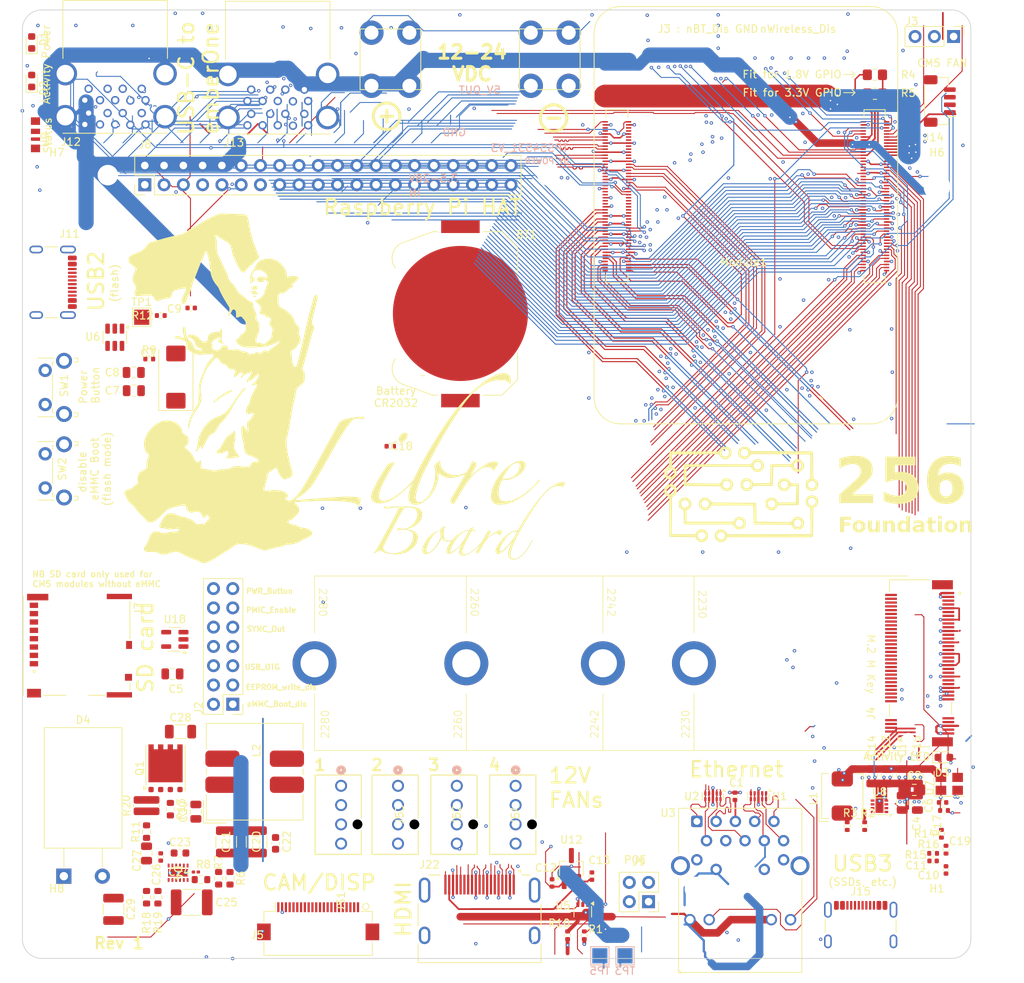
<source format=kicad_pcb>
(kicad_pcb (version 20241229) (generator "pcbnew") (generator_version "9.0")
  (layers (0 "F.Cu" signal "Top Layer") (4 "In1.Cu" power) (6 "In2.Cu" power) (2 "B.Cu" signal "Bottom Layer") (13 "F.Paste" user "Top Paste") (15 "B.Paste" user "Bottom Paste") (5 "F.SilkS" user "Top Overlay") (7 "B.SilkS" user "Bottom Overlay") (1 "F.Mask" user "Top Solder") (3 "B.Mask" user "Bottom Solder") (25 "Edge.Cuts" user))
  (net 0 "")
  (net 1 "GND")
  (net 2 "Net-(C1-Pad1)")
  (net 3 "/CM5_GPIO ( Ethernet, GPIO, SDCARD)/VBAT")
  (net 4 "/CM5_HighSpeed/VBUS")
  (net 5 "/CM5_GPIO ( Ethernet, GPIO, SDCARD)/SD_PWR")
  (net 6 "/PCIe-M2/M2_3v3")
  (net 7 "/PCIe-M2/FB")
  (net 8 "/CM5_HighSpeed/HDMI_5v")
  (net 9 "Net-(D1-K)")
  (net 10 "Net-(D2-K)")
  (net 11 "Net-(D3-K)")
  (net 12 "/CM5_GPIO ( Ethernet, GPIO, SDCARD)/nRPIBOOT")
  (net 13 "/CM5_GPIO ( Ethernet, GPIO, SDCARD)/EEPROM_nWP")
  (net 14 "/CM5_GPIO ( Ethernet, GPIO, SDCARD)/SYNC_OUT")
  (net 15 "Net-(R10-Pad2)")
  (net 16 "unconnected-(J2-Pin_8-Pad8)")
  (net 17 "/CM5_GPIO ( Ethernet, GPIO, SDCARD)/USBOTG")
  (net 18 "/+3.3v")
  (net 19 "/CM5_GPIO ( Ethernet, GPIO, SDCARD)/PMIC_ENABLE")
  (net 20 "/CM5_GPIO ( Ethernet, GPIO, SDCARD)/PWR_BUT")
  (net 21 "/CM5_GPIO ( Ethernet, GPIO, SDCARD)/WL_nDis")
  (net 22 "/CM5_GPIO ( Ethernet, GPIO, SDCARD)/BT_nDis")
  (net 27 "Net-(J4-DAS{slash}~{DSS}{slash}~{LED1})")
  (net 34 "/+5v")
  (net 50 "/CM5_HighSpeed/PCIE_RX_N")
  (net 52 "/CM5_HighSpeed/PCIE_RX_P")
  (net 55 "/CM5_HighSpeed/PCIE_TX_N")
  (net 57 "/CM5_HighSpeed/PCIE_TX_P")
  (net 58 "/CM5_HighSpeed/PCIE_nCLKREQ")
  (net 59 "/CM5_HighSpeed/PCIE_CLK_N")
  (net 60 "/CM5_HighSpeed/PCIE_CLK_P")
  (net 64 "Net-(J4-SUSCLK)")
  (net 66 "/CM5_HighSpeed/DPHY0_D0_N")
  (net 67 "/CM5_HighSpeed/DPHY0_D0_P")
  (net 68 "/CM5_HighSpeed/DPHY0_D1_N")
  (net 69 "/CM5_HighSpeed/DPHY0_D1_P")
  (net 70 "/CM5_HighSpeed/DPHY0_C_N")
  (net 71 "/CM5_HighSpeed/DPHY0_C_P")
  (net 72 "/CM5_HighSpeed/DPHY0_D2_N")
  (net 73 "/CM5_HighSpeed/DPHY0_D2_P")
  (net 74 "/CM5_HighSpeed/DPHY0_D3_N")
  (net 75 "/CM5_HighSpeed/DPHY0_D3_P")
  (net 76 "/CM5_GPIO ( Ethernet, GPIO, SDCARD)/CAM_GPIO0")
  (net 77 "/CM5_GPIO ( Ethernet, GPIO, SDCARD)/CAM_GPIO1")
  (net 78 "/CM5_HighSpeed/SCL0")
  (net 79 "/CM5_HighSpeed/SDA0")
  (net 80 "/CM5_GPIO ( Ethernet, GPIO, SDCARD)/ID_SC")
  (net 81 "/CM5_GPIO ( Ethernet, GPIO, SDCARD)/ID_SD")
  (net 84 "/CM5_GPIO ( Ethernet, GPIO, SDCARD)/SD_DAT1")
  (net 85 "/CM5_GPIO ( Ethernet, GPIO, SDCARD)/SD_DAT0")
  (net 86 "/CM5_GPIO ( Ethernet, GPIO, SDCARD)/SD_CLK")
  (net 87 "/CM5_GPIO ( Ethernet, GPIO, SDCARD)/SD_CMD")
  (net 88 "/CM5_GPIO ( Ethernet, GPIO, SDCARD)/SD_DAT3")
  (net 89 "/CM5_GPIO ( Ethernet, GPIO, SDCARD)/SD_DAT2")
  (net 90 "/CM5_GPIO ( Ethernet, GPIO, SDCARD)/GPIO2")
  (net 91 "/CM5_GPIO ( Ethernet, GPIO, SDCARD)/GPIO3")
  (net 92 "/CM5_GPIO ( Ethernet, GPIO, SDCARD)/GPIO4")
  (net 93 "/CM5_GPIO ( Ethernet, GPIO, SDCARD)/GPIO14")
  (net 94 "/CM5_GPIO ( Ethernet, GPIO, SDCARD)/GPIO15")
  (net 95 "/CM5_GPIO ( Ethernet, GPIO, SDCARD)/GPIO17")
  (net 96 "/CM5_GPIO ( Ethernet, GPIO, SDCARD)/GPIO18")
  (net 97 "/CM5_GPIO ( Ethernet, GPIO, SDCARD)/GPIO27")
  (net 98 "/CM5_GPIO ( Ethernet, GPIO, SDCARD)/GPIO22")
  (net 99 "/CM5_GPIO ( Ethernet, GPIO, SDCARD)/GPIO23")
  (net 100 "/CM5_GPIO ( Ethernet, GPIO, SDCARD)/GPIO24")
  (net 101 "/CM5_GPIO ( Ethernet, GPIO, SDCARD)/GPIO10")
  (net 102 "/CM5_GPIO ( Ethernet, GPIO, SDCARD)/GPIO9")
  (net 103 "/CM5_GPIO ( Ethernet, GPIO, SDCARD)/GPIO25")
  (net 104 "/CM5_GPIO ( Ethernet, GPIO, SDCARD)/GPIO11")
  (net 105 "/CM5_GPIO ( Ethernet, GPIO, SDCARD)/GPIO8")
  (net 106 "/CM5_GPIO ( Ethernet, GPIO, SDCARD)/GPIO7")
  (net 107 "/CM5_GPIO ( Ethernet, GPIO, SDCARD)/GPIO5")
  (net 108 "/CM5_GPIO ( Ethernet, GPIO, SDCARD)/GPIO6")
  (net 109 "/CM5_GPIO ( Ethernet, GPIO, SDCARD)/GPIO12")
  (net 110 "/CM5_GPIO ( Ethernet, GPIO, SDCARD)/GPIO13")
  (net 111 "/CM5_GPIO ( Ethernet, GPIO, SDCARD)/GPIO19")
  (net 112 "/CM5_GPIO ( Ethernet, GPIO, SDCARD)/GPIO16")
  (net 113 "/CM5_GPIO ( Ethernet, GPIO, SDCARD)/GPIO26")
  (net 114 "/CM5_GPIO ( Ethernet, GPIO, SDCARD)/GPIO20")
  (net 115 "/CM5_GPIO ( Ethernet, GPIO, SDCARD)/GPIO21")
  (net 116 "/CM5_GPIO ( Ethernet, GPIO, SDCARD)/TR1_TAP")
  (net 117 "/CM5_GPIO ( Ethernet, GPIO, SDCARD)/TR2_TAP")
  (net 118 "/CM5_GPIO ( Ethernet, GPIO, SDCARD)/TR0_TAP")
  (net 119 "/CM5_GPIO ( Ethernet, GPIO, SDCARD)/TR3_TAP")
  (net 132 "/CC1")
  (net 133 "/USB2_P")
  (net 134 "/USB2_N")
  (net 136 "/CC2")
  (net 138 "/CM5_HighSpeed/USB3-0-D_N")
  (net 139 "/CM5_HighSpeed/USB3-0-D_P")
  (net 140 "/CM5_HighSpeed/USB3-0-RX_N")
  (net 141 "/CM5_HighSpeed/USB3-0-RX_P")
  (net 142 "/CM5_HighSpeed/USB3-0-TX_N")
  (net 143 "/CM5_HighSpeed/USB3-0-TX_P")
  (net 144 "/CM5_HighSpeed/USB3-1-D_N")
  (net 145 "/CM5_HighSpeed/USB3-1-D_P")
  (net 146 "/CM5_HighSpeed/USB3-1-RX_N")
  (net 147 "/CM5_HighSpeed/USB3-1-RX_P")
  (net 148 "/CM5_HighSpeed/USB3-1-TX_N")
  (net 149 "/CM5_HighSpeed/USB3-1-TX_P")
  (net 150 "/CM5_GPIO ( Ethernet, GPIO, SDCARD)/TACHO")
  (net 151 "/CM5_GPIO ( Ethernet, GPIO, SDCARD)/PWM")
  (net 152 "/CM5_HighSpeed/DPHY1_D0_N")
  (net 153 "/CM5_HighSpeed/DPHY1_D0_P")
  (net 154 "/CM5_HighSpeed/DPHY1_D1_N")
  (net 155 "/CM5_HighSpeed/DPHY1_D1_P")
  (net 156 "/CM5_HighSpeed/DPHY1_C_N")
  (net 157 "/CM5_HighSpeed/DPHY1_C_P")
  (net 158 "/CM5_HighSpeed/DPHY1_D2_N")
  (net 159 "/CM5_HighSpeed/DPHY1_D2_P")
  (net 160 "/CM5_HighSpeed/DPHY1_D3_N")
  (net 161 "/CM5_HighSpeed/DPHY1_D3_P")
  (net 162 "/CM5_HighSpeed/HDMI0_HOTPLUG")
  (net 163 "/CM5_HighSpeed/HDMI0_SDA")
  (net 164 "/CM5_HighSpeed/HDMI0_SCL")
  (net 166 "/CM5_HighSpeed/HDMI0_CEC")
  (net 167 "/CM5_HighSpeed/HDMI0_CK_N")
  (net 168 "/CM5_HighSpeed/HDMI0_CK_P")
  (net 169 "/CM5_HighSpeed/HDMI0_D0_N")
  (net 170 "/CM5_HighSpeed/HDMI0_D0_P")
  (net 171 "/CM5_HighSpeed/HDMI0_D1_N")
  (net 172 "/CM5_HighSpeed/HDMI0_D1_P")
  (net 173 "/CM5_HighSpeed/HDMI0_D2_N")
  (net 174 "/CM5_HighSpeed/HDMI0_D2_P")
  (net 175 "Net-(U8-LX)")
  (net 176 "/CM5_GPIO ( Ethernet, GPIO, SDCARD)/TRD3_P")
  (net 177 "/CM5_GPIO ( Ethernet, GPIO, SDCARD)/TRD1_P")
  (net 178 "/CM5_GPIO ( Ethernet, GPIO, SDCARD)/TRD3_N")
  (net 179 "/CM5_GPIO ( Ethernet, GPIO, SDCARD)/TRD1_N")
  (net 180 "/CM5_GPIO ( Ethernet, GPIO, SDCARD)/TRD2_N")
  (net 181 "/CM5_GPIO ( Ethernet, GPIO, SDCARD)/TRD0_N")
  (net 182 "/CM5_GPIO ( Ethernet, GPIO, SDCARD)/TRD2_P")
  (net 183 "/CM5_GPIO ( Ethernet, GPIO, SDCARD)/TRD0_P")
  (net 184 "/CM5_GPIO ( Ethernet, GPIO, SDCARD)/ETH_LEDY")
  (net 185 "/CM5_GPIO ( Ethernet, GPIO, SDCARD)/ETH_LEDG")
  (net 186 "Net-(Module1A-LED_nACT)")
  (net 192 "/CM5_GPIO ( Ethernet, GPIO, SDCARD)/SD_PWR_ON")
  (net 193 "/CM5_GPIO ( Ethernet, GPIO, SDCARD)/GPIO_VREF")
  (net 194 "/CM5_GPIO ( Ethernet, GPIO, SDCARD)/+1.8v")
  (net 195 "/CM5_GPIO ( Ethernet, GPIO, SDCARD)/nPWR_LED")
  (net 196 "/CM5_HighSpeed/PCIE_PWR_EN")
  (net 197 "/CM5_HighSpeed/PCIE_nWAKE")
  (net 198 "/CM5_HighSpeed/PCIE_nRST")
  (net 199 "/CM5_HighSpeed/VBUS_EN")
  (net 200 "Net-(U3-LEDY_K)")
  (net 201 "Net-(U3-LEDG_K)")
  (net 202 "Net-(U6-ILIM)")
  (net 208 "+VDC")
  (net 209 "Net-(U4-VCC)")
  (net 210 "Net-(U4-UVLO_SYNC)")
  (net 211 "Net-(U4-SS)")
  (net 212 "Net-(U4-COMP)")
  (net 213 "Net-(C27-Pad1)")
  (net 214 "Net-(D4-A)")
  (net 215 "Net-(C28-Pad1)")
  (net 216 "+12V")
  (net 217 "Net-(U4-CS)")
  (net 218 "Net-(Q1-S-Pad1)")
  (net 219 "Net-(U4-RT)")
  (net 220 "Net-(U4-FB)")
  (net 221 "Net-(Q1-G)")
  (net 227 "unconnected-(J52-Pad4)")
  (net 231 "unconnected-(J53-Pad2)")
  (net 239 "unconnected-(J13-D+-PadB3)")
  (net 240 "unconnected-(J13-SHIELD-Pad10)")
  (net 242 "unconnected-(J13-VBUS-PadB1)")
  (net 243 "unconnected-(J13-D--PadA2)")
  (net 249 "unconnected-(J13-SSRX--PadA5)")
  (net 251 "unconnected-(J13-DRAIN-PadB7)")
  (net 252 "unconnected-(J13-D--PadB2)")
  (net 253 "unconnected-(J13-D+-PadA3)")
  (net 254 "unconnected-(J13-SSRX+-PadB6)")
  (net 258 "Net-(J15-GND-PadA1)")
  (net 264 "Net-(J15-VBUS-PadA4)")
  (footprint "libreboard:BatteryHolder_Keystone_3034_1x20mm" (layer "F.Cu") (at 175.2026 118.7041 -90)
    (property "Reference" "BT1")
    (property "Value" "Battery_Cell")
  )
  (footprint "Capacitor_SMD:C_0402_1005Metric" (layer "F.Cu") (at 211.378891 182.334302 90)
    (property "Reference" "C1")
    (property "Value" "100n")
  )
  (footprint "Capacitor_SMD:C_0805_2012Metric" (layer "F.Cu") (at 137.2526 166.2041 180)
    (property "Reference" "C5")
    (property "Value" "10u")
  )
  (footprint "Capacitor_SMD:C_0402_1005Metric" (layer "F.Cu") (at 187.278891 193.754302 90)
    (property "Reference" "C12")
    (property "Value" "100n")
  )
  (footprint "Capacitor_SMD:C_0402_1005Metric" (layer "F.Cu") (at 192.528891 192.854302 90)
    (property "Reference" "C13")
    (property "Value" "100n")
  )
  (footprint "libreboard:Hirose_FH12-22S-0.5SH_1x22-1MP_P0.50mm_Horizontal" (layer "F.Cu") (at 156.4526 198.804302)
    (property "Reference" "J5")
    (property "Value" "Conn_01x22_Female")
  )
  (footprint "Resistor_SMD:R_0402_1005Metric" (layer "F.Cu") (at 189.328891 200.654302 90)
    (property "Reference" "R10")
    (property "Value" "1k")
  )
  (footprint "Package_SON:USON-10_2.5x1.0mm_P0.5mm" (layer "F.Cu") (at 214.478891 182.319302 -90)
    (property "Reference" "U1")
    (property "Value" "TPD4EUSB30")
  )
  (footprint "Package_TO_SOT_SMD:TSOT-23_HandSoldering" (layer "F.Cu") (at 189.828891 191.854302 90)
    (property "Reference" "U12")
    (property "Value" "RT9742SNGV")
  )
  (footprint "Connector_PinHeader_2.54mm:PinHeader_2x20_P2.54mm_Vertical" (layer "F.Cu") (at 133.608891 101.7441 90)
    (property "Reference" "J8")
    (property "Value" "THD-20-R")
  )
  (footprint "LED_SMD:LED_0603_1608Metric" (layer "F.Cu") (at 118.7026 88.0666 90)
    (property "Reference" "D2")
    (property "Value" "LED Green")
  )
  (footprint "Resistor_SMD:R_0402_1005Metric" (layer "F.Cu") (at 226.178891 186.260711 90)
    (property "Reference" "R3")
    (property "Value" "470R")
  )
  (footprint "Resistor_SMD:R_0402_1005Metric" (layer "F.Cu") (at 228.478891 186.260711 90)
    (property "Reference" "R2")
    (property "Value" "470R")
  )
  (footprint "Connector_PinHeader_2.54mm:PinHeader_2x02_P2.54mm_Vertical" (layer "F.Cu") (at 199.998891 196.224302 180)
    (property "Reference" "J9")
    (property "Value" "THD-02-R")
  )
  (footprint "Connector_USB:USB_C_Receptacle_GCT_USB4105-xx-A_16P_TopMnt_Horizontal" (layer "F.Cu") (at 120.373891 114.594302 -90)
    (property "Reference" "J11")
    (property "Value" "USB_C_Receptacle_USB2.0")
  )
  (footprint "LED_SMD:LED_0603_1608Metric" (layer "F.Cu") (at 118.7026 82.9916 90)
    (property "Reference" "D1")
    (property "Value" "LED Red")
  )
  (footprint "Resistor_SMD:R_0402_1005Metric" (layer "F.Cu") (at 191.528891 200.654302 90)
    (property "Reference" "R1")
    (property "Value" "1k")
  )
  (footprint "Package_TO_SOT_SMD:SOT-353_SC-70-5" (layer "F.Cu") (at 191.328891 197.554302 -90)
    (property "Reference" "U5")
    (property "Value" "74LVC1G07SE-7")
  )
  (footprint "Package_TO_SOT_SMD:SOT-23-5" (layer "F.Cu") (at 137.5651 161.6541 180)
    (property "Reference" "U18")
    (property "Value" "RT9742GGJ5")
  )
  (footprint "libreboard:TRJG0926HENL" (layer "F.Cu") (at 212.078891 194.534302)
    (property "Reference" "U3")
    (property "Value" "MagJack-A70-112-331N126")
  )
  (footprint "libreboard:EDAC 690-019-298-412" (layer "F.Cu") (at 177.728891 194.704302)
    (property "Reference" "J22")
    (property "Value" "690-019-298-412" (hide yes))
  )
  (footprint "libreboard:MountingHole_2.7mm_M2.5_DIN965" (layer "F.Cu") (at 128.691299 149.478009)
    (property "Reference" "H2" (hide yes))
    (property "Value" "MountingHole")
  )
  (footprint "libreboard:MountingHole_2.7mm_M2.5_DIN965" (layer "F.Cu") (at 128.738891 100.4741)
    (property "Reference" "H3" (hide yes))
    (property "Value" "MountingHole")
  )
  (footprint "libreboard:MountingHole_2.7mm_M2.5_DIN965" (layer "F.Cu") (at 186.691299 149.478009)
    (property "Reference" "H4" (hide yes))
    (property "Value" "MountingHole")
  )
  (footprint "libreboard:MountingHole_2.7mm_M2.5_DIN965" (layer "F.Cu") (at 186.691299 100.4741)
    (property "Reference" "H5" (hide yes))
    (property "Value" "MountingHole")
  )
  (footprint "Package_SON:USON-10_2.5x1.0mm_P0.5mm" (layer "F.Cu") (at 208.478891 182.319302 -90)
    (property "Reference" "U2")
    (property "Value" "TPD4EUSB30")
  )
  (footprint "Connector_PinHeader_2.54mm:PinHeader_2x07_P2.54mm_Vertical" (layer "F.Cu") (at 145.2026 170.2041 180)
    (property "Reference" "J2")
    (property "Value" "Conn_02x07_Odd_Even")
  )
  (footprint "Resistor_SMD:R_0805_2012Metric_Pad1.20x1.40mm_HandSolder" (layer "F.Cu") (at 229.826309 87.250393)
    (property "Reference" "R4")
    (property "Value" "nf")
  )
  (footprint "Resistor_SMD:R_0805_2012Metric_Pad1.20x1.40mm_HandSolder" (layer "F.Cu") (at 229.826309 89.750393)
    (property "Reference" "R5")
    (property "Value" "0R")
  )
  (footprint "LED_SMD:LED_0603_1608Metric" (layer "F.Cu") (at 238.9151 177.2041)
    (property "Reference" "D3")
    (property "Value" "LED Green")
  )
  (footprint "Package_DFN_QFN:DFN-8-1EP_2x2mm_P0.5mm_EP1.05x1.75mm" (layer "F.Cu") (at 230.428891 183.645711 180)
    (property "Reference" "U8")
    (property "Value" "AP3441SHE-7B")
  )
  (footprint "Connector_PinHeader_2.54mm:PinHeader_1x03_P2.54mm_Vertical" (layer "F.Cu") (at 240.2026 82.2041 -90)
    (property "Reference" "J3")
    (property "Value" "Conn_01x03")
  )
  (footprint "libreboard:SDCARD_MOLEX_503398-1892" (layer "F.Cu") (at 124.618891 162.484302 90)
    (property "Reference" "J7")
    (property "Value" "Micro_SD_Card_Det")
  )
  (footprint "libreboard:M.2 M Key socket" (layer "F.Cu") (at 234.228891 164.804302 -90)
    (property "Reference" "J4")
    (property "Value" "Bus_M.2_Socket_M")
  )
  (footprint "MountingHole:MountingHole_3.5mm" (layer "F.Cu") (at 122 199)
    (property "Reference" "H8")
    (property "Value" "MountingHole")
  )
  (footprint "Resistor_SMD:R_0603_1608Metric" (layer "F.Cu") (at 136.978891 184.029302 -90)
    (property "Reference" "R13")
    (property "Value" "100Ω")
  )
  (footprint "MountingHole:MountingHole_3.5mm" (layer "F.Cu") (at 238 102)
    (property "Reference" "H6")
    (property "Value" "MountingHole")
  )
  (footprint "Capacitor_SMD:C_0805_2012Metric" (layer "F.Cu") (at 235.428891 183.195711 90)
    (property "Reference" "C6")
    (property "Value" "10u")
  )
  (footprint "libreboard:7770-screw-terminal" (layer "F.Cu") (at 186.978891 85.204302)
    (property "Reference" "J101" (hide yes))
    (property "Value" "Screw Terminal")
  )
  (footprint "Capacitor_SMD:C_0805_2012Metric" (layer "F.Cu") (at 140.338891 184.364302 90)
    (property "Reference" "C30")
    (property "Value" "100pF")
  )
  (footprint "libreboard:CONN_SD-47053-001_H10p00_MOL" (layer "F.Cu") (at 166.978891 180.954302 90)
    (property "Reference" "J53")
    (property "Value" "12V Fan 3")
  )
  (footprint "libreboard:CONN_SD-47053-001_H10p00_MOL" (layer "F.Cu") (at 182.478891 180.954302 90)
    (property "Reference" "J54")
    (property "Value" "12V Fan 4")
  )
  (footprint "Capacitor_SMD:C_1210_3225Metric" (layer "F.Cu") (at 148.338891 188.339302 -90)
    (property "Reference" "C20")
    (property "Value" "10uF")
  )
  (footprint "Capacitor_SMD:C_0805_2012Metric" (layer "F.Cu") (at 233.428891 179.695711 -90)
    (property "Reference" "C16")
    (property "Value" "10u")
  )
  (footprint "Capacitor_SMD:C_0402_1005Metric" (layer "F.Cu") (at 239.196483 192.039302 -90)
    (property "Reference" "C10")
    (property "Value" "100n")
  )
  (footprint "Resistor_SMD:R_0603_1608Metric" (layer "F.Cu") (at 144.838891 193.139302 -90)
    (property "Reference" "R6")
    (property "Value" "43.2kΩ")
  )
  (footprint "Resistor_SMD:R_0612_1632Metric" (layer "F.Cu") (at 133.838891 183.564302 90)
    (property "Reference" "R20")
    (property "Value" "18mΩ")
  )
  (footprint "Capacitor_SMD:C_0402_1005Metric" (layer "F.Cu") (at 237.496483 190.854302)
    (property "Reference" "C11")
    (property "Value" "4.7nF")
  )
  (footprint "Capacitor_SMD:C_0805_2012Metric" (layer "F.Cu") (at 132.1526 126.4791)
    (property "Reference" "C8")
    (property "Value" "10u")
  )
  (footprint "libreboard:MTCONN_UBAF30-D2011" (layer "F.Cu") (at 129.7026 87.0941 180)
    (property "Reference" "J12")
    (property "Value" "USB3_A")
  )
  (footprint "Connector_JST:JST_SH_BM04B-SRSS-TB_1x04-1MP_P1.00mm_Vertical" (layer "F.Cu") (at 238.3776 90.7041 90)
    (property "Reference" "J14")
    (property "Value" "JST_SHBM04B-SRSS-TB")
  )
  (footprint "Resistor_SMD:R_0603_1608Metric" (layer "F.Cu") (at 141.013891 193.314302)
    (property "Reference" "R8")
    (property "Value" "9.31kΩ")
  )
  (footprint "Capacitor_SMD:C_0805_2012Metric" (layer "F.Cu") (at 133.838891 189.864302 -90)
    (property "Reference" "C27")
    (property "Value" "560pF")
  )
  (footprint "Connector_USB:USB_C_Receptacle_GCT_USB4105-xx-A_16P_TopMnt_Horizontal" (layer "F.Cu") (at 227.9526 200.3841)
    (property "Reference" "J15")
    (property "Value" "USB_C_Receptacle_USB2.0")
  )
  (footprint "Capacitor_SMD:C_0402_1005Metric" (layer "F.Cu") (at 135.708891 190.334302 -90)
    (property "Reference" "C26")
    (property "Value" "330pF")
  )
  (footprint "Capacitor_SMD:C_0805_2012Metric" (layer "F.Cu") (at 235.013983 181.491802 180)
    (property "Reference" "C2")
    (property "Value" "10u")
  )
  (footprint "Capacitor_Tantalum_SMD:CP_EIA-7343-31_Kemet-D" (layer "F.Cu") (at 137.7026 127.0916 90)
    (property "Reference" "C3")
    (property "Value" "100uF")
  )
  (footprint "Capacitor_SMD:C_0805_2012Metric" (layer "F.Cu") (at 231.428891 179.708211 -90)
    (property "Reference" "C17")
    (property "Value" "10u")
  )
  (footprint "Resistor_SMD:R_0603_1608Metric" (layer "F.Cu") (at 133.838891 195.639302 -90)
    (property "Reference" "R18")
    (property "Value" "51.1kΩ")
  )
  (footprint "Button_Switch_THT:SW_Tactile_SPST_Angled_PTS645Vx58-2LFS" (layer "F.Cu") (at 120.478891 141.704302 90)
    (property "Reference" "SW2")
    (property "Value" "Right angle Tact button")
  )
  (footprint "libreboard:CONN_SD-47053-001_H10p00_MOL" (layer "F.Cu") (at 174.728891 180.954302 90)
    (property "Reference" "J52")
    (property "Value" "12V Fan 2")
  )
  (footprint "Package_SON:VSONP-8-1EP_5x6_P1.27mm" (layer "F.Cu") (at 136.338891 178.644302 90)
    (property "Reference" "Q1")
    (property "Value" "CSD18511Q5A")
  )
  (footprint "Crystal:Crystal_SMD_3225-4Pin_3.2x2.5mm" (layer "F.Cu") (at 239.628891 180.695711)
    (property "Reference" "U7")
    (property "Value" "ASEK-32.768KHZ-L-R-T")
  )
  (footprint "Resistor_SMD:R_0402_1005Metric" (layer "F.Cu") (at 238.936483 184.204302 180)
    (property "Reference" "R17")
    (property "Value" "1k")
  )
  (footprint "Package_TO_SOT_SMD:SOT-23-6" (layer "F.Cu") (at 129.6526 121.8416 -90)
    (property "Reference" "U6")
    (property "Value" "AP22653W6")
  )
  (footprint "libreboard:L_Bourns_SRP5030CC" (layer "F.Cu") (at 225.528891 182.295711 90)
    (property "Reference" "L1")
    (property "Value" "2.2uH")
  )
  (footprint "Capacitor_SMD:C_1812_4532Metric" (layer "F.Cu") (at 139.788891 196.314302 180)
    (property "Reference" "C25")
    (property "Value" "220nF")
  )
  (footprint "Capacitor_SMD:C_1210_3225Metric" (layer "F.Cu") (at 129.478891 197.229302 -90)
    (property "Reference" "C29")
    (property "Value" "22uF")
  )
  (footprint "Capacitor_SMD:C_0402_1005Metric" (layer "F.Cu") (at 165.958891 136.204302)
    (property "Reference" "C18")
    (property "Value" "100n")
  )
  (footprint "Button_Switch_THT:SW_Tactile_SPST_Angled_PTS645Vx58-2LFS" (layer "F.Cu") (at 120.478891 130.704302 90)
    (property "Reference" "SW1")
    (property "Value" "Right angle Tact button")
  )
  (footprint "Capacitor_SMD:C_0603_1608Metric" (layer "F.Cu") (at 150.838891 188.539302 -90)
    (property "Reference" "C22")
    (property "Value" "10nF")
  )
  (footprint "TestPoint:TestPoint_Pad_2.0x2.0mm" (layer "F.Cu") (at 133.2026 119.2041)
    (property "Reference" "TP1")
    (property "Value" "TestPoint")
  )
  (footprint "Resistor_SMD:R_0603_1608Metric" (layer "F.Cu") (at 135.338891 195.639302 90)
    (property "Reference" "R19")
    (property "Value" "4.7kΩ")
  )
  (footprint "Resistor_SMD:R_0402_1005Metric" (layer "F.Cu") (at 239.196483 189.369302 90)
    (property "Reference" "R16")
    (property "Value" "2.2K 1%")
  )
  (footprint "Capacitor_SMD:C_0805_2012Metric" (layer "F.Cu") (at 132.1651 128.8791)
    (property "Reference" "C7")
    (property "Value" "10u")
  )
  (footprint "Resistor_SMD:R_0603_1608Metric" (layer "F.Cu") (at 133.838891 186.989302 90)
    (property "Reference" "R11")
    (property "Value" "68.1kΩ")
  )
  (footprint "libreboard:CONN_SD-47053-001_H10p00_MOL" (layer "F.Cu") (at 159.478891 180.954302 90)
    (property "Reference" "J51")
    (property "Value" "12V Fan 1")
  )
  (footprint "Resistor_SMD:R_0402_1005Metric" (layer "F.Cu") (at 237.496483 189.854302)
    (property "Reference" "R15")
    (property "Value" "10K 1%")
  )
  (footprint "Resistor_SMD:R_0402_1005Metric" (layer "F.Cu") (at 135.7126 118.9791 180)
    (property "Reference" "R12")
    (property "Value" "15K 1%")
  )
  (footprint "libreboard:DSS0012B" (layer "F.Cu") (at 137.998891 192.414301 -90)
    (property "Reference" "U4")
    (property "Value" "LM5155DSSR")
  )
  (footprint "Capacitor_SMD:C_0805_2012Metric" (layer "F.Cu") (at 235.428891 179.695711 -90)
    (property "Reference" "C15")
    (property "Value" "10u")
  )
  (footprint "Capacitor_SMD:C_0805_2012Metric" (layer "F.Cu") (at 229.428891 179.695711 -90)
    (property "Reference" "C14")
    (property "Value" "10u")
  )
  (footprint "Package_TO_SOT_THT:TO-220-2_Horizontal_TabDown" (layer "F.Cu") (at 122.938891 192.864302)
    (property "Reference" "D4")
    (property "Value" "455mV 20A")
  )
  (footprint "Capacitor_SMD:C_0402_1005Metric" (layer "F.Cu") (at 139.7226 117.9791 180)
    (property "Reference" "C9")
    (property "Value" "100n")
  )
  (footprint "Capacitor_SMD:C_1210_3225Metric" (layer "F.Cu") (at 144.338891 188.339302 -90)
    (property "Reference" "C21")
    (property "Value" "10uF")
  )
  (footprint "libreboard:7770-screw-terminal" (layer "F.Cu") (at 165.978891 85.204302)
    (property "Reference" "J100" (hide yes))
    (property "Value" "Screw Terminal")
  )
  (footprint "Resistor_SMD:R_0402_1005Metric" (layer "F.Cu") (at 238.596483 187.269302 -90)
    (property "Reference" "R14")
    (property "Value" "100K 1%")
  )
  (footprint "MountingHole:MountingHole_3.5mm" (layer "F.Cu") (at 122 102)
    (property "Reference" "H7")
    (property "Value" "MountingHole")
  )
  (footprint "Resistor_SMD:R_0603_1608Metric" (layer "F.Cu") (at 143.338891 193.139302 -90)
    (property "Reference" "R7")
    (property "Value" "6.49kΩ")
  )
  (footprint "Inductor_SMD:L_Bourns_SRF1260" (layer "F.Cu") (at 148.088891 179.099302 90)
    (property "Reference" "L2")
    (property "Value" "2.2uH")
  )
  (footprint "Capacitor_SMD:C_1206_3216Metric" (layer "F.Cu") (at 138.313891 173.814302)
    (property "Reference" "C28")
    (property "Value" "1uF")
  )
  (footprint "MountingHole:MountingHole_3.5mm" (layer "F.Cu") (at 238 199)
    (property "Reference" "H1")
    (property "Value" "MountingHole")
  )
  (footprint "libreboard:LED-SMD_4P-L4.0-W1.6-L" (layer "F.Cu") (at 119.2026 95.1541 -90)
    (property "Reference" "U9")
    (property "Value" "SK6812")
  )
  (footprint "libreboard:Raspberry-Pi-5-Compute-Module" (layer "F.Cu") (at 229.326309 81.750393 180)
    (property "Reference" "Module1")
    (property "Value" "ComputeModule5-CM5")
  )
  (footprint "Capacitor_SMD:C_0603_1608Metric" (layer "F.Cu") (at 138.248545 189.814302)
    (property "Reference" "C23")
    (property "Value" "1uF")
  )
  (footprint "libreboard:MTCONN_UBAF30-D2011" (layer "F.Cu") (at 151.1326 87.2041 180)
    (property "Reference" "J13")
    (property "Value" "USB3_A")
  )
  (footprint "Capacitor_SMD:C_0805_2012Metric" (layer "F.Cu") (at 233.428891 183.195711 90)
    (property "Reference" "C4")
    (property "Value" "10u")
  )
  (footprint "Capacitor_SMD:C_0201_0603Metric" (layer "F.Cu") (at 140.338891 192.314302 180)
    (property "Reference" "C24")
    (property "Value" "10pF")
  )
  (footprint "Capacitor_SMD:C_0402_1005Metric" (layer "F.Cu") (at 238.748891 183.145711)
    (property "Reference" "C19")
    (property "Value" "100n")
  )
  (footprint "Resistor_SMD:R_0402_1005Metric" (layer "F.Cu") (at 134.1926 124.7041)
    (property "Reference" "R9")
    (property "Value" "2.2K 1%")
  )
  (footprint "TestPoint:TestPoint_Pad_2.0x2.0mm" (layer "B.Cu") (at 196.890497 203.354302)
    (property "Reference" "TP3")
    (property "Value" "TestPoint")
  )
  (footprint "TestPoint:TestPoint_Pad_2.0x2.0mm" (layer "B.Cu") (at 193.578891 203.354302)
    (property "Reference" "TP5")
    (property "Value" "TestPoint")
  )
  (gr_poly (pts (xy 147.651595 124.933592) (xy 147.783885 124.999737) (xy 147.790347 125.062812) (xy 147.794903 125.123704) (xy 147.796025 125.153406) (xy 147.796141 125.182651) (xy 147.795074 125.211468) (xy 147.79265 125.239888) (xy 147.78869 125.26794) (xy 147.78302 125.295653) (xy 147.775462 125.323057) (xy 147.76584 125.350181) (xy 147.753978 125.377056) (xy 147.739699 125.40371) (xy 147.722828 125.430173) (xy 147.703187 125.456475) (xy 147.670568 125.487911) (xy 147.637759 125.517809) (xy 147.604662 125.5461) (xy 147.57118 125.57272) (xy 147.537216 125.597602) (xy 147.502671 125.620679) (xy 147.467449 125.641885) (xy 147.431453 125.661154) (xy 147.394584 125.678419) (xy 147.356746 125.693613) (xy 147.317842 125.706672) (xy 147.277773 125.717527) (xy 147.236442 125.726113) (xy 147.193753 125.732364) (xy 147.149607 125.736213) (xy 147.103908 125.737593) (xy 147.067196 125.735526) (xy 147.030485 125.733212) (xy 146.993774 125.730525) (xy 146.957063 125.727341) (xy 146.970188 125.700121) (xy 146.983993 125.673726) (xy 146.998445 125.64808) (xy 147.013509 125.62311) (xy 147.029153 125.598741) (xy 147.045343 125.574897) (xy 147.062045 125.551506) (xy 147.079226 125.528491) (xy 147.114893 125.483293) (xy 147.152075 125.438708) (xy 147.229915 125.348988) (xy 147.286139 125.283173) (xy 147.328837 125.235012) (xy 147.371984 125.188409) (xy 147.415782 125.143216) (xy 147.460433 125.099287) (xy 147.506138 125.056475) (xy 147.553099 125.014631) (xy 147.601518 124.973608) (xy 147.651595 124.93326)) (fill yes) (layer "F.SilkS"))
  (gr_poly (pts (xy 204.853372 142.958467) (xy 204.915281 142.963893) (xy 204.976652 142.972958) (xy 205.037206 142.985676) (xy 205.096663 143.002062) (xy 205.154744 143.022131) (xy 205.21117 143.045899) (xy 205.265659 143.073379) (xy 205.302591 143.103542) (xy 205.337235 143.133643) (xy 205.369642 143.163847) (xy 205.39986 143.194319) (xy 205.427938 143.225222) (xy 205.453926 143.256723) (xy 205.477872 143.288985) (xy 205.499826 143.322173) (xy 205.519836 143.356452) (xy 205.537952 143.391987) (xy 205.554223 143.428942) (xy 205.568698 143.467482) (xy 205.581426 143.507772) (xy 205.592456 143.549976) (xy 205.601837 143.59426) (xy 205.609618 143.640787) (xy 205.614235 143.802403) (xy 205.615415 143.868619) (xy 205.615523 143.92648) (xy 205.614319 143.977016) (xy 205.611564 144.021259) (xy 205.607017 144.060238) (xy 205.600438 144.094984) (xy 205.591589 144.126527) (xy 205.580228 144.155898) (xy 205.566117 144.184127) (xy 205.549016 144.212244) (xy 205.528684 144.24128) (xy 205.504881 144.272266) (xy 205.445907 144.344206) (xy 205.420233 144.369593) (xy 205.394732 144.39348) (xy 205.369315 144.416023) (xy 205.343893 144.43738) (xy 205.318377 144.457708) (xy 205.292678 144.477164) (xy 205.266707 144.495907) (xy 205.240375 144.514092) (xy 205.186271 144.549422) (xy 205.129655 144.58441) (xy 205.006037 144.658399) (xy 205.006037 146.140066) (xy 211.197287 146.140066) (xy 211.250204 145.928399) (xy 211.299207 145.860659) (xy 211.323614 145.828107) (xy 211.348212 145.79656) (xy 211.373191 145.76611) (xy 211.398739 145.736852) (xy 211.425046 145.70888) (xy 211.452303 145.682288) (xy 211.480698 145.657169) (xy 211.510422 145.633618) (xy 211.541663 145.611729) (xy 211.574613 145.591594) (xy 211.60946 145.57331) (xy 211.646393 145.556968) (xy 211.665702 145.549555) (xy 211.685604 145.542664) (xy 211.706122 145.536305) (xy 211.727281 145.530491) (xy 211.780799 145.524016) (xy 211.832092 145.519015) (xy 211.881428 145.515594) (xy 211.929077 145.51386) (xy 211.975308 145.513922) (xy 212.020391 145.515887) (xy 212.064594 145.519861) (xy 212.108187 145.525954) (xy 212.15144 145.534271) (xy 212.194621 145.54492) (xy 212.237999 145.55801) (xy 212.281846 145.573647) (xy 212.326428 145.591938) (xy 212.372016 145.612992) (xy 212.418879 145.636915) (xy 212.467287 145.663816) (xy 212.568268 145.754229) (xy 212.609232 145.79171) (xy 212.644496 145.82503) (xy 212.67455 145.854931) (xy 212.699883 145.882155) (xy 212.720983 145.907445) (xy 212.73834 145.931542) (xy 212.745767 145.943376) (xy 212.752442 145.95519) (xy 212.758426 145.967076) (xy 212.76378 145.979128) (xy 212.772841 146.004101) (xy 212.780114 146.030851) (xy 212.78609 146.060118) (xy 212.791256 146.092646) (xy 212.801116 146.170451) (xy 212.80758 146.335745) (xy 212.80948 146.403457) (xy 212.810169 146.462615) (xy 212.809406 146.514267) (xy 212.806948 146.559464) (xy 212.802554 146.599257) (xy 212.795982 146.634697) (xy 212.78699 146.666832) (xy 212.775336 146.696715) (xy 212.760778 146.725394) (xy 212.743074 146.753921) (xy 212.721982 146.783346) (xy 212.69726 146.81472) (xy 212.635959 146.887514) (xy 212.598827 146.92348) (xy 212.562642 146.956599) (xy 212.527126 146.986948) (xy 212.492005 147.014606) (xy 212.457003 147.039653) (xy 212.421844 147.062166) (xy 212.386252 147.082226) (xy 212.349951 147.09991) (xy 212.312667 147.115297) (xy 212.274123 147.128467) (xy 212.234043 147.139497) (xy 212.192151 147.148468) (xy 212.148173 147.155457) (xy 212.101832 147.160544) (xy 212.052852 147.163807) (xy 212.000958 147.165326) (xy 211.902156 147.161944) (xy 211.856185 147.158977) (xy 211.812198 147.154858) (xy 211.769967 147.149364) (xy 211.729262 147.142269) (xy 211.689856 147.133349) (xy 211.651522 147.122378) (xy 211.614031 147.109132) (xy 211.577154 147.093386) (xy 211.540664 147.074915) (xy 211.504333 147.053494) (xy 211.467933 147.028899) (xy 211.431236 147.000904) (xy 211.394013 146.969284) (xy 211.356037 146.933816) (xy 211.280424 146.743425) (xy 211.266843 146.719653) (xy 211.253967 146.697906) (xy 211.241571 146.678044) (xy 211.229433 146.659932) (xy 211.217327 146.643432) (xy 211.205032 146.628407) (xy 211.192322 146.614719) (xy 211.178974 146.60223) (xy 211.17199 146.596393) (xy 211.164764 146.590804) (xy 211.157266 146.585447) (xy 211.149469 146.580304) (xy 211.132865 146.570591) (xy 211.114727 146.561529) (xy 211.094834 146.55298) (xy 211.072959 146.544807) (xy 211.048881 146.536873) (xy 211.022375 146.52904) (xy 210.960428 146.524634) (xy 210.898718 146.521269) (xy 210.837158 146.518845) (xy 210.775661 146.517261) (xy 210.652506 146.516216) (xy 210.528555 146.517329) (xy 210.337908 146.515859) (xy 210.079467 146.515501) (xy 209.821031 146.516898) (xy 209.55072 146.517128) (xy 209.28041 146.515919) (xy 208.768606 146.515083) (xy 208.256803 146.516146) (xy 207.504659 146.516774) (xy 206.752516 146.515352) (xy 206.530953 146.514873) (xy 206.421739 146.514632) (xy 205.673397 146.515044) (xy 205.473614 146.515253) (xy 205.102465 146.516309) (xy 204.938565 146.516362) (xy 204.79528 146.516785) (xy 204.759943 146.514601) (xy 204.745443 146.513514) (xy 204.732743 146.512314) (xy 204.721609 146.510915) (xy 204.711807 146.50923) (xy 204.703104 146.507172) (xy 204.695265 146.504655) (xy 204.688058 146.501592) (xy 204.681247 146.497895) (xy 204.674599 146.493479) (xy 204.667881 146.488256) (xy 204.660857 146.48214) (xy 204.653296 146.475044) (xy 204.63562 146.457565) (xy 204.634277 146.387431) (xy 211.482652 146.387431) (xy 211.483584 146.422956) (xy 211.485642 146.460872) (xy 211.491037 146.478797) (xy 211.496827 146.496033) (xy 211.503008 146.512608) (xy 211.509575 146.528549) (xy 211.516524 146.543883) (xy 211.52385 146.558638) (xy 211.531549 146.57284) (xy 211.539617 146.586517) (xy 211.548049 146.599696) (xy 211.556841 146.612404) (xy 211.575486 146.636518) (xy 211.595516 146.659075) (xy 211.616897 146.680294) (xy 211.639592 146.700391) (xy 211.663566 146.719586) (xy 211.688784 146.738096) (xy 211.71521 146.756137) (xy 211.742809 146.773929) (xy 211.771545 146.791689) (xy 211.832287 146.827982) (xy 211.88575 146.842454) (xy 211.907983 146.84814) (xy 211.927836 146.852791) (xy 211.945775 146.856409) (xy 211.962265 146.858994) (xy 211.977772 146.860544) (xy 211.992759 146.861061) (xy 212.007692 146.860544) (xy 212.023037 146.858994) (xy 212.039258 146.856409) (xy 212.05682 146.852791) (xy 212.076189 146.84814) (xy 212.09783 146.842454) (xy 212.149787 146.827982) (xy 212.199513 146.786948) (xy 212.23828 146.75439) (xy 212.254522 146.74032) (xy 212.269188 146.727207) (xy 212.282664 146.714662) (xy 212.295338 146.702298) (xy 212.307598 146.689728) (xy 212.319831 146.676564) (xy 212.332425 146.662418) (xy 212.345767 146.646903) (xy 212.376246 146.610215) (xy 212.41437 146.563399) (xy 212.467287 146.510482) (xy 212.474409 146.439006) (xy 212.476623 146.406569) (xy 212.477787 146.375945) (xy 212.477786 146.346844) (xy 212.476504 146.318976) (xy 212.473828 146.292049) (xy 212.469642 146.265774) (xy 212.463833 146.239859) (xy 212.456285 146.214015) (xy 212.446884 146.18795) (xy 212.435515 146.161374) (xy 212.422063 146.133998) (xy 212.406415 146.105529) (xy 212.388455 146.075678) (xy 212.368068 146.044154) (xy 212.342326 146.018015) (xy 212.318511 145.994713) (xy 212.296244 145.974048) (xy 212.275144 145.955825) (xy 212.254831 145.939845) (xy 212.234924 145.925911) (xy 212.225004 145.919649) (xy 212.215042 145.913825) (xy 212.204993 145.908413) (xy 212.194806 145.90339) (xy 212.184437 145.898729) (xy 212.173835 145.894408) (xy 212.162955 145.8904) (xy 212.151749 145.886682) (xy 212.128166 145.880015) (xy 212.102708 145.874208) (xy 212.074992 145.869064) (xy 212.044639 145.864387) (xy 212.011269 145.859977) (xy 211.9745 145.855639) (xy 211.908424 145.857399) (xy 211.881108 145.858577) (xy 211.856922 145.860199) (xy 211.835353 145.86245) (xy 211.815887 145.865512) (xy 211.798011 145.869571) (xy 211.781211 145.874811) (xy 211.764974 145.881415) (xy 211.748785 145.889567) (xy 211.732132 145.899453) (xy 211.714502 145.911255) (xy 211.695379 145.925159) (xy 211.674252 145.941347) (xy 211.623927 145.981315) (xy 211.602329 146.01334) (xy 211.582758 146.043758) (xy 211.565151 146.072855) (xy 211.549444 146.100916) (xy 211.535571 146.128228) (xy 211.523469 146.155077) (xy 211.513072 146.181746) (xy 211.504318 146.208523) (xy 211.49714 146.235693) (xy 211.491475 146.263541) (xy 211.487258 146.292353) (xy 211.484425 146.322415) (xy 211.482911 146.354013) (xy 211.482652 146.387431) (xy 204.634277 146.387431) (xy 204.633753 146.36009) (xy 204.632911 146.262835) (xy 204.632959 146.165587) (xy 204.63376 146.068132) (xy 204.63283 145.826286) (xy 204.632614 145.635208) (xy 204.633169 145.539686) (xy 204.634342 145.444139) (xy 204.643446 145.285431) (xy 204.64646 145.219607) (xy 204.648163 145.161049) (xy 204.648342 145.108445) (xy 204.646785 145.060477) (xy 204.643277 145.015833) (xy 204.637606 144.973196) (xy 204.629558 144.931254) (xy 204.618921 144.88869) (xy 204.605481 144.84419) (xy 204.589024 144.796439) (xy 204.569338 144.744123) (xy 204.546209 144.685927) (xy 204.488769 144.546636) (xy 204.448412 144.522906) (xy 204.4083 144.501092) (xy 204.368194 144.480898) (xy 204.327854 144.462027) (xy 204.287041 144.44418) (xy 204.245516 144.427061) (xy 204.203039 144.410372) (xy 204.159371 144.393815) (xy 204.128769 144.35527) (xy 204.101113 144.316286) (xy 204.076268 144.276829) (xy 204.0541 144.236868) (xy 204.034473 144.196368) (xy 204.017252 144.155297) (xy 204.002303 144.113622) (xy 203.98949 144.07131) (xy 203.978679 144.028327) (xy 203.969734 143.984641) (xy 203.962521 143.940218) (xy 203.956904 143.895025) (xy 203.952749 143.84903) (xy 203.949921 143.8022) (xy 203.94934 143.785274) (xy 204.285048 143.785274) (xy 204.285564 143.802728) (xy 204.287115 143.820724) (xy 204.289698 143.839806) (xy 204.293316 143.860515) (xy 204.297967 143.883395) (xy 204.303651 143.908988) (xy 204.318121 143.970482) (xy 204.358794 144.021304) (xy 204.391095 144.060853) (xy 204.405074 144.07737) (xy 204.418123 144.092231) (xy 204.430629 144.105824) (xy 204.44298 144.118537) (xy 204.455563 144.130758) (xy 204.468766 144.142874) (xy 204.482976 144.155272) (xy 204.498582 144.16834) (xy 204.535527 144.198037) (xy 204.582704 144.235065) (xy 204.63562 144.287982) (xy 204.715088 144.283801) (xy 204.751784 144.280792) (xy 204.786777 144.276988) (xy 204.820307 144.27225) (xy 204.852614 144.266443) (xy 204.883941 144.259428) (xy 204.914528 144.251069) (xy 204.944615 144.241228) (xy 204.974444 144.229767) (xy 205.004256 144.21655) (xy 205.03429 144.201439) (xy 205.064789 144.184297) (xy 205.095993 144.164986) (xy 205.128143 144.14337) (xy 205.16148 144.119311) (xy 205.200608 144.072745) (xy 205.216531 144.053274) (xy 205.230303 144.035749) (xy 205.242134 144.019725) (xy 205.252231 144.004756) (xy 205.260803 143.990396) (xy 205.268059 143.9762) (xy 205.271257 143.969025) (xy 205.274205 143.961722) (xy 205.279452 143.946517) (xy 205.284007 143.930137) (xy 205.288078 143.912139) (xy 205.291874 143.892076) (xy 205.295603 143.869502) (xy 205.303694 143.81504) (xy 205.294626 143.773909) (xy 205.284736 143.735488) (xy 205.273928 143.699515) (xy 205.262105 143.665729) (xy 205.249171 143.633867) (xy 205.235029 143.603668) (xy 205.219584 143.574869) (xy 205.20274 143.547209) (xy 205.184399 143.520425) (xy 205.164466 143.494257) (xy 205.142844 143.46844) (xy 205.119437 143.442715) (xy 205.09415 143.416818) (xy 205.066885 143.390489) (xy 205.037546 143.363464) (xy 205.006037 143.335483) (xy 204.950006 143.32128) (xy 204.896229 143.311189) (xy 204.844595 143.305206) (xy 204.794994 143.303329) (xy 204.770921 143.303929) (xy 204.747315 143.305555) (xy 204.724162 143.308206) (xy 204.701447 143.311882) (xy 204.679159 143.316582) (xy 204.657282 143.322306) (xy 204.635802 143.329054) (xy 204.614707 143.336825) (xy 204.593981 143.345619) (xy 204.573612 143.355436) (xy 204.553585 143.366275) (xy 204.533887 143.378136) (xy 204.495422 143.404924) (xy 204.458106 143.435795) (xy 204.421828 143.470747) (xy 204.386478 143.509779) (xy 204.351946 143.552885) (xy 204.318121 143.600065) (xy 204.303651 143.661561) (xy 204.297967 143.687153) (xy 204.293316 143.710033) (xy 204.289698 143.730743) (xy 204.287115 143.749824) (xy 204.285564 143.76782) (xy 204.285048 143.785274) (xy 203.94934 143.785274) (xy 203.948284 143.7545) (xy 203.947704 143.705899) (xy 203.958639 143.656368) (xy 203.971182 143.608986) (xy 203.985338 143.563574) (xy 204.00111 143.519953) (xy 204.018503 143.477944) (xy 204.037522 143.437367) (xy 204.058171 143.398042) (xy 204.080455 143.359791) (xy 204.104378 143.322433) (xy 204.129945 143.285791) (xy 204.15716 143.249684) (xy 204.186029 143.213932) (xy 204.216554 143.178357) (xy 204.248742 143.14278) (xy 204.282596 143.10702) (xy 204.318121 143.070899) (xy 204.372289 143.044251) (xy 204.428436 143.021107) (xy 204.486282 143.001482) (xy 204.545547 142.985391) (xy 204.605951 142.972849) (xy 204.667215 142.96387) (xy 204.72906 142.958471) (xy 204.791205 142.956665)) (fill yes) (layer "F.SilkS"))
  (gr_poly (pts (xy 139.350858 142.809237) (xy 139.390518 142.811322) (xy 139.470321 142.818332) (xy 139.54873 142.826039) (xy 139.571067 142.83467) (xy 139.592355 142.843528) (xy 139.612594 142.852613) (xy 139.631784 142.861925) (xy 139.649925 142.871465) (xy 139.667017 142.881232) (xy 139.68306 142.891227) (xy 139.698054 142.901448) (xy 139.711999 142.911897) (xy 139.724895 142.922573) (xy 139.736741 142.933477) (xy 139.747539 142.944608) (xy 139.757288 142.955966) (xy 139.765988 142.967552) (xy 139.773638 142.979365) (xy 139.78024 142.991406) (xy 139.781615 143.016211) (xy 139.782597 143.041015) (xy 139.783186 143.06582) (xy 139.783383 143.090624) (xy 139.783186 143.115429) (xy 139.782597 143.140233) (xy 139.781615 143.165038) (xy 139.78024 143.189843) (xy 139.714095 143.255989) (xy 139.693424 143.254098) (xy 139.672754 143.251566) (xy 139.652083 143.248393) (xy 139.631412 143.24458) (xy 139.610742 143.240125) (xy 139.590071 143.23503) (xy 139.5694 143.229293) (xy 139.54873 143.222916) (xy 139.482584 143.123696) (xy 139.459082 143.120038) (xy 139.435207 143.116834) (xy 139.410961 143.114085) (xy 139.386342 143.111791) (xy 139.361351 143.109951) (xy 139.335988 143.108566) (xy 139.310253 143.107635) (xy 139.284146 143.107159) (xy 139.258039 143.106684) (xy 139.232305 143.105754) (xy 139.206942 143.10437) (xy 139.181951 143.10253) (xy 139.157333 143.100235) (xy 139.133086 143.097486) (xy 139.109212 143.094282) (xy 139.08571 143.090622) (xy 139.019564 142.991406) (xy 139.027367 142.970307) (xy 139.036116 142.950816) (xy 139.045773 142.932873) (xy 139.0563 142.916421) (xy 139.067658 142.901402) (xy 139.07981 142.887758) (xy 139.092716 142.875431) (xy 139.106338 142.864364) (xy 139.120639 142.854499) (xy 139.13558 142.845777) (xy 139.151123 142.83814) (xy 139.167229 142.831531) (xy 139.18386 142.825893) (xy 139.200978 142.821166) (xy 139.218545 142.817293) (xy 139.236522 142.814217) (xy 139.254871 142.811879) (xy 139.273554 142.810221) (xy 139.311768 142.808716)) (fill yes) (layer "F.SilkS"))
  (gr_poly (pts (xy 178.464567 148.410425) (xy 178.464521 148.407834) (xy 178.464567 148.40778)) (fill yes) (layer "F.SilkS"))
  (gr_poly (pts (xy 147.783885 113.490363) (xy 147.78156 113.510166) (xy 147.778718 113.530216) (xy 147.77536 113.550515) (xy 147.771484 113.571062) (xy 147.767092 113.591856) (xy 147.762182 113.612899) (xy 147.756756 113.634189) (xy 147.750813 113.655728) (xy 147.733843 113.666239) (xy 147.716997 113.676109) (xy 147.700274 113.685338) (xy 147.683675 113.693927) (xy 147.667201 113.701875) (xy 147.65085 113.709182) (xy 147.634624 113.715848) (xy 147.618522 113.721874) (xy 147.61817 113.67614) (xy 147.6191 113.634024) (xy 147.621312 113.595525) (xy 147.624805 113.560643) (xy 147.627032 113.544559) (xy 147.62958 113.529379) (xy 147.632448 113.515103) (xy 147.635637 113.501732) (xy 147.639145 113.489265) (xy 147.642975 113.477703) (xy 147.647125 113.467044) (xy 147.651595 113.457291)) (fill yes) (layer "F.SilkS"))
  (gr_poly (pts (xy 167.937845 134.412107) (xy 167.957516 134.413075) (xy 167.976541 134.414687) (xy 167.994921 134.416944) (xy 168.012657 134.419847) (xy 168.029747 134.423394) (xy 168.046193 134.427586) (xy 168.061993 134.432423) (xy 168.077149 134.437904) (xy 168.09166 134.444031) (xy 168.105525 134.450803) (xy 168.118746 134.458219) (xy 168.131322 134.466281) (xy 168.143253 134.474987) (xy 168.154539 134.484339) (xy 168.165181 134.494335) (xy 168.175177 134.504976) (xy 168.184528 134.516263) (xy 168.193235 134.528194) (xy 168.201296 134.54077) (xy 168.208713 134.55399) (xy 168.215485 134.567856) (xy 168.221611 134.582367) (xy 168.227093 134.597523) (xy 168.23193 134.613323) (xy 168.236122 134.629769) (xy 168.239669 134.646859) (xy 168.242571 134.664595) (xy 168.244828 134.682975) (xy 168.246441 134.702) (xy 168.247408 134.72167) (xy 168.247731 134.741985) (xy 168.247732 134.741984) (xy 168.24669 134.780084) (xy 168.243565 134.818184) (xy 168.238356 134.856284) (xy 168.231063 134.894384) (xy 168.221687 134.932484) (xy 168.210228 134.970584) (xy 168.196684 135.008684) (xy 168.181057 135.046784) (xy 168.163347 135.084884) (xy 168.143553 135.122984) (xy 168.121675 135.161084) (xy 168.097713 135.199184) (xy 168.071668 135.237284) (xy 168.04354 135.275384) (xy 168.013327 135.313484) (xy 167.981031 135.351585) (xy 167.947446 135.388494) (xy 167.913364 135.423022) (xy 167.878787 135.455169) (xy 167.843713 135.484935) (xy 167.808143 135.512319) (xy 167.772077 135.537322) (xy 167.735515 135.559944) (xy 167.698457 135.580185) (xy 167.660903 135.598044) (xy 167.622852 135.613522) (xy 167.584306 135.626619) (xy 167.545263 135.637334) (xy 167.505725 135.645669) (xy 167.46569 135.651622) (xy 167.425159 135.655194) (xy 167.384132 135.656384) (xy 167.36538 135.656087) (xy 167.347223 135.655194) (xy 167.329661 135.653705) (xy 167.312694 135.651622) (xy 167.296323 135.648943) (xy 167.280548 135.645669) (xy 167.265367 135.641799) (xy 167.250782 135.637334) (xy 167.236792 135.632274) (xy 167.223398 135.626619) (xy 167.210598 135.620368) (xy 167.198394 135.613522) (xy 167.186786 135.60608) (xy 167.175772 135.598044) (xy 167.165354 135.589412) (xy 167.155532 135.580184) (xy 167.146304 135.570362) (xy 167.137672 135.559944) (xy 167.129636 135.54893) (xy 167.122194 135.537322) (xy 167.115348 135.525118) (xy 167.109097 135.512319) (xy 167.103442 135.498924) (xy 167.098382 135.484934) (xy 167.093917 135.470349) (xy 167.090047 135.455169) (xy 167.086773 135.439393) (xy 167.084094 135.423022) (xy 167.08201 135.406056) (xy 167.080522 135.388494) (xy 167.079629 135.370337) (xy 167.079331 135.351585) (xy 167.080274 135.310409) (xy 167.083102 135.269431) (xy 167.087815 135.228653) (xy 167.094413 135.188072) (xy 167.102896 135.14769) (xy 167.113264 135.107506) (xy 167.125517 135.067521) (xy 167.139656 135.027735) (xy 167.15568 134.988146) (xy 167.173589 134.948756) (xy 167.193383 134.909565) (xy 167.215062 134.870572) (xy 167.238626 134.831778) (xy 167.264076 134.793181) (xy 167.291411 134.754784) (xy 167.320631 134.716585) (xy 167.35124 134.679675) (xy 167.382742 134.645147) (xy 167.415137 134.613) (xy 167.448425 134.583235) (xy 167.482606 134.55585) (xy 167.517679 134.530847) (xy 167.553646 134.508226) (xy 167.590506 134.487985) (xy 167.628259 134.470126) (xy 167.666904 134.454647) (xy 167.706443 134.441551) (xy 167.746874 134.430835) (xy 167.788199 134.422501) (xy 167.830416 134.416548) (xy 167.873527 134.412976) (xy 167.91753 134.411785)) (fill yes) (layer "F.SilkS"))
  (gr_poly (pts (xy 140.118054 141.650327) (xy 140.124218 141.664739) (xy 140.129528 141.678737) (xy 140.134048 141.692409) (xy 140.137844 141.705842) (xy 140.14098 141.719125) (xy 140.14352 141.732345) (xy 140.145531 141.74559) (xy 140.147077 141.758947) (xy 140.148222 141.772504) (xy 140.149033 141.786349) (xy 140.149572 141.800569) (xy 140.150101 141.830486) (xy 140.150327 141.862957) (xy 140.151649 141.949608) (xy 140.149982 141.965761) (xy 140.14806 141.981161) (xy 140.145854 141.995893) (xy 140.143335 142.01004) (xy 140.140472 142.023687) (xy 140.137237 142.036918) (xy 140.1336 142.049818) (xy 140.129532 142.062471) (xy 140.125002 142.074961) (xy 140.119981 142.087372) (xy 140.11444 142.09979) (xy 140.10835 142.112297) (xy 140.10168 142.124979) (xy 140.0944 142.137919) (xy 140.086483 142.151203) (xy 140.077897 142.164914) (xy 140.061242 142.172668) (xy 140.044851 142.179248) (xy 140.028672 142.184743) (xy 140.01265 142.189242) (xy 139.996734 142.192834) (xy 139.980868 142.195608) (xy 139.965 142.197654) (xy 139.949078 142.19906) (xy 139.933047 142.199916) (xy 139.916854 142.20031) (xy 139.883769 142.200073) (xy 139.813313 142.197987) (xy 139.813481 142.15242) (xy 139.813861 142.133234) (xy 139.81459 142.116039) (xy 139.815782 142.10053) (xy 139.817552 142.086401) (xy 139.820012 142.073348) (xy 139.823277 142.061066) (xy 139.82746 142.049248) (xy 139.832676 142.03759) (xy 139.839038 142.025787) (xy 139.84666 142.013533) (xy 139.855656 142.000523) (xy 139.86614 141.986453) (xy 139.878226 141.971016) (xy 139.892027 141.953907) (xy 139.906133 141.935019) (xy 139.919455 141.916267) (xy 139.932032 141.897593) (xy 139.9439 141.87894) (xy 139.955097 141.86025) (xy 139.965662 141.841466) (xy 139.975632 141.82253) (xy 139.985045 141.803384) (xy 139.993938 141.783971) (xy 140.00235 141.764232) (xy 140.010318 141.744111) (xy 140.01788 141.72355) (xy 140.025074 141.70249) (xy 140.031937 141.680875) (xy 140.038508 141.658646) (xy 140.044824 141.635746) (xy 140.044824 141.635415) (xy 140.110969 141.635415)) (fill yes) (layer "F.SilkS"))
  (gr_poly (pts (xy 145.171125 128.77071) (xy 145.170803 128.770729) (xy 145.171125 128.77005)) (fill yes) (layer "F.SilkS"))
  (gr_poly (pts (xy 137.880873 137.865184) (xy 137.890498 137.865659) (xy 137.900252 137.866424) (xy 137.910135 137.867478) (xy 137.920147 137.868821) (xy 137.930289 137.870454) (xy 137.94056 137.872377) (xy 137.950959 137.874589) (xy 137.961489 137.87709) (xy 137.972147 137.87988) (xy 137.982934 137.88296) (xy 137.993851 137.88633) (xy 138.004897 137.889989) (xy 138.016072 137.893937) (xy 138.027376 137.898175) (xy 138.045685 137.926543) (xy 138.062599 137.955443) (xy 138.078212 137.984839) (xy 138.092618 138.014695) (xy 138.105909 138.044979) (xy 138.118179 138.075653) (xy 138.129522 138.106684) (xy 138.140031 138.138037) (xy 138.149799 138.169676) (xy 138.158922 138.201567) (xy 138.175599 138.265966) (xy 138.190812 138.330954) (xy 138.205308 138.396252) (xy 138.214123 138.431715) (xy 138.223829 138.465534) (xy 138.234432 138.497871) (xy 138.245942 138.528889) (xy 138.258364 138.558751) (xy 138.271706 138.587618) (xy 138.285975 138.615652) (xy 138.301179 138.643017) (xy 138.317324 138.669874) (xy 138.334419 138.696385) (xy 138.35247 138.722713) (xy 138.371484 138.749021) (xy 138.412433 138.802223) (xy 138.457324 138.857289) (xy 138.474597 138.884421) (xy 138.489992 138.910615) (xy 138.503573 138.936045) (xy 138.515398 138.96088) (xy 138.52553 138.985292) (xy 138.534029 139.009454) (xy 138.540956 139.033536) (xy 138.546373 139.057711) (xy 138.55034 139.082148) (xy 138.552919 139.107021) (xy 138.55417 139.1325) (xy 138.554155 139.158758) (xy 138.552935 139.185965) (xy 138.55057 139.214293) (xy 138.547122 139.243913) (xy 138.542652 139.274998) (xy 138.531085 139.319316) (xy 138.518094 139.363418) (xy 138.503691 139.407229) (xy 138.487885 139.450672) (xy 138.470689 139.493671) (xy 138.452111 139.536151) (xy 138.432163 139.578034) (xy 138.410856 139.619246) (xy 138.388201 139.65971) (xy 138.364207 139.699349) (xy 138.338885 139.738089) (xy 138.312247 139.775852) (xy 138.284303 139.812564) (xy 138.255063 139.848146) (xy 138.224539 139.882525) (xy 138.19274 139.915623) (xy 138.16931 139.918806) (xy 138.145488 139.92108) (xy 138.121272 139.922444) (xy 138.096664 139.922899) (xy 138.071663 139.922444) (xy 138.046269 139.92108) (xy 138.020482 139.918806) (xy 137.994303 139.915623) (xy 137.969492 139.895866) (xy 137.946577 139.87632) (xy 137.925447 139.856855) (xy 137.905993 139.837339) (xy 137.888103 139.817644) (xy 137.871665 139.797637) (xy 137.85657 139.77719) (xy 137.842705 139.756172) (xy 137.829961 139.734452) (xy 137.818225 139.711901) (xy 137.807388 139.688387) (xy 137.797338 139.66378) (xy 137.787965 139.637951) (xy 137.779157 139.610769) (xy 137.770803 139.582103) (xy 137.762793 139.551823) (xy 137.759613 139.508552) (xy 137.757196 139.465301) (xy 137.755439 139.422057) (xy 137.754235 139.37881) (xy 137.753072 139.292257) (xy 137.752871 139.205548) (xy 137.752829 139.155817) (xy 137.75254 139.105339) (xy 137.75254 138.895985) (xy 137.752085 138.736077) (xy 137.750886 138.576172) (xy 137.750886 138.372445) (xy 137.750778 138.348615) (xy 137.750514 138.324694) (xy 137.749894 138.2762) (xy 137.750615 138.21685) (xy 137.752809 138.161505) (xy 137.754821 138.135063) (xy 137.757638 138.109298) (xy 137.761404 138.084102) (xy 137.766265 138.059367) (xy 137.772367 138.034984) (xy 137.779854 138.010846) (xy 137.788872 137.986845) (xy 137.799566 137.962872) (xy 137.812081 137.93882) (xy 137.826564 137.91458) (xy 137.843159 137.890044) (xy 137.862011 137.865105) (xy 137.862011 137.865101) (xy 137.871378 137.864998)) (fill yes) (layer "F.SilkS"))
  (gr_poly (pts (xy 149.803203 146.289979) (xy 149.84731 146.293734) (xy 149.891235 146.299392) (xy 149.934903 146.306965) (xy 149.978237 146.316462) (xy 150.021163 146.327894) (xy 150.063602 146.341272) (xy 150.10548 146.356606) (xy 150.14672 146.373906) (xy 150.187245 146.393183) (xy 150.226981 146.414448) (xy 150.226981 146.414452) (xy 150.252657 146.433166) (xy 150.277355 146.452485) (xy 150.301091 146.472422) (xy 150.32388 146.492994) (xy 150.345736 146.514215) (xy 150.366676 146.5361) (xy 150.386714 146.558665) (xy 150.405864 146.581924) (xy 150.424143 146.605892) (xy 150.441564 146.630584) (xy 150.458144 146.656016) (xy 150.473896 146.682202) (xy 150.488837 146.709157) (xy 150.50298 146.736897) (xy 150.516342 146.765436) (xy 150.528937 146.794789) (xy 150.530447 146.816167) (xy 150.531667 146.837639) (xy 150.532597 146.859204) (xy 150.533238 146.880862) (xy 150.533589 146.902613) (xy 150.533651 146.924456) (xy 150.533423 146.946393) (xy 150.532906 146.968422) (xy 150.531956 147.0127) (xy 150.531253 147.057717) (xy 150.528937 147.125519) (xy 150.509525 147.134537) (xy 150.489514 147.142516) (xy 150.468943 147.149495) (xy 150.447849 147.155515) (xy 150.404249 147.164828) (xy 150.359021 147.170767) (xy 150.312473 147.173644) (xy 150.264913 147.173772) (xy 150.216649 147.171462) (xy 150.167988 147.167025) (xy 150.119238 147.160776) (xy 150.070707 147.153024) (xy 149.97553 147.134263) (xy 149.884918 147.113238) (xy 149.801333 147.092446) (xy 149.769459 147.079795) (xy 149.737833 147.066648) (xy 149.706456 147.053006) (xy 149.675326 147.038868) (xy 149.654054 147.029875) (xy 149.633901 147.021742) (xy 149.614693 147.014459) (xy 149.596255 147.008018) (xy 149.578412 147.00241) (xy 149.560989 146.997627) (xy 149.543811 146.99366) (xy 149.526704 146.9905) (xy 149.509492 146.988138) (xy 149.492 146.986566) (xy 149.474054 146.985775) (xy 149.455478 146.985756) (xy 149.436099 146.986501) (xy 149.41574 146.988001) (xy 149.394228 146.990246) (xy 149.371386 146.993229) (xy 149.345506 147.005882) (xy 149.319927 147.018803) (xy 149.294612 147.03201) (xy 149.269522 147.045524) (xy 149.244617 147.059363) (xy 149.21986 147.073547) (xy 149.195211 147.088095) (xy 149.170632 147.103028) (xy 149.162629 147.105661) (xy 149.154577 147.107938) (xy 149.146475 147.109858) (xy 149.138325 147.111421) (xy 149.130125 147.112628) (xy 149.121876 147.113478) (xy 149.113578 147.113972) (xy 149.105231 147.114109) (xy 149.096835 147.113889) (xy 149.08839 147.113313) (xy 149.079896 147.11238) (xy 149.071352 147.111091) (xy 149.06276 147.109445) (xy 149.054119 147.107443) (xy 149.045428 147.105083) (xy 149.036689 147.102368) (xy 149.028901 147.096773) (xy 149.021082 147.090739) (xy 149.013232 147.084266) (xy 149.005352 147.077354) (xy 148.99744 147.070002) (xy 148.989497 147.062212) (xy 148.981523 147.053982) (xy 148.973519 147.045313) (xy 148.965483 147.036205) (xy 148.957416 147.026658) (xy 148.949318 147.016672) (xy 148.94119 147.006246) (xy 148.93303 146.995381) (xy 148.924839 146.984077) (xy 148.916617 146.972334) (xy 148.908364 146.960152) (xy 148.902704 146.919998) (xy 148.900475 146.900768) (xy 148.898737 146.882007) (xy 148.89756 146.863645) (xy 148.89701 146.845612) (xy 148.897158 146.827837) (xy 148.898071 146.810248) (xy 148.899816 146.792776) (xy 148.902464 146.775349) (xy 148.906081 146.757898) (xy 148.910737 146.74035) (xy 148.916499 146.722636) (xy 148.923436 146.704684) (xy 148.931616 146.686424) (xy 148.941108 146.667786) (xy 148.96994 146.632312) (xy 149.000266 146.59851) (xy 149.032009 146.566393) (xy 149.065094 146.535969) (xy 149.099444 146.50725) (xy 149.134983 146.480246) (xy 149.171635 146.454968) (xy 149.209323 146.431425) (xy 149.247973 146.40963) (xy 149.287507 146.389591) (xy 149.327849 146.371319) (xy 149.368924 146.354825) (xy 149.410655 146.34012) (xy 149.452966 146.327214) (xy 149.495781 146.316117) (xy 149.539024 146.306839) (xy 149.582619 146.299392) (xy 149.626489 146.293786) (xy 149.670559 146.290031) (xy 149.714752 146.288138) (xy 149.758992 146.288117)) (fill yes) (layer "F.SilkS"))
  (gr_poly (pts (xy 165.239767 144.066006) (xy 165.241458 144.066122) (xy 165.243118 144.066318) (xy 165.244749 144.066592) (xy 165.246351 144.066946) (xy 165.247924 144.067379) (xy 165.249469 144.067894) (xy 165.250986 144.068489) (xy 165.252477 144.069165) (xy 165.25394 144.069923) (xy 165.255378 144.070764) (xy 165.25679 144.071687) (xy 165.258176 144.072694) (xy 165.259538 144.073785) (xy 165.260876 144.07496) (xy 165.26219 144.076219) (xy 165.26348 144.077564) (xy 165.264748 144.078995) (xy 165.265994 144.080512) (xy 165.267218 144.082116) (xy 165.26842 144.083807) (xy 165.269602 144.085585) (xy 165.271905 144.089407) (xy 165.27413 144.093586) (xy 165.276282 144.098125) (xy 165.278364 144.103028) (xy 165.28038 144.1083) (xy 165.282178 144.110765) (xy 165.284101 144.113197) (xy 165.288317 144.117958) (xy 165.29303 144.122572) (xy 165.298239 144.127028) (xy 165.303944 144.131312) (xy 165.310145 144.135415) (xy 165.316843 144.139323) (xy 165.324036 144.143027) (xy 165.331726 144.146513) (xy 165.339911 144.14977) (xy 165.348593 144.152788) (xy 165.35777 144.155553) (xy 165.367444 144.158055) (xy 165.377614 144.160281) (xy 165.38828 144.162221) (xy 165.399442 144.163863) (xy 165.411845 144.165755) (xy 165.426231 144.16747) (xy 165.460958 144.170394) (xy 165.503622 144.172699) (xy 165.554224 144.174446) (xy 165.612763 144.175696) (xy 165.679239 144.176513) (xy 165.836005 144.177092) (xy 166.055278 144.175645) (xy 166.268599 144.171469) (xy 166.475966 144.164814) (xy 166.67738 144.155925) (xy 166.887269 144.147037) (xy 167.120226 144.140381) (xy 167.3765 144.136205) (xy 167.656338 144.134758) (xy 167.656338 144.129468) (xy 167.960443 144.131493) (xy 168.245697 144.137736) (xy 168.5121 144.148443) (xy 168.759651 144.163864) (xy 168.877096 144.174158) (xy 168.989301 144.18718) (xy 169.096235 144.202931) (xy 169.197867 144.22141) (xy 169.294166 144.242618) (xy 169.385101 144.266555) (xy 169.470641 144.29322) (xy 169.550754 144.322614) (xy 169.588891 144.338395) (xy 169.625907 144.354979) (xy 169.6618 144.372361) (xy 169.696564 144.390537) (xy 169.730197 144.409504) (xy 169.762695 144.429258) (xy 169.794053 144.449795) (xy 169.824267 144.471111) (xy 169.853335 144.493202) (xy 169.881251 144.516064) (xy 169.908012 144.539694) (xy 169.933615 144.564087) (xy 169.958054 144.58924) (xy 169.981328 144.615149) (xy 170.00343 144.641809) (xy 170.024359 144.669218) (xy 170.043582 144.697589) (xy 170.061566 144.727142) (xy 170.078309 144.757881) (xy 170.093812 144.78981) (xy 170.108075 144.822933) (xy 170.121097 144.857253) (xy 170.132879 144.892774) (xy 170.143421 144.929502) (xy 170.152723 144.967438) (xy 170.160785 145.006587) (xy 170.167606 145.046954) (xy 170.173187 145.088541) (xy 170.177528 145.131353) (xy 170.180629 145.175394) (xy 170.182489 145.220667) (xy 170.183109 145.267176) (xy 170.182736 145.291763) (xy 170.181616 145.316904) (xy 170.179743 145.342596) (xy 170.177115 145.368834) (xy 170.173727 145.395615) (xy 170.169575 145.422934) (xy 170.164656 145.450788) (xy 170.158966 145.479173) (xy 170.1525 145.508086) (xy 170.145256 145.537521) (xy 170.137229 145.567476) (xy 170.128415 145.597946) (xy 170.11881 145.628928) (xy 170.108411 145.660418) (xy 170.097213 145.692411) (xy 170.085213 145.724905) (xy 170.072315 145.758083) (xy 170.058424 145.791144) (xy 170.043541 145.824097) (xy 170.027666 145.856949) (xy 170.010799 145.889708) (xy 169.99294 145.922381) (xy 169.974088 145.954977) (xy 169.954244 145.987504) (xy 169.933408 146.019968) (xy 169.91158 146.052378) (xy 169.88876 146.084742) (xy 169.864947 146.117067) (xy 169.840143 146.149361) (xy 169.814346 146.181632) (xy 169.787557 146.213887) (xy 169.759776 146.246134) (xy 169.730444 146.278257) (xy 169.699996 146.310135) (xy 169.668432 146.341774) (xy 169.635752 146.373175) (xy 169.601956 146.404345) (xy 169.567043 146.435285) (xy 169.531014 146.466001) (xy 169.493869 146.496496) (xy 169.455608 146.526774) (xy 169.416231 146.556839) (xy 169.375737 146.586694) (xy 169.334127 146.616344) (xy 169.291401 146.645792) (xy 169.247559 146.675043) (xy 169.2026 146.7041) (xy 169.156525 146.732967) (xy 169.108775 146.761308) (xy 169.059777 146.788788) (xy 169.009523 146.815416) (xy 168.958005 146.841198) (xy 168.905217 146.866144) (xy 168.851149 146.89026) (xy 168.795794 146.913554) (xy 168.739145 146.936035) (xy 168.681194 146.957709) (xy 168.621933 146.978585) (xy 168.561354 146.998671) (xy 168.499449 147.017973) (xy 168.371633 147.05426) (xy 168.238421 147.087509) (xy 168.236716 147.087548) (xy 168.235072 147.087665) (xy 168.233489 147.08786) (xy 168.231967 147.088134) (xy 168.230505 147.088488) (xy 168.229102 147.088922) (xy 168.227759 147.089436) (xy 168.226474 147.090031) (xy 168.225247 147.090707) (xy 168.224078 147.091465) (xy 168.222966 147.092306) (xy 168.221911 147.09323) (xy 168.220912 147.094236) (xy 168.219968 147.095327) (xy 168.21908 147.096502) (xy 168.218247 147.097762) (xy 168.217468 147.099107) (xy 168.216742 147.100537) (xy 168.21607 147.102054) (xy 168.215451 147.103658) (xy 168.214884 147.105349) (xy 168.214369 147.107127) (xy 168.213906 147.108994) (xy 168.213493 147.110949) (xy 168.21313 147.112994) (xy 168.212818 147.115128) (xy 168.212555 147.117352) (xy 168.21234 147.119667) (xy 168.212175 147.122073) (xy 168.212057 147.124571) (xy 168.211963 147.129842) (xy 168.212057 147.133191) (xy 168.212175 147.134774) (xy 168.21234 147.136297) (xy 168.212555 147.137759) (xy 168.212818 147.139161) (xy 168.21313 147.140505) (xy 168.213493 147.14179) (xy 168.213906 147.143017) (xy 168.214369 147.144186) (xy 168.214884 147.145298) (xy 168.215451 147.146353) (xy 168.21607 147.147352) (xy 168.216742 147.148295) (xy 168.217468 147.149184) (xy 168.218247 147.150017) (xy 168.21908 147.150796) (xy 168.219968 147.151521) (xy 168.220912 147.152193) (xy 168.221911 147.152813) (xy 168.222966 147.15338) (xy 168.224078 147.153895) (xy 168.225247 147.154358) (xy 168.226474 147.154771) (xy 168.227759 147.155134) (xy 168.229102 147.155446) (xy 168.230505 147.155709) (xy 168.231967 147.155924) (xy 168.233489 147.156089) (xy 168.235072 147.156207) (xy 168.238421 147.156301) (xy 168.443143 147.199296) (xy 168.553565 147.222529) (xy 168.669692 147.246259) (xy 168.727967 147.259282) (xy 168.785654 147.274537) (xy 168.842658 147.292024) (xy 168.898887 147.311744) (xy 168.954248 147.333696) (xy 169.008648 147.35788) (xy 169.035458 147.37081) (xy 169.061994 147.384297) (xy 169.088242 147.398343) (xy 169.114192 147.412947) (xy 169.139771 147.428079) (xy 169.164912 147.443715) (xy 169.189612 147.459862) (xy 169.213866 147.476529) (xy 169.23767 147.493723) (xy 169.26102 147.511452) (xy 169.283914 147.529724) (xy 169.306346 147.548545) (xy 169.328313 147.567925) (xy 169.349811 147.587871) (xy 169.370836 147.60839) (xy 169.391384 147.629491) (xy 169.411452 147.651181) (xy 169.431036 147.673468) (xy 169.450131 147.696359) (xy 169.468734 147.719863) (xy 169.486501 147.743706) (xy 169.503093 147.768604) (xy 169.518516 147.794556) (xy 169.532771 147.821562) (xy 169.545864 147.849623) (xy 169.557798 147.878737) (xy 169.568577 147.908906) (xy 169.578205 147.940129) (xy 169.586686 147.972406) (xy 169.594023 148.005737) (xy 169.600221 148.040123) (xy 169.605283 148.075562) (xy 169.609214 148.112056) (xy 169.612017 148.149604) (xy 169.613696 148.188207) (xy 169.614254 148.227863) (xy 169.613448 148.276511) (xy 169.611025 148.325221) (xy 169.606982 148.373994) (xy 169.601315 148.422828) (xy 169.59402 148.471724) (xy 169.585093 148.520682) (xy 169.574531 148.569702) (xy 169.56233 148.618785) (xy 169.548485 148.667929) (xy 169.532993 148.717135) (xy 169.51585 148.766404) (xy 169.497052 148.815734) (xy 169.476595 148.865126) (xy 169.454476 148.91458) (xy 169.43069 148.964097) (xy 169.405233 149.013675) (xy 169.378289 149.062974) (xy 169.350038 149.111654) (xy 169.320477 149.159713) (xy 169.289602 149.207152) (xy 169.25741 149.253971) (xy 169.223895 149.300169) (xy 169.189056 149.345748) (xy 169.152887 149.390706) (xy 169.115385 149.435045) (xy 169.076545 149.478763) (xy 169.036365 149.521861) (xy 168.99484 149.564339) (xy 168.951966 149.606197) (xy 168.907739 149.647435) (xy 168.862156 149.688052) (xy 168.815213 149.72805) (xy 168.766907 149.767739) (xy 168.717245 149.806443) (xy 168.666233 149.844171) (xy 168.613881 149.88093) (xy 168.560196 149.916727) (xy 168.505185 149.951571) (xy 168.448857 149.98547) (xy 168.391218 150.01843) (xy 168.332277 150.050461) (xy 168.272042 150.081568) (xy 168.21052 150.111762) (xy 168.147719 150.141048) (xy 168.083646 150.169435) (xy 168.01831 150.196931) (xy 167.951719 150.223543) (xy 167.883879 150.249279) (xy 167.81483 150.273775) (xy 167.744606 150.296661) (xy 167.673212 150.317944) (xy 167.600651 150.337625) (xy 167.526928 150.35571) (xy 167.452045 150.372202) (xy 167.376008 150.387105) (xy 167.298819 150.400422) (xy 167.220484 150.412159) (xy 167.141005 150.422318) (xy 167.060386 150.430903) (xy 166.978632 150.437919) (xy 166.895747 150.443369) (xy 166.811733 150.447257) (xy 166.726595 150.449587) (xy 166.640338 150.450363) (xy 166.538385 150.449128) (xy 166.434914 150.445443) (xy 166.329892 150.43934) (xy 166.223288 150.43085) (xy 166.115073 150.420003) (xy 166.005214 150.40683) (xy 165.893681 150.391363) (xy 165.780442 150.373633) (xy 165.667338 150.352921) (xy 165.556249 150.328489) (xy 165.447206 150.300335) (xy 165.340241 150.268461) (xy 165.235385 150.232866) (xy 165.132668 150.193551) (xy 165.032121 150.150514) (xy 164.933775 150.103757) (xy 164.909332 150.090234) (xy 164.885572 150.077424) (xy 164.862431 150.065295) (xy 164.839848 150.053818) (xy 164.817762 150.042961) (xy 164.796109 150.032692) (xy 164.774829 150.022982) (xy 164.753859 150.013799) (xy 164.743535 150.009489) (xy 164.733405 150.005484) (xy 164.723477 150.001782) (xy 164.713758 149.998379) (xy 164.704256 149.99527) (xy 164.694979 149.992452) (xy 164.685934 149.98992) (xy 164.67713 149.987671) (xy 164.668573 149.985702) (xy 164.660273 149.984007) (xy 164.652236 149.982584) (xy 164.64447 149.981429) (xy 164.636983 149.980537) (xy 164.629784 149.979904) (xy 164.622878 149.979528) (xy 164.616275 149.979403) (xy 164.601889 149.979837) (xy 164.586515 149.981139) (xy 164.570156 149.98331) (xy 164.552817 149.986348) (xy 164.534501 149.990255) (xy 164.515212 149.99503) (xy 164.494954 150.000673) (xy 164.473731 150.007184) (xy 164.451547 150.014564) (xy 164.428406 150.022811) (xy 164.404311 150.031927) (xy 164.379267 150.041911) (xy 164.353277 150.052763) (xy 164.326345 150.064483) (xy 164.298475 150.077071) (xy 164.269671 150.090528) (xy 164.210879 150.118934) (xy 164.153544 150.148612) (xy 164.097635 150.179592) (xy 164.043122 150.211906) (xy 163.989973 150.245583) (xy 163.938157 150.280656) (xy 163.887643 150.317155) (xy 163.8384 150.355112) (xy 163.75638 150.28632) (xy 163.83869 150.195535) (xy 163.874558 150.154979) (xy 163.906861 150.117648) (xy 163.935568 150.083542) (xy 163.960646 150.05266) (xy 163.982066 150.025003) (xy 163.999796 150.00057) (xy 164.030058 149.956417) (xy 164.057343 149.915242) (xy 164.069869 149.89577) (xy 164.081652 149.877042) (xy 164.09269 149.859059) (xy 164.102984 149.84182) (xy 164.21506 149.652808) (xy 164.260952 149.574593) (xy 165.018442 149.574593) (xy 165.018721 149.585167) (xy 165.019553 149.596054) (xy 165.020936 149.607259) (xy 165.022866 149.618787) (xy 165.025338 149.630639) (xy 165.028349 149.642821) (xy 165.031894 149.655337) (xy 165.035971 149.668189) (xy 165.040575 149.681383) (xy 165.045702 149.694922) (xy 165.051348 149.708809) (xy 165.05751 149.723049) (xy 165.064183 149.737646) (xy 165.071364 149.752603) (xy 165.079049 149.767925) (xy 165.087234 149.783615) (xy 165.09604 149.798993) (xy 165.105589 149.814367) (xy 165.115883 149.829734) (xy 165.126921 149.845089) (xy 165.138704 149.860428) (xy 165.15123 149.875748) (xy 165.164501 149.891045) (xy 165.178515 149.906315) (xy 165.193274 149.921553) (xy 165.208777 149.936757) (xy 165.225024 149.951922) (xy 165.242015 149.967044) (xy 165.25975 149.98212) (xy 165.27823 149.997146) (xy 165.297454 150.012117) (xy 165.317421 150.02703) (xy 165.337637 150.041759) (xy 165.358592 150.056181) (xy 165.380284 150.070301) (xy 165.402708 150.084122) (xy 165.425861 150.097649) (xy 165.449739 150.110885) (xy 165.474338 150.123835) (xy 165.499653 150.136501) (xy 165.525682 150.148889) (xy 165.55242 150.161001) (xy 165.579863 150.172842) (xy 165.608008 150.184416) (xy 165.636851 150.195726) (xy 165.666387 150.206776) (xy 165.727526 150.228114) (xy 165.759275 150.238191) (xy 165.792013 150.24759) (xy 165.825735 150.256315) (xy 165.860437 150.26437) (xy 165.896117 150.271757) (xy 165.932769 150.278482) (xy 165.97039 150.284549) (xy 166.008976 150.28996) (xy 166.089028 150.298833) (xy 166.172894 150.305132) (xy 166.260542 150.308889) (xy 166.351942 150.310134) (xy 166.410946 150.307996) (xy 166.469888 150.304558) (xy 166.528769 150.299827) (xy 166.587587 150.293805) (xy 166.646343 150.286496) (xy 166.705037 150.277904) (xy 166.763669 150.268033) (xy 166.822239 150.256887) (xy 166.939193 150.230785) (xy 167.055899 150.199629) (xy 167.172357 150.163451) (xy 167.288567 150.122281) (xy 167.403289 150.076759) (xy 167.515282 150.027486) (xy 167.624547 149.97443) (xy 167.731083 149.91756) (xy 167.83489 149.856845) (xy 167.885771 149.825036) (xy 167.935969 149.792255) (xy 167.985486 149.758497) (xy 168.03432 149.723758) (xy 168.082472 149.688034) (xy 168.129942 149.651323) (xy 168.176046 149.613652) (xy 168.221084 149.575059) (xy 168.265044 149.535551) (xy 168.307915 149.495136) (xy 168.349686 149.453822) (xy 168.390345 149.411616) (xy 168.429879 149.368527) (xy 168.468278 149.324562) (xy 168.50553 149.279729) (xy 168.541622 149.234035) (xy 168.576545 149.187489) (xy 168.610285 149.140098) (xy 168.642831 149.09187) (xy 168.674172 149.042812) (xy 168.704296 148.992933) (xy 168.733192 148.942239) (xy 168.761066 148.890893) (xy 168.787142 148.839052) (xy 168.81142 148.786714) (xy 168.833899 148.73388) (xy 168.85458 148.68055) (xy 168.873463 148.626723) (xy 168.890547 148.572401) (xy 168.905833 148.517583) (xy 168.91932 148.462268) (xy 168.93101 148.406458) (xy 168.9409 148.350151) (xy 168.948993 148.293349) (xy 168.955287 148.23605) (xy 168.959783 148.178255) (xy 168.962481 148.119964) (xy 168.96338 148.061177) (xy 168.962172 148.011784) (xy 168.958553 147.963818) (xy 168.952532 147.917279) (xy 168.944115 147.872165) (xy 168.933311 147.828478) (xy 168.920127 147.786217) (xy 168.904571 147.745382) (xy 168.886651 147.705974) (xy 168.866374 147.667992) (xy 168.843749 147.631436) (xy 168.818783 147.596306) (xy 168.791483 147.562603) (xy 168.761858 147.530326) (xy 168.729916 147.499475) (xy 168.695664 147.47005) (xy 168.659109 147.442052) (xy 168.619919 147.415976) (xy 168.578752 147.391331) (xy 168.535617 147.36812) (xy 168.49052 147.346347) (xy 168.44347 147.326015) (xy 168.394474 147.30713) (xy 168.34354 147.289693) (xy 168.290677 147.273711) (xy 168.235891 147.259185) (xy 168.17919 147.24612) (xy 168.120582 147.234521) (xy 168.060076 147.224391) (xy 167.997678 147.215733) (xy 167.933396 147.208552) (xy 167.867239 147.202851) (xy 167.799213 147.198635) (xy 167.749971 147.199379) (xy 167.699457 147.201612) (xy 167.647641 147.205332) (xy 167.594492 147.210541) (xy 167.539978 147.217238) (xy 167.48407 147.225424) (xy 167.426735 147.235098) (xy 167.367942 147.24626) (xy 167.309393 147.257422) (xy 167.252766 147.267096) (xy 167.197999 147.275282) (xy 167.145031 147.281979) (xy 167.093799 147.287188) (xy 167.044241 147.290909) (xy 166.996296 147.293141) (xy 166.949901 147.293885) (xy 166.945002 147.292336) (xy 166.940227 147.290671) (xy 166.935576 147.288897) (xy 166.931049 147.287023) (xy 166.926646 147.285055) (xy 166.922367 147.283002) (xy 166.918213 147.280872) (xy 166.914182 147.278672) (xy 166.910275 147.276409) (xy 166.906492 147.274093) (xy 166.902834 147.27173) (xy 166.899299 147.269329) (xy 166.892602 147.26444) (xy 166.886401 147.259489) (xy 166.884943 147.258187) (xy 166.883547 147.256761) (xy 166.882211 147.255211) (xy 166.880934 147.253536) (xy 166.879714 147.251738) (xy 166.878553 147.249816) (xy 166.877447 147.247769) (xy 166.876396 147.245599) (xy 166.8754 147.243305) (xy 166.874457 147.240886) (xy 166.872727 147.235677) (xy 166.871199 147.229972) (xy 166.869864 147.223771) (xy 166.868716 147.217074) (xy 166.867746 147.20988) (xy 166.866946 147.202191) (xy 166.866309 147.194005) (xy 166.865827 147.185324) (xy 166.865493 147.176146) (xy 166.865298 147.166472) (xy 166.865234 147.156302) (xy 166.86539 147.147931) (xy 166.86586 147.139683) (xy 166.866647 147.13156) (xy 166.867756 147.12356) (xy 166.869191 147.115685) (xy 166.870955 147.107933) (xy 166.873052 147.100306) (xy 166.875487 147.092802) (xy 166.878262 147.085423) (xy 166.881383 147.078168) (xy 166.884852 147.071036) (xy 166.888675 147.064029) (xy 166.892853 147.057145) (xy 166.897392 147.050386) (xy 166.902296 147.043751) (xy 166.907567 147.037239) (xy 166.912652 147.031472) (xy 166.917985 147.026077) (xy 166.923566 147.021054) (xy 166.929396 147.016403) (xy 166.935473 147.012125) (xy 166.941798 147.008218) (xy 166.948371 147.004683) (xy 166.955192 147.001521) (xy 166.962262 146.99873) (xy 166.969579 146.996312) (xy 166.977145 146.994265) (xy 166.984958 146.992591) (xy 166.99302 146.991289) (xy 167.001329 146.990359) (xy 167.009887 146.9898) (xy 167.018692 146.989614) (xy 167.056266 146.99024) (xy 167.093561 146.992136) (xy 167.130546 146.995335) (xy 167.16719 146.999867) (xy 167.203462 147.005763) (xy 167.23933 147.013055) (xy 167.274765 147.021773) (xy 167.309734 147.031948) (xy 167.344704 147.041363) (xy 167.380138 147.049725) (xy 167.416007 147.05697) (xy 167.452279 147.063036) (xy 167.488922 147.067863) (xy 167.525907 147.071387) (xy 167.563202 147.073547) (xy 167.600776 147.074281) (xy 167.632154 147.073914) (xy 167.664772 147.072834) (xy 167.69863 147.071072) (xy 167.733729 147.068659) (xy 167.770068 147.065625) (xy 167.807647 147.062003) (xy 167.846466 147.057822) (xy 167.886526 147.053114) (xy 167.925469 147.047781) (xy 167.962925 147.041704) (xy 167.998891 147.034883) (xy 168.03337 147.027318) (xy 168.06636 147.019008) (xy 168.097862 147.009954) (xy 168.127875 147.000156) (xy 168.156401 146.989614) (xy 168.218784 146.960841) (xy 168.28092 146.930083) (xy 168.342808 146.897341) (xy 168.404448 146.862615) (xy 168.465839 146.825904) (xy 168.526983 146.787208) (xy 168.587879 146.746529) (xy 168.648526 146.703864) (xy 168.708305 146.65933) (xy 168.766596 146.612997) (xy 168.823399 146.564803) (xy 168.878713 146.514687) (xy 168.905813 146.488889) (xy 168.93254 146.462587) (xy 168.958894 146.435774) (xy 168.984877 146.408441) (xy 169.010488 146.380581) (xy 169.035727 146.352186) (xy 169.060594 146.323248) (xy 169.085088 146.293761) (xy 169.109087 146.264244) (xy 169.13247 146.234235) (xy 169.155241 146.203737) (xy 169.177403 146.172755) (xy 169.19896 146.141293) (xy 169.219917 146.109353) (xy 169.240277 146.076941) (xy 169.260044 146.04406) (xy 169.279222 146.010714) (xy 169.297814 145.976907) (xy 169.315825 145.942642) (xy 169.333259 145.907924) (xy 169.350119 145.872756) (xy 169.36641 145.837143) (xy 169.382134 145.801087) (xy 169.397297 145.764594) (xy 169.411714 145.728194) (xy 169.425202 145.691425) (xy 169.437759 145.654293) (xy 169.449387 145.616799) (xy 169.460084 145.57895) (xy 169.46985 145.540747) (xy 169.478687 145.502196) (xy 169.486594 145.4633) (xy 169.49357 145.424062) (xy 169.499616 145.384488) (xy 169.504732 145.34458) (xy 169.508918 145.304343) (xy 169.512173 145.26378) (xy 169.514499 145.222896) (xy 169.515894 145.181693) (xy 169.516359 145.140177) (xy 169.519005 145.142822) (xy 169.518571 145.110392) (xy 169.517268 145.078593) (xy 169.515098 145.047438) (xy 169.512059 145.016938) (xy 169.508153 144.987105) (xy 169.503378 144.957949) (xy 169.497735 144.929484) (xy 169.491223 144.90172) (xy 169.483844 144.87467) (xy 169.475597 144.848344) (xy 169.466481 144.822754) (xy 169.456497 144.797913) (xy 169.445645 144.773831) (xy 169.433925 144.75052) (xy 169.421336 144.727993) (xy 169.40788 144.706259) (xy 169.393711 144.684741) (xy 169.378987 144.663843) (xy 169.363714 144.643566) (xy 169.347894 144.623908) (xy 169.331531 144.60487) (xy 169.31463 144.586453) (xy 169.297193 144.568656) (xy 169.279226 144.551478) (xy 169.260732 144.534921) (xy 169.241714 144.518984) (xy 169.222177 144.503667) (xy 169.202125 144.488971) (xy 169.181561 144.474894) (xy 169.160489 144.461437) (xy 169.138913 144.448601) (xy 169.116838 144.436385) (xy 169.070691 144.413445) (xy 169.047226 144.402637) (xy 169.02349 144.392274) (xy 168.999474 144.38236) (xy 168.975172 144.3729) (xy 168.950576 144.363897) (xy 168.925677 144.355356) (xy 168.900468 144.34728) (xy 168.874941 144.339672) (xy 168.849088 144.332538) (xy 168.822902 144.32588) (xy 168.796376 144.319702) (xy 168.7695 144.31401) (xy 168.742268 144.308805) (xy 168.714671 144.304093) (xy 168.659109 144.295778) (xy 168.603546 144.288673) (xy 168.547984 144.282745) (xy 168.492421 144.277965) (xy 168.436859 144.274301) (xy 168.381296 144.271723) (xy 168.325734 144.270198) (xy 168.270171 144.269697) (xy 168.231956 144.270198) (xy 168.194641 144.271723) (xy 168.158132 144.274301) (xy 168.122335 144.277965) (xy 168.087159 144.282745) (xy 168.05251 144.288673) (xy 168.018295 144.295778) (xy 167.984421 144.304093) (xy 167.968174 144.308899) (xy 167.952175 144.314387) (xy 167.936424 144.320557) (xy 167.920921 144.327409) (xy 167.905666 144.334944) (xy 167.89066 144.34316) (xy 167.875901 144.352059) (xy 167.86139 144.36164) (xy 167.847127 144.371903) (xy 167.833113 144.382848) (xy 167.819346 144.394475) (xy 167.805828 144.406784) (xy 167.792557 144.419776) (xy 167.779535 144.433449) (xy 167.76676 144.447805) (xy 167.754234 144.462843) (xy 167.715533 144.512695) (xy 167.676802 144.564997) (xy 167.638008 144.619717) (xy 167.599122 144.676825) (xy 167.560111 144.736289) (xy 167.520946 144.798078) (xy 167.481594 144.862162) (xy 167.442025 144.92851) (xy 167.143046 145.43651) (xy 166.909965 145.859181) (xy 166.667458 146.305666) (xy 166.416021 146.775963) (xy 166.15615 147.270072) (xy 165.628307 148.292025) (xy 165.100463 149.325884) (xy 165.091781 149.343153) (xy 165.083591 149.360229) (xy 165.075889 149.377102) (xy 165.068672 149.393767) (xy 165.061935 149.410214) (xy 165.055675 149.426437) (xy 165.049888 149.442426) (xy 165.04457 149.458176) (xy 165.039717 149.473678) (xy 165.035325 149.488924) (xy 165.03139 149.503906) (xy 165.027909 149.518617) (xy 165.024878 149.533049) (xy 165.022292 149.547194) (xy 165.020148 149.561045) (xy 165.018442 149.574593) (xy 164.260952 149.574593) (xy 164.328872 149.458836) (xy 164.444172 149.259902) (xy 164.560713 149.056008) (xy 164.7909 148.649872) (xy 165.01315 148.251675) (xy 165.428546 147.487029) (xy 165.621361 147.137779) (xy 165.710948 146.978037) (xy 165.796317 146.828216) (xy 165.861264 146.699232) (xy 165.932908 146.56231) (xy 166.011002 146.417451) (xy 166.095296 146.264654) (xy 166.182195 146.106855) (xy 166.268598 145.946823) (xy 166.4419 145.619071) (xy 166.528221 145.452879) (xy 166.612557 145.28768) (xy 166.694908 145.123473) (xy 166.775276 144.960258) (xy 167.061026 144.370238) (xy 167.062482 144.366704) (xy 167.063873 144.36305) (xy 167.065194 144.359279) (xy 167.066441 144.355396) (xy 167.067611 144.351405) (xy 167.068699 144.347309) (xy 167.069703 144.343112) (xy 167.070617 144.338818) (xy 167.071438 144.334432) (xy 167.072162 144.329956) (xy 167.072785 144.325395) (xy 167.073304 144.320752) (xy 167.073714 144.316032) (xy 167.074012 144.311239) (xy 167.074193 144.306375) (xy 167.074255 144.301446) (xy 167.074177 144.298997) (xy 167.073943 144.29661) (xy 167.073553 144.294288) (xy 167.073004 144.29203) (xy 167.072297 144.289839) (xy 167.071429 144.287714) (xy 167.070401 144.285657) (xy 167.069211 144.283669) (xy 167.067858 144.281751) (xy 167.066342 144.279903) (xy 167.06466 144.278127) (xy 167.062814 144.276424) (xy 167.0608 144.274795) (xy 167.058619 144.27324) (xy 167.056269 144.27176) (xy 167.053749 144.270357) (xy 167.05106 144.269032) (xy 167.048198 144.267785) (xy 167.045164 144.266618) (xy 167.041957 144.265531) (xy 167.038575 144.264525) (xy 167.035018 144.263602) (xy 167.031285 144.262762) (xy 167.027374 144.262007) (xy 167.023285 144.261336) (xy 167.019017 144.260752) (xy 167.014568 144.260255) (xy 167.009938 144.259847) (xy 167.005126 144.259527) (xy 167.000131 144.259297) (xy 166.994952 144.259159) (xy 166.989588 144.259113) (xy 166.940346 144.259599) (xy 166.889832 144.261014) (xy 166.838016 144.263299) (xy 166.784867 144.266389) (xy 166.730353 144.270223) (xy 166.674445 144.27474) (xy 166.558317 144.285571) (xy 166.44066 144.299958) (xy 166.325484 144.315337) (xy 166.212292 144.331708) (xy 166.100588 144.349071) (xy 165.885945 144.382806) (xy 165.685192 144.412571) (xy 165.637821 144.419025) (xy 165.59296 144.424519) (xy 165.550642 144.429082) (xy 165.510898 144.432745) (xy 165.473758 144.435541) (xy 165.439254 144.4375) (xy 165.407416 144.438652) (xy 165.378276 144.439029) (xy 165.351363 144.438502) (xy 165.326186 144.436916) (xy 165.302745 144.434268) (xy 165.281041 144.430554) (xy 165.261074 144.425771) (xy 165.242842 144.419914) (xy 165.226347 144.41298) (xy 165.218751 144.409108) (xy 165.211588 144.404964) (xy 165.20486 144.40055) (xy 165.198566 144.395863) (xy 165.192706 144.390905) (xy 165.18728 144.385673) (xy 165.182288 144.380169) (xy 165.17773 144.374391) (xy 165.173606 144.368338) (xy 165.169916 144.362011) (xy 165.166661 144.355408) (xy 165.163839 144.34853) (xy 165.161452 144.341376) (xy 165.159498 144.333945) (xy 165.157979 144.326237) (xy 165.156894 144.318252) (xy 165.156243 144.309988) (xy 165.156026 144.301446) (xy 165.156336 144.282843) (xy 165.157271 144.26474) (xy 165.158834 144.247141) (xy 165.161028 144.23005) (xy 165.163858 144.21347) (xy 165.167327 144.197406) (xy 165.17144 144.181861) (xy 165.1762 144.166839) (xy 165.181611 144.152345) (xy 165.187678 144.138381) (xy 165.194403 144.124952) (xy 165.20179 144.112062) (xy 165.209845 144.099715) (xy 165.21857 144.087914) (xy 165.227969 144.076663) (xy 165.238047 144.065967)) (fill yes) (layer "F.SilkS"))
  (gr_poly (pts (xy 145.456239 134.209497) (xy 145.473938 134.25832) (xy 145.489015 134.307399) (xy 145.501679 134.356731) (xy 145.512137 134.406314) (xy 145.520599 134.456143) (xy 145.527272 134.506216) (xy 145.532364 134.556528) (xy 145.536085 134.607077) (xy 145.538642 134.657858) (xy 145.541098 134.760108) (xy 145.541212 134.967253) (xy 145.541749 135.021286) (xy 145.542535 135.076062) (xy 145.541831 135.16617) (xy 145.538954 135.254816) (xy 145.533123 135.342215) (xy 145.528856 135.385512) (xy 145.523559 135.428578) (xy 145.517135 135.471438) (xy 145.509485 135.51412) (xy 145.500512 135.556649) (xy 145.49012 135.599053) (xy 145.47821 135.641358) (xy 145.464685 135.683591) (xy 145.449449 135.725778) (xy 145.432403 135.767947) (xy 145.415459 135.819196) (xy 145.401874 135.872409) (xy 145.391516 135.927285) (xy 145.384255 135.983525) (xy 145.379961 136.040829) (xy 145.378504 136.098897) (xy 145.379753 136.15743) (xy 145.383578 136.216126) (xy 145.389849 136.274687) (xy 145.398435 136.332812) (xy 145.409205 136.390202) (xy 145.422031 136.446556) (xy 145.43678 136.501576) (xy 145.453324 136.55496) (xy 145.471531 136.60641) (xy 145.491272 136.655625) (xy 145.517062 136.704656) (xy 145.543682 136.753051) (xy 145.59925 136.848089) (xy 145.657663 136.94105) (xy 145.718607 137.032243) (xy 145.781768 137.121979) (xy 145.846832 137.210568) (xy 145.913485 137.29832) (xy 145.981413 137.385544) (xy 145.991192 137.402377) (xy 145.99985 137.418368) (xy 146.007436 137.433661) (xy 146.014 137.448398) (xy 146.019591 137.462722) (xy 146.024259 137.476776) (xy 146.028053 137.490704) (xy 146.031022 137.504647) (xy 146.033216 137.51875) (xy 146.034685 137.533154) (xy 146.035477 137.548004) (xy 146.035642 137.56344) (xy 146.03523 137.579608) (xy 146.034289 137.596649) (xy 146.03287 137.614706) (xy 146.031022 137.633923) (xy 145.992781 137.644026) (xy 145.954846 137.652613) (xy 145.917058 137.659845) (xy 145.879259 137.665879) (xy 145.841289 137.670874) (xy 145.80299 137.67499) (xy 145.764202 137.678385) (xy 145.724767 137.681218) (xy 145.673545 137.68473) (xy 145.621579 137.688492) (xy 145.512108 137.696099) (xy 145.302823 137.713265) (xy 145.198842 137.723596) (xy 145.095183 137.735454) (xy 144.991756 137.749111) (xy 144.888472 137.764837) (xy 144.785243 137.782905) (xy 144.681978 137.803585) (xy 144.637123 137.812137) (xy 144.615529 137.815623) (xy 144.594376 137.818546) (xy 144.57358 137.820877) (xy 144.553056 137.82259) (xy 144.532717 137.823656) (xy 144.512479 137.824049) (xy 144.492257 137.82374) (xy 144.471965 137.822702) (xy 144.451518 137.820907) (xy 144.430831 137.818327) (xy 144.409818 137.814936) (xy 144.388394 137.810705) (xy 144.366474 137.805607) (xy 144.343973 137.799614) (xy 144.347701 137.775461) (xy 144.351954 137.752407) (xy 144.356752 137.730334) (xy 144.362116 137.709125) (xy 144.368068 137.688663) (xy 144.374628 137.668828) (xy 144.381816 137.649504) (xy 144.389655 137.630573) (xy 144.398163 137.611917) (xy 144.407363 137.593418) (xy 144.417276 137.574959) (xy 144.427921 137.556422) (xy 144.43932 137.53769) (xy 144.451494 137.518644) (xy 144.478249 137.47914) (xy 144.496825 137.448215) (xy 144.513843 137.417637) (xy 144.52928 137.387311) (xy 144.543113 137.357142) (xy 144.555318 137.327035) (xy 144.565871 137.296895) (xy 144.574751 137.266627) (xy 144.581932 137.236136) (xy 144.587393 137.205328) (xy 144.59111 137.174106) (xy 144.59306 137.142377) (xy 144.593219 137.110045) (xy 144.591564 137.077016) (xy 144.588072 137.043194) (xy 144.582719 137.008484) (xy 144.575483 136.972792) (xy 144.564745 136.954302) (xy 144.553531 136.93637) (xy 144.541842 136.918997) (xy 144.529677 136.902182) (xy 144.517037 136.885924) (xy 144.503922 136.870225) (xy 144.490331 136.855084) (xy 144.476264 136.8405) (xy 144.464521 136.837245) (xy 144.452689 136.834423) (xy 144.44077 136.832036) (xy 144.428763 136.830083) (xy 144.416668 136.828563) (xy 144.404486 136.827478) (xy 144.392215 136.826827) (xy 144.379857 136.82661) (xy 144.367411 136.826827) (xy 144.354877 136.827478) (xy 144.342255 136.828563) (xy 144.329545 136.830083) (xy 144.316747 136.832036) (xy 144.303862 136.834423) (xy 144.290888 136.837245) (xy 144.277827 136.8405) (xy 144.264696 136.851399) (xy 144.251596 136.862597) (xy 144.238527 136.874095) (xy 144.225489 136.885893) (xy 144.212482 136.897991) (xy 144.199506 136.910388) (xy 144.186561 136.923085) (xy 144.173647 136.936081) (xy 144.1492 136.956906) (xy 144.124913 136.975923) (xy 144.100699 136.99325) (xy 144.07647 137.009002) (xy 144.052138 137.023295) (xy 144.027615 137.036244) (xy 144.002815 137.047966) (xy 143.977649 137.058575) (xy 143.952029 137.068189) (xy 143.925868 137.076922) (xy 143.899079 137.084891) (xy 143.871573 137.092211) (xy 143.843262 137.098999) (xy 143.81406 137.105369) (xy 143.752629 137.117321) (xy 143.677222 137.133858) (xy 143.611303 137.146113) (xy 143.546062 137.155929) (xy 143.481217 137.163444) (xy 143.416484 137.168791) (xy 143.35158 137.172108) (xy 143.286223 137.17353) (xy 143.22013 137.173192) (xy 143.153017 137.171231) (xy 143.14841 137.166465) (xy 143.144132 137.161713) (xy 143.14017 137.156971) (xy 143.13651 137.152235) (xy 143.133141 137.147498) (xy 143.130049 137.142756) (xy 143.127221 137.138004) (xy 143.124646 137.133238) (xy 143.122311 137.128453) (xy 143.120201 137.123643) (xy 143.118306 137.118805) (xy 143.116612 137.113932) (xy 143.113776 137.104066) (xy 143.111593 137.094006) (xy 143.10996 137.083713) (xy 143.108775 137.073149) (xy 143.107938 137.062275) (xy 143.107345 137.051052) (xy 143.105391 137.001896) (xy 143.106255 136.973097) (xy 143.108238 136.946109) (xy 143.11136 136.920754) (xy 143.115639 136.896849) (xy 143.121094 136.874216) (xy 143.127745 136.852674) (xy 143.135609 136.832042) (xy 143.144707 136.812141) (xy 143.155056 136.792791) (xy 143.166676 136.77381) (xy 143.179586 136.75502) (xy 143.193805 136.736239) (xy 143.20935 136.717288) (xy 143.226242 136.697986) (xy 143.2445 136.678153) (xy 143.264141 136.657608) (xy 143.278115 136.645279) (xy 143.292915 136.632598) (xy 143.308542 136.619565) (xy 143.324996 136.606181) (xy 143.342276 136.592445) (xy 143.360384 136.578358) (xy 143.379318 136.563919) (xy 143.399078 136.549128) (xy 143.442603 136.509837) (xy 143.483974 136.468364) (xy 143.523331 136.424902) (xy 143.560815 136.37964) (xy 143.596567 136.33277) (xy 143.630727 136.284482) (xy 143.663435 136.234967) (xy 143.694833 136.184417) (xy 143.72506 136.133022) (xy 143.754257 136.080972) (xy 143.810123 135.975675) (xy 143.915677 135.765631) (xy 144.01097 135.58158) (xy 144.058091 135.494816) (xy 144.105526 135.411358) (xy 144.153771 135.331055) (xy 144.203322 135.253755) (xy 144.254678 135.179308) (xy 144.308335 135.107562) (xy 144.364791 135.038367) (xy 144.424541 134.971571) (xy 144.488084 134.907022) (xy 144.555917 134.844571) (xy 144.628536 134.784065) (xy 144.706439 134.725353) (xy 144.790122 134.668285) (xy 144.880083 134.612709) (xy 144.912192 134.593163) (xy 144.94332 134.57331) (xy 144.973525 134.553096) (xy 145.002867 134.532472) (xy 145.031402 134.511384) (xy 145.059189 134.489781) (xy 145.086286 134.467611) (xy 145.112752 134.444823) (xy 145.138643 134.421364) (xy 145.16402 134.397183) (xy 145.188939 134.372228) (xy 145.213458 134.346447) (xy 145.237637 134.319787) (xy 145.261533 134.292199) (xy 145.285204 134.263628) (xy 145.308708 134.234024) (xy 145.338515 134.198182) (xy 145.353496 134.180028) (xy 145.36857 134.161595) (xy 145.369563 134.160935) (xy 145.435709 134.160935)) (fill yes) (layer "F.SilkS"))
  (gr_poly (pts (xy 173.150236 146.777698) (xy 173.15542 146.778132) (xy 173.160582 146.778939) (xy 173.165712 146.780117) (xy 173.170803 146.781667) (xy 173.175848 146.783589) (xy 173.180839 146.785884) (xy 173.183257 146.787163) (xy 173.185551 146.788519) (xy 173.18772 146.789951) (xy 173.189763 146.79146) (xy 173.191681 146.793044) (xy 173.193472 146.794703) (xy 173.195136 146.796437) (xy 173.196672 146.798245) (xy 173.198081 146.800126) (xy 173.199361 146.802081) (xy 173.200513 146.804108) (xy 173.201535 146.806208) (xy 173.202427 146.808379) (xy 173.203189 146.810622) (xy 173.203821 146.812935) (xy 173.20432 146.815319) (xy 173.204689 146.817772) (xy 173.204924 146.820294) (xy 173.205028 146.822886) (xy 173.204997 146.825545) (xy 173.204834 146.828273) (xy 173.204536 146.831068) (xy 173.204103 146.833929) (xy 173.203535 146.836857) (xy 173.202832 146.839851) (xy 173.201992 146.842911) (xy 173.201016 146.846035) (xy 173.199902 146.849224) (xy 173.198651 146.852476) (xy 173.197262 146.855792) (xy 173.195735 146.859172) (xy 173.194068 146.862613) (xy 173.181882 146.882271) (xy 173.170127 146.902549) (xy 173.158797 146.923447) (xy 173.14789 146.944965) (xy 173.137402 146.967103) (xy 173.127328 146.989861) (xy 173.117665 147.013239) (xy 173.108409 147.037238) (xy 173.099556 147.061857) (xy 173.091103 147.087095) (xy 173.083044 147.112954) (xy 173.075377 147.139433) (xy 173.068098 147.166532) (xy 173.061203 147.194252) (xy 173.054687 147.222591) (xy 173.048547 147.251551) (xy 173.037385 147.311588) (xy 173.027711 147.37268) (xy 173.019526 147.434888) (xy 173.012829 147.498274) (xy 173.00762 147.562901) (xy 173.003899 147.62883) (xy 173.001667 147.696123) (xy 173.000923 147.764842) (xy 173.001481 147.812931) (xy 173.00316 147.859963) (xy 173.005963 147.905932) (xy 173.009894 147.950836) (xy 173.014956 147.99467) (xy 173.021154 148.03743) (xy 173.028491 148.079113) (xy 173.036972 148.119715) (xy 173.0466 148.159231) (xy 173.057379 148.197658) (xy 173.069313 148.234992) (xy 173.082406 148.27123) (xy 173.096661 148.306367) (xy 173.112083 148.340399) (xy 173.128676 148.373322) (xy 173.146443 148.405134) (xy 173.15583 148.420513) (xy 173.165635 148.435396) (xy 173.17586 148.449784) (xy 173.186502 148.463678) (xy 173.197564 148.477077) (xy 173.209044 148.489983) (xy 173.220942 148.502396) (xy 173.233259 148.514316) (xy 173.245995 148.525743) (xy 173.259149 148.536679) (xy 173.272722 148.547124) (xy 173.286713 148.557078) (xy 173.301123 148.566542) (xy 173.315952 148.575516) (xy 173.331199 148.584) (xy 173.346864 148.591996) (xy 173.362949 148.599503) (xy 173.379452 148.606523) (xy 173.396373 148.613055) (xy 173.413713 148.6191) (xy 173.431472 148.624659) (xy 173.449649 148.629732) (xy 173.468245 148.63432) (xy 173.487259 148.638422) (xy 173.506692 148.64204) (xy 173.526543 148.645174) (xy 173.567502 148.649992) (xy 173.610135 148.652881) (xy 173.654442 148.653842) (xy 173.699308 148.652913) (xy 173.74362 148.650127) (xy 173.787382 148.645488) (xy 173.830597 148.639001) (xy 173.87327 148.630669) (xy 173.915403 148.620496) (xy 173.957002 148.608485) (xy 173.99807 148.594642) (xy 174.038611 148.578969) (xy 174.078629 148.561471) (xy 174.118127 148.542151) (xy 174.15711 148.521013) (xy 174.195581 148.498062) (xy 174.233544 148.473301) (xy 174.271004 148.446733) (xy 174.307964 148.418363) (xy 174.344272 148.388909) (xy 174.379779 148.359085) (xy 174.414486 148.328898) (xy 174.4484 148.29835) (xy 174.481522 148.267445) (xy 174.513858 148.236188) (xy 174.545411 148.204582) (xy 174.576185 148.172631) (xy 174.606184 148.14034) (xy 174.635411 148.10771) (xy 174.663871 148.074748) (xy 174.691568 148.041456) (xy 174.718505 148.007839) (xy 174.744686 147.973899) (xy 174.770115 147.939643) (xy 174.794796 147.905072) (xy 174.796564 147.90094) (xy 174.798394 147.89698) (xy 174.800287 147.893193) (xy 174.802243 147.889579) (xy 174.804263 147.88614) (xy 174.806348 147.882875) (xy 174.808498 147.879788) (xy 174.810713 147.876877) (xy 174.812994 147.874145) (xy 174.815341 147.871592) (xy 174.817756 147.869219) (xy 174.820237 147.867028) (xy 174.822786 147.865018) (xy 174.825404 147.863192) (xy 174.828091 147.86155) (xy 174.830846 147.860093) (xy 174.833672 147.858821) (xy 174.836568 147.857737) (xy 174.839534 147.856841) (xy 174.842572 147.856134) (xy 174.845681 147.855617) (xy 174.848863 147.85529) (xy 174.852117 147.855156) (xy 174.855444 147.855214) (xy 174.858846 147.855466) (xy 174.862321 147.855913) (xy 174.86587 147.856556) (xy 174.869495 147.857395) (xy 174.873196 147.858432) (xy 174.876972 147.859667) (xy 174.880825 147.861102) (xy 174.884756 147.862738) (xy 174.888608 147.864505) (xy 174.892228 147.866334) (xy 174.895615 147.868224) (xy 174.89877 147.870174) (xy 174.901692 147.872185) (xy 174.904382 147.874255) (xy 174.906839 147.876384) (xy 174.909064 147.878572) (xy 174.911056 147.880818) (xy 174.912815 147.883121) (xy 174.914342 147.885482) (xy 174.915637 147.887899) (xy 174.916699 147.890373) (xy 174.917528 147.892902) (xy 174.918125 147.895487) (xy 174.918489 147.898126) (xy 174.918621 147.90082) (xy 174.91852 147.903567) (xy 174.918187 147.906368) (xy 174.917621 147.909221) (xy 174.916822 147.912127) (xy 174.915791 147.915084) (xy 174.914528 147.918093) (xy 174.913032 147.921153) (xy 174.911303 147.924263) (xy 174.909342 147.927423) (xy 174.907148 147.930633) (xy 174.904722 147.933891) (xy 174.902064 147.937198) (xy 174.899172 147.940553) (xy 174.896048 147.943955) (xy 174.892692 147.947405) (xy 174.892691 147.950051) (xy 174.862552 147.989957) (xy 174.831661 148.029312) (xy 174.800011 148.068125) (xy 174.767593 148.106403) (xy 174.7344 148.144154) (xy 174.700424 148.181385) (xy 174.665657 148.218105) (xy 174.630092 148.254322) (xy 174.593721 148.290042) (xy 174.556536 148.325273) (xy 174.518529 148.360025) (xy 174.479693 148.394303) (xy 174.44002 148.428116) (xy 174.399501 148.461472) (xy 174.358131 148.494378) (xy 174.315899 148.526843) (xy 174.272894 148.558066) (xy 174.229207 148.587247) (xy 174.184837 148.614389) (xy 174.139786 148.639497) (xy 174.094052 148.662574) (xy 174.047637 148.683623) (xy 174.000539 148.70265) (xy 173.952759 148.719657) (xy 173.904297 148.734649) (xy 173.855152 148.74763) (xy 173.805326 148.758603) (xy 173.754817 148.767572) (xy 173.703627 148.774541) (xy 173.651754 148.779514) (xy 173.599199 148.782495) (xy 173.545962 148.783488) (xy 173.516257 148.783023) (xy 173.486668 148.781628) (xy 173.457188 148.779302) (xy 173.427809 148.776047) (xy 173.398523 148.771861) (xy 173.369322 148.766745) (xy 173.340198 148.760699) (xy 173.311144 148.753722) (xy 173.282153 148.745816) (xy 173.253215 148.736979) (xy 173.224324 148.727212) (xy 173.195472 148.716515) (xy 173.166651 148.704888) (xy 173.137853 148.692331) (xy 173.109071 148.678843) (xy 173.080296 148.664425) (xy 173.051894 148.649107) (xy 173.024232 148.632913) (xy 172.997307 148.615835) (xy 172.971114 148.597866) (xy 172.94565 148.578998) (xy 172.92091 148.559222) (xy 172.896892 148.538533) (xy 172.87359 148.51692) (xy 172.851002 148.494378) (xy 172.829123 148.470897) (xy 172.807949 148.446471) (xy 172.787477 148.421091) (xy 172.767702 148.39475) (xy 172.748622 148.367441) (xy 172.730231 148.339154) (xy 172.712526 148.309884) (xy 172.659898 148.424977) (xy 172.60107 148.548009) (xy 172.535792 148.678978) (xy 172.463817 148.817884) (xy 172.424373 148.889316) (xy 172.383409 148.960717) (xy 172.340895 149.032056) (xy 172.296799 149.103303) (xy 172.251091 149.174425) (xy 172.20374 149.245392) (xy 172.154715 149.316173) (xy 172.103984 149.386737) (xy 172.050768 149.457317) (xy 171.996249 149.526223) (xy 171.940366 149.593516) (xy 171.883057 149.659259) (xy 171.824259 149.723513) (xy 171.763912 149.786341) (xy 171.701951 149.847805) (xy 171.638317 149.907967) (xy 171.573329 149.966134) (xy 171.507348 150.021572) (xy 171.440376 150.074282) (xy 171.372411 150.124264) (xy 171.303454 150.171517) (xy 171.233505 150.216041) (xy 171.198158 150.23728) (xy 171.162564 150.257837) (xy 171.126721 150.277711) (xy 171.09063 150.296904) (xy 171.029368 150.322949) (xy 170.970617 150.345521) (xy 170.942193 150.355505) (xy 170.914408 150.364621) (xy 170.887267 150.372868) (xy 170.860773 150.380248) (xy 170.83493 150.386759) (xy 170.809743 150.392402) (xy 170.785214 150.397177) (xy 170.761348 150.401084) (xy 170.738148 150.404122) (xy 170.715619 150.406293) (xy 170.693765 150.407595) (xy 170.672588 150.408029) (xy 170.612034 150.406293) (xy 170.555386 150.401084) (xy 170.528527 150.397177) (xy 170.502645 150.392402) (xy 170.47774 150.386759) (xy 170.453811 150.380248) (xy 170.430859 150.372868) (xy 170.408883 150.364621) (xy 170.387885 150.355505) (xy 170.367863 150.345521) (xy 170.348817 150.334669) (xy 170.330749 150.322949) (xy 170.313657 150.310361) (xy 170.297541 150.296904) (xy 170.282403 150.282579) (xy 170.268241 150.267386) (xy 170.255056 150.251325) (xy 170.242847 150.234396) (xy 170.231615 150.216599) (xy 170.22136 150.197933) (xy 170.212081 150.1784) (xy 170.20378 150.157998) (xy 170.196455 150.136728) (xy 170.190106 150.11459) (xy 170.184734 150.091583) (xy 170.180339 150.067709) (xy 170.176921 150.042966) (xy 170.174479 150.017355) (xy 170.173014 149.990876) (xy 170.172526 149.963529) (xy 170.172867 149.932214) (xy 170.173895 149.900778) (xy 170.174258 149.894117) (xy 170.740511 149.894117) (xy 170.74138 149.934425) (xy 170.741505 149.946735) (xy 170.741881 149.958868) (xy 170.742514 149.97083) (xy 170.743406 149.982629) (xy 170.744561 149.994273) (xy 170.745984 150.005769) (xy 170.747679 150.017127) (xy 170.749648 150.028352) (xy 170.751897 150.039453) (xy 170.754428 150.050438) (xy 170.757247 150.061315) (xy 170.760355 150.072091) (xy 170.763759 150.082774) (xy 170.767461 150.093371) (xy 170.771465 150.103891) (xy 170.775775 150.114341) (xy 170.778093 150.119465) (xy 170.780581 150.124419) (xy 170.78324 150.129203) (xy 170.786069 150.133818) (xy 170.789069 150.138264) (xy 170.792239 150.142543) (xy 170.79558 150.146654) (xy 170.799092 150.150597) (xy 170.802774 150.154374) (xy 170.806626 150.157985) (xy 170.810649 150.16143) (xy 170.814843 150.16471) (xy 170.819207 150.167826) (xy 170.823742 150.170777) (xy 170.828447 150.173564) (xy 170.833322 150.176188) (xy 170.838369 150.178649) (xy 170.843585 150.180948) (xy 170.848973 150.183085) (xy 170.854531 150.185061) (xy 170.860259 150.186876) (xy 170.866158 150.18853) (xy 170.872227 150.190025) (xy 170.878467 150.19136) (xy 170.884878 150.192537) (xy 170.891459 150.193555) (xy 170.89821 150.194415) (xy 170.905132 150.195117) (xy 170.912225 150.195663) (xy 170.919488 150.196052) (xy 170.934526 150.196363) (xy 170.963981 150.195339) (xy 170.993804 150.192265) (xy 171.023991 150.187137) (xy 171.054539 150.17995) (xy 171.085444 150.170702) (xy 171.116701 150.159388) (xy 171.148307 150.146004) (xy 171.180257 150.130547) (xy 171.212549 150.113013) (xy 171.245179 150.093397) (xy 171.278141 150.071696) (xy 171.311433 150.047906) (xy 171.34505 150.022023) (xy 171.378989 149.994044) (xy 171.413246 149.963964) (xy 171.447817 149.931779) (xy 171.516893 149.864807) (xy 171.585194 149.794857) (xy 171.652689 149.721932) (xy 171.719346 149.646029) (xy 171.785135 149.56715) (xy 171.850026 149.485295) (xy 171.913986 149.400463) (xy 171.976984 149.312654) (xy 172.038257 149.223466) (xy 172.09708 149.134432) (xy 172.153485 149.045461) (xy 172.207502 148.956459) (xy 172.259163 148.867332) (xy 172.308498 148.777989) (xy 172.355539 148.688335) (xy 172.400317 148.598279) (xy 172.441622 148.510594) (xy 172.478245 148.428119) (xy 172.510217 148.350852) (xy 172.537569 148.278795) (xy 172.560333 148.211946) (xy 172.578538 148.150306) (xy 172.592217 148.093876) (xy 172.597368 148.067614) (xy 172.601157 148.044159) (xy 172.594698 148.013804) (xy 172.58846 147.98085) (xy 172.582657 147.94647) (xy 172.577257 147.910694) (xy 172.572229 147.873554) (xy 172.567541 147.835081) (xy 172.563164 147.795306) (xy 172.559066 147.754259) (xy 172.555459 147.71283) (xy 172.552535 147.671866) (xy 172.55023 147.631336) (xy 172.548483 147.59121) (xy 172.546416 147.512041) (xy 172.545838 147.434113) (xy 172.545621 147.425928) (xy 172.54497 147.418243) (xy 172.543884 147.411062) (xy 172.542365 147.404389) (xy 172.541443 147.401244) (xy 172.540412 147.398227) (xy 172.539272 147.395339) (xy 172.538024 147.392581) (xy 172.536668 147.389952) (xy 172.535203 147.387454) (xy 172.533629 147.385086) (xy 172.531947 147.38285) (xy 172.530156 147.380745) (xy 172.528257 147.378773) (xy 172.52625 147.376934) (xy 172.524134 147.375228) (xy 172.521909 147.373655) (xy 172.519576 147.372217) (xy 172.517134 147.370913) (xy 172.514584 147.369745) (xy 172.511925 147.368712) (xy 172.509158 147.367815) (xy 172.506282 147.367055) (xy 172.503298 147.366432) (xy 172.500205 147.365947) (xy 172.497004 147.365599) (xy 172.493694 147.365391) (xy 172.490276 147.365321) (xy 172.470896 147.365724) (xy 172.451451 147.366933) (xy 172.431936 147.368949) (xy 172.412348 147.37177) (xy 172.392681 147.375398) (xy 172.372934 147.379832) (xy 172.353101 147.385072) (xy 172.333179 147.391118) (xy 172.313164 147.39797) (xy 172.293052 147.405629) (xy 172.27284 147.414093) (xy 172.252523 147.423364) (xy 172.232097 147.433441) (xy 172.211559 147.444324) (xy 172.190905 147.456013) (xy 172.17013 147.468509) (xy 172.149294 147.481686) (xy 172.128458 147.495422) (xy 172.107622 147.509716) (xy 172.086786 147.524567) (xy 172.06595 147.539977) (xy 172.045115 147.555945) (xy 172.003443 147.589556) (xy 171.961771 147.625398) (xy 171.920099 147.663474) (xy 171.878427 147.703781) (xy 171.836755 147.746321) (xy 171.795083 147.790721) (xy 171.753411 147.83661) (xy 171.711739 147.883987) (xy 171.670067 147.932852) (xy 171.628395 147.983206) (xy 171.586723 148.035048) (xy 171.545052 148.088378) (xy 171.50338 148.143196) (xy 171.46209 148.199001) (xy 171.421607 148.255272) (xy 171.381992 148.311976) (xy 171.343307 148.369084) (xy 171.305614 148.426563) (xy 171.268975 148.484384) (xy 171.233453 148.542515) (xy 171.199109 148.600925) (xy 171.154089 148.678067) (xy 171.110308 148.756698) (xy 171.067768 148.836817) (xy 171.026468 148.918425) (xy 170.986409 149.001521) (xy 170.947589 149.086105) (xy 170.91001 149.172177) (xy 170.873671 149.259737) (xy 170.856402 149.303766) (xy 170.840314 149.347546) (xy 170.825413 149.391078) (xy 170.811701 149.434363) (xy 170.799183 149.477399) (xy 170.787863 149.520187) (xy 170.777744 149.562727) (xy 170.76883 149.605019) (xy 170.761126 149.647063) (xy 170.754635 149.688859) (xy 170.749361 149.730407) (xy 170.745307 149.771706) (xy 170.742479 149.812758) (xy 170.740879 149.853562) (xy 170.740511 149.894117) (xy 170.174258 149.894117) (xy 170.175613 149.869227) (xy 170.178024 149.837562) (xy 170.181133 149.80579) (xy 170.184944 149.773913) (xy 170.18946 149.741935) (xy 170.194685 149.70986) (xy 170.200623 149.677692) (xy 170.207278 149.645435) (xy 170.214654 149.613093) (xy 170.222755 149.580669) (xy 170.231585 149.548168) (xy 170.241147 149.515593) (xy 170.251446 149.482948) (xy 170.262484 149.450238) (xy 170.286049 149.384882) (xy 170.311102 149.319806) (xy 170.337643 149.25504) (xy 170.365672 149.190615) (xy 170.395189 149.126562) (xy 170.426195 149.062912) (xy 170.458689 148.999697) (xy 170.492672 148.936946) (xy 170.527765 148.874816) (xy 170.563572 148.81346) (xy 170.600061 148.752911) (xy 170.6372 148.693199) (xy 170.67496 148.634355) (xy 170.71331 148.57641) (xy 170.752217 148.519395) (xy 170.791651 148.463342) (xy 170.831085 148.409134) (xy 170.869993 148.357591) (xy 170.908342 148.308654) (xy 170.946102 148.262259) (xy 170.983241 148.218344) (xy 171.01973 148.176848) (xy 171.055537 148.137708) (xy 171.09063 148.100862) (xy 171.127186 148.061517) (xy 171.164424 148.022862) (xy 171.202344 147.984905) (xy 171.240946 147.947652) (xy 171.280231 147.911113) (xy 171.320197 147.875295) (xy 171.360846 147.840206) (xy 171.402177 147.805852) (xy 171.44419 147.772243) (xy 171.486885 147.739386) (xy 171.530262 147.707289) (xy 171.574321 147.675958) (xy 171.619063 147.645403) (xy 171.664486 147.615631) (xy 171.710592 147.58665) (xy 171.75738 147.558467) (xy 171.80426 147.531398) (xy 171.851627 147.505752) (xy 171.899476 147.481524) (xy 171.947797 147.458711) (xy 171.996584 147.437308) (xy 172.045828 147.417313) (xy 172.095521 147.39872) (xy 172.145656 147.381527) (xy 172.196225 147.365729) (xy 172.247221 147.351322) (xy 172.298635 147.338303) (xy 172.35046 147.326667) (xy 172.402688 147.316411) (xy 172.455311 147.307531) (xy 172.508322 147.300024) (xy 172.561713 147.293884) (xy 172.569035 147.265601) (xy 172.577133 147.236296) (xy 172.586037 147.205936) (xy 172.595778 147.17449) (xy 172.606387 147.141929) (xy 172.617896 147.108221) (xy 172.630334 147.073334) (xy 172.643734 147.037238) (xy 172.65099 147.019348) (xy 172.65887 147.002387) (xy 172.667378 146.986357) (xy 172.676518 146.971257) (xy 172.686293 146.957088) (xy 172.696708 146.943848) (xy 172.707766 146.931539) (xy 172.719471 146.92016) (xy 172.731828 146.909711) (xy 172.744839 146.900192) (xy 172.75851 146.891604) (xy 172.772843 146.883945) (xy 172.787843 146.877217) (xy 172.803513 146.871419) (xy 172.819857 146.866551) (xy 172.83688 146.862613) (xy 172.974463 146.836155) (xy 172.982865 146.834575) (xy 172.991201 146.832816) (xy 172.999467 146.830888) (xy 173.00766 146.828796) (xy 173.023809 146.824155) (xy 173.039617 146.818957) (xy 173.055053 146.813262) (xy 173.070086 146.807133) (xy 173.084685 146.800632) (xy 173.098818 146.793821) (xy 173.103809 146.790535) (xy 173.108854 146.78762) (xy 173.113945 146.785078) (xy 173.119075 146.782907) (xy 173.124236 146.781109) (xy 173.129421 146.779683) (xy 173.134621 146.778628) (xy 173.139828 146.777946) (xy 173.145036 146.777636)) (fill yes) (layer "F.SilkS"))
  (gr_poly (pts (xy 140.970865 110.149668) (xy 140.946907 110.23202) (xy 140.921891 110.313689) (xy 140.895782 110.394769) (xy 140.868546 110.475354) (xy 140.840147 110.555535) (xy 140.81055 110.635406) (xy 140.77972 110.71506) (xy 140.747623 110.79459) (xy 140.643526 111.052145) (xy 140.592563 111.181357) (xy 140.542902 111.311189) (xy 140.512144 111.392548) (xy 140.483908 111.468492) (xy 140.45592 111.544684) (xy 140.435984 111.595478) (xy 140.41525 111.643897) (xy 140.404412 111.667316) (xy 140.393168 111.690262) (xy 140.381449 111.712775) (xy 140.369186 111.734894) (xy 140.356311 111.756661) (xy 140.342755 111.778116) (xy 140.328449 111.799298) (xy 140.313324 111.820248) (xy 140.297311 111.841007) (xy 140.280343 111.861614) (xy 140.262349 111.882109) (xy 140.243261 111.902533) (xy 140.177115 111.902533) (xy 140.17474 111.862692) (xy 140.174125 111.823947) (xy 140.175178 111.786167) (xy 140.177808 111.749224) (xy 140.181922 111.712989) (xy 140.187429 111.677332) (xy 140.194235 111.642123) (xy 140.202251 111.607233) (xy 140.211382 111.572533) (xy 140.221537 111.537894) (xy 140.244553 111.46828) (xy 140.27056 111.397356) (xy 140.298823 111.324088) (xy 140.317427 111.275015) (xy 140.336527 111.225199) (xy 140.456251 110.914645) (xy 140.536618 110.703639) (xy 140.613016 110.503548) (xy 140.649727 110.407637) (xy 140.683792 110.319663) (xy 140.713888 110.241941) (xy 140.721343 110.224725) (xy 140.728104 110.209799) (xy 140.734393 110.196996) (xy 140.737429 110.19134) (xy 140.740429 110.186151) (xy 140.743422 110.181411) (xy 140.746435 110.177097) (xy 140.749495 110.173189) (xy 140.75263 110.169667) (xy 140.755868 110.166508) (xy 140.759236 110.163693) (xy 140.762762 110.161201) (xy 140.766474 110.159011) (xy 140.770399 110.157102) (xy 140.774564 110.155452) (xy 140.778999 110.154042) (xy 140.783729 110.152851) (xy 140.788782 110.151857) (xy 140.794187 110.15104) (xy 140.806161 110.149854) (xy 140.819872 110.149125) (xy 140.835539 110.148686) (xy 140.87363 110.148014) (xy 140.87363 110.147684)) (fill yes) (layer "F.SilkS"))
  (gr_poly (pts (xy 152.484357 121.97617) (xy 152.516736 121.981192) (xy 152.546386 121.990101) (xy 152.551967 122.004902) (xy 152.557135 122.020198) (xy 152.561889 122.035991) (xy 152.56623 122.05228) (xy 152.570157 122.069064) (xy 152.573671 122.086345) (xy 152.576772 122.104121) (xy 152.579459 122.122393) (xy 152.557226 122.154253) (xy 152.533545 122.185467) (xy 152.482114 122.245981) (xy 152.425711 122.303983) (xy 152.364882 122.359516) (xy 152.300172 122.412627) (xy 152.232125 122.463361) (xy 152.161286 122.511764) (xy 152.088201 122.557881) (xy 152.013415 122.601758) (xy 151.937472 122.643441) (xy 151.860918 122.682974) (xy 151.784297 122.720404) (xy 151.633037 122.789134) (xy 151.488051 122.849997) (xy 151.464415 122.851372) (xy 151.441626 122.852354) (xy 151.419684 122.852943) (xy 151.398591 122.85314) (xy 151.378344 122.852943) (xy 151.358945 122.852354) (xy 151.340393 122.851372) (xy 151.322688 122.849997) (xy 151.317396 122.834908) (xy 151.312435 122.819405) (xy 151.307805 122.803489) (xy 151.303506 122.787159) (xy 151.299537 122.770416) (xy 151.295899 122.75326) (xy 151.292592 122.73569) (xy 151.289615 122.717707) (xy 151.305838 122.691923) (xy 151.325657 122.664491) (xy 151.375237 122.605418) (xy 151.436668 122.541965) (xy 151.508263 122.475607) (xy 151.588337 122.407822) (xy 151.675202 122.340084) (xy 151.767173 122.27387) (xy 151.862562 122.210657) (xy 151.959684 122.15192) (xy 152.056852 122.099136) (xy 152.15238 122.053781) (xy 152.24458 122.01733) (xy 152.288906 122.002906) (xy 152.331768 121.991261) (xy 152.372954 121.98258) (xy 152.412255 121.977049) (xy 152.44946 121.974851)) (fill yes) (layer "F.SilkS"))
  (gr_poly (pts (xy 202.978891 141.204302) (xy 203.064313 141.209346) (xy 203.153954 141.218816) (xy 203.200833 141.242266) (xy 203.245389 141.266406) (xy 203.287725 141.291364) (xy 203.327945 141.317266) (xy 203.366152 141.34424) (xy 203.402449 141.372412) (xy 203.43694 141.401909) (xy 203.469728 141.432859) (xy 203.500916 141.465388) (xy 203.530608 141.499623) (xy 203.558907 141.535692) (xy 203.585915 141.573721) (xy 203.611738 141.613838) (xy 203.636477 141.656169) (xy 203.660237 141.700842) (xy 203.68312 141.747983) (xy 203.699434 141.849059) (xy 203.706055 141.898842) (xy 203.7114 141.948161) (xy 203.715281 141.997046) (xy 203.717508 142.045525) (xy 203.717892 142.093627) (xy 203.716246 142.141383) (xy 203.712378 142.18882) (xy 203.706101 142.235969) (xy 203.697226 142.28286) (xy 203.685563 142.32952) (xy 203.670924 142.375979) (xy 203.65312 142.422268) (xy 203.631961 142.468414) (xy 203.60726 142.514447) (xy 203.577906 142.54846) (xy 203.549124 142.580586) (xy 203.520725 142.610969) (xy 203.492522 142.639751) (xy 203.464327 142.667075) (xy 203.435952 142.693082) (xy 203.407211 142.717917) (xy 203.377914 142.74172) (xy 203.347874 142.764635) (xy 203.316905 142.786805) (xy 203.284817 142.808372) (xy 203.251423 142.829478) (xy 203.216536 142.850266) (xy 203.179968 142.870879) (xy 203.141531 142.891459) (xy 203.101037 142.912149) (xy 203.048121 147.780482) (xy 206.22312 147.780482) (xy 206.276037 147.568815) (xy 206.307312 147.524681) (xy 206.33758 147.483357) (xy 206.367201 147.444746) (xy 206.396537 147.408751) (xy 206.425951 147.375275) (xy 206.455805 147.34422) (xy 206.48646 147.315489) (xy 206.518278 147.288986) (xy 206.551621 147.264612) (xy 206.586851 147.242272) (xy 206.624329 147.221868) (xy 206.664419 147.203302) (xy 206.707481 147.186477) (xy 206.753877 147.171298) (xy 206.80397 147.157665) (xy 206.85812 147.145482) (xy 206.911791 147.139836) (xy 206.963763 147.137081) (xy 207.014191 147.137136) (xy 207.063228 147.139921) (xy 207.111026 147.145356) (xy 207.157741 147.153361) (xy 207.203523 147.163857) (xy 207.248528 147.176762) (xy 207.292908 147.191997) (xy 207.336817 147.209482) (xy 207.380408 147.229136) (xy 207.423833 147.25088) (xy 207.467247 147.274633) (xy 207.510803 147.300316) (xy 207.554654 147.327847) (xy 207.598954 147.357149) (xy 207.63416 147.393952) (xy 207.665628 147.430199) (xy 207.69358 147.466091) (xy 207.718234 147.501831) (xy 207.739812 147.537619) (xy 207.758533 147.573658) (xy 207.774618 147.610148) (xy 207.788287 147.647292) (xy 207.799759 147.68529) (xy 207.809256 147.724345) (xy 207.816998 147.764658) (xy 207.823204 147.806431) (xy 207.828095 147.849864) (xy 207.831891 147.895161) (xy 207.834812 147.942522) (xy 207.837079 147.992148) (xy 207.831891 148.089136) (xy 207.828095 148.134433) (xy 207.823204 148.177867) (xy 207.816998 148.219639) (xy 207.809256 148.259952) (xy 207.799759 148.299007) (xy 207.788287 148.337006) (xy 207.774618 148.374149) (xy 207.758533 148.41064) (xy 207.739812 148.446678) (xy 207.718234 148.482466) (xy 207.69358 148.518206) (xy 207.665628 148.554099) (xy 207.63416 148.590346) (xy 207.598954 148.627149) (xy 207.551442 148.658971) (xy 207.504455 148.688431) (xy 207.457819 148.715506) (xy 207.411363 148.740168) (xy 207.364914 148.762394) (xy 207.3183 148.782158) (xy 207.271349 148.799434) (xy 207.223889 148.814198) (xy 207.175747 148.826423) (xy 207.126751 148.836085) (xy 207.07673 148.843159) (xy 207.02551 148.847619) (xy 206.972919 148.84944) (xy 206.918787 148.848596) (xy 206.862939 148.845063) (xy 206.805204 148.838815) (xy 206.754817 148.819603) (xy 206.707435 148.799334) (xy 206.662815 148.777935) (xy 206.620711 148.755328) (xy 206.580882 148.73144) (xy 206.543082 148.706194) (xy 206.507068 148.679517) (xy 206.472597 148.651332) (xy 206.439425 148.621564) (xy 206.407309 148.590139) (xy 206.376003 148.556981) (xy 206.345266 148.522015) (xy 206.314852 148.485165) (xy 206.28452 148.446357) (xy 206.254023 148.405516) (xy 206.22312 148.362565) (xy 206.22312 148.203815) (xy 206.092897 148.202163) (xy 204.880464 148.185859) (xy 204.257078 148.177499) (xy 203.655959 148.169264) (xy 203.426129 148.166293) (xy 203.105288 148.161764) (xy 202.920481 148.159271) (xy 202.875175 148.156404) (xy 202.840483 148.153604) (xy 202.826422 148.152004) (xy 202.81418 148.150152) (xy 202.803479 148.147957) (xy 202.794041 148.14533) (xy 202.785587 148.142182) (xy 202.77784 148.138421) (xy 202.770521 148.133959) (xy 202.763353 148.128705) (xy 202.756057 148.12257) (xy 202.748355 148.115465) (xy 202.730621 148.097982) (xy 202.728081 147.992187) (xy 206.50633 147.992187) (xy 206.506835 148.017608) (xy 206.508414 148.043126) (xy 206.51107 148.06884) (xy 206.514808 148.09485) (xy 206.519628 148.121253) (xy 206.525535 148.148149) (xy 206.532532 148.175637) (xy 206.540621 148.203815) (xy 206.568602 148.235324) (xy 206.595627 148.264663) (xy 206.621957 148.291928) (xy 206.647853 148.317216) (xy 206.673579 148.340622) (xy 206.699395 148.362244) (xy 206.725564 148.382177) (xy 206.752347 148.400518) (xy 206.780008 148.417363) (xy 206.808806 148.432808) (xy 206.839006 148.446949) (xy 206.870867 148.459883) (xy 206.904653 148.471706) (xy 206.940626 148.482514) (xy 206.979047 148.492404) (xy 207.020178 148.501471) (xy 207.05738 148.492635) (xy 207.091877 148.48256) (xy 207.123936 148.471234) (xy 207.153823 148.458642) (xy 207.181804 148.444771) (xy 207.208148 148.429607) (xy 207.233121 148.413136) (xy 207.256989 148.395344) (xy 207.28002 148.376218) (xy 207.302481 148.355744) (xy 207.324637 148.333908) (xy 207.346757 148.310696) (xy 207.391953 148.26009) (xy 207.440204 148.203815) (xy 207.49312 148.150899) (xy 207.496817 148.116) (xy 207.499701 148.082931) (xy 207.5017 148.051464) (xy 207.502739 148.02137) (xy 207.502747 147.992423) (xy 207.501649 147.964394) (xy 207.499372 147.937057) (xy 207.495843 147.910183) (xy 207.490989 147.883546) (xy 207.484736 147.856916) (xy 207.477012 147.830068) (xy 207.467742 147.802772) (xy 207.456854 147.774802) (xy 207.444274 147.745931) (xy 207.429929 147.715929) (xy 207.413745 147.684571) (xy 207.385717 147.660614) (xy 207.358812 147.63884) (xy 207.33279 147.619143) (xy 207.307413 147.601412) (xy 207.282441 147.585539) (xy 207.257634 147.571416) (xy 207.232753 147.558933) (xy 207.207559 147.547981) (xy 207.181813 147.538453) (xy 207.155275 147.530239) (xy 207.127707 147.52323) (xy 207.098867 147.517318) (xy 207.068518 147.512394) (xy 207.036421 147.508349) (xy 207.002335 147.505075) (xy 206.966021 147.502463) (xy 206.927567 147.508135) (xy 206.892043 147.515209) (xy 206.859161 147.52372) (xy 206.828632 147.5337) (xy 206.800165 147.545184) (xy 206.773474 147.558206) (xy 206.748269 147.5728) (xy 206.72426 147.589) (xy 206.70116 147.606839) (xy 206.678679 147.626352) (xy 206.656528 147.647573) (xy 206.634419 147.670536) (xy 206.612062 147.695274) (xy 206.58917 147.721822) (xy 206.540621 147.780482) (xy 206.532636 147.808678) (xy 206.525701 147.836182) (xy 206.519821 147.863091) (xy 206.514997 147.889506) (xy 206.511234 147.915524) (xy 206.508532 147.941244) (xy 206.506897 147.966766) (xy 206.50633 147.992187) (xy 202.728081 147.992187) (xy 202.727745 147.978199) (xy 202.726033 147.858638) (xy 202.725367 147.739076) (xy 202.725634 147.619291) (xy 202.726059 147.306754) (xy 202.726548 147.138462) (xy 202.725246 146.260265) (xy 202.724361 145.70055) (xy 202.72535 145.140837) (xy 202.725865 144.689389) (xy 202.724132 144.237945) (xy 202.724092 144.065624) (xy 202.725051 143.893306) (xy 202.725606 143.772808) (xy 202.725469 143.652342) (xy 202.723774 143.411382) (xy 202.726562 143.266997) (xy 202.72543 143.219723) (xy 202.723698 143.174311) (xy 202.720954 143.130246) (xy 202.71679 143.087015) (xy 202.714046 143.065551) (xy 202.710793 143.044103) (xy 202.706979 143.022607) (xy 202.702553 143.000997) (xy 202.697464 142.979211) (xy 202.691661 142.957184) (xy 202.685091 142.934851) (xy 202.677704 142.912149) (xy 202.655629 142.892661) (xy 202.63389 142.8746) (xy 202.612384 142.857839) (xy 202.591008 142.84225) (xy 202.569659 142.827707) (xy 202.548236 142.814082) (xy 202.526635 142.80125) (xy 202.504753 142.789084) (xy 202.482489 142.777456) (xy 202.459738 142.766239) (xy 202.41237 142.744534) (xy 202.361827 142.722953) (xy 202.307287 142.700482) (xy 202.307287 142.594649) (xy 202.201454 142.594649) (xy 202.156458 142.482188) (xy 202.135518 142.426592) (xy 202.115994 142.371289) (xy 202.098172 142.316182) (xy 202.082334 142.261174) (xy 202.068766 142.206166) (xy 202.057751 142.151063) (xy 202.049572 142.095765) (xy 202.044515 142.040176) (xy 202.044437 142.037537) (xy 202.400373 142.037537) (xy 202.400893 142.070539) (xy 202.402591 142.105361) (xy 202.405303 142.142352) (xy 202.413121 142.224232) (xy 202.432145 142.257341) (xy 202.450441 142.287858) (xy 202.468277 142.315955) (xy 202.485921 142.341802) (xy 202.503641 142.365569) (xy 202.521705 142.387426) (xy 202.54038 142.407544) (xy 202.559936 142.426092) (xy 202.58064 142.443242) (xy 202.602761 142.459163) (xy 202.626565 142.474026) (xy 202.652321 142.488) (xy 202.680298 142.501257) (xy 202.710763 142.513967) (xy 202.743984 142.5263) (xy 202.78023 142.538425) (xy 202.81262 142.538833) (xy 202.843272 142.53865) (xy 202.872397 142.537808) (xy 202.900202 142.536239) (xy 202.926895 142.533876) (xy 202.952687 142.530649) (xy 202.977785 142.52649) (xy 203.002398 142.521332) (xy 203.026734 142.515106) (xy 203.051002 142.507744) (xy 203.075412 142.499178) (xy 203.10017 142.48934) (xy 203.125487 142.478161) (xy 203.15157 142.465573) (xy 203.178628 142.451509) (xy 203.206871 142.435899) (xy 203.229507 142.413539) (xy 203.249995 142.392182) (xy 203.268473 142.371596) (xy 203.285079 142.351549) (xy 203.299952 142.331809) (xy 203.313231 142.312146) (xy 203.325053 142.292328) (xy 203.335557 142.272124) (xy 203.344882 142.251301) (xy 203.353166 142.229628) (xy 203.360549 142.206875) (xy 203.367167 142.182809) (xy 203.37316 142.157199) (xy 203.378666 142.129814) (xy 203.383824 142.100421) (xy 203.388772 142.06879) (xy 203.382954 142.03178) (xy 203.376417 141.99743) (xy 203.36906 141.965463) (xy 203.360786 141.935608) (xy 203.351495 141.907588) (xy 203.341088 141.881131) (xy 203.329468 141.855961) (xy 203.316535 141.831805) (xy 203.30219 141.808389) (xy 203.286334 141.785438) (xy 203.26887 141.762678) (xy 203.249697 141.739835) (xy 203.228718 141.716635) (xy 203.205834 141.692803) (xy 203.180945 141.668066) (xy 203.153954 141.642149) (xy 203.106309 141.618444) (xy 203.061416 141.598574) (xy 203.018913 141.582489) (xy 202.978438 141.57014) (xy 202.958847 141.56535) (xy 202.939628 141.561475) (xy 202.920734 141.558509) (xy 202.90212 141.556446) (xy 202.883742 141.555279) (xy 202.865553 141.555002) (xy 202.847508 141.555608) (xy 202.829563 141.557092) (xy 202.811672 141.559447) (xy 202.793789 141.562667) (xy 202.775869 141.566746) (xy 202.757868 141.571677) (xy 202.721437 141.584072) (xy 202.684134 141.599802) (xy 202.645597 141.618816) (xy 202.605462 141.641065) (xy 202.563369 141.666498) (xy 202.518954 141.695066) (xy 202.495772 141.731027) (xy 202.475558 141.764977) (xy 202.458151 141.797266) (xy 202.443387 141.828242) (xy 202.431104 141.858251) (xy 202.421138 141.887644) (xy 202.413327 141.916768) (xy 202.407508 141.945971) (xy 202.403518 141.975601) (xy 202.401194 142.006007) (xy 202.400373 142.037537) (xy 202.044437 142.037537) (xy 202.042863 141.984198) (xy 202.0449 141.927733) (xy 202.050911 141.870686) (xy 202.061178 141.812957) (xy 202.075987 141.754449) (xy 202.095621 141.695066) (xy 202.120915 141.656673) (xy 202.14642 141.620014) (xy 202.172165 141.585065) (xy 202.198178 141.551807) (xy 202.224491 141.520216) (xy 202.25113 141.490272) (xy 202.278125 141.461952) (xy 202.305507 141.435236) (xy 202.333302 141.410101) (xy 202.361542 141.386527) (xy 202.390254 141.364491) (xy 202.419468 141.343971) (xy 202.449213 141.324947) (xy 202.479518 141.307396) (xy 202.510412 141.291297) (xy 202.541924 141.276628) (xy 202.574084 141.263368) (xy 202.60692 141.251496) (xy 202.640462 141.240988) (xy 202.674738 141.231825) (xy 202.709779 141.223983) (xy 202.745612 141.217443) (xy 202.782267 141.212181) (xy 202.819773 141.208177) (xy 202.858159 141.205408) (xy 202.897455 141.203854) (xy 202.937689 141.203492)) (fill yes) (layer "F.SilkS"))
  (gr_poly (pts (xy 147.651925 113.457291) (xy 147.65189 113.457364) (xy 147.651595 113.457291)) (fill yes) (layer "F.SilkS"))
  (gr_poly (pts (xy 139.569665 139.326817) (xy 139.581389 139.327834) (xy 139.593074 139.329354) (xy 139.60481 139.331362) (xy 139.616688 139.333841) (xy 139.628797 139.336774) (xy 139.641228 139.340146) (xy 139.654071 139.343938) (xy 139.681352 139.352723) (xy 139.681022 139.353382) (xy 139.678986 139.372606) (xy 139.67635 139.392244) (xy 139.673115 139.412295) (xy 139.669281 139.432759) (xy 139.664847 139.453636) (xy 139.659814 139.474927) (xy 139.654181 139.496632) (xy 139.647949 139.51875) (xy 139.631123 139.532154) (xy 139.613718 139.545414) (xy 139.595735 139.55853) (xy 139.577173 139.571501) (xy 139.558032 139.584327) (xy 139.538312 139.597008) (xy 139.518014 139.609545) (xy 139.497136 139.621937) (xy 139.465627 139.64321) (xy 139.435748 139.664883) (xy 139.407364 139.686993) (xy 139.380337 139.709576) (xy 139.354531 139.732669) (xy 139.329809 139.756308) (xy 139.306035 139.780529) (xy 139.283072 139.805368) (xy 139.260783 139.830863) (xy 139.239032 139.857049) (xy 139.217682 139.883962) (xy 139.196596 139.91164) (xy 139.154673 139.969432) (xy 139.112167 140.030716) (xy 139.08789 140.063076) (xy 139.062483 140.093883) (xy 139.036016 140.123258) (xy 139.008561 140.151324) (xy 138.98019 140.178203) (xy 138.950974 140.204015) (xy 138.920983 140.228882) (xy 138.89029 140.252926) (xy 138.858964 140.276268) (xy 138.827078 140.299031) (xy 138.76191 140.343303) (xy 138.62798 140.430237) (xy 138.610023 140.442035) (xy 138.5922 140.454112) (xy 138.574511 140.466467) (xy 138.556956 140.479102) (xy 138.539536 140.492015) (xy 138.52225 140.505207) (xy 138.505099 140.518678) (xy 138.488082 140.532429) (xy 138.471544 140.543356) (xy 138.455475 140.552756) (xy 138.439781 140.560724) (xy 138.424365 140.567354) (xy 138.409131 140.572739) (xy 138.393983 140.576975) (xy 138.378825 140.580154) (xy 138.363562 140.582371) (xy 138.348098 140.583719) (xy 138.332336 140.584294) (xy 138.31618 140.584189) (xy 138.299535 140.583497) (xy 138.282305 140.582313) (xy 138.264394 140.580731) (xy 138.226144 140.576748) (xy 138.159999 140.510601) (xy 138.160625 140.487199) (xy 138.16169 140.465372) (xy 138.163276 140.444952) (xy 138.165466 140.42577) (xy 138.168342 140.407658) (xy 138.171986 140.390446) (xy 138.176481 140.373968) (xy 138.18191 140.358053) (xy 138.188353 140.342534) (xy 138.195894 140.327241) (xy 138.204616 140.312006) (xy 138.2146 140.296661) (xy 138.225929 140.281037) (xy 138.238685 140.264966) (xy 138.252951 140.248278) (xy 138.268808 140.230805) (xy 138.364389 140.152756) (xy 138.416703 140.106688) (xy 138.4416 140.083762) (xy 138.465711 140.060792) (xy 138.489076 140.037689) (xy 138.511735 140.014368) (xy 138.533728 139.99074) (xy 138.555096 139.96672) (xy 138.575878 139.942218) (xy 138.596116 139.917149) (xy 138.615848 139.891424) (xy 138.635117 139.864958) (xy 138.65396 139.837662) (xy 138.67242 139.809449) (xy 138.690535 139.780232) (xy 138.708347 139.749924) (xy 138.720858 139.732763) (xy 138.733704 139.7163) (xy 138.746877 139.700511) (xy 138.76037 139.685371) (xy 138.788286 139.65694) (xy 138.81739 139.63081) (xy 138.847619 139.606785) (xy 138.878912 139.584667) (xy 138.911209 139.564261) (xy 138.944446 139.545369) (xy 138.978564 139.527795) (xy 139.0135 139.511342) (xy 139.049192 139.495813) (xy 139.08558 139.481012) (xy 139.160195 139.452805) (xy 139.236853 139.425148) (xy 139.322181 139.392739) (xy 139.404531 139.362645) (xy 139.478946 139.335194) (xy 139.493464 139.332222) (xy 139.507312 139.329869) (xy 139.520581 139.328119) (xy 139.533361 139.326955) (xy 139.545741 139.326361) (xy 139.557813 139.326321)) (fill yes) (layer "F.SilkS"))
  (gr_poly (pts (xy 176.865276 138.171481) (xy 176.873412 138.172969) (xy 176.882738 138.175449) (xy 176.893255 138.178922) (xy 176.904963 138.183387) (xy 176.917861 138.188844) (xy 176.93195 138.195293) (xy 176.94723 138.202734) (xy 176.9637 138.211168) (xy 176.981361 138.220594) (xy 177.000212 138.231012) (xy 177.020255 138.242422) (xy 177.041488 138.254824) (xy 177.063911 138.268219) (xy 177.11233 138.297984) (xy 177.136936 138.314256) (xy 177.159954 138.331322) (xy 177.170868 138.340152) (xy 177.181385 138.349181) (xy 177.191506 138.358409) (xy 177.201229 138.367834) (xy 177.210555 138.377459) (xy 177.219485 138.387281) (xy 177.228018 138.397302) (xy 177.236154 138.407522) (xy 177.243893 138.41794) (xy 177.251235 138.428556) (xy 177.25818 138.439371) (xy 177.264728 138.450384) (xy 177.27088 138.461596) (xy 177.276635 138.473006) (xy 177.281992 138.484615) (xy 177.286953 138.496422) (xy 177.291517 138.508427) (xy 177.295685 138.520631) (xy 177.299455 138.533033) (xy 177.302828 138.545634) (xy 177.305805 138.558433) (xy 177.308385 138.571431) (xy 177.310567 138.584627) (xy 177.312353 138.598022) (xy 177.313742 138.611615) (xy 177.314735 138.625406) (xy 177.315528 138.653584) (xy 177.315181 138.663506) (xy 177.314139 138.674222) (xy 177.312403 138.685731) (xy 177.309972 138.698034) (xy 177.306847 138.711131) (xy 177.303027 138.725022) (xy 177.298513 138.739706) (xy 177.293304 138.755184) (xy 177.287401 138.771456) (xy 177.280803 138.788522) (xy 177.27351 138.806381) (xy 177.265523 138.825034) (xy 177.256842 138.844481) (xy 177.247466 138.864722) (xy 177.237396 138.885756) (xy 177.226631 138.907584) (xy 177.204008 138.952233) (xy 177.180592 138.997278) (xy 177.156383 139.04272) (xy 177.131379 139.088559) (xy 177.105582 139.134795) (xy 177.078992 139.181428) (xy 177.051607 139.228458) (xy 177.023429 139.275885) (xy 176.967074 139.370341) (xy 176.912305 139.46321) (xy 176.859124 139.554491) (xy 176.807531 139.644185) (xy 176.759906 139.726735) (xy 176.718631 139.796585) (xy 176.683706 139.853735) (xy 176.655131 139.898186) (xy 176.646102 139.913564) (xy 176.638066 139.927951) (xy 176.631021 139.941346) (xy 176.624969 139.953748) (xy 176.619909 139.965158) (xy 176.615841 139.975576) (xy 176.612765 139.985001) (xy 176.610681 139.993435) (xy 176.60959 140.000876) (xy 176.60949 140.007325) (xy 176.609813 140.010178) (xy 176.610383 140.012782) (xy 176.611202 140.015139) (xy 176.612268 140.017247) (xy 176.613583 140.019107) (xy 176.615145 140.02072) (xy 176.616956 140.022084) (xy 176.619015 140.0232) (xy 176.621321 140.024068) (xy 176.623876 140.024688) (xy 176.626679 140.02506) (xy 176.62973 140.025185) (xy 176.636179 140.024887) (xy 176.642826 140.023994) (xy 176.649672 140.022506) (xy 176.656717 140.020422) (xy 176.66396 140.017743) (xy 176.671401 140.014469) (xy 176.679041 140.010599) (xy 176.68688 140.006135) (xy 176.694916 140.001075) (xy 176.703152 139.995419) (xy 176.711585 139.989168) (xy 176.720218 139.982322) (xy 176.729048 139.974881) (xy 176.738077 139.966844) (xy 176.747304 139.958212) (xy 176.75673 139.948985) (xy 176.822016 139.884691) (xy 176.890874 139.81881) (xy 176.963303 139.751341) (xy 177.039305 139.682285) (xy 177.118878 139.611641) (xy 177.202024 139.53941) (xy 177.288741 139.465592) (xy 177.379029 139.390185) (xy 177.4717 139.314581) (xy 177.565561 139.240166) (xy 177.660613 139.166943) (xy 177.756855 139.09491) (xy 177.854288 139.024068) (xy 177.952911 138.954416) (xy 178.052725 138.885955) (xy 178.15373 138.818685) (xy 178.255131 138.753399) (xy 178.356136 138.690891) (xy 178.456743 138.631161) (xy 178.556954 138.574209) (xy 178.656768 138.520036) (xy 178.756186 138.468641) (xy 178.855207 138.420024) (xy 178.953831 138.374185) (xy 179.002696 138.352655) (xy 179.050867 138.332513) (xy 179.098343 138.313761) (xy 179.145124 138.296398) (xy 179.191211 138.280423) (xy 179.236604 138.265838) (xy 179.281301 138.252642) (xy 179.325305 138.240835) (xy 179.368614 138.230417) (xy 179.411228 138.221388) (xy 179.453148 138.213748) (xy 179.494373 138.207498) (xy 179.534904 138.202636) (xy 179.57474 138.199163) (xy 179.613882 138.19708) (xy 179.65233 138.196385) (xy 179.680657 138.196832) (xy 179.708488 138.198171) (xy 179.735823 138.200403) (xy 179.762662 138.203529) (xy 179.789004 138.207547) (xy 179.814851 138.212458) (xy 179.840201 138.218263) (xy 179.865055 138.22496) (xy 179.889414 138.23255) (xy 179.913276 138.241033) (xy 179.936642 138.250409) (xy 179.959512 138.260679) (xy 179.981885 138.271841) (xy 180.003763 138.283896) (xy 180.025145 138.296844) (xy 180.046031 138.310685) (xy 180.066023 138.325022) (xy 180.084726 138.339458) (xy 180.102139 138.353994) (xy 180.118262 138.368629) (xy 180.133096 138.383363) (xy 180.146639 138.398196) (xy 180.158893 138.413128) (xy 180.169856 138.42816) (xy 180.17953 138.443291) (xy 180.187914 138.458521) (xy 180.195008 138.47385) (xy 180.200812 138.489279) (xy 180.205327 138.504807) (xy 180.208551 138.520434) (xy 180.210486 138.53616) (xy 180.211131 138.551984) (xy 180.172833 138.597625) (xy 180.134138 138.645647) (xy 180.095046 138.69605) (xy 180.055557 138.748834) (xy 180.015671 138.804) (xy 179.975389 138.861547) (xy 179.934709 138.921475) (xy 179.893632 138.983784) (xy 179.854143 139.0453) (xy 179.818225 139.102847) (xy 179.78588 139.156425) (xy 179.757106 139.206034) (xy 179.731904 139.251675) (xy 179.710274 139.293347) (xy 179.692216 139.33105) (xy 179.677729 139.364784) (xy 179.674356 139.374012) (xy 179.670585 139.382644) (xy 179.668551 139.386737) (xy 179.666418 139.390681) (xy 179.664186 139.394476) (xy 179.661854 139.398122) (xy 179.659423 139.40162) (xy 179.656893 139.404968) (xy 179.654264 139.408168) (xy 179.651535 139.411219) (xy 179.648708 139.414121) (xy 179.645781 139.416875) (xy 179.642755 139.419479) (xy 179.639629 139.421935) (xy 179.636405 139.424242) (xy 179.633081 139.4264) (xy 179.629658 139.428409) (xy 179.626136 139.430269) (xy 179.622514 139.431981) (xy 179.618794 139.433544) (xy 179.614974 139.434957) (xy 179.611055 139.436223) (xy 179.607036 139.437339) (xy 179.602919 139.438306) (xy 179.598702 139.439125) (xy 179.594386 139.439794) (xy 179.589971 139.440315) (xy 179.585457 139.440687) (xy 179.57613 139.440985) (xy 179.574518 139.440911) (xy 179.572856 139.440687) (xy 179.571144 139.440315) (xy 179.569383 139.439794) (xy 179.567572 139.439125) (xy 179.565712 139.438306) (xy 179.563802 139.437339) (xy 179.561843 139.436223) (xy 179.559834 139.434957) (xy 179.557775 139.433544) (xy 179.555667 139.431981) (xy 179.553509 139.430269) (xy 179.549044 139.4264) (xy 179.544381 139.421935) (xy 179.539519 139.416875) (xy 179.534459 139.411219) (xy 179.529201 139.404968) (xy 179.523744 139.398122) (xy 179.518088 139.390681) (xy 179.512234 139.382644) (xy 179.506182 139.374012) (xy 179.499931 139.364784) (xy 179.486635 139.345536) (xy 179.472149 139.32589) (xy 179.456472 139.305848) (xy 179.439604 139.285409) (xy 179.421547 139.264573) (xy 179.402298 139.243341) (xy 179.38186 139.221711) (xy 179.360231 139.199685) (xy 179.34887 139.188622) (xy 179.337013 139.177658) (xy 179.32466 139.166794) (xy 179.311811 139.156028) (xy 179.298466 139.145362) (xy 179.284625 139.134796) (xy 179.270288 139.124328) (xy 179.255455 139.11396) (xy 179.240126 139.10369) (xy 179.2243 139.09352) (xy 179.207979 139.08345) (xy 179.191162 139.073478) (xy 179.173848 139.063606) (xy 179.156039 139.053833) (xy 179.137733 139.044159) (xy 179.118931 139.034585) (xy 179.099385 139.025357) (xy 179.078847 139.016725) (xy 179.057316 139.008688) (xy 179.034794 139.001247) (xy 179.011279 138.994401) (xy 178.986772 138.98815) (xy 178.961272 138.982495) (xy 178.934781 138.977435) (xy 178.907297 138.97297) (xy 178.878821 138.9691) (xy 178.849353 138.965826) (xy 178.818893 138.963147) (xy 178.787441 138.961063) (xy 178.754997 138.959575) (xy 178.72156 138.958682) (xy 178.687132 138.958385) (xy 178.645559 138.959278) (xy 178.603391 138.961956) (xy 178.560628 138.966421) (xy 178.51727 138.972672) (xy 178.473316 138.980709) (xy 178.428766 138.990532) (xy 178.383622 139.00214) (xy 178.337882 139.015535) (xy 178.291547 139.030715) (xy 178.244616 139.047682) (xy 178.19709 139.066434) (xy 178.148969 139.086972) (xy 178.100253 139.109297) (xy 178.050941 139.133407) (xy 178.001034 139.159303) (xy 177.950532 139.186985) (xy 177.850519 139.244929) (xy 177.753681 139.30446) (xy 177.660018 139.365579) (xy 177.569531 139.428285) (xy 177.482218 139.492579) (xy 177.398081 139.558461) (xy 177.317119 139.625929) (xy 177.239332 139.694986) (xy 177.120468 139.797776) (xy 177.005175 139.902948) (xy 176.893455 140.010501) (xy 176.785306 140.120435) (xy 176.68073 140.232751) (xy 176.579725 140.347448) (xy 176.482292 140.464526) (xy 176.388432 140.583986) (xy 176.296952 140.705231) (xy 176.206663 140.827666) (xy 176.117564 140.951293) (xy 176.029656 141.07611) (xy 175.942939 141.202118) (xy 175.857412 141.329316) (xy 175.773076 141.457705) (xy 175.68993 141.587285) (xy 175.526418 141.849222) (xy 175.366081 142.114334) (xy 175.208919 142.382622) (xy 175.054931 142.654085) (xy 174.899356 142.927929) (xy 174.737431 143.20336) (xy 174.569156 143.480379) (xy 174.394531 143.758986) (xy 174.392844 143.763674) (xy 174.390959 143.768213) (xy 174.388875 143.772603) (xy 174.386593 143.776845) (xy 174.384112 143.780938) (xy 174.381434 143.784882) (xy 174.378556 143.788677) (xy 174.37548 143.792323) (xy 174.372206 143.79582) (xy 174.368733 143.799169) (xy 174.365062 143.802369) (xy 174.361193 143.80542) (xy 174.357125 143.808322) (xy 174.352858 143.811075) (xy 174.348394 143.81368) (xy 174.34373 143.816135) (xy 174.338869 143.818442) (xy 174.333808 143.8206) (xy 174.32855 143.822609) (xy 174.323093 143.82447) (xy 174.317437 143.826181) (xy 174.311583 143.827744) (xy 174.305531 143.829158) (xy 174.29928 143.830423) (xy 174.292831 143.831539) (xy 174.286184 143.832506) (xy 174.279337 143.833325) (xy 174.272293 143.833995) (xy 174.26505 143.834515) (xy 174.257609 143.834887) (xy 174.249969 143.835111) (xy 174.242131 143.835185) (xy 174.238844 143.835036) (xy 174.235334 143.83459) (xy 174.231601 143.833846) (xy 174.227644 143.832804) (xy 174.219062 143.829827) (xy 174.209586 143.82566) (xy 174.199218 143.820302) (xy 174.187956 143.813754) (xy 174.175802 143.806015) (xy 174.162755 143.797085) (xy 174.148815 143.786965) (xy 174.133982 143.775654) (xy 174.118256 143.763152) (xy 174.101637 143.74946) (xy 174.084125 143.734577) (xy 174.06572 143.718504) (xy 174.046422 143.70124) (xy 174.026231 143.682785) (xy 174.006238 143.664032) (xy 173.987536 143.645875) (xy 173.970123 143.628314) (xy 173.954 143.611347) (xy 173.939167 143.594976) (xy 173.925623 143.579201) (xy 173.91337 143.56402) (xy 173.902406 143.549435) (xy 173.892732 143.535446) (xy 173.884348 143.522051) (xy 173.877254 143.509252) (xy 173.87145 143.497048) (xy 173.866935 143.48544) (xy 173.863711 143.474426) (xy 173.861776 143.464008) (xy 173.861131 143.454185) (xy 173.861825 143.43454) (xy 173.863909 143.413704) (xy 173.867382 143.391677) (xy 173.872243 143.36846) (xy 173.878494 143.344052) (xy 173.886134 143.318454) (xy 173.895163 143.291665) (xy 173.905581 143.263685) (xy 173.917388 143.234515) (xy 173.930584 143.204154) (xy 173.945169 143.172603) (xy 173.961143 143.13986) (xy 173.978507 143.105927) (xy 173.997259 143.070804) (xy 174.0174 143.03449) (xy 174.038931 142.996985) (xy 174.448505 142.282609) (xy 174.864431 141.561885) (xy 175.651831 140.202984) (xy 175.997906 139.609259) (xy 176.299531 139.098085) (xy 176.428118 138.878216) (xy 176.484077 138.779593) (xy 176.53448 138.68851) (xy 176.579327 138.604967) (xy 176.618618 138.528966) (xy 176.652353 138.460505) (xy 176.680531 138.399585) (xy 176.71109 138.346007) (xy 176.739268 138.299572) (xy 176.752464 138.279034) (xy 176.765065 138.260282) (xy 176.777071 138.243315) (xy 176.788481 138.228135) (xy 176.799296 138.21474) (xy 176.809515 138.203131) (xy 176.819139 138.193309) (xy 176.828168 138.185272) (xy 176.836602 138.179021) (xy 176.84444 138.174556) (xy 176.851683 138.171877) (xy 176.858331 138.170985)) (fill yes) (layer "F.SilkS"))
  (gr_poly (pts (xy 152.798888 127.754919) (xy 152.807713 127.774234) (xy 152.815486 127.792363) (xy 152.822255 127.809557) (xy 152.828067 127.82607) (xy 152.832971 127.842155) (xy 152.837014 127.858065) (xy 152.840243 127.874052) (xy 152.842705 127.890369) (xy 152.844448 127.90727) (xy 152.84552 127.925007) (xy 152.845968 127.943833) (xy 152.845839 127.964) (xy 152.845182 127.985763) (xy 152.844043 128.009373) (xy 152.744822 128.042445) (xy 152.777896 127.711716)) (fill yes) (layer "F.SilkS"))
  (gr_poly (pts (xy 166.383512 138.298282) (xy 166.397899 138.299175) (xy 166.411293 138.300663) (xy 166.423695 138.302747) (xy 166.435105 138.305426) (xy 166.445523 138.3087) (xy 166.454949 138.312569) (xy 166.463382 138.317034) (xy 166.467227 138.31949) (xy 166.470824 138.322094) (xy 166.474172 138.324848) (xy 166.477273 138.32775) (xy 166.480125 138.330801) (xy 166.48273 138.334001) (xy 166.485086 138.337349) (xy 166.487195 138.340847) (xy 166.489055 138.344493) (xy 166.490667 138.348288) (xy 166.492031 138.352232) (xy 166.493148 138.356325) (xy 166.494016 138.360566) (xy 166.494636 138.364957) (xy 166.495008 138.369496) (xy 166.495132 138.374184) (xy 166.494983 138.380733) (xy 166.494537 138.387678) (xy 166.493793 138.39502) (xy 166.492751 138.402759) (xy 166.491412 138.410895) (xy 166.489775 138.419428) (xy 166.48784 138.428358) (xy 166.485608 138.437685) (xy 166.483078 138.447408) (xy 166.48025 138.457528) (xy 166.473702 138.47896) (xy 166.465962 138.501978) (xy 166.457032 138.526585) (xy 166.45222 138.539086) (xy 166.447309 138.551191) (xy 166.442298 138.562898) (xy 166.437189 138.574209) (xy 166.43198 138.585123) (xy 166.426671 138.595641) (xy 166.421264 138.605761) (xy 166.415757 138.615484) (xy 166.410151 138.624811) (xy 166.404446 138.633741) (xy 166.398642 138.642274) (xy 166.392739 138.65041) (xy 166.386736 138.658149) (xy 166.380634 138.665491) (xy 166.374433 138.672436) (xy 166.368133 138.678985) (xy 166.202239 138.939335) (xy 166.034758 139.212385) (xy 165.865689 139.498135) (xy 165.695033 139.796585) (xy 165.527551 140.099003) (xy 165.368008 140.396659) (xy 165.216402 140.689553) (xy 165.072732 140.977684) (xy 165.004668 141.11917) (xy 164.940176 141.257878) (xy 164.879255 141.393808) (xy 164.821907 141.526959) (xy 164.768131 141.657333) (xy 164.717926 141.784928) (xy 164.671294 141.909745) (xy 164.628233 142.031784) (xy 164.589538 142.149259) (xy 164.556002 142.260384) (xy 164.527625 142.365159) (xy 164.504408 142.463584) (xy 164.48635 142.555659) (xy 164.473452 142.641384) (xy 164.465712 142.720759) (xy 164.463778 142.758065) (xy 164.463133 142.793783) (xy 164.463778 142.831239) (xy 164.465712 142.867404) (xy 164.468937 142.90228) (xy 164.473452 142.935866) (xy 164.479256 142.968161) (xy 164.48635 142.999167) (xy 164.494734 143.028884) (xy 164.504408 143.05731) (xy 164.515372 143.084446) (xy 164.527625 143.110293) (xy 164.541169 143.134849) (xy 164.556002 143.158116) (xy 164.572125 143.180093) (xy 164.589538 143.20078) (xy 164.60824 143.220177) (xy 164.628233 143.238284) (xy 164.649317 143.255201) (xy 164.671294 143.271026) (xy 164.694164 143.28576) (xy 164.717926 143.299403) (xy 164.742582 143.311954) (xy 164.768131 143.323414) (xy 164.794573 143.333782) (xy 164.821908 143.343059) (xy 164.850135 143.351245) (xy 164.879256 143.358339) (xy 164.90927 143.364342) (xy 164.940176 143.369253) (xy 164.971976 143.373073) (xy 165.004668 143.375802) (xy 165.038254 143.377439) (xy 165.072732 143.377984) (xy 165.136629 143.376645) (xy 165.20132 143.372627) (xy 165.266804 143.365929) (xy 165.333082 143.356553) (xy 165.400154 143.344498) (xy 165.46802 143.329764) (xy 165.536679 143.312351) (xy 165.606132 143.292259) (xy 165.676379 143.269489) (xy 165.74742 143.244039) (xy 165.819254 143.21591) (xy 165.891882 143.185103) (xy 165.965304 143.151617) (xy 166.039519 143.115451) (xy 166.114529 143.076607) (xy 166.190332 143.035084) (xy 166.342533 142.947176) (xy 166.494338 142.854903) (xy 166.645745 142.758264) (xy 166.796756 142.657259) (xy 166.94737 142.551889) (xy 167.097588 142.442153) (xy 167.247408 142.328051) (xy 167.396832 142.209584) (xy 167.544667 142.08814) (xy 167.689725 141.965109) (xy 167.832005 141.84049) (xy 167.971507 141.714284) (xy 168.10823 141.58649) (xy 168.242175 141.457109) (xy 168.373343 141.32614) (xy 168.501731 141.193584) (xy 168.625159 141.062615) (xy 168.741443 140.936409) (xy 168.850584 140.814965) (xy 168.952581 140.698283) (xy 169.047434 140.586365) (xy 169.135144 140.479209) (xy 169.21571 140.376815) (xy 169.289132 140.279184) (xy 169.304561 140.264053) (xy 169.319096 140.25041) (xy 169.332739 140.238256) (xy 169.345488 140.22759) (xy 169.357345 140.218412) (xy 169.368309 140.210722) (xy 169.378379 140.204521) (xy 169.387557 140.199808) (xy 169.391811 140.19801) (xy 169.395842 140.196584) (xy 169.399649 140.195529) (xy 169.403234 140.194847) (xy 169.406595 140.194537) (xy 169.409733 140.194599) (xy 169.412647 140.195033) (xy 169.415339 140.195839) (xy 169.417807 140.197018) (xy 169.420051 140.198568) (xy 169.422073 140.20049) (xy 169.423871 140.202785) (xy 169.425447 140.205451) (xy 169.426798 140.20849) (xy 169.427927 140.2119) (xy 169.428833 140.215683) (xy 169.430172 140.223868) (xy 169.431015 140.23255) (xy 169.431363 140.241727) (xy 169.431214 140.251401) (xy 169.430569 140.261571) (xy 169.429428 140.272237) (xy 169.427791 140.283399) (xy 169.425658 140.295058) (xy 169.423029 140.307212) (xy 169.419903 140.319862) (xy 169.416282 140.333009) (xy 169.412164 140.346651) (xy 169.407551 140.36079) (xy 169.402441 140.375425) (xy 169.396835 140.390556) (xy 169.390733 140.406183) (xy 169.390733 140.406184) (xy 169.235555 140.601844) (xy 169.07482 140.795122) (xy 168.90853 140.986019) (xy 168.736683 141.174535) (xy 168.55928 141.360669) (xy 168.37632 141.544423) (xy 168.187804 141.725794) (xy 167.993733 141.904785) (xy 167.798867 142.078219) (xy 167.60797 142.242922) (xy 167.421042 142.398894) (xy 167.238082 142.546135) (xy 167.059092 142.684644) (xy 166.88407 142.814423) (xy 166.713016 142.93547) (xy 166.545932 143.047786) (xy 166.418535 143.127954) (xy 166.290345 143.20336) (xy 166.16136 143.274004) (xy 166.031583 143.339885) (xy 165.901011 143.401004) (xy 165.769645 143.45736) (xy 165.637486 143.508954) (xy 165.504533 143.555786) (xy 165.37277 143.597457) (xy 165.244183 143.633573) (xy 165.11877 143.664132) (xy 164.996532 143.689135) (xy 164.87747 143.708581) (xy 164.761582 143.722472) (xy 164.64887 143.730806) (xy 164.593704 143.73289) (xy 164.539332 143.733584) (xy 164.500439 143.733188) (xy 164.459957 143.731997) (xy 164.417889 143.730013) (xy 164.374232 143.727234) (xy 164.328988 143.723662) (xy 164.282157 143.719297) (xy 164.233738 143.714138) (xy 164.183732 143.708185) (xy 164.158481 143.704712) (xy 164.133527 143.700644) (xy 164.108872 143.69598) (xy 164.084513 143.690722) (xy 164.060453 143.684868) (xy 164.03669 143.678419) (xy 164.013225 143.671374) (xy 163.990057 143.663734) (xy 163.967187 143.655499) (xy 163.944615 143.646669) (xy 163.92234 143.637243) (xy 163.900363 143.627222) (xy 163.878684 143.616605) (xy 163.857302 143.605394) (xy 163.836219 143.593587) (xy 163.815432 143.581184) (xy 163.794993 143.568236) (xy 163.774951 143.554792) (xy 163.755306 143.540852) (xy 163.736057 143.526415) (xy 163.717205 143.511483) (xy 163.698751 143.496054) (xy 163.680693 143.48013) (xy 163.663032 143.463709) (xy 163.645768 143.446792) (xy 163.628901 143.429379) (xy 163.61243 143.41147) (xy 163.596357 143.393065) (xy 163.58068 143.374164) (xy 163.5654 143.354767) (xy 163.550518 143.334873) (xy 163.536032 143.314484) (xy 163.522191 143.2934) (xy 163.509243 143.271423) (xy 163.497187 143.248553) (xy 163.486025 143.22479) (xy 163.475756 143.200134) (xy 163.46638 143.174585) (xy 163.457897 143.148143) (xy 163.450307 143.120809) (xy 163.443609 143.092581) (xy 163.437805 143.06346) (xy 163.432894 143.033447) (xy 163.428876 143.00254) (xy 163.42575 142.970741) (xy 163.423518 142.938048) (xy 163.422178 142.904463) (xy 163.421732 142.869984) (xy 163.422724 142.827767) (xy 163.425701 142.783664) (xy 163.430662 142.737676) (xy 163.437607 142.689803) (xy 163.446537 142.640045) (xy 163.457451 142.588401) (xy 163.470349 142.534873) (xy 163.485232 142.479459) (xy 163.502099 142.42216) (xy 163.520951 142.362976) (xy 163.541787 142.301907) (xy 163.564607 142.238953) (xy 163.589412 142.174114) (xy 163.616201 142.107389) (xy 163.644974 142.038779) (xy 163.675732 141.968284) (xy 163.740621 141.824814) (xy 163.808288 141.680153) (xy 163.878733 141.534301) (xy 163.951957 141.387259) (xy 164.027959 141.239026) (xy 164.106738 141.089602) (xy 164.188296 140.938989) (xy 164.272631 140.787184) (xy 164.444081 140.485559) (xy 164.615531 140.190284) (xy 164.786982 139.901359) (xy 164.958432 139.618783) (xy 165.121151 139.356846) (xy 165.266407 139.129834) (xy 165.394201 138.937747) (xy 165.45155 138.8548) (xy 165.504533 138.780584) (xy 165.521152 138.755432) (xy 165.539259 138.730776) (xy 165.558855 138.706616) (xy 165.579939 138.682953) (xy 165.602511 138.659785) (xy 165.626572 138.637114) (xy 165.65212 138.614938) (xy 165.679157 138.593259) (xy 165.707683 138.572076) (xy 165.737696 138.551389) (xy 165.769198 138.531198) (xy 165.802188 138.511503) (xy 165.836667 138.492304) (xy 165.872634 138.473601) (xy 165.910089 138.455394) (xy 165.949032 138.437684) (xy 166.025034 138.404942) (xy 166.094289 138.376565) (xy 166.156796 138.352554) (xy 166.212557 138.332909) (xy 166.261572 138.31763) (xy 166.303839 138.306715) (xy 166.322443 138.302896) (xy 166.339359 138.300167) (xy 166.35459 138.29853) (xy 166.368133 138.297984)) (fill yes) (layer "F.SilkS"))
  (gr_poly (pts (xy 147.783885 113.490363) (xy 147.780089 113.514451) (xy 147.775759 113.53766) (xy 147.770883 113.560081) (xy 147.765448 113.581805) (xy 147.759438 113.602923) (xy 147.752841 113.623524) (xy 147.745644 113.6437) (xy 147.737832 113.663542) (xy 147.729393 113.683139) (xy 147.720312 113.702583) (xy 147.710575 113.721963) (xy 147.700171 113.741372) (xy 147.689084 113.760898) (xy 147.677301 113.780633) (xy 147.651595 113.821093) (xy 147.757096 113.843913) (xy 147.781763 113.851598) (xy 147.805103 113.859582) (xy 147.827216 113.867953) (xy 147.848202 113.8768) (xy 147.868162 113.886214) (xy 147.887194 113.896282) (xy 147.905398 113.907095) (xy 147.922875 113.918741) (xy 147.939724 113.931309) (xy 147.956045 113.944889) (xy 147.971938 113.95957) (xy 147.987502 113.97544) (xy 148.002837 113.992589) (xy 148.018043 114.011107) (xy 148.033221 114.031082) (xy 148.048469 114.052603) (xy 148.052491 114.073969) (xy 148.055997 114.095057) (xy 148.058983 114.115906) (xy 148.061445 114.136557) (xy 148.063377 114.157049) (xy 148.064776 114.177421) (xy 148.065637 114.197714) (xy 148.065956 114.217968) (xy 148.065728 114.238221) (xy 148.06495 114.258515) (xy 148.063616 114.278887) (xy 148.061723 114.299379) (xy 148.059266 114.32003) (xy 148.056241 114.340879) (xy 148.052643 114.361967) (xy 148.048469 114.383333) (xy 148.031767 114.403377) (xy 148.015655 114.421323) (xy 147.999964 114.437329) (xy 147.984524 114.451551) (xy 147.976845 114.458042) (xy 147.969165 114.464147) (xy 147.961464 114.469885) (xy 147.953719 114.475275) (xy 147.945909 114.480337) (xy 147.938014 114.485092) (xy 147.921882 114.493755) (xy 147.905153 114.501422) (xy 147.887658 114.508251) (xy 147.869227 114.514398) (xy 147.84969 114.520022) (xy 147.828878 114.52528) (xy 147.806621 114.530329) (xy 147.757096 114.540429) (xy 147.651595 114.548697) (xy 147.651595 114.747135) (xy 147.519303 114.714062) (xy 147.528893 114.605252) (xy 147.534392 114.533483) (xy 147.540139 114.461715) (xy 147.543322 114.426245) (xy 147.546754 114.390277) (xy 147.548534 114.362263) (xy 147.549647 114.335188) (xy 147.550079 114.308931) (xy 147.549812 114.283369) (xy 147.548833 114.258382) (xy 147.547125 114.233846) (xy 147.544673 114.209639) (xy 147.541461 114.185639) (xy 147.537474 114.161725) (xy 147.532697 114.137774) (xy 147.527113 114.113664) (xy 147.520708 114.089273) (xy 147.513465 114.064479) (xy 147.50537 114.03916) (xy 147.496407 114.013193) (xy 147.48656 113.986457) (xy 147.488682 113.95) (xy 147.492268 113.91437) (xy 147.497239 113.879486) (xy 147.503515 113.845267) (xy 147.511018 113.811634) (xy 147.519669 113.778505) (xy 147.529388 113.745801) (xy 147.540097 113.713441) (xy 147.551717 113.681344) (xy 147.564169 113.649431) (xy 147.591252 113.585831) (xy 147.620714 113.521999) (xy 147.65189 113.457364)) (fill yes) (layer "F.SilkS"))
  (gr_line (start 225.7026 89.6041) (end 227.2026 89.6041) (stroke (width 0.12)) (layer "F.SilkS"))
  (gr_poly (pts (xy 214.386106 137.913834) (xy 214.446698 137.916805) (xy 214.50864 137.922) (xy 214.572006 137.929149) (xy 214.63687 137.937983) (xy 214.683957 137.96128) (xy 214.728419 137.985426) (xy 214.770418 138.010519) (xy 214.810116 138.036656) (xy 214.847676 138.063933) (xy 214.883259 138.092449) (xy 214.917027 138.122301) (xy 214.949143 138.153587) (xy 214.979768 138.186403) (xy 215.009066 138.220846) (xy 215.037197 138.257015) (xy 215.064325 138.295007) (xy 215.09061 138.334919) (xy 215.116216 138.376849) (xy 215.141304 138.420893) (xy 215.166037 138.467149) (xy 215.179471 138.51127) (xy 215.190958 138.554181) (xy 215.200472 138.596038) (xy 215.207987 138.636997) (xy 215.213477 138.677215) (xy 215.216918 138.716848) (xy 215.218284 138.756052) (xy 215.217548 138.794984) (xy 215.214686 138.833799) (xy 215.209672 138.872654) (xy 215.202481 138.911706) (xy 215.193086 138.95111) (xy 215.181462 138.991023) (xy 215.167584 139.031602) (xy 215.151427 139.073001) (xy 215.132964 139.115378) (xy 215.110171 139.154202) (xy 215.086818 139.191536) (xy 215.062802 139.227395) (xy 215.03802 139.26179) (xy 215.012368 139.294735) (xy 214.985746 139.326244) (xy 214.958049 139.356328) (xy 214.929175 139.385002) (xy 214.899021 139.412278) (xy 214.867485 139.43817) (xy 214.834464 139.462689) (xy 214.799854 139.48585) (xy 214.763555 139.507666) (xy 214.725462 139.528149) (xy 214.685472 139.547313) (xy 214.643485 139.56517) (xy 214.530271 139.576682) (xy 214.476455 139.580443) (xy 214.424217 139.582631) (xy 214.373344 139.583062) (xy 214.323625 139.581554) (xy 214.274846 139.577924) (xy 214.226795 139.571991) (xy 214.17926 139.56357) (xy 214.132029 139.55248) (xy 214.084888 139.538537) (xy 214.037627 139.52156) (xy 213.990031 139.501365) (xy 213.94189 139.47777) (xy 213.89299 139.450592) (xy 213.84312 139.419649) (xy 213.816576 139.392276) (xy 213.790677 139.364522) (xy 213.765383 139.336399) (xy 213.740652 139.307922) (xy 213.692713 139.249958) (xy 213.646528 139.190735) (xy 213.601765 139.13036) (xy 213.558095 139.068942) (xy 213.515185 139.006586) (xy 213.472704 138.943399) (xy 213.422866 138.935508) (xy 213.383223 138.929633) (xy 213.349915 138.925546) (xy 213.33443 138.924101) (xy 213.319081 138.923019) (xy 213.303386 138.922269) (xy 213.286861 138.921824) (xy 213.249394 138.921733) (xy 213.202821 138.922519) (xy 213.143279 138.923953) (xy 213.039771 138.923429) (xy 212.86732 138.923559) (xy 212.69487 138.924537) (xy 212.448223 138.92421) (xy 211.777162 138.92556) (xy 211.076015 138.926336) (xy 209.898399 138.928516) (xy 208.385431 138.930828) (xy 207.086635 138.932434) (xy 206.668218 138.932952) (xy 206.011509 138.93451) (xy 205.769985 138.934955) (xy 205.441295 138.935967) (xy 205.255172 138.936444) (xy 205.208219 138.935648) (xy 205.188808 138.935567) (xy 205.171622 138.935814) (xy 205.156295 138.936478) (xy 205.142463 138.937645) (xy 205.129759 138.939403) (xy 205.117821 138.941841) (xy 205.106281 138.945046) (xy 205.094777 138.949105) (xy 205.082942 138.954106) (xy 205.070411 138.960137) (xy 205.05682 138.967286) (xy 205.041804 138.97564) (xy 205.006037 138.996316) (xy 205.006037 141.060066) (xy 205.789602 141.071885) (xy 206.573177 141.080736) (xy 207.052587 141.085165) (xy 207.531968 141.092002) (xy 207.918462 141.09743) (xy 208.304985 141.100231) (xy 208.452435 141.101964) (xy 208.599867 141.104825) (xy 208.703155 141.106666) (xy 208.806404 141.107702) (xy 209.012963 141.108125) (xy 209.136032 141.112737) (xy 209.179446 141.113421) (xy 209.197721 141.113486) (xy 209.214323 141.113263) (xy 209.229714 141.112675) (xy 209.244354 141.111645) (xy 209.258707 141.110097) (xy 209.273233 141.107952) (xy 209.288392 141.105133) (xy 209.304648 141.101564) (xy 209.322461 141.097167) (xy 209.342293 141.091865) (xy 209.389859 141.078238) (xy 209.451037 141.060066) (xy 209.471936 141.035632) (xy 209.491933 141.010934) (xy 209.511096 140.98597) (xy 209.529493 140.960741) (xy 209.547194 140.935243) (xy 209.564268 140.909477) (xy 209.580782 140.88344) (xy 209.596807 140.857131) (xy 209.627662 140.803694) (xy 209.657382 140.749156) (xy 209.686518 140.693505) (xy 209.715621 140.636732) (xy 209.730691 140.620578) (xy 209.745881 140.605338) (xy 209.761196 140.59098) (xy 209.776642 140.577477) (xy 209.792225 140.564798) (xy 209.80795 140.552913) (xy 209.823822 140.541792) (xy 209.839847 140.531406) (xy 209.87238 140.512719) (xy 209.905592 140.496612) (xy 209.939528 140.482849) (xy 209.974233 140.471189) (xy 210.009751 140.461395) (xy 210.046127 140.45323) (xy 210.083405 140.446453) (xy 210.12163 140.440827) (xy 210.160846 140.436114) (xy 210.201098 140.432075) (xy 210.284888 140.425066) (xy 210.339014 140.426496) (xy 210.390948 140.430736) (xy 210.440865 140.43771) (xy 210.488939 140.447341) (xy 210.535345 140.459555) (xy 210.580257 140.474274) (xy 210.623849 140.491423) (xy 210.666298 140.510925) (xy 210.707776 140.532706) (xy 210.748458 140.556688) (xy 210.78852 140.582797) (xy 210.828135 140.610955) (xy 210.867478 140.641087) (xy 210.906723 140.673116) (xy 210.946046 140.706968) (xy 210.98562 140.742566) (xy 211.012634 140.785069) (xy 211.03685 140.827329) (xy 211.058345 140.869444) (xy 211.077195 140.911514) (xy 211.093478 140.953637) (xy 211.10727 140.995913) (xy 211.118649 141.038442) (xy 211.127692 141.081321) (xy 211.134474 141.12465) (xy 211.139074 141.168528) (xy 211.141569 141.213055) (xy 211.142034 141.258329) (xy 211.140548 141.304449) (xy 211.137186 141.351515) (xy 211.132027 141.399625) (xy 211.125147 141.448879) (xy 211.111853 141.495701) (xy 211.097817 141.540834) (xy 211.082876 141.584326) (xy 211.066868 141.626222) (xy 211.049631 141.666572) (xy 211.031003 141.705421) (xy 211.010822 141.742819) (xy 210.988927 141.778812) (xy 210.965156 141.813447) (xy 210.939346 141.846772) (xy 210.911336 141.878835) (xy 210.880963 141.909682) (xy 210.848067 141.939361) (xy 210.812484 141.967921) (xy 210.774053 141.995407) (xy 210.732613 142.021868) (xy 210.685667 142.038327) (xy 210.638914 142.052773) (xy 210.592309 142.065243) (xy 210.545809 142.075777) (xy 210.49937 142.084414) (xy 210.45295 142.091194) (xy 210.406505 142.096156) (xy 210.359992 142.099339) (xy 210.313366 142.100783) (xy 210.266585 142.100526) (xy 210.219605 142.098609) (xy 210.172383 142.095069) (xy 210.124875 142.089948) (xy 210.077038 142.083283) (xy 210.028829 142.075115) (xy 209.980203 142.065482) (xy 209.934099 142.037728) (xy 209.89023 142.009186) (xy 209.848488 141.979779) (xy 209.808769 141.94943) (xy 209.770964 141.91806) (xy 209.734968 141.885591) (xy 209.700674 141.851947) (xy 209.667976 141.817049) (xy 209.636766 141.78082) (xy 209.606939 141.743181) (xy 209.578387 141.704055) (xy 209.551005 141.663364) (xy 209.524685 141.621031) (xy 209.499322 141.576978) (xy 209.474808 141.531126) (xy 209.451037 141.483399) (xy 209.27059 141.481746) (xy 207.59092 141.465442) (xy 206.727289 141.457083) (xy 205.894574 141.448848) (xy 205.576127 141.445877) (xy 205.131727 141.441347) (xy 204.997356 141.440425) (xy 204.897298 141.43902) (xy 204.821388 141.437245) (xy 204.765386 141.434363) (xy 204.743525 141.432276) (xy 204.725052 141.429637) (xy 204.709436 141.426352) (xy 204.696147 141.422331) (xy 204.684656 141.41748) (xy 204.674433 141.411708) (xy 204.664948 141.404923) (xy 204.655671 141.397032) (xy 204.63562 141.377566) (xy 204.632359 141.313183) (xy 204.631243 141.278778) (xy 209.803112 141.278778) (xy 209.80418 141.306211) (xy 209.806978 141.332561) (xy 209.81157 141.358181) (xy 209.818022 141.383425) (xy 209.826397 141.408646) (xy 209.836761 141.434199) (xy 209.849178 141.460437) (xy 209.863713 141.487713) (xy 209.88043 141.516382) (xy 209.899395 141.546796) (xy 209.920672 141.57931) (xy 209.944584 141.603661) (xy 209.966804 141.625611) (xy 209.987669 141.64531) (xy 210.007511 141.662908) (xy 210.026668 141.678553) (xy 210.045471 141.692396) (xy 210.064258 141.704585) (xy 210.073749 141.710106) (xy 210.083362 141.71527) (xy 210.093138 141.720095) (xy 210.103118 141.7246) (xy 210.113345 141.728804) (xy 210.123861 141.732725) (xy 210.145925 141.739793) (xy 210.169645 141.745955) (xy 210.195356 141.751359) (xy 210.223393 141.756155) (xy 210.25409 141.760492) (xy 210.287782 141.764519) (xy 210.325196 141.76018) (xy 210.359879 141.754753) (xy 210.39212 141.748188) (xy 210.42221 141.740434) (xy 210.450439 141.73144) (xy 210.477097 141.721157) (xy 210.502472 141.709534) (xy 210.526857 141.69652) (xy 210.55054 141.682066) (xy 210.573811 141.666121) (xy 210.596961 141.648634) (xy 210.620279 141.629555) (xy 210.644056 141.608835) (xy 210.668581 141.586421) (xy 210.721037 141.536316) (xy 210.735521 141.505609) (xy 210.747918 141.475679) (xy 210.758354 141.446386) (xy 210.766959 141.41759) (xy 210.773861 141.389153) (xy 210.779186 141.360935) (xy 210.783064 141.332795) (xy 210.785623 141.304595) (xy 210.78699 141.276195) (xy 210.787293 141.247455) (xy 210.786661 141.218235) (xy 210.785222 141.188397) (xy 210.780434 141.126306) (xy 210.773953 141.060066) (xy 210.75449 141.031817) (xy 210.73549 141.005094) (xy 210.716755 140.979856) (xy 210.698086 140.956062) (xy 210.679284 140.933671) (xy 210.660151 140.912641) (xy 210.640488 140.892932) (xy 210.620095 140.874502) (xy 210.598774 140.857311) (xy 210.576327 140.841317) (xy 210.552554 140.826479) (xy 210.527256 140.812757) (xy 210.500235 140.800109) (xy 210.471292 140.788493) (xy 210.440228 140.77787) (xy 210.406844 140.768197) (xy 210.352078 140.765009) (xy 210.301152 140.764935) (xy 210.253763 140.768015) (xy 210.231301 140.77075) (xy 210.209608 140.774288) (xy 210.188649 140.778634) (xy 210.168384 140.783794) (xy 210.148775 140.789771) (xy 210.129785 140.796571) (xy 210.111376 140.804199) (xy 210.09351 140.81266) (xy 210.076148 140.821959) (xy 210.059253 140.8321) (xy 210.042787 140.843089) (xy 210.026712 140.854931) (xy 210.01099 140.86763) (xy 209.995583 140.881191) (xy 209.965562 140.91092) (xy 209.936346 140.944158) (xy 209.907631 140.980943) (xy 209.879112 141.021316) (xy 209.850488 141.065316) (xy 209.821453 141.112982) (xy 209.814843 141.151138) (xy 209.809639 141.186441) (xy 209.805906 141.219247) (xy 209.803709 141.249908) (xy 209.803112 141.278778) (xy 204.631243 141.278778) (xy 204.630268 141.248744) (xy 204.629141 141.184275) (xy 204.628773 141.119804) (xy 204.628268 140.953393) (xy 204.628592 140.772331) (xy 204.628439 140.587859) (xy 204.628722 140.200842) (xy 204.628386 139.606098) (xy 204.628592 139.231134) (xy 204.628268 139.050072) (xy 204.628773 138.883661) (xy 204.628884 138.75601) (xy 213.882697 138.75601) (xy 213.883329 138.78523) (xy 213.884768 138.815068) (xy 213.889556 138.877158) (xy 213.896037 138.943399) (xy 213.934512 138.998567) (xy 213.953222 139.023948) (xy 213.971856 139.04789) (xy 213.990622 139.070418) (xy 214.009727 139.091555) (xy 214.029378 139.111324) (xy 214.049783 139.129749) (xy 214.071148 139.146852) (xy 214.093681 139.162658) (xy 214.117588 139.177189) (xy 214.143079 139.190469) (xy 214.170358 139.202522) (xy 214.199635 139.21337) (xy 214.231115 139.223037) (xy 214.265006 139.231547) (xy 214.298078 139.233082) (xy 214.329821 139.233849) (xy 214.360374 139.233773) (xy 214.389877 139.232778) (xy 214.418471 139.230791) (xy 214.446295 139.227736) (xy 214.473488 139.223538) (xy 214.500191 139.218123) (xy 214.526544 139.211416) (xy 214.552685 139.203342) (xy 214.578756 139.193825) (xy 214.604895 139.182792) (xy 214.631244 139.170167) (xy 214.65794 139.155875) (xy 214.685125 139.139842) (xy 214.712938 139.121993) (xy 214.731413 139.093252) (xy 214.748216 139.06566) (xy 214.76342 139.039001) (xy 214.777099 139.013058) (xy 214.789323 138.987615) (xy 214.800166 138.962456) (xy 214.809699 138.937364) (xy 214.817996 138.912121) (xy 214.825128 138.886513) (xy 214.831169 138.860322) (xy 214.83619 138.833332) (xy 214.840264 138.805326) (xy 214.843463 138.776088) (xy 214.84586 138.745402) (xy 214.847527 138.71305) (xy 214.848537 138.678816) (xy 214.825359 138.616727) (xy 214.81392 138.5877) (xy 214.802342 138.559896) (xy 214.790445 138.533225) (xy 214.77805 138.507595) (xy 214.764978 138.482916) (xy 214.751049 138.459096) (xy 214.736084 138.436044) (xy 214.719904 138.41367) (xy 214.702329 138.391883) (xy 214.683181 138.37059) (xy 214.662279 138.349703) (xy 214.639444 138.329128) (xy 214.614498 138.308776) (xy 214.587261 138.288555) (xy 214.536164 138.274692) (xy 214.511778 138.269314) (xy 214.488112 138.264946) (xy 214.465124 138.261565) (xy 214.442773 138.25915) (xy 214.421017 138.257682) (xy 214.399814 138.257138) (xy 214.379123 138.257499) (xy 214.358903 138.258742) (xy 214.339111 138.260847) (xy 214.319707 138.263794) (xy 214.300648 138.267561) (xy 214.281894 138.272127) (xy 214.245131 138.283574) (xy 214.209086 138.297967) (xy 214.173427 138.315139) (xy 214.137821 138.334922) (xy 214.101936 138.357149) (xy 214.065439 138.381653) (xy 214.027998 138.408265) (xy 213.948953 138.467149) (xy 213.934469 138.497856) (xy 213.922073 138.527786) (xy 213.911636 138.557079) (xy 213.903031 138.585875) (xy 213.89613 138.614312) (xy 213.890804 138.64253) (xy 213.886926 138.67067) (xy 213.884368 138.69887) (xy 213.883001 138.72727) (xy 213.882697 138.75601) (xy 204.628884 138.75601) (xy 204.628901 138.73637) (xy 204.631222 138.699803) (xy 204.632365 138.684805) (xy 204.633613 138.671677) (xy 204.635052 138.660182) (xy 204.636771 138.650079) (xy 204.638856 138.64113) (xy 204.641395 138.633094) (xy 204.644476 138.625732) (xy 204.648185 138.618806) (xy 204.652611 138.612075) (xy 204.65784 138.605301) (xy 204.663959 138.598244) (xy 204.671057 138.590665) (xy 204.688537 138.572983) (xy 204.773603 138.569935) (xy 204.858711 138.568089) (xy 204.943839 138.56722) (xy 205.028966 138.567103) (xy 205.138004 138.567103) (xy 205.502402 138.567996) (xy 205.762587 138.568211) (xy 206.324254 138.56891) (xy 207.212016 138.568592) (xy 207.36316 138.568356) (xy 207.669208 138.567861) (xy 209.73695 138.567712) (xy 210.43367 138.568415) (xy 211.13039 138.567002) (xy 211.499329 138.566361) (xy 211.868266 138.567413) (xy 212.215319 138.568158) (xy 212.562368 138.566625) (xy 212.68985 138.566622) (xy 212.817327 138.567604) (xy 212.959489 138.576423) (xy 213.018442 138.57939) (xy 213.070875 138.581144) (xy 213.117964 138.581497) (xy 213.160881 138.580261) (xy 213.200803 138.577247) (xy 213.238902 138.572268) (xy 213.276353 138.565134) (xy 213.314332 138.555658) (xy 213.354011 138.543651) (xy 213.396566 138.528925) (xy 213.44317 138.511292) (xy 213.494999 138.490563) (xy 213.619026 138.439065) (xy 213.641133 138.402394) (xy 213.650276 138.386867) (xy 213.658376 138.372648) (xy 213.665606 138.359311) (xy 213.67214 138.346434) (xy 213.67815 138.333592) (xy 213.683811 138.320361) (xy 213.689295 138.306318) (xy 213.694775 138.291038) (xy 213.700426 138.274097) (xy 213.706419 138.255072) (xy 213.720127 138.209073) (xy 213.737287 138.149649) (xy 213.762323 138.126591) (xy 213.787466 138.10493) (xy 213.812723 138.084634) (xy 213.838105 138.065667) (xy 213.86362 138.047997) (xy 213.889278 138.03159) (xy 213.915088 138.016412) (xy 213.941059 138.00243) (xy 213.993523 137.977917) (xy 214.046744 137.957783) (xy 214.100795 137.941757) (xy 214.155751 137.929571) (xy 214.211685 137.920954) (xy 214.268674 137.915639) (xy 214.326789 137.913355)) (fill yes) (layer "F.SilkS"))
  (gr_poly (pts (xy 147.656928 115.688327) (xy 147.691447 115.702693) (xy 147.722081 115.716273) (xy 147.748829 115.729068) (xy 147.77169 115.741078) (xy 147.790666 115.752302) (xy 147.798696 115.75762) (xy 147.805755 115.762741) (xy 147.811842 115.767666) (xy 147.816958 115.772395) (xy 147.855846 115.767888) (xy 147.894639 115.762885) (xy 147.933371 115.757511) (xy 147.972072 115.751889) (xy 148.000664 115.74909) (xy 148.027768 115.746958) (xy 148.053553 115.745583) (xy 148.078189 115.745057) (xy 148.101847 115.745474) (xy 148.124696 115.746924) (xy 148.146907 115.7495) (xy 148.168649 115.753294) (xy 148.190092 115.758398) (xy 148.211408 115.764905) (xy 148.232765 115.772905) (xy 148.254333 115.782491) (xy 148.276284 115.793756) (xy 148.298786 115.806791) (xy 148.32201 115.821688) (xy 148.346126 115.83854) (xy 148.372409 115.866339) (xy 148.3982 115.894433) (xy 148.423533 115.922837) (xy 148.448445 115.951567) (xy 148.472968 115.980637) (xy 148.497139 116.010064) (xy 148.520992 116.039864) (xy 148.544562 116.070051) (xy 148.478417 116.169269) (xy 148.420621 116.174342) (xy 148.362817 116.177176) (xy 148.304998 116.178164) (xy 148.247155 116.177703) (xy 148.189281 116.176187) (xy 148.131368 116.174013) (xy 148.015397 116.169269) (xy 147.977528 116.171832) (xy 147.939328 116.17423) (xy 147.9319 116.174236) (xy 147.924166 116.173925) (xy 147.916128 116.173296) (xy 147.907785 116.172349) (xy 147.899137 116.171084) (xy 147.890185 116.169502) (xy 147.880927 116.167601) (xy 147.871364 116.165383) (xy 147.861496 116.162847) (xy 147.851324 116.159993) (xy 147.840846 116.156822) (xy 147.830064 116.153332) (xy 147.818977 116.149525) (xy 147.807584 116.1454) (xy 147.795887 116.140957) (xy 147.783885 116.136197) (xy 147.750762 116.082212) (xy 147.734974 116.05497) (xy 147.719817 116.027526) (xy 147.705377 115.999856) (xy 147.691741 115.971933) (xy 147.678993 115.943732) (xy 147.667221 115.915228) (xy 147.656512 115.886394) (xy 147.64695 115.857205) (xy 147.638623 115.827635) (xy 147.631616 115.797658) (xy 147.626017 115.76725) (xy 147.62191 115.736384) (xy 147.619383 115.705034) (xy 147.618522 115.673175)) (fill yes) (layer "F.SilkS"))
  (gr_line (start 225.7026 87.2041) (end 227.2026 87.2041) (stroke (width 0.12)) (layer "F.SilkS"))
  (gr_poly (pts (xy 145.634147 145.703385) (xy 145.799511 145.736458) (xy 145.804951 145.751504) (xy 145.80957 145.766325) (xy 145.813397 145.780936) (xy 145.816464 145.795348) (xy 145.818798 145.809574) (xy 145.820431 145.823626) (xy 145.821393 145.837518) (xy 145.821711 145.851261) (xy 145.821418 145.864869) (xy 145.820542 145.878354) (xy 145.817161 145.905005) (xy 145.811808 145.931315) (xy 145.80472 145.957384) (xy 145.796137 145.983314) (xy 145.786295 146.009205) (xy 145.775434 146.035158) (xy 145.763792 146.061274) (xy 145.714183 146.169381) (xy 145.662921 146.284142) (xy 145.638695 146.341318) (xy 145.613973 146.399235) (xy 145.565355 146.509365) (xy 145.521038 146.610241) (xy 145.509652 146.628018) (xy 145.498379 146.644459) (xy 145.487131 146.659673) (xy 145.475821 146.673767) (xy 145.464359 146.686846) (xy 145.452658 146.69902) (xy 145.440629 146.710394) (xy 145.428185 146.721076) (xy 145.415237 146.731173) (xy 145.401697 146.740791) (xy 145.387477 146.750038) (xy 145.372488 146.759022) (xy 145.356643 146.767848) (xy 145.339854 146.776625) (xy 145.322031 146.785459) (xy 145.303087 146.794457) (xy 145.294083 146.794328) (xy 145.285176 146.79394) (xy 145.276368 146.793294) (xy 145.267658 146.792389) (xy 145.259046 146.791226) (xy 145.250532 146.789805) (xy 145.242117 146.788125) (xy 145.2338 146.786187) (xy 145.22558 146.783991) (xy 145.217459 146.781536) (xy 145.209437 146.778823) (xy 145.201512 146.775851) (xy 145.193686 146.772622) (xy 145.185957 146.769134) (xy 145.178327 146.765388) (xy 145.170795 146.761383) (xy 145.160996 146.74457) (xy 145.15216 146.728405) (xy 145.144254 146.712772) (xy 145.137242 146.697551) (xy 145.131088 146.682625) (xy 145.125757 146.667876) (xy 145.121215 146.653184) (xy 145.117424 146.638432) (xy 145.114351 146.623503) (xy 145.111959 146.608276) (xy 145.110213 146.592635) (xy 145.109078 146.576462) (xy 145.108519 146.559637) (xy 145.1085 146.542043) (xy 145.108986 146.523562) (xy 145.109941 146.504074) (xy 145.116701 146.480099) (xy 145.124193 146.457102) (xy 145.132397 146.434992) (xy 145.141294 146.413677) (xy 145.150862 146.393065) (xy 145.161084 146.373064) (xy 145.171938 146.353585) (xy 145.183405 146.334534) (xy 145.195465 146.31582) (xy 145.208098 146.297352) (xy 145.221284 146.279037) (xy 145.235004 146.260786) (xy 145.263964 146.224104) (xy 145.294819 146.186573) (xy 145.339964 146.130309) (xy 145.385108 146.073796) (xy 145.428765 146.018895) (xy 145.457164 145.981013) (xy 145.484431 145.942562) (xy 145.510736 145.903592) (xy 145.536252 145.864153) (xy 145.561147 145.824295) (xy 145.585593 145.784069) (xy 145.633818 145.702713)) (fill yes) (layer "F.SilkS"))
  (gr_poly (pts (xy 180.953244 126.564131) (xy 181.007864 126.566958) (xy 181.060797 126.571671) (xy 181.112044 126.578269) (xy 181.161604 126.586753) (xy 181.209477 126.597121) (xy 181.255663 126.609374) (xy 181.300163 126.623513) (xy 181.342976 126.639537) (xy 181.384102 126.657446) (xy 181.423542 126.67724) (xy 181.461294 126.698919) (xy 181.497361 126.722484) (xy 181.53174 126.747933) (xy 181.564433 126.775268) (xy 181.595439 126.804488) (xy 181.624659 126.835097) (xy 181.651994 126.866599) (xy 181.677443 126.898994) (xy 181.701008 126.932282) (xy 181.722687 126.966463) (xy 181.742481 127.001537) (xy 181.76039 127.037503) (xy 181.776414 127.074363) (xy 181.790552 127.112116) (xy 181.802806 127.150762) (xy 181.813174 127.1903) (xy 181.821657 127.230732) (xy 181.828255 127.272056) (xy 181.832968 127.314274) (xy 181.835796 127.357385) (xy 181.836738 127.401388) (xy 181.836732 127.401385) (xy 181.836335 127.492666) (xy 181.835145 127.57601) (xy 181.83316 127.651416) (xy 181.830382 127.718885) (xy 181.826811 127.778416) (xy 181.822445 127.83001) (xy 181.817286 127.873666) (xy 181.811332 127.909385) (xy 181.807959 127.924466) (xy 181.804189 127.93796) (xy 181.802155 127.944112) (xy 181.800022 127.949866) (xy 181.79779 127.955224) (xy 181.795458 127.960185) (xy 181.793027 127.964749) (xy 181.790497 127.968916) (xy 181.787868 127.972687) (xy 181.78514 127.97606) (xy 181.782312 127.979037) (xy 181.779385 127.981616) (xy 181.776359 127.983799) (xy 181.773233 127.985585) (xy 181.770009 127.986974) (xy 181.766685 127.987966) (xy 181.763262 127.988562) (xy 181.759739 127.98876) (xy 181.756118 127.988562) (xy 181.752397 127.987966) (xy 181.748577 127.986974) (xy 181.744658 127.985585) (xy 181.74064 127.983799) (xy 181.736522 127.981616) (xy 181.732305 127.979037) (xy 181.727989 127.97606) (xy 181.723574 127.972687) (xy 181.71906 127.968916) (xy 181.714446 127.964749) (xy 181.709733 127.960185) (xy 181.676595 127.92784) (xy 181.640678 127.894304) (xy 181.601983 127.859577) (xy 181.560509 127.82366) (xy 181.516258 127.786552) (xy 181.469228 127.748254) (xy 181.41942 127.708765) (xy 181.366835 127.668085) (xy 181.338607 127.648092) (xy 181.3079 127.62939) (xy 181.274711 127.611977) (xy 181.239042 127.595854) (xy 181.200893 127.58102) (xy 181.160263 127.567477) (xy 181.117153 127.555224) (xy 181.071562 127.54426) (xy 181.02349 127.534586) (xy 180.972938 127.526202) (xy 180.919906 127.519108) (xy 180.864393 127.513304) (xy 180.806399 127.508789) (xy 180.745926 127.505565) (xy 180.682971 127.50363) (xy 180.617536 127.502985) (xy 180.504427 127.503779) (xy 180.393699 127.50616) (xy 180.285352 127.510129) (xy 180.179387 127.515685) (xy 180.075802 127.522829) (xy 179.974599 127.53156) (xy 179.875776 127.541879) (xy 179.779335 127.553785) (xy 179.683887 127.568072) (xy 179.588042 127.585535) (xy 179.4918 127.606172) (xy 179.395161 127.629985) (xy 179.298125 127.656972) (xy 179.200691 127.687135) (xy 179.102861 127.720472) (xy 179.004634 127.756985) (xy 178.905613 127.796871) (xy 178.805403 127.840329) (xy 178.704001 127.887358) (xy 178.601409 127.93796) (xy 178.497627 127.992133) (xy 178.392653 128.049879) (xy 178.286489 128.111196) (xy 178.179133 128.176085) (xy 178.069596 128.245736) (xy 177.956884 128.321341) (xy 177.840997 128.402899) (xy 177.721934 128.49041) (xy 177.599697 128.583874) (xy 177.474285 128.683291) (xy 177.345698 128.788661) (xy 177.213935 128.899985) (xy 177.118189 128.981691) (xy 177.021451 129.068061) (xy 176.92372 129.159094) (xy 176.824998 129.254791) (xy 176.725283 129.355151) (xy 176.624576 129.460174) (xy 176.522877 129.56986) (xy 176.420185 129.68421) (xy 176.316502 129.803222) (xy 176.211826 129.926899) (xy 176.106158 130.055238) (xy 175.999498 130.188241) (xy 175.7832 130.468236) (xy 175.562934 130.766884) (xy 175.340486 131.078431) (xy 175.117641 131.397122) (xy 174.894398 131.722956) (xy 174.670759 132.055934) (xy 174.446723 132.396056) (xy 174.22229 132.743322) (xy 173.997461 133.097731) (xy 173.772235 133.459284) (xy 173.326941 134.192709) (xy 172.89276 134.932484) (xy 172.469691 135.678609) (xy 172.057736 136.431084) (xy 171.295735 137.863009) (xy 170.952835 138.51944) (xy 170.635334 139.136184) (xy 170.531354 139.348115) (xy 170.42261 139.577509) (xy 170.309104 139.824365) (xy 170.190835 140.088684) (xy 170.131304 140.225209) (xy 170.07336 140.361733) (xy 170.017003 140.498258) (xy 169.962235 140.634783) (xy 169.909054 140.771308) (xy 169.85746 140.907833) (xy 169.807454 141.044359) (xy 169.759036 141.180884) (xy 169.667754 141.449171) (xy 169.58441 141.707934) (xy 169.509004 141.957171) (xy 169.441535 142.196884) (xy 169.411769 142.310589) (xy 169.385972 142.416753) (xy 169.364144 142.515377) (xy 169.346285 142.60646) (xy 169.332394 142.690002) (xy 169.322472 142.766004) (xy 169.316519 142.834465) (xy 169.314535 142.895386) (xy 169.316321 142.978432) (xy 169.321679 143.05612) (xy 169.330608 143.128451) (xy 169.34311 143.195423) (xy 169.359184 143.257038) (xy 169.378829 143.313295) (xy 169.402046 143.364194) (xy 169.414994 143.387634) (xy 169.428835 143.409735) (xy 169.443569 143.430497) (xy 169.459196 143.449919) (xy 169.475716 143.468001) (xy 169.493129 143.484744) (xy 169.511435 143.500148) (xy 169.530634 143.514212) (xy 169.550726 143.526937) (xy 169.57171 143.538322) (xy 169.593588 143.548368) (xy 169.616359 143.557074) (xy 169.640023 143.564441) (xy 169.664579 143.570469) (xy 169.690029 143.575157) (xy 169.716372 143.578505) (xy 169.743607 143.580515) (xy 169.771736 143.581184) (xy 169.806958 143.580142) (xy 169.842776 143.577017) (xy 169.87919 143.571808) (xy 169.916198 143.564516) (xy 169.953802 143.555139) (xy 169.992002 143.54368) (xy 170.030796 143.530136) (xy 170.070186 143.514509) (xy 170.110171 143.496799) (xy 170.150752 143.477005) (xy 170.191928 143.455127) (xy 170.233699 143.431166) (xy 170.276065 143.40512) (xy 170.319027 143.376992) (xy 170.362584 143.346779) (xy 170.406736 143.314484) (xy 170.451087 143.280253) (xy 170.495239 143.244237) (xy 170.539193 143.206435) (xy 170.582949 143.166847) (xy 170.626506 143.125473) (xy 170.669864 143.082313) (xy 170.713024 143.037366) (xy 170.755986 142.990634) (xy 170.798749 142.942116) (xy 170.841314 142.891812) (xy 170.883681 142.839723) (xy 170.925849 142.785847) (xy 170.967818 142.730185) (xy 171.009589 142.672737) (xy 171.051162 142.613504) (xy 171.092536 142.552484) (xy 171.133414 142.489679) (xy 171.173499 142.425088) (xy 171.212789 142.35871) (xy 171.251286 142.290547) (xy 171.288989 142.220598) (xy 171.325898 142.148863) (xy 171.362014 142.075342) (xy 171.397336 142.000035) (xy 171.465598 141.844063) (xy 171.530686 141.680947) (xy 171.592599 141.510687) (xy 171.651336 141.333284) (xy 171.679018 141.242052) (xy 171.704914 141.149333) (xy 171.729025 141.055125) (xy 171.751349 140.959428) (xy 171.790639 140.76357) (xy 171.822786 140.561759) (xy 171.847789 140.353995) (xy 171.865648 140.140278) (xy 171.876364 139.920608) (xy 171.879936 139.694984) (xy 171.87934 139.62057) (xy 171.877554 139.549728) (xy 171.874578 139.482458) (xy 171.870411 139.41876) (xy 171.865053 139.358633) (xy 171.858505 139.302078) (xy 171.850766 139.249096) (xy 171.841836 139.199685) (xy 171.832112 139.153052) (xy 171.821992 139.108404) (xy 171.811474 139.06574) (xy 171.80056 139.02506) (xy 171.78925 138.986365) (xy 171.777542 138.949654) (xy 171.765438 138.914927) (xy 171.752937 138.882184) (xy 171.753532 138.863135) (xy 171.755318 138.844085) (xy 171.758295 138.825035) (xy 171.762462 138.805985) (xy 171.76782 138.786935) (xy 171.774368 138.767885) (xy 171.782107 138.748835) (xy 171.791037 138.729785) (xy 171.801157 138.710735) (xy 171.812468 138.691685) (xy 171.82497 138.672635) (xy 171.838662 138.653585) (xy 171.853545 138.634535) (xy 171.869618 138.615485) (xy 171.886882 138.596435) (xy 171.905337 138.577385) (xy 171.959312 138.524204) (xy 172.019637 138.46626) (xy 172.086312 138.403554) (xy 172.159336 138.336085) (xy 172.19704 138.302152) (xy 172.233949 138.270204) (xy 172.270065 138.24024) (xy 172.305386 138.21226) (xy 172.339914 138.186265) (xy 172.373648 138.162254) (xy 172.406589 138.140227) (xy 172.438735 138.120185) (xy 172.448062 138.120383) (xy 172.456992 138.120979) (xy 172.465524 138.121971) (xy 172.47366 138.12336) (xy 172.4814 138.125146) (xy 172.488742 138.127329) (xy 172.495687 138.129908) (xy 172.502236 138.132885) (xy 172.508388 138.136259) (xy 172.514142 138.140029) (xy 172.5195 138.144196) (xy 172.524461 138.14876) (xy 172.529025 138.153721) (xy 172.533193 138.159079) (xy 172.536963 138.164834) (xy 172.540336 138.170985) (xy 172.54108 138.23384) (xy 172.543313 138.295406) (xy 172.547033 138.355681) (xy 172.552243 138.414666) (xy 172.55894 138.472362) (xy 172.567126 138.528768) (xy 172.576799 138.583884) (xy 172.587962 138.63771) (xy 172.600612 138.690247) (xy 172.614751 138.741493) (xy 172.630378 138.79145) (xy 172.647493 138.840117) (xy 172.666097 138.887494) (xy 172.686189 138.933581) (xy 172.707769 138.978378) (xy 172.730838 139.021886) (xy 172.755047 139.064252) (xy 172.78005 139.105626) (xy 172.805846 139.146008) (xy 172.832437 139.185398) (xy 172.859821 139.223796) (xy 172.887999 139.261201) (xy 172.916971 139.297615) (xy 172.946737 139.333036) (xy 172.977296 139.367465) (xy 173.008649 139.400901) (xy 173.040796 139.433346) (xy 173.073737 139.464798) (xy 173.107471 139.495258) (xy 173.141999 139.524726) (xy 173.177321 139.553202) (xy 173.213436 139.580685) (xy 173.250147 139.607226) (xy 173.287255 139.632874) (xy 173.32476 139.657629) (xy 173.362661 139.681491) (xy 173.400959 139.704461) (xy 173.439655 139.726537) (xy 173.478747 139.74772) (xy 173.518236 139.76801) (xy 173.558122 139.787407) (xy 173.598405 139.805912) (xy 173.639085 139.823523) (xy 173.680161 139.840242) (xy 173.721635 139.856067) (xy 173.763505 139.871) (xy 173.805773 139.885039) (xy 173.848437 139.898186) (xy 173.933567 139.921998) (xy 174.017505 139.942635) (xy 174.100254 139.960097) (xy 174.181811 139.974385) (xy 174.262178 139.985497) (xy 174.341355 139.993435) (xy 174.419341 139.998197) (xy 174.496136 139.999785) (xy 174.605276 139.997602) (xy 174.716798 139.991053) (xy 174.830701 139.980139) (xy 174.946986 139.96486) (xy 175.065651 139.945214) (xy 175.186698 139.921203) (xy 175.310127 139.892827) (xy 175.435937 139.860084) (xy 175.563334 139.822183) (xy 175.691524 139.778329) (xy 175.820508 139.728521) (xy 175.950286 139.67276) (xy 176.080858 139.611046) (xy 176.212223 139.543379) (xy 176.344383 139.469759) (xy 176.477336 139.390185) (xy 176.492864 139.381305) (xy 176.507697 139.373715) (xy 176.521836 139.367414) (xy 176.53528 139.362404) (xy 176.54803 139.358683) (xy 176.554144 139.357306) (xy 176.560085 139.356252) (xy 176.565852 139.35552) (xy 176.571446 139.355111) (xy 176.576866 139.355024) (xy 176.582112 139.35526) (xy 176.587184 139.355818) (xy 176.592083 139.356698) (xy 176.596809 139.357901) (xy 176.60136 139.359427) (xy 176.605738 139.361275) (xy 176.609943 139.363445) (xy 176.613973 139.365938) (xy 176.61783 139.368754) (xy 176.621514 139.371891) (xy 176.625024 139.375352) (xy 176.62836 139.379135) (xy 176.631522 139.38324) (xy 176.634511 139.387667) (xy 176.637326 139.392418) (xy 176.639968 139.39749) (xy 176.642436 139.402885) (xy 176.644656 139.408404) (xy 176.646554 139.413849) (xy 176.648129 139.419219) (xy 176.649381 139.424515) (xy 176.650312 139.429736) (xy 176.650919 139.434883) (xy 176.651205 139.439956) (xy 176.651168 139.444954) (xy 176.650808 139.449878) (xy 176.650126 139.454727) (xy 176.649121 139.459502) (xy 176.647794 139.464203) (xy 176.646145 139.468829) (xy 176.644173 139.47338) (xy 176.641878 139.477858) (xy 176.639262 139.48226) (xy 176.636322 139.486589) (xy 176.63306 139.490843) (xy 176.629476 139.495022) (xy 176.625569 139.499128) (xy 176.62134 139.503158) (xy 176.616788 139.507115) (xy 176.611914 139.510997) (xy 176.606718 139.514804) (xy 176.601199 139.518537) (xy 176.595357 139.522196) (xy 176.589193 139.52578) (xy 176.582707 139.52929) (xy 176.568767 139.536087) (xy 176.553537 139.542586) (xy 176.352519 139.646964) (xy 176.155867 139.744198) (xy 175.963581 139.834289) (xy 175.775661 139.917235) (xy 175.592107 139.993039) (xy 175.412918 140.061698) (xy 175.238095 140.123214) (xy 175.067637 140.177586) (xy 174.900751 140.225211) (xy 174.736643 140.266486) (xy 174.575314 140.301411) (xy 174.416762 140.329986) (xy 174.260989 140.352211) (xy 174.107993 140.368086) (xy 173.957775 140.377611) (xy 173.810336 140.380786) (xy 173.750358 140.379943) (xy 173.691075 140.377413) (xy 173.632487 140.373196) (xy 173.574593 140.367292) (xy 173.517393 140.359702) (xy 173.460888 140.350425) (xy 173.405078 140.339461) (xy 173.349962 140.326811) (xy 173.29554 140.312474) (xy 173.241813 140.29645) (xy 173.188781 140.27874) (xy 173.136443 140.259342) (xy 173.0848 140.238259) (xy 173.033851 140.215488) (xy 172.983597 140.19103) (xy 172.934037 140.164886) (xy 172.885569 140.137651) (xy 172.838589 140.109919) (xy 172.793097 140.081692) (xy 172.749094 140.052968) (xy 172.706578 140.023748) (xy 172.665551 139.994032) (xy 172.626013 139.96382) (xy 172.587962 139.933111) (xy 172.5514 139.901907) (xy 172.516326 139.870207) (xy 172.482741 139.83801) (xy 172.450643 139.805318) (xy 172.420034 139.772129) (xy 172.390913 139.738444) (xy 172.363281 139.704263) (xy 172.337136 139.669586) (xy 172.335896 139.789541) (xy 172.332175 139.908108) (xy 172.325974 140.025285) (xy 172.317293 140.141073) (xy 172.30613 140.255473) (xy 172.292488 140.368483) (xy 172.276365 140.480104) (xy 172.257761 140.590336) (xy 172.236677 140.699179) (xy 172.213113 140.806633) (xy 172.187068 140.912698) (xy 172.158542 141.017374) (xy 172.127537 141.120661) (xy 172.09405 141.222558) (xy 172.058083 141.323067) (xy 172.019636 141.422186) (xy 171.938079 141.615266) (xy 171.852156 141.800805) (xy 171.761867 141.978804) (xy 171.667212 142.149262) (xy 171.568192 142.312179) (xy 171.517044 142.39081) (xy 171.464806 142.467555) (xy 171.411476 142.542416) (xy 171.357054 142.615391) (xy 171.301541 142.686482) (xy 171.244937 142.755687) (xy 171.187489 142.823007) (xy 171.129446 142.888442) (xy 171.070808 142.951991) (xy 171.011574 143.013656) (xy 170.951745 143.073435) (xy 170.891321 143.131329) (xy 170.830301 143.187338) (xy 170.768686 143.241462) (xy 170.706476 143.293701) (xy 170.64367 143.344054) (xy 170.58027 143.392523) (xy 170.516274 143.439106) (xy 170.451682 143.483804) (xy 170.386495 143.526617) (xy 170.320713 143.567545) (xy 170.254336 143.606587) (xy 170.188058 143.643496) (xy 170.122574 143.678025) (xy 170.057883 143.710171) (xy 169.993986 143.739937) (xy 169.930883 143.767321) (xy 169.868574 143.792325) (xy 169.807058 143.814947) (xy 169.746336 143.835187) (xy 169.686408 143.853047) (xy 169.627274 143.868525) (xy 169.568933 143.881622) (xy 169.511386 143.892337) (xy 169.454633 143.900672) (xy 169.398674 143.906625) (xy 169.343509 143.910197) (xy 169.289137 143.911388) (xy 169.238882 143.910395) (xy 169.18972 143.907419) (xy 169.141648 143.902458) (xy 169.094668 143.895512) (xy 169.04878 143.886583) (xy 169.003982 143.875668) (xy 168.960277 143.86277) (xy 168.917662 143.847887) (xy 168.876139 143.83102) (xy 168.835708 143.812168) (xy 168.796367 143.791332) (xy 168.758118 143.768512) (xy 168.720961 143.743708) (xy 168.684895 143.716919) (xy 168.64992 143.688146) (xy 168.616036 143.657388) (xy 168.583741 143.624547) (xy 168.553529 143.589522) (xy 168.525401 143.552315) (xy 168.499356 143.512925) (xy 168.475394 143.471352) (xy 168.453517 143.427597) (xy 168.433722 143.381658) (xy 168.416012 143.333537) (xy 168.400385 143.283233) (xy 168.386841 143.230747) (xy 168.375381 143.176077) (xy 168.366005 143.119225) (xy 168.358712 143.06019) (xy 168.353503 142.998972) (xy 168.350378 142.935571) (xy 168.349336 142.869987) (xy 168.35003 142.818493) (xy 168.352114 142.765609) (xy 168.355587 142.711337) (xy 168.360448 142.655675) (xy 168.366699 142.598624) (xy 168.374339 142.540185) (xy 168.393786 142.419138) (xy 168.418789 142.292535) (xy 168.449348 142.160376) (xy 168.485464 142.02266) (xy 168.527136 141.879388) (xy 168.572974 141.73314) (xy 168.621591 141.586494) (xy 168.672987 141.439452) (xy 168.72716 141.292013) (xy 168.784112 141.144177) (xy 168.843842 140.995944) (xy 168.906349 140.847315) (xy 168.971635 140.698288) (xy 169.105779 140.403013) (xy 169.24151 140.114087) (xy 169.378828 139.831512) (xy 169.517735 139.555287) (xy 169.771735 139.063162) (xy 169.879685 138.857581) (xy 169.974935 138.678987) (xy 170.324187 138.040812) (xy 170.686137 137.396287) (xy 171.060787 136.745412) (xy 171.448136 136.088188) (xy 171.847392 135.429375) (xy 172.257761 134.773738) (xy 172.679242 134.121275) (xy 173.111836 133.471988) (xy 173.332499 133.149527) (xy 173.556336 132.829844) (xy 173.783349 132.512939) (xy 174.013537 132.198813) (xy 174.246899 131.887464) (xy 174.483437 131.578894) (xy 174.723149 131.273102) (xy 174.966037 130.970088) (xy 175.212297 130.67144) (xy 175.46213 130.378744) (xy 175.715535 130.092002) (xy 175.972512 129.811213) (xy 176.233061 129.536377) (xy 176.497181 129.267494) (xy 176.764873 129.004565) (xy 177.036137 128.747588) (xy 177.114916 128.676151) (xy 177.198855 128.601538) (xy 177.287953 128.523751) (xy 177.382211 128.442788) (xy 177.586205 128.271338) (xy 177.810838 128.087188) (xy 177.929305 127.992533) (xy 178.049756 127.899069) (xy 178.172192 127.806796) (xy 178.296612 127.715713) (xy 178.423017 127.625821) (xy 178.551406 127.537119) (xy 178.681779 127.449608) (xy 178.814137 127.363288) (xy 178.947684 127.279349) (xy 179.081629 127.198982) (xy 179.215971 127.122187) (xy 179.350711 127.048963) (xy 179.485847 126.979312) (xy 179.62138 126.913232) (xy 179.757311 126.850724) (xy 179.893638 126.791788) (xy 179.961553 126.764106) (xy 180.028774 126.73821) (xy 180.0953 126.7141) (xy 180.161131 126.691776) (xy 180.226268 126.671237) (xy 180.290711 126.652485) (xy 180.354459 126.635519) (xy 180.417512 126.620338) (xy 180.479871 126.606944) (xy 180.541535 126.595335) (xy 180.602505 126.585512) (xy 180.662781 126.577476) (xy 180.722362 126.571225) (xy 180.781248 126.56676) (xy 180.83944 126.564081) (xy 180.896937 126.563188)) (fill yes) (layer "F.SilkS"))
  (gr_poly (pts (xy 178.902943 147.270141) (xy 178.904912 147.270349) (xy 178.90932 147.271182) (xy 178.914355 147.272565) (xy 178.920022 147.274494) (xy 178.926325 147.276967) (xy 178.933267 147.279977) (xy 178.940852 147.283523) (xy 178.949085 147.2876) (xy 178.957969 147.292203) (xy 178.967508 147.29733) (xy 178.988566 147.309139) (xy 179.012291 147.322993) (xy 179.038713 147.338863) (xy 179.052169 147.347979) (xy 179.064757 147.357472) (xy 179.076478 147.367344) (xy 179.087329 147.377599) (xy 179.09243 147.382873) (xy 179.097313 147.388243) (xy 179.10198 147.393711) (xy 179.106429 147.399278) (xy 179.110661 147.404943) (xy 179.114676 147.410708) (xy 179.118475 147.416572) (xy 179.122056 147.422537) (xy 179.12542 147.428603) (xy 179.128567 147.43477) (xy 179.131497 147.441038) (xy 179.13421 147.447409) (xy 179.136706 147.453883) (xy 179.138985 147.460459) (xy 179.141047 147.46714) (xy 179.142892 147.473924) (xy 179.144519 147.480814) (xy 179.14593 147.487808) (xy 179.147124 147.494908) (xy 179.148101 147.502114) (xy 179.14886 147.509426) (xy 179.149403 147.516846) (xy 179.149837 147.532009) (xy 179.149651 147.537216) (xy 179.149093 147.542912) (xy 179.148163 147.549089) (xy 179.14686 147.555738) (xy 179.145186 147.562853) (xy 179.14314 147.570425) (xy 179.140721 147.578446) (xy 179.137931 147.58691) (xy 179.134768 147.595807) (xy 179.131234 147.605131) (xy 179.127327 147.614873) (xy 179.123048 147.625026) (xy 179.118397 147.635582) (xy 179.113374 147.646534) (xy 179.107979 147.657873) (xy 179.102212 147.669592) (xy 179.090058 147.694402) (xy 179.077408 147.719243) (xy 179.064261 147.744145) (xy 179.050619 147.769141) (xy 179.03648 147.794261) (xy 179.021845 147.819536) (xy 179.006714 147.844997) (xy 178.991087 147.870675) (xy 178.959833 147.922187) (xy 178.929572 147.973202) (xy 178.872025 148.071759) (xy 178.858517 148.095576) (xy 178.845815 148.117441) (xy 178.823077 148.155433) (xy 178.790003 148.209342) (xy 178.785291 148.217963) (xy 178.781079 148.225972) (xy 178.77737 148.233376) (xy 178.77417 148.240183) (xy 178.771481 148.246401) (xy 178.769307 148.252037) (xy 178.767653 148.2571) (xy 178.766522 148.261597) (xy 178.765918 148.265537) (xy 178.765845 148.268925) (xy 178.766009 148.270416) (xy 178.766307 148.271771) (xy 178.76674 148.272993) (xy 178.767307 148.274082) (xy 178.768011 148.27504) (xy 178.768851 148.275867) (xy 178.769827 148.276563) (xy 178.77094 148.277131) (xy 178.772191 148.277571) (xy 178.77358 148.277884) (xy 178.776775 148.278134) (xy 178.780309 148.277978) (xy 178.783963 148.277509) (xy 178.787733 148.276721) (xy 178.791616 148.275612) (xy 178.795607 148.274177) (xy 178.799703 148.272413) (xy 178.8039 148.270316) (xy 178.808194 148.267881) (xy 178.81258 148.265106) (xy 178.817056 148.261985) (xy 178.821617 148.258516) (xy 178.82626 148.254694) (xy 178.83098 148.250515) (xy 178.835773 148.245976) (xy 178.840637 148.241072) (xy 178.845566 148.235801) (xy 178.881285 148.200583) (xy 178.918988 148.164404) (xy 178.958675 148.127296) (xy 179.000347 148.089288) (xy 179.044003 148.050411) (xy 179.089644 148.010698) (xy 179.137269 147.970179) (xy 179.186879 147.928884) (xy 179.237734 147.887579) (xy 179.289116 147.846987) (xy 179.341055 147.807078) (xy 179.393584 147.767819) (xy 179.446734 147.729181) (xy 179.500534 147.691131) (xy 179.555016 147.65364) (xy 179.610212 147.616676) (xy 179.66565 147.580823) (xy 179.720841 147.546644) (xy 179.775783 147.514077) (xy 179.830478 147.483061) (xy 179.884924 147.453533) (xy 179.939122 147.425432) (xy 179.993073 147.398694) (xy 180.046775 147.373259) (xy 180.099609 147.350821) (xy 180.150954 147.331174) (xy 180.176069 147.322416) (xy 180.200812 147.314379) (xy 180.225182 147.30707) (xy 180.249181 147.300498) (xy 180.272807 147.294671) (xy 180.296061 147.289595) (xy 180.318944 147.285278) (xy 180.341454 147.281729) (xy 180.363592 147.278956) (xy 180.385358 147.276965) (xy 180.406752 147.275765) (xy 180.427774 147.275363) (xy 180.443494 147.275611) (xy 180.458904 147.276355) (xy 180.474004 147.277595) (xy 180.488794 147.279332) (xy 180.503274 147.281564) (xy 180.517443 147.284293) (xy 180.531303 147.287517) (xy 180.544853 147.291238) (xy 180.558092 147.295455) (xy 180.571022 147.300168) (xy 180.583641 147.305377) (xy 180.59595 147.311082) (xy 180.60795 147.317283) (xy 180.619639 147.32398) (xy 180.631018 147.331173) (xy 180.642087 147.338863) (xy 180.653126 147.346802) (xy 180.663424 147.354748) (xy 180.672987 147.36271) (xy 180.681816 147.370695) (xy 180.689917 147.378712) (xy 180.697293 147.386767) (xy 180.703948 147.394868) (xy 180.709887 147.403024) (xy 180.715112 147.411242) (xy 180.719628 147.41953) (xy 180.723438 147.427895) (xy 180.726547 147.436345) (xy 180.728959 147.444889) (xy 180.730676 147.453533) (xy 180.731704 147.462286) (xy 180.732046 147.471155) (xy 180.7294 147.476447) (xy 180.708441 147.501758) (xy 180.687233 147.528123) (xy 180.665777 147.555605) (xy 180.644073 147.584265) (xy 180.622121 147.614165) (xy 180.599921 147.645367) (xy 180.577473 147.677933) (xy 180.554777 147.711926) (xy 180.532948 147.745541) (xy 180.513105 147.776956) (xy 180.495245 147.806199) (xy 180.47937 147.833304) (xy 180.465479 147.8583) (xy 180.453573 147.881218) (xy 180.44365 147.90209) (xy 180.435712 147.920947) (xy 180.433664 147.925783) (xy 180.43148 147.930362) (xy 180.429149 147.934679) (xy 180.426659 147.938724) (xy 180.423999 147.94249) (xy 180.421156 147.945969) (xy 180.419663 147.947598) (xy 180.41812 147.949153) (xy 180.416525 147.950633) (xy 180.414878 147.952035) (xy 180.413176 147.953361) (xy 180.411419 147.954608) (xy 180.409604 147.955775) (xy 180.407731 147.956862) (xy 180.405798 147.957868) (xy 180.403803 147.958791) (xy 180.401745 147.959631) (xy 180.399623 147.960386) (xy 180.397435 147.961057) (xy 180.395179 147.961641) (xy 180.392855 147.962138) (xy 180.390461 147.962546) (xy 180.387994 147.962866) (xy 180.385455 147.963095) (xy 180.382841 147.963234) (xy 180.380151 147.96328) (xy 180.379151 147.963241) (xy 180.378135 147.963124) (xy 180.377103 147.962929) (xy 180.376053 147.962655) (xy 180.374986 147.962301) (xy 180.373901 147.961867) (xy 180.372798 147.961353) (xy 180.371676 147.960758) (xy 180.370534 147.960082) (xy 180.369373 147.959324) (xy 180.368191 147.958483) (xy 180.366989 147.95756) (xy 180.365765 147.956553) (xy 180.364519 147.955462) (xy 180.361961 147.953028) (xy 180.359309 147.950252) (xy 180.35656 147.947131) (xy 180.353711 147.943662) (xy 180.350757 147.93984) (xy 180.347695 147.935661) (xy 180.34452 147.931122) (xy 180.341229 147.926219) (xy 180.337818 147.920947) (xy 180.330505 147.910787) (xy 180.32248 147.900194) (xy 180.313773 147.889228) (xy 180.304414 147.877952) (xy 180.294435 147.866428) (xy 180.283868 147.854718) (xy 180.272742 147.842884) (xy 180.261089 147.830988) (xy 180.254981 147.825036) (xy 180.248568 147.819092) (xy 180.241852 147.813164) (xy 180.234837 147.807258) (xy 180.227528 147.801384) (xy 180.219928 147.795549) (xy 180.212042 147.78976) (xy 180.203872 147.784025) (xy 180.195424 147.778352) (xy 180.1867 147.772749) (xy 180.177705 147.767224) (xy 180.168443 147.761783) (xy 180.158917 147.756436) (xy 180.149131 147.75119) (xy 180.13909 147.746052) (xy 180.128797 147.74103) (xy 180.1181 147.736195) (xy 180.10685 147.731615) (xy 180.095049 147.727298) (xy 180.082701 147.723254) (xy 180.069811 147.719488) (xy 180.056383 147.716009) (xy 180.042419 147.712824) (xy 180.027924 147.709942) (xy 180.012903 147.70737) (xy 179.997358 147.705115) (xy 179.981294 147.703186) (xy 179.964714 147.701591) (xy 179.947623 147.700336) (xy 179.930023 147.699431) (xy 179.911921 147.698882) (xy 179.893318 147.698697) (xy 179.870372 147.699192) (xy 179.847171 147.700676) (xy 179.823706 147.703144) (xy 179.799969 147.706593) (xy 179.775954 147.711019) (xy 179.751652 147.716417) (xy 179.727055 147.722784) (xy 179.702156 147.730116) (xy 179.676947 147.73841) (xy 179.65142 147.74766) (xy 179.625568 147.757864) (xy 179.599382 147.769018) (xy 179.572855 147.781117) (xy 179.545979 147.794159) (xy 179.518747 147.808138) (xy 179.49115 147.823051) (xy 179.436456 147.854413) (xy 179.383498 147.886923) (xy 179.332276 147.920487) (xy 179.282791 147.955012) (xy 179.235042 147.990405) (xy 179.18903 148.026573) (xy 179.144753 148.063424) (xy 179.102213 148.100863) (xy 179.036843 148.157051) (xy 178.973642 148.21451) (xy 178.91255 148.273271) (xy 178.853505 148.333366) (xy 178.796444 148.394824) (xy 178.741305 148.457679) (xy 178.688027 148.521959) (xy 178.636547 148.587696) (xy 178.586317 148.654421) (xy 178.536832 148.721642) (xy 178.48809 148.789359) (xy 178.440093 148.857572) (xy 178.39284 148.926281) (xy 178.346332 148.995486) (xy 178.300567 149.065187) (xy 178.255547 149.135384) (xy 178.165672 149.278796) (xy 178.078277 149.423449) (xy 177.992866 149.56959) (xy 177.908943 149.717468) (xy 177.823697 149.866791) (xy 177.734979 150.017108) (xy 177.643284 150.168416) (xy 177.549109 150.320717) (xy 177.54807 150.323167) (xy 177.546938 150.325553) (xy 177.545712 150.327875) (xy 177.544391 150.330133) (xy 177.542975 150.332324) (xy 177.541464 150.334449) (xy 177.539857 150.336506) (xy 177.538154 150.338494) (xy 177.536353 150.340412) (xy 177.534456 150.342259) (xy 177.53246 150.344035) (xy 177.530366 150.345739) (xy 177.528173 150.347368) (xy 177.525881 150.348923) (xy 177.523489 150.350402) (xy 177.520997 150.351805) (xy 177.518404 150.353131) (xy 177.51571 150.354377) (xy 177.512914 150.355545) (xy 177.510016 150.356632) (xy 177.507015 150.357637) (xy 177.503911 150.358561) (xy 177.500703 150.3594) (xy 177.497391 150.360156) (xy 177.493975 150.360826) (xy 177.490453 150.36141) (xy 177.486826 150.361907) (xy 177.483092 150.362316) (xy 177.479252 150.362636) (xy 177.475305 150.362865) (xy 177.471251 150.363004) (xy 177.467088 150.36305) (xy 177.46529 150.362972) (xy 177.463367 150.362739) (xy 177.461321 150.36235) (xy 177.45915 150.361805) (xy 177.454438 150.360242) (xy 177.449229 150.358048) (xy 177.443523 150.355218) (xy 177.437322 150.351748) (xy 177.430625 150.347636) (xy 177.423432 150.342876) (xy 177.415742 150.337464) (xy 177.407557 150.331398) (xy 177.398875 150.324673) (xy 177.389697 150.317286) (xy 177.380024 150.309231) (xy 177.369854 150.300506) (xy 177.359188 150.291107) (xy 177.348026 150.281029) (xy 177.336987 150.270767) (xy 177.326688 150.260819) (xy 177.317126 150.251188) (xy 177.308296 150.241879) (xy 177.300195 150.232896) (xy 177.292819 150.224242) (xy 177.286164 150.215922) (xy 177.280226 150.207938) (xy 177.275 150.200296) (xy 177.270484 150.192999) (xy 177.266674 150.18605) (xy 177.263565 150.179454) (xy 177.261154 150.173215) (xy 177.259436 150.167336) (xy 177.258408 150.161821) (xy 177.258067 150.156675) (xy 177.258439 150.145946) (xy 177.25956 150.134594) (xy 177.261433 150.122613) (xy 177.264061 150.110001) (xy 177.267449 150.096753) (xy 177.271601 150.082865) (xy 177.276519 150.068335) (xy 177.28221 150.053157) (xy 177.288675 150.037328) (xy 177.295919 150.020843) (xy 177.303947 150.0037) (xy 177.312761 149.985895) (xy 177.322365 149.967422) (xy 177.332765 149.94828) (xy 177.343962 149.928462) (xy 177.355962 149.907967) (xy 177.580197 149.517045) (xy 177.8084 149.122155) (xy 178.239671 148.378675) (xy 178.428848 148.05423) (xy 178.514259 147.908751) (xy 178.594213 147.775425) (xy 178.664079 147.654875) (xy 178.722535 147.551191) (xy 178.74733 147.505675) (xy 178.769086 147.464375) (xy 178.787741 147.427292) (xy 178.803234 147.394425) (xy 178.819594 147.365533) (xy 178.827383 147.352492) (xy 178.834901 147.340392) (xy 178.842139 147.329239) (xy 178.849091 147.319035) (xy 178.855748 147.309784) (xy 178.862103 147.30149) (xy 178.868148 147.294158) (xy 178.873875 147.287791) (xy 178.879276 147.282393) (xy 178.884344 147.277967) (xy 178.889072 147.274518) (xy 178.89345 147.27205) (xy 178.897472 147.270566) (xy 178.901129 147.270071)) (fill yes) (layer "F.SilkS"))
  (gr_poly (pts (xy 188.67318 140.928636) (xy 188.711876 140.930533) (xy 188.748587 140.933732) (xy 188.783313 140.938264) (xy 188.799933 140.941039) (xy 188.816056 140.94416) (xy 188.831683 140.947629) (xy 188.846814 140.951451) (xy 188.861448 140.95563) (xy 188.875587 140.960169) (xy 188.889229 140.965073) (xy 188.902376 140.970344) (xy 188.914871 140.975458) (xy 188.92656 140.980871) (xy 188.937443 140.98657) (xy 188.94752 140.992545) (xy 188.956791 140.998783) (xy 188.965256 141.005272) (xy 188.972914 141.012003) (xy 188.979766 141.018962) (xy 188.985813 141.026137) (xy 188.991053 141.033519) (xy 188.995486 141.041094) (xy 188.999114 141.048851) (xy 189.001936 141.056779) (xy 189.003951 141.064866) (xy 189.00516 141.0731) (xy 189.005563 141.081469) (xy 189.008211 141.07353) (xy 189.007871 141.083948) (xy 189.006857 141.094366) (xy 189.005176 141.104784) (xy 189.002836 141.115202) (xy 188.999845 141.12562) (xy 188.996211 141.136038) (xy 188.991942 141.146456) (xy 188.987044 141.156874) (xy 188.981526 141.167292) (xy 188.975396 141.17771) (xy 188.968662 141.188128) (xy 188.96133 141.198546) (xy 188.95341 141.208964) (xy 188.944908 141.219382) (xy 188.935832 141.2298) (xy 188.926191 141.240218) (xy 188.91599 141.250914) (xy 188.906223 141.262165) (xy 188.89689 141.273966) (xy 188.887991 141.286313) (xy 188.879527 141.299203) (xy 188.871496 141.312632) (xy 188.8639 141.326596) (xy 188.856738 141.34109) (xy 188.85001 141.356112) (xy 188.843715 141.371657) (xy 188.837855 141.387721) (xy 188.83243 141.404301) (xy 188.827438 141.421392) (xy 188.82288 141.438991) (xy 188.818756 141.457094) (xy 188.815067 141.475697) (xy 188.811438 141.487697) (xy 188.807496 141.498895) (xy 188.803236 141.509294) (xy 188.798654 141.518898) (xy 188.793747 141.527713) (xy 188.78851 141.53574) (xy 188.78294 141.542984) (xy 188.777033 141.54945) (xy 188.773951 141.552391) (xy 188.770784 141.55514) (xy 188.767531 141.557695) (xy 188.764191 141.560059) (xy 188.760763 141.56223) (xy 188.757249 141.56421) (xy 188.753645 141.565999) (xy 188.749954 141.567598) (xy 188.746173 141.569007) (xy 188.742302 141.570227) (xy 188.738342 141.571257) (xy 188.73429 141.572099) (xy 188.730148 141.572753) (xy 188.725914 141.57322) (xy 188.71717 141.573593) (xy 188.712179 141.5735) (xy 188.707134 141.573226) (xy 188.702043 141.572773) (xy 188.696913 141.572146) (xy 188.691752 141.571348) (xy 188.686567 141.570384) (xy 188.681367 141.569256) (xy 188.67616 141.56797) (xy 188.670952 141.566529) (xy 188.665752 141.564937) (xy 188.660568 141.563197) (xy 188.655407 141.561314) (xy 188.650277 141.559292) (xy 188.645185 141.557134) (xy 188.640141 141.554844) (xy 188.63515 141.552426) (xy 188.624748 141.547341) (xy 188.613446 141.542008) (xy 188.588518 141.530598) (xy 188.561108 141.518196) (xy 188.531963 141.504801) (xy 188.51571 141.49798) (xy 188.498682 141.491407) (xy 188.480849 141.485081) (xy 188.462178 141.479004) (xy 188.442639 141.473175) (xy 188.422201 141.467594) (xy 188.400833 141.462261) (xy 188.378503 141.457176) (xy 188.354562 141.452468) (xy 188.328356 141.448288) (xy 188.299857 141.444665) (xy 188.269032 141.441632) (xy 188.23585 141.439219) (xy 188.200282 141.437456) (xy 188.162295 141.436376) (xy 188.121858 141.436009) (xy 188.062445 141.437002) (xy 188.00325 141.439978) (xy 187.94424 141.444939) (xy 187.885386 141.451884) (xy 187.826656 141.460814) (xy 187.768018 141.471728) (xy 187.709443 141.484627) (xy 187.650899 141.499509) (xy 187.592107 141.516263) (xy 187.534773 141.534815) (xy 187.478864 141.555227) (xy 187.424351 141.577561) (xy 187.371201 141.60188) (xy 187.345129 141.614803) (xy 187.319385 141.628246) (xy 187.293967 141.642215) (xy 187.268871 141.656719) (xy 187.244093 141.671766) (xy 187.219629 141.687364) (xy 187.121402 141.753101) (xy 187.021191 141.825319) (xy 186.918996 141.904048) (xy 186.814816 141.989319) (xy 186.708652 142.081164) (xy 186.600504 142.179613) (xy 186.490371 142.284697) (xy 186.378253 142.396447) (xy 186.266384 142.512021) (xy 186.156996 142.630479) (xy 186.050088 142.751728) (xy 185.94566 142.875673) (xy 185.843712 143.002224) (xy 185.744245 143.131286) (xy 185.647259 143.262766) (xy 185.552753 143.396572) (xy 185.101226 144.052408) (xy 184.678968 144.686415) (xy 184.285482 145.298595) (xy 183.920274 145.888946) (xy 183.583427 146.45346) (xy 183.275353 146.98796) (xy 182.996052 147.492197) (xy 182.745525 147.965926) (xy 182.63117 148.190904) (xy 182.524225 148.407449) (xy 182.42466 148.61556) (xy 182.332443 148.815238) (xy 182.247544 149.006482) (xy 182.169931 149.189293) (xy 182.099574 149.36367) (xy 182.036441 149.529614) (xy 181.980744 149.686007) (xy 181.932675 149.831735) (xy 181.892171 149.966796) (xy 181.85917 150.091192) (xy 181.833611 150.204921) (xy 181.815431 150.307985) (xy 181.809089 150.355517) (xy 181.804569 150.400382) (xy 181.801862 150.442581) (xy 181.800962 150.482113) (xy 181.801365 150.511073) (xy 181.802574 150.539412) (xy 181.804589 150.567131) (xy 181.807411 150.594231) (xy 181.811039 150.62071) (xy 181.815472 150.646568) (xy 181.820712 150.671807) (xy 181.826759 150.696426) (xy 181.833611 150.720425) (xy 181.841269 150.743803) (xy 181.849734 150.766561) (xy 181.859005 150.7887) (xy 181.869082 150.810218) (xy 181.879965 150.831116) (xy 181.891654 150.851394) (xy 181.904149 150.871051) (xy 181.91073 150.880337) (xy 181.917575 150.889343) (xy 181.924683 150.898068) (xy 181.932055 150.906511) (xy 181.93969 150.914672) (xy 181.947589 150.922548) (xy 181.955751 150.930139) (xy 181.964177 150.937445) (xy 181.972867 150.944464) (xy 181.98182 150.951195) (xy 181.991036 150.957637) (xy 182.000516 150.96379) (xy 182.01026 150.969651) (xy 182.020267 150.975222) (xy 182.030538 150.980499) (xy 182.041072 150.985483) (xy 182.05187 150.990173) (xy 182.062931 150.994567) (xy 182.074256 150.998664) (xy 182.085844 151.002464) (xy 182.109812 151.009168) (xy 182.134834 151.014671) (xy 182.160909 151.018964) (xy 182.188039 151.02204) (xy 182.216224 151.023891) (xy 182.245462 151.02451) (xy 182.292436 151.02358) (xy 182.3391 151.020794) (xy 182.385453 151.016156) (xy 182.431497 151.009668) (xy 182.477231 151.001336) (xy 182.522654 150.991163) (xy 182.567768 150.979153) (xy 182.612571 150.965309) (xy 182.657065 150.949636) (xy 182.701248 150.932138) (xy 182.745121 150.912818) (xy 182.788684 150.891681) (xy 182.831937 150.868729) (xy 182.87488 150.843968) (xy 182.917513 150.8174) (xy 182.959836 150.78903) (xy 183.002346 150.75883) (xy 183.044549 150.727758) (xy 183.128053 150.662981) (xy 183.210379 150.59467) (xy 183.291557 150.522794) (xy 183.371619 150.44732) (xy 183.450597 150.368219) (xy 183.52852 150.28546) (xy 183.60542 150.19901) (xy 183.68095 150.109465) (xy 183.754744 150.01744) (xy 183.826801 149.922934) (xy 183.897123 149.825947) (xy 183.965708 149.72648) (xy 184.032556 149.624533) (xy 184.097669 149.520105) (xy 184.161044 149.413197) (xy 184.222441 149.306795) (xy 184.281636 149.201944) (xy 184.393547 148.99714) (xy 184.497024 148.799281) (xy 184.592315 148.608864) (xy 184.594082 148.605461) (xy 184.595912 148.602197) (xy 184.597805 148.599071) (xy 184.599762 148.596084) (xy 184.601782 148.593234) (xy 184.603866 148.590522) (xy 184.606016 148.587946) (xy 184.608231 148.585506) (xy 184.610512 148.583202) (xy 184.612859 148.581033) (xy 184.615273 148.578998) (xy 184.617755 148.577098) (xy 184.620304 148.575332) (xy 184.622922 148.573698) (xy 184.625608 148.572198) (xy 184.628364 148.57083) (xy 184.631189 148.569593) (xy 184.634085 148.568488) (xy 184.637052 148.567514) (xy 184.640089 148.56667) (xy 184.643198 148.565956) (xy 184.64638 148.565371) (xy 184.649634 148.564915) (xy 184.652961 148.564587) (xy 184.656362 148.564387) (xy 184.659837 148.564315) (xy 184.663387 148.56437) (xy 184.667012 148.564551) (xy 184.670712 148.564858) (xy 184.674489 148.565291) (xy 184.678341 148.565848) (xy 184.682271 148.56653) (xy 184.686109 148.5676) (xy 184.689682 148.568825) (xy 184.692992 148.570204) (xy 184.696039 148.571739) (xy 184.698822 148.573429) (xy 184.701341 148.575274) (xy 184.703597 148.577274) (xy 184.705589 148.579429) (xy 184.707317 148.581739) (xy 184.708782 148.584204) (xy 184.709984 148.586824) (xy 184.710922 148.589599) (xy 184.711596 148.592529) (xy 184.712007 148.595614) (xy 184.712154 148.598854) (xy 184.712038 148.602249) (xy 184.711658 148.605799) (xy 184.711015 148.609504) (xy 184.710108 148.613365) (xy 184.708937 148.61738) (xy 184.707503 148.62155) (xy 184.705806 148.625876) (xy 184.703845 148.630356) (xy 184.70162 148.634991) (xy 184.699132 148.639782) (xy 184.69638 148.644727) (xy 184.693365 148.649827) (xy 184.690086 148.655083) (xy 184.686543 148.660493) (xy 184.682737 148.666059) (xy 184.678668 148.67178) (xy 184.674335 148.677655) (xy 184.611326 148.801927) (xy 184.547294 148.92471) (xy 184.482207 149.046005) (xy 184.416035 149.165812) (xy 184.348747 149.28413) (xy 184.280312 149.40096) (xy 184.210699 149.516302) (xy 184.139877 149.630155) (xy 184.068062 149.741523) (xy 183.995472 149.849387) (xy 183.922076 149.953717) (xy 183.847843 150.054481) (xy 183.772742 150.151648) (xy 183.696741 150.245188) (xy 183.619811 150.335069) (xy 183.541919 150.42126) (xy 183.502634 150.463336) (xy 183.463159 150.504237) (xy 183.42349 150.543968) (xy 183.383624 150.582532) (xy 183.343556 150.619934) (xy 183.303282 150.656176) (xy 183.2628 150.691264) (xy 183.222104 150.7252) (xy 183.181191 150.75799) (xy 183.140057 150.789635) (xy 183.098698 150.820142) (xy 183.057111 150.849513) (xy 183.015291 150.877752) (xy 182.973234 150.904864) (xy 182.930938 150.930851) (xy 182.888397 150.955718) (xy 182.845764 150.979253) (xy 182.803193 151.00124) (xy 182.760684 151.021686) (xy 182.718237 151.040592) (xy 182.675852 151.057964) (xy 182.633529 151.073804) (xy 182.591268 151.088118) (xy 182.549069 151.100909) (xy 182.506932 151.11218) (xy 182.464857 151.121936) (xy 182.422845 151.13018) (xy 182.380894 151.136917) (xy 182.339005 151.14215) (xy 182.297178 151.145882) (xy 182.255413 151.148119) (xy 182.21371 151.148864) (xy 182.167792 151.148088) (xy 182.123312 151.145758) (xy 182.080281 151.14187) (xy 182.038712 151.13642) (xy 181.998615 151.129405) (xy 181.960003 151.120819) (xy 181.922887 151.11066) (xy 181.887279 151.098924) (xy 181.85319 151.085606) (xy 181.820632 151.070704) (xy 181.789617 151.054212) (xy 181.760155 151.036127) (xy 181.73226 151.016445) (xy 181.705942 150.995163) (xy 181.681213 150.972276) (xy 181.658084 150.947781) (xy 181.636007 150.922045) (xy 181.61541 150.895433) (xy 181.596286 150.867937) (xy 181.578627 150.83955) (xy 181.562425 150.810264) (xy 181.547673 150.780071) (xy 181.534362 150.748963) (xy 181.522486 150.716932) (xy 181.512035 150.683972) (xy 181.503004 150.650073) (xy 181.495383 150.615229) (xy 181.489165 150.579432) (xy 181.484342 150.542673) (xy 181.480907 150.504945) (xy 181.478851 150.466241) (xy 181.478168 150.426552) (xy 181.478694 150.386002) (xy 181.480271 150.344743) (xy 181.482894 150.302809) (xy 181.48656 150.260236) (xy 181.491265 150.217059) (xy 181.497004 150.173311) (xy 181.503774 150.129029) (xy 181.511572 150.084247) (xy 181.530232 149.993322) (xy 181.552954 149.900816) (xy 181.579707 149.807008) (xy 181.61046 149.712177) (xy 181.645553 149.614198) (xy 181.685329 149.510763) (xy 181.729755 149.40187) (xy 181.778801 149.287521) (xy 181.832436 149.167714) (xy 181.890629 149.04245) (xy 181.953349 148.911729) (xy 182.020564 148.775551) (xy 181.83209 149.002225) (xy 181.65577 149.209799) (xy 181.491853 149.398025) (xy 181.340585 149.566656) (xy 181.268393 149.644791) (xy 181.19862 149.718461) (xy 181.131203 149.787666) (xy 181.06608 149.852406) (xy 181.00319 149.912681) (xy 180.94247 149.968492) (xy 180.883858 150.019837) (xy 180.827293 150.066719) (xy 180.772723 150.110628) (xy 180.720137 150.151095) (xy 180.669535 150.188153) (xy 180.620918 150.22183) (xy 180.574286 150.252159) (xy 180.529638 150.27917) (xy 180.486974 150.302895) (xy 180.446294 150.323365) (xy 180.426574 150.332511) (xy 180.407102 150.341095) (xy 180.387878 150.349113) (xy 180.368903 150.356561) (xy 180.350175 150.363436) (xy 180.331696 150.369733) (xy 180.313464 150.37545) (xy 180.295481 150.38058) (xy 180.277745 150.385122) (xy 180.260258 150.389071) (xy 180.243019 150.392423) (xy 180.226027 150.395174) (xy 180.209284 150.39732) (xy 180.192789 150.398858) (xy 180.176542 150.399784) (xy 180.160543 150.400093) (xy 180.13673 150.39969) (xy 180.113905 150.398481) (xy 180.092064 150.396466) (xy 180.071205 150.393644) (xy 180.051322 150.390017) (xy 180.032411 150.385583) (xy 180.01447 150.380343) (xy 179.997494 150.374297) (xy 179.981479 150.367444) (xy 179.966421 150.359786) (xy 179.952316 150.351321) (xy 179.939161 150.342051) (xy 179.926952 150.331974) (xy 179.915685 150.321091) (xy 179.905355 150.309402) (xy 179.895959 150.296907) (xy 179.887338 150.28376) (xy 179.87933 150.270118) (xy 179.871926 150.255979) (xy 179.865119 150.241345) (xy 179.858901 150.226214) (xy 179.853265 150.210587) (xy 179.848202 150.194464) (xy 179.843705 150.177845) (xy 179.839766 150.160729) (xy 179.836377 150.143118) (xy 179.833531 150.12501) (xy 179.83122 150.106407) (xy 179.829436 150.087307) (xy 179.828171 150.067711) (xy 179.827418 150.047619) (xy 179.827169 150.027031) (xy 179.827447 150.011313) (xy 179.82828 149.994925) (xy 179.829663 149.977877) (xy 179.831592 149.960183) (xy 179.834065 149.941852) (xy 179.836925 149.923842) (xy 180.396024 149.923842) (xy 180.396241 149.932586) (xy 180.396892 149.940962) (xy 180.397977 149.948974) (xy 180.399497 149.956626) (xy 180.40145 149.96392) (xy 180.403837 149.970863) (xy 180.406659 149.977456) (xy 180.409915 149.983704) (xy 180.413604 149.989611) (xy 180.417728 149.995181) (xy 180.422286 150.000418) (xy 180.427278 150.005325) (xy 180.432704 150.009907) (xy 180.438564 150.014167) (xy 180.444859 150.018109) (xy 180.451587 150.021737) (xy 180.464986 150.028192) (xy 180.477425 150.033685) (xy 180.483293 150.036081) (xy 180.488933 150.038248) (xy 180.494348 150.04019) (xy 180.499542 150.041912) (xy 180.504519 150.043416) (xy 180.509283 150.044707) (xy 180.513838 150.045789) (xy 180.518187 150.046666) (xy 180.522335 150.047341) (xy 180.526284 150.047818) (xy 180.530041 150.048102) (xy 180.533607 150.048195) (xy 180.539723 150.047994) (xy 180.546164 150.047388) (xy 180.560019 150.044966) (xy 180.575169 150.040922) (xy 180.591609 150.035256) (xy 180.609336 150.027961) (xy 180.628346 150.019034) (xy 180.648635 150.008472) (xy 180.670199 149.996271) (xy 180.693034 149.982426) (xy 180.717137 149.966934) (xy 180.742503 149.949791) (xy 180.769128 149.930993) (xy 180.797009 149.910537) (xy 180.826143 149.888417) (xy 180.856524 149.864631) (xy 180.888149 149.839175) (xy 180.953504 149.785224) (xy 181.020565 149.726561) (xy 181.0893 149.663185) (xy 181.159678 149.595096) (xy 181.231668 149.522294) (xy 181.30524 149.44478) (xy 181.380361 149.362552) (xy 181.457002 149.275611) (xy 181.535639 149.185447) (xy 181.614802 149.091561) (xy 181.694523 148.993955) (xy 181.774834 148.892627) (xy 181.855764 148.78758) (xy 181.937346 148.678811) (xy 182.019609 148.566322) (xy 182.102586 148.450112) (xy 182.184685 148.331173) (xy 182.264272 148.210499) (xy 182.341316 148.088087) (xy 182.415787 147.96394) (xy 182.487654 147.838056) (xy 182.556885 147.710436) (xy 182.623449 147.58108) (xy 182.687316 147.449988) (xy 182.622296 147.452625) (xy 182.559195 147.456567) (xy 182.498008 147.461819) (xy 182.438732 147.468385) (xy 182.381363 147.476269) (xy 182.325896 147.485475) (xy 182.272329 147.496006) (xy 182.220657 147.507866) (xy 182.170877 147.52106) (xy 182.122984 147.535591) (xy 182.076974 147.551462) (xy 182.032844 147.568679) (xy 181.990591 147.587244) (xy 181.950209 147.607162) (xy 181.911695 147.628437) (xy 181.875045 147.651072) (xy 181.839574 147.67476) (xy 181.8046 147.699188) (xy 181.770121 147.724352) (xy 181.736139 147.750249) (xy 181.702653 147.776875) (xy 181.669662 147.804225) (xy 181.637168 147.832296) (xy 181.60517 147.861085) (xy 181.573668 147.890586) (xy 181.542663 147.920797) (xy 181.512153 147.951713) (xy 181.482139 147.983331) (xy 181.452622 148.015646) (xy 181.4236 148.048655) (xy 181.395075 148.082354) (xy 181.367046 148.116739) (xy 181.239808 148.277364) (xy 181.122058 148.431882) (xy 181.013858 148.580384) (xy 180.915269 148.722965) (xy 180.826355 148.859716) (xy 180.747176 148.990731) (xy 180.677795 149.116104) (xy 180.618274 149.235926) (xy 180.566184 149.348286) (xy 180.52104 149.453173) (xy 180.482841 149.550558) (xy 180.451587 149.640407) (xy 180.438564 149.682497) (xy 180.427278 149.722692) (xy 180.417728 149.760987) (xy 180.409915 149.79738) (xy 180.403838 149.831865) (xy 180.399497 149.86444) (xy 180.396892 149.8951) (xy 180.396024 149.923842) (xy 179.836925 149.923842) (xy 179.837075 149.922898) (xy 179.840621 149.903332) (xy 179.844698 149.883164) (xy 179.854428 149.841074) (xy 179.866236 149.79672) (xy 179.88009 149.750196) (xy 179.895959 149.701594) (xy 179.913808 149.651116) (xy 179.93358 149.600887) (xy 179.955212 149.550906) (xy 179.978642 149.501172) (xy 180.003808 149.451687) (xy 180.030649 149.40245) (xy 180.059102 149.353461) (xy 180.089105 149.304719) (xy 180.153596 149.201748) (xy 180.219071 149.101186) (xy 180.285523 149.003028) (xy 180.352944 148.907265) (xy 180.421326 148.81389) (xy 180.490662 148.722894) (xy 180.560943 148.63427) (xy 180.632162 148.548011) (xy 180.704312 148.464108) (xy 180.777384 148.382553) (xy 180.85137 148.30334) (xy 180.926264 148.226459) (xy 181.002056 148.151905) (xy 181.078741 148.079667) (xy 181.156308 148.00974) (xy 181.234752 147.942115) (xy 181.314809 147.877531) (xy 181.397223 147.815746) (xy 181.481992 147.756766) (xy 181.569119 147.7006) (xy 181.658602 147.647256) (xy 181.750441 147.596741) (xy 181.844637 147.549063) (xy 181.941189 147.50423) (xy 182.040098 147.462249) (xy 182.141363 147.423129) (xy 182.244985 147.386876) (xy 182.350963 147.3535) (xy 182.459297 147.323007) (xy 182.569989 147.295405) (xy 182.683036 147.270702) (xy 182.79844 147.248907) (xy 183.128343 146.680342) (xy 183.4513 146.141295) (xy 183.767311 145.631517) (xy 184.076377 145.150761) (xy 184.230911 144.919095) (xy 184.388917 144.688484) (xy 184.550396 144.458989) (xy 184.715347 144.230672) (xy 184.883771 144.003596) (xy 185.055668 143.777821) (xy 185.231037 143.553411) (xy 185.409879 143.330428) (xy 185.558702 143.145751) (xy 185.707493 142.966749) (xy 185.856223 142.793391) (xy 186.00486 142.625644) (xy 186.153372 142.463478) (xy 186.30173 142.306862) (xy 186.449902 142.155765) (xy 186.597856 142.010157) (xy 186.671898 141.940271) (xy 186.746188 141.872501) (xy 186.820726 141.806855) (xy 186.895512 141.743341) (xy 186.970547 141.681966) (xy 187.045829 141.622739) (xy 187.121359 141.565666) (xy 187.197137 141.510756) (xy 187.273164 141.458016) (xy 187.349438 141.407455) (xy 187.425961 141.359079) (xy 187.502731 141.312897) (xy 187.57975 141.268917) (xy 187.657016 141.227145) (xy 187.734531 141.187591) (xy 187.812293 141.150261) (xy 187.870833 141.123348) (xy 187.928385 141.098171) (xy 187.984952 141.074731) (xy 188.040539 141.053027) (xy 188.095148 141.033059) (xy 188.148785 141.014827) (xy 188.201453 140.998332) (xy 188.253156 140.983573) (xy 188.303898 140.970551) (xy 188.353682 140.959265) (xy 188.402513 140.949715) (xy 188.450394 140.941902) (xy 188.49733 140.935824) (xy 188.543323 140.931484) (xy 188.588379 140.928879) (xy 188.632501 140.928011)) (fill yes) (layer "F.SilkS"))
  (gr_poly (pts (xy 210.328433 136.285349) (xy 210.369079 136.291908) (xy 210.407819 136.299928) (xy 210.444819 136.309456) (xy 210.480246 136.320541) (xy 210.514265 136.33323) (xy 210.547044 136.347571) (xy 210.578748 136.363611) (xy 210.609544 136.381399) (xy 210.639597 136.400981) (xy 210.669075 136.422406) (xy 210.698143 136.445722) (xy 210.726967 136.470975) (xy 210.755714 136.498215) (xy 210.78455 136.527488) (xy 210.813641 136.558842) (xy 210.837446 136.600522) (xy 210.858284 136.641984) (xy 210.876323 136.683318) (xy 210.891732 136.724615) (xy 210.904679 136.765965) (xy 210.915331 136.807458) (xy 210.923858 136.849184) (xy 210.930428 136.891233) (xy 210.935208 136.933695) (xy 210.938367 136.97666) (xy 210.940074 137.020219) (xy 210.940496 137.064461) (xy 210.939802 137.109477) (xy 210.938159 137.155356) (xy 210.932704 137.250066) (xy 210.916148 137.299857) (xy 210.899276 137.347059) (xy 210.881873 137.391845) (xy 210.863723 137.434385) (xy 210.844612 137.474851) (xy 210.824323 137.513415) (xy 210.802643 137.550248) (xy 210.779356 137.585521) (xy 210.754246 137.619407) (xy 210.727098 137.652076) (xy 210.697697 137.6837) (xy 210.665829 137.714451) (xy 210.631277 137.7445) (xy 210.593827 137.774018) (xy 210.553263 137.803177) (xy 210.509371 137.832149) (xy 210.466407 137.84863) (xy 210.422301 137.863035) (xy 210.377208 137.875369) (xy 210.331283 137.885634) (xy 210.284683 137.893835) (xy 210.237563 137.899976) (xy 210.190079 137.90406) (xy 210.142387 137.906091) (xy 210.094642 137.906073) (xy 210.047001 137.904009) (xy 209.99962 137.899905) (xy 209.952653 137.893762) (xy 209.906257 137.885586) (xy 209.860587 137.87538) (xy 209.8158 137.863147) (xy 209.772051 137.848892) (xy 209.73023 137.826288) (xy 209.690695 137.803) (xy 209.653293 137.778941) (xy 209.617873 137.754024) (xy 209.584284 137.728159) (xy 209.552373 137.701258) (xy 209.52199 137.673234) (xy 209.492984 137.643998) (xy 209.465201 137.613462) (xy 209.438492 137.581538) (xy 209.412704 137.548137) (xy 209.387686 137.513171) (xy 209.363287 137.476553) (xy 209.339355 137.438194) (xy 209.315739 137.398005) (xy 209.292287 137.355899) (xy 209.292287 137.250066) (xy 203.101037 137.302983) (xy 203.101037 138.890482) (xy 203.577287 139.207983) (xy 203.596098 139.24633) (xy 203.612871 139.282163) (xy 203.627718 139.315872) (xy 203.640751 139.347842) (xy 203.652083 139.378464) (xy 203.661823 139.408123) (xy 203.670086 139.437208) (xy 203.676981 139.466108) (xy 203.682621 139.495209) (xy 203.687118 139.5249) (xy 203.690584 139.555569) (xy 203.693129 139.587602) (xy 203.694867 139.62139) (xy 203.695908 139.657318) (xy 203.69635 139.737149) (xy 203.697177 139.902514) (xy 203.694402 139.929805) (xy 203.691219 139.955799) (xy 203.68758 139.980643) (xy 203.683437 140.004485) (xy 203.678745 140.027474) (xy 203.673455 140.049757) (xy 203.667519 140.071482) (xy 203.660892 140.092797) (xy 203.653526 140.113851) (xy 203.645372 140.13479) (xy 203.636385 140.155763) (xy 203.626517 140.176918) (xy 203.61572 140.198403) (xy 203.603948 140.220366) (xy 203.591153 140.242954) (xy 203.577287 140.266316) (xy 203.471454 140.266316) (xy 203.471454 140.372149) (xy 203.422521 140.402579) (xy 203.37471 140.430878) (xy 203.327777 140.456982) (xy 203.281482 140.480825) (xy 203.235579 140.502343) (xy 203.189828 140.521471) (xy 203.143985 140.538144) (xy 203.097807 140.552298) (xy 203.051052 140.563869) (xy 203.003477 140.57279) (xy 202.954839 140.578998) (xy 202.904896 140.582428) (xy 202.853404 140.583015) (xy 202.800121 140.580695) (xy 202.744805 140.575402) (xy 202.687212 140.567072) (xy 202.638872 140.550804) (xy 202.592451 140.53293) (xy 202.547864 140.51344) (xy 202.505023 140.492322) (xy 202.463842 140.469564) (xy 202.424234 140.445154) (xy 202.386113 140.41908) (xy 202.349392 140.391329) (xy 202.313984 140.361891) (xy 202.279803 140.330753) (xy 202.246761 140.297904) (xy 202.214773 140.263331) (xy 202.183752 140.227023) (xy 202.15361 140.188967) (xy 202.124262 140.149152) (xy 202.095621 140.107566) (xy 202.083827 140.055122) (xy 202.073484 140.003406) (xy 202.064713 139.952342) (xy 202.057633 139.901855) (xy 202.052365 139.851871) (xy 202.049031 139.802316) (xy 202.04775 139.753113) (xy 202.048042 139.73711) (xy 202.37883 139.73711) (xy 202.379397 139.762532) (xy 202.381033 139.788054) (xy 202.383734 139.813774) (xy 202.387498 139.839792) (xy 202.392321 139.866207) (xy 202.398202 139.893116) (xy 202.405136 139.92062) (xy 202.413121 139.948816) (xy 202.46167 140.007476) (xy 202.484563 140.034024) (xy 202.506919 140.058762) (xy 202.529028 140.081725) (xy 202.551179 140.102945) (xy 202.57366 140.122459) (xy 202.59676 140.140298) (xy 202.620769 140.156498) (xy 202.633204 140.163993) (xy 202.645974 140.171091) (xy 202.659116 140.177797) (xy 202.672666 140.184113) (xy 202.686659 140.190046) (xy 202.701132 140.195598) (xy 202.716121 140.200774) (xy 202.731662 140.205578) (xy 202.747791 140.210015) (xy 202.764544 140.214088) (xy 202.800067 140.221163) (xy 202.838521 140.226835) (xy 202.874835 140.224223) (xy 202.908921 140.220948) (xy 202.941019 140.216904) (xy 202.971367 140.21198) (xy 203.000206 140.206068) (xy 203.027775 140.199059) (xy 203.054313 140.190845) (xy 203.080059 140.181317) (xy 203.105253 140.170365) (xy 203.130133 140.157882) (xy 203.15494 140.143759) (xy 203.179913 140.127886) (xy 203.20529 140.110155) (xy 203.231312 140.090457) (xy 203.258217 140.068684) (xy 203.286246 140.044727) (xy 203.303098 140.012422) (xy 203.318187 139.981869) (xy 203.331551 139.952782) (xy 203.343227 139.924877) (xy 203.353254 139.897868) (xy 203.36167 139.871471) (xy 203.368513 139.8454) (xy 203.373821 139.81937) (xy 203.377633 139.793096) (xy 203.379986 139.766293) (xy 203.38092 139.738676) (xy 203.380471 139.70996) (xy 203.378679 139.679859) (xy 203.375581 139.648089) (xy 203.371215 139.614364) (xy 203.365621 139.578399) (xy 203.330961 139.526902) (xy 203.29753 139.479367) (xy 203.280858 139.456993) (xy 203.263994 139.4355) (xy 203.246771 139.41485) (xy 203.229022 139.395007) (xy 203.210581 139.375934) (xy 203.191281 139.357595) (xy 203.170956 139.339952) (xy 203.149438 139.322969) (xy 203.126563 139.306609) (xy 203.102162 139.290835) (xy 203.076071 139.275611) (xy 203.048121 139.260899) (xy 202.994092 139.254719) (xy 202.943422 139.251419) (xy 202.895799 139.251032) (xy 202.850915 139.25359) (xy 202.808459 139.259123) (xy 202.768121 139.267665) (xy 202.729593 139.279246) (xy 202.692563 139.293898) (xy 202.656723 139.311653) (xy 202.621762 139.332543) (xy 202.587371 139.356598) (xy 202.55324 139.383852) (xy 202.519059 139.414336) (xy 202.484519 139.448081) (xy 202.449309 139.485119) (xy 202.413121 139.525482) (xy 202.405032 139.55366) (xy 202.398035 139.581148) (xy 202.392128 139.608044) (xy 202.387308 139.634448) (xy 202.383571 139.660457) (xy 202.380914 139.686172) (xy 202.379335 139.71169) (xy 202.37883 139.73711) (xy 202.048042 139.73711) (xy 202.048643 139.704188) (xy 202.051831 139.655466) (xy 202.057435 139.606873) (xy 202.065575 139.558333) (xy 202.076371 139.509772) (xy 202.089945 139.461114) (xy 202.106417 139.412286) (xy 202.125908 139.363211) (xy 202.148537 139.313816) (xy 202.16357 139.29092) (xy 202.178581 139.268835) (xy 202.193618 139.247474) (xy 202.208728 139.226751) (xy 202.239358 139.18687) (xy 202.270854 139.148502) (xy 202.303596 139.110955) (xy 202.337967 139.073536) (xy 202.374348 139.035553) (xy 202.413121 138.996316) (xy 202.677704 138.943399) (xy 202.726258 137.098331) (xy 209.606947 137.098331) (xy 209.607203 137.129797) (xy 209.608191 137.162681) (xy 209.609787 137.197149) (xy 209.644121 137.260796) (xy 209.658633 137.28703) (xy 209.671893 137.310157) (xy 209.684288 137.330642) (xy 209.696204 137.34895) (xy 209.708031 137.365548) (xy 209.720156 137.380899) (xy 209.732965 137.395468) (xy 209.746847 137.409722) (xy 209.76219 137.424124) (xy 209.77938 137.439141) (xy 209.798805 137.455237) (xy 209.820854 137.472877) (xy 209.87437 137.514649) (xy 209.916463 137.523766) (xy 209.95757 137.531252) (xy 209.997791 137.53706) (xy 210.037227 137.541143) (xy 210.075981 137.543455) (xy 210.114154 137.543949) (xy 210.151847 137.542577) (xy 210.189162 137.539293) (xy 210.226199 137.534051) (xy 210.263061 137.526803) (xy 210.299848 137.517503) (xy 210.336663 137.506104) (xy 210.373605 137.492559) (xy 210.410778 137.476822) (xy 210.448282 137.458845) (xy 210.486219 137.438582) (xy 210.506295 137.400867) (xy 210.524021 137.363502) (xy 210.539464 137.326397) (xy 210.552689 137.289461) (xy 210.563761 137.252605) (xy 210.572748 137.215739) (xy 210.579713 137.178773) (xy 210.584723 137.141617) (xy 210.587843 137.10418) (xy 210.589139 137.066374) (xy 210.588677 137.028108) (xy 210.586522 136.989292) (xy 210.58274 136.949837) (xy 210.577396 136.909652) (xy 210.570556 136.868647) (xy 210.562287 136.826733) (xy 210.538172 136.799227) (xy 210.514544 136.774025) (xy 210.491237 136.75094) (xy 210.468084 136.729787) (xy 210.444922 136.710379) (xy 210.421586 136.692531) (xy 210.397909 136.676055) (xy 210.373727 136.660767) (xy 210.348874 136.646479) (xy 210.323186 136.633005) (xy 210.296497 136.62016) (xy 210.268642 136.607757) (xy 210.239456 136.595609) (xy 210.208774 136.583532) (xy 210.142261 136.558842) (xy 210.10821 136.560114) (xy 210.076177 136.562529) (xy 210.04596 136.566133) (xy 210.017358 136.570973) (xy 209.99017 136.577096) (xy 209.964194 136.58455) (xy 209.939229 136.593381) (xy 209.915072 136.603636) (xy 209.891524 136.615363) (xy 209.868382 136.628609) (xy 209.845445 136.64342) (xy 209.822511 136.659843) (xy 209.79938 136.677926) (xy 209.775849 136.697716) (xy 209.751717 136.719259) (xy 209.726782 136.742603) (xy 209.706213 136.770777) (xy 209.687991 136.798205) (xy 209.671992 136.825055) (xy 209.658092 136.851492) (xy 209.646167 136.877684) (xy 209.636092 136.903796) (xy 209.627744 136.929995) (xy 209.620998 136.956447) (xy 209.615729 136.983319) (xy 209.611814 137.010777) (xy 209.609128 137.038987) (xy 209.607547 137.068116) (xy 209.606947 137.098331) (xy 202.726258 137.098331) (xy 202.730621 136.932566) (xy 202.754681 136.921105) (xy 202.777844 136.911208) (xy 202.800264 136.902761) (xy 202.822095 136.895651) (xy 202.843491 136.889765) (xy 202.864607 136.884987) (xy 202.885596 136.881207) (xy 202.906614 136.878309) (xy 202.927813 136.87618) (xy 202.949349 136.874707) (xy 202.971376 136.873776) (xy 202.994048 136.873275) (xy 203.094269 136.873286) (xy 203.259317 136.873065) (xy 203.441094 136.873642) (xy 203.631951 136.873619) (xy 204.150805 136.874284) (xy 204.692773 136.874709) (xy 205.719391 136.875838) (xy 206.888022 136.876986) (xy 209.292287 136.879649) (xy 209.338796 136.728547) (xy 209.350779 136.696039) (xy 209.36282 136.665677) (xy 209.375049 136.637254) (xy 209.387594 136.610565) (xy 209.400585 136.585403) (xy 209.41415 136.561563) (xy 209.428419 136.538838) (xy 209.443521 136.517022) (xy 209.459583 136.495909) (xy 209.476737 136.475293) (xy 209.49511 136.454967) (xy 209.514832 136.434726) (xy 209.536032 136.414363) (xy 209.558838 136.393672) (xy 209.58338 136.372448) (xy 209.609787 136.350483) (xy 209.642144 136.340165) (xy 209.673745 136.331015) (xy 209.704714 136.322958) (xy 209.735175 136.315921) (xy 209.76525 136.309831) (xy 209.795063 136.304614) (xy 209.824736 136.300197) (xy 209.854394 136.296507) (xy 209.914156 136.291012) (xy 209.975333 136.287544) (xy 210.038913 136.285514) (xy 210.105881 136.284337) (xy 210.285715 136.280203)) (fill yes) (layer "F.SilkS"))
  (gr_poly (pts (xy 183.201139 138.146078) (xy 183.243059 138.147566) (xy 183.283293 138.150047) (xy 183.321839 138.153519) (xy 183.358699 138.157984) (xy 183.393872 138.163441) (xy 183.427358 138.16989) (xy 183.459158 138.177332) (xy 183.489271 138.185765) (xy 183.517697 138.195191) (xy 183.544436 138.205609) (xy 183.569489 138.217019) (xy 183.592855 138.229421) (xy 183.614535 138.242816) (xy 183.634527 138.257202) (xy 183.652833 138.272581) (xy 183.66975 138.288754) (xy 183.685575 138.305522) (xy 183.700309 138.322885) (xy 183.713952 138.340844) (xy 183.726503 138.359398) (xy 183.737963 138.378547) (xy 183.748331 138.398291) (xy 183.757608 138.418631) (xy 183.765794 138.439566) (xy 183.772888 138.461097) (xy 183.778891 138.483222) (xy 183.783802 138.505944) (xy 183.787622 138.52926) (xy 183.790351 138.553172) (xy 183.791988 138.577679) (xy 183.792533 138.602782) (xy 183.791789 138.64108) (xy 183.789557 138.679775) (xy 183.785836 138.718867) (xy 183.780627 138.758356) (xy 183.77393 138.798242) (xy 183.765744 138.838525) (xy 183.75607 138.879205) (xy 183.744908 138.920281) (xy 183.732258 138.961755) (xy 183.718119 139.003625) (xy 183.702492 139.045892) (xy 183.685377 139.088556) (xy 183.666773 139.131617) (xy 183.646682 139.175075) (xy 183.625102 139.21893) (xy 183.602034 139.263181) (xy 183.577477 139.307482) (xy 183.551432 139.351486) (xy 183.523899 139.395191) (xy 183.494878 139.4386) (xy 183.464368 139.48171) (xy 183.43237 139.524523) (xy 183.398884 139.567038) (xy 183.36391 139.609256) (xy 183.327447 139.651175) (xy 183.289496 139.692798) (xy 183.250057 139.734122) (xy 183.209129 139.775149) (xy 183.166714 139.815879) (xy 183.12281 139.85631) (xy 183.077417 139.896444) (xy 183.030537 139.936281) (xy 182.982118 139.975571) (xy 182.932112 140.014068) (xy 182.880518 140.051771) (xy 182.827336 140.088681) (xy 182.772567 140.124796) (xy 182.716211 140.160118) (xy 182.658267 140.194646) (xy 182.598736 140.228381) (xy 182.537617 140.261321) (xy 182.474911 140.293468) (xy 182.410617 140.324821) (xy 182.344736 140.355381) (xy 182.277267 140.385146) (xy 182.208211 140.414118) (xy 182.137567 140.442296) (xy 182.065336 140.469681) (xy 181.991418 140.495825) (xy 181.915715 140.520282) (xy 181.838225 140.543053) (xy 181.758949 140.564137) (xy 181.677888 140.583534) (xy 181.59504 140.601245) (xy 181.510406 140.617268) (xy 181.423987 140.631605) (xy 181.335781 140.644256) (xy 181.24579 140.655219) (xy 181.154012 140.664496) (xy 181.060449 140.672087) (xy 180.9651 140.67799) (xy 180.867964 140.682207) (xy 180.769043 140.684737) (xy 180.668336 140.68558) (xy 180.652362 140.715197) (xy 180.636189 140.746898) (xy 180.603248 140.816549) (xy 180.569513 140.894535) (xy 180.534984 140.980855) (xy 180.499662 141.075509) (xy 180.463546 141.178498) (xy 180.426636 141.289821) (xy 180.388932 141.409479) (xy 180.353214 141.533502) (xy 180.322258 141.657922) (xy 180.296064 141.78274) (xy 180.274633 141.907954) (xy 180.257965 142.033565) (xy 180.246059 142.159573) (xy 180.238915 142.285977) (xy 180.236534 142.412779) (xy 180.240205 142.538886) (xy 180.251218 142.656857) (xy 180.259478 142.712791) (xy 180.269573 142.766692) (xy 180.281504 142.818558) (xy 180.295271 142.868391) (xy 180.310873 142.91619) (xy 180.328311 142.961954) (xy 180.347584 143.005685) (xy 180.368693 143.047381) (xy 180.391637 143.087044) (xy 180.416417 143.124673) (xy 180.443033 143.160267) (xy 180.471484 143.193828) (xy 180.50177 143.225355) (xy 180.533892 143.254848) (xy 180.56785 143.282306) (xy 180.603643 143.307731) (xy 180.641272 143.331122) (xy 180.680736 143.352479) (xy 180.722036 143.371801) (xy 180.765171 143.38909) (xy 180.810142 143.404345) (xy 180.856949 143.417566) (xy 180.905591 143.428753) (xy 180.956069 143.437906) (xy 181.008382 143.445025) (xy 181.06253 143.45011) (xy 181.118515 143.453161) (xy 181.176335 143.454178) (xy 181.249508 143.453086) (xy 181.32298 143.449812) (xy 181.396748 143.444355) (xy 181.470815 143.436715) (xy 181.545179 143.426893) (xy 181.619841 143.414887) (xy 181.694801 143.400699) (xy 181.770058 143.384328) (xy 181.845613 143.365774) (xy 181.921466 143.345037) (xy 181.997616 143.322118) (xy 182.074064 143.297016) (xy 182.15081 143.26973) (xy 182.227853 143.240263) (xy 182.305193 143.208612) (xy 182.382832 143.174779) (xy 182.537812 143.102746) (xy 182.691601 143.026348) (xy 182.8442 142.945583) (xy 182.995608 142.860453) (xy 183.145825 142.770958) (xy 183.294852 142.677096) (xy 183.442687 142.57887) (xy 183.589332 142.476277) (xy 183.733993 142.370312) (xy 183.875875 142.261965) (xy 184.01498 142.151237) (xy 184.151306 142.038128) (xy 184.284855 141.922637) (xy 184.415625 141.804765) (xy 184.543618 141.684512) (xy 184.668833 141.561877) (xy 184.790079 141.439045) (xy 184.906165 141.318197) (xy 185.017092 141.199333) (xy 185.122859 141.082454) (xy 185.223466 140.967558) (xy 185.318914 140.854648) (xy 185.409202 140.743721) (xy 185.494331 140.634779) (xy 185.500731 140.628727) (xy 185.50723 140.623269) (xy 185.513828 140.618407) (xy 185.520525 140.614141) (xy 185.527322 140.61047) (xy 185.530757 140.608857) (xy 185.534218 140.607394) (xy 185.537703 140.606079) (xy 185.541212 140.604913) (xy 185.544747 140.603896) (xy 185.548307 140.603028) (xy 185.551891 140.602309) (xy 185.5555 140.601738) (xy 185.559134 140.601317) (xy 185.562792 140.601044) (xy 185.566476 140.60092) (xy 185.570184 140.600945) (xy 185.573917 140.601118) (xy 185.577675 140.601441) (xy 185.585265 140.602532) (xy 185.592955 140.604219) (xy 185.600743 140.606501) (xy 185.608631 140.609378) (xy 185.612538 140.611015) (xy 185.61632 140.612752) (xy 185.619979 140.614587) (xy 185.623514 140.616522) (xy 185.626924 140.618556) (xy 185.630211 140.620689) (xy 185.633373 140.622922) (xy 185.636412 140.625253) (xy 185.639326 140.627684) (xy 185.642117 140.630214) (xy 185.644783 140.632843) (xy 185.647326 140.635572) (xy 185.649745 140.6384) (xy 185.652039 140.641327) (xy 185.65421 140.644353) (xy 185.656256 140.647478) (xy 185.658178 140.650703) (xy 185.659977 140.654027) (xy 185.661651 140.65745) (xy 185.663202 140.660972) (xy 185.664628 140.664593) (xy 185.665931 140.668314) (xy 185.667109 140.672134) (xy 185.668163 140.676053) (xy 185.669093 140.680072) (xy 185.6699 140.684189) (xy 185.670582 140.688406) (xy 185.67114 140.692722) (xy 185.671574 140.697137) (xy 185.671884 140.701652) (xy 185.672132 140.710979) (xy 185.672132 140.710983) (xy 185.561602 140.844928) (xy 185.445912 140.980064) (xy 185.325064 141.116391) (xy 185.199056 141.253908) (xy 185.067889 141.392616) (xy 184.931562 141.532515) (xy 184.790076 141.673604) (xy 184.643431 141.815884) (xy 184.492618 141.957172) (xy 184.33863 142.095284) (xy 184.181468 142.230221) (xy 184.021131 142.361984) (xy 183.857618 142.490571) (xy 183.690931 142.615983) (xy 183.521069 142.738221) (xy 183.348033 142.857283) (xy 183.172614 142.97198) (xy 182.995607 143.081121) (xy 182.817013 143.184705) (xy 182.636832 143.282733) (xy 182.455064 143.375205) (xy 182.271708 143.46212) (xy 182.086764 143.54348) (xy 181.900233 143.619282) (xy 181.80662 143.654654) (xy 181.713106 143.687743) (xy 181.619692 143.718551) (xy 181.526377 143.747076) (xy 181.433161 143.773319) (xy 181.340044 143.797281) (xy 181.247026 143.81896) (xy 181.154108 143.838357) (xy 181.061289 143.855473) (xy 180.968569 143.870306) (xy 180.875948 143.882857) (xy 180.783426 143.893127) (xy 180.691004 143.901114) (xy 180.598681 143.906819) (xy 180.506457 143.910242) (xy 180.414332 143.911383) (xy 180.269771 143.907216) (xy 180.134536 143.894714) (xy 180.070416 143.885338) (xy 180.008627 143.873878) (xy 179.949171 143.860335) (xy 179.892046 143.844708) (xy 179.837252 143.826997) (xy 179.78479 143.807203) (xy 179.73466 143.785325) (xy 179.686861 143.761364) (xy 179.641394 143.735319) (xy 179.598259 143.707191) (xy 179.557455 143.676979) (xy 179.518983 143.644683) (xy 179.482843 143.610303) (xy 179.449034 143.573841) (xy 179.417557 143.535294) (xy 179.388411 143.494664) (xy 179.361598 143.45195) (xy 179.337115 143.407153) (xy 179.314965 143.360272) (xy 179.295146 143.311307) (xy 179.277659 143.260259) (xy 179.262503 143.207127) (xy 179.249679 143.151912) (xy 179.239186 143.094613) (xy 179.231026 143.035231) (xy 179.225197 142.973765) (xy 179.221699 142.910215) (xy 179.220533 142.844581) (xy 179.221972 142.755235) (xy 179.226288 142.664996) (xy 179.233481 142.573864) (xy 179.243552 142.481839) (xy 179.2565 142.38892) (xy 179.272325 142.295109) (xy 179.291028 142.200405) (xy 179.312608 142.104808) (xy 179.337066 142.008317) (xy 179.364401 141.910934) (xy 179.394613 141.812658) (xy 179.427702 141.713489) (xy 179.463669 141.613426) (xy 179.502514 141.512471) (xy 179.544235 141.410622) (xy 179.588835 141.307881) (xy 179.684283 141.103491) (xy 179.786478 140.903069) (xy 179.89542 140.706616) (xy 180.011109 140.514132) (xy 180.064722 140.431584) (xy 180.769926 140.431584) (xy 180.776574 140.434709) (xy 180.783817 140.437735) (xy 180.791656 140.440662) (xy 180.80009 140.44349) (xy 180.809119 140.446218) (xy 180.818743 140.448848) (xy 180.828963 140.451378) (xy 180.839778 140.453808) (xy 180.851188 140.45614) (xy 180.863194 140.458373) (xy 180.875795 140.460506) (xy 180.888991 140.46254) (xy 180.917169 140.46631) (xy 180.947727 140.469684) (xy 181.008052 140.47524) (xy 181.062026 140.479209) (xy 181.086633 140.480598) (xy 181.109652 140.48159) (xy 181.131084 140.482185) (xy 181.150929 140.482384) (xy 181.242309 140.48035) (xy 181.332301 140.474248) (xy 181.420903 140.464078) (xy 181.508117 140.44984) (xy 181.593941 140.431534) (xy 181.678376 140.40916) (xy 181.761422 140.382718) (xy 181.843079 140.352208) (xy 181.923347 140.317631) (xy 182.002225 140.278985) (xy 182.079715 140.236271) (xy 182.155816 140.18949) (xy 182.230527 140.13864) (xy 182.303849 140.083722) (xy 182.375783 140.024737) (xy 182.446327 139.961684) (xy 182.513994 139.895852) (xy 182.577295 139.828532) (xy 182.636231 139.759724) (xy 182.690801 139.689427) (xy 182.741006 139.617643) (xy 182.786845 139.544369) (xy 182.828319 139.469608) (xy 182.865427 139.393358) (xy 182.898169 139.31562) (xy 182.926546 139.236394) (xy 182.950557 139.15568) (xy 182.970202 139.073477) (xy 182.985482 138.989786) (xy 182.996397 138.904607) (xy 183.002945 138.817939) (xy 183.005128 138.729784) (xy 183.005131 138.729784) (xy 183.004809 138.709469) (xy 183.003841 138.689799) (xy 183.002229 138.670774) (xy 182.999972 138.652394) (xy 182.997069 138.634658) (xy 182.993522 138.617568) (xy 182.98933 138.601122) (xy 182.984493 138.585322) (xy 182.979012 138.570166) (xy 182.972885 138.555655) (xy 182.966113 138.54179) (xy 182.958696 138.528569) (xy 182.950635 138.515993) (xy 182.941928 138.504062) (xy 182.932577 138.492775) (xy 182.922581 138.482134) (xy 182.911939 138.472138) (xy 182.900653 138.462787) (xy 182.888722 138.45408) (xy 182.876146 138.446019) (xy 182.862925 138.438602) (xy 182.849059 138.43183) (xy 182.834549 138.425703) (xy 182.819393 138.420222) (xy 182.803592 138.415385) (xy 182.787147 138.411193) (xy 182.770057 138.407646) (xy 182.752321 138.404743) (xy 182.733941 138.402486) (xy 182.714916 138.400874) (xy 182.695246 138.399907) (xy 182.674931 138.399584) (xy 182.643131 138.400328) (xy 182.611233 138.402561) (xy 182.579235 138.406281) (xy 182.547137 138.41149) (xy 182.514941 138.418187) (xy 182.482645 138.426373) (xy 182.45025 138.436047) (xy 182.417756 138.447209) (xy 182.385163 138.459859) (xy 182.35247 138.473998) (xy 182.319678 138.489625) (xy 182.286786 138.50674) (xy 182.253796 138.525344) (xy 182.220706 138.545435) (xy 182.187516 138.567016) (xy 182.154228 138.590084) (xy 182.12094 138.614343) (xy 182.087752 138.639495) (xy 182.054662 138.66554) (xy 182.021672 138.692478) (xy 181.988781 138.720309) (xy 181.955989 138.749032) (xy 181.923297 138.778649) (xy 181.890703 138.809159) (xy 181.858209 138.840562) (xy 181.825814 138.872858) (xy 181.761321 138.940128) (xy 181.697226 139.01097) (xy 181.633528 139.085384) (xy 181.570425 139.162378) (xy 181.508115 139.240959) (xy 181.4466 139.321128) (xy 181.385878 139.402884) (xy 181.32595 139.486228) (xy 181.266816 139.571159) (xy 181.208475 139.657678) (xy 181.150929 139.745784) (xy 181.094969 139.834287) (xy 181.04139 139.921996) (xy 180.990193 140.008912) (xy 180.941376 140.095034) (xy 180.894942 140.180362) (xy 180.850888 140.264896) (xy 180.809216 140.348637) (xy 180.769926 140.431584) (xy 180.064722 140.431584) (xy 180.133545 140.325616) (xy 180.262728 140.141069) (xy 180.398658 139.960491) (xy 180.541334 139.783882) (xy 180.614805 139.697462) (xy 180.68917 139.612829) (xy 180.764427 139.529981) (xy 180.840577 139.448919) (xy 180.91762 139.369643) (xy 180.995556 139.292154) (xy 181.074386 139.21645) (xy 181.154108 139.142532) (xy 181.234723 139.0704) (xy 181.316231 139.000053) (xy 181.398633 138.931493) (xy 181.481927 138.864719) (xy 181.566114 138.799731) (xy 181.651194 138.736528) (xy 181.737167 138.675112) (xy 181.824034 138.615481) (xy 181.911098 138.55858) (xy 181.997666 138.505349) (xy 182.083738 138.455789) (xy 182.169314 138.409901) (xy 182.254394 138.367683) (xy 182.338978 138.329137) (xy 182.423066 138.294261) (xy 182.506657 138.263057) (xy 182.589753 138.235524) (xy 182.672353 138.211661) (xy 182.754456 138.19147) (xy 182.836064 138.174951) (xy 182.917175 138.162102) (xy 182.99779 138.152924) (xy 183.07791 138.147417) (xy 183.157533 138.145582)) (fill yes) (layer "F.SilkS"))
  (gr_poly (pts (xy 212.681039 136.266942) (xy 212.755256 136.270648) (xy 212.832393 136.27724) (xy 212.912707 136.286339) (xy 212.996453 136.297566) (xy 213.040776 136.321098) (xy 213.082259 136.345694) (xy 213.121093 136.371398) (xy 213.157472 136.398255) (xy 213.191589 136.42631) (xy 213.223637 136.455607) (xy 213.253808 136.486191) (xy 213.282295 136.518106) (xy 213.30929 136.551398) (xy 213.334988 136.586111) (xy 213.35958 136.622289) (xy 213.383259 136.659978) (xy 213.406218 136.699222) (xy 213.42865 136.740066) (xy 213.450748 136.782555) (xy 213.472704 136.826733) (xy 213.599824 136.827411) (xy 216.65752 136.844689) (xy 218.136179 136.853049) (xy 219.424498 136.860434) (xy 220.107082 136.864254) (xy 220.748801 136.868034) (xy 220.985016 136.869247) (xy 221.306133 136.871277) (xy 221.488089 136.872312) (xy 221.53235 136.874837) (xy 221.566257 136.877381) (xy 221.580012 136.87888) (xy 221.591998 136.880648) (xy 221.60249 136.882775) (xy 221.611761 136.885347) (xy 221.620084 136.888453) (xy 221.627734 136.892181) (xy 221.634982 136.896621) (xy 221.642103 136.901859) (xy 221.649371 136.907984) (xy 221.657058 136.915085) (xy 221.674787 136.932566) (xy 221.679046 137.015368) (xy 221.682134 137.098229) (xy 221.684265 137.181125) (xy 221.685651 137.264031) (xy 221.687239 137.368844) (xy 221.69153 137.713293) (xy 221.694863 137.951534) (xy 221.70295 138.57972) (xy 221.711476 139.220282) (xy 221.727702 140.477982) (xy 221.824855 140.49824) (xy 221.865872 140.511228) (xy 221.904906 140.526163) (xy 221.942076 140.542977) (xy 221.9775 140.5616) (xy 222.011298 140.581964) (xy 222.043588 140.604001) (xy 222.07449 140.627643) (xy 222.104123 140.652821) (xy 222.132606 140.679465) (xy 222.160058 140.707509) (xy 222.186598 140.736884) (xy 222.212346 140.76752) (xy 222.237419 140.79935) (xy 222.261937 140.832305) (xy 222.28602 140.866316) (xy 222.309786 140.901316) (xy 222.32159 140.953883) (xy 222.331893 141.00565) (xy 222.340586 141.056702) (xy 222.347558 141.107128) (xy 222.352699 141.157014) (xy 222.355898 141.206447) (xy 222.357046 141.255515) (xy 222.356033 141.304305) (xy 222.352747 141.352904) (xy 222.347078 141.401399) (xy 222.338918 141.449877) (xy 222.328154 141.498426) (xy 222.314678 141.547132) (xy 222.298379 141.596082) (xy 222.279146 141.645365) (xy 222.25687 141.695066) (xy 222.233963 141.728226) (xy 222.211497 141.759722) (xy 222.189277 141.789624) (xy 222.167106 141.818003) (xy 222.144789 141.84493) (xy 222.122128 141.870475) (xy 222.098929 141.894709) (xy 222.074995 141.917702) (xy 222.050129 141.939526) (xy 222.024137 141.960251) (xy 221.996822 141.979948) (xy 221.967987 141.998687) (xy 221.937437 142.016539) (xy 221.904976 142.033576) (xy 221.870408 142.049866) (xy 221.833536 142.065482) (xy 221.732917 142.080429) (xy 221.683037 142.08656) (xy 221.633453 142.091524) (xy 221.584175 142.09512) (xy 221.535212 142.097144) (xy 221.486572 142.097394) (xy 221.438264 142.095666) (xy 221.390296 142.091758) (xy 221.342679 142.085467) (xy 221.295419 142.07659) (xy 221.248526 142.064924) (xy 221.202009 142.050266) (xy 221.155876 142.032414) (xy 221.110136 142.011164) (xy 221.064798 141.986314) (xy 220.954946 141.890322) (xy 220.910415 141.85054) (xy 220.87212 141.815187) (xy 220.839542 141.78348) (xy 220.81216 141.754636) (xy 220.789453 141.72787) (xy 220.770903 141.702398) (xy 220.763023 141.689903) (xy 220.755988 141.677437) (xy 220.749731 141.664903) (xy 220.744188 141.652203) (xy 220.739293 141.639238) (xy 220.734983 141.625911) (xy 220.727853 141.597778) (xy 220.722277 141.567019) (xy 220.717736 141.532851) (xy 220.709677 141.451153) (xy 220.707737 141.358346) (xy 220.707308 141.278778) (xy 221.021444 141.278778) (xy 221.022512 141.306211) (xy 221.02531 141.332561) (xy 221.029903 141.358181) (xy 221.036354 141.383425) (xy 221.044729 141.408646) (xy 221.055093 141.434199) (xy 221.06751 141.460437) (xy 221.082045 141.487713) (xy 221.098763 141.516382) (xy 221.117728 141.546796) (xy 221.139005 141.57931) (xy 221.162587 141.603308) (xy 221.184569 141.624981) (xy 221.205269 141.644479) (xy 221.225007 141.66195) (xy 221.2441 141.677544) (xy 221.262868 141.69141) (xy 221.281629 141.703697) (xy 221.300703 141.714554) (xy 221.320409 141.72413) (xy 221.341064 141.732574) (xy 221.362989 141.740036) (xy 221.386502 141.746665) (xy 221.411921 141.752609) (xy 221.439566 141.758018) (xy 221.469755 141.763041) (xy 221.502808 141.767826) (xy 221.546035 141.762058) (xy 221.586125 141.755062) (xy 221.623389 141.746759) (xy 221.658139 141.737067) (xy 221.690686 141.725908) (xy 221.721341 141.713201) (xy 221.750415 141.698866) (xy 221.778219 141.682823) (xy 221.805065 141.664993) (xy 221.831263 141.645294) (xy 221.857126 141.623648) (xy 221.882963 141.599974) (xy 221.909087 141.574192) (xy 221.935808 141.546222) (xy 221.992287 141.483399) (xy 221.999803 141.455417) (xy 222.006256 141.428055) (xy 222.011661 141.401223) (xy 222.016028 141.374833) (xy 222.019373 141.348794) (xy 222.021706 141.323018) (xy 222.023042 141.297415) (xy 222.023393 141.271897) (xy 222.022772 141.246373) (xy 222.021191 141.220755) (xy 222.018665 141.194953) (xy 222.015204 141.168878) (xy 222.010824 141.142442) (xy 222.005535 141.115553) (xy 221.999352 141.088124) (xy 221.992287 141.060066) (xy 221.972835 141.031256) (xy 221.953897 141.004129) (xy 221.935265 140.978624) (xy 221.916727 140.954685) (xy 221.898073 140.932254) (xy 221.879094 140.911271) (xy 221.85958 140.89168) (xy 221.839319 140.873423) (xy 221.818103 140.856441) (xy 221.795721 140.840676) (xy 221.771963 140.826071) (xy 221.746618 140.812567) (xy 221.719478 140.800106) (xy 221.690331 140.788631) (xy 221.658967 140.778083) (xy 221.625177 140.768404) (xy 221.570416 140.765121) (xy 221.519492 140.764976) (xy 221.472102 140.768005) (xy 221.449638 140.770722) (xy 221.427944 140.774246) (xy 221.406982 140.778582) (xy 221.386714 140.783734) (xy 221.367102 140.789708) (xy 221.348109 140.796507) (xy 221.329696 140.804137) (xy 221.311826 140.812601) (xy 221.294461 140.821906) (xy 221.277563 140.832054) (xy 221.261094 140.843051) (xy 221.245016 140.854902) (xy 221.229291 140.86761) (xy 221.213882 140.881181) (xy 221.183858 140.910929) (xy 221.154642 140.944182) (xy 221.125929 140.980977) (xy 221.097418 141.021351) (xy 221.068804 141.065341) (xy 221.039786 141.112982) (xy 221.033176 141.151138) (xy 221.027972 141.186441) (xy 221.024239 141.219247) (xy 221.022041 141.249908) (xy 221.021444 141.278778) (xy 220.707308 141.278778) (xy 220.707262 141.270169) (xy 220.709498 141.185384) (xy 220.712022 141.143876) (xy 220.715692 141.102752) (xy 220.720662 141.061858) (xy 220.727089 141.021038) (xy 220.735129 140.980138) (xy 220.744937 140.939004) (xy 220.756669 140.89748) (xy 220.770481 140.855411) (xy 220.786529 140.812644) (xy 220.804968 140.769024) (xy 220.848267 140.724944) (xy 220.86721 140.706295) (xy 220.885325 140.689236) (xy 220.903343 140.673261) (xy 220.921996 140.657868) (xy 220.942015 140.642552) (xy 220.964132 140.62681) (xy 220.989078 140.610138) (xy 221.017585 140.592032) (xy 221.050384 140.571988) (xy 221.088207 140.549503) (xy 221.131786 140.524071) (xy 221.181852 140.495191) (xy 221.30437 140.425066) (xy 221.30437 137.302983) (xy 218.254711 137.281049) (xy 217.546704 137.277045) (xy 216.838712 137.271047) (xy 216.221651 137.265871) (xy 215.604575 137.263152) (xy 215.277815 137.261635) (xy 214.951071 137.258224) (xy 214.643507 137.255345) (xy 214.335931 137.2551) (xy 214.22307 137.254375) (xy 214.110222 137.252519) (xy 213.977949 137.244601) (xy 213.923134 137.242048) (xy 213.874431 137.240715) (xy 213.830759 137.240813) (xy 213.791041 137.242553) (xy 213.754198 137.246146) (xy 213.719153 137.251804) (xy 213.684826 137.259737) (xy 213.65014 137.270157) (xy 213.614016 137.283276) (xy 213.575375 137.299304) (xy 213.533141 137.318453) (xy 213.486233 137.340934) (xy 213.374086 137.396737) (xy 213.350356 137.433716) (xy 213.331967 137.462933) (xy 213.317542 137.487063) (xy 213.311387 137.498057) (xy 213.305708 137.508783) (xy 213.300333 137.519574) (xy 213.29509 137.530767) (xy 213.289807 137.542694) (xy 213.284313 137.555692) (xy 213.272003 137.586233) (xy 213.256785 137.625066) (xy 213.240379 137.658693) (xy 213.233067 137.672705) (xy 213.225912 137.685255) (xy 213.22229 137.691076) (xy 213.218584 137.696644) (xy 213.214754 137.701999) (xy 213.210758 137.707178) (xy 213.206554 137.712218) (xy 213.202103 137.717158) (xy 213.197363 137.722036) (xy 213.192292 137.726889) (xy 213.186851 137.731755) (xy 213.180998 137.736673) (xy 213.167892 137.746815) (xy 213.152646 137.757617) (xy 213.134931 137.769382) (xy 213.114421 137.782415) (xy 213.090787 137.797018) (xy 213.032833 137.832149) (xy 212.980191 137.845909) (xy 212.928937 137.85817) (xy 212.878873 137.868847) (xy 212.829799 137.877858) (xy 212.781517 137.885118) (xy 212.733827 137.890544) (xy 212.686529 137.894052) (xy 212.639426 137.895559) (xy 212.592318 137.894981) (xy 212.545006 137.892235) (xy 212.497291 137.887236) (xy 212.448973 137.879902) (xy 212.399854 137.870148) (xy 212.349734 137.857891) (xy 212.298416 137.843048) (xy 212.245698 137.825535) (xy 212.180315 137.781493) (xy 212.118381 137.737846) (xy 212.08878 137.715749) (xy 212.06013 137.693245) (xy 212.032458 137.670166) (xy 212.005795 137.646345) (xy 211.980169 137.621611) (xy 211.95561 137.595798) (xy 211.932147 137.568737) (xy 211.909808 137.540259) (xy 211.888624 137.510196) (xy 211.868623 137.47838) (xy 211.849834 137.444643) (xy 211.832287 137.408816) (xy 211.824044 137.353118) (xy 211.817144 137.298507) (xy 211.811702 137.244869) (xy 211.80783 137.192094) (xy 211.805641 137.14007) (xy 211.805247 137.088683) (xy 211.805787 137.070556) (xy 212.136603 137.070556) (xy 212.136682 137.104653) (xy 212.138141 137.139556) (xy 212.140879 137.175361) (xy 212.144794 137.212165) (xy 212.149787 137.250066) (xy 212.169761 137.279294) (xy 212.189283 137.30685) (xy 212.208557 137.332775) (xy 212.22779 137.35711) (xy 212.247189 137.379897) (xy 212.26696 137.401178) (xy 212.287309 137.420994) (xy 212.308443 137.439387) (xy 212.330569 137.456398) (xy 212.353892 137.472069) (xy 212.378619 137.486442) (xy 212.404956 137.499557) (xy 212.433111 137.511457) (xy 212.463288 137.522184) (xy 212.495696 137.531778) (xy 212.530539 137.540281) (xy 212.606844 137.543844) (xy 212.641822 137.544452) (xy 212.675019 137.544071) (xy 212.706687 137.542544) (xy 212.737079 137.539715) (xy 212.766446 137.535429) (xy 212.79504 137.529528) (xy 212.823114 137.521858) (xy 212.850919 137.512262) (xy 212.878707 137.500584) (xy 212.906731 137.486669) (xy 212.935242 137.470359) (xy 212.964492 137.4515) (xy 212.994734 137.429935) (xy 213.026219 137.405509) (xy 213.043285 137.369628) (xy 213.058492 137.335416) (xy 213.071886 137.302602) (xy 213.083513 137.270915) (xy 213.093422 137.240081) (xy 213.101658 137.209831) (xy 213.108267 137.179892) (xy 213.113298 137.149993) (xy 213.116795 137.119862) (xy 213.118807 137.089228) (xy 213.119379 137.057819) (xy 213.118559 137.025364) (xy 213.116393 136.991591) (xy 213.112928 136.956229) (xy 213.10821 136.919005) (xy 213.102287 136.879649) (xy 213.078609 136.848183) (xy 213.055616 136.818893) (xy 213.033081 136.791646) (xy 213.010778 136.766307) (xy 212.988482 136.742742) (xy 212.965965 136.720817) (xy 212.943003 136.700396) (xy 212.919368 136.681346) (xy 212.894835 136.663532) (xy 212.869178 136.646819) (xy 212.842169 136.631074) (xy 212.813584 136.616161) (xy 212.783196 136.601947) (xy 212.750779 136.588296) (xy 212.716107 136.575075) (xy 212.678954 136.562149) (xy 212.644016 136.562609) (xy 212.611448 136.56403) (xy 212.580985 136.566477) (xy 212.552361 136.570015) (xy 212.52531 136.574707) (xy 212.499566 136.580618) (xy 212.474864 136.587812) (xy 212.450939 136.596353) (xy 212.427525 136.606306) (xy 212.404356 136.617735) (xy 212.381167 136.630704) (xy 212.357691 136.645277) (xy 212.333665 136.661519) (xy 212.308821 136.679494) (xy 212.282895 136.699266) (xy 212.25562 136.720899) (xy 212.233869 136.752539) (xy 212.214606 136.783917) (xy 212.197732 136.81513) (xy 212.183144 136.846276) (xy 212.170743 136.877452) (xy 212.160428 136.908754) (xy 212.152097 136.94028) (xy 212.14565 136.972125) (xy 212.140986 137.004389) (xy 212.138003 137.037167) (xy 212.136603 137.070556) (xy 211.805787 137.070556) (xy 211.806762 137.037824) (xy 211.810298 136.987378) (xy 211.815968 136.937235) (xy 211.823884 136.887283) (xy 211.834161 136.837409) (xy 211.846911 136.787502) (xy 211.862245 136.737449) (xy 211.880279 136.68714) (xy 211.901123 136.636461) (xy 211.924891 136.5853) (xy 211.954512 136.554128) (xy 211.984063 136.52486) (xy 212.013574 136.497449) (xy 212.043078 136.471847) (xy 212.072607 136.448007) (xy 212.102194 136.425882) (xy 212.131869 136.405425) (xy 212.161666 136.386588) (xy 212.191615 136.369323) (xy 212.22175 136.353585) (xy 212.252103 136.339325) (xy 212.282704 136.326495) (xy 212.313588 136.31505) (xy 212.344784 136.30494) (xy 212.376326 136.29612) (xy 212.408246 136.288542) (xy 212.473345 136.276921) (xy 212.54034 136.2697) (xy 212.609486 136.2665)) (fill yes) (layer "F.SilkS"))
  (gr_poly (pts (xy 219.677772 137.913834) (xy 219.738365 137.916805) (xy 219.800307 137.922) (xy 219.863673 137.929149) (xy 219.928537 137.937983) (xy 219.975637 137.961308) (xy 220.020064 137.985498) (xy 220.061991 138.010646) (xy 220.101588 138.036844) (xy 220.139029 138.064187) (xy 220.174485 138.092768) (xy 220.208129 138.122679) (xy 220.240131 138.154014) (xy 220.270664 138.186867) (xy 220.299899 138.22133) (xy 220.32801 138.257496) (xy 220.355167 138.29546) (xy 220.381543 138.335314) (xy 220.40731 138.377151) (xy 220.432639 138.421065) (xy 220.457703 138.467149) (xy 220.470309 138.515475) (xy 220.48081 138.562234) (xy 220.48921 138.607622) (xy 220.495515 138.651837) (xy 220.499728 138.695073) (xy 220.501855 138.737528) (xy 220.501899 138.779398) (xy 220.499865 138.820879) (xy 220.495758 138.862168) (xy 220.489582 138.90346) (xy 220.481342 138.944954) (xy 220.471042 138.986844) (xy 220.458686 139.029327) (xy 220.44428 139.0726) (xy 220.427828 139.116859) (xy 220.409334 139.1623) (xy 220.387683 139.197767) (xy 220.364979 139.231693) (xy 220.341215 139.26412) (xy 220.316381 139.29509) (xy 220.29047 139.324645) (xy 220.263471 139.352828) (xy 220.235378 139.379681) (xy 220.206181 139.405247) (xy 220.175871 139.429566) (xy 220.144441 139.452683) (xy 220.111881 139.474638) (xy 220.078184 139.495475) (xy 220.04334 139.515235) (xy 220.007341 139.53396) (xy 219.970178 139.551694) (xy 219.931844 139.568477) (xy 219.818737 139.577468) (xy 219.765095 139.580382) (xy 219.713094 139.58196) (xy 219.662507 139.581989) (xy 219.613109 139.580259) (xy 219.564673 139.576558) (xy 219.516973 139.570675) (xy 219.469785 139.562397) (xy 219.422881 139.551514) (xy 219.376036 139.537813) (xy 219.329023 139.521084) (xy 219.281618 139.501114) (xy 219.233595 139.477693) (xy 219.184726 139.450609) (xy 219.134787 139.419649) (xy 219.108243 139.392276) (xy 219.082345 139.364522) (xy 219.057051 139.336399) (xy 219.032319 139.307922) (xy 218.98438 139.249958) (xy 218.938194 139.190735) (xy 218.893432 139.13036) (xy 218.849761 139.068942) (xy 218.806851 139.006586) (xy 218.764369 138.943399) (xy 218.731377 138.935679) (xy 218.705179 138.929933) (xy 218.693843 138.927731) (xy 218.683264 138.92594) (xy 218.673127 138.924532) (xy 218.66312 138.92348) (xy 218.652927 138.922755) (xy 218.642235 138.92233) (xy 218.63073 138.922178) (xy 218.618097 138.92227) (xy 218.588195 138.92308) (xy 218.550015 138.924537) (xy 218.416239 138.924056) (xy 218.271584 138.926036) (xy 218.123311 138.926336) (xy 217.967976 138.927152) (xy 217.812645 138.928516) (xy 217.574342 138.930257) (xy 217.336034 138.930997) (xy 217.034656 138.932651) (xy 216.890001 138.933332) (xy 216.756224 138.934873) (xy 216.63826 138.935967) (xy 216.604514 138.936657) (xy 216.590474 138.937161) (xy 216.577927 138.93789) (xy 216.566577 138.938932) (xy 216.556129 138.940375) (xy 216.546286 138.942307) (xy 216.536751 138.944818) (xy 216.527228 138.947994) (xy 216.517422 138.951926) (xy 216.507036 138.956701) (xy 216.495774 138.962407) (xy 216.483339 138.969133) (xy 216.469435 138.976968) (xy 216.436037 138.996316) (xy 216.434383 139.086361) (xy 216.416335 140.010789) (xy 216.40972 140.356194) (xy 216.399863 140.8515) (xy 216.397182 141.008511) (xy 216.393985 141.152967) (xy 216.391492 141.280801) (xy 216.388625 141.312844) (xy 216.387261 141.326012) (xy 216.385825 141.33757) (xy 216.384225 141.347737) (xy 216.382373 141.356732) (xy 216.380178 141.364775) (xy 216.377551 141.372085) (xy 216.374403 141.37888) (xy 216.370642 141.385382) (xy 216.36618 141.391808) (xy 216.360926 141.398378) (xy 216.354792 141.405311) (xy 216.347686 141.412827) (xy 216.330203 141.430482) (xy 216.271301 141.433256) (xy 216.212346 141.434879) (xy 216.153367 141.435551) (xy 216.094391 141.435469) (xy 215.942375 141.435045) (xy 215.776853 141.434203) (xy 215.432997 141.435857) (xy 215.160733 141.43664) (xy 214.888469 141.435753) (xy 214.626551 141.435602) (xy 214.364639 141.43751) (xy 214.20009 141.434722) (xy 214.146341 141.435836) (xy 214.094197 141.437583) (xy 214.043214 141.440357) (xy 213.992949 141.444552) (xy 213.942959 141.450559) (xy 213.917928 141.454366) (xy 213.8928 141.458774) (xy 213.867519 141.463832) (xy 213.842029 141.469589) (xy 213.816276 141.476095) (xy 213.790203 141.483399) (xy 213.770007 141.505123) (xy 213.751446 141.526551) (xy 213.734368 141.547787) (xy 213.718622 141.568934) (xy 213.704057 141.590099) (xy 213.690522 141.611384) (xy 213.677865 141.632894) (xy 213.665936 141.654733) (xy 213.654583 141.677006) (xy 213.643654 141.699816) (xy 213.622467 141.747469) (xy 213.578536 141.853816) (xy 213.54221 141.887787) (xy 213.506338 141.918426) (xy 213.470739 141.94592) (xy 213.435232 141.970455) (xy 213.399634 141.992218) (xy 213.363765 142.011393) (xy 213.327441 142.028168) (xy 213.290483 142.042729) (xy 213.252708 142.055263) (xy 213.213934 142.065955) (xy 213.17398 142.074991) (xy 213.132664 142.082558) (xy 213.089805 142.088843) (xy 213.045221 142.094031) (xy 212.99873 142.098309) (xy 212.950151 142.101862) (xy 212.894325 142.099228) (xy 212.841828 142.094586) (xy 212.792343 142.087878) (xy 212.745552 142.079046) (xy 212.701134 142.068034) (xy 212.658773 142.054782) (xy 212.618149 142.039234) (xy 212.578944 142.021332) (xy 212.540839 142.001017) (xy 212.503516 141.978233) (xy 212.466655 141.952922) (xy 212.42994 141.925025) (xy 212.39305 141.894485) (xy 212.355668 141.861244) (xy 212.317474 141.825245) (xy 212.278151 141.78643) (xy 212.262703 141.76703) (xy 212.248364 141.747615) (xy 212.235093 141.728173) (xy 212.22285 141.708698) (xy 212.211596 141.689178) (xy 212.20129 141.669606) (xy 212.183361 141.630266) (xy 212.168743 141.590606) (xy 212.157116 141.550553) (xy 212.148157 141.510033) (xy 212.141547 141.468975) (xy 212.136965 141.427304) (xy 212.134088 141.384949) (xy 212.132598 141.341837) (xy 212.132172 141.297894) (xy 212.132432 141.278778) (xy 212.448945 141.278778) (xy 212.450013 141.306211) (xy 212.452811 141.332561) (xy 212.457404 141.358181) (xy 212.463855 141.383425) (xy 212.47223 141.408646) (xy 212.482594 141.434199) (xy 212.495011 141.460437) (xy 212.509546 141.487713) (xy 212.526264 141.516382) (xy 212.545229 141.546796) (xy 212.566506 141.57931) (xy 212.590417 141.603661) (xy 212.612638 141.625611) (xy 212.633502 141.64531) (xy 212.653345 141.662908) (xy 212.672502 141.678553) (xy 212.691306 141.692396) (xy 212.710092 141.704585) (xy 212.719584 141.710106) (xy 212.729196 141.71527) (xy 212.738972 141.720095) (xy 212.748952 141.7246) (xy 212.759179 141.728804) (xy 212.769695 141.732725) (xy 212.791759 141.739793) (xy 212.815479 141.745955) (xy 212.84119 141.751359) (xy 212.869227 141.756155) (xy 212.899923 141.760492) (xy 212.933615 141.764519) (xy 212.971029 141.76018) (xy 213.005712 141.754753) (xy 213.037954 141.748188) (xy 213.068044 141.740434) (xy 213.096272 141.73144) (xy 213.12293 141.721157) (xy 213.148305 141.709534) (xy 213.17269 141.69652) (xy 213.196373 141.682066) (xy 213.219644 141.666121) (xy 213.242794 141.648634) (xy 213.266112 141.629555) (xy 213.289889 141.608835) (xy 213.314415 141.586421) (xy 213.36687 141.536316) (xy 213.381355 141.505609) (xy 213.393751 141.475679) (xy 213.404188 141.446386) (xy 213.412793 141.41759) (xy 213.419694 141.389153) (xy 213.425019 141.360935) (xy 213.428897 141.332795) (xy 213.431456 141.304595) (xy 213.432823 141.276195) (xy 213.433126 141.247455) (xy 213.432494 141.218235) (xy 213.431055 141.188397) (xy 213.426267 141.126306) (xy 213.419787 141.060066) (xy 213.400323 141.031817) (xy 213.381323 141.005094) (xy 213.362588 140.979856) (xy 213.343919 140.956062) (xy 213.325117 140.933671) (xy 213.305984 140.912641) (xy 213.286321 140.892932) (xy 213.265928 140.874502) (xy 213.244607 140.857311) (xy 213.22216 140.841317) (xy 213.198387 140.826479) (xy 213.173089 140.812757) (xy 213.146068 140.800109) (xy 213.117125 140.788493) (xy 213.086061 140.77787) (xy 213.052677 140.768197) (xy 212.99791 140.765009) (xy 212.946985 140.764935) (xy 212.899596 140.768015) (xy 212.877133 140.77075) (xy 212.855441 140.774288) (xy 212.834482 140.778634) (xy 212.814216 140.783794) (xy 212.794608 140.789771) (xy 212.775618 140.796571) (xy 212.757209 140.804199) (xy 212.739343 140.81266) (xy 212.721981 140.821959) (xy 212.705086 140.8321) (xy 212.68862 140.843089) (xy 212.672545 140.854931) (xy 212.656823 140.86763) (xy 212.641416 140.881191) (xy 212.611395 140.91092) (xy 212.582179 140.944158) (xy 212.553464 140.980943) (xy 212.524946 141.021316) (xy 212.496321 141.065316) (xy 212.467287 141.112982) (xy 212.460677 141.151138) (xy 212.455473 141.186441) (xy 212.45174 141.219247) (xy 212.449542 141.249908) (xy 212.448945 141.278778) (xy 212.132432 141.278778) (xy 212.134697 141.112362) (xy 212.140451 141.065209) (xy 212.148387 141.020844) (xy 212.158437 140.978995) (xy 212.170533 140.939392) (xy 212.184608 140.901766) (xy 212.200594 140.865843) (xy 212.218425 140.831355) (xy 212.238032 140.79803) (xy 212.259348 140.765598) (xy 212.282306 140.733787) (xy 212.306838 140.702328) (xy 212.332877 140.670949) (xy 212.389205 140.607349) (xy 212.45075 140.540821) (xy 212.496896 140.518553) (xy 212.543349 140.498935) (xy 212.590101 140.481892) (xy 212.637143 140.467351) (xy 212.684468 140.45524) (xy 212.732067 140.445485) (xy 212.779933 140.438014) (xy 212.828056 140.432752) (xy 212.876429 140.429628) (xy 212.925044 140.428567) (xy 212.973892 140.429497) (xy 213.022965 140.432344) (xy 213.072256 140.437036) (xy 213.121756 140.443499) (xy 213.171456 140.45166) (xy 213.221349 140.461446) (xy 213.263234 140.482035) (xy 213.303327 140.503006) (xy 213.341736 140.524475) (xy 213.378571 140.546558) (xy 213.413939 140.569369) (xy 213.44795 140.593024) (xy 213.480712 140.617637) (xy 213.512334 140.643325) (xy 213.542924 140.670202) (xy 213.57259 140.698383) (xy 213.601443 140.727984) (xy 213.629589 140.75912) (xy 213.657138 140.791906) (xy 213.684198 140.826457) (xy 213.710878 140.862889) (xy 213.737287 140.901316) (xy 213.737287 141.060066) (xy 214.683934 141.062972) (xy 215.006239 141.064058) (xy 215.468446 141.065233) (xy 215.614937 141.066061) (xy 215.701161 141.065591) (xy 215.787379 141.0643) (xy 215.959787 141.060066) (xy 215.967203 141.052357) (xy 215.974035 141.044655) (xy 215.980308 141.036954) (xy 215.986044 141.029247) (xy 215.991266 141.021527) (xy 215.995998 141.013787) (xy 216.000263 141.00602) (xy 216.004084 140.99822) (xy 216.007483 140.990379) (xy 216.010485 140.982492) (xy 216.013113 140.974551) (xy 216.015388 140.96655) (xy 216.018978 140.950339) (xy 216.021439 140.933804) (xy 216.022957 140.916892) (xy 216.023717 140.899549) (xy 216.023904 140.88172) (xy 216.023704 140.86335) (xy 216.02288 140.824775) (xy 216.022628 140.804461) (xy 216.022728 140.78339) (xy 216.025409 140.639452) (xy 216.027587 140.482944) (xy 216.030538 140.323386) (xy 216.039162 139.816524) (xy 216.050737 139.150105) (xy 216.052915 138.993596) (xy 216.055594 138.849658) (xy 216.057072 138.75601) (xy 219.174363 138.75601) (xy 219.174995 138.78523) (xy 219.176434 138.815068) (xy 219.181222 138.877158) (xy 219.187703 138.943399) (xy 219.226178 138.998567) (xy 219.244888 139.023948) (xy 219.263522 139.04789) (xy 219.282288 139.070418) (xy 219.301393 139.091555) (xy 219.321045 139.111324) (xy 219.341449 139.129749) (xy 219.362814 139.146852) (xy 219.385347 139.162658) (xy 219.409255 139.177189) (xy 219.434745 139.190469) (xy 219.462025 139.202522) (xy 219.491301 139.21337) (xy 219.522781 139.223037) (xy 219.556673 139.231547) (xy 219.589745 139.233082) (xy 219.621487 139.233849) (xy 219.65204 139.233773) (xy 219.681544 139.232778) (xy 219.710137 139.230791) (xy 219.737961 139.227736) (xy 219.765154 139.223538) (xy 219.791857 139.218123) (xy 219.81821 139.211416) (xy 219.844352 139.203342) (xy 219.870422 139.193825) (xy 219.896562 139.182792) (xy 219.92291 139.170167) (xy 219.949606 139.155875) (xy 219.976791 139.139842) (xy 220.004604 139.121993) (xy 220.023078 139.093252) (xy 220.039882 139.06566) (xy 220.055087 139.039001) (xy 220.068765 139.013058) (xy 220.08099 138.987615) (xy 220.091832 138.962456) (xy 220.101366 138.937364) (xy 220.109663 138.912121) (xy 220.116795 138.886513) (xy 220.122836 138.860322) (xy 220.127857 138.833332) (xy 220.131931 138.805326) (xy 220.13513 138.776088) (xy 220.137526 138.745402) (xy 220.139193 138.71305) (xy 220.140202 138.678816) (xy 220.117231 138.617329) (xy 220.105862 138.588514) (xy 220.094343 138.560867) (xy 220.082503 138.534303) (xy 220.070172 138.508733) (xy 220.057178 138.48407) (xy 220.043351 138.460228) (xy 220.028519 138.437119) (xy 220.012513 138.414655) (xy 219.995161 138.392751) (xy 219.976292 138.371317) (xy 219.955736 138.350269) (xy 219.933322 138.329517) (xy 219.908878 138.308975) (xy 219.882234 138.288555) (xy 219.829658 138.274239) (xy 219.780406 138.263272) (xy 219.734122 138.255665) (xy 219.690451 138.251427) (xy 219.649036 138.25057) (xy 219.629063 138.251411) (xy 219.609521 138.253102) (xy 219.590365 138.255643) (xy 219.571551 138.259035) (xy 219.553035 138.26328) (xy 219.534771 138.268379) (xy 219.516715 138.274333) (xy 219.498823 138.281144) (xy 219.463352 138.29734) (xy 219.428003 138.316978) (xy 219.392419 138.340067) (xy 219.356244 138.366619) (xy 219.319123 138.396643) (xy 219.2807 138.43015) (xy 219.240619 138.467149) (xy 219.226135 138.497856) (xy 219.213738 138.527786) (xy 219.203302 138.557079) (xy 219.194697 138.585875) (xy 219.187796 138.614312) (xy 219.18247 138.64253) (xy 219.178592 138.67067) (xy 219.176034 138.69887) (xy 219.174667 138.72727) (xy 219.174363 138.75601) (xy 216.057072 138.75601) (xy 216.057604 138.722308) (xy 216.060353 138.690382) (xy 216.061669 138.677262) (xy 216.063065 138.665745) (xy 216.06463 138.655613) (xy 216.066454 138.646646) (xy 216.068625 138.638627) (xy 216.071233 138.631336) (xy 216.074367 138.624555) (xy 216.078117 138.618064) (xy 216.082571 138.611646) (xy 216.087819 138.605081) (xy 216.093951 138.598151) (xy 216.101054 138.590638) (xy 216.118537 138.572983) (xy 216.181085 138.570205) (xy 216.243683 138.568582) (xy 216.306304 138.567913) (xy 216.368923 138.567996) (xy 216.53057 138.568421) (xy 216.706615 138.569262) (xy 217.072173 138.567608) (xy 217.361684 138.566825) (xy 217.651195 138.567712) (xy 217.929662 138.567863) (xy 218.208125 138.565955) (xy 218.383194 138.568743) (xy 218.47707 138.570702) (xy 218.515939 138.570969) (xy 218.550434 138.570508) (xy 218.581306 138.56913) (xy 218.60931 138.566644) (xy 218.635196 138.562861) (xy 218.65972 138.55759) (xy 218.683633 138.550642) (xy 218.707688 138.541826) (xy 218.732638 138.530953) (xy 218.759237 138.517832) (xy 218.788236 138.502275) (xy 218.82039 138.48409) (xy 218.89717 138.439079) (xy 218.918833 138.402002) (xy 218.935925 138.371966) (xy 218.943239 138.358527) (xy 218.949989 138.345577) (xy 218.956369 138.332691) (xy 218.962571 138.319446) (xy 218.968788 138.305416) (xy 218.975214 138.290179) (xy 218.989462 138.254385) (xy 219.006861 138.208672) (xy 219.028954 138.149649) (xy 219.05399 138.126591) (xy 219.079133 138.10493) (xy 219.10439 138.084634) (xy 219.129772 138.065667) (xy 219.155287 138.047997) (xy 219.180945 138.03159) (xy 219.206755 138.016412) (xy 219.232726 138.00243) (xy 219.28519 137.977917) (xy 219.33841 137.957783) (xy 219.392461 137.941757) (xy 219.447417 137.929571) (xy 219.503352 137.920954) (xy 219.56034 137.915639) (xy 219.618456 137.913355)) (fill yes) (layer "F.SilkS"))
  (gr_poly (pts (xy 141.836216 107.350382) (xy 141.874252 107.362955) (xy 141.911745 107.376568) (xy 141.948645 107.391268) (xy 141.984902 107.407102) (xy 142.020465 107.424116) (xy 142.055284 107.442357) (xy 142.089309 107.461874) (xy 142.122488 107.482712) (xy 142.154772 107.504918) (xy 142.186111 107.528541) (xy 142.216453 107.553625) (xy 142.245749 107.58022) (xy 142.273948 107.608371) (xy 142.301 107.638125) (xy 142.326855 107.669531) (xy 142.325544 107.687434) (xy 142.323812 107.703804) (xy 142.32161 107.718811) (xy 142.318886 107.732627) (xy 142.315594 107.745425) (xy 142.311681 107.757374) (xy 142.307101 107.768647) (xy 142.301802 107.779415) (xy 142.295736 107.78985) (xy 142.288854 107.800123) (xy 142.281105 107.810406) (xy 142.27244 107.82087) (xy 142.26281 107.831687) (xy 142.252166 107.843028) (xy 142.227636 107.867968) (xy 142.210759 107.868201) (xy 142.19353 107.868071) (xy 142.17595 107.86758) (xy 142.158018 107.866728) (xy 142.139735 107.865513) (xy 142.1211 107.863937) (xy 142.102114 107.861999) (xy 142.082777 107.8597) (xy 142.005386 107.85077) (xy 141.980397 107.845247) (xy 141.95717 107.83951) (xy 141.93555 107.83344) (xy 141.915387 107.826916) (xy 141.896525 107.819819) (xy 141.878812 107.812028) (xy 141.862096 107.803424) (xy 141.846223 107.793885) (xy 141.831039 107.783292) (xy 141.816392 107.771524) (xy 141.802129 107.758463) (xy 141.788097 107.743986) (xy 141.774142 107.727975) (xy 141.760111 107.710308) (xy 141.745852 107.690867) (xy 141.731212 107.669531) (xy 141.72913 107.652537) (xy 141.727454 107.635766) (xy 141.725212 107.602749) (xy 141.724265 107.570205) (xy 141.724391 107.537859) (xy 141.725369 107.505435) (xy 141.726979 107.472659) (xy 141.731212 107.404947) (xy 141.797358 107.338801) (xy 141.797688 107.338801)) (fill yes) (layer "F.SilkS"))
  (gr_line (start 227.2026 89.6041) (end 226.8026 90.0041) (stroke (width 0.12)) (layer "F.SilkS"))
  (gr_poly (pts (xy 145.159122 128.795357) (xy 145.146265 128.819767) (xy 145.132583 128.843311) (xy 145.118108 128.866019) (xy 145.102871 128.887924) (xy 145.086903 128.909056) (xy 145.070234 128.929445) (xy 145.052895 128.949125) (xy 145.034917 128.968124) (xy 145.01633 128.986475) (xy 144.997167 129.004208) (xy 144.977457 129.021355) (xy 144.93652 129.054013) (xy 144.893767 129.084698) (xy 144.849445 129.113658) (xy 144.803799 129.141142) (xy 144.757078 129.167398) (xy 144.709526 129.192675) (xy 144.612919 129.241287) (xy 144.515951 129.288964) (xy 144.286917 129.408594) (xy 144.061333 129.532938) (xy 143.839423 129.662522) (xy 143.621412 129.797873) (xy 143.407524 129.939518) (xy 143.197985 130.087985) (xy 142.99302 130.2438) (xy 142.792852 130.40749) (xy 142.780111 130.416442) (xy 142.767757 130.424717) (xy 142.755711 130.432352) (xy 142.743894 130.439385) (xy 142.732229 130.445852) (xy 142.720636 130.45179) (xy 142.709037 130.457236) (xy 142.697355 130.462226) (xy 142.685509 130.466798) (xy 142.673422 130.470988) (xy 142.661015 130.474833) (xy 142.64821 130.47837) (xy 142.634929 130.481635) (xy 142.621092 130.484666) (xy 142.606621 130.487499) (xy 142.591438 130.490172) (xy 142.618894 130.439014) (xy 142.647904 130.38988) (xy 142.678425 130.342639) (xy 142.710413 130.297161) (xy 142.743825 130.253314) (xy 142.778618 130.210969) (xy 142.81475 130.169993) (xy 142.852177 130.130257) (xy 142.890855 130.091629) (xy 142.930742 130.053979) (xy 142.971795 130.017175) (xy 143.013971 129.981088) (xy 143.057225 129.945586) (xy 143.101517 129.910538) (xy 143.193035 129.841282) (xy 143.226851 129.816104) (xy 143.261165 129.790678) (xy 143.595661 129.551624) (xy 143.9028 129.344443) (xy 144.182581 129.169136) (xy 144.312213 129.093435) (xy 144.435005 129.025703) (xy 144.550958 128.965939) (xy 144.660071 128.914144) (xy 144.762346 128.870317) (xy 144.85778 128.834459) (xy 144.946376 128.806569) (xy 145.028132 128.786647) (xy 145.103048 128.774695) (xy 145.170803 128.770729)) (fill yes) (layer "F.SilkS"))
  (gr_poly (pts (xy 146.626334 126.884894) (xy 146.54576 126.9677) (xy 146.464938 127.050259) (xy 146.374318 127.143193) (xy 146.364528 127.151964) (xy 146.354836 127.160169) (xy 146.345242 127.167808) (xy 146.335747 127.174881) (xy 146.326349 127.181389) (xy 146.31705 127.18733) (xy 146.307849 127.192706) (xy 146.298747 127.197516) (xy 146.289742 127.201759) (xy 146.280836 127.205437) (xy 146.272027 127.20855) (xy 146.263317 127.211096) (xy 146.254706 127.213076) (xy 146.246192 127.214491) (xy 146.237776 127.215339) (xy 146.229459 127.215622) (xy 146.244039 127.17514) (xy 146.259721 127.135467) (xy 146.276456 127.096485) (xy 146.294199 127.058072) (xy 146.312903 127.020108) (xy 146.332522 126.982474) (xy 146.353009 126.945049) (xy 146.374318 126.907713) (xy 146.414336 126.837931) (xy 146.460969 126.786005) (xy 146.460969 126.785675) (xy 146.593261 126.785675)) (fill yes) (layer "F.SilkS"))
  (gr_poly (pts (xy 142.211136 139.937627) (xy 142.239853 139.939477) (xy 142.267401 139.943167) (xy 142.293782 139.948697) (xy 142.326855 140.047917) (xy 142.306278 140.084962) (xy 142.283953 140.121767) (xy 142.260016 140.15827) (xy 142.234602 140.194408) (xy 142.207847 140.230121) (xy 142.179887 140.265345) (xy 142.150857 140.300018) (xy 142.120893 140.33408) (xy 142.090131 140.367467) (xy 142.058706 140.400117) (xy 142.026754 140.431969) (xy 141.99441 140.462961) (xy 141.961811 140.493031) (xy 141.929091 140.522116) (xy 141.863834 140.577084) (xy 141.731543 140.610154) (xy 141.731543 140.08099) (xy 141.775442 140.058924) (xy 141.818173 140.038697) (xy 141.859736 140.02031) (xy 141.900132 140.003763) (xy 141.939359 139.989056) (xy 141.977419 139.976188) (xy 142.014311 139.96516) (xy 142.050034 139.955972) (xy 142.084591 139.948624) (xy 142.117979 139.943115) (xy 142.150199 139.939446) (xy 142.181251 139.937616)) (fill yes) (layer "F.SilkS"))
  (gr_line (start 227.2026 89.6041) (end 226.8026 89.2041) (stroke (width 0.12)) (layer "F.SilkS"))
  (gr_poly (pts (xy 144.227367 123.749031) (xy 144.272867 123.752012) (xy 144.318179 123.756725) (xy 144.36295 123.762815) (xy 144.449444 123.777719) (xy 144.529509 123.793898) (xy 144.52984 123.794063) (xy 144.530172 123.79423) (xy 144.565935 123.806299) (xy 144.582688 123.812342) (xy 144.598732 123.818538) (xy 144.6141 123.824998) (xy 144.628824 123.831832) (xy 144.642936 123.83915) (xy 144.65647 123.847063) (xy 144.669457 123.855682) (xy 144.68193 123.865116) (xy 144.693921 123.875477) (xy 144.705464 123.886875) (xy 144.716589 123.89942) (xy 144.727331 123.913222) (xy 144.737721 123.928393) (xy 144.747791 123.945042) (xy 144.77425 124.00755) (xy 144.753331 124.036902) (xy 144.731916 124.06675) (xy 144.704631 124.10619) (xy 144.677015 124.145794) (xy 144.649854 124.184449) (xy 144.622445 124.223847) (xy 144.613585 124.239607) (xy 144.605347 124.254945) (xy 144.597707 124.26994) (xy 144.590643 124.284675) (xy 144.584134 124.299229) (xy 144.578157 124.313684) (xy 144.572689 124.32812) (xy 144.567709 124.342619) (xy 144.563194 124.357262) (xy 144.559122 124.372128) (xy 144.55547 124.3873) (xy 144.552217 124.402859) (xy 144.549339 124.418884) (xy 144.546815 124.435457) (xy 144.544622 124.452658) (xy 144.542739 124.47057) (xy 144.553911 124.489349) (xy 144.565435 124.507488) (xy 144.57731 124.524986) (xy 144.589537 124.541843) (xy 144.602115 124.558059) (xy 144.615045 124.573634) (xy 144.628326 124.588569) (xy 144.641958 124.602862) (xy 144.654794 124.601203) (xy 144.667149 124.599207) (xy 144.679043 124.596878) (xy 144.6905 124.594221) (xy 144.701542 124.591243) (xy 144.712189 124.587949) (xy 144.722465 124.584342) (xy 144.732392 124.58043) (xy 144.741991 124.576217) (xy 144.751284 124.571708) (xy 144.769043 124.561825) (xy 144.785845 124.550822) (xy 144.801866 124.538743) (xy 144.817282 124.525629) (xy 144.832269 124.511522) (xy 144.847005 124.496464) (xy 144.861665 124.480498) (xy 144.891465 124.44601) (xy 144.923078 124.408394) (xy 144.950221 124.377157) (xy 144.976914 124.34769) (xy 145.003158 124.319992) (xy 145.028952 124.294065) (xy 145.054297 124.269907) (xy 145.079192 124.24752) (xy 145.103638 124.226902) (xy 145.127634 124.208054) (xy 145.15118 124.190976) (xy 145.174277 124.175668) (xy 145.196924 124.16213) (xy 145.219122 124.150362) (xy 145.24087 124.140364) (xy 145.262168 124.132136) (xy 145.283017 124.125678) (xy 145.303416 124.120989) (xy 145.315729 124.123587) (xy 145.327864 124.126751) (xy 145.339821 124.130481) (xy 145.351599 124.134777) (xy 145.363199 124.139639) (xy 145.374621 124.145066) (xy 145.385865 124.15106) (xy 145.39693 124.157619) (xy 145.407817 124.164744) (xy 145.418525 124.172434) (xy 145.429056 124.180691) (xy 145.439408 124.189513) (xy 145.449582 124.198902) (xy 145.459577 124.208856) (xy 145.469394 124.219376) (xy 145.479033 124.230461) (xy 145.49392 124.260307) (xy 145.507142 124.289302) (xy 145.518791 124.317602) (xy 145.528963 124.345364) (xy 145.537752 124.372743) (xy 145.54525 124.399898) (xy 145.551553 124.426984) (xy 145.556755 124.454157) (xy 145.560948 124.481575) (xy 145.564228 124.509394) (xy 145.566688 124.537769) (xy 145.568423 124.566859) (xy 145.569526 124.596818) (xy 145.570091 124.627804) (xy 145.569983 124.693482) (xy 145.569612 124.75169) (xy 145.568992 124.810891) (xy 145.568454 124.855167) (xy 145.567669 124.900187) (xy 145.588101 124.881032) (xy 145.607644 124.861746) (xy 145.626362 124.8423) (xy 145.64432 124.822662) (xy 145.661583 124.802804) (xy 145.678214 124.782695) (xy 145.694279 124.762305) (xy 145.709841 124.741603) (xy 145.724965 124.720561) (xy 145.739716 124.699147) (xy 145.754157 124.677333) (xy 145.768354 124.655087) (xy 145.796271 124.609181) (xy 145.823983 124.56119) (xy 145.885499 124.453041) (xy 145.931471 124.371022) (xy 145.951346 124.373636) (xy 145.971448 124.376684) (xy 145.991777 124.380167) (xy 146.012334 124.384084) (xy 146.033118 124.388435) (xy 146.05413 124.393221) (xy 146.075369 124.39844) (xy 146.096835 124.404093) (xy 146.117075 124.444702) (xy 146.135784 124.485257) (xy 146.153198 124.525889) (xy 146.169554 124.56673) (xy 146.185089 124.607913) (xy 146.200038 124.649568) (xy 146.229127 124.734824) (xy 146.246205 124.727396) (xy 146.262521 124.719851) (xy 146.278155 124.712157) (xy 146.29319 124.704282) (xy 146.307708 124.696194) (xy 146.32179 124.687861) (xy 146.335518 124.67925) (xy 146.348975 124.670331) (xy 146.362241 124.66107) (xy 146.3754 124.651437) (xy 146.388533 124.641398) (xy 146.401721 124.630923) (xy 146.428592 124.608533) (xy 146.456669 124.584011) (xy 146.495565 124.554407) (xy 146.513526 124.541448) (xy 146.530772 124.529678) (xy 146.547516 124.519067) (xy 146.563964 124.509584) (xy 146.580327 124.501201) (xy 146.596815 124.493886) (xy 146.613635 124.48761) (xy 146.630999 124.482343) (xy 146.649114 124.478055) (xy 146.66819 124.474715) (xy 146.688437 124.472293) (xy 146.710063 124.47076) (xy 146.733279 124.470086) (xy 146.758293 124.47024) (xy 146.772143 124.477735) (xy 146.785487 124.485462) (xy 146.798343 124.49342) (xy 146.810727 124.501606) (xy 146.822655 124.510021) (xy 146.834142 124.518663) (xy 146.845206 124.52753) (xy 146.855863 124.536623) (xy 146.87602 124.555479) (xy 146.894744 124.575222) (xy 146.912164 124.595842) (xy 146.928412 124.617331) (xy 146.943616 124.639681) (xy 146.957909 124.662883) (xy 146.97142 124.686927) (xy 146.984279 124.711806) (xy 146.996617 124.73751) (xy 147.008564 124.764031) (xy 147.02025 124.791361) (xy 147.031806 124.819489) (xy 147.040644 124.850971) (xy 147.048184 124.881961) (xy 147.054433 124.912524) (xy 147.059396 124.942728) (xy 147.063078 124.972636) (xy 147.065484 125.002316) (xy 147.06662 125.031833) (xy 147.066492 125.061253) (xy 147.065103 125.090642) (xy 147.06246 125.120066) (xy 147.058568 125.149591) (xy 147.053433 125.179282) (xy 147.047059 125.209206) (xy 147.039453 125.239428) (xy 147.030619 125.270015) (xy 147.020562 125.301031) (xy 146.99786 125.334217) (xy 146.974829 125.366626) (xy 146.951364 125.398177) (xy 146.927363 125.42879) (xy 146.90272 125.458387) (xy 146.877331 125.486886) (xy 146.851093 125.514207) (xy 146.823901 125.540272) (xy 146.795651 125.564999) (xy 146.766238 125.58831) (xy 146.73556 125.610123) (xy 146.70351 125.63036) (xy 146.669986 125.648939) (xy 146.634884 125.665782) (xy 146.598098 125.680808) (xy 146.559524 125.693938) (xy 146.447711 125.703048) (xy 146.32817 125.70928) (xy 146.266477 125.710726) (xy 146.204024 125.710744) (xy 146.1412 125.709099) (xy 146.078397 125.705554) (xy 146.016005 125.699874) (xy 145.954414 125.691822) (xy 145.894015 125.681163) (xy 145.835198 125.66766) (xy 145.778353 125.651079) (xy 145.723872 125.631182) (xy 145.672145 125.607733) (xy 145.623562 125.580498) (xy 145.602992 125.562419) (xy 145.582903 125.544138) (xy 145.563217 125.52564) (xy 145.543856 125.50691) (xy 145.524744 125.487932) (xy 145.505802 125.46869) (xy 145.486952 125.449169) (xy 145.468119 125.429354) (xy 145.459644 125.424663) (xy 145.451003 125.420265) (xy 145.442198 125.416158) (xy 145.433227 125.412343) (xy 145.42409 125.40882) (xy 145.414788 125.405589) (xy 145.405321 125.40265) (xy 145.395689 125.400002) (xy 145.385891 125.397647) (xy 145.375928 125.395584) (xy 145.365799 125.393812) (xy 145.355505 125.392333) (xy 145.345046 125.391146) (xy 145.334421 125.390251) (xy 145.323631 125.389647) (xy 145.312675 125.389336) (xy 145.255469 125.383528) (xy 145.202055 125.375849) (xy 145.152078 125.366216) (xy 145.105185 125.354548) (xy 145.06102 125.340764) (xy 145.019229 125.324782) (xy 144.979457 125.306521) (xy 144.94135 125.2859) (xy 144.904553 125.262838) (xy 144.868711 125.237252) (xy 144.83347 125.209062) (xy 144.798475 125.178186) (xy 144.763371 125.144543) (xy 144.727804 125.108051) (xy 144.69142 125.068629) (xy 144.653863 125.026196) (xy 144.58564 124.951844) (xy 144.517731 124.881217) (xy 144.483586 124.847243) (xy 144.449148 124.814133) (xy 144.414295 124.781862) (xy 144.378903 124.750408) (xy 144.342847 124.719749) (xy 144.306006 124.689862) (xy 144.268255 124.660724) (xy 144.22947 124.632312) (xy 144.189528 124.604604) (xy 144.148306 124.577576) (xy 144.10568 124.551206) (xy 144.061526 124.525471) (xy 144.041046 124.511092) (xy 144.02138 124.496343) (xy 144.002498 124.481201) (xy 143.984369 124.465645) (xy 143.966963 124.449653) (xy 143.950249 124.433203) (xy 143.934197 124.416274) (xy 143.918776 124.398843) (xy 143.903956 124.380889) (xy 143.889706 124.36239) (xy 143.875996 124.343324) (xy 143.862795 124.32367) (xy 143.850073 124.303405) (xy 143.837798 124.282508) (xy 143.825942 124.260957) (xy 143.814472 124.23873) (xy 143.809476 124.183102) (xy 143.807796 124.157528) (xy 143.806751 124.133164) (xy 143.806408 124.109801) (xy 143.806833 124.087227) (xy 143.808093 124.06523) (xy 143.810255 124.043599) (xy 143.813386 124.022123) (xy 143.817553 124.000591) (xy 143.822822 123.978792) (xy 143.829261 123.956514) (xy 143.836937 123.933546) (xy 143.845915 123.909677) (xy 143.856264 123.884696) (xy 143.86805 123.858391) (xy 143.883252 123.843508) (xy 143.899252 123.829896) (xy 143.916004 123.817512) (xy 143.933464 123.806311) (xy 143.951587 123.796249) (xy 143.970329 123.787283) (xy 143.989646 123.779367) (xy 144.009493 123.772459) (xy 144.029826 123.766512) (xy 144.050601 123.761485) (xy 144.093297 123.754008) (xy 144.137227 123.749676) (xy 144.182036 123.748135)) (fill yes) (layer "F.SilkS"))
  (gr_line (start 222.55 129.600202) (end 222.95 130.000202) (stroke (width 0.12)) (layer "F.SilkS"))
  (gr_poly (pts (xy 140.540917 136.674477) (xy 140.534077 136.713884) (xy 140.530533 136.732006) (xy 140.52681 136.749257) (xy 140.522835 136.765778) (xy 140.518535 136.781708) (xy 140.513839 136.797185) (xy 140.508672 136.812349) (xy 140.502962 136.827339) (xy 140.496638 136.842293) (xy 140.489625 136.85735) (xy 140.481852 136.872651) (xy 140.473245 136.888333) (xy 140.463733 136.904536) (xy 140.453241 136.921399) (xy 140.441699 136.939061) (xy 140.375553 136.939061) (xy 140.408626 136.641404)) (fill yes) (layer "F.SilkS"))
  (gr_poly (pts (xy 207.486606 142.9608) (xy 207.535717 142.964338) (xy 207.584111 142.970295) (xy 207.631987 142.978828) (xy 207.679544 142.990092) (xy 207.726983 143.004245) (xy 207.774501 143.021443) (xy 207.8223 143.041842) (xy 207.870578 143.0656) (xy 207.919535 143.092872) (xy 207.96937 143.123816) (xy 208.016053 143.172116) (xy 208.06102 143.221188) (xy 208.082816 143.2461) (xy 208.10413 143.271306) (xy 208.124944 143.296843) (xy 208.145241 143.322743) (xy 208.165003 143.349042) (xy 208.184212 143.375772) (xy 208.202851 143.40297) (xy 208.220902 143.430667) (xy 208.238347 143.4589) (xy 208.255168 143.487702) (xy 208.271349 143.517107) (xy 208.28687 143.547149) (xy 208.314109 143.555989) (xy 208.340199 143.563957) (xy 208.365314 143.571097) (xy 208.389625 143.577453) (xy 208.413306 143.583068) (xy 208.43653 143.587986) (xy 208.45947 143.59225) (xy 208.482298 143.595905) (xy 208.505188 143.598994) (xy 208.528313 143.60156) (xy 208.575958 143.605301) (xy 208.626617 143.607477) (xy 208.681674 143.608438) (xy 208.828053 143.610008) (xy 208.988262 143.61093) (xy 209.157246 143.612518) (xy 209.711279 143.616809) (xy 210.094994 143.620141) (xy 211.105778 143.628229) (xy 212.136868 143.636756) (xy 214.16062 143.652982) (xy 214.171541 143.675747) (xy 214.181035 143.697485) (xy 214.189199 143.718364) (xy 214.196135 143.738557) (xy 214.201939 143.758234) (xy 214.206713 143.777565) (xy 214.210555 143.796721) (xy 214.213564 143.815873) (xy 214.215839 143.835192) (xy 214.217479 143.854847) (xy 214.218584 143.875011) (xy 214.219252 143.895853) (xy 214.219676 143.940256) (xy 214.219544 143.989422) (xy 214.219532 144.133865) (xy 214.218704 144.29005) (xy 214.218478 144.44976) (xy 214.216844 144.956055) (xy 214.21612 145.298773) (xy 214.213537 146.140066) (xy 215.095319 146.152988) (xy 215.977152 146.161999) (xy 216.386634 146.166028) (xy 216.796092 146.172001) (xy 217.191336 146.177431) (xy 217.586609 146.18023) (xy 217.737315 146.181963) (xy 217.888005 146.184825) (xy 218.063029 146.196073) (xy 218.200357 146.202436) (xy 218.258558 146.203285) (xy 218.311742 146.202315) (xy 218.361378 146.199324) (xy 218.408935 146.194114) (xy 218.455882 146.186485) (xy 218.503689 146.176237) (xy 218.553823 146.163172) (xy 218.607755 146.147088) (xy 218.666952 146.127787) (xy 218.732885 146.10507) (xy 218.890831 146.048585) (xy 218.919136 146.012551) (xy 218.941035 145.984047) (xy 218.950085 145.971794) (xy 218.958135 145.960435) (xy 218.965387 145.949639) (xy 218.972041 145.939076) (xy 218.978298 145.928416) (xy 218.984358 145.917331) (xy 218.990423 145.905488) (xy 218.996693 145.89256) (xy 219.010649 145.862125) (xy 219.027834 145.823386) (xy 219.040451 145.799585) (xy 219.053338 145.777432) (xy 219.066551 145.756778) (xy 219.080147 145.737478) (xy 219.094182 145.719384) (xy 219.10871 145.70235) (xy 219.12379 145.686228) (xy 219.139476 145.670873) (xy 219.155825 145.656137) (xy 219.172892 145.641873) (xy 219.190735 145.627934) (xy 219.209409 145.614174) (xy 219.22897 145.600446) (xy 219.249474 145.586602) (xy 219.293537 145.557982) (xy 219.34623 145.543444) (xy 219.398386 145.531296) (xy 219.450057 145.521536) (xy 219.501297 145.514158) (xy 219.552158 145.509162) (xy 219.602696 145.506541) (xy 219.652962 145.506294) (xy 219.70301 145.508416) (xy 219.752894 145.512905) (xy 219.802666 145.519756) (xy 219.852382 145.528966) (xy 219.902093 145.540531) (xy 219.951853 145.554449) (xy 220.001716 145.570715) (xy 220.051734 145.589326) (xy 220.101962 145.610279) (xy 220.137435 145.632317) (xy 220.170463 145.655269) (xy 220.201221 145.679149) (xy 220.229884 145.703971) (xy 220.256627 145.72975) (xy 220.281626 145.7565) (xy 220.305056 145.784235) (xy 220.327092 145.812969) (xy 220.34791 145.842718) (xy 220.367685 145.873494) (xy 220.386591 145.905312) (xy 220.404805 145.938186) (xy 220.422501 145.972132) (xy 220.439856 146.007162) (xy 220.474239 146.080534) (xy 220.483782 146.128573) (xy 220.491017 146.175317) (xy 220.496027 146.22093) (xy 220.498889 146.265574) (xy 220.499684 146.309413) (xy 220.498492 146.352608) (xy 220.495393 146.395323) (xy 220.490466 146.43772) (xy 220.483792 146.479962) (xy 220.475451 146.522212) (xy 220.465522 146.564632) (xy 220.454086 146.607386) (xy 220.441222 146.650636) (xy 220.427011 146.694544) (xy 220.394864 146.784987) (xy 220.372183 146.81954) (xy 220.350245 146.851538) (xy 220.328799 146.881185) (xy 220.307596 146.908685) (xy 220.286388 146.934241) (xy 220.264924 146.958059) (xy 220.242957 146.980342) (xy 220.220236 147.001294) (xy 220.196513 147.02112) (xy 220.171539 147.040022) (xy 220.145063 147.058206) (xy 220.116838 147.075874) (xy 220.086613 147.093232) (xy 220.05414 147.110484) (xy 220.01917 147.127832) (xy 219.981453 147.145482) (xy 219.871468 147.158531) (xy 219.817946 147.163333) (xy 219.765257 147.166807) (xy 219.713291 147.16882) (xy 219.661938 147.169237) (xy 219.611089 147.167925) (xy 219.560633 147.16475) (xy 219.51046 147.159577) (xy 219.46046 147.152273) (xy 219.410524 147.142704) (xy 219.36054 147.130735) (xy 219.3104 147.116232) (xy 219.259993 147.099063) (xy 219.209209 147.079092) (xy 219.157938 147.056185) (xy 219.129099 147.028033) (xy 219.101829 146.999817) (xy 219.076005 146.971475) (xy 219.051508 146.942946) (xy 219.028219 146.914166) (xy 219.006016 146.885076) (xy 218.984779 146.855611) (xy 218.964388 146.825711) (xy 218.944723 146.795314) (xy 218.925663 146.764357) (xy 218.907089 146.732778) (xy 218.888879 146.700517) (xy 218.853074 146.633696) (xy 218.817287 146.563399) (xy 218.633177 146.562102) (xy 216.918514 146.548183) (xy 216.036914 146.541075) (xy 215.186701 146.533867) (xy 214.861739 146.531473) (xy 214.407866 146.527354) (xy 214.271072 146.527008) (xy 214.168501 146.525307) (xy 214.089983 146.52259) (xy 214.058176 146.520402) (xy 214.030502 146.517423) (xy 214.006332 146.513472) (xy 213.985042 146.508371) (xy 213.966003 146.501941) (xy 213.948589 146.494002) (xy 213.932173 146.484375) (xy 213.916128 146.472881) (xy 213.899827 146.459341) (xy 213.882643 146.443575) (xy 213.84312 146.404649) (xy 213.841994 146.35396) (xy 219.179688 146.35396) (xy 219.179784 146.389864) (xy 219.18123 146.427733) (xy 219.183909 146.467846) (xy 219.187703 146.510482) (xy 219.222363 146.561979) (xy 219.255794 146.609514) (xy 219.272466 146.631888) (xy 219.28933 146.653381) (xy 219.306553 146.674031) (xy 219.324302 146.693874) (xy 219.342743 146.712947) (xy 219.362043 146.731286) (xy 219.382369 146.748929) (xy 219.403886 146.765913) (xy 219.426761 146.782273) (xy 219.451162 146.798047) (xy 219.477254 146.813271) (xy 219.505203 146.827982) (xy 219.540583 146.831666) (xy 219.573982 146.834562) (xy 219.605648 146.836585) (xy 219.635827 146.837652) (xy 219.664763 146.837678) (xy 219.692705 146.836581) (xy 219.719897 146.834275) (xy 219.746587 146.830677) (xy 219.773019 146.825703) (xy 219.799441 146.819268) (xy 219.826098 146.81129) (xy 219.853237 146.801684) (xy 219.881104 146.790366) (xy 219.909945 146.777252) (xy 219.940005 146.762258) (xy 219.971532 146.7453) (xy 219.998414 146.714323) (xy 220.022315 146.684574) (xy 220.043405 146.655782) (xy 220.061857 146.627679) (xy 220.077843 146.599994) (xy 220.091536 146.572457) (xy 220.103107 146.544798) (xy 220.112729 146.516749) (xy 220.120575 146.488039) (xy 220.126815 146.458398) (xy 220.131623 146.427556) (xy 220.135171 146.395244) (xy 220.137631 146.361193) (xy 220.139174 146.325131) (xy 220.139974 146.28679) (xy 220.140202 146.245899) (xy 220.124695 146.211846) (xy 220.109555 146.180436) (xy 220.094581 146.151415) (xy 220.079569 146.124527) (xy 220.064317 146.099518) (xy 220.048623 146.076132) (xy 220.032282 146.054115) (xy 220.015094 146.033211) (xy 219.996854 146.013166) (xy 219.977359 145.993725) (xy 219.956408 145.974633) (xy 219.933798 145.955635) (xy 219.909325 145.936476) (xy 219.882787 145.9169) (xy 219.853981 145.896654) (xy 219.822704 145.875482) (xy 219.733475 145.865861) (xy 219.6965 145.862465) (xy 219.66365 145.860207) (xy 219.634197 145.859231) (xy 219.607415 145.859682) (xy 219.582576 145.861707) (xy 219.558956 145.86545) (xy 219.535825 145.871057) (xy 219.512459 145.878674) (xy 219.48813 145.888444) (xy 219.462112 145.900514) (xy 219.433677 145.91503) (xy 219.4021 145.932136) (xy 219.32661 145.974701) (xy 219.301342 146.008812) (xy 219.278834 146.041536) (xy 219.258968 146.073153) (xy 219.241626 146.103942) (xy 219.226692 146.134183) (xy 219.214047 146.164154) (xy 219.203575 146.194135) (xy 219.195158 146.224405) (xy 219.188678 146.255243) (xy 219.184018 146.286929) (xy 219.18106 146.319741) (xy 219.179688 146.35396) (xy 213.841994 146.35396) (xy 213.790203 144.023399) (xy 208.28687 144.023399) (xy 208.075204 144.393815) (xy 208.039255 144.426787) (xy 208.004034 144.456593) (xy 207.969325 144.483393) (xy 207.934912 144.507351) (xy 207.90058 144.528627) (xy 207.866114 144.547383) (xy 207.831298 144.563782) (xy 207.795916 144.577984) (xy 207.759754 144.590152) (xy 207.722596 144.600447) (xy 207.684226 144.60903) (xy 207.644429 144.616064) (xy 207.602989 144.621711) (xy 207.559692 144.626131) (xy 207.514321 144.629487) (xy 207.466662 144.63194) (xy 207.404937 144.628179) (xy 207.346953 144.622049) (xy 207.292359 144.613497) (xy 207.240807 144.602471) (xy 207.191949 144.588918) (xy 207.145434 144.572788) (xy 207.100915 144.554027) (xy 207.058042 144.532584) (xy 207.016465 144.508407) (xy 206.975838 144.481442) (xy 206.935809 144.451639) (xy 206.896031 144.418945) (xy 206.856154 144.383308) (xy 206.81583 144.344676) (xy 206.77471 144.302996) (xy 206.732443 144.258217) (xy 206.710969 144.210298) (xy 206.692107 144.162978) (xy 206.675757 144.116131) (xy 206.661819 144.069636) (xy 206.650194 144.023369) (xy 206.640782 143.977207) (xy 206.633483 143.931026) (xy 206.628198 143.884703) (xy 206.624827 143.838116) (xy 206.623271 143.79114) (xy 206.623429 143.743653) (xy 206.625202 143.695531) (xy 206.62549 143.691258) (xy 206.963615 143.691258) (xy 206.964022 143.727489) (xy 206.965272 143.761904) (xy 206.967464 143.794735) (xy 206.970695 143.826212) (xy 206.975064 143.856565) (xy 206.980668 143.886026) (xy 206.987606 143.914826) (xy 206.995975 143.943194) (xy 207.005873 143.971362) (xy 207.017398 143.99956) (xy 207.030648 144.028018) (xy 207.045722 144.056969) (xy 207.062716 144.086641) (xy 207.08173 144.117267) (xy 207.10286 144.149076) (xy 207.134669 144.170206) (xy 207.165294 144.18922) (xy 207.194967 144.206214) (xy 207.223917 144.221288) (xy 207.252376 144.234538) (xy 207.280574 144.246063) (xy 207.308742 144.255961) (xy 207.33711 144.26433) (xy 207.36591 144.271267) (xy 207.395371 144.276871) (xy 207.425724 144.28124) (xy 207.457201 144.284472) (xy 207.490032 144.286664) (xy 207.524447 144.287914) (xy 207.560678 144.288321) (xy 207.598954 144.287982) (xy 207.661301 144.252313) (xy 207.690481 144.234859) (xy 207.718321 144.217356) (xy 207.744815 144.199576) (xy 207.769955 144.181292) (xy 207.793736 144.162276) (xy 207.81615 144.1423) (xy 207.837189 144.121138) (xy 207.856847 144.098562) (xy 207.875116 144.074344) (xy 207.89199 144.048257) (xy 207.907462 144.020073) (xy 207.921524 143.989565) (xy 207.93417 143.956505) (xy 207.945392 143.920666) (xy 207.947491 143.883106) (xy 207.948449 143.847841) (xy 207.94821 143.814596) (xy 207.946718 143.783098) (xy 207.943916 143.753071) (xy 207.939749 143.724241) (xy 207.93416 143.696332) (xy 207.927094 143.669071) (xy 207.918493 143.642183) (xy 207.908303 143.615392) (xy 207.896466 143.588424) (xy 207.882926 143.561004) (xy 207.867628 143.532858) (xy 207.850515 143.503712) (xy 207.831531 143.473289) (xy 207.81062 143.441316) (xy 207.778647 143.420405) (xy 207.748225 143.401421) (xy 207.719078 143.384308) (xy 207.690932 143.36901) (xy 207.663512 143.35547) (xy 207.636544 143.343633) (xy 207.609753 143.333443) (xy 207.582865 143.324842) (xy 207.555603 143.317775) (xy 207.527695 143.312187) (xy 207.498865 143.30802) (xy 207.468838 143.305218) (xy 207.43734 143.303726) (xy 207.404095 143.303487) (xy 207.36883 143.304445) (xy 207.33127 143.306544) (xy 207.312989 143.311976) (xy 207.295431 143.317766) (xy 207.278568 143.323911) (xy 207.262371 143.330412) (xy 207.246813 143.337266) (xy 207.231863 143.344474) (xy 207.217495 143.352034) (xy 207.203679 143.359946) (xy 207.190388 143.368208) (xy 207.177592 143.37682) (xy 207.165264 143.385781) (xy 207.153374 143.395089) (xy 207.130798 143.414747) (xy 207.109636 143.435786) (xy 207.08966 143.4582) (xy 207.070644 143.48198) (xy 207.05236 143.507121) (xy 207.03458 143.533615) (xy 207.017077 143.561455) (xy 206.999623 143.590634) (xy 206.963954 143.652982) (xy 206.963615 143.691258) (xy 206.62549 143.691258) (xy 206.628491 143.646651) (xy 206.633196 143.59689) (xy 206.639216 143.546125) (xy 206.646454 143.494232) (xy 206.669297 143.449907) (xy 206.692821 143.407129) (xy 206.717154 143.365917) (xy 206.742425 143.326291) (xy 206.768763 143.28827) (xy 206.796297 143.251874) (xy 206.825155 143.217123) (xy 206.855465 143.184035) (xy 206.887357 143.152632) (xy 206.92096 143.122932) (xy 206.956402 143.094955) (xy 206.993811 143.068721) (xy 207.033316 143.044248) (xy 207.075047 143.021558) (xy 207.119131 143.00067) (xy 207.165698 142.981602) (xy 207.223304 142.973914) (xy 207.278996 142.967706) (xy 207.332972 142.963134) (xy 207.385433 142.960354) (xy 207.436578 142.959524)) (fill yes) (layer "F.SilkS"))
  (gr_poly (pts (xy 137.656845 136.536901) (xy 137.68236 136.53751) (xy 137.708613 136.538647) (xy 137.763784 136.542183) (xy 137.762793 136.542185) (xy 137.775195 136.586296) (xy 137.787597 136.631152) (xy 137.794653 136.644912) (xy 137.802168 136.657994) (xy 137.810126 136.670425) (xy 137.818512 136.682231) (xy 137.827309 136.693436) (xy 137.836502 136.704068) (xy 137.846075 136.714152) (xy 137.856012 136.723713) (xy 137.866297 136.732779) (xy 137.876915 136.741375) (xy 137.887849 136.749526) (xy 137.899085 136.757259) (xy 137.910605 136.764599) (xy 137.922395 136.771573) (xy 137.946719 136.784526) (xy 137.971931 136.796323) (xy 137.997904 136.807173) (xy 138.024512 136.817282) (xy 138.051628 136.826859) (xy 138.162644 136.863984) (xy 138.181478 136.872416) (xy 138.199336 136.880778) (xy 138.216298 136.889156) (xy 138.232443 136.897635) (xy 138.24785 136.9063) (xy 138.262597 136.915236) (xy 138.276764 136.924529) (xy 138.290429 136.934263) (xy 138.303672 136.944525) (xy 138.316572 136.955399) (xy 138.329207 136.966971) (xy 138.341656 136.979326) (xy 138.353999 136.992549) (xy 138.366315 137.006725) (xy 138.378681 137.02194) (xy 138.391178 137.038279) (xy 138.391592 137.046663) (xy 138.391674 137.055032) (xy 138.391426 137.063386) (xy 138.390847 137.071724) (xy 138.389938 137.080046) (xy 138.388698 137.088353) (xy 138.387127 137.096645) (xy 138.385225 137.104921) (xy 138.382992 137.113181) (xy 138.380429 137.121426) (xy 138.377535 137.129656) (xy 138.374311 137.13787) (xy 138.370755 137.146068) (xy 138.366869 137.154251) (xy 138.362653 137.162419) (xy 138.358105 137.170571) (xy 138.334587 137.185577) (xy 138.310335 137.200501) (xy 138.28535 137.215342) (xy 138.259631 137.230101) (xy 138.233177 137.244777) (xy 138.20599 137.259371) (xy 138.17807 137.273881) (xy 138.149415 137.288309) (xy 138.111691 137.307182) (xy 138.074422 137.326757) (xy 138.037608 137.347034) (xy 138.001249 137.368015) (xy 137.965344 137.389698) (xy 137.929894 137.412085) (xy 137.894898 137.435174) (xy 137.860358 137.458966) (xy 137.843791 137.469255) (xy 137.827758 137.477995) (xy 137.812154 137.485296) (xy 137.796878 137.491268) (xy 137.781827 137.496022) (xy 137.766898 137.499666) (xy 137.751989 137.502312) (xy 137.736996 137.504069) (xy 137.721817 137.505046) (xy 137.706349 137.505355) (xy 137.69049 137.505104) (xy 137.674136 137.504404) (xy 137.601727 137.499314) (xy 137.556657 137.498742) (xy 137.515629 137.499081) (xy 137.496247 137.499741) (xy 137.477415 137.500808) (xy 137.458979 137.50234) (xy 137.440786 137.504398) (xy 137.422682 137.507042) (xy 137.404514 137.51033) (xy 137.386127 137.514322) (xy 137.367369 137.519079) (xy 137.348086 137.524659) (xy 137.328124 137.531122) (xy 137.30733 137.538528) (xy 137.28555 137.546936) (xy 137.267398 137.566091) (xy 137.250342 137.58526) (xy 137.234301 137.604489) (xy 137.219192 137.623823) (xy 137.204934 137.643308) (xy 137.191445 137.662991) (xy 137.178643 137.682915) (xy 137.166446 137.703127) (xy 137.154772 137.723672) (xy 137.14354 137.744596) (xy 137.132667 137.765945) (xy 137.122072 137.787763) (xy 137.101386 137.832991) (xy 137.080829 137.880646) (xy 137.07501 137.891111) (xy 137.068881 137.901507) (xy 137.062442 137.911833) (xy 137.055693 137.922089) (xy 137.048634 137.932275) (xy 137.041265 137.942392) (xy 137.033586 137.952439) (xy 137.025597 137.962417) (xy 137.017298 137.972324) (xy 137.008688 137.982162) (xy 136.999769 137.991931) (xy 136.99054 138.001629) (xy 136.981 138.011258) (xy 136.971151 138.020817) (xy 136.960991 138.030307) (xy 136.950521 138.039727) (xy 136.931317 138.062255) (xy 136.9144 138.084288) (xy 136.899608 138.105959) (xy 136.886779 138.1274) (xy 136.875749 138.148745) (xy 136.866358 138.170125) (xy 136.858443 138.191673) (xy 136.85184 138.213523) (xy 136.846389 138.235807) (xy 136.841927 138.258658) (xy 136.838291 138.282209) (xy 136.835319 138.306591) (xy 136.832849 138.331939) (xy 136.830719 138.358385) (xy 136.826828 138.4151) (xy 136.819552 138.497452) (xy 136.813429 138.583511) (xy 136.808886 138.66955) (xy 136.805832 138.755582) (xy 136.804173 138.841617) (xy 136.803817 138.927669) (xy 136.80467 139.013747) (xy 136.806638 139.099864) (xy 136.80963 139.186032) (xy 136.810017 139.208934) (xy 136.809935 139.230928) (xy 136.809386 139.252012) (xy 136.808369 139.272186) (xy 136.806885 139.291451) (xy 136.804933 139.309807) (xy 136.802513 139.327253) (xy 136.799626 139.343789) (xy 136.796271 139.359417) (xy 136.792448 139.374134) (xy 136.788158 139.387942) (xy 136.7834 139.40084) (xy 136.778174 139.412829) (xy 136.77248 139.423908) (xy 136.766319 139.434077) (xy 136.759691 139.443337) (xy 136.74591 139.453376) (xy 136.732538 139.461977) (xy 136.719489 139.469237) (xy 136.706676 139.475253) (xy 136.694012 139.480122) (xy 136.681411 139.48394) (xy 136.668785 139.486805) (xy 136.656048 139.488813) (xy 136.643114 139.490062) (xy 136.629896 139.490648) (xy 136.616306 139.490668) (xy 136.602258 139.490219) (xy 136.572443 139.488302) (xy 136.539756 139.485672) (xy 136.498415 139.376202) (xy 136.481304 139.338222) (xy 136.472844 139.32063) (xy 136.464282 139.303911) (xy 136.455494 139.28802) (xy 136.446354 139.272911) (xy 136.436738 139.258539) (xy 136.426522 139.24486) (xy 136.415582 139.231827) (xy 136.403792 139.219397) (xy 136.391028 139.207525) (xy 136.377166 139.196164) (xy 136.362082 139.185271) (xy 136.34565 139.174799) (xy 136.327746 139.164705) (xy 136.308246 139.154942) (xy 136.26669 139.151376) (xy 136.227444 139.148794) (xy 136.208499 139.148073) (xy 136.189904 139.147839) (xy 136.171584 139.148174) (xy 136.153464 139.149156) (xy 136.135468 139.150867) (xy 136.117521 139.153387) (xy 136.099546 139.156796) (xy 136.081469 139.161175) (xy 136.063213 139.166605) (xy 136.044704 139.173165) (xy 136.025865 139.180936) (xy 136.006621 139.189999) (xy 135.998769 139.193771) (xy 135.990756 139.197316) (xy 135.982583 139.200634) (xy 135.97425 139.203725) (xy 135.965757 139.206588) (xy 135.957104 139.209223) (xy 135.948291 139.211632) (xy 135.939317 139.213813) (xy 135.930183 139.215766) (xy 135.920889 139.217492) (xy 135.911435 139.218991) (xy 135.901821 139.220262) (xy 135.892046 139.221306) (xy 135.882111 139.222122) (xy 135.872016 139.222711) (xy 135.861761 139.223072) (xy 135.843213 139.214703) (xy 135.826066 139.20594) (xy 135.810209 139.196748) (xy 135.795533 139.187091) (xy 135.781926 139.176931) (xy 135.769278 139.166234) (xy 135.75748 139.154961) (xy 135.746419 139.143078) (xy 135.735987 139.130548) (xy 135.726072 139.117333) (xy 135.716564 139.103399) (xy 135.707352 139.088709) (xy 135.698326 139.073226) (xy 135.689376 139.056913) (xy 135.680391 139.039736) (xy 135.671261 139.021656) (xy 135.66405 139.001698) (xy 135.657662 138.98243) (xy 135.652083 138.963746) (xy 135.647299 138.945538) (xy 135.643296 138.927697) (xy 135.64006 138.910117) (xy 135.637576 138.892691) (xy 135.635832 138.87531) (xy 135.634812 138.857867) (xy 135.634503 138.840254) (xy 135.634891 138.822364) (xy 135.635961 138.80409) (xy 135.6377 138.785324) (xy 135.640093 138.765957) (xy 135.643127 138.745884) (xy 135.646787 138.724995) (xy 135.683353 138.694361) (xy 135.701761 138.679207) (xy 135.720292 138.664224) (xy 135.738978 138.649458) (xy 135.75785 138.634955) (xy 135.77694 138.620763) (xy 135.796277 138.606926) (xy 135.807325 138.595773) (xy 135.817097 138.58495) (xy 135.825697 138.574371) (xy 135.833231 138.563947) (xy 135.839801 138.553591) (xy 135.845512 138.543215) (xy 135.850469 138.532731) (xy 135.854775 138.522053) (xy 135.858534 138.511091) (xy 135.861851 138.499759) (xy 135.86483 138.487968) (xy 135.867575 138.475632) (xy 135.872779 138.44897) (xy 135.878298 138.419072) (xy 135.882735 138.403361) (xy 135.887549 138.388273) (xy 135.892733 138.373782) (xy 135.898281 138.359863) (xy 135.904188 138.346491) (xy 135.910447 138.333642) (xy 135.917053 138.32129) (xy 135.924 138.309409) (xy 135.931283 138.297976) (xy 135.938895 138.286966) (xy 135.94683 138.276352) (xy 135.955084 138.26611) (xy 135.972521 138.246644) (xy 135.991159 138.228365) (xy 136.010952 138.211075) (xy 136.031854 138.194573) (xy 136.053818 138.17866) (xy 136.076797 138.163134) (xy 136.100745 138.147796) (xy 136.125616 138.132447) (xy 136.177938 138.100911) (xy 136.303284 138.028809) (xy 136.316817 138.021387) (xy 136.329965 138.01359) (xy 136.342728 138.005419) (xy 136.355105 137.996873) (xy 136.367098 137.987952) (xy 136.378706 137.978657) (xy 136.389929 137.968987) (xy 136.400767 137.958942) (xy 136.41122 137.948523) (xy 136.421287 137.937729) (xy 136.43097 137.926561) (xy 136.440268 137.915017) (xy 136.449181 137.903099) (xy 136.457709 137.890807) (xy 136.465852 137.878139) (xy 136.473609 137.865097) (xy 136.473635 137.856442) (xy 136.473382 137.847838) (xy 136.47285 137.839286) (xy 136.472038 137.830786) (xy 136.470948 137.822337) (xy 136.469579 137.81394) (xy 136.46793 137.805594) (xy 136.466003 137.7973) (xy 136.463796 137.789058) (xy 136.46131 137.780867) (xy 136.458546 137.772728) (xy 136.455502 137.764641) (xy 136.452179 137.756605) (xy 136.448577 137.748621) (xy 136.444696 137.740688) (xy 136.440536 137.732808) (xy 136.423204 137.721878) (xy 136.405438 137.711413) (xy 136.387237 137.701414) (xy 136.368603 137.69188) (xy 136.349534 137.682811) (xy 136.330032 137.674207) (xy 136.310095 137.666068) (xy 136.289724 137.658394) (xy 136.207042 137.624657) (xy 136.175251 137.612712) (xy 136.143211 137.600518) (xy 136.159212 137.541781) (xy 136.177344 137.483501) (xy 136.197638 137.425842) (xy 136.220127 137.368965) (xy 136.24484 137.313034) (xy 136.271808 137.258212) (xy 136.301064 137.204661) (xy 136.332637 137.152544) (xy 136.366558 137.102023) (xy 136.40286 137.053263) (xy 136.441572 137.006425) (xy 136.482726 136.961672) (xy 136.526352 136.919166) (xy 136.572482 136.879072) (xy 136.621147 136.841551) (xy 136.672378 136.806767) (xy 136.705127 136.796297) (xy 136.737294 136.786447) (xy 136.769105 136.777186) (xy 136.800784 136.768484) (xy 136.832556 136.760308) (xy 136.864645 136.752629) (xy 136.897278 136.745416) (xy 136.930677 136.738636) (xy 136.987743 136.725899) (xy 137.04372 136.712705) (xy 137.098789 136.698626) (xy 137.153134 136.683238) (xy 137.206936 136.666114) (xy 137.260378 136.646827) (xy 137.287021 136.636239) (xy 137.313642 136.624951) (xy 137.340264 136.612909) (xy 137.366909 136.60006) (xy 137.392419 136.588059) (xy 137.417305 136.577551) (xy 137.441682 136.568456) (xy 137.465663 136.560693) (xy 137.489361 136.554182) (xy 137.512889 136.548842) (xy 137.536361 136.544593) (xy 137.55989 136.541356) (xy 137.583589 136.539048) (xy 137.607573 136.53759) (xy 137.631954 136.536901)) (fill yes) (layer "F.SilkS"))
  (gr_poly (pts (xy 146.676294 140.738638) (xy 146.702531 140.741349) (xy 146.727945 140.745475) (xy 146.752685 140.750989) (xy 146.776898 140.757866) (xy 146.800731 140.76608) (xy 146.824332 140.775606) (xy 146.847848 140.786418) (xy 146.871425 140.798489) (xy 146.895212 140.811796) (xy 146.919355 140.82631) (xy 146.944002 140.842009) (xy 146.9693 140.858864) (xy 146.97595 140.865147) (xy 146.982421 140.871758) (xy 146.988713 140.878697) (xy 146.994828 140.885964) (xy 147.000764 140.893559) (xy 147.006522 140.901482) (xy 147.012102 140.909733) (xy 147.017504 140.918312) (xy 147.022727 140.92722) (xy 147.027772 140.936455) (xy 147.032639 140.946019) (xy 147.037327 140.955911) (xy 147.041837 140.966131) (xy 147.046169 140.976679) (xy 147.050322 140.987556) (xy 147.054297 140.998761) (xy 147.056281 141.106247) (xy 147.057437 141.141145) (xy 147.059325 141.174746) (xy 147.061994 141.207193) (xy 147.065496 141.238632) (xy 147.069879 141.269206) (xy 147.075194 141.299061) (xy 147.08149 141.32834) (xy 147.088818 141.357188) (xy 147.097227 141.385749) (xy 147.106767 141.414168) (xy 147.117488 141.442589) (xy 147.129441 141.471156) (xy 147.142674 141.500014) (xy 147.157238 141.529307) (xy 147.173183 141.559179) (xy 147.190558 141.589775) (xy 147.221025 141.643248) (xy 147.23458 141.668363) (xy 147.246958 141.692679) (xy 147.258114 141.716407) (xy 147.268006 141.739761) (xy 147.276591 141.76295) (xy 147.283823 141.786187) (xy 147.28966 141.809684) (xy 147.294059 141.833652) (xy 147.296975 141.858304) (xy 147.298365 141.88385) (xy 147.298185 141.910503) (xy 147.296392 141.938474) (xy 147.292942 141.967975) (xy 147.287791 141.999218) (xy 147.2751 142.012994) (xy 147.262491 142.026377) (xy 147.249965 142.039368) (xy 147.237521 142.051967) (xy 147.22516 142.064172) (xy 147.212882 142.075986) (xy 147.200686 142.087407) (xy 147.188573 142.098435) (xy 147.029616 141.835329) (xy 146.892901 141.600977) (xy 146.778428 141.395377) (xy 146.686196 141.21853) (xy 146.616205 141.070435) (xy 146.589551 141.00717) (xy 146.568456 140.951094) (xy 146.552923 140.902205) (xy 146.542949 140.860505) (xy 146.538536 140.825992) (xy 146.539683 140.798668) (xy 146.560188 140.742447) (xy 146.591184 140.739245) (xy 146.620768 140.73756) (xy 146.649089 140.737366)) (fill yes) (layer "F.SilkS"))
  (gr_line (start 227.2026 87.2041) (end 226.8026 86.8041) (stroke (width 0.12)) (layer "F.SilkS"))
  (gr_poly (pts (xy 141.519198 107.859466) (xy 141.572573 107.863174) (xy 141.625464 107.870031) (xy 141.677965 107.879791) (xy 141.730171 107.892211) (xy 141.782178 107.907044) (xy 141.83408 107.924046) (xy 141.885972 107.942971) (xy 141.93795 107.963574) (xy 141.990108 107.985611) (xy 142.095344 108.033002) (xy 142.095344 108.033332) (xy 142.194563 108.099478) (xy 142.194162 108.109) (xy 142.19354 108.11863) (xy 142.191628 108.138215) (xy 142.188827 108.158234) (xy 142.185137 108.178688) (xy 142.180559 108.199576) (xy 142.175091 108.220897) (xy 142.168735 108.242653) (xy 142.16149 108.264843) (xy 142.132569 108.281362) (xy 142.104373 108.296784) (xy 142.076571 108.311253) (xy 142.048836 108.324911) (xy 142.020837 108.337904) (xy 141.992245 108.350372) (xy 141.96273 108.362462) (xy 141.931964 108.374314) (xy 141.867142 108.400773) (xy 141.829325 108.415423) (xy 141.793926 108.42812) (xy 141.760946 108.438863) (xy 141.730385 108.447653) (xy 141.702242 108.45449) (xy 141.689077 108.457176) (xy 141.676517 108.459374) (xy 141.664562 108.461083) (xy 141.653211 108.462304) (xy 141.642465 108.463036) (xy 141.632323 108.46328) (xy 141.632323 108.562499) (xy 141.686687 108.575894) (xy 141.741795 108.589288) (xy 141.779856 108.6017) (xy 141.796931 108.607556) (xy 141.812876 108.613359) (xy 141.827818 108.619244) (xy 141.841887 108.625344) (xy 141.855214 108.631795) (xy 141.867927 108.638732) (xy 141.880155 108.646289) (xy 141.892028 108.654601) (xy 141.903676 108.663802) (xy 141.915226 108.674027) (xy 141.92681 108.685411) (xy 141.938556 108.698089) (xy 141.950594 108.712195) (xy 141.963053 108.727864) (xy 141.955269 108.749984) (xy 141.946676 108.77065) (xy 141.937267 108.789966) (xy 141.927039 108.808035) (xy 141.915988 108.82496) (xy 141.904108 108.840845) (xy 141.891397 108.855795) (xy 141.877848 108.869912) (xy 141.863459 108.8833) (xy 141.848224 108.896064) (xy 141.83214 108.908306) (xy 141.815201 108.920131) (xy 141.797404 108.931642) (xy 141.778744 108.942942) (xy 141.759217 108.954136) (xy 141.738818 108.965327) (xy 141.712376 108.974444) (xy 141.685766 108.982496) (xy 141.658999 108.989559) (xy 141.632086 108.995708) (xy 141.605037 109.001017) (xy 141.577863 109.005563) (xy 141.550575 109.00942) (xy 141.523183 109.012663) (xy 141.468131 109.017608) (xy 141.412792 109.020998) (xy 141.301595 109.02552) (xy 141.315419 109.038943) (xy 141.329144 109.051484) (xy 141.342815 109.06322) (xy 141.35648 109.07423) (xy 141.370185 109.084593) (xy 141.383979 109.094388) (xy 141.397907 109.103692) (xy 141.412016 109.112584) (xy 141.426355 109.121143) (xy 141.440969 109.129448) (xy 141.471212 109.145606) (xy 141.503121 109.161686) (xy 141.537073 109.178317) (xy 141.628355 109.222965) (xy 141.663164 109.239832) (xy 141.698469 109.256699) (xy 141.698469 109.388991) (xy 141.565403 109.420555) (xy 141.443188 109.445463) (xy 141.331825 109.463715) (xy 141.280213 109.470345) (xy 141.231315 109.475312) (xy 141.185129 109.478614) (xy 141.141656 109.480252) (xy 141.100896 109.480226) (xy 141.062849 109.478536) (xy 141.027516 109.475182) (xy 140.994895 109.470165) (xy 140.964987 109.463483) (xy 140.937793 109.455137) (xy 140.905636 109.428504) (xy 140.890591 109.415539) (xy 140.876184 109.402686) (xy 140.862378 109.389851) (xy 140.849135 109.376944) (xy 140.836418 109.363873) (xy 140.824187 109.350544) (xy 140.812406 109.336867) (xy 140.801037 109.322749) (xy 140.790042 109.308098) (xy 140.779384 109.292821) (xy 140.769023 109.276828) (xy 140.758924 109.260026) (xy 140.749047 109.242323) (xy 140.739355 109.223627) (xy 140.737362 109.188142) (xy 140.736252 109.154802) (xy 140.736069 109.123336) (xy 140.736859 109.093469) (xy 140.738665 109.064931) (xy 140.741534 109.037446) (xy 140.745511 109.010744) (xy 140.75064 108.984551) (xy 140.756967 108.958594) (xy 140.764537 108.932601) (xy 140.773394 108.906299) (xy 140.783584 108.879415) (xy 140.795152 108.851677) (xy 140.808143 108.822811) (xy 140.822602 108.792545) (xy 140.838573 108.760606) (xy 140.843033 108.722903) (xy 140.846966 108.6852) (xy 140.85034 108.647496) (xy 140.853126 108.609793) (xy 140.855775 108.583679) (xy 140.859158 108.5594) (xy 140.863312 108.53675) (xy 140.868272 108.515525) (xy 140.874075 108.495521) (xy 140.880758 108.476534) (xy 140.888356 108.458359) (xy 140.896906 108.440791) (xy 140.906445 108.423626) (xy 140.917008 108.40666) (xy 140.928632 108.389688) (xy 140.941353 108.372505) (xy 140.955208 108.354909) (xy 140.970233 108.336692) (xy 141.003939 108.297585) (xy 141.024593 108.255546) (xy 141.044907 108.21329) (xy 141.064912 108.170849) (xy 141.084637 108.128252) (xy 141.101737 108.094009) (xy 141.118252 108.062359) (xy 141.134837 108.032763) (xy 141.14336 108.018567) (xy 141.152147 108.004683) (xy 141.161278 107.991043) (xy 141.170836 107.977579) (xy 141.180903 107.964225) (xy 141.19156 107.950914) (xy 141.20289 107.937577) (xy 141.214974 107.924147) (xy 141.227894 107.910558) (xy 141.241733 107.896741) (xy 141.298954 107.881027) (xy 141.355217 107.869687) (xy 141.410615 107.862477) (xy 141.465244 107.859152)) (fill yes) (layer "F.SilkS"))
  (gr_line (start 170.026291 126.900202) (end 170.526291 126.900202) (stroke (width 0.12)) (layer "F.SilkS"))
  (gr_line (start 227.2026 87.2041) (end 226.8026 87.6041) (stroke (width 0.12)) (layer "F.SilkS"))
  (gr_circle (center 187.478891 92.954302) (end 189.228891 92.954302) (stroke (width 0.4)) (fill no) (layer "F.SilkS"))
  (gr_poly (pts (xy 143.924276 105.513176) (xy 143.999026 105.517812) (xy 144.073559 105.523222) (xy 144.14803 105.529315) (xy 144.222593 105.535997) (xy 144.332522 105.544462) (xy 144.442528 105.5512) (xy 144.662711 105.560636) (xy 144.883019 105.566599) (xy 145.103326 105.571385) (xy 145.290327 105.576015) (xy 145.476925 105.582877) (xy 145.570141 105.587805) (xy 145.663337 105.594081) (xy 145.756542 105.601969) (xy 145.849781 105.611734) (xy 145.887719 105.614909) (xy 145.925642 105.617542) (xy 146.001503 105.62149) (xy 146.077488 105.624198) (xy 146.153722 105.626286) (xy 146.270469 105.629262) (xy 146.389862 105.63166) (xy 146.509255 105.633562) (xy 146.625341 105.636538) (xy 146.729853 105.638523) (xy 146.756233 105.642903) (xy 146.781368 105.648231) (xy 146.805363 105.654509) (xy 146.828322 105.661741) (xy 146.850349 105.669928) (xy 146.871547 105.679073) (xy 146.892022 105.689177) (xy 146.911878 105.700245) (xy 146.931217 105.712278) (xy 146.950146 105.725278) (xy 146.968767 105.739248) (xy 146.987186 105.75419) (xy 147.005505 105.770107) (xy 147.02383 105.787001) (xy 147.042264 105.804875) (xy 147.060912 105.823731) (xy 147.084919 105.861524) (xy 147.107035 105.899853) (xy 147.127378 105.938698) (xy 147.146065 105.978037) (xy 147.163213 106.017849) (xy 147.17894 106.058112) (xy 147.193363 106.098806) (xy 147.206599 106.139908) (xy 147.218765 106.181398) (xy 147.229979 106.223254) (xy 147.250017 106.30798) (xy 147.267653 106.393916) (xy 147.283824 106.48089) (xy 147.291761 106.523182) (xy 147.299699 106.566218) (xy 147.316525 106.656052) (xy 147.333102 106.746135) (xy 147.359148 106.887025) (xy 147.385688 107.027916) (xy 147.460392 107.428966) (xy 147.533856 107.830265) (xy 147.58418 108.086223) (xy 147.641022 108.339112) (xy 147.704577 108.589242) (xy 147.775039 108.836922) (xy 147.852601 109.082462) (xy 147.937458 109.326173) (xy 148.029802 109.568365) (xy 148.129828 109.809348) (xy 148.162667 109.888897) (xy 148.193665 109.968992) (xy 148.22312 110.04956) (xy 148.251331 110.130527) (xy 148.305214 110.293365) (xy 148.357701 110.456916) (xy 148.378987 110.51992) (xy 148.401043 110.581807) (xy 148.424053 110.642765) (xy 148.448198 110.702978) (xy 148.473661 110.762633) (xy 148.500623 110.821917) (xy 148.529268 110.881014) (xy 148.559777 110.940111) (xy 148.586205 110.991139) (xy 148.598124 111.015534) (xy 148.609097 111.039392) (xy 148.619063 111.06287) (xy 148.627959 111.086125) (xy 148.635723 111.109315) (xy 148.642294 111.132595) (xy 148.647609 111.156124) (xy 148.651606 111.180057) (xy 148.654223 111.204553) (xy 148.655399 111.229768) (xy 148.655071 111.255858) (xy 148.653177 111.282981) (xy 148.649656 111.311295) (xy 148.644444 111.340955) (xy 148.627631 111.369128) (xy 148.610415 111.396272) (xy 148.592771 111.422461) (xy 148.574676 111.447765) (xy 148.556106 111.472257) (xy 148.537038 111.496009) (xy 148.517447 111.519094) (xy 148.497311 111.541583) (xy 148.476605 111.563549) (xy 148.455305 111.585064) (xy 148.433388 111.6062) (xy 148.41083 111.62703) (xy 148.387608 111.647625) (xy 148.363697 111.668058) (xy 148.313714 111.708725) (xy 148.256748 111.755852) (xy 148.200661 111.803526) (xy 148.145405 111.851827) (xy 148.090927 111.900837) (xy 148.037177 111.950639) (xy 147.984106 112.001312) (xy 147.931663 112.052939) (xy 147.879798 112.1056) (xy 147.834056 112.151966) (xy 147.788016 112.197347) (xy 147.741534 112.241813) (xy 147.694466 112.285434) (xy 147.64667 112.32828) (xy 147.598002 112.370421) (xy 147.548318 112.411927) (xy 147.497476 112.452866) (xy 147.46435 112.479736) (xy 147.431913 112.507011) (xy 147.400121 112.534686) (xy 147.368925 112.562756) (xy 147.308138 112.620059) (xy 147.24918 112.678878) (xy 147.191679 112.739169) (xy 147.135264 112.800891) (xy 147.079562 112.864) (xy 147.024201 112.928454) (xy 146.898194 113.075298) (xy 146.84594 113.137144) (xy 146.816922 113.167382) (xy 146.80273 113.181768) (xy 146.788614 113.195611) (xy 146.774473 113.208869) (xy 146.760206 113.2215) (xy 146.745711 113.233462) (xy 146.730887 113.244714) (xy 146.715633 113.255214) (xy 146.699847 113.264921) (xy 146.683428 113.273792) (xy 146.666276 113.281787) (xy 146.657393 113.285442) (xy 146.648288 113.288863) (xy 146.63895 113.292043) (xy 146.629364 113.294979) (xy 146.619519 113.297663) (xy 146.609402 113.300093) (xy 146.599001 113.302261) (xy 146.588302 113.304163) (xy 146.56388 113.302047) (xy 146.540475 113.299419) (xy 146.518085 113.29628) (xy 146.49671 113.292629) (xy 146.476351 113.288466) (xy 146.457007 113.283792) (xy 146.438678 113.278606) (xy 146.421365 113.272909) (xy 146.405068 113.2667) (xy 146.389786 113.259979) (xy 146.375519 113.252747) (xy 146.362268 113.245004) (xy 146.350032 113.236748) (xy 146.338812 113.227981) (xy 146.328607 113.218703) (xy 146.319418 113.208913) (xy 146.28403 113.144751) (xy 146.242358 113.072321) (xy 146.197709 112.9946) (xy 146.147397 112.916713) (xy 146.096837 112.838826) (xy 146.01324 112.705953) (xy 145.933333 112.572878) (xy 145.857084 112.43906) (xy 145.784463 112.303954) (xy 145.715439 112.16702) (xy 145.649981 112.027713) (xy 145.588057 111.885492) (xy 145.529637 111.739813) (xy 145.501018 111.666567) (xy 145.471842 111.593631) (xy 145.412558 111.448441) (xy 145.377832 111.362121) (xy 145.367518 111.338944) (xy 145.356417 111.31555) (xy 145.344532 111.291939) (xy 145.331861 111.268111) (xy 145.318404 111.244066) (xy 145.304162 111.219804) (xy 145.289135 111.195325) (xy 145.273322 111.170629) (xy 145.259929 111.146423) (xy 145.247493 111.122275) (xy 145.235954 111.098151) (xy 145.225252 111.074015) (xy 145.21533 111.049832) (xy 145.206128 111.025568) (xy 145.197587 111.001188) (xy 145.189647 110.976656) (xy 145.18225 110.951939) (xy 145.175337 110.927) (xy 145.162724 110.876321) (xy 145.151335 110.82434) (xy 145.140699 110.770777) (xy 145.107957 110.614343) (xy 145.083401 110.4928) (xy 145.05934 110.371256) (xy 145.026932 110.21375) (xy 145.010145 110.138543) (xy 144.99231 110.065626) (xy 144.972936 109.994944) (xy 144.951527 109.92644) (xy 144.92759 109.86006) (xy 144.900631 109.795746) (xy 144.870157 109.733444) (xy 144.835674 109.673098) (xy 144.796689 109.614652) (xy 144.752707 109.55805) (xy 144.703236 109.503237) (xy 144.64778 109.450157) (xy 144.585848 109.398754) (xy 144.516944 109.348972) (xy 144.465722 109.31608) (xy 144.414253 109.283778) (xy 144.362535 109.251909) (xy 144.31057 109.220319) (xy 144.272288 109.19692) (xy 144.23351 109.173025) (xy 144.147132 109.121848) (xy 144.060162 109.071935) (xy 143.972625 109.023185) (xy 143.88455 108.975497) (xy 143.795963 108.92877) (xy 143.706892 108.882903) (xy 143.527404 108.793348) (xy 143.464467 108.760488) (xy 143.404357 108.726432) (xy 143.375226 108.708851) (xy 143.346641 108.690848) (xy 143.318547 108.67238) (xy 143.29089 108.653408) (xy 143.263618 108.633888) (xy 143.236675 108.613782) (xy 143.210008 108.593046) (xy 143.183564 108.57164) (xy 143.157288 108.549523) (xy 143.131127 108.526654) (xy 143.078935 108.478493) (xy 143.071584 108.471705) (xy 143.063918 108.46515) (xy 143.055936 108.458828) (xy 143.047639 108.452738) (xy 143.039028 108.44688) (xy 143.030101 108.441255) (xy 143.020858 108.435863) (xy 143.011301 108.430703) (xy 143.001428 108.425775) (xy 142.99124 108.421081) (xy 142.980736 108.416618) (xy 142.969918 108.412389) (xy 142.958784 108.408391) (xy 142.947335 108.404627) (xy 142.935571 108.401095) (xy 142.923491 108.397795) (xy 142.925156 108.43401) (xy 142.92713 108.470225) (xy 142.93176 108.542654) (xy 142.936391 108.624014) (xy 142.940303 108.648457) (xy 142.944927 108.671845) (xy 142.950265 108.69418) (xy 142.956317 108.71546) (xy 142.95961 108.725705) (xy 142.963081 108.735686) (xy 142.96673 108.745404) (xy 142.970558 108.754858) (xy 142.974564 108.764049) (xy 142.978749 108.772976) (xy 142.983112 108.78164) (xy 142.987653 108.79004) (xy 143.015905 108.851582) (xy 143.039406 108.91411) (xy 143.058542 108.977528) (xy 143.073699 109.041745) (xy 143.085266 109.106668) (xy 143.093629 109.172202) (xy 143.099175 109.238256) (xy 143.102292 109.304737) (xy 143.103366 109.371551) (xy 143.102785 109.438605) (xy 143.098205 109.573062) (xy 143.086211 109.840766) (xy 143.084793 109.943887) (xy 143.086152 110.043766) (xy 143.090338 110.140769) (xy 143.097399 110.235259) (xy 143.107384 110.3276) (xy 143.120342 110.418155) (xy 143.136323 110.507289) (xy 143.155374 110.595366) (xy 143.177546 110.682749) (xy 143.202886 110.769802) (xy 143.231445 110.856888) (xy 143.26327 110.944373) (xy 143.298411 111.032619) (xy 143.336916 111.121991) (xy 143.378835 111.212851) (xy 143.424216 111.305565) (xy 143.507932 111.473659) (xy 143.590904 111.642247) (xy 143.607357 111.675899) (xy 143.624308 111.710047) (xy 143.69497 111.85873) (xy 143.762966 112.00853) (xy 143.828853 112.159322) (xy 143.89319 112.310982) (xy 143.930476 112.39769) (xy 143.968726 112.483503) (xy 144.008038 112.568518) (xy 144.048509 112.652832) (xy 144.090236 112.73654) (xy 144.133316 112.819741) (xy 144.177845 112.902531) (xy 144.22392 112.985008) (xy 144.289358 113.103509) (xy 144.350119 113.221805) (xy 144.406391 113.340527) (xy 144.458365 113.460307) (xy 144.506231 113.581777) (xy 144.550179 113.705568) (xy 144.590398 113.832313) (xy 144.627079 113.962643) (xy 144.643162 114.02073) (xy 144.6598 114.076071) (xy 144.677196 114.128882) (xy 144.695555 114.179379) (xy 144.715083 114.227777) (xy 144.735985 114.274293) (xy 144.758465 114.31914) (xy 144.782728 114.362536) (xy 144.80898 114.404695) (xy 144.837425 114.445834) (xy 144.868268 114.486167) (xy 144.901714 114.525911) (xy 144.937967 114.565281) (xy 144.977234 114.604492) (xy 145.019719 114.643761) (xy 145.065626 114.683302) (xy 145.12806 114.739774) (xy 145.187955 114.797667) (xy 145.245449 114.856949) (xy 145.300676 114.917583) (xy 145.353774 114.979534) (xy 145.404879 115.042769) (xy 145.454126 115.107251) (xy 145.501651 115.172947) (xy 145.547592 115.239821) (xy 145.592083 115.307838) (xy 145.635261 115.376964) (xy 145.677263 115.447163) (xy 145.758281 115.590642) (xy 145.836225 115.737997) (xy 145.860783 115.780953) (xy 145.886347 115.821176) (xy 145.91293 115.858905) (xy 145.940544 115.894375) (xy 145.969202 115.927825) (xy 145.998918 115.95949) (xy 146.029705 115.989607) (xy 146.061575 116.018414) (xy 146.094542 116.046148) (xy 146.128619 116.073044) (xy 146.16382 116.099342) (xy 146.200156 116.125276) (xy 146.276289 116.177003) (xy 146.357122 116.230122) (xy 146.417507 116.270783) (xy 146.476066 116.312448) (xy 146.533083 116.35519) (xy 146.58884 116.399083) (xy 146.64362 116.444201) (xy 146.697707 116.490618) (xy 146.751383 116.538406) (xy 146.804931 116.58764) (xy 146.867052 116.641968) (xy 146.930266 116.694962) (xy 146.994396 116.74684) (xy 147.059261 116.797819) (xy 147.190488 116.897947) (xy 147.322522 116.997083) (xy 147.355842 117.02441) (xy 147.389659 117.051984) (xy 147.404785 117.06196) (xy 147.419915 117.071331) (xy 147.435069 117.080141) (xy 147.450265 117.088437) (xy 147.465523 117.096264) (xy 147.480863 117.103667) (xy 147.496303 117.110693) (xy 147.511863 117.117386) (xy 147.543422 117.129957) (xy 147.575694 117.141746) (xy 147.608835 117.153116) (xy 147.642999 117.164432) (xy 147.687321 117.179387) (xy 147.731427 117.195024) (xy 147.775223 117.211406) (xy 147.818616 117.228593) (xy 147.8265 117.245261) (xy 147.83346 117.261801) (xy 147.839573 117.278247) (xy 147.844913 117.294636) (xy 147.849559 117.311001) (xy 147.853584 117.327378) (xy 147.857066 117.343802) (xy 147.86008 117.360307) (xy 147.865011 117.3937) (xy 147.868984 117.427837) (xy 147.876492 117.499461) (xy 147.894652 117.61441) (xy 147.91697 117.728057) (xy 147.943575 117.84037) (xy 147.974595 117.95132) (xy 148.010156 118.060874) (xy 148.029681 118.115118) (xy 148.050389 118.169001) (xy 148.072296 118.222521) (xy 148.095419 118.275672) (xy 148.119773 118.328451) (xy 148.145375 118.380854) (xy 148.17076 118.433353) (xy 148.193877 118.484369) (xy 148.214789 118.534171) (xy 148.233561 118.583028) (xy 148.250258 118.631208) (xy 148.264943 118.678981) (xy 148.277682 118.726615) (xy 148.288539 118.77438) (xy 148.297578 118.822544) (xy 148.304864 118.871376) (xy 148.310461 118.921145) (xy 148.314434 118.97212) (xy 148.316847 119.024569) (xy 148.317764 119.078763) (xy 148.31725 119.134968) (xy 148.31537 119.193455) (xy 148.314545 119.232845) (xy 148.314851 119.2704) (xy 148.316361 119.30631) (xy 148.319153 119.340764) (xy 148.323301 119.373951) (xy 148.328881 119.406059) (xy 148.335968 119.437277) (xy 148.344639 119.467795) (xy 148.354969 119.497802) (xy 148.367033 119.527486) (xy 148.380907 119.557036) (xy 148.396667 119.586641) (xy 148.414388 119.61649) (xy 148.434145 119.646773) (xy 148.456015 119.677677) (xy 148.480073 119.709393) (xy 148.53394 119.790959) (xy 148.58756 119.872774) (xy 148.612447 119.909071) (xy 148.637832 119.945864) (xy 148.650267 119.965572) (xy 148.661557 119.985675) (xy 148.671745 120.006153) (xy 148.680872 120.026984) (xy 148.688981 120.048148) (xy 148.696114 120.069623) (xy 148.707626 120.113425) (xy 148.715746 120.158221) (xy 148.720815 120.203843) (xy 148.723173 120.250123) (xy 148.723159 120.296892) (xy 148.721115 120.343983) (xy 148.717381 120.391228) (xy 148.712295 120.438458) (xy 148.706199 120.485506) (xy 148.67851 120.668508) (xy 148.681404 120.744906) (xy 148.684794 120.821305) (xy 148.684275 120.869636) (xy 148.681773 120.917864) (xy 148.677357 120.965947) (xy 148.6711 121.013846) (xy 148.663072 121.061517) (xy 148.653343 121.10892) (xy 148.641984 121.156015) (xy 148.629066 121.202759) (xy 148.61466 121.249112) (xy 148.598837 121.295032) (xy 148.581666 121.340478) (xy 148.56322 121.385409) (xy 148.543568 121.429784) (xy 148.522781 121.473562) (xy 148.500931 121.516701) (xy 148.478087 121.559161) (xy 148.449528 121.616457) (xy 148.424146 121.674914) (xy 148.401784 121.734421) (xy 148.382285 121.794868) (xy 148.365493 121.856144) (xy 148.351253 121.91814) (xy 148.339406 121.980744) (xy 148.329797 122.043845) (xy 148.32227 122.107335) (xy 148.316667 122.171101) (xy 148.312832 122.235034) (xy 148.31061 122.299024) (xy 148.310374 122.426729) (xy 148.314708 122.553334) (xy 148.382838 122.547381) (xy 148.42853 122.545836) (xy 148.473166 122.545531) (xy 148.516866 122.54645) (xy 148.559753 122.548579) (xy 148.601948 122.551902) (xy 148.643573 122.556403) (xy 148.684749 122.562067) (xy 148.725599 122.568878) (xy 148.766242 122.57682) (xy 148.806802 122.585879) (xy 148.8474 122.596038) (xy 148.888157 122.607283) (xy 148.929195 122.619598) (xy 148.970636 122.632966) (xy 149.055211 122.662804) (xy 149.081306 122.671861) (xy 149.106477 122.680036) (xy 149.130862 122.6873) (xy 149.1546 122.693624) (xy 149.177828 122.698979) (xy 149.200685 122.703337) (xy 149.223307 122.706667) (xy 149.245835 122.708941) (xy 149.268405 122.71013) (xy 149.291156 122.710204) (xy 149.314226 122.709135) (xy 149.337752 122.706894) (xy 149.361873 122.703451) (xy 149.386727 122.698778) (xy 149.412453 122.692845) (xy 149.439187 122.685624) (xy 149.46187 122.669346) (xy 149.48382 122.65287) (xy 149.505097 122.636175) (xy 149.52576 122.619241) (xy 149.545866 122.602047) (xy 149.565475 122.584572) (xy 149.584645 122.566798) (xy 149.603435 122.548703) (xy 149.621903 122.530266) (xy 149.640108 122.511468) (xy 149.675963 122.472707) (xy 149.711469 122.432256) (xy 149.747096 122.389952) (xy 149.766384 122.367605) (xy 149.785829 122.346283) (xy 149.805469 122.325916) (xy 149.825344 122.306438) (xy 149.845495 122.28778) (xy 149.865961 122.269873) (xy 149.886781 122.252649) (xy 149.907995 122.23604) (xy 149.929644 122.219977) (xy 149.951767 122.204392) (xy 149.974403 122.189217) (xy 149.997592 122.174384) (xy 150.021374 122.159824) (xy 150.04579 122.145469) (xy 150.096677 122.1171) (xy 150.126343 122.08989) (xy 150.153413 122.061502) (xy 150.178009 122.031989) (xy 150.200257 122.001407) (xy 150.220281 121.96981) (xy 150.238203 121.937251) (xy 150.25415 121.903785) (xy 150.268243 121.869467) (xy 150.280608 121.83435) (xy 150.291368 121.79849) (xy 150.300648 121.761939) (xy 150.308572 121.724752) (xy 150.315262 121.686985) (xy 150.320845 121.64869) (xy 150.325443 121.609922) (xy 150.329181 121.570736) (xy 150.334142 121.494999) (xy 150.338418 121.437486) (xy 150.343418 121.381539) (xy 150.349682 121.3268) (xy 150.357748 121.272915) (xy 150.362625 121.24618) (xy 150.368155 121.219525) (xy 150.374404 121.192905) (xy 150.381441 121.166275) (xy 150.389333 121.139591) (xy 150.398146 121.112808) (xy 150.407949 121.085882) (xy 150.418809 121.058768) (xy 150.427488 121.036372) (xy 150.435165 121.01497) (xy 150.441829 120.99441) (xy 150.447468 120.97454) (xy 150.452072 120.955207) (xy 150.455631 120.936258) (xy 150.458134 120.91754) (xy 150.45957 120.898901) (xy 150.459929 120.880189) (xy 150.459199 120.861251) (xy 150.457371 120.841933) (xy 150.454434 120.822084) (xy 150.450376 120.801552) (xy 150.445188 120.780182) (xy 150.438858 120.757823) (xy 150.431376 120.734323) (xy 150.412799 120.701008) (xy 150.39357 120.668228) (xy 150.373752 120.635898) (xy 150.353407 120.603933) (xy 150.332597 120.572246) (xy 150.311384 120.540753) (xy 150.267997 120.478008) (xy 150.2453 120.444645) (xy 150.222356 120.410538) (xy 150.178585 120.347235) (xy 150.156579 120.316602) (xy 150.134133 120.286598) (xy 150.110973 120.257182) (xy 150.086828 120.228317) (xy 150.074302 120.214079) (xy 150.061428 120.199964) (xy 150.048173 120.185967) (xy 150.034501 120.172083) (xy 150.030852 120.139898) (xy 150.028233 120.109315) (xy 150.026676 120.080141) (xy 150.026213 120.052179) (xy 150.026873 120.025234) (xy 150.028688 119.999111) (xy 150.031689 119.973616) (xy 150.035907 119.948552) (xy 150.041373 119.923724) (xy 150.048118 119.898938) (xy 150.056173 119.873997) (xy 150.065569 119.848708) (xy 150.076337 119.822873) (xy 150.088508 119.796299) (xy 150.102113 119.76879) (xy 150.117183 119.740151) (xy 150.143335 119.690125) (xy 150.1551 119.666156) (xy 150.165913 119.642684) (xy 150.175715 119.619558) (xy 150.184446 119.59663) (xy 150.192047 119.57375) (xy 150.198459 119.550767) (xy 150.203624 119.527532) (xy 150.207481 119.503896) (xy 150.209972 119.479708) (xy 150.211038 119.454819) (xy 150.210619 119.42908) (xy 150.208657 119.40234) (xy 150.205093 119.37445) (xy 150.199866 119.34526) (xy 150.176829 119.327888) (xy 150.154384 119.312417) (xy 150.132395 119.298746) (xy 150.110724 119.286778) (xy 150.089236 119.276412) (xy 150.067793 119.26755) (xy 150.046259 119.260091) (xy 150.024497 119.253938) (xy 150.002371 119.248989) (xy 149.979744 119.245147) (xy 149.956479 119.242311) (xy 149.93244 119.240383) (xy 149.907491 119.239262) (xy 149.881494 119.238851) (xy 149.854312 119.239049) (xy 149.82581 119.239757) (xy 149.718656 119.242402) (xy 149.678389 119.244098) (xy 149.637626 119.246041) (xy 149.62605 119.214786) (xy 149.614474 119.183202) (xy 149.581733 119.10118) (xy 149.550313 119.019822) (xy 149.539318 119.003001) (xy 149.528578 118.987919) (xy 149.523268 118.980987) (xy 149.517978 118.974438) (xy 149.512694 118.968254) (xy 149.507401 118.96242) (xy 149.502085 118.956916) (xy 149.496731 118.951727) (xy 149.491325 118.946834) (xy 149.485852 118.942222) (xy 149.480298 118.937872) (xy 149.474648 118.933767) (xy 149.468887 118.929891) (xy 149.463001 118.926225) (xy 149.456976 118.922754) (xy 149.450796 118.919459) (xy 149.437917 118.913329) (xy 149.424248 118.9077) (xy 149.409671 118.902433) (xy 149.394071 118.897391) (xy 149.377332 118.892436) (xy 149.339971 118.882238) (xy 149.298837 118.879034) (xy 149.257769 118.876326) (xy 149.175722 118.872151) (xy 149.093613 118.869216) (xy 149.011226 118.867025) (xy 148.989459 118.862868) (xy 148.969437 118.858403) (xy 148.950992 118.853546) (xy 148.933954 118.848215) (xy 148.918155 118.842325) (xy 148.903425 118.835795) (xy 148.889595 118.828539) (xy 148.876496 118.820475) (xy 148.863958 118.81152) (xy 148.851814 118.80159) (xy 148.839894 118.790602) (xy 148.828028 118.778472) (xy 148.816048 118.765118) (xy 148.803784 118.750456) (xy 148.791068 118.734402) (xy 148.77773 118.716874) (xy 148.772415 118.670191) (xy 148.770603 118.648458) (xy 148.769436 118.627608) (xy 148.768972 118.607498) (xy 148.769272 118.587986) (xy 148.770394 118.56893) (xy 148.772398 118.550186) (xy 148.775344 118.531613) (xy 148.779291 118.513068) (xy 148.784299 118.494409) (xy 148.790428 118.475493) (xy 148.797737 118.456178) (xy 148.806285 118.436321) (xy 148.816133 118.41578) (xy 148.82734 118.394412) (xy 148.842428 118.359572) (xy 148.855475 118.324855) (xy 148.866524 118.290229) (xy 148.875621 118.255661) (xy 148.882809 118.221122) (xy 148.888133 118.186577) (xy 148.891636 118.151995) (xy 148.893362 118.117345) (xy 148.893356 118.082593) (xy 148.891661 118.047709) (xy 148.888323 118.012661) (xy 148.883384 117.977415) (xy 148.876889 117.941941) (xy 148.868882 117.906206) (xy 148.859407 117.870179) (xy 148.848508 117.833826) (xy 148.827111 117.791081) (xy 148.804379 117.749954) (xy 148.780367 117.710327) (xy 148.755128 117.672084) (xy 148.728714 117.635106) (xy 148.701179 117.599277) (xy 148.672576 117.564477) (xy 148.642959 117.530589) (xy 148.612381 117.497496) (xy 148.580895 117.465079) (xy 148.548554 117.433222) (xy 148.515412 117.401806) (xy 148.446937 117.339827) (xy 148.375895 117.278201) (xy 148.335721 117.243024) (xy 148.316936 117.225985) (xy 148.299011 117.20911) (xy 148.281944 117.192247) (xy 148.265728 117.175243) (xy 148.250359 117.157946) (xy 148.235832 117.140205) (xy 148.222142 117.121867) (xy 148.209284 117.10278) (xy 148.197254 117.082791) (xy 148.186047 117.06175) (xy 148.175657 117.039503) (xy 148.16608 117.015898) (xy 148.157312 116.990784) (xy 148.149346 116.964009) (xy 148.244597 116.939205) (xy 148.312852 116.918658) (xy 148.380858 116.897864) (xy 148.458249 116.874381) (xy 148.526542 116.848426) (xy 148.593317 116.818451) (xy 148.658474 116.784667) (xy 148.721912 116.747289) (xy 148.783534 116.706526) (xy 148.843237 116.662592) (xy 148.900923 116.615699) (xy 148.956493 116.566059) (xy 149.009845 116.513885) (xy 149.06088 116.459388) (xy 149.109499 116.40278) (xy 149.155602 116.344275) (xy 149.199089 116.284083) (xy 149.239859 116.222418) (xy 149.277814 116.159491) (xy 149.312854 116.095515) (xy 149.337367 116.035438) (xy 149.359761 115.975006) (xy 149.380333 115.914201) (xy 149.399381 115.853008) (xy 149.417205 115.791412) (xy 149.434103 115.729398) (xy 149.466313 115.604052) (xy 149.485091 115.533716) (xy 149.505474 115.465089) (xy 149.527484 115.397803) (xy 149.551145 115.33149) (xy 149.576481 115.265781) (xy 149.603514 115.200309) (xy 149.632268 115.134705) (xy 149.662766 115.068601) (xy 149.69484 114.998385) (xy 149.725139 114.927561) (xy 149.739068 114.891885) (xy 149.751888 114.856015) (xy 149.763376 114.819937) (xy 149.773312 114.783637) (xy 149.781472 114.7471) (xy 149.787635 114.710312) (xy 149.79158 114.673261) (xy 149.793083 114.63593) (xy 149.791924 114.598307) (xy 149.787881 114.560377) (xy 149.784708 114.541293) (xy 149.780731 114.522127) (xy 149.775922 114.502877) (xy 149.770253 114.483542) (xy 149.751654 114.459954) (xy 149.733001 114.438691) (xy 149.723626 114.428879) (xy 149.714203 114.419588) (xy 149.70472 114.410796) (xy 149.695167 114.402482) (xy 149.685532 114.394627) (xy 149.675802 114.38721) (xy 149.656016 114.373607) (xy 149.635716 114.361509) (xy 149.61481 114.350754) (xy 149.593207 114.341177) (xy 149.570814 114.332614) (xy 149.547539 114.324902) (xy 149.523291 114.317877) (xy 149.497977 114.311376) (xy 149.471505 114.305233) (xy 149.41472 114.293373) (xy 149.297311 114.269228) (xy 149.208014 114.252031) (xy 149.174941 114.384323) (xy 149.373378 114.384323) (xy 149.373378 114.483542) (xy 149.353009 114.496784) (xy 149.334151 114.508309) (xy 149.316558 114.518227) (xy 149.299982 114.52665) (xy 149.284176 114.53369) (xy 149.26889 114.539457) (xy 149.25388 114.544063) (xy 149.238895 114.547621) (xy 149.22369 114.55024) (xy 149.208017 114.552032) (xy 149.191627 114.55311) (xy 149.174274 114.553584) (xy 149.155709 114.553566) (xy 149.135686 114.553166) (xy 149.090274 114.551671) (xy 149.074313 114.550901) (xy 149.058431 114.550493) (xy 149.042625 114.550447) (xy 149.026897 114.550762) (xy 149.011247 114.551439) (xy 148.995674 114.552477) (xy 148.980179 114.553878) (xy 148.964762 114.55564) (xy 148.949422 114.557764) (xy 148.934159 114.56025) (xy 148.918974 114.563097) (xy 148.903866 114.566306) (xy 148.888836 114.569877) (xy 148.873883 114.57381) (xy 148.859008 114.578104) (xy 148.844211 114.58276) (xy 148.83301 114.584698) (xy 148.821649 114.586378) (xy 148.810128 114.587799) (xy 148.798447 114.588962) (xy 148.786605 114.589866) (xy 148.774603 114.590512) (xy 148.762441 114.590899) (xy 148.750119 114.591029) (xy 148.737637 114.590899) (xy 148.724994 114.590512) (xy 148.699228 114.588962) (xy 148.672821 114.586378) (xy 148.645774 114.58276) (xy 148.622492 114.565889) (xy 148.600133 114.548731) (xy 148.578673 114.531238) (xy 148.558089 114.513364) (xy 148.538358 114.495062) (xy 148.519456 114.476284) (xy 148.50136 114.456984) (xy 148.484047 114.437115) (xy 148.467494 114.41663) (xy 148.451677 114.395482) (xy 148.436573 114.373623) (xy 148.42216 114.351007) (xy 148.408412 114.327587) (xy 148.395309 114.303315) (xy 148.382825 114.278146) (xy 148.370938 114.252031) (xy 148.374601 114.224873) (xy 148.379729 114.199024) (xy 148.386276 114.174387) (xy 148.394197 114.150869) (xy 148.403446 114.128374) (xy 148.413976 114.106807) (xy 148.425741 114.086074) (xy 148.438696 114.066079) (xy 148.452794 114.046727) (xy 148.46799 114.027923) (xy 148.484237 114.009573) (xy 148.501489 113.991582) (xy 148.5197 113.973854) (xy 148.538824 113.956295) (xy 148.558816 113.938809) (xy 148.579629 113.921302) (xy 148.620827 113.902116) (xy 148.662872 113.885664) (xy 148.705667 113.871843) (xy 148.749112 113.860551) (xy 148.793109 113.851686) (xy 148.837561 113.845144) (xy 148.882367 113.840823) (xy 148.927432 113.83862) (xy 148.972655 113.838432) (xy 149.017938 113.840157) (xy 149.063184 113.843692) (xy 149.108294 113.848934) (xy 149.153169 113.855781) (xy 149.197712 113.86413) (xy 149.241823 113.873877) (xy 149.285405 113.884921) (xy 149.335387 113.902538) (xy 149.385121 113.920682) (xy 149.434605 113.939383) (xy 149.483842 113.958674) (xy 149.500476 113.963964) (xy 149.516689 113.968688) (xy 149.532549 113.972867) (xy 149.548122 113.976523) (xy 149.563476 113.97968) (xy 149.578679 113.982359) (xy 149.593797 113.984582) (xy 149.608899 113.986373) (xy 149.62405 113.987752) (xy 149.63932 113.988743) (xy 149.654774 113.989368) (xy 149.670481 113.989649) (xy 149.702922 113.989268) (xy 149.73718 113.987778) (xy 149.741428 113.954688) (xy 149.743569 113.922921) (xy 149.7437 113.892343) (xy 149.741913 113.862819) (xy 149.738305 113.834216) (xy 149.732971 113.8064) (xy 149.726005 113.779235) (xy 149.717502 113.752588) (xy 149.707557 113.726325) (xy 149.696265 113.700312) (xy 149.683722 113.674414) (xy 149.670021 113.648497) (xy 149.655259 113.622426) (xy 149.63953 113.596069) (xy 149.60555 113.541955) (xy 149.561727 113.490304) (xy 149.513957 113.439674) (xy 149.462587 113.390279) (xy 149.407966 113.342334) (xy 149.350439 113.296054) (xy 149.290355 113.251653) (xy 149.22806 113.209346) (xy 149.163903 113.169348) (xy 149.098231 113.131872) (xy 149.03139 113.097134) (xy 148.963729 113.065349) (xy 148.895595 113.03673) (xy 148.827334 113.011493) (xy 148.759295 112.989853) (xy 148.691824 112.972023) (xy 148.62527 112.958218) (xy 148.583666 112.957453) (xy 148.542472 112.959074) (xy 148.501726 112.963) (xy 148.461466 112.969153) (xy 148.421728 112.977453) (xy 148.382552 112.987821) (xy 148.343974 113.000177) (xy 148.306033 113.014442) (xy 148.268766 113.030536) (xy 148.232212 113.048381) (xy 148.196407 113.067895) (xy 148.16139 113.089001) (xy 148.127199 113.111618) (xy 148.093871 113.135667) (xy 148.061444 113.161069) (xy 148.029956 113.187745) (xy 147.999448 113.222232) (xy 147.970362 113.257908) (xy 147.942593 113.294665) (xy 147.916035 113.332397) (xy 147.890584 113.370997) (xy 147.866135 113.410359) (xy 147.842581 113.450375) (xy 147.819819 113.49094) (xy 147.776248 113.573289) (xy 147.734579 113.656553) (xy 147.653586 113.822414) (xy 147.763389 113.851518) (xy 147.789544 113.859725) (xy 147.813801 113.867825) (xy 147.836333 113.875969) (xy 147.857311 113.884307) (xy 147.876907 113.892987) (xy 147.895294 113.90216) (xy 147.912643 113.911976) (xy 147.929126 113.922583) (xy 147.944915 113.934133) (xy 147.960183 113.946774) (xy 147.975101 113.960656) (xy 147.989841 113.975929) (xy 148.004575 113.992743) (xy 148.019475 114.011247) (xy 148.034713 114.031591) (xy 148.050462 114.053925) (xy 148.054484 114.075291) (xy 148.05799 114.096378) (xy 148.060976 114.117228) (xy 148.063437 114.137879) (xy 148.065369 114.15837) (xy 148.066768 114.178743) (xy 148.067629 114.199036) (xy 148.067948 114.21929) (xy 148.067721 114.239543) (xy 148.066943 114.259836) (xy 148.065609 114.280209) (xy 148.063716 114.3007) (xy 148.061259 114.321351) (xy 148.058234 114.3422) (xy 148.054636 114.363288) (xy 148.050462 114.384653) (xy 148.03376 114.404698) (xy 148.017649 114.422644) (xy 148.001958 114.43865) (xy 147.986517 114.452872) (xy 147.978838 114.459364) (xy 147.971159 114.465468) (xy 147.963457 114.471206) (xy 147.955712 114.476596) (xy 147.947902 114.481658) (xy 147.940007 114.486413) (xy 147.923875 114.495076) (xy 147.907146 114.502743) (xy 147.889651 114.509572) (xy 147.87122 114.51572) (xy 147.851683 114.521343) (xy 147.830871 114.526601) (xy 147.808615 114.531649) (xy 147.759089 114.54175) (xy 147.653586 114.550019) (xy 147.653586 114.748456) (xy 147.521295 114.715383) (xy 147.530887 114.606573) (xy 147.536385 114.534804) (xy 147.54213 114.463037) (xy 147.545315 114.427566) (xy 147.548745 114.391599) (xy 147.551552 114.349476) (xy 147.553278 114.3101) (xy 147.55362 114.291177) (xy 147.553554 114.272624) (xy 147.553033 114.254332) (xy 147.552012 114.236197) (xy 147.550445 114.218113) (xy 147.548285 114.199973) (xy 147.545486 114.181671) (xy 147.542003 114.163101) (xy 147.537789 114.144157) (xy 147.532799 114.124734) (xy 147.526986 114.104723) (xy 147.520305 114.084021) (xy 147.514048 114.063608) (xy 147.508775 114.043295) (xy 147.504452 114.023079) (xy 147.501044 114.002958) (xy 147.496838 113.962989) (xy 147.495887 113.923364) (xy 147.497918 113.884064) (xy 147.50266 113.845065) (xy 147.50984 113.806346) (xy 147.519188 113.767885) (xy 147.530431 113.729661) (xy 147.543297 113.691652) (xy 147.557515 113.653835) (xy 147.572813 113.616189) (xy 147.605561 113.541324) (xy 147.639367 113.466881) (xy 147.675084 113.386844) (xy 147.707638 113.319353) (xy 147.741855 113.254268) (xy 147.777817 113.191176) (xy 147.815603 113.129661) (xy 147.855296 113.069308) (xy 147.896978 113.009704) (xy 147.940729 112.950433) (xy 147.98663 112.891081) (xy 148.001067 112.869398) (xy 148.014889 112.847629) (xy 148.02814 112.825762) (xy 148.040865 112.803789) (xy 148.064911 112.759484) (xy 148.087379 112.714637) (xy 148.108622 112.669169) (xy 148.128994 112.623004) (xy 148.148846 112.576064) (xy 148.168532 112.528271) (xy 148.197924 112.460037) (xy 148.229352 112.392764) (xy 148.262897 112.326653) (xy 148.298643 112.261905) (xy 148.336672 112.19872) (xy 148.377066 112.137301) (xy 148.419908 112.077847) (xy 148.465279 112.02056) (xy 148.513263 111.965642) (xy 148.563941 111.913292) (xy 148.617396 111.863713) (xy 148.673711 111.817105) (xy 148.732967 111.77367) (xy 148.795247 111.733607) (xy 148.860634 111.697119) (xy 148.92921 111.664407) (xy 149.050151 111.624626) (xy 149.173035 111.589498) (xy 149.297556 111.55921) (xy 149.423407 111.533949) (xy 149.550283 111.513903) (xy 149.677879 111.49926) (xy 149.805888 111.490206) (xy 149.934006 111.486929) (xy 150.061926 111.489617) (xy 150.189342 111.498457) (xy 150.31595 111.513637) (xy 150.441443 111.535345) (xy 150.565515 111.563766) (xy 150.687861 111.599091) (xy 150.808175 111.641504) (xy 150.926152 111.691195) (xy 151.046496 111.75866) (xy 151.162854 111.831353) (xy 151.27508 111.909132) (xy 151.383023 111.991854) (xy 151.486536 112.079376) (xy 151.585472 112.171556) (xy 151.679681 112.268249) (xy 151.769015 112.369314) (xy 151.853326 112.474608) (xy 151.932466 112.583987) (xy 152.006287 112.697308) (xy 152.07464 112.814429) (xy 152.137377 112.935207) (xy 152.19435 113.059499) (xy 152.24541 113.187162) (xy 152.29041 113.318052) (xy 152.298047 113.353157) (xy 152.304878 113.388389) (xy 152.316366 113.459191) (xy 152.325366 113.530365) (xy 152.33237 113.601818) (xy 152.337871 113.673457) (xy 152.34236 113.745189) (xy 152.350272 113.88856) (xy 152.357145 113.892177) (xy 152.364204 113.895588) (xy 152.371449 113.898792) (xy 152.37888 113.901789) (xy 152.386497 113.90458) (xy 152.3943 113.907164) (xy 152.40229 113.909541) (xy 152.410465 113.911711) (xy 152.418826 113.913675) (xy 152.427374 113.915432) (xy 152.436107 113.916982) (xy 152.445026 113.918326) (xy 152.454132 113.919463) (xy 152.463423 113.920393) (xy 152.4729 113.921116) (xy 152.482564 113.921633) (xy 152.577483 113.858464) (xy 152.612094 113.838848) (xy 152.647311 113.822258) (xy 152.68309 113.808456) (xy 152.719387 113.797206) (xy 152.756156 113.78827) (xy 152.793354 113.78141) (xy 152.830935 113.776389) (xy 152.868856 113.77297) (xy 152.907071 113.770915) (xy 152.945536 113.769987) (xy 153.023037 113.770562) (xy 153.179078 113.774789) (xy 153.304755 113.774127) (xy 153.379768 113.774961) (xy 153.450065 113.777264) (xy 153.483811 113.779338) (xy 153.516819 113.782226) (xy 153.549234 113.786075) (xy 153.581204 113.791036) (xy 153.612876 113.797256) (xy 153.644396 113.804885) (xy 153.675912 113.81407) (xy 153.707569 113.824962) (xy 153.739515 113.837708) (xy 153.771896 113.852457) (xy 153.80486 113.869358) (xy 153.838553 113.88856) (xy 153.842675 113.896402) (xy 153.846522 113.9043) (xy 153.850096 113.912256) (xy 153.853395 113.920268) (xy 153.856421 113.928338) (xy 153.859173 113.936464) (xy 153.861651 113.944647) (xy 153.863855 113.952887) (xy 153.865785 113.961183) (xy 153.867441 113.969537) (xy 153.868823 113.977947) (xy 153.869931 113.986414) (xy 153.870766 113.994938) (xy 153.871326 114.003519) (xy 153.871612 114.012157) (xy 153.871625 114.020852) (xy 153.852694 114.065158) (xy 153.832156 114.107735) (xy 153.810068 114.148693) (xy 153.786489 114.188139) (xy 153.761478 114.226182) (xy 153.735094 114.26293) (xy 153.707394 114.298492) (xy 153.678439 114.332977) (xy 153.648286 114.366493) (xy 153.616994 114.399149) (xy 153.584621 114.431053) (xy 153.551227 114.462313) (xy 153.516869 114.493038) (xy 153.481607 114.523338) (xy 153.408605 114.583091) (xy 153.338201 114.644855) (xy 153.268044 114.707115) (xy 153.211857 114.755561) (xy 153.185465 114.777362) (xy 153.160207 114.797549) (xy 153.136083 114.81612) (xy 153.113094 114.833076) (xy 153.091238 114.848418) (xy 153.070517 114.862144) (xy 153.050931 114.874256) (xy 153.032478 114.884753) (xy 153.01516 114.893634) (xy 152.998976 114.900902) (xy 152.983927 114.906554) (xy 152.970012 114.910591) (xy 152.957231 114.913013) (xy 152.945584 114.913821) (xy 152.945584 114.979967) (xy 153.024299 114.988235) (xy 153.034962 114.991505) (xy 153.045289 114.995113) (xy 153.055281 114.99906) (xy 153.064936 115.003345) (xy 153.074256 115.007969) (xy 153.08324 115.012931) (xy 153.091888 115.018231) (xy 153.1002 115.023871) (xy 153.108176 115.029848) (xy 153.115816 115.036165) (xy 153.123121 115.042819) (xy 153.13009 115.049812) (xy 153.136722 115.057144) (xy 153.143019 115.064814) (xy 153.14898 115.072823) (xy 153.154605 115.08117) (xy 153.177426 115.145331) (xy 153.154407 115.165169) (xy 153.13156 115.183808) (xy 153.108807 115.201331) (xy 153.086073 115.217817) (xy 153.06328 115.233348) (xy 153.040353 115.248005) (xy 153.017215 115.261868) (xy 152.993789 115.275018) (xy 152.969998 115.287537) (xy 152.945767 115.299504) (xy 152.921018 115.311002) (xy 152.895675 115.322111) (xy 152.869662 115.332912) (xy 152.842902 115.343485) (xy 152.786834 115.364273) (xy 152.749072 115.379692) (xy 152.713552 115.395739) (xy 152.680089 115.412489) (xy 152.648496 115.430021) (xy 152.618589 115.448412) (xy 152.590183 115.467738) (xy 152.563093 115.488077) (xy 152.537133 115.509505) (xy 152.51212 115.5321) (xy 152.487867 115.555938) (xy 152.464189 115.581097) (xy 152.440902 115.607654) (xy 152.41782 115.635686) (xy 152.394759 115.665269) (xy 152.371533 115.696481) (xy 152.347957 115.729399) (xy 152.33181 115.748264) (xy 152.314896 115.766424) (xy 152.29725 115.783897) (xy 152.278906 115.8007) (xy 152.240263 115.832369) (xy 152.199247 115.861572) (xy 152.156136 115.888452) (xy 152.111209 115.91315) (xy 152.064745 115.935808) (xy 152.017021 115.956569) (xy 151.968316 115.975574) (xy 151.91891 115.992965) (xy 151.86908 116.008884) (xy 151.819106 116.023474) (xy 151.719836 116.049231) (xy 151.62333 116.071372) (xy 151.564693 116.07623) (xy 151.50621 116.080219) (xy 151.476959 116.081811) (xy 151.447665 116.083093) (xy 151.418302 116.084033) (xy 151.388843 116.084602) (xy 151.380135 116.086777) (xy 151.371624 116.089418) (xy 151.363309 116.092524) (xy 151.35519 116.096094) (xy 151.347268 116.10013) (xy 151.339542 116.104631) (xy 151.332013 116.109597) (xy 151.32468 116.115028) (xy 151.317543 116.120925) (xy 151.310603 116.127286) (xy 151.303859 116.134112) (xy 151.297312 116.141404) (xy 151.290961 116.14916) (xy 151.284806 116.157382) (xy 151.278847 116.166069) (xy 151.273086 116.175221) (xy 151.263482 116.195458) (xy 151.254969 116.214953) (xy 151.247479 116.233833) (xy 151.240948 116.252224) (xy 151.235311 116.270252) (xy 151.230502 116.288045) (xy 151.226455 116.305729) (xy 151.223105 116.323429) (xy 151.220387 116.341273) (xy 151.218236 116.359386) (xy 151.216585 116.377896) (xy 151.21537 116.396928) (xy 151.213984 116.437067) (xy 151.213555 116.480814) (xy 151.213514 116.542165) (xy 151.213225 116.604507) (xy 151.213762 116.668338) (xy 151.214547 116.73316) (xy 151.213225 116.858508) (xy 151.214283 116.985167) (xy 151.218341 117.114993) (xy 151.222258 117.180455) (xy 151.22784 117.245943) (xy 151.235393 117.311201) (xy 151.245223 117.375974) (xy 151.257633 117.440007) (xy 151.27293 117.503045) (xy 151.291419 117.564831) (xy 151.313404 117.625111) (xy 151.339192 117.68363) (xy 151.369087 117.740132) (xy 151.403395 117.794362) (xy 151.44242 117.846064) (xy 151.459232 117.86084) (xy 151.476306 117.87482) (xy 151.493639 117.888061) (xy 151.511227 117.900619) (xy 151.52907 117.912551) (xy 151.547163 117.923914) (xy 151.565506 117.934764) (xy 151.584096 117.945159) (xy 151.60293 117.955154) (xy 151.622005 117.964807) (xy 151.660871 117.983312) (xy 151.700676 118.001126) (xy 151.741399 118.018705) (xy 151.812948 118.05322) (xy 151.882922 118.089505) (xy 151.951412 118.127502) (xy 152.018508 118.167151) (xy 152.084302 118.208392) (xy 152.148885 118.251167) (xy 152.212348 118.295418) (xy 152.274782 118.341083) (xy 152.336278 118.388105) (xy 152.396927 118.436425) (xy 152.516049 118.53672) (xy 152.632876 118.641495) (xy 152.748137 118.750278) (xy 152.824204 118.822708) (xy 152.871939 118.873317) (xy 152.917816 118.925497) (xy 152.961888 118.979155) (xy 153.004204 119.034204) (xy 153.044814 119.090553) (xy 153.08377 119.148112) (xy 153.121121 119.206793) (xy 153.156918 119.266505) (xy 153.191211 119.327159) (xy 153.224051 119.388665) (xy 153.255488 119.450933) (xy 153.285572 119.513875) (xy 153.314354 119.577399) (xy 153.341884 119.641418) (xy 153.39339 119.770577) (xy 153.412818 119.819968) (xy 153.432517 119.866713) (xy 153.452645 119.911034) (xy 153.473364 119.953155) (xy 153.494836 119.993297) (xy 153.51722 120.031683) (xy 153.540677 120.068535) (xy 153.565369 120.104076) (xy 153.591457 120.138528) (xy 153.6191 120.172113) (xy 153.64846 120.205053) (xy 153.679699 120.237572) (xy 153.712975 120.269891) (xy 153.748452 120.302232) (xy 153.786288 120.334819) (xy 153.826646 120.367874) (xy 153.844724 120.383944) (xy 153.861415 120.399509) (xy 153.876777 120.414716) (xy 153.890864 120.42971) (xy 153.903732 120.444639) (xy 153.915437 120.459648) (xy 153.926034 120.474883) (xy 153.935579 120.490492) (xy 153.944129 120.50662) (xy 153.951738 120.523414) (xy 153.958462 120.541019) (xy 153.964357 120.559583) (xy 153.969479 120.579252) (xy 153.973884 120.600171) (xy 153.977627 120.622488) (xy 153.980763 120.646348) (xy 153.979315 120.710509) (xy 153.975684 120.772248) (xy 153.969828 120.832273) (xy 153.961705 120.891295) (xy 153.951272 120.950022) (xy 153.938487 121.009164) (xy 153.923306 121.069429) (xy 153.905688 121.131528) (xy 153.901995 121.182642) (xy 153.901108 121.232733) (xy 153.902869 121.281898) (xy 153.907124 121.330229) (xy 153.913715 121.377822) (xy 153.922488 121.424772) (xy 153.933286 121.471172) (xy 153.945953 121.517117) (xy 153.960333 121.562702) (xy 153.97627 121.60802) (xy 153.993609 121.653167) (xy 154.012192 121.698237) (xy 154.05247 121.788525) (xy 154.095857 121.879637) (xy 154.107824 121.913961) (xy 154.118075 121.947665) (xy 154.126649 121.980842) (xy 154.133581 122.013588) (xy 154.138909 122.045994) (xy 154.142669 122.078154) (xy 154.144897 122.110163) (xy 154.145632 122.142112) (xy 154.14491 122.174097) (xy 154.142767 122.20621) (xy 154.13924 122.238545) (xy 154.134367 122.271195) (xy 154.128183 122.304255) (xy 154.120727 122.337816) (xy 154.112034 122.371974) (xy 154.102141 122.406821) (xy 154.089501 122.428711) (xy 154.076628 122.4499) (xy 154.063513 122.470457) (xy 154.050149 122.490449) (xy 154.036527 122.509943) (xy 154.022639 122.529005) (xy 153.994033 122.566108) (xy 153.964264 122.602297) (xy 153.933267 122.638109) (xy 153.900976 122.674084) (xy 153.867324 122.71076) (xy 153.850855 122.731427) (xy 153.835025 122.752368) (xy 153.819784 122.773569) (xy 153.805079 122.795018) (xy 153.790861 122.816702) (xy 153.777079 122.838607) (xy 153.750617 122.883028) (xy 153.725288 122.928179) (xy 153.700682 122.973953) (xy 153.652018 123.066956) (xy 153.627067 123.110988) (xy 153.600703 123.152391) (xy 153.572928 123.191305) (xy 153.543741 123.227866) (xy 153.513141 123.262215) (xy 153.481128 123.294489) (xy 153.447701 123.324827) (xy 153.41286 123.353367) (xy 153.376605 123.380249) (xy 153.338934 123.405611) (xy 153.299848 123.429591) (xy 153.259345 123.452327) (xy 153.217426 123.47396) (xy 153.17409 123.494625) (xy 153.129337 123.514464) (xy 153.083165 123.533614) (xy 153.069481 123.538598) (xy 153.056211 123.544125) (xy 153.043354 123.550195) (xy 153.03091 123.556807) (xy 153.01888 123.563962) (xy 153.007263 123.571659) (xy 152.996059 123.579899) (xy 152.985269 123.588681) (xy 152.974893 123.598006) (xy 152.964929 123.607874) (xy 152.955379 123.618284) (xy 152.946243 123.629237) (xy 152.93752 123.640733) (xy 152.92921 123.652771) (xy 152.921314 123.665352) (xy 152.913831 123.678475) (xy 152.917723 123.728626) (xy 152.922141 123.778809) (xy 152.927365 123.828929) (xy 152.930367 123.853937) (xy 152.933675 123.878895) (xy 152.942883 123.950343) (xy 152.951286 124.021853) (xy 152.959068 124.093487) (xy 152.966416 124.165306) (xy 152.981381 124.309504) (xy 152.996842 124.453701) (xy 153.004573 124.52766) (xy 153.012057 124.601868) (xy 153.029482 124.758301) (xy 153.051615 124.911378) (xy 153.06497 124.986675) (xy 153.080129 125.061153) (xy 153.0973 125.134819) (xy 153.116692 125.20768) (xy 153.138514 125.279743) (xy 153.162975 125.351014) (xy 153.190284 125.4215) (xy 153.22065 125.491208) (xy 153.25428 125.560145) (xy 153.291385 125.628318) (xy 153.332173 125.695732) (xy 153.376853 125.762396) (xy 153.386878 125.762461) (xy 153.396944 125.762241) (xy 153.407052 125.761738) (xy 153.417201 125.76095) (xy 153.427391 125.759877) (xy 153.437623 125.758521) (xy 153.447896 125.75688) (xy 153.458211 125.754956) (xy 153.468567 125.752747) (xy 153.478964 125.750253) (xy 153.489402 125.747476) (xy 153.499882 125.744414) (xy 153.510404 125.741068) (xy 153.520967 125.737438) (xy 153.531571 125.733523) (xy 153.542216 125.729325) (xy 153.562466 125.689365) (xy 153.581364 125.648889) (xy 153.599019 125.60794) (xy 153.615535 125.566559) (xy 153.631021 125.524788) (xy 153.645583 125.48267) (xy 153.672359 125.397561) (xy 153.696717 125.311568) (xy 153.719509 125.225029) (xy 153.763806 125.051661) (xy 153.798531 124.919369) (xy 153.975762 124.23137) (xy 154.147782 123.54188) (xy 154.198712 123.334843) (xy 154.325805 122.809279) (xy 154.448248 122.282753) (xy 154.566225 121.755173) (xy 154.679923 121.226446) (xy 154.749133 120.906114) (xy 154.821599 120.586898) (xy 154.897724 120.268551) (xy 154.977912 119.950823) (xy 155.005398 119.842163) (xy 155.031861 119.73341) (xy 155.057394 119.624471) (xy 155.082091 119.515252) (xy 155.136948 119.277279) (xy 155.194885 119.040465) (xy 155.255575 118.804604) (xy 155.318687 118.569491) (xy 155.45086 118.100688) (xy 155.588769 117.632411) (xy 155.649024 117.42754) (xy 155.707914 117.222266) (xy 155.822595 116.81088) (xy 155.854887 116.698696) (xy 155.886281 116.599276) (xy 155.916775 116.51262) (xy 155.94637 116.438728) (xy 155.96083 116.406568) (xy 155.975066 116.3776) (xy 155.989076 116.351822) (xy 156.002862 116.329236) (xy 156.016424 116.30984) (xy 156.02976 116.293636) (xy 156.042872 116.280622) (xy 156.055758 116.2708) (xy 156.077061 116.267781) (xy 156.097161 116.265331) (xy 156.116208 116.2635) (xy 156.134348 116.262335) (xy 156.151728 116.261888) (xy 156.168496 116.262208) (xy 156.184798 116.263343) (xy 156.200783 116.265343) (xy 156.216598 116.268258) (xy 156.232389 116.272137) (xy 156.248304 116.27703) (xy 156.26449 116.282986) (xy 156.281095 116.290054) (xy 156.298266 116.298283) (xy 156.316149 116.307724) (xy 156.334893 116.318426) (xy 156.34614 116.338693) (xy 156.355803 116.359891) (xy 156.363954 116.381961) (xy 156.370662 116.404845) (xy 156.375997 116.428484) (xy 156.38003 116.452817) (xy 156.382829 116.477787) (xy 156.384467 116.503334) (xy 156.384534 116.555925) (xy 156.380792 116.610117) (xy 156.373801 116.665439) (xy 156.364122 116.721419) (xy 156.352315 116.777585) (xy 156.33894 116.833465) (xy 156.309732 116.94248) (xy 156.280981 117.04469) (xy 156.257173 117.136319) (xy 156.227738 117.263649) (xy 156.150018 117.598678) (xy 156.073619 117.928416) (xy 156.013095 118.190354) (xy 156.005612 118.222848) (xy 155.99788 118.255838) (xy 155.920118 118.590453) (xy 155.841115 118.924572) (xy 155.776954 119.194448) (xy 155.731645 119.381641) (xy 155.718229 119.428694) (xy 155.706095 119.475676) (xy 155.695243 119.52259) (xy 155.685673 119.569433) (xy 155.677384 119.616207) (xy 155.670376 119.66291) (xy 155.66465 119.709545) (xy 155.660206 119.756109) (xy 155.657043 119.802603) (xy 155.655162 119.849028) (xy 155.654563 119.895383) (xy 155.655245 119.941669) (xy 155.657208 119.987884) (xy 155.660454 120.03403) (xy 155.66498 120.080106) (xy 155.670789 120.126112) (xy 155.735282 120.185313) (xy 155.757832 120.206973) (xy 155.778871 120.227707) (xy 155.798431 120.24774) (xy 155.816543 120.267302) (xy 155.833238 120.28662) (xy 155.848548 120.305921) (xy 155.862505 120.325434) (xy 155.875139 120.345386) (xy 155.886483 120.366004) (xy 155.89168 120.376634) (xy 155.896567 120.387516) (xy 155.901147 120.398679) (xy 155.905424 120.410151) (xy 155.909402 120.42196) (xy 155.913085 120.434135) (xy 155.916477 120.446704) (xy 155.919581 120.459696) (xy 155.924944 120.487063) (xy 155.929206 120.516463) (xy 155.932397 120.548123) (xy 155.930311 120.571822) (xy 155.927772 120.594625) (xy 155.924777 120.616641) (xy 155.921322 120.637983) (xy 155.917404 120.658761) (xy 155.91302 120.679086) (xy 155.908166 120.699069) (xy 155.902838 120.718821) (xy 155.897033 120.738452) (xy 155.890749 120.758075) (xy 155.876725 120.797736) (xy 155.860741 120.838691) (xy 155.842769 120.881829) (xy 155.804639 120.979657) (xy 155.768913 121.078137) (xy 155.735264 121.177206) (xy 155.703367 121.276802) (xy 155.672896 121.376863) (xy 155.643526 121.477327) (xy 155.586785 121.679217) (xy 155.547759 121.819445) (xy 155.359284 122.509346) (xy 155.175027 123.20024) (xy 154.89556 124.234842) (xy 154.786089 124.625206) (xy 154.696792 124.930945) (xy 154.665702 125.034794) (xy 154.594513 125.268702) (xy 154.521836 125.502116) (xy 154.49699 125.583145) (xy 154.471896 125.664174) (xy 154.448745 125.735609) (xy 154.440573 125.763781) (xy 154.433417 125.791198) (xy 154.427267 125.817971) (xy 154.422116 125.844213) (xy 154.417954 125.870036) (xy 154.414776 125.895553) (xy 154.41257 125.920876) (xy 154.411331 125.946119) (xy 154.411048 125.971392) (xy 154.411715 125.996808) (xy 154.413323 126.02248) (xy 154.415863 126.04852) (xy 154.419328 126.075041) (xy 154.423708 126.102155) (xy 154.428997 126.129975) (xy 154.435185 126.158612) (xy 154.445821 126.177489) (xy 154.45689 126.195922) (xy 154.468393 126.21391) (xy 154.48033 126.231455) (xy 154.492701 126.248554) (xy 154.505507 126.265209) (xy 154.518746 126.28142) (xy 154.53242 126.297186) (xy 154.565118 126.338731) (xy 154.593457 126.379202) (xy 154.61773 126.418859) (xy 154.638228 126.457962) (xy 154.655243 126.496771) (xy 154.669069 126.535544) (xy 154.679996 126.574543) (xy 154.688318 126.614026) (xy 154.694325 126.654253) (xy 154.698311 126.695483) (xy 154.700568 126.737978) (xy 154.701387 126.781995) (xy 154.701061 126.827795) (xy 154.699881 126.875638) (xy 154.696132 126.978489) (xy 154.694369 127.029835) (xy 154.692948 127.08118) (xy 154.690509 127.183873) (xy 154.68621 127.315833) (xy 154.68224 127.436219) (xy 154.677194 127.468365) (xy 154.671091 127.499478) (xy 154.663906 127.529609) (xy 154.655613 127.558811) (xy 154.646186 127.587135) (xy 154.635599 127.614633) (xy 154.623828 127.641356) (xy 154.610846 127.667357) (xy 154.596627 127.692688) (xy 154.581146 127.7174) (xy 154.564378 127.741545) (xy 154.546296 127.765175) (xy 154.526875 127.788343) (xy 154.506089 127.811098) (xy 154.483913 127.833495) (xy 154.46032 127.855584) (xy 154.427353 127.887547) (xy 154.39601 127.919796) (xy 154.366053 127.952496) (xy 154.337248 127.985807) (xy 154.309358 128.019894) (xy 154.282146 128.054919) (xy 154.255375 128.091044) (xy 154.22881 128.128434) (xy 154.207863 128.155506) (xy 154.186649 128.180631) (xy 154.165104 128.203946) (xy 154.143162 128.225591) (xy 154.120759 128.245703) (xy 154.09783 128.26442) (xy 154.07431 128.281881) (xy 154.050134 128.298222) (xy 154.025237 128.313584) (xy 153.999555 128.328102) (xy 153.973021 128.341917) (xy 153.945572 128.355165) (xy 153.917142 128.367984) (xy 153.887667 128.380514) (xy 153.82532 128.405255) (xy 153.799475 128.427891) (xy 153.775046 128.452622) (xy 153.75198 128.47933) (xy 153.730223 128.507897) (xy 153.709721 128.538205) (xy 153.690419 128.570137) (xy 153.655202 128.638398) (xy 153.62414 128.711736) (xy 153.5968 128.789208) (xy 153.572751 128.869869) (xy 153.55156 128.952777) (xy 153.532795 129.036987) (xy 153.516025 129.121555) (xy 153.486737 129.287992) (xy 153.46024 129.444538) (xy 153.433076 129.583643) (xy 153.384459 129.798617) (xy 153.244893 130.425017) (xy 153.235468 130.467309) (xy 153.226041 130.510346) (xy 153.138181 130.924538) (xy 153.056708 131.339443) (xy 152.981684 131.755526) (xy 152.913171 132.173251) (xy 152.846373 132.58227) (xy 152.774925 132.990483) (xy 152.623784 133.805729) (xy 152.583764 134.018719) (xy 152.507697 134.421217) (xy 152.496286 134.482071) (xy 152.484876 134.543917) (xy 152.46989 134.618652) (xy 152.454862 134.687744) (xy 152.439794 134.751192) (xy 152.424684 134.808997) (xy 152.409533 134.861159) (xy 152.39434 134.907679) (xy 152.379107 134.948555) (xy 152.363831 134.983788) (xy 152.354301 135.006958) (xy 152.34588 135.029534) (xy 152.3385 135.051618) (xy 152.332092 135.073312) (xy 152.326586 135.094719) (xy 152.321915 135.115942) (xy 152.31801 135.137084) (xy 152.314801 135.158247) (xy 152.31222 135.179534) (xy 152.310198 135.201048) (xy 152.308666 135.222891) (xy 152.307556 135.245166) (xy 152.306324 135.291424) (xy 152.305953 135.340643) (xy 152.30587 135.376197) (xy 152.305621 135.412079) (xy 152.305911 135.526016) (xy 152.306945 135.639952) (xy 152.307028 135.679268) (xy 152.307224 135.699158) (xy 152.307607 135.719328) (xy 152.309264 135.85749) (xy 152.312619 135.994784) (xy 152.318222 136.131396) (xy 152.326623 136.267512) (xy 152.338373 136.403317) (xy 152.354022 136.538999) (xy 152.374121 136.674743) (xy 152.399219 136.810734) (xy 152.41357 136.882477) (xy 152.427455 136.954312) (xy 152.45445 137.098139) (xy 152.56573 137.664616) (xy 152.626056 137.946855) (xy 152.690094 138.228241) (xy 152.758288 138.508634) (xy 152.831078 138.787896) (xy 152.908906 139.065886) (xy 152.992215 139.342465) (xy 153.025423 139.455074) (xy 153.052284 139.559569) (xy 153.063336 139.608775) (xy 153.0728 139.655952) (xy 153.080678 139.7011) (xy 153.08697 139.744221) (xy 153.091675 139.785313) (xy 153.094794 139.824376) (xy 153.096326 139.861412) (xy 153.096271 139.896419) (xy 153.094631 139.929397) (xy 153.091403 139.960348) (xy 153.08659 139.98927) (xy 153.08019 140.016163) (xy 153.058251 140.047523) (xy 153.03604 140.076837) (xy 153.013477 140.104252) (xy 152.990483 140.129918) (xy 152.96698 140.153981) (xy 152.942889 140.176589) (xy 152.918129 140.19789) (xy 152.892624 140.218031) (xy 152.866292 140.237161) (xy 152.839056 140.255428) (xy 152.810837 140.272978) (xy 152.781555 140.28996) (xy 152.751132 140.306521) (xy 152.719489 140.32281) (xy 152.686546 140.338974) (xy 152.652224 140.35516) (xy 152.617912 140.372028) (xy 152.583102 140.388894) (xy 152.504193 140.426464) (xy 152.424792 140.462173) (xy 152.38482 140.478817) (xy 152.344623 140.494379) (xy 152.304164 140.508654) (xy 152.263411 140.521437) (xy 152.222328 140.532522) (xy 152.180882 140.541705) (xy 152.139037 140.548778) (xy 152.09676 140.553538) (xy 152.054015 140.555779) (xy 152.01077 140.555295) (xy 151.966988 140.55188) (xy 151.922637 140.54533) (xy 151.877502 140.524128) (xy 151.834907 140.501441) (xy 151.794723 140.477258) (xy 151.756823 140.451568) (xy 151.721081 140.424358) (xy 151.687367 140.395618) (xy 151.655556 140.365335) (xy 151.625519 140.333497) (xy 151.597129 140.300094) (xy 151.570259 140.265114) (xy 151.544781 140.228545) (xy 151.520568 140.190374) (xy 151.497493 140.150592) (xy 151.475428 140.109185) (xy 151.454245 140.066143) (xy 151.433818 140.021454) (xy 151.428501 140.011596) (xy 151.422884 140.001699) (xy 151.416967 139.991762) (xy 151.41075 139.981788) (xy 151.404234 139.971774) (xy 151.397418 139.961722) (xy 151.390302 139.95163) (xy 151.382886 139.941501) (xy 151.375171 139.931332) (xy 151.367156 139.921124) (xy 151.350227 139.900593) (xy 151.332099 139.879907) (xy 151.312772 139.859066) (xy 151.292443 139.834178) (xy 151.273669 139.808877) (xy 151.256328 139.783171) (xy 151.240301 139.757067) (xy 151.225469 139.730572) (xy 151.211709 139.703692) (xy 151.198903 139.676434) (xy 151.186931 139.648805) (xy 151.175671 139.620812) (xy 151.165004 139.592461) (xy 151.14497 139.534713) (xy 151.106728 139.415226) (xy 151.096467 139.386253) (xy 151.085962 139.358775) (xy 151.075127 139.33266) (xy 151.063873 139.307776) (xy 151.052114 139.283991) (xy 151.039762 139.261172) (xy 151.026728 139.239188) (xy 151.012926 139.217905) (xy 150.998267 139.197193) (xy 150.982664 139.176917) (xy 150.966028 139.156947) (xy 150.948274 139.13715) (xy 150.929311 139.117393) (xy 150.909054 139.097545) (xy 150.887415 139.077473) (xy 150.864304 139.057045) (xy 150.841648 139.064939) (xy 150.820237 139.072923) (xy 150.799962 139.081082) (xy 150.780712 139.089499) (xy 150.762377 139.098256) (xy 150.744846 139.107438) (xy 150.728008 139.117128) (xy 150.711754 139.127408) (xy 150.695973 139.138364) (xy 150.680555 139.150076) (xy 150.665388 139.16263) (xy 150.650363 139.176109) (xy 150.635368 139.190595) (xy 150.620295 139.206172) (xy 150.605031 139.222923) (xy 150.589467 139.240933) (xy 150.558356 139.272459) (xy 150.526441 139.302382) (xy 150.493763 139.330826) (xy 150.460365 139.357916) (xy 150.426285 139.383779) (xy 150.391567 139.408537) (xy 150.356251 139.432317) (xy 150.320378 139.455243) (xy 150.28399 139.477441) (xy 150.247128 139.499036) (xy 150.172145 139.540913) (xy 150.018298 139.622925) (xy 150.004538 139.629822) (xy 149.991122 139.636868) (xy 149.978049 139.644064) (xy 149.96532 139.65141) (xy 149.952934 139.658905) (xy 149.940892 139.666551) (xy 149.929194 139.674346) (xy 149.917839 139.682291) (xy 149.906828 139.690386) (xy 149.896161 139.698631) (xy 149.885837 139.707026) (xy 149.875857 139.715571) (xy 149.866221 139.724265) (xy 149.856928 139.73311) (xy 149.847979 139.742104) (xy 149.839374 139.751248) (xy 149.827752 139.818826) (xy 149.817091 139.88631) (xy 149.807237 139.95398) (xy 149.798034 140.022114) (xy 149.771961 140.186055) (xy 149.741256 140.348833) (xy 149.706498 140.510619) (xy 149.668263 140.671583) (xy 149.627129 140.831896) (xy 149.583674 140.991729) (xy 149.492108 141.310635) (xy 149.480533 141.350569) (xy 149.468957 141.391003) (xy 149.447377 141.463886) (xy 149.425302 141.536522) (xy 149.416515 141.568121) (xy 149.408725 141.599336) (xy 149.401883 141.630235) (xy 149.395938 141.660883) (xy 149.390843 141.691347) (xy 149.386548 141.721693) (xy 149.383002 141.751988) (xy 149.380156 141.782298) (xy 149.37637 141.843227) (xy 149.374793 141.905014) (xy 149.37503 141.968188) (xy 149.376685 142.03328) (xy 149.395283 142.041965) (xy 149.414347 142.049692) (xy 149.433848 142.0565) (xy 149.453759 142.06243) (xy 149.494697 142.071813) (xy 149.536934 142.07816) (xy 149.580244 142.081787) (xy 149.624402 142.083014) (xy 149.669183 142.082159) (xy 149.714359 142.07954) (xy 149.759707 142.075475) (xy 149.804999 142.070283) (xy 149.894514 142.05779) (xy 149.981099 142.044607) (xy 150.062947 142.03328) (xy 150.321721 142.008708) (xy 150.459837 142.000156) (xy 150.602315 141.994775) (xy 150.74806 141.993079) (xy 150.895978 141.995578) (xy 151.044975 142.002786) (xy 151.193958 142.015213) (xy 151.341833 142.033373) (xy 151.487505 142.057778) (xy 151.62988 142.088938) (xy 151.767866 142.127367) (xy 151.900367 142.173577) (xy 152.026291 142.228079) (xy 152.144542 142.291386) (xy 152.200449 142.326502) (xy 152.254027 142.36401) (xy 152.289668 142.400155) (xy 152.324711 142.437498) (xy 152.341803 142.456663) (xy 152.358499 142.476182) (xy 152.374716 142.496071) (xy 152.390372 142.51635) (xy 152.405385 142.537036) (xy 152.419671 142.558146) (xy 152.43315 142.5797) (xy 152.445738 142.601714) (xy 152.457354 142.624207) (xy 152.467914 142.647196) (xy 152.477337 142.6707) (xy 152.485539 142.694737) (xy 152.484588 142.719976) (xy 152.482728 142.745092) (xy 152.479958 142.770083) (xy 152.476278 142.794949) (xy 152.471689 142.819692) (xy 152.466191 142.84431) (xy 152.459783 142.868804) (xy 152.452466 142.893174) (xy 152.434038 142.90695) (xy 152.414969 142.920335) (xy 152.39526 142.933326) (xy 152.37491 142.945925) (xy 152.353919 142.958131) (xy 152.332287 142.969945) (xy 152.310015 142.981366) (xy 152.287101 142.992394) (xy 152.17763 143.048287) (xy 152.088664 143.091614) (xy 152.0973 143.102268) (xy 152.106151 143.112476) (xy 152.124473 143.13162) (xy 152.143582 143.149181) (xy 152.163429 143.165294) (xy 152.183966 143.180092) (xy 152.205145 143.193712) (xy 152.226917 143.206287) (xy 152.249233 143.217952) (xy 152.272045 143.228842) (xy 152.295305 143.239091) (xy 152.318964 143.248835) (xy 152.342973 143.258208) (xy 152.44155 143.294682) (xy 152.595342 143.354214) (xy 152.836442 143.446156) (xy 152.964779 143.495493) (xy 153.089171 143.545737) (xy 153.149807 143.57188) (xy 153.209361 143.599066) (xy 153.267801 143.627568) (xy 153.325094 143.657658) (xy 153.38121 143.689608) (xy 153.436115 143.723692) (xy 153.489778 143.76018) (xy 153.542167 143.799345) (xy 153.593249 143.84146) (xy 153.642994 143.886796) (xy 153.691369 143.935627) (xy 153.738341 143.988224) (xy 153.765874 144.020098) (xy 153.779826 144.036267) (xy 153.793902 144.052716) (xy 153.824332 144.096645) (xy 153.850797 144.141688) (xy 153.873538 144.187764) (xy 153.892801 144.234792) (xy 153.908827 144.282692) (xy 153.92186 144.331384) (xy 153.932143 144.380787) (xy 153.939919 144.430821) (xy 153.945433 144.481405) (xy 153.948925 144.532459) (xy 153.950641 144.583903) (xy 153.950823 144.635656) (xy 153.949715 144.687638) (xy 153.947559 144.739768) (xy 153.941077 144.844151) (xy 153.934284 144.864855) (xy 153.926757 144.885236) (xy 153.909612 144.925051) (xy 153.889856 144.963636) (xy 153.867702 145.00103) (xy 153.843364 145.037272) (xy 153.817056 145.072404) (xy 153.788991 145.106463) (xy 153.759383 145.139491) (xy 153.728446 145.171527) (xy 153.696393 145.20261) (xy 153.663438 145.23278) (xy 153.629795 145.262077) (xy 153.595677 145.290541) (xy 153.561297 145.318212) (xy 153.49261 145.371331) (xy 153.478062 145.383893) (xy 153.464145 145.396426) (xy 153.4508 145.408959) (xy 153.437967 145.421524) (xy 153.425588 145.434154) (xy 153.413603 145.446879) (xy 153.401953 145.45973) (xy 153.39058 145.472741) (xy 153.368425 145.499362) (xy 153.346665 145.526995) (xy 153.324828 145.555892) (xy 153.30244 145.586304) (xy 153.263134 145.634826) (xy 153.222598 145.67926) (xy 153.180821 145.719895) (xy 153.137788 145.757023) (xy 153.093488 145.790934) (xy 153.047909 145.821918) (xy 153.001036 145.850267) (xy 152.952859 145.876272) (xy 152.903364 145.900222) (xy 152.852538 145.922409) (xy 152.80037 145.943123) (xy 152.746846 145.962655) (xy 152.691954 145.981295) (xy 152.635681 145.999335) (xy 152.518943 146.034775) (xy 152.545731 146.160786) (xy 152.553214 146.196049) (xy 152.560946 146.23156) (xy 152.566387 146.246295) (xy 152.571836 146.259939) (xy 152.577357 146.272602) (xy 152.583012 146.284395) (xy 152.588865 146.295428) (xy 152.594979 146.305812) (xy 152.601417 146.315658) (xy 152.608241 146.325075) (xy 152.615514 146.334174) (xy 152.6233 146.343066) (xy 152.631662 146.351862) (xy 152.640662 146.36067) (xy 152.650364 146.369603) (xy 152.66083 146.378771) (xy 152.684308 146.398251) (xy 152.706497 146.405517) (xy 152.729079 146.412431) (xy 152.752054 146.418994) (xy 152.775423 146.425205) (xy 152.799183 146.431065) (xy 152.823337 146.436574) (xy 152.847884 146.441731) (xy 152.872823 146.446537) (xy 152.985932 146.471009) (xy 153.104003 146.495484) (xy 153.241943 146.526142) (xy 153.368524 146.55892) (xy 153.427555 146.576103) (xy 153.483746 146.593816) (xy 153.537098 146.612059) (xy 153.587611 146.630832) (xy 153.635283 146.650135) (xy 153.680116 146.669967) (xy 153.72211 146.690329) (xy 153.761264 146.71122) (xy 153.797578 146.732642) (xy 153.831053 146.754593) (xy 153.861688 146.777073) (xy 153.889483 146.800084) (xy 153.9122 146.815619) (xy 153.934864 146.829446) (xy 153.957525 146.841691) (xy 153.980233 146.852483) (xy 154.003035 146.86195) (xy 154.025981 146.870219) (xy 154.04912 146.877418) (xy 154.072501 146.883675) (xy 154.096173 146.889119) (xy 154.120184 146.893876) (xy 154.144584 146.898076) (xy 154.169421 146.901845) (xy 154.220604 146.908604) (xy 154.274123 146.915177) (xy 154.316208 146.921171) (xy 154.358788 146.927414) (xy 154.480828 146.944364) (xy 154.602868 146.960816) (xy 154.744054 146.982302) (xy 154.811755 146.994769) (xy 154.877652 147.008741) (xy 154.94184 147.024484) (xy 155.004413 147.042265) (xy 155.065464 147.06235) (xy 155.125089 147.085005) (xy 155.18338 147.110498) (xy 155.240432 147.139094) (xy 155.296338 147.17106) (xy 155.351194 147.206663) (xy 155.405092 147.246168) (xy 155.458126 147.289843) (xy 155.510392 147.337954) (xy 155.561982 147.390767) (xy 155.577852 147.415694) (xy 155.592466 147.439968) (xy 155.605818 147.463724) (xy 155.617901 147.4871) (xy 155.628706 147.510232) (xy 155.638227 147.533256) (xy 155.646457 147.55631) (xy 155.653387 147.579529) (xy 155.659012 147.60305) (xy 155.663323 147.627011) (xy 155.666313 147.651547) (xy 155.667976 147.676795) (xy 155.668303 147.702891) (xy 155.667288 147.729973) (xy 155.664923 147.758177) (xy 155.6612 147.78764) (xy 155.647441 147.814773) (xy 155.632669 147.840939) (xy 155.616921 147.866168) (xy 155.600238 147.890488) (xy 155.582658 147.913928) (xy 155.56422 147.936518) (xy 155.544962 147.958286) (xy 155.524924 147.979262) (xy 155.504144 147.999475) (xy 155.482662 148.018955) (xy 155.437743 148.055828) (xy 155.390478 148.090115) (xy 155.341178 148.122049) (xy 155.290154 148.151863) (xy 155.237715 148.17979) (xy 155.184173 148.206063) (xy 155.129837 148.230915) (xy 155.075019 148.254579) (xy 155.020029 148.277289) (xy 154.910775 148.320774) (xy 154.815165 148.360947) (xy 154.720931 148.402595) (xy 154.627868 148.445739) (xy 154.53577 148.490398) (xy 154.444431 148.536592) (xy 154.353647 148.584341) (xy 154.263211 148.633663) (xy 154.172919 148.684578) (xy 154.076965 148.737349) (xy 153.980211 148.787695) (xy 153.88264 148.835518) (xy 153.784235 148.88072) (xy 153.68498 148.923201) (xy 153.584856 148.962862) (xy 153.483849 148.999605) (xy 153.381939 149.033331) (xy 153.279111 149.06394) (xy 153.175348 149.091335) (xy 153.070632 149.115416) (xy 152.964946 149.136085) (xy 152.858275 149.153242) (xy 152.7506 149.166788) (xy 152.641905 149.176626) (xy 152.532172 149.182656) (xy 152.451144 149.185963) (xy 152.411756 149.187277) (xy 152.37243 149.188279) (xy 152.293715 149.189602) (xy 152.263282 149.190853) (xy 152.23484 149.192802) (xy 152.208172 149.195536) (xy 152.183061 149.199141) (xy 152.159289 149.203703) (xy 152.136638 149.209309) (xy 152.114891 149.216045) (xy 152.093831 149.223997) (xy 152.07324 149.233251) (xy 152.0529 149.243894) (xy 152.032595 149.256011) (xy 152.012105 149.269689) (xy 151.991215 149.285015) (xy 151.969705 149.302074) (xy 151.94736 149.320952) (xy 151.923961 149.341736) (xy 151.886466 149.356381) (xy 151.848546 149.369867) (xy 151.810241 149.382283) (xy 151.771593 149.393717) (xy 151.73264 149.404257) (xy 151.693422 149.413993) (xy 151.614357 149.431405) (xy 151.534718 149.446662) (xy 151.454827 149.460474) (xy 151.295575 149.486596) (xy 151.219756 149.499791) (xy 151.144314 149.513839) (xy 151.069189 149.528755) (xy 150.994323 149.544555) (xy 150.919659 149.561254) (xy 150.845138 149.578867) (xy 150.770702 149.597411) (xy 150.696294 149.616902) (xy 150.618575 149.637738) (xy 150.446471 149.6847) (xy 150.274615 149.732655) (xy 150.125787 149.774244) (xy 149.976958 149.815339) (xy 149.885346 149.842129) (xy 149.798168 149.863803) (xy 149.713534 149.880582) (xy 149.631135 149.892656) (xy 149.550663 149.900214) (xy 149.47181 149.903448) (xy 149.394265 149.902545) (xy 149.317722 149.897697) (xy 149.241871 149.889094) (xy 149.166404 149.876924) (xy 149.091011 149.861379) (xy 149.015386 149.842648) (xy 148.939218 149.820921) (xy 148.8622 149.796388) (xy 148.784022 149.769239) (xy 148.622954 149.707852) (xy 148.545852 149.678127) (xy 148.468503 149.648648) (xy 148.185317 149.538767) (xy 147.902627 149.427395) (xy 147.771639 149.377219) (xy 147.640364 149.331369) (xy 147.508802 149.289843) (xy 147.376953 149.252644) (xy 147.244818 149.21977) (xy 147.112396 149.191221) (xy 146.979687 149.166997) (xy 146.846691 149.147099) (xy 146.713408 149.131527) (xy 146.579839 149.120279) (xy 146.445983 149.113358) (xy 146.31184 149.110761) (xy 146.17741 149.11249) (xy 146.042694 149.118544) (xy 145.90769 149.128923) (xy 145.7724 149.143628) (xy 145.709966 149.171928) (xy 145.648732 149.201479) (xy 145.588604 149.232229) (xy 145.52949 149.264128) (xy 145.471293 149.297123) (xy 145.413922 149.331164) (xy 145.301276 149.402176) (xy 145.190801 149.476754) (xy 145.081744 149.554487) (xy 144.973355 149.634964) (xy 144.86488 149.717774) (xy 144.775139 149.784747) (xy 144.684477 149.849182) (xy 144.592838 149.911361) (xy 144.500168 149.971567) (xy 144.406412 150.030084) (xy 144.311518 150.087194) (xy 144.21543 150.14318) (xy 144.118093 150.198326) (xy 144.039741 150.242881) (xy 143.961823 150.288118) (xy 143.806546 150.379895) (xy 143.74536 150.416275) (xy 143.69472 150.447166) (xy 143.644467 150.478545) (xy 143.544939 150.542613) (xy 143.446402 150.60817) (xy 143.348486 150.674904) (xy 143.167436 150.797081) (xy 142.992968 150.910605) (xy 142.82508 151.015476) (xy 142.663773 151.111693) (xy 142.509047 151.199257) (xy 142.360903 151.278168) (xy 142.219339 151.348426) (xy 142.084356 151.41003) (xy 141.955955 151.462982) (xy 141.834134 151.50728) (xy 141.718894 151.542924) (xy 141.610235 151.569916) (xy 141.508158 151.588255) (xy 141.412661 151.59794) (xy 141.323745 151.598972) (xy 141.24141 151.591351) (xy 141.158282 151.563719) (xy 141.07601 151.533444) (xy 140.994489 151.500951) (xy 140.913616 151.466669) (xy 140.833286 151.431021) (xy 140.753394 151.394436) (xy 140.594504 151.320156) (xy 140.523989 151.28798) (xy 140.453304 151.256656) (xy 140.382401 151.226139) (xy 140.311235 151.196381) (xy 140.167926 151.138958) (xy 140.023004 151.084015) (xy 139.813484 151.003915) (xy 139.606358 150.919462) (xy 139.401263 150.831141) (xy 139.197835 150.739437) (xy 138.995709 150.644834) (xy 138.794521 150.547815) (xy 138.393502 150.348473) (xy 138.356501 150.329911) (xy 138.318757 150.3111) (xy 138.253108 150.277821) (xy 138.187458 150.244294) (xy 138.12573 150.214939) (xy 138.063934 150.189786) (xy 138.002052 150.168698) (xy 137.940062 150.151534) (xy 137.877944 150.138157) (xy 137.815678 150.128428) (xy 137.753244 150.122208) (xy 137.69062 150.11936) (xy 137.627787 150.119744) (xy 137.564725 150.123221) (xy 137.501412 150.129654) (xy 137.437829 150.138904) (xy 137.373956 150.150831) (xy 137.309771 150.165299) (xy 137.245255 150.182167) (xy 137.180387 150.201298) (xy 137.036619 150.249651) (xy 136.893439 150.299399) (xy 136.750693 150.35045) (xy 136.608226 150.40271) (xy 136.553058 150.419387) (xy 136.495217 150.434699) (xy 136.435092 150.448479) (xy 136.373072 150.460557) (xy 136.309547 150.470762) (xy 136.244905 150.478926) (xy 136.179536 150.484879) (xy 136.113827 150.488451) (xy 136.048169 150.489473) (xy 135.982951 150.487775) (xy 135.918561 150.483188) (xy 135.855388 150.475542) (xy 135.793822 150.464667) (xy 135.734251 150.450395) (xy 135.677065 150.432554) (xy 135.622653 150.410977) (xy 135.588294 150.39225) (xy 135.554151 150.373274) (xy 135.520194 150.35405) (xy 135.486393 150.334576) (xy 135.397551 150.289969) (xy 135.308461 150.245613) (xy 135.268153 150.224901) (xy 135.227101 150.203942) (xy 135.199791 150.191375) (xy 135.172877 150.180396) (xy 135.14628 150.170904) (xy 135.119924 150.162796) (xy 135.09373 150.155972) (xy 135.067622 150.150328) (xy 135.041522 150.145764) (xy 135.015351 150.142177) (xy 134.989034 150.139466) (xy 134.962492 150.13753) (xy 134.935647 150.136266) (xy 134.908423 150.135572) (xy 134.852524 150.135491) (xy 134.794177 150.136471) (xy 134.635426 150.138127) (xy 134.386057 150.141762) (xy 134.265506 150.1435) (xy 134.144955 150.144738) (xy 134.070541 150.146725) (xy 134.035087 150.14644) (xy 134.000494 150.14517) (xy 133.966701 150.142853) (xy 133.933645 150.139428) (xy 133.901266 150.134833) (xy 133.869501 150.129005) (xy 133.83829 150.121883) (xy 133.80757 150.113404) (xy 133.777281 150.103506) (xy 133.74736 150.092128) (xy 133.717746 150.079208) (xy 133.688378 150.064683) (xy 133.659194 150.048491) (xy 133.630133 150.030571) (xy 133.601133 150.01086) (xy 133.572132 149.989296) (xy 133.557893 149.968708) (xy 133.545271 149.948097) (xy 133.534198 149.927434) (xy 133.524611 149.906688) (xy 133.516441 149.88583) (xy 133.509624 149.864829) (xy 133.504094 149.843656) (xy 133.499785 149.82228) (xy 133.496631 149.800671) (xy 133.494566 149.7788) (xy 133.493524 149.756637) (xy 133.493439 149.73415) (xy 133.494246 149.711311) (xy 133.495878 149.688089) (xy 133.49827 149.664455) (xy 133.501356 149.640377) (xy 133.518115 149.604192) (xy 133.535499 149.568417) (xy 133.571972 149.497967) (xy 133.610437 149.428773) (xy 133.650556 149.360579) (xy 133.691994 149.293129) (xy 133.734412 149.226168) (xy 133.82084 149.092686) (xy 133.846748 149.050554) (xy 133.871448 149.008122) (xy 133.895024 148.965395) (xy 133.917563 148.922376) (xy 133.959873 148.835475) (xy 133.999062 148.747446) (xy 134.035818 148.658317) (xy 134.070825 148.568114) (xy 134.13834 148.384594) (xy 134.18878 148.247947) (xy 134.241967 148.113696) (xy 134.27045 148.0481) (xy 134.30065 147.983863) (xy 134.332911 147.921235) (xy 134.367577 147.860471) (xy 134.40499 147.801823) (xy 134.445495 147.745544) (xy 134.489435 147.691887) (xy 134.537153 147.641105) (xy 134.588993 147.593451) (xy 134.645298 147.549177) (xy 134.675233 147.528387) (xy 134.706412 147.508537) (xy 134.73888 147.489658) (xy 134.772679 147.471783) (xy 134.831399 147.452351) (xy 134.891002 147.437201) (xy 134.95134 147.426127) (xy 135.012266 147.418924) (xy 135.073632 147.415385) (xy 135.13529 147.415305) (xy 135.197093 147.418478) (xy 135.258892 147.424697) (xy 135.32054 147.433758) (xy 135.381889 147.445453) (xy 135.442791 147.459578) (xy 135.503099 147.475925) (xy 135.562665 147.49429) (xy 135.621341 147.514467) (xy 135.678979 147.536248) (xy 135.735432 147.55943) (xy 135.770091 147.576489) (xy 135.804595 147.59395) (xy 135.838914 147.611844) (xy 135.873015 147.630204) (xy 135.918598 147.643576) (xy 135.96407 147.653247) (xy 136.009435 147.659499) (xy 136.054699 147.662616) (xy 136.099866 147.662881) (xy 136.14494 147.660575) (xy 136.189928 147.655984) (xy 136.234833 147.649388) (xy 136.27966 147.641071) (xy 136.324415 147.631316) (xy 136.413726 147.608625) (xy 136.591689 147.558434) (xy 136.717475 147.527827) (xy 136.84218 147.501848) (xy 136.966335 147.480287) (xy 137.09047 147.462935) (xy 137.215117 147.449584) (xy 137.340806 147.440022) (xy 137.468069 147.434043) (xy 137.597437 147.431435) (xy 137.659651 147.43068) (xy 137.719672 147.428934) (xy 137.778065 147.425482) (xy 137.806828 147.422893) (xy 137.835396 147.419611) (xy 137.86384 147.415547) (xy 137.892231 147.41061) (xy 137.92064 147.404712) (xy 137.949136 147.397764) (xy 137.977791 147.389676) (xy 138.006676 147.38036) (xy 138.035862 147.369726) (xy 138.065418 147.357685) (xy 138.074539 147.299885) (xy 138.083071 147.242053) (xy 138.091045 147.184161) (xy 138.098491 147.126175) (xy 138.093147 147.121088) (xy 138.087719 147.11642) (xy 138.082208 147.112154) (xy 138.076618 147.108273) (xy 138.070948 147.10476) (xy 138.065201 147.101598) (xy 138.059378 147.09877) (xy 138.053481 147.096258) (xy 138.047511 147.094047) (xy 138.04147 147.092118) (xy 138.03536 147.090456) (xy 138.029181 147.089042) (xy 138.016627 147.086892) (xy 138.00382 147.085534) (xy 137.990772 147.084832) (xy 137.977497 147.084648) (xy 137.950314 147.085292) (xy 137.922371 147.086379) (xy 137.908147 147.086748) (xy 137.89377 147.086819) (xy 137.836319 147.087791) (xy 137.779446 147.089945) (xy 137.722984 147.093254) (xy 137.666765 147.097691) (xy 137.610625 147.103229) (xy 137.554395 147.10984) (xy 137.497909 147.117498) (xy 137.441001 147.126175) (xy 137.291627 147.146652) (xy 137.216235 147.154757) (xy 137.140524 147.161191) (xy 137.064607 147.165763) (xy 136.988599 147.168288) (xy 136.912612 147.168576) (xy 136.836759 147.16644) (xy 136.761155 147.161692) (xy 136.685912 147.154144) (xy 136.611144 147.143608) (xy 136.536964 147.129895) (xy 136.463485 147.112818) (xy 136.390821 147.09219) (xy 136.319086 147.067821) (xy 136.248392 147.039524) (xy 136.226679 147.030878) (xy 136.205394 147.023369) (xy 136.184459 147.016928) (xy 136.163798 147.011485) (xy 136.143335 147.006967) (xy 136.122993 147.003305) (xy 136.102696 147.000428) (xy 136.082366 146.998265) (xy 136.061928 146.996745) (xy 136.041306 146.995798) (xy 136.020421 146.995353) (xy 135.999198 146.995339) (xy 135.955432 146.996322) (xy 135.909395 146.998181) (xy 135.861752 146.999152) (xy 135.840695 146.999272) (xy 135.821137 146.999003) (xy 135.802821 146.998236) (xy 135.78549 146.996862) (xy 135.768886 146.994772) (xy 135.752753 146.991857) (xy 135.736834 146.988008) (xy 135.72087 146.983116) (xy 135.704604 146.977072) (xy 135.687781 146.969767) (xy 135.670141 146.961091) (xy 135.651428 146.950937) (xy 135.631385 146.939194) (xy 135.609754 146.925755) (xy 135.596921 146.903401) (xy 135.585767 146.88222) (xy 135.576194 146.862012) (xy 135.568108 146.842577) (xy 135.561411 146.823715) (xy 135.556007 146.805228) (xy 135.5518 146.786914) (xy 135.548693 146.768576) (xy 135.54659 146.750013) (xy 135.545394 146.731025) (xy 135.54501 146.711414) (xy 135.54534 146.690979) (xy 135.546287 146.669521) (xy 135.547757 146.64684) (xy 135.551876 146.597012) (xy 135.565414 146.566143) (xy 135.579063 146.536157) (xy 135.592938 146.506854) (xy 135.607149 146.478032) (xy 135.621811 146.449488) (xy 135.637034 146.421021) (xy 135.652932 146.392431) (xy 135.669616 146.363514) (xy 135.706616 146.29803) (xy 135.743369 146.232548) (xy 135.761931 146.199681) (xy 135.77132 146.183015) (xy 135.780741 146.166069) (xy 135.792993 146.143107) (xy 135.804962 146.120093) (xy 135.828159 146.073838) (xy 135.850551 146.027149) (xy 135.872353 145.97987) (xy 135.906156 145.90824) (xy 135.941908 145.837393) (xy 135.979718 145.767594) (xy 136.019698 145.699106) (xy 136.061959 145.632193) (xy 136.106612 145.56712) (xy 136.153768 145.504151) (xy 136.203537 145.44355) (xy 136.256031 145.38558) (xy 136.311361 145.330505) (xy 136.369637 145.278591) (xy 136.43097 145.230101) (xy 136.495472 145.185298) (xy 136.563254 145.144447) (xy 136.634425 145.107812) (xy 136.709098 145.075657) (xy 136.785141 145.054767) (xy 136.861175 145.039857) (xy 136.937138 145.030576) (xy 137.012966 145.02657) (xy 137.088596 145.027489) (xy 137.163966 145.03298) (xy 137.239012 145.042691) (xy 137.313671 145.056269) (xy 137.387881 145.073362) (xy 137.461578 145.093618) (xy 137.5347 145.116685) (xy 137.607183 145.142211) (xy 137.678964 145.169843) (xy 137.749982 145.19923) (xy 137.889471 145.261856) (xy 137.968734 145.29755) (xy 138.046774 145.329988) (xy 138.124317 145.3592) (xy 138.202092 145.385219) (xy 138.241295 145.397041) (xy 138.280829 145.408075) (xy 138.320785 145.418327) (xy 138.361256 145.4278) (xy 138.40233 145.436498) (xy 138.444101 145.444425) (xy 138.486658 145.451585) (xy 138.530093 145.457981) (xy 138.625367 145.473063) (xy 138.717874 145.491318) (xy 138.808227 145.512822) (xy 138.897037 145.537647) (xy 138.984916 145.565867) (xy 139.072478 145.597555) (xy 139.160334 145.632785) (xy 139.249098 145.671631) (xy 139.313017 145.69976) (xy 139.377214 145.727237) (xy 139.506075 145.781105) (xy 139.701867 145.865113) (xy 139.748168 145.884336) (xy 139.795463 145.903809) (xy 139.839758 145.924303) (xy 139.88195 145.945648) (xy 139.922174 145.967912) (xy 139.960569 145.991162) (xy 139.99727 146.015466) (xy 140.032413 146.040893) (xy 140.066137 146.067509) (xy 140.098576 146.095383) (xy 140.129868 146.124583) (xy 140.16015 146.155176) (xy 140.189557 146.18723) (xy 140.218227 146.220813) (xy 140.246297 146.255993) (xy 140.273902 146.292838) (xy 140.30118 146.331415) (xy 140.328267 146.371792) (xy 140.339663 146.384617) (xy 140.350386 146.395997) (xy 140.360585 146.406029) (xy 140.370409 146.414811) (xy 140.375227 146.418764) (xy 140.380006 146.42244) (xy 140.384766 146.425853) (xy 140.389525 146.429014) (xy 140.394301 146.431935) (xy 140.399114 146.434629) (xy 140.403982 146.437108) (xy 140.408923 146.439383) (xy 140.413957 146.441468) (xy 140.419101 146.443374) (xy 140.424374 146.445114) (xy 140.429795 146.446699) (xy 140.441155 146.449455) (xy 140.453329 146.45174) (xy 140.466466 146.45365) (xy 140.480715 146.455284) (xy 140.496225 146.456739) (xy 140.513144 146.458111) (xy 140.578084 146.461409) (xy 140.642733 146.462539) (xy 140.707173 146.461755) (xy 140.771485 146.459309) (xy 140.835751 146.455451) (xy 140.900051 146.450435) (xy 141.029082 146.437935) (xy 141.119371 146.429669) (xy 141.181957 146.422967) (xy 141.243581 146.415312) (xy 141.30443 146.406402) (xy 141.36469 146.395934) (xy 141.424547 146.383606) (xy 141.484187 146.369115) (xy 141.543796 146.352159) (xy 141.573647 146.342662) (xy 141.603559 146.332436) (xy 141.608818 146.325137) (xy 141.613926 146.317708) (xy 141.618884 146.31015) (xy 141.623693 146.302463) (xy 141.628351 146.294647) (xy 141.63286 146.286702) (xy 141.637219 146.278627) (xy 141.641428 146.270423) (xy 141.645487 146.26209) (xy 141.649397 146.253628) (xy 141.653156 146.245037) (xy 141.656766 146.236316) (xy 141.660225 146.227467) (xy 141.663535 146.218488) (xy 141.666695 146.20938) (xy 141.669705 146.200142) (xy 141.684874 146.174145) (xy 141.700158 146.149405) (xy 141.715621 146.12581) (xy 141.731324 146.103245) (xy 141.74733 146.081597) (xy 141.7637 146.060752) (xy 141.780496 146.040595) (xy 141.79778 146.021014) (xy 141.815615 146.001893) (xy 141.834063 145.98312) (xy 141.853184 145.964581) (xy 141.873042 145.946161) (xy 141.893698 145.927746) (xy 141.915215 145.909224) (xy 141.961078 145.871399) (xy 141.975876 145.858384) (xy 141.990011 145.844968) (xy 142.003482 145.831151) (xy 142.016289 145.816933) (xy 142.028431 145.802316) (xy 142.03991 145.787297) (xy 142.050725 145.771878) (xy 142.060875 145.756059) (xy 142.070362 145.739839) (xy 142.079184 145.723218) (xy 142.087342 145.706197) (xy 142.094837 145.688776) (xy 142.101667 145.670954) (xy 142.107833 145.652732) (xy 142.113335 145.634109) (xy 142.118174 145.615086) (xy 142.104496 145.58783) (xy 142.090223 145.562636) (xy 142.075307 145.539351) (xy 142.059702 145.517821) (xy 142.043363 145.497891) (xy 142.026244 145.479408) (xy 142.008298 145.462218) (xy 141.989479 145.446166) (xy 141.969742 145.431098) (xy 141.94904 145.416861) (xy 141.927328 145.4033) (xy 141.904559 145.390262) (xy 141.880688 145.377591) (xy 141.855668 145.365135) (xy 141.829453 145.352739) (xy 141.801997 145.340248) (xy 141.779084 145.333582) (xy 141.756811 145.327639) (xy 141.735179 145.32242) (xy 141.714188 145.317924) (xy 141.693838 145.314152) (xy 141.674129 145.311103) (xy 141.65506 145.308777) (xy 141.636633 145.307175) (xy 141.628364 145.414662) (xy 141.623374 145.438535) (xy 141.61825 145.460429) (xy 141.612884 145.480544) (xy 141.607167 145.49908) (xy 141.600988 145.516237) (xy 141.594238 145.532213) (xy 141.586809 145.547208) (xy 141.578589 145.561423) (xy 141.569471 145.575056) (xy 141.559344 145.588307) (xy 141.548098 145.601377) (xy 141.535626 145.614464) (xy 141.521815 145.627768) (xy 141.506559 145.641489) (xy 141.489746 145.655826) (xy 141.471268 145.670979) (xy 141.448055 145.666255) (xy 141.424387 145.660519) (xy 141.400265 145.65377) (xy 141.375687 145.646008) (xy 141.350655 145.637233) (xy 141.325168 145.627446) (xy 141.299226 145.616645) (xy 141.27283 145.604832) (xy 141.262929 145.589559) (xy 141.253541 145.574127) (xy 141.244629 145.558543) (xy 141.236155 145.54281) (xy 141.228083 145.526934) (xy 141.220374 145.510919) (xy 141.205899 145.478494) (xy 141.192432 145.445572) (xy 141.179673 145.412192) (xy 141.155091 145.344216) (xy 141.131255 145.280356) (xy 141.119478 145.250296) (xy 141.107523 145.221403) (xy 141.095186 145.193613) (xy 141.082264 145.166867) (xy 141.068552 145.141104) (xy 141.053846 145.116262) (xy 141.037943 145.092281) (xy 141.020639 145.069099) (xy 141.001728 145.046655) (xy 140.981008 145.024889) (xy 140.958275 145.003738) (xy 140.933325 144.983143) (xy 140.905953 144.963043) (xy 140.875956 144.943375) (xy 140.834691 144.925423) (xy 140.793019 144.909133) (xy 140.750965 144.894484) (xy 140.708555 144.881456) (xy 140.665816 144.870028) (xy 140.622773 144.860182) (xy 140.579454 144.851895) (xy 140.535883 144.845148) (xy 140.492088 144.83992) (xy 140.448094 144.836191) (xy 140.403928 144.83394) (xy 140.359615 144.833148) (xy 140.315182 144.833794) (xy 140.270655 144.835857) (xy 140.226061 144.839317) (xy 140.181424 144.844155) (xy 140.082206 144.893765) (xy 140.053406 144.907369) (xy 140.024884 144.919322) (xy 139.996576 144.929678) (xy 139.968419 144.938489) (xy 139.940349 144.94581) (xy 139.912303 144.951695) (xy 139.884217 144.956198) (xy 139.856028 144.959371) (xy 139.827672 144.961269) (xy 139.799086 144.961947) (xy 139.770207 144.961456) (xy 139.740971 144.959852) (xy 139.711313 144.957188) (xy 139.681172 144.953518) (xy 139.650484 144.948896) (xy 139.619184 144.943375) (xy 139.556193 144.91222) (xy 139.49284 144.878627) (xy 139.461314 144.860843) (xy 139.430039 144.842361) (xy 139.399129 144.823151) (xy 139.368698 144.803184) (xy 139.33886 144.78243) (xy 139.30973 144.76086) (xy 139.28142 144.738444) (xy 139.254044 144.715153) (xy 139.227717 144.690957) (xy 139.202552 144.665827) (xy 139.178663 144.639733) (xy 139.156164 144.612645) (xy 139.148418 144.589783) (xy 139.140888 144.566508) (xy 139.133576 144.542819) (xy 139.126481 144.518717) (xy 139.119603 144.494202) (xy 139.112942 144.469273) (xy 139.106497 144.443931) (xy 139.10027 144.418175) (xy 139.075135 144.314988) (xy 139.069456 144.281181) (xy 139.064805 144.248062) (xy 139.061153 144.215384) (xy 139.058474 144.182903) (xy 139.056741 144.150376) (xy 139.055927 144.117558) (xy 139.056004 144.084205) (xy 139.056945 144.050072) (xy 138.989405 144.040411) (xy 138.923222 144.032415) (xy 138.858227 144.026131) (xy 138.794248 144.021605) (xy 138.731116 144.018884) (xy 138.668661 144.018012) (xy 138.606712 144.019037) (xy 138.5451 144.022004) (xy 138.483655 144.026959) (xy 138.422207 144.033948) (xy 138.360585 144.043017) (xy 138.298619 144.054213) (xy 138.23614 144.067582) (xy 138.172978 144.083169) (xy 138.108961 144.10102) (xy 138.043921 144.121182) (xy 138.009655 144.13167) (xy 137.975652 144.14132) (xy 137.941858 144.150155) (xy 137.908219 144.158198) (xy 137.874681 144.165471) (xy 137.84119 144.171998) (xy 137.774129 144.182904) (xy 137.706603 144.191096) (xy 137.638179 144.196758) (xy 137.568421 144.200071) (xy 137.496895 144.201218) (xy 137.47462 144.205164) (xy 137.453473 144.210024) (xy 137.433328 144.215751) (xy 137.414058 144.222298) (xy 137.395536 144.229619) (xy 137.377635 144.237665) (xy 137.360228 144.246391) (xy 137.343189 144.255749) (xy 137.32639 144.265692) (xy 137.309704 144.276173) (xy 137.276164 144.298562) (xy 137.204861 144.347733) (xy 137.158319 144.361553) (xy 137.111704 144.37457) (xy 137.065003 144.386912) (xy 137.018206 144.398708) (xy 136.924274 144.421171) (xy 136.829814 144.442982) (xy 136.791217 144.45582) (xy 136.754218 144.469996) (xy 136.718686 144.485471) (xy 136.68449 144.502203) (xy 136.651499 144.520153) (xy 136.619583 144.539279) (xy 136.588611 144.55954) (xy 136.558451 144.580896) (xy 136.528974 144.603307) (xy 136.500048 144.626731) (xy 136.471542 144.651128) (xy 136.443327 144.676457) (xy 136.387241 144.729749) (xy 136.330744 144.786282) (xy 136.318879 144.798244) (xy 136.307015 144.810299) (xy 136.295026 144.822416) (xy 136.282789 144.834565) (xy 136.249362 144.868907) (xy 136.216297 144.903486) (xy 136.18358 144.938321) (xy 136.1512 144.973431) (xy 136.119146 145.008835) (xy 136.087405 145.044553) (xy 136.055967 145.080605) (xy 136.02482 145.117009) (xy 135.990026 145.156588) (xy 135.954581 145.194838) (xy 135.918454 145.231949) (xy 135.881614 145.268111) (xy 135.84403 145.303512) (xy 135.80567 145.338344) (xy 135.766505 145.372797) (xy 135.726502 145.407059) (xy 135.670847 145.456085) (xy 135.615873 145.505824) (xy 135.561396 145.556122) (xy 135.507228 145.606823) (xy 135.370571 145.732229) (xy 135.301644 145.792664) (xy 135.232025 145.851046) (xy 135.161494 145.906971) (xy 135.089829 145.960034) (xy 135.016811 146.00983) (xy 134.942219 146.055953) (xy 134.865832 146.097999) (xy 134.787431 146.135563) (xy 134.706794 146.168239) (xy 134.665568 146.182618) (xy 134.623701 146.195623) (xy 134.581165 146.207204) (xy 134.537932 146.21731) (xy 134.493975 146.225891) (xy 134.449267 146.232895) (xy 134.403779 146.238272) (xy 134.357484 146.241972) (xy 134.310355 146.243944) (xy 134.262364 146.244137) (xy 134.228041 146.239339) (xy 134.194271 146.232509) (xy 134.161045 146.223739) (xy 134.128355 146.21312) (xy 134.096191 146.200746) (xy 134.064544 146.186707) (xy 134.033406 146.171096) (xy 134.002767 146.154004) (xy 133.97262 146.135524) (xy 133.942954 146.115747) (xy 133.885032 146.072672) (xy 133.828931 146.025513) (xy 133.77458 145.975007) (xy 133.721907 145.921888) (xy 133.67084 145.866893) (xy 133.621309 145.810757) (xy 133.573243 145.754214) (xy 133.3942 145.538693) (xy 133.337678 145.475965) (xy 133.280171 145.414334) (xy 133.221594 145.353874) (xy 133.161863 145.294658) (xy 133.100891 145.236759) (xy 133.038594 145.180252) (xy 132.974886 145.125209) (xy 132.909682 145.071705) (xy 132.867079 145.033693) (xy 132.825896 144.994043) (xy 132.786033 144.952903) (xy 132.747392 144.910417) (xy 132.709873 144.866732) (xy 132.673376 144.821993) (xy 132.637803 144.776346) (xy 132.603054 144.729937) (xy 132.535632 144.635417) (xy 132.470313 144.539598) (xy 132.342812 144.348732) (xy 132.311736 144.304014) (xy 132.280117 144.261169) (xy 132.247909 144.220057) (xy 132.215063 144.180535) (xy 132.181533 144.142464) (xy 132.147272 144.1057) (xy 132.112232 144.070103) (xy 132.076368 144.03553) (xy 132.039632 144.001842) (xy 132.001977 143.968896) (xy 131.963356 143.936551) (xy 131.923721 143.904665) (xy 131.883027 143.873097) (xy 131.841226 143.841705) (xy 131.754114 143.778885) (xy 131.709719 143.741503) (xy 131.667584 143.703718) (xy 131.627553 143.665453) (xy 131.589468 143.626631) (xy 131.553172 143.587176) (xy 131.518506 143.54701) (xy 131.485315 143.506056) (xy 131.45344 143.464238) (xy 131.422724 143.421477) (xy 131.393009 143.377698) (xy 131.364138 143.332823) (xy 131.335954 143.286775) (xy 131.308298 143.239477) (xy 131.281014 143.190852) (xy 131.226932 143.089314) (xy 131.170377 142.982823) (xy 131.094806 142.838871) (xy 131.020226 142.694428) (xy 130.965656 142.590908) (xy 130.955711 142.568951) (xy 130.94693 142.54788) (xy 130.939269 142.527549) (xy 130.932681 142.507813) (xy 130.927123 142.488526) (xy 130.922548 142.469544) (xy 130.918912 142.45072) (xy 130.916171 142.43191) (xy 130.914277 142.412969) (xy 130.913188 142.39375) (xy 130.912857 142.374109) (xy 130.91324 142.3539) (xy 130.914292 142.332979) (xy 130.915967 142.311198) (xy 130.918221 142.288414) (xy 130.921007 142.264481) (xy 130.936989 142.233483) (xy 130.953596 142.204298) (xy 130.970887 142.176833) (xy 130.988921 142.150994) (xy 131.007757 142.126688) (xy 131.027454 142.103822) (xy 131.048072 142.082301) (xy 131.06967 142.062033) (xy 131.092307 142.042923) (xy 131.116041 142.024879) (xy 131.140932 142.007807) (xy 131.167039 141.991613) (xy 131.194421 141.976204) (xy 131.223138 141.961486) (xy 131.253247 141.947366) (xy 131.284809 141.933751) (xy 131.4066 141.894021) (xy 131.528888 141.855038) (xy 131.589832 141.834416) (xy 131.648294 141.812242) (xy 131.704496 141.788521) (xy 131.758662 141.76326) (xy 131.811013 141.736464) (xy 131.861774 141.708139) (xy 131.911167 141.678291) (xy 131.959414 141.646925) (xy 132.006739 141.614048) (xy 132.053365 141.579666) (xy 132.099513 141.543783) (xy 132.145408 141.506407) (xy 132.237327 141.427195) (xy 132.330906 141.342076) (xy 132.356606 141.319462) (xy 132.382412 141.297469) (xy 132.408395 141.276034) (xy 132.434631 141.255094) (xy 132.461192 141.234589) (xy 132.488152 141.214456) (xy 132.515585 141.194632) (xy 132.543565 141.175057) (xy 132.555585 141.167788) (xy 132.567088 141.160369) (xy 132.578074 141.152801) (xy 132.588544 141.145083) (xy 132.598497 141.137215) (xy 132.607933 141.129198) (xy 132.616852 141.12103) (xy 132.625255 141.112713) (xy 132.63314 141.104246) (xy 132.64051 141.095628) (xy 132.647362 141.086861) (xy 132.653697 141.077944) (xy 132.659516 141.068877) (xy 132.664818 141.05966) (xy 132.669603 141.050293) (xy 132.673872 141.040776) (xy 132.676244 140.991415) (xy 132.677965 140.942055) (xy 132.679127 140.892695) (xy 132.679825 140.843335) (xy 132.68214 140.721955) (xy 132.683876 140.595946) (xy 132.685117 140.469937) (xy 132.687193 140.406186) (xy 132.690597 140.343548) (xy 132.695555 140.282027) (xy 132.702294 140.221627) (xy 132.71104 140.162354) (xy 132.722021 140.10421) (xy 132.735463 140.047201) (xy 132.751593 139.991331) (xy 132.770638 139.936605) (xy 132.792823 139.883026) (xy 132.818377 139.830599) (xy 132.847525 139.779329) (xy 132.880495 139.72922) (xy 132.917513 139.680275) (xy 132.958806 139.632501) (xy 133.004601 139.5859) (xy 133.042434 139.559765) (xy 133.080749 139.534406) (xy 133.158685 139.485803) (xy 133.238116 139.439665) (xy 133.318752 139.395566) (xy 133.400303 139.353079) (xy 133.482479 139.311779) (xy 133.647538 139.23103) (xy 133.671971 139.219717) (xy 133.69599 139.207774) (xy 133.719596 139.195201) (xy 133.742788 139.181997) (xy 133.765567 139.168163) (xy 133.787933 139.153699) (xy 133.809885 139.138605) (xy 133.831424 139.122879) (xy 133.830519 139.077238) (xy 133.828902 139.031598) (xy 133.826726 138.985957) (xy 133.824148 138.940316) (xy 133.818797 138.763626) (xy 133.818331 138.679061) (xy 133.819662 138.596626) (xy 133.823032 138.516028) (xy 133.828682 138.436974) (xy 133.836856 138.359173) (xy 133.847795 138.28233) (xy 133.861741 138.206154) (xy 133.878938 138.130352) (xy 133.899626 138.054631) (xy 133.924048 137.9787) (xy 133.952448 137.902264) (xy 133.985065 137.825032) (xy 134.022144 137.746711) (xy 134.063926 137.667008) (xy 134.075071 137.645842) (xy 134.085418 137.625302) (xy 134.094936 137.605269) (xy 134.103593 137.585623) (xy 134.111359 137.566247) (xy 134.118202 137.547022) (xy 134.124092 137.527829) (xy 134.128997 137.508548) (xy 134.132887 137.489063) (xy 134.135731 137.469253) (xy 134.137497 137.449) (xy 134.138154 137.428186) (xy 134.137673 137.406692) (xy 134.13602 137.384399) (xy 134.133166 137.361188) (xy 134.12908 137.336941) (xy 134.122673 137.3289) (xy 134.116104 137.320984) (xy 134.109372 137.313191) (xy 134.102477 137.305522) (xy 134.095419 137.297977) (xy 134.088199 137.290557) (xy 134.080816 137.28326) (xy 134.073269 137.276087) (xy 134.065561 137.269039) (xy 134.057689 137.262114) (xy 134.049655 137.255314) (xy 134.041457 137.248637) (xy 134.033097 137.242085) (xy 134.024575 137.235656) (xy 134.015889 137.229352) (xy 134.007041 137.223172) (xy 133.962203 137.18776) (xy 133.92082 137.151557) (xy 133.882687 137.114501) (xy 133.847598 137.076529) (xy 133.815351 137.037578) (xy 133.78574 136.997586) (xy 133.758562 136.956491) (xy 133.733611 136.914229) (xy 133.710683 136.870739) (xy 133.689573 136.825957) (xy 133.670078 136.779822) (xy 133.651993 136.732271) (xy 133.635113 136.683242) (xy 133.619234 136.632671) (xy 133.604151 136.580496) (xy 133.589661 136.526656) (xy 133.563864 136.429091) (xy 133.533383 136.283224) (xy 133.514429 136.139029) (xy 133.50634 135.99646) (xy 133.508456 135.855467) (xy 133.520119 135.716003) (xy 133.540667 135.578021) (xy 133.569442 135.441471) (xy 133.605784 135.306307) (xy 133.649032 135.172479) (xy 133.698526 135.039941) (xy 133.753607 134.908644) (xy 133.813616 134.77854) (xy 133.877892 134.649582) (xy 133.945774 134.521721) (xy 134.089723 134.269099) (xy 134.111274 134.237812) (xy 134.133254 134.207055) (xy 134.178452 134.146997) (xy 134.225215 134.088644) (xy 134.273443 134.031717) (xy 134.323036 133.975938) (xy 134.373892 133.921027) (xy 134.42591 133.866705) (xy 134.478991 133.812693) (xy 134.513739 133.776798) (xy 134.548114 133.740593) (xy 134.582241 133.704141) (xy 134.616244 133.667502) (xy 134.660856 133.621246) (xy 134.705945 133.576497) (xy 134.751595 133.533265) (xy 134.797886 133.491559) (xy 134.844903 133.451389) (xy 134.892727 133.412767) (xy 134.94144 133.375702) (xy 134.991125 133.340204) (xy 135.041865 133.306283) (xy 135.09374 133.27395) (xy 135.146835 133.243215) (xy 135.201231 133.214088) (xy 135.257011 133.186579) (xy 135.314257 133.160698) (xy 135.373051 133.136455) (xy 135.433475 133.113861) (xy 135.455168 133.105578) (xy 135.475795 133.097077) (xy 135.495472 133.08833) (xy 135.514313 133.079305) (xy 135.532431 133.069972) (xy 135.549939 133.0603) (xy 135.566953 133.050259) (xy 135.583585 133.039819) (xy 135.59995 133.028948) (xy 135.616161 133.017617) (xy 135.648579 132.99345) (xy 135.681748 132.967074) (xy 135.716579 132.938244) (xy 135.802846 132.901052) (xy 135.894802 132.870256) (xy 135.991658 132.845549) (xy 136.092624 132.826623) (xy 136.196909 132.813169) (xy 136.303724 132.80488) (xy 136.412278 132.801447) (xy 136.521781 132.802562) (xy 136.631443 132.807918) (xy 136.740474 132.817205) (xy 136.848083 132.830116) (xy 136.953481 132.846343) (xy 137.055877 132.865577) (xy 137.154481 132.887511) (xy 137.248503 132.911836) (xy 137.337152 132.938244) (xy 137.438965 132.979869) (xy 137.537398 133.025925) (xy 137.632435 133.076315) (xy 137.724059 133.130945) (xy 137.812256 133.189718) (xy 137.897008 133.252538) (xy 137.9783 133.31931) (xy 138.056116 133.389937) (xy 138.130441 133.464324) (xy 138.201257 133.542374) (xy 138.268549 133.623991) (xy 138.332301 133.709081) (xy 138.392497 133.797546) (xy 138.449121 133.889291) (xy 138.502158 133.98422) (xy 138.55159 134.082238) (xy 138.564534 134.117803) (xy 138.57564 134.151333) (xy 138.580531 134.167572) (xy 138.584995 134.183585) (xy 138.589042 134.199468) (xy 138.592683 134.215314) (xy 138.595929 134.231218) (xy 138.59879 134.247275) (xy 138.601277 134.263579) (xy 138.603401 134.280225) (xy 138.605172 134.297307) (xy 138.606601 134.314919) (xy 138.607698 134.333156) (xy 138.608475 134.352112) (xy 138.609788 134.365886) (xy 138.611493 134.379511) (xy 138.613591 134.392985) (xy 138.616082 134.40631) (xy 138.618966 134.419485) (xy 138.622242 134.43251) (xy 138.625911 134.445385) (xy 138.629973 134.45811) (xy 138.634428 134.470686) (xy 138.639275 134.483111) (xy 138.644515 134.495387) (xy 138.650147 134.507513) (xy 138.656173 134.519489) (xy 138.662591 134.531315) (xy 138.669402 134.542992) (xy 138.676606 134.554518) (xy 138.705052 134.566906) (xy 138.733398 134.578584) (xy 138.761728 134.589649) (xy 138.790128 134.6002) (xy 138.818683 134.610331) (xy 138.847479 134.620141) (xy 138.906132 134.639183) (xy 138.953549 134.65502) (xy 138.997671 134.671125) (xy 139.018659 134.679554) (xy 139.039019 134.688384) (xy 139.058814 134.697724) (xy 139.078111 134.707686) (xy 139.096973 134.71838) (xy 139.115466 134.729918) (xy 139.133655 134.74241) (xy 139.151605 134.755967) (xy 139.16938 134.770701) (xy 139.187046 134.786722) (xy 139.204667 134.804141) (xy 139.222309 134.823069) (xy 139.250774 134.882288) (xy 139.277156 134.942095) (xy 139.301301 135.002452) (xy 139.323057 135.063318) (xy 139.342271 135.124656) (xy 139.358789 135.186425) (xy 139.372458 135.248587) (xy 139.383126 135.311102) (xy 139.390639 135.37393) (xy 139.394843 135.437034) (xy 139.395587 135.500373) (xy 139.392717 135.563908) (xy 139.386079 135.6276) (xy 139.375521 135.69141) (xy 139.36089 135.755298) (xy 139.342032 135.819226) (xy 139.324958 135.855472) (xy 139.306287 135.88966) (xy 139.286103 135.921955) (xy 139.264492 135.952525) (xy 139.241538 135.981534) (xy 139.217325 136.00915) (xy 139.191939 136.035538) (xy 139.165464 136.060864) (xy 139.137986 136.085296) (xy 139.109589 136.108998) (xy 139.080357 136.132137) (xy 139.050376 136.154879) (xy 138.988504 136.199839) (xy 138.924652 136.245205) (xy 138.858507 136.31135) (xy 138.90117 136.351038) (xy 139.110729 136.546955) (xy 139.319543 136.743615) (xy 139.406111 136.82456) (xy 139.493175 136.905011) (xy 139.548013 136.958471) (xy 139.601024 137.012729) (xy 139.652206 137.067845) (xy 139.701555 137.123881) (xy 139.749067 137.180897) (xy 139.794739 137.238955) (xy 139.838565 137.298116) (xy 139.880542 137.35844) (xy 139.920667 137.419989) (xy 139.958936 137.482824) (xy 139.995344 137.547005) (xy 140.029887 137.612595) (xy 140.062563 137.679653) (xy 140.093367 137.748241) (xy 140.122294 137.81842) (xy 140.149342 137.890252) (xy 140.163103 137.921279) (xy 140.177726 137.951597) (xy 140.193223 137.981197) (xy 140.209602 138.010068) (xy 140.226875 138.038198) (xy 140.245052 138.065577) (xy 140.264142 138.092195) (xy 140.284156 138.11804) (xy 140.305104 138.143103) (xy 140.326996 138.167372) (xy 140.349843 138.190838) (xy 140.373654 138.213488) (xy 140.39844 138.235312) (xy 140.424211 138.256301) (xy 140.450977 138.276443) (xy 140.478748 138.295727) (xy 140.488425 138.298633) (xy 140.498189 138.301152) (xy 140.508041 138.303283) (xy 140.517981 138.305027) (xy 140.528009 138.306383) (xy 140.538124 138.307352) (xy 140.548328 138.307933) (xy 140.558619 138.308127) (xy 140.568998 138.307933) (xy 140.579465 138.307352) (xy 140.59002 138.306383) (xy 140.600663 138.305027) (xy 140.611394 138.303283) (xy 140.622212 138.301152) (xy 140.633118 138.298633) (xy 140.644113 138.295727) (xy 140.667831 138.274361) (xy 140.690921 138.252669) (xy 140.713469 138.230636) (xy 140.73556 138.208247) (xy 140.757278 138.185486) (xy 140.778709 138.162338) (xy 140.799939 138.138788) (xy 140.821053 138.114819) (xy 140.828049 138.108691) (xy 140.835394 138.102958) (xy 140.843087 138.097621) (xy 140.851129 138.092679) (xy 140.85952 138.088132) (xy 140.86826 138.083981) (xy 140.877348 138.080225) (xy 140.886785 138.076865) (xy 140.896572 138.073899) (xy 140.906707 138.07133) (xy 140.91719 138.069155) (xy 140.928023 138.067376) (xy 140.939205 138.065992) (xy 140.950735 138.065004) (xy 140.962614 138.064411) (xy 140.974842 138.064213) (xy 140.995029 138.139973) (xy 141.011883 138.214753) (xy 141.025699 138.288998) (xy 141.036771 138.363153) (xy 141.045393 138.437665) (xy 141.05186 138.512979) (xy 141.056467 138.589541) (xy 141.059508 138.667797) (xy 141.062527 138.754944) (xy 141.065793 138.842091) (xy 141.067033 138.880291) (xy 141.068108 138.91882) (xy 141.070598 138.945181) (xy 141.073828 138.971023) (xy 141.077764 138.996478) (xy 141.082371 139.021676) (xy 141.087613 139.046751) (xy 141.093455 139.071833) (xy 141.099864 139.097055) (xy 141.106804 139.122548) (xy 141.163136 139.139609) (xy 141.217758 139.15436) (xy 141.271381 139.166847) (xy 141.324713 139.177118) (xy 141.378464 139.185218) (xy 141.405717 139.188468) (xy 141.433342 139.191194) (xy 141.490057 139.195093) (xy 141.549319 139.196961) (xy 141.601943 139.200243) (xy 141.654172 139.20471) (xy 141.757606 139.216908) (xy 141.85994 139.232982) (xy 141.961491 139.252358) (xy 142.062576 139.274463) (xy 142.163514 139.298723) (xy 142.36622 139.351414) (xy 142.47343 139.377965) (xy 142.525037 139.389399) (xy 142.575567 139.399369) (xy 142.625211 139.407695) (xy 142.674161 139.414199) (xy 142.722608 139.418704) (xy 142.770744 139.42103) (xy 142.818759 139.421001) (xy 142.866846 139.418436) (xy 142.915195 139.413158) (xy 142.963998 139.40499) (xy 143.013447 139.393751) (xy 143.063732 139.379265) (xy 143.115045 139.361353) (xy 143.167578 139.339837) (xy 143.220753 139.320498) (xy 143.274116 139.303663) (xy 143.32767 139.289155) (xy 143.381415 139.276796) (xy 143.435353 139.266408) (xy 143.489488 139.257812) (xy 143.54382 139.250832) (xy 143.598352 139.24529) (xy 143.708022 139.237805) (xy 143.818514 139.233937) (xy 144.042026 139.231358) (xy 144.103565 139.230347) (xy 144.164737 139.227895) (xy 144.225542 139.224001) (xy 144.28598 139.218666) (xy 144.346051 139.211888) (xy 144.405755 139.203669) (xy 144.465093 139.194008) (xy 144.524063 139.182906) (xy 144.582667 139.170361) (xy 144.640904 139.156375) (xy 144.698773 139.140947) (xy 144.756276 139.124077) (xy 144.813412 139.105765) (xy 144.870182 139.086012) (xy 144.926584 139.064817) (xy 144.982619 139.042179) (xy 145.072524 138.990716) (xy 145.162356 138.947317) (xy 145.252227 138.911413) (xy 145.342251 138.882433) (xy 145.432541 138.859808) (xy 145.523209 138.842966) (xy 145.614368 138.831339) (xy 145.706131 138.824355) (xy 145.798611 138.821444) (xy 145.891921 138.822036) (xy 145.986174 138.825562) (xy 146.081483 138.83145) (xy 146.275719 138.848034) (xy 146.475532 138.867226) (xy 146.631362 138.880228) (xy 146.787037 138.890626) (xy 146.864923 138.894693) (xy 146.942898 138.897923) (xy 147.021005 138.900254) (xy 147.099286 138.901623) (xy 147.173039 138.903275) (xy 147.209351 138.902915) (xy 147.243702 138.901575) (xy 147.260294 138.900415) (xy 147.276579 138.898863) (xy 147.292618 138.89687) (xy 147.308473 138.894387) (xy 147.324203 138.891365) (xy 147.33987 138.887756) (xy 147.355535 138.88351) (xy 147.371259 138.878578) (xy 147.387104 138.872912) (xy 147.40313 138.866463) (xy 147.419398 138.859181) (xy 147.435969 138.851017) (xy 147.447527 138.837931) (xy 147.458184 138.825045) (xy 147.468012 138.812298) (xy 147.477078 138.799627) (xy 147.485452 138.786969) (xy 147.493204 138.774263) (xy 147.500403 138.761445) (xy 147.507118 138.748453) (xy 147.513418 138.735224) (xy 147.519372 138.721696) (xy 147.525051 138.707807) (xy 147.530522 138.693494) (xy 147.541121 138.663347) (xy 147.551724 138.630753) (xy 147.563341 138.600525) (xy 147.574971 138.572354) (xy 147.586758 138.546065) (xy 147.598848 138.521485) (xy 147.611386 138.498437) (xy 147.624517 138.476747) (xy 147.638385 138.45624) (xy 147.653135 138.436741) (xy 147.668912 138.418075) (xy 147.685861 138.400068) (xy 147.704127 138.382544) (xy 147.723854 138.365328) (xy 147.745188 138.348247) (xy 147.768273 138.331124) (xy 147.793255 138.313785) (xy 147.820277 138.296055) (xy 147.852747 138.28311) (xy 147.885072 138.271619) (xy 147.917294 138.261485) (xy 147.949453 138.252612) (xy 147.98159 138.244903) (xy 148.013748 138.238263) (xy 148.045966 138.232595) (xy 148.078287 138.227802) (xy 148.110751 138.223788) (xy 148.143399 138.220456) (xy 148.209415 138.215456) (xy 148.276663 138.212029) (xy 148.345473 138.209404) (xy 148.433446 138.205437) (xy 148.647098 138.196839) (xy 148.624306 138.157429) (xy 148.599226 138.119238) (xy 148.571972 138.082238) (xy 148.542653 138.046403) (xy 148.511382 138.011706) (xy 148.478271 137.978119) (xy 148.44343 137.945616) (xy 148.406973 137.914168) (xy 148.329655 137.854334) (xy 148.24721 137.798398) (xy 148.160531 137.746144) (xy 148.070513 137.697354) (xy 147.97805 137.651813) (xy 147.884034 137.609303) (xy 147.789361 137.569606) (xy 147.694924 137.532506) (xy 147.510332 137.465229) (xy 147.337411 137.405733) (xy 147.295905 137.390709) (xy 147.255832 137.37507) (xy 147.217165 137.358687) (xy 147.17988 137.341433) (xy 147.143952 137.323181) (xy 147.109355 137.303804) (xy 147.076064 137.283174) (xy 147.044054 137.261164) (xy 147.0133 137.237647) (xy 146.983776 137.212494) (xy 146.955458 137.185578) (xy 146.92832 137.156773) (xy 146.902336 137.125951) (xy 146.877483 137.092984) (xy 146.853734 137.057744) (xy 146.831064 137.020106) (xy 146.807346 136.964173) (xy 146.786163 136.907426) (xy 146.767315 136.849946) (xy 146.750599 136.791809) (xy 146.735815 136.733095) (xy 146.722763 136.673882) (xy 146.71124 136.614249) (xy 146.701047 136.554273) (xy 146.683842 136.43361) (xy 146.66954 136.312521) (xy 146.64321 136.071574) (xy 146.625582 135.944861) (xy 146.605187 135.818881) (xy 146.582389 135.693498) (xy 146.557552 135.568576) (xy 146.503219 135.319574) (xy 146.445104 135.070788) (xy 146.415338 134.944779) (xy 146.401944 134.889259) (xy 146.38855 134.832993) (xy 146.371905 134.749172) (xy 146.358267 134.665955) (xy 146.347389 134.583079) (xy 146.339023 134.50028) (xy 146.33292 134.417296) (xy 146.328832 134.333861) (xy 146.326512 134.249714) (xy 146.325711 134.164589) (xy 146.325174 134.122007) (xy 146.324388 134.078928) (xy 146.325359 134.011881) (xy 146.328558 133.946803) (xy 146.334044 133.88315) (xy 146.341875 133.820381) (xy 146.352109 133.757954) (xy 146.364804 133.695324) (xy 146.380018 133.631951) (xy 146.39781 133.567292) (xy 146.419866 133.560915) (xy 146.442707 133.555179) (xy 146.466333 133.550083) (xy 146.490745 133.545629) (xy 146.515943 133.541815) (xy 146.541926 133.538642) (xy 146.568694 133.536109) (xy 146.596248 133.534218) (xy 146.626907 133.555914) (xy 146.655723 133.57789) (xy 146.682826 133.600214) (xy 146.708349 133.622957) (xy 146.732425 133.646188) (xy 146.755185 133.669977) (xy 146.776763 133.694394) (xy 146.797289 133.719509) (xy 146.816897 133.745391) (xy 146.835719 133.772111) (xy 146.853887 133.799737) (xy 146.871533 133.82834) (xy 146.888789 133.85799) (xy 146.905788 133.888756) (xy 146.922662 133.920707) (xy 146.939544 133.953915) (xy 146.974933 134.021714) (xy 146.994699 134.061277) (xy 147.011829 134.098112) (xy 147.026324 134.132219) (xy 147.038184 134.163597) (xy 147.043125 134.178263) (xy 147.047408 134.192246) (xy 147.051032 134.205548) (xy 147.053997 134.218167) (xy 147.056303 134.230104) (xy 147.05795 134.241359) (xy 147.058939 134.251932) (xy 147.059268 134.261822) (xy 147.125415 134.261822) (xy 147.127202 134.121945) (xy 147.127333 134.052161) (xy 147.126572 133.982439) (xy 147.124633 133.912748) (xy 147.121229 133.843058) (xy 147.116073 133.773336) (xy 147.108878 133.703553) (xy 147.095607 133.559835) (xy 147.088042 133.430308) (xy 147.086398 133.370866) (xy 147.086181 133.314971) (xy 147.08739 133.262624) (xy 147.090026 133.213825) (xy 147.094087 133.168573) (xy 147.099575 133.126869) (xy 147.10649 133.088712) (xy 147.11483 133.054103) (xy 147.124597 133.023042) (xy 147.13579 132.995528) (xy 147.14841 132.971562) (xy 147.162455 132.951144) (xy 147.186165 132.931961) (xy 147.209668 132.913771) (xy 147.232964 132.896573) (xy 147.256053 132.880367) (xy 147.278935 132.865154) (xy 147.30161 132.850933) (xy 147.324079 132.837703) (xy 147.346341 132.825467) (xy 147.377197 132.803708) (xy 147.406469 132.780322) (xy 147.43428 132.755447) (xy 147.460752 132.729224) (xy 147.486008 132.701792) (xy 147.510168 132.673289) (xy 147.533355 132.643857) (xy 147.555692 132.613634) (xy 147.5773 132.58276) (xy 147.598302 132.551374) (xy 147.638974 132.487626) (xy 147.718411 132.360131) (xy 147.788194 132.255289) (xy 147.853679 132.154417) (xy 147.883321 132.108818) (xy 147.913211 132.062474) (xy 147.918747 132.052548) (xy 147.923779 132.042614) (xy 147.928307 132.032673) (xy 147.932331 132.022724) (xy 147.935851 132.012767) (xy 147.938868 132.002802) (xy 147.941381 131.99283) (xy 147.943389 131.98285) (xy 147.944894 131.972862) (xy 147.945895 131.962867) (xy 147.946393 131.952863) (xy 147.946386 131.942853) (xy 147.945876 131.932834) (xy 147.944861 131.922807) (xy 147.943343 131.912773) (xy 147.941321 131.902731) (xy 147.918502 131.8475) (xy 147.880921 131.853059) (xy 147.8442 131.858982) (xy 147.808147 131.86551) (xy 147.772566 131.872883) (xy 147.737265 131.881341) (xy 147.702049 131.891125) (xy 147.684412 131.896589) (xy 147.666724 131.902475) (xy 147.64896 131.908812) (xy 147.631097 131.915631) (xy 147.60147 131.923617) (xy 147.571979 131.930722) (xy 147.542594 131.936959) (xy 147.51329 131.942347) (xy 147.484039 131.946902) (xy 147.454812 131.95064) (xy 147.425582 131.953578) (xy 147.396321 131.955732) (xy 147.367002 131.957118) (xy 147.337598 131.957753) (xy 147.30808 131.957654) (xy 147.278421 131.956837) (xy 147.248594 131.955319) (xy 147.218571 131.953115) (xy 147.188323 131.950243) (xy 147.157824 131.946719) (xy 147.136346 131.934108) (xy 147.116714 131.922189) (xy 147.098795 131.910758) (xy 147.082449 131.899616) (xy 147.067542 131.888561) (xy 147.053935 131.877392) (xy 147.041494 131.865908) (xy 147.03008 131.853908) (xy 147.019558 131.841191) (xy 147.00979 131.827556) (xy 147.000641 131.812802) (xy 146.991974 131.796728) (xy 146.983651 131.779133) (xy 146.975536 131.759815) (xy 146.967494 131.738574) (xy 146.959386 131.715208) (xy 146.952267 131.64701) (xy 146.94873 131.581181) (xy 146.948712 131.517508) (xy 146.952151 131.455777) (xy 146.958986 131.395777) (xy 146.969153 131.337295) (xy 146.982592 131.280119) (xy 146.999239 131.224034) (xy 147.019034 131.16883) (xy 147.041914 131.114292) (xy 147.067817 131.060209) (xy 147.096681 131.006368) (xy 147.128443 130.952556) (xy 147.163043 130.89856) (xy 147.200418 130.844169) (xy 147.240506 130.789168) (xy 147.265978 130.752896) (xy 147.289395 130.717047) (xy 147.310879 130.681491) (xy 147.330552 130.646101) (xy 147.348537 130.610747) (xy 147.364958 130.575302) (xy 147.379935 130.539637) (xy 147.393592 130.503624) (xy 147.406052 130.467134) (xy 147.417436 130.430038) (xy 147.427868 130.39221) (xy 147.437471 130.353519) (xy 147.446366 130.313839) (xy 147.454676 130.273039) (xy 147.470033 130.187571) (xy 147.49481 130.070044) (xy 147.508384 130.013568) (xy 147.52283 129.958385) (xy 147.538209 129.904323) (xy 147.55458 129.851207) (xy 147.572004 129.798865) (xy 147.590542 129.747122) (xy 147.610254 129.695805) (xy 147.631201 129.644742) (xy 147.653444 129.593758) (xy 147.677043 129.542679) (xy 147.728551 129.439547) (xy 147.78621 129.333958) (xy 147.818176 129.270097) (xy 147.849709 129.206049) (xy 147.912217 129.077643) (xy 147.966952 128.968301) (xy 148.023177 128.859982) (xy 148.081137 128.752594) (xy 148.141082 128.646042) (xy 148.187053 128.565676) (xy 148.231949 128.488657) (xy 148.277341 128.411885) (xy 148.305665 128.361414) (xy 148.318414 128.337324) (xy 148.330175 128.313772) (xy 148.340913 128.290589) (xy 148.350593 128.267603) (xy 148.359179 128.244647) (xy 148.366638 128.221551) (xy 148.372935 128.198144) (xy 148.378033 128.174258) (xy 148.381899 128.149722) (xy 148.384498 128.124368) (xy 148.385795 128.098026) (xy 148.385754 128.070526) (xy 148.384342 128.041698) (xy 148.381522 128.011374) (xy 148.254851 128.047423) (xy 148.09015 128.094056) (xy 148.048685 128.105961) (xy 148.006474 128.117867) (xy 147.966663 128.129112) (xy 147.926106 128.140356) (xy 147.889314 128.150774) (xy 147.852025 128.161192) (xy 147.835049 128.164758) (xy 147.81703 128.167849) (xy 147.797966 128.170464) (xy 147.777859 128.172604) (xy 147.756707 128.174268) (xy 147.734512 128.175456) (xy 147.711273 128.17617) (xy 147.68699 128.176407) (xy 147.69211 128.162636) (xy 147.697601 128.149277) (xy 147.703453 128.136315) (xy 147.709653 128.123732) (xy 147.716189 128.11151) (xy 147.723049 128.099634) (xy 147.737695 128.076847) (xy 147.753496 128.055234) (xy 147.770357 128.034659) (xy 147.788184 128.014986) (xy 147.80688 127.996077) (xy 147.826351 127.977795) (xy 147.846503 127.960005) (xy 147.867239 127.94257) (xy 147.888466 127.925353) (xy 147.976378 127.855931) (xy 148.034895 127.805323) (xy 148.090348 127.753778) (xy 148.142857 127.701211) (xy 148.192546 127.64754) (xy 148.239535 127.592678) (xy 148.283947 127.536543) (xy 148.325902 127.479048) (xy 148.365523 127.420112) (xy 148.40293 127.359648) (xy 148.438246 127.297572) (xy 148.471593 127.233802) (xy 148.503091 127.168251) (xy 148.532862 127.100836) (xy 148.561028 127.031472) (xy 148.587711 126.960076) (xy 148.613032 126.886563) (xy 148.614624 126.859732) (xy 148.615761 126.83348) (xy 148.616443 126.807807) (xy 148.61667 126.782713) (xy 148.616443 126.758198) (xy 148.615761 126.734262) (xy 148.614624 126.710904) (xy 148.613032 126.688126) (xy 148.579186 126.70805) (xy 148.54631 126.728288) (xy 148.514338 126.748883) (xy 148.483201 126.769877) (xy 148.452831 126.791313) (xy 148.42316 126.813234) (xy 148.394122 126.835681) (xy 148.365647 126.858699) (xy 148.337668 126.882328) (xy 148.310118 126.906613) (xy 148.282928 126.931596) (xy 148.256031 126.957318) (xy 148.229359 126.983824) (xy 148.202843 127.011155) (xy 148.150012 127.068465) (xy 148.096065 127.124168) (xy 148.039425 127.177726) (xy 147.980319 127.229217) (xy 147.918977 127.27872) (xy 147.855628 127.326314) (xy 147.790499 127.372079) (xy 147.723821 127.416093) (xy 147.65582 127.458435) (xy 147.586727 127.499184) (xy 147.516769 127.538419) (xy 147.446175 127.576219) (xy 147.375175 127.612663) (xy 147.232868 127.681799) (xy 147.091678 127.746458) (xy 146.992459 127.746458) (xy 147.008729 127.694802) (xy 147.026193 127.645441) (xy 147.045083 127.597909) (xy 147.055136 127.574684) (xy 147.065633 127.551741) (xy 147.076602 127.529024) (xy 147.088073 127.506473) (xy 147.100075 127.48403) (xy 147.112637 127.461638) (xy 147.139558 127.416773) (xy 147.169068 127.371411) (xy 147.234553 127.272854) (xy 147.302684 127.171652) (xy 147.337904 127.124521) (xy 147.371631 127.076888) (xy 147.403864 127.028753) (xy 147.434604 126.980118) (xy 147.46385 126.930982) (xy 147.491603 126.881344) (xy 147.517862 126.831205) (xy 147.542628 126.780564) (xy 147.5659 126.729423) (xy 147.587679 126.67778) (xy 147.607965 126.625636) (xy 147.626757 126.57299) (xy 147.644055 126.519843) (xy 147.65986 126.466195) (xy 147.674172 126.412046) (xy 147.68699 126.357396) (xy 147.587441 126.408328) (xy 147.45118 126.477452) (xy 147.415049 126.495806) (xy 147.378751 126.514492) (xy 147.293733 126.556733) (xy 147.251131 126.577221) (xy 147.208343 126.597175) (xy 147.165276 126.616508) (xy 147.121836 126.635137) (xy 147.077932 126.652974) (xy 147.033469 126.669936) (xy 146.981139 126.69035) (xy 146.931286 126.711585) (xy 146.8837 126.733716) (xy 146.838169 126.756819) (xy 146.79448 126.780971) (xy 146.752423 126.806247) (xy 146.711785 126.832724) (xy 146.672355 126.860477) (xy 146.633921 126.889583) (xy 146.596271 126.920117) (xy 146.559194 126.952157) (xy 146.522478 126.985777) (xy 146.485911 127.021054) (xy 146.449281 127.058064) (xy 146.412377 127.096883) (xy 146.374988 127.137587) (xy 146.297928 127.217291) (xy 146.231782 127.217291) (xy 146.242534 127.189064) (xy 146.253814 127.161397) (xy 146.265603 127.134238) (xy 146.277878 127.107537) (xy 146.303801 127.055297) (xy 146.331414 127.004262) (xy 146.360547 126.954018) (xy 146.391028 126.904149) (xy 146.422688 126.854242) (xy 146.455356 126.803881) (xy 146.463374 126.787208) (xy 146.470466 126.77122) (xy 146.476674 126.755804) (xy 146.482041 126.740846) (xy 146.48661 126.726233) (xy 146.490423 126.711852) (xy 146.493523 126.697588) (xy 146.495952 126.68333) (xy 146.497754 126.668963) (xy 146.49897 126.654375) (xy 146.499644 126.639451) (xy 146.499818 126.624078) (xy 146.499534 126.608144) (xy 146.498836 126.591534) (xy 146.496365 126.555834) (xy 146.474353 126.548802) (xy 146.453017 126.542571) (xy 146.432251 126.537109) (xy 146.411947 126.532388) (xy 146.392001 126.528379) (xy 146.372304 126.525051) (xy 146.35275 126.522375) (xy 146.333234 126.520322) (xy 146.313647 126.518861) (xy 146.293885 126.517965) (xy 146.273839 126.517602) (xy 146.253404 126.517743) (xy 146.232472 126.518359) (xy 146.210938 126.519421) (xy 146.165636 126.522761) (xy 146.144377 126.536062) (xy 146.123962 126.549906) (xy 146.104317 126.564267) (xy 146.085372 126.579124) (xy 146.067055 126.594451) (xy 146.049294 126.610226) (xy 146.032018 126.626424) (xy 146.015155 126.643022) (xy 145.998632 126.659996) (xy 145.982379 126.677322) (xy 145.950394 126.712935) (xy 145.886501 126.787344) (xy 145.840742 126.839605) (xy 145.818093 126.864421) (xy 145.795385 126.888238) (xy 145.772461 126.910961) (xy 145.749161 126.932499) (xy 145.725326 126.952757) (xy 145.700797 126.971644) (xy 145.675415 126.989065) (xy 145.649022 127.004928) (xy 145.635396 127.012247) (xy 145.621458 127.01914) (xy 145.607188 127.025598) (xy 145.592565 127.031609) (xy 145.577571 127.03716) (xy 145.562184 127.04224) (xy 145.546386 127.046837) (xy 145.530156 127.050941) (xy 145.513474 127.054538) (xy 145.496321 127.057618) (xy 145.478677 127.060169) (xy 145.460522 127.06218) (xy 145.449619 127.060809) (xy 145.439153 127.059261) (xy 145.429124 127.057533) (xy 145.419532 127.055628) (xy 145.410376 127.053544) (xy 145.401657 127.051282) (xy 145.393374 127.048842) (xy 145.385529 127.046223) (xy 145.37812 127.043426) (xy 145.371147 127.040451) (xy 145.364611 127.037297) (xy 145.358512 127.033965) (xy 145.35285 127.030455) (xy 145.347624 127.026766) (xy 145.342835 127.0229) (xy 145.338483 127.018855) (xy 145.339976 126.990721) (xy 145.342118 126.963779) (xy 145.344937 126.937895) (xy 145.348461 126.912933) (xy 145.352721 126.88876) (xy 145.357743 126.865241) (xy 145.363557 126.842243) (xy 145.370191 126.819631) (xy 145.377674 126.797271) (xy 145.386034 126.775029) (xy 145.3953 126.75277) (xy 145.405501 126.73036) (xy 145.416665 126.707666) (xy 145.428821 126.684553) (xy 145.441997 126.660886) (xy 145.456222 126.636532) (xy 145.481298 126.592734) (xy 145.492568 126.571896) (xy 145.502922 126.551561) (xy 145.512309 126.531576) (xy 145.520677 126.51179) (xy 145.527975 126.492049) (xy 145.53415 126.472201) (xy 145.539151 126.452094) (xy 145.542925 126.431574) (xy 145.545422 126.410489) (xy 145.546589 126.388687) (xy 145.546374 126.366015) (xy 145.544725 126.342319) (xy 145.541591 126.317449) (xy 145.53692 126.291251) (xy 145.524081 126.272144) (xy 145.511427 126.254078) (xy 145.498871 126.236962) (xy 145.486329 126.220707) (xy 145.473713 126.205221) (xy 145.460937 126.190414) (xy 145.447914 126.176194) (xy 145.43456 126.162473) (xy 145.420787 126.149158) (xy 145.406509 126.13616) (xy 145.391639 126.123387) (xy 145.376093 126.11075) (xy 145.359783 126.098157) (xy 145.342623 126.085518) (xy 145.324527 126.072743) (xy 145.305409 126.05974) (xy 145.267249 126.057787) (xy 145.229569 126.056511) (xy 145.19223 126.056095) (xy 145.155093 126.056723) (xy 145.118018 126.058574) (xy 145.080865 126.061833) (xy 145.062216 126.064047) (xy 145.043495 126.066681) (xy 145.024685 126.069758) (xy 145.005769 126.0733) (xy 144.987724 126.076571) (xy 144.967818 126.079604) (xy 144.946052 126.082399) (xy 144.922425 126.084957) (xy 144.896938 126.087278) (xy 144.869591 126.089361) (xy 144.840384 126.091206) (xy 144.809316 126.092814) (xy 144.786415 126.075808) (xy 144.764766 126.05817) (xy 144.744256 126.039927) (xy 144.724773 126.021107) (xy 144.706205 126.001737) (xy 144.68844 125.981844) (xy 144.671364 125.961454) (xy 144.654865 125.940595) (xy 144.638832 125.919295) (xy 144.623152 125.89758) (xy 144.592399 125.853014) (xy 144.53018 125.7601) (xy 144.503597 125.723061) (xy 144.477178 125.688848) (xy 144.45074 125.657286) (xy 144.424099 125.628201) (xy 144.39707 125.601417) (xy 144.369469 125.576762) (xy 144.341113 125.55406) (xy 144.311816 125.533137) (xy 144.281396 125.513818) (xy 144.249668 125.495929) (xy 144.216447 125.479297) (xy 144.18155 125.463745) (xy 144.144793 125.449101) (xy 144.105992 125.435189) (xy 144.064961 125.421835) (xy 144.021519 125.408865) (xy 143.975497 125.393118) (xy 143.931177 125.375746) (xy 143.888528 125.356722) (xy 143.847524 125.336018) (xy 143.808136 125.313607) (xy 143.770336 125.289461) (xy 143.734096 125.263552) (xy 143.699388 125.235854) (xy 143.666184 125.206337) (xy 143.634455 125.174976) (xy 143.604174 125.141741) (xy 143.575313 125.106606) (xy 143.547843 125.069542) (xy 143.521736 125.030523) (xy 143.496965 124.98952) (xy 143.4735 124.946507) (xy 143.434475 124.859194) (xy 143.422064 124.832603) (xy 143.409557 124.807927) (xy 143.396834 124.785028) (xy 143.383775 124.763768) (xy 143.370261 124.744008) (xy 143.356171 124.725609) (xy 143.341387 124.708432) (xy 143.325789 124.692341) (xy 143.309256 124.677194) (xy 143.29167 124.662855) (xy 143.27291 124.649184) (xy 143.252858 124.636044) (xy 143.231392 124.623295) (xy 143.208395 124.610798) (xy 143.183745 124.598416) (xy 143.157324 124.58601) (xy 143.140015 124.582567) (xy 143.123715 124.579686) (xy 143.108285 124.577378) (xy 143.093586 124.575655) (xy 143.07948 124.574529) (xy 143.065829 124.574012) (xy 143.052494 124.574115) (xy 143.039336 124.574849) (xy 143.026217 124.576227) (xy 143.012998 124.57826) (xy 142.99954 124.580959) (xy 142.985706 124.584337) (xy 142.971356 124.588404) (xy 142.956353 124.593173) (xy 142.940556 124.598656) (xy 142.923829 124.604863) (xy 142.909652 124.61793) (xy 142.895756 124.631203) (xy 142.882121 124.644671) (xy 142.868726 124.658323) (xy 142.842572 124.686132) (xy 142.817127 124.714542) (xy 142.792225 124.743463) (xy 142.767699 124.772807) (xy 142.719108 124.832405) (xy 142.604675 124.969326) (xy 142.54779 125.037457) (xy 142.52031 125.069343) (xy 142.49247 125.100807) (xy 142.464312 125.131922) (xy 142.435879 125.162762) (xy 142.378358 125.223911) (xy 142.320248 125.284842) (xy 142.195468 125.430426) (xy 142.077456 125.584123) (xy 141.965979 125.745141) (xy 141.860803 125.912685) (xy 141.761697 126.085964) (xy 141.668427 126.264184) (xy 141.580762 126.446552) (xy 141.498469 126.632275) (xy 141.421314 126.820559) (xy 141.349067 127.010612) (xy 141.281494 127.201641) (xy 141.218362 127.392853) (xy 141.104493 127.772651) (xy 141.0056 128.143664) (xy 140.995678 128.182773) (xy 140.985756 128.222378) (xy 140.975533 128.297911) (xy 140.967718 128.373784) (xy 140.962179 128.449944) (xy 140.958781 128.526334) (xy 140.95739 128.602901) (xy 140.957874 128.679589) (xy 140.963927 128.833111) (xy 140.975872 128.986463) (xy 140.992639 129.139206) (xy 141.013157 129.290903) (xy 141.036357 129.441115) (xy 141.052328 129.551206) (xy 141.064531 129.660182) (xy 141.068993 129.714348) (xy 141.072239 129.768351) (xy 141.074179 129.82223) (xy 141.074722 129.876024) (xy 141.073777 129.929772) (xy 141.071252 129.983512) (xy 141.067057 130.037282) (xy 141.0611 130.091123) (xy 141.053291 130.145072) (xy 141.043538 130.199168) (xy 141.03175 130.25345) (xy 141.017837 130.307957) (xy 140.987739 130.423712) (xy 140.966055 130.486349) (xy 140.942504 130.548042) (xy 140.917204 130.608847) (xy 140.890273 130.668818) (xy 140.861828 130.728013) (xy 140.831988 130.786486) (xy 140.800869 130.844294) (xy 140.768591 130.901492) (xy 140.701023 131.01428) (xy 140.630227 131.125297) (xy 140.557144 131.234989) (xy 140.482716 131.3438) (xy 140.330447 131.571967) (xy 140.256207 131.686657) (xy 140.183572 131.802149) (xy 140.112797 131.918742) (xy 140.044139 132.036735) (xy 139.977852 132.156425) (xy 139.914193 132.278111) (xy 139.883436 132.337641) (xy 139.84727 132.411624) (xy 139.813212 132.48621) (xy 139.781112 132.561367) (xy 139.750824 132.637065) (xy 139.695087 132.789951) (xy 139.644815 132.944612) (xy 139.598822 133.100793) (xy 139.555921 133.258237) (xy 139.474655 133.575892) (xy 139.453349 133.656884) (xy 139.431205 133.73766) (xy 139.40838 133.818249) (xy 139.385028 133.898684) (xy 139.318882 133.898684) (xy 139.317399 133.697223) (xy 139.329098 133.499484) (xy 139.353081 133.305233) (xy 139.388454 133.11424) (xy 139.43432 132.926272) (xy 139.489784 132.741097) (xy 139.55395 132.558483) (xy 139.625923 132.378197) (xy 139.704805 132.200008) (xy 139.789702 132.023684) (xy 139.879719 131.848993) (xy 139.973958 131.675702) (xy 140.171523 131.332394) (xy 140.375231 130.991904) (xy 140.397927 130.954076) (xy 140.420872 130.915505) (xy 140.441522 130.881135) (xy 140.462296 130.846921) (xy 140.504215 130.778584) (xy 140.53663 130.722615) (xy 140.565763 130.667329) (xy 140.591767 130.612545) (xy 140.614792 130.558085) (xy 140.634993 130.50377) (xy 140.65252 130.449423) (xy 140.667526 130.394863) (xy 140.680163 130.339912) (xy 140.690583 130.284391) (xy 140.698938 130.228122) (xy 140.705381 130.170926) (xy 140.710063 130.112624) (xy 140.713137 130.053037) (xy 140.714754 129.991986) (xy 140.715067 129.929293) (xy 140.714229 129.864779) (xy 140.71365 129.803263) (xy 140.713236 129.741085) (xy 140.710136 129.481133) (xy 140.706291 129.22118) (xy 140.706742 128.927123) (xy 140.710859 128.784898) (xy 140.717836 128.645351) (xy 140.72787 128.508086) (xy 140.741161 128.37271) (xy 140.757907 128.238828) (xy 140.778307 128.106045) (xy 140.80256 127.973968) (xy 140.830863 127.842202) (xy 140.863417 127.710353) (xy 140.900418 127.578026) (xy 140.942067 127.444826) (xy 140.988562 127.310361) (xy 141.0401 127.174234) (xy 141.096882 127.036053) (xy 141.16726 126.868828) (xy 141.236739 126.701356) (xy 141.304916 126.533387) (xy 141.371387 126.364674) (xy 141.445999 126.175961) (xy 141.523843 125.988045) (xy 141.606198 125.801975) (xy 141.694344 125.618796) (xy 141.740988 125.528618) (xy 141.789559 125.439555) (xy 141.840217 125.351738) (xy 141.893123 125.265298) (xy 141.948435 125.180366) (xy 142.006314 125.097072) (xy 142.066919 125.015548) (xy 142.130411 124.935923) (xy 142.151784 124.910043) (xy 142.173406 124.883667) (xy 142.298969 124.733526) (xy 142.426082 124.584688) (xy 142.554684 124.43709) (xy 142.684712 124.290671) (xy 142.690195 124.284445) (xy 142.695564 124.278087) (xy 142.70082 124.271598) (xy 142.705962 124.264976) (xy 142.71099 124.258223) (xy 142.715904 124.251339) (xy 142.720705 124.244322) (xy 142.725392 124.237174) (xy 142.729965 124.229894) (xy 142.734425 124.222482) (xy 142.738771 124.214939) (xy 142.743003 124.207264) (xy 142.747121 124.199457) (xy 142.751126 124.191518) (xy 142.755017 124.183448) (xy 142.758795 124.175246) (xy 142.672144 124.162678) (xy 142.644575 124.157345) (xy 142.61776 124.151599) (xy 142.591699 124.145439) (xy 142.566393 124.138865) (xy 142.541842 124.131878) (xy 142.518045 124.124478) (xy 142.495002 124.116665) (xy 142.472714 124.108439) (xy 142.446894 124.101245) (xy 142.421363 124.094885) (xy 142.396074 124.089311) (xy 142.370974 124.084471) (xy 142.346013 124.080318) (xy 142.321142 124.076801) (xy 142.29631 124.073871) (xy 142.271466 124.071479) (xy 142.221541 124.068111) (xy 142.170965 124.066302) (xy 142.119335 124.065655) (xy 142.066248 124.065775) (xy 141.980259 124.065775) (xy 141.881894 124.068402) (xy 141.78394 124.073397) (xy 141.686311 124.080524) (xy 141.588923 124.089546) (xy 141.49169 124.100227) (xy 141.394527 124.11233) (xy 141.200068 124.139859) (xy 141.095331 124.153008) (xy 140.992375 124.161013) (xy 140.891085 124.163963) (xy 140.791344 124.161944) (xy 140.693035 124.155046) (xy 140.596041 124.143357) (xy 140.500246 124.126965) (xy 140.405533 124.105958) (xy 140.311785 124.080424) (xy 140.218885 124.050451) (xy 140.126716 124.016127) (xy 140.035163 123.977542) (xy 139.944107 123.934782) (xy 139.853433 123.887936) (xy 139.763024 123.837093) (xy 139.672762 123.782339) (xy 139.63448 123.758444) (xy 139.595702 123.734053) (xy 139.556576 123.707576) (xy 139.517796 123.680208) (xy 139.479498 123.651913) (xy 139.44182 123.622654) (xy 139.404897 123.592393) (xy 139.368867 123.561092) (xy 139.333866 123.528715) (xy 139.30003 123.495225) (xy 139.267497 123.460583) (xy 139.236402 123.424753) (xy 139.206883 123.387697) (xy 139.179076 123.349379) (xy 139.153118 123.30976) (xy 139.129145 123.268803) (xy 139.107294 123.226472) (xy 139.087702 123.182728) (xy 139.086756 123.123889) (xy 139.086834 123.064989) (xy 139.087842 123.006088) (xy 139.089686 122.947249) (xy 139.091539 122.907926) (xy 139.092301 122.868918) (xy 139.091973 122.830225) (xy 139.090555 122.791848) (xy 139.088046 122.753785) (xy 139.084447 122.716038) (xy 139.079757 122.678607) (xy 139.073977 122.64149) (xy 139.067106 122.604688) (xy 139.059146 122.568202) (xy 139.050094 122.532031) (xy 139.039953 122.496175) (xy 139.028721 122.460635) (xy 139.016399 122.425409) (xy 139.002986 122.390499) (xy 138.988483 122.355904) (xy 138.939625 122.338452) (xy 138.890929 122.322883) (xy 138.842248 122.308942) (xy 138.793436 122.296373) (xy 138.744344 122.28492) (xy 138.694827 122.274328) (xy 138.593923 122.254702) (xy 138.57167 122.250021) (xy 138.550247 122.244895) (xy 138.529569 122.239306) (xy 138.509551 122.233235) (xy 138.490109 122.226665) (xy 138.471157 122.219576) (xy 138.452612 122.21195) (xy 138.434388 122.203769) (xy 138.4164 122.195015) (xy 138.398564 122.185668) (xy 138.380794 122.175711) (xy 138.363007 122.165126) (xy 138.345117 122.153893) (xy 138.32704 122.141994) (xy 138.289983 122.116126) (xy 138.258449 122.095945) (xy 138.227276 122.078568) (xy 138.196364 122.063812) (xy 138.165608 122.051494) (xy 138.134907 122.041435) (xy 138.104157 122.033451) (xy 138.073256 122.027362) (xy 138.042102 122.022985) (xy 138.01059 122.020139) (xy 137.97862 122.018642) (xy 137.946087 122.018313) (xy 137.91289 122.018969) (xy 137.844091 122.022513) (xy 137.7714 122.027821) (xy 137.749624 122.026949) (xy 137.729212 122.025438) (xy 137.710011 122.023266) (xy 137.691865 122.020415) (xy 137.67462 122.016865) (xy 137.658122 122.012595) (xy 137.642216 122.007586) (xy 137.626747 122.001817) (xy 137.611562 121.99527) (xy 137.596504 121.987923) (xy 137.581421 121.979758) (xy 137.566157 121.970755) (xy 137.550557 121.960893) (xy 137.534468 121.950152) (xy 137.500202 121.925957) (xy 137.502093 121.910795) (xy 137.504626 121.895241) (xy 137.507799 121.879293) (xy 137.511612 121.862953) (xy 137.516067 121.84622) (xy 137.521162 121.829095) (xy 137.526898 121.811576) (xy 137.533275 121.793665) (xy 137.566826 121.770648) (xy 137.600191 121.750714) (xy 137.633455 121.733683) (xy 137.666704 121.719375) (xy 137.700022 121.707609) (xy 137.733495 121.698205) (xy 137.767209 121.690984) (xy 137.801248 121.685764) (xy 137.835698 121.682366) (xy 137.870645 121.680609) (xy 137.906172 121.680314) (xy 137.942366 121.6813) (xy 137.979312 121.683386) (xy 138.017096 121.686393) (xy 138.095515 121.694447) (xy 138.154546 121.710492) (xy 138.212562 121.727871) (xy 138.269539 121.746954) (xy 138.297631 121.757252) (xy 138.325454 121.768116) (xy 138.353006 121.779592) (xy 138.380284 121.791727) (xy 138.407285 121.804567) (xy 138.434006 121.81816) (xy 138.460444 121.83255) (xy 138.486596 121.847786) (xy 138.512459 121.863913) (xy 138.538031 121.880978) (xy 138.558459 121.891046) (xy 138.578384 121.899731) (xy 138.597897 121.907122) (xy 138.61709 121.913307) (xy 138.636057 121.918376) (xy 138.65489 121.922417) (xy 138.67368 121.925521) (xy 138.692522 121.927776) (xy 138.711507 121.929272) (xy 138.730728 121.930097) (xy 138.750278 121.93034) (xy 138.770249 121.930091) (xy 138.811823 121.928474) (xy 138.856192 121.925957) (xy 138.839325 121.882467) (xy 138.822457 121.838644) (xy 138.769045 121.689877) (xy 138.720536 121.539122) (xy 138.698634 121.463056) (xy 138.678576 121.386561) (xy 138.660568 121.30966) (xy 138.644814 121.232376) (xy 138.631522 121.154732) (xy 138.620897 121.076749) (xy 138.613144 120.998452) (xy 138.60847 120.919863) (xy 138.607081 120.841004) (xy 138.609183 120.761899) (xy 138.614981 120.68257) (xy 138.624681 120.60304) (xy 138.641363 120.579403) (xy 138.658002 120.556614) (xy 138.674601 120.534672) (xy 138.691158 120.513578) (xy 138.707674 120.493331) (xy 138.724148 120.473932) (xy 138.740581 120.45538) (xy 138.756973 120.437676) (xy 138.776775 120.440435) (xy 138.796826 120.443588) (xy 138.817124 120.447133) (xy 138.837671 120.45107) (xy 138.858466 120.455401) (xy 138.879508 120.460124) (xy 138.900799 120.46524) (xy 138.922337 120.470748) (xy 138.936552 120.493251) (xy 138.948662 120.514967) (xy 138.95882 120.536037) (xy 138.967177 120.556604) (xy 138.973885 120.576811) (xy 138.979095 120.596799) (xy 138.98296 120.616712) (xy 138.985631 120.636692) (xy 138.987258 120.656881) (xy 138.987995 120.677422) (xy 138.987993 120.698457) (xy 138.987403 120.720129) (xy 138.9822 120.81603) (xy 138.981588 120.903244) (xy 138.984375 120.988815) (xy 138.990426 121.073176) (xy 138.999604 121.156763) (xy 139.011774 121.240009) (xy 139.026801 121.323347) (xy 139.044549 121.407213) (xy 139.064881 121.49204) (xy 139.086379 121.57836) (xy 139.099808 121.627225) (xy 139.113261 121.671502) (xy 139.120323 121.69221) (xy 139.127783 121.712119) (xy 139.135773 121.731347) (xy 139.144422 121.750008) (xy 139.153862 121.768221) (xy 139.164223 121.786099) (xy 139.175636 121.803761) (xy 139.188233 121.821322) (xy 139.202143 121.838898) (xy 139.217499 121.856607) (xy 139.234429 121.874563) (xy 139.253066 121.892884) (xy 139.258962 121.911658) (xy 139.264579 121.930608) (xy 139.269918 121.949734) (xy 139.274977 121.969035) (xy 139.279757 121.988511) (xy 139.284258 122.008163) (xy 139.28848 122.027991) (xy 139.292423 122.047995) (xy 139.308298 122.129025) (xy 139.313755 122.159535) (xy 139.319212 122.190541) (xy 139.424715 122.21336) (xy 139.448691 122.219203) (xy 139.471554 122.226166) (xy 139.493379 122.234216) (xy 139.514239 122.243317) (xy 139.534207 122.253436) (xy 139.553358 122.264538) (xy 139.571765 122.276588) (xy 139.589501 122.289552) (xy 139.60664 122.303397) (xy 139.623256 122.318086) (xy 139.639422 122.333587) (xy 139.655213 122.349864) (xy 139.670701 122.366883) (xy 139.68596 122.384611) (xy 139.701064 122.403011) (xy 139.716087 122.422051) (xy 139.742628 122.465873) (xy 139.768487 122.510004) (xy 139.793757 122.554415) (xy 139.818531 122.599074) (xy 139.866962 122.689011) (xy 139.914524 122.779568) (xy 139.984308 122.910765) (xy 140.055084 123.041424) (xy 140.126852 123.171546) (xy 140.199613 123.301129) (xy 140.235993 123.363306) (xy 140.243496 123.372068) (xy 140.25118 123.380439) (xy 140.259041 123.388432) (xy 140.267074 123.396062) (xy 140.283637 123.410278) (xy 140.300832 123.423189) (xy 140.318622 123.434899) (xy 140.33697 123.445511) (xy 140.355838 123.455126) (xy 140.375189 123.463848) (xy 140.394986 123.47178) (xy 140.415191 123.479023) (xy 140.435767 123.485681) (xy 140.456677 123.491857) (xy 140.49935 123.503172) (xy 140.54291 123.513789) (xy 140.574247 123.522924) (xy 140.606079 123.532309) (xy 140.621702 123.535409) (xy 140.637204 123.538152) (xy 140.667931 123.542649) (xy 140.698416 123.545977) (xy 140.728821 123.548308) (xy 140.759303 123.549818) (xy 140.790021 123.55068) (xy 140.852803 123.551161) (xy 140.944414 123.551161) (xy 140.981652 123.548972) (xy 141.018518 123.545926) (xy 141.055105 123.542097) (xy 141.091506 123.537559) (xy 141.127814 123.532385) (xy 141.164122 123.52665) (xy 141.23711 123.513789) (xy 141.183532 123.486998) (xy 141.061369 123.425069) (xy 140.939454 123.362645) (xy 140.855449 123.320641) (xy 140.761075 123.270812) (xy 140.71459 123.244912) (xy 140.66886 123.21812) (xy 140.624102 123.19026) (xy 140.580529 123.161156) (xy 140.538359 123.130634) (xy 140.497806 123.098515) (xy 140.459087 123.064626) (xy 140.422416 123.028789) (xy 140.38801 122.990829) (xy 140.356084 122.950571) (xy 140.326853 122.907838) (xy 140.300533 122.862454) (xy 140.288533 122.838713) (xy 140.277341 122.814244) (xy 140.266984 122.789024) (xy 140.25749 122.763031) (xy 140.218134 122.660176) (xy 140.179108 122.554343) (xy 140.146372 122.469414) (xy 140.129987 122.429502) (xy 140.113241 122.391225) (xy 140.095871 122.354536) (xy 140.077614 122.319386) (xy 140.058208 122.285724) (xy 140.03739 122.253503) (xy 140.014898 122.222673) (xy 139.990469 122.193186) (xy 139.963841 122.164992) (xy 139.934751 122.138042) (xy 139.902936 122.112289) (xy 139.868133 122.087682) (xy 139.830081 122.064173) (xy 139.788517 122.041712) (xy 139.7376 122.020328) (xy 139.686529 121.999379) (xy 139.635271 121.978925) (xy 139.583796 121.959031) (xy 139.530093 121.937863) (xy 139.481104 121.918019) (xy 139.436828 121.899498) (xy 139.397264 121.8823) (xy 139.362414 121.866425) (xy 139.332276 121.851874) (xy 139.306851 121.838645) (xy 139.286139 121.826739) (xy 139.277954 121.804259) (xy 139.274295 121.793213) (xy 139.270926 121.782297) (xy 139.267846 121.771509) (xy 139.265055 121.760851) (xy 139.262554 121.750322) (xy 139.260342 121.739922) (xy 139.25842 121.729651) (xy 139.256787 121.71951) (xy 139.255443 121.709498) (xy 139.254389 121.699614) (xy 139.253624 121.68986) (xy 139.253149 121.680236) (xy 139.252963 121.67074) (xy 139.253066 121.661373) (xy 139.295704 121.628207) (xy 139.337115 121.599235) (xy 139.377584 121.574211) (xy 139.417397 121.552889) (xy 139.456837 121.535023) (xy 139.496191 121.520365) (xy 139.535741 121.508669) (xy 139.575775 121.499688) (xy 139.616576 121.493177) (xy 139.658429 121.488887) (xy 139.701619 121.486573) (xy 139.746431 121.485989) (xy 139.79315 121.486887) (xy 139.842061 121.48902) (xy 139.947597 121.496009) (xy 140.03078 121.517055) (xy 140.11177 121.541931) (xy 140.190552 121.570548) (xy 140.267113 121.602813) (xy 140.341437 121.638637) (xy 140.413511 121.677927) (xy 140.483319 121.720594) (xy 140.550847 121.766545) (xy 140.616081 121.815689) (xy 140.679006 121.867937) (xy 140.739607 121.923195) (xy 140.797871 121.981374) (xy 140.853782 122.042383) (xy 140.907325 122.106129) (xy 140.958488 122.172523) (xy 141.007254 122.241473) (xy 141.03078 122.270559) (xy 141.041637 122.283492) (xy 141.052098 122.295448) (xy 141.062324 122.306499) (xy 141.072471 122.316718) (xy 141.082697 122.326175) (xy 141.093161 122.334945) (xy 141.10402 122.343098) (xy 141.115432 122.350707) (xy 141.127556 122.357844) (xy 141.140548 122.364581) (xy 141.154568 122.370991) (xy 141.169773 122.377146) (xy 141.18632 122.383117) (xy 141.204369 122.388977) (xy 141.234041 122.391742) (xy 141.264024 122.394083) (xy 141.294316 122.396) (xy 141.324919 122.397493) (xy 141.355832 122.398563) (xy 141.387055 122.399209) (xy 141.418588 122.399431) (xy 141.450431 122.399229) (xy 141.580407 122.400883) (xy 141.603077 122.398396) (xy 141.624427 122.395606) (xy 141.644601 122.392451) (xy 141.663745 122.388868) (xy 141.682004 122.384795) (xy 141.699522 122.380169) (xy 141.716444 122.374928) (xy 141.732914 122.369009) (xy 141.749079 122.36235) (xy 141.765082 122.354888) (xy 141.781069 122.346561) (xy 141.797185 122.337306) (xy 141.813573 122.327061) (xy 141.83038 122.315763) (xy 141.847749 122.30335) (xy 141.865827 122.289759) (xy 141.874009 122.272176) (xy 141.881009 122.254747) (xy 141.886924 122.237432) (xy 141.891851 122.220192) (xy 141.895886 122.202987) (xy 141.899127 122.185777) (xy 141.90167 122.168522) (xy 141.903613 122.151183) (xy 141.905051 122.13372) (xy 141.906083 122.116093) (xy 141.907313 122.08019) (xy 141.909152 122.00467) (xy 141.912759 121.957924) (xy 141.917218 121.913418) (xy 141.92266 121.870939) (xy 141.929218 121.830277) (xy 141.937021 121.791222) (xy 141.946202 121.753563) (xy 141.956891 121.717089) (xy 141.96922 121.681589) (xy 141.983321 121.646853) (xy 141.999324 121.612669) (xy 142.017361 121.578828) (xy 142.037562 121.545117) (xy 142.060061 121.511328) (xy 142.084987 121.477248) (xy 142.112472 121.442667) (xy 142.142647 121.407374) (xy 142.18744 121.37534) (xy 142.234936 121.345017) (xy 142.284841 121.316469) (xy 142.336867 121.289763) (xy 142.390722 121.264967) (xy 142.446116 121.242146) (xy 142.502758 121.221366) (xy 142.560357 121.202694) (xy 142.618623 121.186196) (xy 142.677265 121.171939) (xy 142.735992 121.159989) (xy 142.794513 121.150412) (xy 142.852539 121.143276) (xy 142.909777 121.138645) (xy 142.965939 121.136587) (xy 143.020732 121.137167) (xy 143.052773 121.138981) (xy 143.084568 121.139875) (xy 143.116118 121.139849) (xy 143.147422 121.138904) (xy 143.178481 121.137038) (xy 143.209294 121.134253) (xy 143.239862 121.130548) (xy 143.270184 121.125923) (xy 143.300261 121.120378) (xy 143.330093 121.113913) (xy 143.359679 121.106529) (xy 143.38902 121.098224) (xy 143.418115 121.089) (xy 143.446964 121.078856) (xy 143.475568 121.067792) (xy 143.503927 121.055808) (xy 143.517071 121.038677) (xy 143.529733 121.021391) (xy 143.541944 121.003947) (xy 143.553733 120.986345) (xy 143.56513 120.968584) (xy 143.576167 120.950664) (xy 143.597275 120.914339) (xy 143.617299 120.877363) (xy 143.636477 120.839728) (xy 143.65505 120.801427) (xy 143.67326 120.762452) (xy 143.695336 120.716357) (xy 143.717909 120.669517) (xy 143.784055 120.669517) (xy 143.786245 120.903342) (xy 143.787692 121.137168) (xy 143.788229 121.216544) (xy 143.789015 121.295918) (xy 143.789925 121.410516) (xy 143.790338 121.525113) (xy 143.79133 121.59589) (xy 143.791 121.624496) (xy 143.79002 121.652563) (xy 143.788407 121.680154) (xy 143.786178 121.707336) (xy 143.783351 121.734172) (xy 143.779942 121.760729) (xy 143.771445 121.813262) (xy 143.760825 121.865454) (xy 143.748217 121.917824) (xy 143.733756 121.970892) (xy 143.717578 122.025177) (xy 143.718449 122.060992) (xy 143.721027 122.095012) (xy 143.725258 122.127418) (xy 143.731091 122.158393) (xy 143.738472 122.188118) (xy 143.747349 122.216775) (xy 143.757669 122.244545) (xy 143.769378 122.271611) (xy 143.782425 122.298153) (xy 143.796756 122.324353) (xy 143.812318 122.350394) (xy 143.829059 122.376457) (xy 143.846926 122.402723) (xy 143.865866 122.429374) (xy 143.906754 122.484558) (xy 143.911881 122.493526) (xy 143.916676 122.502982) (xy 143.921141 122.512925) (xy 143.925275 122.523358) (xy 143.929079 122.534278) (xy 143.932551 122.545687) (xy 143.935693 122.557584) (xy 143.938505 122.56997) (xy 143.940985 122.582843) (xy 143.943135 122.596206) (xy 143.944954 122.610056) (xy 143.946442 122.624395) (xy 143.9476 122.639222) (xy 143.948427 122.654538) (xy 143.948923 122.670342) (xy 143.949088 122.686634) (xy 143.861482 122.670395) (xy 143.772484 122.65185) (xy 143.7279 122.641322) (xy 143.683494 122.629747) (xy 143.639439 122.616971) (xy 143.595911 122.602835) (xy 143.553084 122.587184) (xy 143.511134 122.569861) (xy 143.470235 122.550709) (xy 143.430562 122.529573) (xy 143.39229 122.506296) (xy 143.355594 122.48072) (xy 143.320649 122.452691) (xy 143.28763 122.422051) (xy 143.29441 122.362685) (xy 143.302182 122.304311) (xy 143.310946 122.24693) (xy 143.320702 122.190541) (xy 143.419922 122.157467) (xy 143.428174 122.139918) (xy 143.436065 122.121996) (xy 143.443594 122.103703) (xy 143.450762 122.085037) (xy 143.457567 122.066) (xy 143.464011 122.04659) (xy 143.470094 122.026809) (xy 143.475815 122.006655) (xy 143.500951 121.923972) (xy 143.509921 121.892181) (xy 143.51914 121.860142) (xy 143.371506 121.915246) (xy 143.223969 121.974796) (xy 143.150907 122.006775) (xy 143.078673 122.040509) (xy 143.007534 122.076212) (xy 142.937759 122.1141) (xy 142.869616 122.154388) (xy 142.803373 122.197288) (xy 142.739297 122.243018) (xy 142.677657 122.29179) (xy 142.618719 122.34382) (xy 142.562753 122.399322) (xy 142.510027 122.458511) (xy 142.460807 122.521601) (xy 142.456569 122.531471) (xy 142.452621 122.541403) (xy 142.448962 122.551397) (xy 142.445593 122.561454) (xy 142.442513 122.571572) (xy 142.439723 122.581752) (xy 142.437222 122.591994) (xy 142.43501 122.602299) (xy 142.433087 122.612665) (xy 142.431455 122.623093) (xy 142.430111 122.633583) (xy 142.429057 122.644136) (xy 142.428292 122.65475) (xy 142.427817 122.665426) (xy 142.427631 122.676164) (xy 142.427734 122.686964) (xy 142.47602 122.781222) (xy 142.486992 122.804728) (xy 142.496406 122.827236) (xy 142.504355 122.848908) (xy 142.510932 122.869909) (xy 142.516231 122.890402) (xy 142.520343 122.910551) (xy 142.523362 122.93052) (xy 142.525381 122.950473) (xy 142.526494 122.970572) (xy 142.526792 122.990983) (xy 142.52637 123.011869) (xy 142.525319 123.033393) (xy 142.521707 123.079011) (xy 142.5167 123.129149) (xy 142.504794 123.253834) (xy 142.494211 123.348092) (xy 142.569286 123.376866) (xy 142.597252 123.388824) (xy 142.624461 123.401154) (xy 142.651089 123.413887) (xy 142.677311 123.427054) (xy 142.703299 123.440686) (xy 142.72923 123.454814) (xy 142.755277 123.469469) (xy 142.781614 123.484682) (xy 142.819992 123.50254) (xy 142.85848 123.51784) (xy 142.897081 123.530662) (xy 142.935796 123.541083) (xy 142.974627 123.549183) (xy 143.013577 123.55504) (xy 143.052647 123.558732) (xy 143.091838 123.560338) (xy 143.131154 123.559937) (xy 143.170596 123.557606) (xy 143.210166 123.553424) (xy 143.249865 123.547471) (xy 143.289696 123.539823) (xy 143.329661 123.530561) (xy 143.369762 123.519761) (xy 143.41 123.507504) (xy 143.426524 123.499151) (xy 143.44238 123.490348) (xy 143.457592 123.481107) (xy 143.472185 123.471442) (xy 143.486185 123.461364) (xy 143.499616 123.450888) (xy 143.512503 123.440026) (xy 143.524871 123.42879) (xy 143.536746 123.417194) (xy 143.548152 123.405251) (xy 143.559115 123.392973) (xy 143.569658 123.380372) (xy 143.58959 123.354257) (xy 143.608148 123.327009) (xy 143.625531 123.298729) (xy 143.641939 123.269521) (xy 143.657574 123.239488) (xy 143.672635 123.208732) (xy 143.701834 123.145461) (xy 143.731137 123.080532) (xy 143.750708 123.045924) (xy 143.759719 123.030869) (xy 143.768453 123.017167) (xy 143.777088 123.00471) (xy 143.785803 122.993387) (xy 143.794776 122.983089) (xy 143.804187 122.973707) (xy 143.814214 122.965131) (xy 143.825037 122.957252) (xy 143.836833 122.94996) (xy 143.849781 122.943145) (xy 143.864061 122.936699) (xy 143.879851 122.930512) (xy 143.89733 122.924473) (xy 143.916676 122.918475) (xy 143.955176 122.914015) (xy 143.992952 122.910719) (xy 144.030063 122.908643) (xy 144.066569 122.90784) (xy 144.102528 122.908367) (xy 144.138 122.910278) (xy 144.173044 122.913629) (xy 144.207718 122.918475) (xy 144.242082 122.924872) (xy 144.276196 122.932874) (xy 144.310117 122.942537) (xy 144.343906 122.953915) (xy 144.377621 122.967065) (xy 144.411322 122.982042) (xy 144.445067 122.9989) (xy 144.478916 123.017695) (xy 144.489703 123.035366) (xy 144.499528 123.052823) (xy 144.508442 123.070125) (xy 144.5165 123.087328) (xy 144.523753 123.10449) (xy 144.530255 123.12167) (xy 144.536059 123.138924) (xy 144.541217 123.156311) (xy 144.545781 123.173887) (xy 144.549806 123.191711) (xy 144.553343 123.20984) (xy 144.556446 123.228332) (xy 144.559167 123.247245) (xy 144.561559 123.266635) (xy 144.565567 123.307082) (xy 144.569287 123.346935) (xy 144.573173 123.387118) (xy 144.578134 123.447642) (xy 144.619196 123.461525) (xy 144.659264 123.47312) (xy 144.698493 123.482547) (xy 144.737034 123.489928) (xy 144.775043 123.495385) (xy 144.812672 123.499039) (xy 144.850076 123.501013) (xy 144.887407 123.501426) (xy 144.92482 123.500402) (xy 144.962468 123.498062) (xy 145.000504 123.494526) (xy 145.039083 123.489918) (xy 145.11848 123.477968) (xy 145.201889 123.463185) (xy 145.331222 123.44657) (xy 145.397375 123.440294) (xy 145.464199 123.435687) (xy 145.531457 123.432986) (xy 145.598912 123.432425) (xy 145.666323 123.434241) (xy 145.733454 123.43867) (xy 145.800065 123.445947) (xy 145.865919 123.456309) (xy 145.930776 123.469992) (xy 145.994399 123.487231) (xy 146.056549 123.508262) (xy 146.116988 123.533322) (xy 146.175478 123.562646) (xy 146.23178 123.59647) (xy 146.263943 123.61501) (xy 146.296319 123.631414) (xy 146.32892 123.645834) (xy 146.361757 123.65842) (xy 146.394842 123.669325) (xy 146.428187 123.678698) (xy 146.461803 123.686692) (xy 146.495703 123.693457) (xy 146.529896 123.699145) (xy 146.564396 123.703906) (xy 146.634361 123.711255) (xy 146.70569 123.716712) (xy 146.778476 123.721487) (xy 146.836118 123.726529) (xy 146.863667 123.729685) (xy 146.890494 123.733362) (xy 146.916695 123.737631) (xy 146.942366 123.742567) (xy 146.967602 123.74824) (xy 146.992498 123.754725) (xy 147.01715 123.762093) (xy 147.041653 123.770417) (xy 147.066103 123.779771) (xy 147.090595 123.790226) (xy 147.115225 123.801856) (xy 147.140088 123.814732) (xy 147.165279 123.828929) (xy 147.190894 123.844517) (xy 147.206914 123.865549) (xy 147.2219 123.885982) (xy 147.235852 123.905816) (xy 147.248771 123.92505) (xy 147.260657 123.943684) (xy 147.271509 123.961719) (xy 147.281328 123.979155) (xy 147.290113 123.995991) (xy 147.297864 124.012227) (xy 147.304582 124.027865) (xy 147.310267 124.042902) (xy 147.314918 124.057341) (xy 147.318535 124.07118) (xy 147.321119 124.084419) (xy 147.322669 124.09706) (xy 147.323186 124.109101) (xy 147.382718 124.088595) (xy 147.440122 124.070552) (xy 147.49655 124.054198) (xy 147.552451 124.039644) (xy 147.608274 124.026996) (xy 147.66447 124.016363) (xy 147.721487 124.007855) (xy 147.750445 124.004431) (xy 147.779776 124.00158) (xy 147.809538 123.999313) (xy 147.839786 123.997645) (xy 147.875081 123.994605) (xy 147.909435 123.99019) (xy 147.942889 123.984393) (xy 147.975488 123.977201) (xy 148.007272 123.968607) (xy 148.038285 123.9586) (xy 148.068569 123.947171) (xy 148.098167 123.93431) (xy 148.127122 123.920006) (xy 148.155477 123.904252) (xy 148.183273 123.887036) (xy 148.210553 123.86835) (xy 148.237361 123.848183) (xy 148.263738 123.826526) (xy 148.289728 123.803369) (xy 148.315373 123.778702) (xy 148.341263 123.780493) (xy 148.366182 123.782888) (xy 148.390129 123.785887) (xy 148.413104 123.789492) (xy 148.435108 123.793701) (xy 148.456141 123.798514) (xy 148.476202 123.803933) (xy 148.495291 123.809955) (xy 148.513409 123.816583) (xy 148.530555 123.823815) (xy 148.54673 123.831652) (xy 148.561933 123.840093) (xy 148.576165 123.849139) (xy 148.589425 123.858789) (xy 148.601713 123.869045) (xy 148.61303 123.879904) (xy 148.621211 123.888786) (xy 148.629711 123.897242) (xy 148.638533 123.905271) (xy 148.647674 123.912874) (xy 148.657136 123.920051) (xy 148.666918 123.926801) (xy 148.677021 123.933125) (xy 148.687444 123.939023) (xy 148.698188 123.944494) (xy 148.709251 123.949539) (xy 148.720636 123.954158) (xy 148.73234 123.95835) (xy 148.744365 123.962116) (xy 148.756711 123.965456) (xy 148.769377 123.968369) (xy 148.782363 123.970856) (xy 148.813684 123.963463) (xy 148.84304 123.954822) (xy 148.870626 123.944968) (xy 148.89664 123.933932) (xy 148.921278 123.921748) (xy 148.944737 123.908446) (xy 148.967213 123.89406) (xy 148.988904 123.878623) (xy 149.010005 123.862166) (xy 149.030714 123.844723) (xy 149.051227 123.826325) (xy 149.071741 123.807005) (xy 149.113559 123.765729) (xy 149.157741 123.721156) (xy 149.178593 123.702724) (xy 149.199404 123.68494) (xy 149.220249 123.667883) (xy 149.241203 123.651635) (xy 149.262341 123.636277) (xy 149.283739 123.621888) (xy 149.305471 123.608551) (xy 149.327612 123.596347) (xy 149.350237 123.585355) (xy 149.373422 123.575657) (xy 149.397242 123.567334) (xy 149.421772 123.560467) (xy 149.447086 123.555137) (xy 149.460061 123.553074) (xy 149.47326 123.551424) (xy 149.486693 123.5502) (xy 149.50037 123.54941) (xy 149.514298 123.549066) (xy 149.528489 123.549176) (xy 149.54505 123.55625) (xy 149.56033 123.563494) (xy 149.574444 123.570961) (xy 149.587508 123.578703) (xy 149.599636 123.586776) (xy 149.610943 123.595231) (xy 149.621543 123.604122) (xy 149.631552 123.613502) (xy 149.641084 123.623425) (xy 149.650254 123.633944) (xy 149.659177 123.645112) (xy 149.667968 123.656982) (xy 149.676741 123.669609) (xy 149.685612 123.683044) (xy 149.704104 123.712555) (xy 149.728802 123.711247) (xy 149.75168 123.709606) (xy 149.772933 123.707526) (xy 149.792756 123.704897) (xy 149.811344 123.701614) (xy 149.828894 123.697569) (xy 149.8456 123.692653) (xy 149.861656 123.68676) (xy 149.87726 123.679781) (xy 149.892605 123.67161) (xy 149.907887 123.662138) (xy 149.923302 123.651259) (xy 149.939044 123.638864) (xy 149.955309 123.624846) (xy 149.972291 123.609098) (xy 149.990188 123.591511) (xy 150.035455 123.535411) (xy 150.080476 123.479061) (xy 150.111506 123.443434) (xy 150.14265 123.409654) (xy 150.174007 123.377617) (xy 150.205677 123.347219) (xy 150.237757 123.318353) (xy 150.270347 123.290915) (xy 150.303546 123.2648) (xy 150.337452 123.239902) (xy 150.372164 123.216117) (xy 150.407781 123.193339) (xy 150.444402 123.171463) (xy 150.482125 123.150384) (xy 150.52105 123.129996) (xy 150.561275 123.110196) (xy 150.6029 123.090877) (xy 150.646022 123.071934) (xy 150.673107 123.059889) (xy 150.698994 123.047649) (xy 150.723788 123.035148) (xy 150.747591 123.022324) (xy 150.770509 123.009113) (xy 150.792646 122.99545) (xy 150.814105 122.981271) (xy 150.834991 122.966513) (xy 150.855409 122.951112) (xy 150.875461 122.935003) (xy 150.895253 122.918124) (xy 150.914889 122.900409) (xy 150.934472 122.881795) (xy 150.954107 122.862217) (xy 150.973898 122.841613) (xy 150.993949 122.819918) (xy 151.041616 122.773534) (xy 151.065526 122.750528) (xy 151.08953 122.727646) (xy 151.186103 122.633717) (xy 151.236375 122.585762) (xy 151.25213 122.570126) (xy 151.267665 122.554244) (xy 151.283005 122.538154) (xy 151.298179 122.521889) (xy 151.328136 122.488977) (xy 151.357751 122.455786) (xy 151.357751 122.356566) (xy 151.209916 122.430319) (xy 151.082585 122.493821) (xy 150.944673 122.563109) (xy 150.876087 122.598373) (xy 150.80775 122.634381) (xy 150.617099 122.728032) (xy 150.421313 122.810421) (xy 150.22095 122.882284) (xy 150.016574 122.944356) (xy 149.808744 122.997375) (xy 149.598022 123.042076) (xy 149.384969 123.079196) (xy 149.170145 123.109472) (xy 148.954112 123.13364) (xy 148.737431 123.152436) (xy 148.304368 123.176858) (xy 147.875445 123.18863) (xy 147.45515 123.193642) (xy 147.437724 123.193751) (xy 147.420175 123.194014) (xy 147.384704 123.194636) (xy 147.276249 123.194703) (xy 147.169881 123.192093) (xy 147.065553 123.186491) (xy 146.96322 123.177582) (xy 146.862837 123.165054) (xy 146.764358 123.148592) (xy 146.667737 123.127882) (xy 146.572929 123.10261) (xy 146.479888 123.072462) (xy 146.38857 123.037125) (xy 146.298927 122.996285) (xy 146.210915 122.949627) (xy 146.124488 122.896838) (xy 146.039601 122.837603) (xy 145.956208 122.771609) (xy 145.874264 122.698542) (xy 145.847513 122.66955) (xy 145.822078 122.640781) (xy 145.797957 122.61211) (xy 145.775148 122.583412) (xy 145.753649 122.55456) (xy 145.733459 122.52543) (xy 145.714574 122.495896) (xy 145.696993 122.465832) (xy 145.680715 122.435113) (xy 145.665737 122.403614) (xy 145.652057 122.371209) (xy 145.639673 122.337773) (xy 145.628585 122.303179) (xy 145.618788 122.267303) (xy 145.610283 122.23002) (xy 145.603065 122.191203) (xy 145.640356 122.168961) (xy 145.659155 122.157717) (xy 145.678141 122.146225) (xy 145.776699 122.085701) (xy 145.874264 122.026501) (xy 145.899546 122.007648) (xy 145.923586 121.988509) (xy 145.946437 121.969028) (xy 145.968149 121.949152) (xy 145.988777 121.928826) (xy 146.008372 121.907997) (xy 146.026986 121.886609) (xy 146.044672 121.864609) (xy 146.061482 121.841943) (xy 146.077468 121.818555) (xy 146.092684 121.794393) (xy 146.10718 121.769401) (xy 146.121009 121.743525) (xy 146.134225 121.716711) (xy 146.146878 121.688906) (xy 146.159021 121.660054) (xy 146.169868 121.638345) (xy 146.180882 121.618162) (xy 146.192148 121.599385) (xy 146.203747 121.581897) (xy 146.215763 121.56558) (xy 146.228279 121.550315) (xy 146.241376 121.535985) (xy 146.255139 121.52247) (xy 146.26965 121.509652) (xy 146.284992 121.497414) (xy 146.301248 121.485638) (xy 146.3185 121.474204) (xy 146.336831 121.462995) (xy 146.356325 121.451893) (xy 146.377064 121.440779) (xy 146.399131 121.429535) (xy 146.445876 121.404938) (xy 146.48995 121.379442) (xy 146.531471 121.352942) (xy 146.570557 121.32533) (xy 146.607328 121.296499) (xy 146.641901 121.266342) (xy 146.674396 121.234752) (xy 146.704932 121.201621) (xy 146.733626 121.166844) (xy 146.760598 121.130312) (xy 146.785967 121.091919) (xy 146.80985 121.051558) (xy 146.832368 121.009121) (xy 146.853638 120.964502) (xy 146.873779 120.917593) (xy 146.89291 120.868287) (xy 146.901075 120.833334) (xy 146.908018 120.798414) (xy 146.913827 120.763516) (xy 146.918588 120.728626) (xy 146.92239 120.693733) (xy 146.925321 120.658823) (xy 146.928918 120.588904) (xy 146.930081 120.518767) (xy 146.929512 120.448313) (xy 146.925982 120.306048) (xy 146.923005 120.186655) (xy 146.919097 120.119052) (xy 146.91357 120.055401) (xy 146.906229 119.995335) (xy 146.896883 119.93849) (xy 146.885337 119.884499) (xy 146.871398 119.832997) (xy 146.854873 119.783618) (xy 146.835569 119.735996) (xy 146.813292 119.689765) (xy 146.787849 119.64456) (xy 146.759047 119.600015) (xy 146.726692 119.555764) (xy 146.690591 119.511441) (xy 146.650551 119.46668) (xy 146.606379 119.421117) (xy 146.55788 119.374384) (xy 146.542243 119.35868) (xy 146.52642 119.341828) (xy 146.510411 119.323829) (xy 146.494215 119.304683) (xy 146.477834 119.28439) (xy 146.461266 119.26295) (xy 146.444513 119.240362) (xy 146.427573 119.216628) (xy 146.419616 119.207194) (xy 146.41129 119.198158) (xy 146.402594 119.189521) (xy 146.393529 119.181281) (xy 146.384094 119.173439) (xy 146.37429 119.165995) (xy 146.364116 119.158949) (xy 146.353573 119.152301) (xy 146.34266 119.14605) (xy 146.331378 119.140198) (xy 146.319726 119.134744) (xy 146.307705 119.129687) (xy 146.295314 119.125029) (xy 146.282554 119.120768) (xy 146.269424 119.116905) (xy 146.255925 119.11344) (xy 146.23078 119.114211) (xy 146.207192 119.115671) (xy 146.184981 119.117842) (xy 146.163967 119.120747) (xy 146.14397 119.124408) (xy 146.124811 119.128846) (xy 146.106309 119.134085) (xy 146.088286 119.140146) (xy 146.070562 119.147053) (xy 146.052956 119.154826) (xy 146.035289 119.163489) (xy 146.017381 119.173064) (xy 145.999053 119.183573) (xy 145.980124 119.195038) (xy 145.939748 119.220927) (xy 145.919991 119.227629) (xy 145.900616 119.23292) (xy 145.881562 119.236898) (xy 145.862771 119.239665) (xy 145.84418 119.241319) (xy 145.825732 119.241961) (xy 145.807364 119.241689) (xy 145.789018 119.240605) (xy 145.770633 119.238808) (xy 145.75215 119.236398) (xy 145.714646 119.230136) (xy 145.635808 119.214643) (xy 145.6357 119.197321) (xy 145.635436 119.179999) (xy 145.634815 119.14486) (xy 145.63155 118.987556) (xy 145.62754 118.830006) (xy 145.626216 118.720204) (xy 145.623646 118.646183) (xy 145.61955 118.577313) (xy 145.616413 118.544529) (xy 145.612275 118.512698) (xy 145.60693 118.481707) (xy 145.600171 118.451444) (xy 145.591793 118.421798) (xy 145.581587 118.392655) (xy 145.569349 118.363905) (xy 145.554872 118.335436) (xy 145.537949 118.307135) (xy 145.518374 118.278891) (xy 145.495941 118.250592) (xy 145.470443 118.222125) (xy 145.456012 118.21719) (xy 145.441576 118.212638) (xy 145.427135 118.208468) (xy 145.412689 118.20468) (xy 145.398238 118.201274) (xy 145.383782 118.198251) (xy 145.36932 118.19561) (xy 145.354853 118.193352) (xy 145.340381 118.191476) (xy 145.325904 118.189983) (xy 145.311422 118.188872) (xy 145.296934 118.188143) (xy 145.282442 118.187797) (xy 145.267944 118.187833) (xy 145.253441 118.188251) (xy 145.238933 118.189052) (xy 145.224405 118.201101) (xy 145.210673 118.213325) (xy 145.197682 118.225744) (xy 145.185375 118.238377) (xy 145.173696 118.251245) (xy 145.162589 118.264368) (xy 145.151997 118.277764) (xy 145.141864 118.291454) (xy 145.132134 118.305459) (xy 145.122752 118.319797) (xy 145.113659 118.334489) (xy 145.104802 118.349554) (xy 145.096122 118.365013) (xy 145.087565 118.380884) (xy 145.070592 118.413947) (xy 145.033219 118.487039) (xy 144.957482 118.637851) (xy 144.927633 118.694677) (xy 144.897098 118.749473) (xy 144.86547 118.802469) (xy 144.832342 118.8539) (xy 144.815089 118.879101) (xy 144.797308 118.903998) (xy 144.778948 118.928619) (xy 144.759959 118.952995) (xy 144.74029 118.977153) (xy 144.71989 119.001124) (xy 144.698708 119.024935) (xy 144.676693 119.048617) (xy 144.610547 119.048617) (xy 144.609226 119.014451) (xy 144.60885 118.981322) (xy 144.609401 118.949107) (xy 144.610862 118.917679) (xy 144.613217 118.886914) (xy 144.616448 118.856687) (xy 144.620538 118.826872) (xy 144.625471 118.797345) (xy 144.63123 118.767981) (xy 144.637797 118.738655) (xy 144.645156 118.709242) (xy 144.653289 118.679616) (xy 144.671812 118.619229) (xy 144.69323 118.556492) (xy 144.706601 118.515438) (xy 144.71852 118.474378) (xy 144.728987 118.433314) (xy 144.738002 118.392244) (xy 144.745565 118.351169) (xy 144.751676 118.310089) (xy 144.756334 118.269003) (xy 144.759541 118.227913) (xy 144.761295 118.186817) (xy 144.761598 118.145716) (xy 144.760448 118.10461) (xy 144.757846 118.063499) (xy 144.753792 118.022382) (xy 144.748286 117.981261) (xy 144.741328 117.940134) (xy 144.732918 117.899002) (xy 144.710506 117.859989) (xy 144.687695 117.821297) (xy 144.641016 117.744676) (xy 144.593158 117.668737) (xy 144.544401 117.593078) (xy 144.4864 117.499109) (xy 144.428646 117.404893) (xy 144.3625 117.297737) (xy 144.188071 117.010689) (xy 144.029745 116.743042) (xy 143.887521 116.494793) (xy 143.7614 116.265944) (xy 143.651381 116.056495) (xy 143.557464 115.866444) (xy 143.47965 115.695793) (xy 143.417938 115.544542) (xy 143.402416 115.505861) (xy 143.386449 115.468381) (xy 143.369991 115.432002) (xy 143.352991 115.396623) (xy 143.335403 115.362143) (xy 143.317177 115.328462) (xy 143.298265 115.295478) (xy 143.278618 115.263091) (xy 143.258189 115.2312) (xy 143.236928 115.199705) (xy 143.214788 115.168504) (xy 143.191719 115.137497) (xy 143.167674 115.106583) (xy 143.142603 115.075661) (xy 143.089193 115.013391) (xy 143.000037 114.906531) (xy 142.915087 114.79697) (xy 142.834465 114.684789) (xy 142.758294 114.570069) (xy 142.686693 114.452892) (xy 142.619786 114.333339) (xy 142.557693 114.211492) (xy 142.500537 114.087432) (xy 142.448438 113.96124) (xy 142.401519 113.832998) (xy 142.359901 113.702787) (xy 142.323705 113.570688) (xy 142.293054 113.436784) (xy 142.268068 113.301154) (xy 142.24887 113.163882) (xy 142.235581 113.025047) (xy 142.207175 112.710889) (xy 142.173404 112.390244) (xy 142.131448 112.06642) (xy 142.078485 111.742728) (xy 142.046994 111.581965) (xy 142.011693 111.422477) (xy 141.97223 111.264677) (xy 141.928251 111.108978) (xy 141.879404 110.955795) (xy 141.825337 110.805541) (xy 141.765697 110.658629) (xy 141.70013 110.515474) (xy 141.633985 110.515474) (xy 141.607857 110.582612) (xy 141.472547 110.923077) (xy 141.355676 111.207277) (xy 141.257243 111.435211) (xy 141.214941 111.528079) (xy 141.177248 111.60688) (xy 141.106799 111.756174) (xy 141.039675 111.90696) (xy 140.975295 112.058963) (xy 140.913078 112.211908) (xy 140.792807 112.519522) (xy 140.67421 112.827602) (xy 140.454605 113.389841) (xy 140.075919 114.357885) (xy 140.01891 114.503199) (xy 139.961157 114.648265) (xy 139.933709 114.718782) (xy 139.908017 114.788303) (xy 139.884225 114.857351) (xy 139.862475 114.92645) (xy 139.842911 114.996122) (xy 139.825676 115.066891) (xy 139.810914 115.13928) (xy 139.804505 115.176245) (xy 139.798768 115.213812) (xy 139.788571 115.270509) (xy 139.776985 115.326073) (xy 139.764057 115.380614) (xy 139.749831 115.434238) (xy 139.734353 115.487054) (xy 139.717669 115.53917) (xy 139.699824 115.590694) (xy 139.680863 115.641734) (xy 139.639779 115.742795) (xy 139.594781 115.843216) (xy 139.546232 115.943861) (xy 139.494497 116.045596) (xy 139.461755 116.108765) (xy 139.445177 116.14064) (xy 139.43678 116.156809) (xy 139.428351 116.173258) (xy 139.381562 116.269599) (xy 139.337432 116.367029) (xy 139.29558 116.465397) (xy 139.255628 116.564552) (xy 139.217195 116.664342) (xy 139.179901 116.764617) (xy 139.107213 116.966015) (xy 139.080694 117.037018) (xy 139.05394 117.104854) (xy 139.040109 117.137671) (xy 139.025782 117.169799) (xy 139.010812 117.201274) (xy 138.995054 117.232128) (xy 138.978362 117.262398) (xy 138.960591 117.292116) (xy 138.941593 117.321318) (xy 138.921224 117.350038) (xy 138.899338 117.378311) (xy 138.875788 117.40617) (xy 138.85043 117.43365) (xy 138.823117 117.460786) (xy 138.810714 117.463693) (xy 138.798312 117.466212) (xy 138.78591 117.468344) (xy 138.773507 117.470088) (xy 138.761105 117.471445) (xy 138.748703 117.472414) (xy 138.7363 117.472995) (xy 138.723898 117.473189) (xy 138.711496 117.472995) (xy 138.699093 117.472414) (xy 138.686691 117.471445) (xy 138.674288 117.470088) (xy 138.661886 117.468344) (xy 138.649484 117.466212) (xy 138.637081 117.463693) (xy 138.624679 117.460786) (xy 138.590155 117.43088) (xy 138.574388 117.41654) (xy 138.559572 117.402423) (xy 138.545673 117.388386) (xy 138.532656 117.374291) (xy 138.520487 117.359996) (xy 138.509131 117.345361) (xy 138.498554 117.330246) (xy 138.488722 117.314509) (xy 138.4796 117.298011) (xy 138.471154 117.280611) (xy 138.463349 117.262168) (xy 138.456152 117.242542) (xy 138.449527 117.221593) (xy 138.44344 117.199179) (xy 138.441801 117.125447) (xy 138.446296 117.05074) (xy 138.456348 116.975267) (xy 138.471376 116.899239) (xy 138.490804 116.822866) (xy 138.514052 116.746358) (xy 138.540542 116.669926) (xy 138.569696 116.59378) (xy 138.600935 116.518129) (xy 138.63368 116.443186) (xy 138.701377 116.296258) (xy 138.76816 116.154679) (xy 138.829401 116.020131) (xy 138.934242 115.778037) (xy 138.957145 115.725326) (xy 138.980544 115.671873) (xy 139.008082 115.60676) (xy 139.035155 115.541399) (xy 139.061794 115.475791) (xy 139.088031 115.409934) (xy 138.974408 115.410849) (xy 138.861662 115.414833) (xy 138.749792 115.421887) (xy 138.638797 115.432011) (xy 138.528679 115.445204) (xy 138.419436 115.461466) (xy 138.311069 115.480798) (xy 138.203578 115.5032) (xy 138.096963 115.528671) (xy 137.991224 115.557212) (xy 137.886361 115.588823) (xy 137.782374 115.623503) (xy 137.679263 115.661252) (xy 137.577027 115.702072) (xy 137.475668 115.74596) (xy 137.375184 115.792919) (xy 137.352978 115.819307) (xy 137.332332 115.845574) (xy 137.313187 115.871804) (xy 137.295483 115.898085) (xy 137.279161 115.924504) (xy 137.264162 115.951147) (xy 137.250424 115.978101) (xy 137.23789 116.005453) (xy 137.226499 116.03329) (xy 137.216192 116.061697) (xy 137.206909 116.090763) (xy 137.19859 116.120573) (xy 137.191177 116.151214) (xy 137.184609 116.182774) (xy 137.178826 116.215338) (xy 137.17377 116.248994) (xy 137.16313 116.305755) (xy 137.157463 116.33265) (xy 137.151405 116.358667) (xy 137.144835 116.383892) (xy 137.137633 116.408409) (xy 137.129679 116.432303) (xy 137.120853 116.455658) (xy 137.111036 116.478561) (xy 137.100105 116.501094) (xy 137.087943 116.523344) (xy 137.074427 116.545395) (xy 137.059439 116.567331) (xy 137.042858 116.589237) (xy 137.024564 116.611199) (xy 137.004437 116.633301) (xy 136.973227 116.649629) (xy 136.942526 116.664208) (xy 136.912225 116.677149) (xy 136.882212 116.688564) (xy 136.852378 116.698564) (xy 136.822611 116.707262) (xy 136.792802 116.714767) (xy 136.762839 116.721192) (xy 136.732614 116.726649) (xy 136.702014 116.731247) (xy 136.670929 116.7351) (xy 136.63925 116.738318) (xy 136.573665 116.743295) (xy 136.504374 116.747072) (xy 136.437655 116.751338) (xy 136.371894 116.757432) (xy 136.307029 116.765348) (xy 136.242995 116.775076) (xy 136.179729 116.786608) (xy 136.117166 116.799935) (xy 136.055242 116.815051) (xy 135.993894 116.831946) (xy 135.933058 116.850612) (xy 135.872669 116.871041) (xy 135.812664 116.893225) (xy 135.752979 116.917155) (xy 135.693549 116.942824) (xy 135.634311 116.970222) (xy 135.575202 116.999343) (xy 135.516156 117.030177) (xy 135.463011 117.04509) (xy 135.436408 117.051894) (xy 135.4098 117.058076) (xy 135.383198 117.063497) (xy 135.356613 117.068017) (xy 135.330056 117.071495) (xy 135.303538 117.073791) (xy 135.277071 117.074766) (xy 135.250665 117.074279) (xy 135.224332 117.07219) (xy 135.198082 117.06836) (xy 135.171928 117.062648) (xy 135.145879 117.054914) (xy 135.119948 117.045019) (xy 135.094145 117.032822) (xy 135.064076 117.008659) (xy 135.035676 116.983574) (xy 135.008822 116.957606) (xy 134.983392 116.930792) (xy 134.959265 116.903172) (xy 134.936318 116.874785) (xy 134.914429 116.845669) (xy 134.893475 116.815863) (xy 134.873336 116.785407) (xy 134.853889 116.754337) (xy 134.835011 116.722695) (xy 134.816581 116.690517) (xy 134.780575 116.624712) (xy 134.744895 116.557233) (xy 134.730342 116.534488) (xy 134.715875 116.513432) (xy 134.701379 116.493958) (xy 134.686739 116.475956) (xy 134.671839 116.459319) (xy 134.656564 116.443938) (xy 134.640798 116.429704) (xy 134.624427 116.416508) (xy 134.607336 116.404243) (xy 134.589408 116.392799) (xy 134.570528 116.382068) (xy 134.550582 116.371942) (xy 134.529453 116.362312) (xy 134.507028 116.35307) (xy 134.483189 116.344107) (xy 134.457823 116.335314) (xy 134.400013 116.332765) (xy 134.342176 116.330984) (xy 134.226436 116.329196) (xy 133.994802 116.32903) (xy 133.927002 116.32903) (xy 133.779695 116.330387) (xy 133.633082 116.334425) (xy 133.486988 116.341099) (xy 133.341239 116.350362) (xy 133.195661 116.362168) (xy 133.050079 116.376469) (xy 132.904318 116.39322) (xy 132.758205 116.412373) (xy 132.718601 116.417376) (xy 132.6785 116.422626) (xy 132.642657 116.427421) (xy 132.60607 116.432217) (xy 132.580628 116.432238) (xy 132.556217 116.430613) (xy 132.532758 116.427418) (xy 132.510174 116.42273) (xy 132.488386 116.416622) (xy 132.467317 116.409172) (xy 132.446888 116.400455) (xy 132.427021 116.390546) (xy 132.40764 116.37952) (xy 132.388664 116.367454) (xy 132.370017 116.354423) (xy 132.35162 116.340502) (xy 132.333396 116.325768) (xy 132.315267 116.310295) (xy 132.278979 116.277437) (xy 132.268488 116.25496) (xy 132.259437 116.232424) (xy 132.251786 116.209821) (xy 132.245493 116.187147) (xy 132.240517 116.164396) (xy 132.236819 116.141561) (xy 132.234357 116.118637) (xy 132.23309 116.095618) (xy 132.232979 116.072498) (xy 132.233982 116.049272) (xy 132.236058 116.025933) (xy 132.239167 116.002476) (xy 132.243269 115.978895) (xy 132.248322 115.955184) (xy 132.254286 115.931338) (xy 132.261119 115.90735) (xy 132.287743 115.84061) (xy 132.315359 115.774273) (xy 132.343719 115.708246) (xy 132.372575 115.642436) (xy 132.384705 115.612023) (xy 132.395649 115.582344) (xy 132.405375 115.553282) (xy 132.413854 115.524717) (xy 132.421054 115.496533) (xy 132.426944 115.46861) (xy 132.431493 115.44083) (xy 132.43467 115.413075) (xy 132.436443 115.385228) (xy 132.436783 115.357169) (xy 132.435658 115.328781) (xy 132.433037 115.299945) (xy 132.428888 115.270544) (xy 132.423182 115.240458) (xy 132.415887 115.20957) (xy 132.406971 115.177761) (xy 132.391061 115.143512) (xy 132.374384 115.109895) (xy 132.357009 115.076797) (xy 132.339006 115.044106) (xy 132.320445 115.011709) (xy 132.301396 114.979495) (xy 132.262112 114.915162) (xy 132.226653 114.85351) (xy 132.193387 114.793129) (xy 132.162408 114.733734) (xy 132.133809 114.675038) (xy 132.107683 114.616755) (xy 132.084122 114.558598) (xy 132.063221 114.500281) (xy 132.045071 114.441518) (xy 132.029765 114.382022) (xy 132.017398 114.321508) (xy 132.008061 114.259688) (xy 132.001848 114.196277) (xy 131.998853 114.130988) (xy 131.999166 114.063535) (xy 132.002883 113.993632) (xy 132.010096 113.920991) (xy 132.038105 113.823701) (xy 132.069524 113.72769) (xy 132.103951 113.632811) (xy 132.140982 113.538916) (xy 132.180215 113.445859) (xy 132.221246 113.353491) (xy 132.263672 113.261666) (xy 132.307091 113.170236) (xy 132.318731 113.14271) (xy 132.329237 113.115524) (xy 132.33864 113.088604) (xy 132.346969 113.061881) (xy 132.354254 113.035281) (xy 132.360524 113.008734) (xy 132.365808 112.982168) (xy 132.370136 112.95551) (xy 132.373538 112.92869) (xy 132.376043 112.901635) (xy 132.377681 112.874274) (xy 132.378482 112.846535) (xy 132.378474 112.818346) (xy 132.377688 112.789636) (xy 132.376153 112.760334) (xy 132.373898 112.730366) (xy 132.356338 112.704881) (xy 132.33837 112.680695) (xy 132.319975 112.657704) (xy 132.301133 112.635803) (xy 132.281823 112.614889) (xy 132.262027 112.594857) (xy 132.241724 112.575603) (xy 132.220895 112.557023) (xy 132.199518 112.539012) (xy 132.177576 112.521467) (xy 132.155047 112.504284) (xy 132.131913 112.487358) (xy 132.083746 112.45386) (xy 132.032916 112.420142) (xy 131.976035 112.381201) (xy 131.922138 112.342596) (xy 131.871225 112.304327) (xy 131.823296 112.266394) (xy 131.778352 112.228797) (xy 131.736392 112.191536) (xy 131.697416 112.15461) (xy 131.661425 112.118021) (xy 131.628418 112.081767) (xy 131.598395 112.04585) (xy 131.571357 112.010268) (xy 131.547303 111.975022) (xy 131.526233 111.940112) (xy 131.508147 111.905538) (xy 131.493046 111.8713) (xy 131.480929 111.837397) (xy 131.474125 111.766082) (xy 131.469225 111.696305) (xy 131.467782 111.661903) (xy 131.467169 111.627777) (xy 131.467502 111.593889) (xy 131.468899 111.560205) (xy 131.471479 111.526688) (xy 131.475358 111.4933) (xy 131.480655 111.460007) (xy 131.487487 111.426771) (xy 131.495972 111.393557) (xy 131.506228 111.360328) (xy 131.518373 111.327047) (xy 131.532523 111.293679) (xy 131.552434 111.272636) (xy 131.5725 111.251593) (xy 131.613221 111.209012) (xy 131.657208 111.160395) (xy 131.699602 111.120959) (xy 131.744177 111.084254) (xy 131.790732 111.050089) (xy 131.839068 111.018275) (xy 131.888985 110.988619) (xy 131.940284 110.96093) (xy 131.992765 110.935019) (xy 132.046228 110.910694) (xy 132.100474 110.887765) (xy 132.155304 110.86604) (xy 132.265915 110.825439) (xy 132.485354 110.750291) (xy 132.598598 110.708544) (xy 132.70941 110.664366) (xy 132.817645 110.617494) (xy 132.923156 110.567666) (xy 133.0258 110.514622) (xy 133.125431 110.458099) (xy 133.221903 110.397837) (xy 133.315071 110.333572) (xy 133.404789 110.265044) (xy 133.490913 110.191992) (xy 133.573296 110.114153) (xy 133.651794 110.031265) (xy 133.726262 109.943068) (xy 133.796553 109.8493) (xy 133.862523 109.749698) (xy 133.924026 109.644002) (xy 133.947718 109.615452) (xy 133.972264 109.588246) (xy 133.99763 109.562334) (xy 134.023781 109.537669) (xy 134.050684 109.514199) (xy 134.078305 109.491876) (xy 134.135563 109.450474) (xy 134.195285 109.413067) (xy 134.257197 109.379262) (xy 134.321029 109.348665) (xy 134.386509 109.32088) (xy 134.453365 109.295513) (xy 134.521324 109.272171) (xy 134.590117 109.250458) (xy 134.659469 109.229981) (xy 134.937049 109.152538) (xy 135.126887 109.096315) (xy 135.420327 109.011028) (xy 135.714262 108.926981) (xy 135.806867 108.900523) (xy 136.287091 108.76757) (xy 136.768338 108.642802) (xy 137.00982 108.584302) (xy 137.252127 108.528825) (xy 137.49545 108.476696) (xy 137.739978 108.428242) (xy 137.943029 108.386039) (xy 138.042421 108.362523) (xy 138.14046 108.337177) (xy 138.237202 108.309836) (xy 138.332698 108.280332) (xy 138.427002 108.248501) (xy 138.520168 108.214177) (xy 138.612249 108.177194) (xy 138.703298 108.137387) (xy 138.793368 108.09459) (xy 138.882513 108.048637) (xy 138.970786 107.999362) (xy 139.05824 107.9466) (xy 139.144929 107.890186) (xy 139.230905 107.829952) (xy 139.289297 107.790704) (xy 139.348542 107.752913) (xy 139.408499 107.716331) (xy 139.46903 107.680711) (xy 139.591255 107.611361) (xy 139.714101 107.542879) (xy 139.961895 107.401948) (xy 140.208665 107.259031) (xy 140.454381 107.114255) (xy 140.699012 106.967742) (xy 140.997247 106.788982) (xy 141.295978 106.611216) (xy 141.466303 106.510013) (xy 141.687561 106.379374) (xy 141.799596 106.313105) (xy 141.911134 106.246091) (xy 142.019115 106.184236) (xy 142.127829 106.125679) (xy 142.237387 106.070061) (xy 142.347903 106.017019) (xy 142.459489 105.966195) (xy 142.572256 105.917227) (xy 142.686318 105.869755) (xy 142.801787 105.823419) (xy 142.941024 105.767526) (xy 143.097292 105.70615) (xy 143.240497 105.653168) (xy 143.370638 105.608578) (xy 143.487716 105.572381) (xy 143.591729 105.544577) (xy 143.68268 105.525166) (xy 143.723256 105.518608) (xy 143.760566 105.514148) (xy 143.79461 105.511786) (xy 143.825389 105.511523)) (fill yes) (layer "F.SilkS"))
  (gr_poly (pts (xy 134.840842 135.487117) (xy 134.862133 135.490631) (xy 134.883175 135.494393) (xy 134.90397 135.498403) (xy 134.924516 135.502662) (xy 134.944815 135.507168) (xy 134.964865 135.511922) (xy 134.984668 135.516924) (xy 134.996678 135.548399) (xy 135.007452 135.579496) (xy 135.017055 135.610286) (xy 135.025554 135.640839) (xy 135.033014 135.671228) (xy 135.039502 135.701523) (xy 135.045082 135.731796) (xy 135.049821 135.762118) (xy 135.053786 135.792561) (xy 135.057041 135.823194) (xy 135.061686 135.88532) (xy 135.064286 135.949066) (xy 135.065366 136.015002) (xy 135.068673 136.094048) (xy 135.068641 136.143705) (xy 135.06807 136.166096) (xy 135.066988 136.187142) (xy 135.065291 136.207055) (xy 135.062871 136.226045) (xy 135.059624 136.244322) (xy 135.055444 136.262099) (xy 135.050225 136.279584) (xy 135.043862 136.29699) (xy 135.036249 136.314527) (xy 135.02728 136.332405) (xy 135.01685 136.350835) (xy 135.004854 136.370028) (xy 134.991185 136.390195) (xy 134.975738 136.411547) (xy 134.964328 136.419317) (xy 134.952587 136.426585) (xy 134.940516 136.433352) (xy 134.928113 136.439618) (xy 134.91538 136.445382) (xy 134.902316 136.450645) (xy 134.888922 136.455407) (xy 134.875197 136.459668) (xy 134.861141 136.463428) (xy 134.846754 136.466686) (xy 134.832036 136.469443) (xy 134.816988 136.471698) (xy 134.801609 136.473453) (xy 134.7859 136.474706) (xy 134.769859 136.475458) (xy 134.753488 136.475708) (xy 134.751297 136.27975) (xy 134.74985 136.083794) (xy 134.747535 135.884695) (xy 134.74737 135.821939) (xy 134.746874 135.758686) (xy 134.745882 135.64227) (xy 134.747061 135.630798) (xy 134.748698 135.619532) (xy 134.750792 135.608474) (xy 134.753344 135.597622) (xy 134.756352 135.586976) (xy 134.759819 135.576538) (xy 134.763742 135.566306) (xy 134.768123 135.556281) (xy 134.772961 135.546462) (xy 134.778257 135.53685) (xy 134.78401 135.527445) (xy 134.79022 135.518247) (xy 134.796887 135.509255) (xy 134.804012 135.50047) (xy 134.811595 135.491892) (xy 134.819315 135.483853)) (fill yes) (layer "F.SilkS"))
  (gr_poly (pts (xy 148.165194 116.364929) (xy 148.176534 116.365691) (xy 148.187662 116.366686) (xy 148.198579 116.367913) (xy 148.209284 116.369373) (xy 148.219777 116.371066) (xy 148.230058 116.372991) (xy 148.240127 116.375148) (xy 148.249984 116.377538) (xy 148.25963 116.380161) (xy 148.269063 116.383016) (xy 148.278285 116.386103) (xy 148.287294 116.389424) (xy 148.296092 116.392976) (xy 148.304678 116.396761) (xy 148.313052 116.400779) (xy 148.308789 116.412923) (xy 148.304267 116.42455) (xy 148.299487 116.435661) (xy 148.294448 116.446255) (xy 148.289151 116.456331) (xy 148.283596 116.465892) (xy 148.277783 116.474935) (xy 148.271711 116.483462) (xy 148.26538 116.491472) (xy 148.258792 116.498965) (xy 148.251944 116.505941) (xy 148.244839 116.512401) (xy 148.237475 116.518343) (xy 148.229853 116.523769) (xy 148.221973 116.528679) (xy 148.213834 116.533071) (xy 148.188624 116.534675) (xy 148.164173 116.535686) (xy 148.140482 116.536102) (xy 148.117551 116.535923) (xy 148.095379 116.535151) (xy 148.073967 116.533784) (xy 148.053314 116.531823) (xy 148.033422 116.529267) (xy 148.014289 116.526118) (xy 147.995915 116.522374) (xy 147.978301 116.518035) (xy 147.961447 116.513103) (xy 147.945352 116.507576) (xy 147.930017 116.501455) (xy 147.915441 116.49474) (xy 147.901626 116.48743) (xy 147.895378 116.480684) (xy 147.889533 116.473839) (xy 147.884092 116.466897) (xy 147.879054 116.459856) (xy 147.874418 116.452717) (xy 147.870186 116.44548) (xy 147.866357 116.438144) (xy 147.86293 116.430711) (xy 147.859907 116.423179) (xy 147.857287 116.415549) (xy 147.85507 116.407821) (xy 147.853257 116.399994) (xy 147.851846 116.39207) (xy 147.850838 116.384047) (xy 147.850233 116.375926) (xy 147.850032 116.367707) (xy 147.947266 116.366467) (xy 148.044501 116.365722) (xy 148.098699 116.365185) (xy 148.153642 116.364399)) (fill yes) (layer "F.SilkS"))
  (gr_poly (pts (xy 147.444596 142.6134) (xy 147.463839 142.614027) (xy 147.483918 142.615036) (xy 147.483584 142.615036) (xy 147.523438 142.62353) (xy 147.561017 142.634185) (xy 147.596504 142.6469) (xy 147.630082 142.661574) (xy 147.661933 142.678104) (xy 147.69224 142.69639) (xy 147.721186 142.716328) (xy 147.748953 142.737817) (xy 147.775724 142.760756) (xy 147.801682 142.785043) (xy 147.827009 142.810576) (xy 147.851887 142.837253) (xy 147.876501 142.864973) (xy 147.901031 142.893633) (xy 147.950574 142.95337) (xy 147.964279 142.968114) (xy 147.978112 142.982479) (xy 147.992076 142.996494) (xy 148.006173 143.010189) (xy 148.034785 143.036744) (xy 148.063974 143.062387) (xy 148.093767 143.087364) (xy 148.124193 143.111919) (xy 148.155277 143.136295) (xy 148.187047 143.160736) (xy 148.233574 143.197378) (xy 148.276989 143.233096) (xy 148.297565 143.250941) (xy 148.317405 143.268953) (xy 148.336522 143.287266) (xy 148.354932 143.306012) (xy 148.372649 143.325324) (xy 148.389685 143.345334) (xy 148.406056 143.366176) (xy 148.421776 143.387981) (xy 148.436858 143.410884) (xy 148.451316 143.435016) (xy 148.465165 143.46051) (xy 148.478419 143.4875) (xy 148.479026 143.498571) (xy 148.479277 143.509545) (xy 148.479171 143.52042) (xy 148.478708 143.531197) (xy 148.477889 143.541876) (xy 148.476713 143.552456) (xy 148.475181 143.562939) (xy 148.473292 143.573323) (xy 148.471047 143.583609) (xy 148.468445 143.593797) (xy 148.465487 143.603886) (xy 148.462172 143.613878) (xy 148.4585 143.623771) (xy 148.454472 143.633567) (xy 148.450087 143.643264) (xy 148.445346 143.652863) (xy 148.417677 143.667852) (xy 148.389969 143.681739) (xy 148.3622 143.694601) (xy 148.334345 143.706515) (xy 148.306382 143.717556) (xy 148.278287 143.727802) (xy 148.250036 143.737329) (xy 148.221608 143.746213) (xy 148.164123 143.76236) (xy 148.105646 143.776857) (xy 148.045991 143.790314) (xy 147.984971 143.803345) (xy 147.953436 143.810355) (xy 147.922944 143.817682) (xy 147.893296 143.825613) (xy 147.864296 143.834435) (xy 147.849977 143.83927) (xy 147.835746 143.844435) (xy 147.821577 143.849967) (xy 147.807447 143.8559) (xy 147.793331 143.862272) (xy 147.779203 143.869117) (xy 147.765039 143.876472) (xy 147.750815 143.884373) (xy 147.740883 143.904755) (xy 147.731427 143.925219) (xy 147.722446 143.945765) (xy 147.71394 143.966394) (xy 147.705909 143.987106) (xy 147.698354 144.007901) (xy 147.691275 144.028779) (xy 147.68467 144.04974) (xy 147.676418 144.057775) (xy 147.668196 144.065342) (xy 147.660005 144.072441) (xy 147.651845 144.079072) (xy 147.643716 144.085236) (xy 147.635619 144.090932) (xy 147.627552 144.09616) (xy 147.619516 144.100921) (xy 147.611512 144.105213) (xy 147.603538 144.109038) (xy 147.595595 144.112396) (xy 147.587684 144.115285) (xy 147.579803 144.117707) (xy 147.571954 144.119661) (xy 147.564135 144.121148) (xy 147.556348 144.122166) (xy 147.517006 144.118118) (xy 147.479596 144.112667) (xy 147.443937 144.105804) (xy 147.409845 144.097521) (xy 147.377136 144.08781) (xy 147.345628 144.076663) (xy 147.315137 144.064071) (xy 147.28548 144.050026) (xy 147.256475 144.03452) (xy 147.227937 144.017544) (xy 147.199685 143.999091) (xy 147.171534 143.979152) (xy 147.143301 143.957719) (xy 147.114805 143.934784) (xy 147.08586 143.910338) (xy 147.056285 143.884373) (xy 147.08911 143.861801) (xy 147.12243 143.838734) (xy 147.131478 143.826437) (xy 147.139847 143.814161) (xy 147.14756 143.801898) (xy 147.154641 143.789641) (xy 147.161111 143.777384) (xy 147.166994 143.76512) (xy 147.177088 143.740544) (xy 147.185108 143.715857) (xy 147.191234 143.691004) (xy 147.195651 143.665932) (xy 147.198539 143.640585) (xy 147.200083 143.614908) (xy 147.200465 143.588848) (xy 147.199867 143.562348) (xy 147.198472 143.535355) (xy 147.194022 143.47967) (xy 147.188577 143.421353) (xy 147.17204 143.326104) (xy 147.165761 143.283607) (xy 147.160506 143.24137) (xy 147.156181 143.19928) (xy 147.152693 143.157225) (xy 147.149949 143.115092) (xy 147.147856 143.072769) (xy 147.146321 143.030145) (xy 147.145251 142.987107) (xy 147.141614 142.867051) (xy 147.143566 142.853764) (xy 147.145866 142.840695) (xy 147.148516 142.827843) (xy 147.151514 142.815208) (xy 147.154862 142.80279) (xy 147.158558 142.790589) (xy 147.162603 142.778605) (xy 147.166996 142.766838) (xy 147.171739 142.755289) (xy 147.17683 142.743956) (xy 147.182271 142.73284) (xy 147.18806 142.721942) (xy 147.194197 142.711261) (xy 147.200684 142.700796) (xy 147.207519 142.690549) (xy 147.214704 142.680519) (xy 147.231294 142.669087) (xy 147.247514 142.658932) (xy 147.263449 142.64999) (xy 147.279186 142.642196) (xy 147.29481 142.635488) (xy 147.310407 142.629802) (xy 147.326065 142.625072) (xy 147.341869 142.621236) (xy 147.357906 142.61823) (xy 147.374261 142.615988) (xy 147.391022 142.614449) (xy 147.408274 142.613547) (xy 147.426103 142.613219)) (fill yes) (layer "F.SilkS"))
  (gr_poly (pts (xy 177.019941 146.881133) (xy 177.011072 146.890158) (xy 177.002319 146.89938) (xy 176.993675 146.908812) (xy 176.985131 146.918464) (xy 176.976681 146.928349) (xy 176.968316 146.938478) (xy 176.960028 146.948863) (xy 176.95181 146.959516) (xy 176.943655 146.970447) (xy 176.935553 146.981669) (xy 176.927498 146.993194) (xy 176.919482 147.005032) (xy 176.903534 147.029697) (xy 176.887649 147.055758) (xy 176.823488 147.16093) (xy 176.790167 147.215004) (xy 176.755357 147.27007) (xy 176.773454 147.270313) (xy 176.79397 147.271021) (xy 176.816842 147.272163) (xy 176.842008 147.273708) (xy 176.898976 147.277883) (xy 176.964378 147.283299) (xy 177.085756 147.29752) (xy 177.13367 147.303763) (xy 177.173399 147.309758) (xy 177.181584 147.313292) (xy 177.189269 147.316946) (xy 177.19645 147.320716) (xy 177.203123 147.324599) (xy 177.209285 147.32859) (xy 177.214931 147.332686) (xy 177.220058 147.336883) (xy 177.224662 147.341177) (xy 177.228738 147.345564) (xy 177.232284 147.350039) (xy 177.235295 147.3546) (xy 177.237767 147.359243) (xy 177.239697 147.363963) (xy 177.24108 147.368757) (xy 177.241565 147.37118) (xy 177.241912 147.37362) (xy 177.242121 147.376077) (xy 177.242191 147.378549) (xy 177.242035 147.383385) (xy 177.24184 147.385707) (xy 177.241565 147.387965) (xy 177.241212 147.390156) (xy 177.240778 147.392281) (xy 177.240264 147.394338) (xy 177.239669 147.396326) (xy 177.238992 147.398244) (xy 177.238234 147.400092) (xy 177.237394 147.401868) (xy 177.23647 147.403571) (xy 177.235463 147.405201) (xy 177.234373 147.406756) (xy 177.233198 147.408235) (xy 177.231938 147.409638) (xy 177.230593 147.410963) (xy 177.229162 147.41221) (xy 177.227645 147.413377) (xy 177.226042 147.414464) (xy 177.224351 147.41547) (xy 177.222572 147.416393) (xy 177.220705 147.417233) (xy 177.21875 147.417989) (xy 177.216706 147.418659) (xy 177.214571 147.419243) (xy 177.212347 147.41974) (xy 177.210032 147.420149) (xy 177.207626 147.420468) (xy 177.205129 147.420698) (xy 177.202539 147.420836) (xy 177.199857 147.420883) (xy 177.189129 147.417471) (xy 177.177776 147.41418) (xy 177.153183 147.407943) (xy 177.126048 147.40214) (xy 177.096339 147.396739) (xy 177.064026 147.391711) (xy 177.029077 147.387024) (xy 176.991462 147.382647) (xy 176.951149 147.378549) (xy 176.872808 147.373134) (xy 176.804636 147.368958) (xy 176.746883 147.366271) (xy 176.72199 147.365563) (xy 176.699795 147.36532) (xy 176.401643 147.898125) (xy 176.146154 148.373383) (xy 176.034409 148.589432) (xy 175.93333 148.791094) (xy 175.842917 148.978369) (xy 175.76317 149.151258) (xy 175.69335 149.310742) (xy 175.632738 149.459746) (xy 175.581367 149.598207) (xy 175.539266 149.726065) (xy 175.506467 149.843257) (xy 175.493565 149.897834) (xy 175.483 149.949721) (xy 175.474776 149.99891) (xy 175.468898 150.045394) (xy 175.465367 150.089166) (xy 175.46419 150.130216) (xy 175.464438 150.14547) (xy 175.465182 150.160467) (xy 175.466422 150.175202) (xy 175.468159 150.189665) (xy 175.470391 150.203849) (xy 175.47312 150.217746) (xy 175.476345 150.231348) (xy 175.480065 150.244648) (xy 175.484282 150.257639) (xy 175.488995 150.270311) (xy 175.494204 150.282658) (xy 175.499909 150.294671) (xy 175.50611 150.306344) (xy 175.512808 150.317667) (xy 175.520001 150.328634) (xy 175.52769 150.339237) (xy 175.531783 150.34436) (xy 175.536125 150.349314) (xy 175.540715 150.354098) (xy 175.545555 150.358713) (xy 175.550645 150.36316) (xy 175.555985 150.367438) (xy 175.561576 150.371549) (xy 175.567419 150.375493) (xy 175.573514 150.37927) (xy 175.579861 150.382881) (xy 175.586461 150.386326) (xy 175.593314 150.389606) (xy 175.607783 150.395672) (xy 175.623271 150.401083) (xy 175.639782 150.405843) (xy 175.657321 150.409956) (xy 175.67589 150.413426) (xy 175.695494 150.416256) (xy 175.716137 150.41845) (xy 175.737822 150.420013) (xy 175.760554 150.420948) (xy 175.784336 150.421258) (xy 175.812429 150.420638) (xy 175.84115 150.418778) (xy 175.870506 150.415677) (xy 175.900506 150.411336) (xy 175.931156 150.405755) (xy 175.962466 150.398934) (xy 175.994442 150.390872) (xy 176.027092 150.381571) (xy 176.060425 150.371029) (xy 176.094447 150.359246) (xy 176.129167 150.346224) (xy 176.164593 150.331961) (xy 176.200731 150.316458) (xy 176.237591 150.299715) (xy 176.275179 150.281732) (xy 176.313504 150.262509) (xy 176.390527 150.220837) (xy 176.468822 150.175196) (xy 176.548419 150.125587) (xy 176.62935 150.072009) (xy 176.711645 150.014462) (xy 176.795335 149.952946) (xy 176.880451 149.887461) (xy 176.967024 149.818008) (xy 177.053825 149.745206) (xy 177.141525 149.669676) (xy 177.230032 149.591417) (xy 177.319251 149.51043) (xy 177.409091 149.426714) (xy 177.499457 149.34027) (xy 177.590258 149.251097) (xy 177.6814 149.159196) (xy 177.773058 149.064432) (xy 177.863507 148.968613) (xy 177.952778 148.871679) (xy 178.040902 148.773566) (xy 178.12791 148.674213) (xy 178.213833 148.573557) (xy 178.298701 148.471538) (xy 178.382546 148.368092) (xy 178.386019 148.363349) (xy 178.389491 148.359043) (xy 178.391228 148.357056) (xy 178.392964 148.35518) (xy 178.3947 148.353415) (xy 178.396437 148.351762) (xy 178.398173 148.350222) (xy 178.399909 148.348794) (xy 178.401646 148.34748) (xy 178.403382 148.346279) (xy 178.405118 148.345193) (xy 178.406855 148.344222) (xy 178.408591 148.343366) (xy 178.410327 148.342626) (xy 178.412064 148.342002) (xy 178.4138 148.341495) (xy 178.415536 148.341105) (xy 178.417272 148.340833) (xy 178.419009 148.340679) (xy 178.420745 148.340643) (xy 178.422481 148.340727) (xy 178.424218 148.340931) (xy 178.425954 148.341254) (xy 178.42769 148.341699) (xy 178.429426 148.342264) (xy 178.431163 148.342951) (xy 178.432899 148.34376) (xy 178.434635 148.344692) (xy 178.436372 148.345747) (xy 178.438108 148.346925) (xy 178.439813 148.348189) (xy 178.441457 148.349499) (xy 178.44304 148.350855) (xy 178.444562 148.352258) (xy 178.446025 148.353708) (xy 178.447427 148.355204) (xy 178.448771 148.356746) (xy 178.450056 148.358335) (xy 178.451282 148.359971) (xy 178.452452 148.361653) (xy 178.453564 148.363381) (xy 178.454619 148.365156) (xy 178.455618 148.366978) (xy 178.456561 148.368846) (xy 178.457449 148.370761) (xy 178.458283 148.372722) (xy 178.459787 148.376784) (xy 178.461078 148.381031) (xy 178.46216 148.385465) (xy 178.463037 148.390085) (xy 178.463712 148.394891) (xy 178.464189 148.399883) (xy 178.464473 148.405061) (xy 178.464521 148.407834) (xy 178.383326 148.505138) (xy 178.300318 148.602744) (xy 178.215512 148.700599) (xy 178.128876 148.798702) (xy 178.04038 148.897052) (xy 177.949993 148.995651) (xy 177.857683 149.094498) (xy 177.76342 149.193592) (xy 177.668046 149.291571) (xy 177.572424 149.387069) (xy 177.476553 149.480086) (xy 177.380435 149.570623) (xy 177.284069 149.65868) (xy 177.187455 149.744256) (xy 177.090593 149.827352) (xy 176.993483 149.907967) (xy 176.896373 149.986236) (xy 176.79951 150.060351) (xy 176.702896 150.130372) (xy 176.60653 150.196363) (xy 176.510412 150.258385) (xy 176.414541 150.3165) (xy 176.318919 150.370771) (xy 176.223545 150.421258) (xy 176.176139 150.444793) (xy 176.129174 150.46678) (xy 176.082659 150.487225) (xy 176.036601 150.506132) (xy 175.991008 150.523504) (xy 175.945888 150.539344) (xy 175.901249 150.553658) (xy 175.857098 150.566449) (xy 175.813443 150.57772) (xy 175.770292 150.587476) (xy 175.727652 150.59572) (xy 175.685532 150.602457) (xy 175.643939 150.607689) (xy 175.60288 150.611422) (xy 175.562365 150.613659) (xy 175.522399 150.614404) (xy 175.488324 150.613847) (xy 175.45555 150.612182) (xy 175.424079 150.609416) (xy 175.393911 150.605557) (xy 175.365044 150.600613) (xy 175.33748 150.594591) (xy 175.311218 150.5875) (xy 175.286258 150.579347) (xy 175.262601 150.570139) (xy 175.240245 150.559885) (xy 175.219192 150.548593) (xy 175.199442 150.536269) (xy 175.180993 150.522922) (xy 175.163847 150.50856) (xy 175.148003 150.49319) (xy 175.133461 150.47682) (xy 175.120005 150.459179) (xy 175.107416 150.440983) (xy 175.095696 150.422237) (xy 175.084844 150.402944) (xy 175.07486 150.383108) (xy 175.065745 150.362734) (xy 175.057497 150.341825) (xy 175.050118 150.320385) (xy 175.043606 150.298418) (xy 175.037963 150.275928) (xy 175.033188 150.252918) (xy 175.029282 150.229393) (xy 175.026243 150.205357) (xy 175.024073 150.180812) (xy 175.02277 150.155764) (xy 175.022336 150.130216) (xy 175.022801 150.105381) (xy 175.024197 150.079495) (xy 175.026522 150.052564) (xy 175.029778 150.024589) (xy 175.033964 149.995576) (xy 175.03908 149.965528) (xy 175.045126 149.934449) (xy 175.052102 149.902343) (xy 175.060009 149.869214) (xy 175.068846 149.835065) (xy 175.078613 149.799902) (xy 175.08931 149.763726) (xy 175.113494 149.688356) (xy 175.1414 149.608986) (xy 175.172912 149.526769) (xy 175.207959 149.442878) (xy 175.246602 149.357374) (xy 175.288904 149.27032) (xy 175.334927 149.181777) (xy 175.384733 149.091809) (xy 175.438383 149.000476) (xy 175.495941 148.907841) (xy 175.449546 148.967744) (xy 175.4016 149.028391) (xy 175.352043 149.089783) (xy 175.300811 149.151919) (xy 175.247842 149.214798) (xy 175.193076 149.278422) (xy 175.136448 149.342791) (xy 175.077898 149.407903) (xy 175.018238 149.473517) (xy 174.958299 149.537425) (xy 174.898049 149.599659) (xy 174.837459 149.66025) (xy 174.776496 149.719228) (xy 174.715131 149.776625) (xy 174.653331 149.832472) (xy 174.591066 149.886799) (xy 174.528558 149.939375) (xy 174.46605 149.989904) (xy 174.403542 150.038325) (xy 174.341034 150.084576) (xy 174.278526 150.128594) (xy 174.216019 150.170317) (xy 174.153511 150.209684) (xy 174.091003 150.246633) (xy 174.059966 150.2644) (xy 174.029363 150.280993) (xy 173.999195 150.296415) (xy 173.96946 150.31067) (xy 173.94016 150.323763) (xy 173.911293 150.335697) (xy 173.882861 150.346476) (xy 173.854863 150.356104) (xy 173.827298 150.364585) (xy 173.800168 150.371922) (xy 173.773472 150.37812) (xy 173.74721 150.383182) (xy 173.721382 150.387113) (xy 173.695988 150.389916) (xy 173.671029 150.391594) (xy 173.646503 150.392153) (xy 173.628675 150.391866) (xy 173.611405 150.391007) (xy 173.594694 150.389574) (xy 173.578543 150.38757) (xy 173.562952 150.384993) (xy 173.547922 150.381846) (xy 173.533452 150.378128) (xy 173.519544 150.373839) (xy 173.506198 150.368981) (xy 173.493415 150.363554) (xy 173.481194 150.357558) (xy 173.469537 150.350993) (xy 173.458444 150.343861) (xy 173.447915 150.336162) (xy 173.437951 150.327895) (xy 173.428553 150.319063) (xy 173.41972 150.309664) (xy 173.411453 150.2997) (xy 173.403754 150.289171) (xy 173.396622 150.278078) (xy 173.390057 150.266421) (xy 173.384061 150.254201) (xy 173.378634 150.241417) (xy 173.373776 150.228071) (xy 173.369487 150.214163) (xy 173.365769 150.199694) (xy 173.362621 150.184663) (xy 173.360045 150.169072) (xy 173.358041 150.152921) (xy 173.356608 150.136211) (xy 173.355748 150.118941) (xy 173.355461 150.101113) (xy 173.356423 150.060744) (xy 173.359123 150.021737) (xy 173.895213 150.021737) (xy 173.895524 150.035194) (xy 173.896459 150.047782) (xy 173.898021 150.059503) (xy 173.900216 150.070355) (xy 173.903046 150.080339) (xy 173.9047 150.085005) (xy 173.906515 150.089454) (xy 173.908491 150.093687) (xy 173.910628 150.097702) (xy 173.912927 150.1015) (xy 173.915388 150.105081) (xy 173.918012 150.108445) (xy 173.920799 150.111592) (xy 173.92375 150.114523) (xy 173.926865 150.117236) (xy 173.930145 150.119732) (xy 173.93359 150.12201) (xy 173.937201 150.124072) (xy 173.940978 150.125917) (xy 173.944922 150.127545) (xy 173.949032 150.128956) (xy 173.953311 150.130149) (xy 173.957757 150.131126) (xy 173.962372 150.131886) (xy 173.967157 150.132428) (xy 173.97211 150.132754) (xy 173.977234 150.132862) (xy 173.987994 150.132428) (xy 173.99944 150.131126) (xy 174.011575 150.128956) (xy 174.024405 150.125917) (xy 174.037932 150.12201) (xy 174.05216 150.117236) (xy 174.067094 150.111592) (xy 174.082737 150.105081) (xy 174.099093 150.097702) (xy 174.116167 150.089454) (xy 174.133961 150.080339) (xy 174.15248 150.070355) (xy 174.171727 150.059503) (xy 174.191707 150.047782) (xy 174.212424 150.035194) (xy 174.23388 150.021737) (xy 174.278281 149.992721) (xy 174.324169 149.961255) (xy 174.371546 149.927371) (xy 174.420411 149.8911) (xy 174.470765 149.852471) (xy 174.522607 149.811518) (xy 174.575937 149.76827) (xy 174.630756 149.722758) (xy 174.686442 149.675133) (xy 174.742377 149.625523) (xy 174.798559 149.57393) (xy 174.85499 149.520352) (xy 174.911668 149.464789) (xy 174.968595 149.407243) (xy 175.02577 149.347712) (xy 175.083192 149.286196) (xy 175.140125 149.223063) (xy 175.195847 149.158658) (xy 175.250392 149.092952) (xy 175.303789 149.025912) (xy 175.35607 148.957508) (xy 175.407266 148.887709) (xy 175.457407 148.816483) (xy 175.506525 148.7438) (xy 175.561845 148.659831) (xy 175.6167 148.574591) (xy 175.67112 148.488048) (xy 175.725138 148.400173) (xy 175.778783 148.310933) (xy 175.832087 148.220297) (xy 175.885082 148.128236) (xy 175.937797 148.034717) (xy 176.038917 147.851658) (xy 176.135572 147.679514) (xy 176.313505 147.367967) (xy 176.300275 147.354738) (xy 176.297629 147.352092) (xy 176.238749 147.353394) (xy 176.180184 147.357301) (xy 176.121936 147.363812) (xy 176.06401 147.372928) (xy 176.00641 147.384648) (xy 175.949139 147.398973) (xy 175.892201 147.415902) (xy 175.835601 147.435436) (xy 175.779341 147.457574) (xy 175.723427 147.482317) (xy 175.667861 147.509664) (xy 175.612648 147.539616) (xy 175.557792 147.572172) (xy 175.503296 147.607332) (xy 175.449164 147.645098) (xy 175.3954 147.685467) (xy 175.342165 147.727604) (xy 175.289619 147.770671) (xy 175.23777 147.814669) (xy 175.186628 147.859596) (xy 175.136198 147.905454) (xy 175.086489 147.952242) (xy 175.037509 147.99996) (xy 174.989265 148.048608) (xy 174.941765 148.098186) (xy 174.895018 148.148695) (xy 174.849029 148.200134) (xy 174.803809 148.252502) (xy 174.759363 148.305801) (xy 174.715701 148.360031) (xy 174.672828 148.41519) (xy 174.630755 148.47128) (xy 174.549514 148.584265) (xy 174.47246 148.697002) (xy 174.39956 148.809491) (xy 174.330783 148.921733) (xy 174.2661 149.033726) (xy 174.205478 149.145471) (xy 174.148887 149.256968) (xy 174.096296 149.368217) (xy 174.048914 149.475626) (xy 174.00795 149.575625) (xy 173.973374 149.668245) (xy 173.945153 149.753516) (xy 173.923258 149.83147) (xy 173.914673 149.867713) (xy 173.907657 149.902138) (xy 173.902207 149.934749) (xy 173.898319 149.96555) (xy 173.895989 149.994545) (xy 173.895213 150.021737) (xy 173.359123 150.021737) (xy 173.359311 150.019019) (xy 173.36413 149.975946) (xy 173.370882 149.931531) (xy 173.379572 149.885783) (xy 173.390204 149.83871) (xy 173.402781 149.790319) (xy 173.417308 149.740618) (xy 173.433789 149.689614) (xy 173.452226 149.637317) (xy 173.472625 149.583732) (xy 173.494988 149.528868) (xy 173.519321 149.472734) (xy 173.545626 149.415335) (xy 173.573908 149.356681) (xy 173.60417 149.296779) (xy 173.636106 149.236351) (xy 173.669406 149.17612) (xy 173.704071 149.116098) (xy 173.7401 149.056297) (xy 173.777493 148.996729) (xy 173.81625 148.937405) (xy 173.897857 148.819537) (xy 173.984921 148.702784) (xy 174.077443 148.587241) (xy 174.175421 148.472999) (xy 174.278857 148.360154) (xy 174.332374 148.304095) (xy 174.386768 148.249029) (xy 174.442045 148.194954) (xy 174.498213 148.141872) (xy 174.555281 148.089783) (xy 174.613255 148.038685) (xy 174.672145 147.98858) (xy 174.731956 147.939466) (xy 174.792698 147.891345) (xy 174.854378 147.844216) (xy 174.917003 147.79808) (xy 174.980582 147.752935) (xy 175.045122 147.708783) (xy 175.110631 147.665622) (xy 175.177116 147.623454) (xy 175.244586 147.582279) (xy 175.312241 147.54287) (xy 175.380263 147.506004) (xy 175.44865 147.471681) (xy 175.517397 147.4399) (xy 175.5865 147.410661) (xy 175.655957 147.383965) (xy 175.725762 147.359812) (xy 175.795912 147.3382) (xy 175.866403 147.319132) (xy 175.937231 147.302606) (xy 176.008393 147.288622) (xy 176.079884 147.277181) (xy 176.151701 147.268282) (xy 176.223839 147.261926) (xy 176.296295 147.258112) (xy 176.369066 147.256841) (xy 176.385804 147.223468) (xy 176.402263 147.192762) (xy 176.418412 147.164661) (xy 176.434219 147.139102) (xy 176.449655 147.116023) (xy 176.464688 147.095363) (xy 176.479286 147.077059) (xy 176.49342 147.061049) (xy 176.500365 147.053791) (xy 176.507311 147.04689) (xy 176.514256 147.04033) (xy 176.521201 147.034095) (xy 176.528147 147.02817) (xy 176.535092 147.02254) (xy 176.542037 147.017189) (xy 176.548983 147.012102) (xy 176.555928 147.007262) (xy 176.562873 147.002655) (xy 176.569818 146.998265) (xy 176.576764 146.994077) (xy 176.583709 146.990075) (xy 176.590654 146.986243) (xy 176.604545 146.979029) (xy 176.993483 146.867904)) (fill yes) (layer "F.SilkS"))
  (gr_poly (pts (xy 162.446461 132.31023) (xy 162.453716 132.313777) (xy 162.460698 132.317473) (xy 162.467408 132.321318) (xy 162.473845 132.325311) (xy 162.480009 132.329454) (xy 162.4859 132.333745) (xy 162.491518 132.338185) (xy 162.496864 132.342774) (xy 162.501936 132.347512) (xy 162.506736 132.352398) (xy 162.511263 132.357433) (xy 162.515517 132.362618) (xy 162.519498 132.367951) (xy 162.523206 132.373433) (xy 162.526642 132.379063) (xy 162.529804 132.384843) (xy 162.532694 132.390771) (xy 162.535311 132.396848) (xy 162.537655 132.403074) (xy 162.539726 132.409449) (xy 162.541524 132.415973) (xy 162.54305 132.422645) (xy 162.544303 132.429466) (xy 162.545282 132.436436) (xy 162.545989 132.443555) (xy 162.546423 132.450823) (xy 162.546585 132.45824) (xy 162.546473 132.465805) (xy 162.546088 132.47352) (xy 162.545431 132.481383) (xy 162.543595 132.49696) (xy 162.541264 132.511942) (xy 162.538436 132.526329) (xy 162.535112 132.54012) (xy 162.531292 132.553316) (xy 162.526976 132.565917) (xy 162.522164 132.577922) (xy 162.516856 132.589332) (xy 162.511052 132.600147) (xy 162.504752 132.610367) (xy 162.497955 132.619991) (xy 162.490663 132.62902) (xy 162.482874 132.637454) (xy 162.474589 132.645292) (xy 162.465809 132.652535) (xy 162.456532 132.659183) (xy 162.456533 132.659185) (xy 162.417837 132.646881) (xy 162.377951 132.635372) (xy 162.336875 132.624656) (xy 162.294607 132.614735) (xy 162.25115 132.605606) (xy 162.206501 132.597272) (xy 162.160662 132.589731) (xy 162.113632 132.582984) (xy 162.064619 132.577031) (xy 162.012826 132.571872) (xy 161.958256 132.567506) (xy 161.900908 132.563934) (xy 161.840781 132.561156) (xy 161.777876 132.559172) (xy 161.712194 132.557981) (xy 161.643733 132.557584) (xy 161.584301 132.558775) (xy 161.526654 132.562347) (xy 161.470794 132.5683) (xy 161.41672 132.576634) (xy 161.364432 132.58735) (xy 161.313929 132.600447) (xy 161.265213 132.615925) (xy 161.218282 132.633784) (xy 161.173138 132.654025) (xy 161.129779 132.676647) (xy 161.088207 132.70165) (xy 161.04842 132.729034) (xy 161.010419 132.7588) (xy 160.974204 132.790947) (xy 160.939775 132.825475) (xy 160.907132 132.862384) (xy 160.778545 133.017959) (xy 160.646783 133.179884) (xy 160.511845 133.348159) (xy 160.373732 133.522784) (xy 160.207045 133.75694) (xy 160.037183 134.002209) (xy 159.864145 134.25859) (xy 159.687932 134.526083) (xy 159.514895 134.796752) (xy 159.351382 135.062658) (xy 159.273198 135.193826) (xy 159.197395 135.323802) (xy 159.123973 135.452588) (xy 159.052932 135.580183) (xy 158.776707 136.053258) (xy 158.456032 136.608884) (xy 158.103607 137.224834) (xy 157.732132 137.878883) (xy 157.347957 138.555158) (xy 156.957432 139.237784) (xy 156.573257 139.904534) (xy 156.208132 140.533185) (xy 156.055534 140.780239) (xy 155.902539 141.013403) (xy 155.749147 141.232676) (xy 155.595358 141.438059) (xy 155.441172 141.629551) (xy 155.286589 141.807153) (xy 155.209149 141.890745) (xy 155.131609 141.970864) (xy 155.053971 142.047511) (xy 154.976233 142.120685) (xy 154.819666 142.260583) (xy 154.661114 142.394528) (xy 154.500578 142.522521) (xy 154.338058 142.64456) (xy 154.173553 142.760645) (xy 154.007064 142.870778) (xy 153.838591 142.974958) (xy 153.668133 143.073184) (xy 153.649579 143.082709) (xy 153.632017 143.092234) (xy 153.615448 143.101759) (xy 153.59987 143.111284) (xy 153.585285 143.120809) (xy 153.571692 143.130334) (xy 153.559091 143.139859) (xy 153.547483 143.149384) (xy 153.536866 143.158909) (xy 153.527242 143.168434) (xy 153.51861 143.177959) (xy 153.51097 143.187484) (xy 153.504323 143.197009) (xy 153.498667 143.206534) (xy 153.494004 143.216059) (xy 153.490333 143.225584) (xy 153.488993 143.230272) (xy 153.48815 143.234812) (xy 153.487803 143.239202) (xy 153.487951 143.243444) (xy 153.488596 143.247536) (xy 153.489737 143.25148) (xy 153.491375 143.255275) (xy 153.493508 143.258922) (xy 153.496137 143.262419) (xy 153.499262 143.265768) (xy 153.502884 143.268968) (xy 153.507001 143.272019) (xy 153.511615 143.274921) (xy 153.516725 143.277674) (xy 153.522331 143.280279) (xy 153.528433 143.282735) (xy 153.535031 143.285041) (xy 153.542125 143.2872) (xy 153.549715 143.289209) (xy 153.557801 143.291069) (xy 153.566384 143.292781) (xy 153.575462 143.294343) (xy 153.585037 143.295757) (xy 153.595108 143.297022) (xy 153.605674 143.298139) (xy 153.616737 143.299106) (xy 153.628296 143.299925) (xy 153.640351 143.300594) (xy 153.652903 143.301115) (xy 153.66595 143.301487) (xy 153.679493 143.301711) (xy 153.693533 143.301785) (xy 154.066595 143.263685) (xy 154.474583 143.225585) (xy 154.917495 143.187485) (xy 155.395333 143.149385) (xy 156.376408 143.076359) (xy 157.338433 143.009683) (xy 159.052932 142.895383) (xy 159.405357 142.873158) (xy 159.700632 142.857283) (xy 159.938757 142.847758) (xy 160.119732 142.844583) (xy 160.449932 142.844583) (xy 160.564232 142.845377) (xy 160.678532 142.847758) (xy 160.792832 142.851726) (xy 160.907132 142.857283) (xy 161.129383 142.869984) (xy 161.338932 142.882684) (xy 161.388145 142.886058) (xy 161.434182 142.889828) (xy 161.477045 142.893995) (xy 161.516732 142.898559) (xy 161.553245 142.90352) (xy 161.586582 142.908877) (xy 161.616745 142.914632) (xy 161.643733 142.920784) (xy 161.692945 142.934079) (xy 161.738983 142.948565) (xy 161.781845 142.964242) (xy 161.821532 142.981109) (xy 161.858045 142.999167) (xy 161.891382 143.018415) (xy 161.921545 143.038854) (xy 161.948532 143.060484) (xy 161.972345 143.083304) (xy 161.992982 143.107315) (xy 162.00211 143.119767) (xy 162.010445 143.132516) (xy 162.017985 143.145564) (xy 162.024732 143.158908) (xy 162.030685 143.172551) (xy 162.035845 143.186491) (xy 162.04021 143.200729) (xy 162.043782 143.215265) (xy 162.04656 143.230098) (xy 162.048545 143.245229) (xy 162.050132 143.276384) (xy 162.049686 143.293201) (xy 162.048346 143.311904) (xy 162.046114 143.332492) (xy 162.042988 143.354965) (xy 162.03897 143.379323) (xy 162.034059 143.405566) (xy 162.021557 143.463709) (xy 162.005484 143.529391) (xy 161.985838 143.602615) (xy 161.962621 143.683378) (xy 161.935832 143.771683) (xy 161.907455 143.861178) (xy 161.879475 143.945515) (xy 161.851893 144.024691) (xy 161.824707 144.098708) (xy 161.797918 144.167566) (xy 161.771525 144.231264) (xy 161.74553 144.289803) (xy 161.719931 144.343182) (xy 161.716806 144.343083) (xy 161.71378 144.342785) (xy 161.710853 144.342289) (xy 161.708025 144.341595) (xy 161.705297 144.340702) (xy 161.702667 144.33961) (xy 161.700137 144.338321) (xy 161.697706 144.336832) (xy 161.695375 144.335145) (xy 161.693142 144.33326) (xy 161.691009 144.331177) (xy 161.688975 144.328895) (xy 161.68704 144.326414) (xy 161.685205 144.323735) (xy 161.683468 144.320858) (xy 161.681831 144.317782) (xy 161.680293 144.314508) (xy 161.678855 144.311035) (xy 161.677515 144.307364) (xy 161.676275 144.303494) (xy 161.675134 144.299427) (xy 161.674092 144.29516) (xy 161.67315 144.290695) (xy 161.672306 144.286032) (xy 161.671562 144.28117) (xy 161.670917 144.27611) (xy 161.670371 144.270851) (xy 161.669925 144.265394) (xy 161.669577 144.259739) (xy 161.669329 144.253885) (xy 161.669181 144.247832) (xy 161.669131 144.241582) (xy 161.668536 144.209832) (xy 161.66675 144.178082) (xy 161.663773 144.146331) (xy 161.659606 144.114581) (xy 161.654248 144.082831) (xy 161.6477 144.051081) (xy 161.639961 144.019332) (xy 161.631031 143.987582) (xy 161.625822 143.972005) (xy 161.61972 143.957023) (xy 161.612726 143.942636) (xy 161.604838 143.928845) (xy 161.596057 143.915649) (xy 161.586383 143.903048) (xy 161.575816 143.891043) (xy 161.564356 143.879633) (xy 161.552004 143.868818) (xy 161.538758 143.858598) (xy 161.524619 143.848974) (xy 161.509587 143.839946) (xy 161.493663 143.831512) (xy 161.476845 143.823674) (xy 161.459134 143.816431) (xy 161.440531 143.809784) (xy 161.343693 143.772874) (xy 161.243681 143.738346) (xy 161.140493 143.706199) (xy 161.034131 143.676433) (xy 160.924593 143.649049) (xy 160.811881 143.624046) (xy 160.695994 143.601424) (xy 160.576931 143.581183) (xy 160.334044 143.545464) (xy 160.087981 143.514508) (xy 159.838744 143.488314) (xy 159.586331 143.466882) (xy 159.333919 143.44942) (xy 159.084682 143.435133) (xy 158.838619 143.42402) (xy 158.595732 143.416083) (xy 158.357606 143.410526) (xy 158.125831 143.406558) (xy 157.900406 143.404178) (xy 157.681332 143.403384) (xy 156.9741 143.406559) (xy 156.325607 143.416084) (xy 155.73585 143.431959) (xy 155.204832 143.454184) (xy 154.723025 143.481171) (xy 154.280907 143.511334) (xy 153.878475 143.544671) (xy 153.515732 143.581183) (xy 153.188707 143.620076) (xy 152.893432 143.660558) (xy 152.629907 143.702627) (xy 152.51005 143.724256) (xy 152.398132 143.746283) (xy 152.188582 143.791527) (xy 152.088569 143.814744) (xy 151.991732 143.838358) (xy 151.898069 143.862369) (xy 151.807582 143.886776) (xy 151.720269 143.911581) (xy 151.636132 143.936783) (xy 151.623531 143.93336) (xy 151.611129 143.92944) (xy 151.598925 143.925025) (xy 151.586919 143.920114) (xy 151.575112 143.914706) (xy 151.563504 143.908802) (xy 151.552093 143.902403) (xy 151.540882 143.895507) (xy 151.529868 143.888115) (xy 151.519054 143.880227) (xy 151.508437 143.871843) (xy 151.498019 143.862963) (xy 151.4878 143.853587) (xy 151.477779 143.843715) (xy 151.467956 143.833347) (xy 151.458332 143.822482) (xy 151.449104 143.811419) (xy 151.440472 143.800456) (xy 151.432436 143.789591) (xy 151.424994 143.778826) (xy 151.418148 143.76816) (xy 151.411897 143.757593) (xy 151.406242 143.747126) (xy 151.401182 143.736758) (xy 151.396717 143.726489) (xy 151.392847 143.716319) (xy 151.389573 143.706248) (xy 151.386894 143.696277) (xy 151.384811 143.686405) (xy 151.383322 143.676632) (xy 151.382429 143.666958) (xy 151.382132 143.657384) (xy 151.38233 143.648007) (xy 151.382925 143.638929) (xy 151.383918 143.630148) (xy 151.385307 143.621665) (xy 151.387093 143.613479) (xy 151.389275 143.605591) (xy 151.391855 143.598001) (xy 151.394832 143.590708) (xy 151.398205 143.583713) (xy 151.401976 143.577016) (xy 151.406143 143.570616) (xy 151.410707 143.564515) (xy 151.415668 143.55871) (xy 151.421025 143.553204) (xy 151.42678 143.547995) (xy 151.432932 143.543083) (xy 151.43948 143.53847) (xy 151.446426 143.534154) (xy 151.453768 143.530135) (xy 151.461507 143.526415) (xy 151.469643 143.522992) (xy 151.478175 143.519866) (xy 151.487105 143.517038) (xy 151.496432 143.514508) (xy 151.506155 143.512276) (xy 151.516275 143.510341) (xy 151.526793 143.508704) (xy 151.537707 143.507365) (xy 151.549018 143.506323) (xy 151.560725 143.505579) (xy 151.57283 143.505132) (xy 151.585332 143.504983) (xy 151.698044 143.50419) (xy 151.807582 143.501808) (xy 151.913944 143.497839) (xy 152.017132 143.492283) (xy 152.117144 143.485139) (xy 152.213982 143.476408) (xy 152.307644 143.46609) (xy 152.398132 143.454184) (xy 152.442185 143.447437) (xy 152.485444 143.439896) (xy 152.52791 143.431561) (xy 152.569582 143.422433) (xy 152.61046 143.412511) (xy 152.650544 143.401795) (xy 152.689835 143.390286) (xy 152.728332 143.377983) (xy 152.766035 143.364886) (xy 152.802944 143.350996) (xy 152.83906 143.336311) (xy 152.874382 143.320833) (xy 152.90891 143.304562) (xy 152.942644 143.287496) (xy 152.975585 143.269637) (xy 153.007732 143.250984) (xy 153.058383 143.21849) (xy 153.108736 143.184507) (xy 153.158792 143.149036) (xy 153.20855 143.112077) (xy 153.258011 143.07363) (xy 153.307174 143.033694) (xy 153.356039 142.99227) (xy 153.404607 142.949358) (xy 153.452877 142.904957) (xy 153.500849 142.859069) (xy 153.548523 142.811692) (xy 153.5959 142.762826) (xy 153.64298 142.712473) (xy 153.689761 142.660631) (xy 153.736245 142.607301) (xy 153.782432 142.552482) (xy 153.877086 142.434412) (xy 153.9769 142.302451) (xy 154.081874 142.1566) (xy 154.192007 141.996858) (xy 154.307299 141.823225) (xy 154.42775 141.635701) (xy 154.553361 141.434287) (xy 154.684132 141.218982) (xy 154.9548 140.763369) (xy 155.233407 140.285532) (xy 155.51995 139.78547) (xy 155.814432 139.263183) (xy 156.411332 138.186858) (xy 157.008232 137.091482) (xy 157.601956 135.999282) (xy 158.189332 134.932482) (xy 158.475082 134.420514) (xy 158.748132 133.938707) (xy 159.008482 133.487064) (xy 159.256132 133.065582) (xy 159.26273 133.049955) (xy 159.269824 133.034824) (xy 159.277414 133.02019) (xy 159.285501 133.006051) (xy 159.294083 132.992408) (xy 159.303162 132.979262) (xy 159.312736 132.966612) (xy 159.322807 132.954457) (xy 159.333373 132.942799) (xy 159.344436 132.931637) (xy 159.355995 132.920971) (xy 159.36805 132.910801) (xy 159.380601 132.901127) (xy 159.393649 132.89195) (xy 159.407192 132.883268) (xy 159.421231 132.875083) (xy 159.450005 132.859406) (xy 159.479175 132.844126) (xy 159.508742 132.829243) (xy 159.538707 132.814758) (xy 159.569068 132.800669) (xy 159.599825 132.786976) (xy 159.63098 132.773681) (xy 159.662532 132.760783) (xy 159.800049 132.711173) (xy 159.9459 132.663945) (xy 160.100086 132.619098) (xy 160.262607 132.576632) (xy 160.433461 132.536548) (xy 160.61265 132.498845) (xy 160.800174 132.463523) (xy 160.996031 132.430583) (xy 161.193477 132.400817) (xy 161.385763 132.37502) (xy 161.572889 132.353192) (xy 161.754856 132.335333) (xy 161.931664 132.321442) (xy 162.103312 132.31152) (xy 162.269801 132.305567) (xy 162.431131 132.303583)) (fill yes) (layer "F.SilkS"))
  (gr_poly (pts (xy 217.910697 140.418636) (xy 217.98141 140.42498) (xy 218.051459 140.436772) (xy 218.120532 140.454041) (xy 218.188313 140.476813) (xy 218.25449 140.505118) (xy 218.318749 140.538982) (xy 218.380775 140.578435) (xy 218.440256 140.623503) (xy 218.460566 140.64238) (xy 218.479581 140.660588) (xy 218.497397 140.678289) (xy 218.514111 140.695646) (xy 218.529818 140.71282) (xy 218.544613 140.729974) (xy 218.558592 140.747269) (xy 218.571851 140.764868) (xy 218.584487 140.782933) (xy 218.596594 140.801625) (xy 218.608268 140.821108) (xy 218.619605 140.841542) (xy 218.630701 140.863091) (xy 218.641651 140.885916) (xy 218.652551 140.910179) (xy 218.663498 140.936042) (xy 218.692252 140.979616) (xy 218.704349 140.997313) (xy 218.715329 141.012574) (xy 218.725495 141.025618) (xy 218.735151 141.036664) (xy 218.739882 141.041506) (xy 218.744598 141.04593) (xy 218.749339 141.049964) (xy 218.75414 141.053636) (xy 218.759042 141.056972) (xy 218.76408 141.059999) (xy 218.769294 141.062746) (xy 218.77472 141.065239) (xy 218.780398 141.067507) (xy 218.786364 141.069575) (xy 218.799313 141.073224) (xy 218.813872 141.076406) (xy 218.830342 141.07934) (xy 218.870229 141.085336) (xy 218.920769 141.089068) (xy 218.971176 141.092146) (xy 219.021502 141.094622) (xy 219.071798 141.096546) (xy 219.172501 141.098945) (xy 219.273692 141.099753) (xy 219.550266 141.105541) (xy 219.674004 141.106316) (xy 219.705723 141.10862) (xy 219.71876 141.109756) (xy 219.730205 141.110997) (xy 219.740277 141.112431) (xy 219.749192 141.114145) (xy 219.75717 141.116227) (xy 219.764428 141.118764) (xy 219.771184 141.121842) (xy 219.777654 141.12555) (xy 219.784059 141.129974) (xy 219.790614 141.135202) (xy 219.797539 141.141322) (xy 219.80505 141.148419) (xy 219.822704 141.165899) (xy 219.825963 141.228856) (xy 219.828054 141.291871) (xy 219.829182 141.354916) (xy 219.82955 141.417964) (xy 219.830055 141.580647) (xy 219.82973 141.757697) (xy 219.829884 141.93823) (xy 219.829602 142.317108) (xy 219.829938 142.89861) (xy 219.82973 143.265822) (xy 219.830055 143.442549) (xy 219.82955 143.605737) (xy 219.829422 143.749823) (xy 219.827101 143.787931) (xy 219.825958 143.803756) (xy 219.824711 143.81786) (xy 219.823272 143.830566) (xy 219.821553 143.842196) (xy 219.819468 143.853075) (xy 219.816929 143.863525) (xy 219.813848 143.873869) (xy 219.810139 143.884432) (xy 219.805713 143.895535) (xy 219.800484 143.907503) (xy 219.794364 143.920659) (xy 219.787266 143.935325) (xy 219.769786 143.970482) (xy 219.668756 143.970355) (xy 219.148563 143.971697) (xy 218.628383 143.97565) (xy 218.43421 143.97667) (xy 218.240035 143.976838) (xy 217.96104 143.977922) (xy 217.682059 143.980817) (xy 217.506485 143.979359) (xy 217.450256 143.980621) (xy 217.395171 143.982442) (xy 217.340916 143.985148) (xy 217.287174 143.989067) (xy 217.233631 143.994525) (xy 217.179971 144.001849) (xy 217.125877 144.011365) (xy 217.09857 144.017047) (xy 217.071036 144.023399) (xy 217.024083 144.071163) (xy 217.004818 144.091156) (xy 216.987946 144.109177) (xy 216.973159 144.125692) (xy 216.960146 144.141164) (xy 216.948597 144.156059) (xy 216.938201 144.170843) (xy 216.92865 144.18598) (xy 216.919632 144.201935) (xy 216.910838 144.219174) (xy 216.901957 144.238162) (xy 216.89268 144.259363) (xy 216.882697 144.283242) (xy 216.859371 144.340899) (xy 216.83132 144.372856) (xy 216.804655 144.402451) (xy 216.779051 144.429801) (xy 216.754183 144.455024) (xy 216.729727 144.478239) (xy 216.705358 144.499563) (xy 216.680753 144.519116) (xy 216.655586 144.537014) (xy 216.629533 144.553376) (xy 216.60227 144.568321) (xy 216.573472 144.581966) (xy 216.542816 144.59443) (xy 216.509975 144.60583) (xy 216.474627 144.616286) (xy 216.436446 144.625914) (xy 216.395108 144.634834) (xy 216.338999 144.637911) (xy 216.285291 144.63978) (xy 216.233758 144.64024) (xy 216.184174 144.639092) (xy 216.136313 144.636135) (xy 216.089948 144.631168) (xy 216.044854 144.623991) (xy 216.000803 144.614404) (xy 215.95757 144.602206) (xy 215.914928 144.587198) (xy 215.872652 144.569177) (xy 215.830513 144.547945) (xy 215.788288 144.5233) (xy 215.745748 144.495043) (xy 215.702669 144.462973) (xy 215.658823 144.426889) (xy 215.622037 144.388755) (xy 215.58912 144.352177) (xy 215.559851 144.31679) (xy 215.534008 144.282228) (xy 215.511371 144.248124) (xy 215.491719 144.214111) (xy 215.474831 144.179825) (xy 215.460486 144.144898) (xy 215.448463 144.108966) (xy 215.438542 144.07166) (xy 215.430501 144.032616) (xy 215.42412 143.991468) (xy 215.419178 143.947848) (xy 215.415454 143.901392) (xy 215.412727 143.851732) (xy 215.410776 143.798503) (xy 215.410932 143.785274) (xy 215.715047 143.785274) (xy 215.715564 143.802728) (xy 215.717114 143.820724) (xy 215.719698 143.839806) (xy 215.723315 143.860515) (xy 215.727966 143.883395) (xy 215.733651 143.908988) (xy 215.74812 143.970482) (xy 215.773084 144.004512) (xy 215.797263 144.035798) (xy 215.820916 144.064527) (xy 215.8443 144.090889) (xy 215.867674 144.115073) (xy 215.891295 144.137267) (xy 215.915422 144.157661) (xy 215.940313 144.176441) (xy 215.966226 144.193799) (xy 215.993419 144.209921) (xy 216.02215 144.224997) (xy 216.052678 144.239216) (xy 216.085259 144.252765) (xy 216.120153 144.265835) (xy 216.157618 144.278614) (xy 216.197911 144.291289) (xy 216.238347 144.28996) (xy 216.275507 144.28742) (xy 216.309741 144.283584) (xy 216.341399 144.278364) (xy 216.370831 144.271675) (xy 216.398386 144.263429) (xy 216.424414 144.25354) (xy 216.449266 144.241922) (xy 216.473291 144.228487) (xy 216.496839 144.213149) (xy 216.52026 144.195822) (xy 216.543904 144.176419) (xy 216.56812 144.154854) (xy 216.593259 144.131039) (xy 216.647704 144.076316) (xy 216.662188 144.045609) (xy 216.674584 144.015679) (xy 216.685021 143.986386) (xy 216.693626 143.957591) (xy 216.700527 143.929153) (xy 216.705852 143.900935) (xy 216.70973 143.872795) (xy 216.712289 143.844595) (xy 216.713656 143.816195) (xy 216.713959 143.787455) (xy 216.713327 143.758235) (xy 216.711888 143.728397) (xy 216.7071 143.666306) (xy 216.70062 143.600065) (xy 216.662255 143.545134) (xy 216.643579 143.519874) (xy 216.624973 143.496043) (xy 216.606233 143.47361) (xy 216.587157 143.452542) (xy 216.567545 143.432809) (xy 216.547193 143.414378) (xy 216.525899 143.397219) (xy 216.503462 143.3813) (xy 216.479679 143.366589) (xy 216.454349 143.353055) (xy 216.427269 143.340666) (xy 216.398237 143.329392) (xy 216.367051 143.319199) (xy 216.33351 143.310058) (xy 216.282801 143.307492) (xy 216.234995 143.307187) (xy 216.189874 143.30925) (xy 216.14722 143.313788) (xy 216.106814 143.320906) (xy 216.068436 143.330712) (xy 216.031868 143.343312) (xy 215.996892 143.358814) (xy 215.963288 143.377323) (xy 215.930839 143.398946) (xy 215.899324 143.423791) (xy 215.868525 143.451964) (xy 215.838225 143.483571) (xy 215.808203 143.518719) (xy 215.778241 143.557515) (xy 215.74812 143.600065) (xy 215.733651 143.661561) (xy 215.727966 143.687153) (xy 215.723315 143.710033) (xy 215.719698 143.730743) (xy 215.717114 143.749824) (xy 215.715564 143.76782) (xy 215.715047 143.785274) (xy 215.410932 143.785274) (xy 215.412291 143.670329) (xy 215.414956 143.572036) (xy 215.417193 143.532084) (xy 215.420284 143.49719) (xy 215.424418 143.466549) (xy 215.429785 143.439358) (xy 215.436573 143.414812) (xy 215.444972 143.392106) (xy 215.45517 143.370437) (xy 215.467356 143.349) (xy 215.481719 143.326992) (xy 215.498448 143.303607) (xy 215.53976 143.249492) (xy 215.587335 143.211923) (xy 215.633988 143.177023) (xy 215.679974 143.144787) (xy 215.725549 143.115207) (xy 215.770969 143.088277) (xy 215.816489 143.06399) (xy 215.862367 143.04234) (xy 215.908856 143.023321) (xy 215.956214 143.006925) (xy 216.004695 142.993146) (xy 216.054556 142.981978) (xy 216.106053 142.973414) (xy 216.159441 142.967447) (xy 216.214976 142.964071) (xy 216.272914 142.96328) (xy 216.33351 142.965066) (xy 216.382144 142.972547) (xy 216.427739 142.98128) (xy 216.47059 142.99135) (xy 216.510991 143.002842) (xy 216.549239 143.01584) (xy 216.585629 143.03043) (xy 216.620455 143.046697) (xy 216.654014 143.064725) (xy 216.686601 143.084599) (xy 216.71851 143.106406) (xy 216.750038 143.130229) (xy 216.781479 143.156153) (xy 216.813129 143.184264) (xy 216.845284 143.214646) (xy 216.878238 143.247385) (xy 216.912287 143.282566) (xy 216.94722 143.335276) (xy 216.961353 143.357213) (xy 216.973471 143.376824) (xy 216.983729 143.394575) (xy 216.992282 143.41093) (xy 216.999284 143.426356) (xy 217.004891 143.441316) (xy 217.009257 143.456276) (xy 217.012539 143.471702) (xy 217.01489 143.488057) (xy 217.016466 143.505808) (xy 217.017422 143.525419) (xy 217.017913 143.547356) (xy 217.01812 143.600065) (xy 219.39937 143.600065) (xy 219.452286 141.430482) (xy 218.711453 141.483399) (xy 218.650233 141.552246) (xy 218.603392 141.605886) (xy 218.584437 141.628335) (xy 218.567963 141.648581) (xy 218.553599 141.667155) (xy 218.540974 141.68459) (xy 218.529717 141.701419) (xy 218.519456 141.718175) (xy 218.509821 141.73539) (xy 218.50044 141.753597) (xy 218.490942 141.773328) (xy 218.480955 141.795117) (xy 218.458032 141.846995) (xy 218.443679 141.871574) (xy 218.429835 141.893846) (xy 218.41631 141.913991) (xy 218.402912 141.932192) (xy 218.389449 141.948632) (xy 218.37573 141.963495) (xy 218.361563 141.976961) (xy 218.346757 141.989214) (xy 218.331119 142.000437) (xy 218.314458 142.010812) (xy 218.296583 142.020522) (xy 218.277302 142.029749) (xy 218.256424 142.038676) (xy 218.233756 142.047485) (xy 218.209107 142.05636) (xy 218.182286 142.065482) (xy 218.074985 142.076766) (xy 218.022197 142.080934) (xy 217.969912 142.083956) (xy 217.918075 142.085708) (xy 217.866633 142.086069) (xy 217.815533 142.084915) (xy 217.764719 142.082124) (xy 217.714139 142.077572) (xy 217.663738 142.071138) (xy 217.613462 142.062697) (xy 217.563258 142.052128) (xy 217.513071 142.039307) (xy 217.462848 142.024112) (xy 217.412535 142.00642) (xy 217.362077 141.986107) (xy 217.324016 141.946854) (xy 217.288161 141.907384) (xy 217.254465 141.867589) (xy 217.222883 141.827363) (xy 217.193366 141.786596) (xy 217.165869 141.745182) (xy 217.140344 141.703012) (xy 217.116746 141.65998) (xy 217.095025 141.615977) (xy 217.075137 141.570895) (xy 217.057035 141.524628) (xy 217.04067 141.477067) (xy 217.025998 141.428105) (xy 217.01297 141.377633) (xy 217.00154 141.325545) (xy 216.991661 141.271732) (xy 216.991967 141.270073) (xy 217.391907 141.270073) (xy 217.392718 141.299567) (xy 217.395369 141.329235) (xy 217.399946 141.359354) (xy 217.406533 141.3902) (xy 217.415215 141.42205) (xy 217.426077 141.455181) (xy 217.439205 141.48987) (xy 217.454683 141.526394) (xy 217.477163 141.553939) (xy 217.499028 141.579478) (xy 217.520486 141.603084) (xy 217.54175 141.624833) (xy 217.563027 141.644796) (xy 217.58453 141.66305) (xy 217.606468 141.679667) (xy 217.629051 141.694723) (xy 217.64065 141.701688) (xy 217.652489 141.70829) (xy 217.664595 141.714539) (xy 217.676993 141.720444) (xy 217.689711 141.726014) (xy 217.702774 141.731258) (xy 217.73004 141.740807) (xy 217.759003 141.749164) (xy 217.789872 141.756403) (xy 217.822858 141.762599) (xy 217.858171 141.767826) (xy 217.894922 141.762754) (xy 217.929084 141.756657) (xy 217.960932 141.749486) (xy 217.990736 141.741192) (xy 218.018769 141.731727) (xy 218.045303 141.721041) (xy 218.070611 141.709087) (xy 218.094965 141.695814) (xy 218.118637 141.681174) (xy 218.141899 141.665119) (xy 218.165024 141.647598) (xy 218.188284 141.628565) (xy 218.211952 141.607968) (xy 218.236298 141.585761) (xy 218.28812 141.536316) (xy 218.300942 141.509111) (xy 218.311912 141.482579) (xy 218.321154 141.456596) (xy 218.328793 141.431041) (xy 218.334955 141.405789) (xy 218.339765 141.380719) (xy 218.343348 141.355707) (xy 218.345829 141.330632) (xy 218.347333 141.305369) (xy 218.347986 141.279796) (xy 218.347913 141.253791) (xy 218.347239 141.227231) (xy 218.344589 141.171954) (xy 218.341037 141.112982) (xy 218.32933 141.081461) (xy 218.318013 141.053011) (xy 218.306865 141.027308) (xy 218.295664 141.004028) (xy 218.284189 140.982845) (xy 218.272217 140.963436) (xy 218.259528 140.945476) (xy 218.245899 140.92864) (xy 218.23111 140.912604) (xy 218.214937 140.897043) (xy 218.19716 140.881633) (xy 218.177558 140.866048) (xy 218.155907 140.849966) (xy 218.131987 140.83306) (xy 218.076453 140.795482) (xy 218.024393 140.790209) (xy 217.9751 140.786422) (xy 217.928334 140.784331) (xy 217.883857 140.784148) (xy 217.841427 140.786081) (xy 217.800808 140.790342) (xy 217.761757 140.797139) (xy 217.724038 140.806684) (xy 217.687409 140.819185) (xy 217.651633 140.834855) (xy 217.616468 140.853901) (xy 217.581677 140.876535) (xy 217.547019 140.902967) (xy 217.512256 140.933407) (xy 217.477147 140.968064) (xy 217.441454 141.007149) (xy 217.420918 141.081251) (xy 217.412475 141.115517) (xy 217.405361 141.148296) (xy 217.399663 141.179864) (xy 217.395464 141.210498) (xy 217.39285 141.240476) (xy 217.391907 141.270073) (xy 216.991967 141.270073) (xy 217.001392 141.218843) (xy 217.012724 141.167428) (xy 217.025692 141.117413) (xy 217.040329 141.068724) (xy 217.056671 141.021285) (xy 217.074752 140.975023) (xy 217.094605 140.929862) (xy 217.116267 140.885728) (xy 217.139771 140.842546) (xy 217.165151 140.800242) (xy 217.192442 140.758741) (xy 217.221679 140.717968) (xy 217.252896 140.677848) (xy 217.286127 140.638308) (xy 217.321407 140.599271) (xy 217.358771 140.560665) (xy 217.423494 140.524429) (xy 217.490064 140.493419) (xy 217.558167 140.46766) (xy 217.627489 140.447183) (xy 217.697717 140.432013) (xy 217.768537 140.42218) (xy 217.839635 140.417712)) (fill yes) (layer "F.SilkS"))
  (gr_poly (pts (xy 221.558428 142.678341) (xy 221.613198 142.681146) (xy 221.723327 142.689917) (xy 221.833536 142.700482) (xy 221.87202 142.719803) (xy 221.909391 142.739499) (xy 221.945639 142.759691) (xy 221.980753 142.780506) (xy 222.014722 142.802065) (xy 222.047536 142.824494) (xy 222.079184 142.847916) (xy 222.109656 142.872454) (xy 222.13894 142.898233) (xy 222.167026 142.925375) (xy 222.193903 142.954006) (xy 222.219561 142.984249) (xy 222.243989 143.016228) (xy 222.267176 143.050066) (xy 222.289112 143.085887) (xy 222.309786 143.123816) (xy 222.321412 143.176857) (xy 222.331622 143.228896) (xy 222.340291 143.28005) (xy 222.347297 143.330435) (xy 222.352518 143.380168) (xy 222.355829 143.429366) (xy 222.357107 143.478145) (xy 222.356231 143.526622) (xy 222.353076 143.574913) (xy 222.347521 143.623136) (xy 222.33944 143.671407) (xy 222.328713 143.719843) (xy 222.315215 143.76856) (xy 222.298824 143.817675) (xy 222.279417 143.867305) (xy 222.25687 143.917566) (xy 222.214734 143.975856) (xy 222.194232 144.002917) (xy 222.173898 144.028753) (xy 222.153577 144.053486) (xy 222.133115 144.07724) (xy 222.112354 144.100138) (xy 222.091141 144.122303) (xy 222.069319 144.143857) (xy 222.046733 144.164924) (xy 222.023226 144.185627) (xy 221.998645 144.206088) (xy 221.972832 144.226431) (xy 221.945633 144.246779) (xy 221.916892 144.267255) (xy 221.886453 144.287982) (xy 221.727702 144.287982) (xy 221.674787 148.097982) (xy 221.62704 148.116406) (xy 221.580762 148.132899) (xy 221.535724 148.147559) (xy 221.491695 148.160486) (xy 221.448447 148.17178) (xy 221.405749 148.181539) (xy 221.363371 148.189862) (xy 221.321085 148.196849) (xy 221.27866 148.202599) (xy 221.235868 148.207211) (xy 221.192477 148.210784) (xy 221.148259 148.213418) (xy 221.056423 148.216264) (xy 220.958522 148.216543) (xy 220.820981 148.216816) (xy 220.364931 148.21583) (xy 220.037933 148.215877) (xy 219.150125 148.214546) (xy 218.222339 148.213697) (xy 216.465402 148.211438) (xy 214.465211 148.209141) (xy 210.35062 148.203815) (xy 210.302368 148.357126) (xy 210.288938 148.393717) (xy 210.275358 148.427224) (xy 210.261474 148.457935) (xy 210.247132 148.486139) (xy 210.232177 148.512123) (xy 210.216456 148.536176) (xy 210.199812 148.558585) (xy 210.182093 148.579638) (xy 210.163145 148.599624) (xy 210.142811 148.618829) (xy 210.120939 148.637543) (xy 210.097374 148.656052) (xy 210.071962 148.674645) (xy 210.044548 148.693611) (xy 209.983097 148.733809) (xy 209.9398 148.753684) (xy 209.896655 148.771703) (xy 209.853613 148.787821) (xy 209.810626 148.801991) (xy 209.767644 148.814168) (xy 209.724618 148.824306) (xy 209.681498 148.83236) (xy 209.638237 148.838283) (xy 209.594783 148.842029) (xy 209.55109 148.843553) (xy 209.507106 148.84281) (xy 209.462784 148.839752) (xy 209.418074 148.834335) (xy 209.372927 148.826513) (xy 209.327294 148.816239) (xy 209.281125 148.803469) (xy 209.239302 148.783916) (xy 209.198877 148.763909) (xy 209.159822 148.743316) (xy 209.122107 148.722007) (xy 209.0857 148.699848) (xy 209.050574 148.676711) (xy 209.016697 148.652462) (xy 208.98404 148.626971) (xy 208.952574 148.600106) (xy 208.922267 148.571737) (xy 208.893091 148.541731) (xy 208.865016 148.509958) (xy 208.838011 148.476286) (xy 208.812046 148.440584) (xy 208.787093 148.402721) (xy 208.76312 148.362565) (xy 208.748961 148.301646) (xy 208.737305 148.241937) (xy 208.72821 148.183314) (xy 208.721732 148.125651) (xy 208.717928 148.068822) (xy 208.716857 148.012704) (xy 208.71777 147.983153) (xy 209.070242 147.983153) (xy 209.070411 148.0089) (xy 209.071344 148.035319) (xy 209.075083 148.090809) (xy 209.08062 148.150899) (xy 209.115279 148.202396) (xy 209.148711 148.249931) (xy 209.165382 148.272305) (xy 209.182246 148.293798) (xy 209.19947 148.314448) (xy 209.217219 148.334291) (xy 209.23566 148.353364) (xy 209.25496 148.371703) (xy 209.275285 148.389346) (xy 209.296802 148.406329) (xy 209.319678 148.422689) (xy 209.344078 148.438463) (xy 209.37017 148.453687) (xy 209.39812 148.468399) (xy 209.469852 148.475429) (xy 209.502335 148.477635) (xy 209.532963 148.47881) (xy 209.562033 148.478834) (xy 209.589844 148.47759) (xy 209.616695 148.474957) (xy 209.642885 148.470818) (xy 209.668713 148.465053) (xy 209.694476 148.457542) (xy 209.720475 148.448169) (xy 209.747007 148.436812) (xy 209.774372 148.423354) (xy 209.802868 148.407675) (xy 209.832794 148.389657) (xy 209.864449 148.36918) (xy 209.888799 148.345269) (xy 209.910749 148.323048) (xy 209.930448 148.302184) (xy 209.948046 148.282341) (xy 209.963691 148.263185) (xy 209.977534 148.244381) (xy 209.989723 148.225594) (xy 209.995244 148.216103) (xy 210.000408 148.20649) (xy 210.005233 148.196715) (xy 210.009738 148.186734) (xy 210.013942 148.176507) (xy 210.017863 148.165992) (xy 210.024931 148.143927) (xy 210.031093 148.120207) (xy 210.036497 148.094496) (xy 210.041293 148.066459) (xy 210.04563 148.035762) (xy 210.049657 148.00207) (xy 210.045318 147.964656) (xy 210.039891 147.929973) (xy 210.033326 147.897732) (xy 210.025571 147.867642) (xy 210.016578 147.839413) (xy 210.006295 147.812756) (xy 209.994672 147.78738) (xy 209.981658 147.762996) (xy 209.967204 147.739313) (xy 209.951259 147.716041) (xy 209.933772 147.692891) (xy 209.914693 147.669573) (xy 209.893972 147.645796) (xy 209.871559 147.621271) (xy 209.821453 147.568815) (xy 209.795412 147.556355) (xy 209.769846 147.545243) (xy 209.744735 147.535457) (xy 209.720063 147.526974) (xy 209.69581 147.519772) (xy 209.67196 147.513828) (xy 209.648493 147.509121) (xy 209.625391 147.505627) (xy 209.602637 147.503325) (xy 209.580212 147.502191) (xy 209.558099 147.502204) (xy 209.536278 147.503341) (xy 209.514733 147.505579) (xy 209.493444 147.508897) (xy 209.472395 147.513271) (xy 209.451566 147.518679) (xy 209.430939 147.525099) (xy 209.410497 147.532509) (xy 209.370094 147.550206) (xy 209.330212 147.571592) (xy 209.290705 147.596486) (xy 209.251429 147.624711) (xy 209.212239 147.656085) (xy 209.17299 147.69043) (xy 209.133537 147.727566) (xy 209.120321 147.755361) (xy 209.108915 147.782234) (xy 209.099213 147.808345) (xy 209.091111 147.833852) (xy 209.084504 147.858916) (xy 209.079288 147.883695) (xy 209.075359 147.908349) (xy 209.072611 147.933037) (xy 209.07094 147.957918) (xy 209.070242 147.983153) (xy 208.71777 147.983153) (xy 208.718574 147.957169) (xy 208.723137 147.902093) (xy 208.730603 147.847352) (xy 208.74103 147.792818) (xy 208.754474 147.738368) (xy 208.770992 147.683876) (xy 208.790642 147.629217) (xy 208.813481 147.574265) (xy 208.839566 147.518895) (xy 208.868954 147.462982) (xy 208.900601 147.428497) (xy 208.932846 147.396355) (xy 208.965737 147.366468) (xy 208.999323 147.338745) (xy 209.033653 147.313096) (xy 209.068774 147.289432) (xy 209.104736 147.267662) (xy 209.141586 147.247697) (xy 209.179373 147.229448) (xy 209.218146 147.212823) (xy 209.257952 147.197734) (xy 209.298841 147.18409) (xy 209.340861 147.171803) (xy 209.384059 147.160781) (xy 209.428485 147.150935) (xy 209.474188 147.142175) (xy 209.522416 147.14036) (xy 209.569236 147.140595) (xy 209.614758 147.142876) (xy 209.659094 147.1472) (xy 209.702353 147.153563) (xy 209.744648 147.161962) (xy 209.786089 147.172393) (xy 209.826787 147.184853) (xy 209.866853 147.199339) (xy 209.906399 147.215846) (xy 209.945535 147.234371) (xy 209.984372 147.254911) (xy 210.023021 147.277463) (xy 210.061594 147.302022) (xy 210.100201 147.328585) (xy 210.138954 147.357149) (xy 210.180742 147.404297) (xy 210.200772 147.427912) (xy 210.220066 147.451672) (xy 210.238505 147.475667) (xy 210.255968 147.499984) (xy 210.272336 147.524714) (xy 210.287489 147.549944) (xy 210.301308 147.575765) (xy 210.313672 147.602263) (xy 210.324463 147.629529) (xy 210.333561 147.657652) (xy 210.337437 147.672062) (xy 210.340845 147.68672) (xy 210.343769 147.701636) (xy 210.346196 147.716821) (xy 210.348109 147.732288) (xy 210.349494 147.748046) (xy 210.350336 147.764107) (xy 210.35062 147.780482) (xy 221.357286 147.780482) (xy 221.30437 144.340899) (xy 220.933952 144.129233) (xy 220.899981 144.092906) (xy 220.869342 144.057034) (xy 220.841848 144.021435) (xy 220.817313 143.985928) (xy 220.795551 143.95033) (xy 220.776375 143.91446) (xy 220.7596 143.878137) (xy 220.745039 143.841178) (xy 220.732505 143.803403) (xy 220.721814 143.764629) (xy 220.712777 143.724676) (xy 220.70521 143.68336) (xy 220.698925 143.640501) (xy 220.693737 143.595917) (xy 220.689459 143.549426) (xy 220.685906 143.500847) (xy 220.686677 143.48449) (xy 221.027618 143.48449) (xy 221.027857 143.510061) (xy 221.02894 143.53639) (xy 221.03077 143.563661) (xy 221.033252 143.592059) (xy 221.039786 143.652982) (xy 221.08504 143.728935) (xy 221.10424 143.760116) (xy 221.121872 143.787443) (xy 221.138473 143.811425) (xy 221.154583 143.832568) (xy 221.170737 143.851381) (xy 221.187474 143.868372) (xy 221.205333 143.884049) (xy 221.22485 143.898918) (xy 221.246563 143.913489) (xy 221.27101 143.928268) (xy 221.298729 143.943764) (xy 221.330258 143.960483) (xy 221.406896 143.999627) (xy 221.444475 144.001657) (xy 221.479757 144.002561) (xy 221.513015 144.00228) (xy 221.544525 144.000758) (xy 221.574563 143.997937) (xy 221.603403 143.993759) (xy 221.63132 143.988167) (xy 221.65859 143.981102) (xy 221.685488 143.972507) (xy 221.712288 143.962324) (xy 221.739266 143.950495) (xy 221.766697 143.936963) (xy 221.794856 143.921671) (xy 221.824019 143.904559) (xy 221.854459 143.885571) (xy 221.886453 143.864649) (xy 221.907375 143.832655) (xy 221.926363 143.802214) (xy 221.943475 143.773051) (xy 221.958767 143.744892) (xy 221.972299 143.717461) (xy 221.984128 143.690483) (xy 221.994311 143.663683) (xy 222.002906 143.636785) (xy 222.009971 143.609516) (xy 222.015563 143.581598) (xy 222.019741 143.552759) (xy 222.022562 143.522721) (xy 222.024084 143.491211) (xy 222.024364 143.457953) (xy 222.023461 143.422671) (xy 222.021431 143.385092) (xy 222.016036 143.367167) (xy 222.010246 143.349931) (xy 222.004065 143.333356) (xy 221.997498 143.317415) (xy 221.990549 143.302081) (xy 221.983223 143.287327) (xy 221.975523 143.273125) (xy 221.967455 143.259448) (xy 221.959023 143.246268) (xy 221.950232 143.23356) (xy 221.931587 143.209447) (xy 221.911557 143.186889) (xy 221.890176 143.165671) (xy 221.867481 143.145573) (xy 221.843507 143.126378) (xy 221.818289 143.107869) (xy 221.791863 143.089827) (xy 221.764264 143.072035) (xy 221.735528 143.054276) (xy 221.674787 143.017982) (xy 221.626135 143.010191) (xy 221.580596 143.005287) (xy 221.537854 143.003253) (xy 221.497592 143.00407) (xy 221.459494 143.00772) (xy 221.423243 143.014185) (xy 221.388523 143.023447) (xy 221.355017 143.035487) (xy 221.322409 143.050288) (xy 221.290382 143.06783) (xy 221.25862 143.088097) (xy 221.226806 143.111069) (xy 221.194624 143.136728) (xy 221.161757 143.165057) (xy 221.127889 143.196037) (xy 221.092703 143.229649) (xy 221.079235 143.257842) (xy 221.067569 143.284939) (xy 221.057609 143.311125) (xy 221.049261 143.336585) (xy 221.042426 143.361505) (xy 221.037011 143.38607) (xy 221.032918 143.410466) (xy 221.030052 143.434878) (xy 221.028317 143.459491) (xy 221.027618 143.48449) (xy 220.686677 143.48449) (xy 220.68854 143.44502) (xy 220.693182 143.392524) (xy 220.69989 143.343039) (xy 220.708722 143.296247) (xy 220.719735 143.25183) (xy 220.732986 143.209469) (xy 220.748534 143.168845) (xy 220.766437 143.129639) (xy 220.786751 143.091534) (xy 220.809535 143.054211) (xy 220.834847 143.017351) (xy 220.862744 142.980635) (xy 220.893284 142.943745) (xy 220.926524 142.906363) (xy 220.962523 142.86817) (xy 221.001338 142.828847) (xy 221.023795 142.811139) (xy 221.046612 142.794768) (xy 221.069777 142.77969) (xy 221.093276 142.765858) (xy 221.117097 142.753228) (xy 221.141225 142.741754) (xy 221.165649 142.73139) (xy 221.190354 142.722091) (xy 221.240557 142.706508) (xy 221.291728 142.694641) (xy 221.343763 142.686127) (xy 221.396556 142.680603) (xy 221.450001 142.677706) (xy 221.503993 142.677073)) (fill yes) (layer "F.SilkS"))
  (gr_poly (pts (xy 150.823947 134.359372) (xy 150.833985 134.364394) (xy 150.843524 134.369598) (xy 150.852586 134.374985) (xy 150.861192 134.380553) (xy 150.869363 134.3863) (xy 150.877119 134.392226) (xy 150.884482 134.39833) (xy 150.891473 134.40461) (xy 150.898112 134.411065) (xy 150.904422 134.417695) (xy 150.910422 134.424498) (xy 150.916134 134.431473) (xy 150.921578 134.438619) (xy 150.926777 134.445935) (xy 150.93652 134.461072) (xy 150.94553 134.476876) (xy 150.953975 134.493338) (xy 150.962025 134.510448) (xy 150.969846 134.5282) (xy 151.002212 134.605435) (xy 151.055459 134.723174) (xy 151.068968 134.768886) (xy 151.078814 134.815181) (xy 151.085291 134.861976) (xy 151.088696 134.909188) (xy 151.089327 134.956733) (xy 151.087479 135.004529) (xy 151.083449 135.052491) (xy 151.077534 135.100536) (xy 151.07003 135.148581) (xy 151.061233 135.196543) (xy 151.040947 135.291883) (xy 150.997912 135.477898) (xy 150.964888 135.642868) (xy 150.934949 135.808323) (xy 150.907615 135.974188) (xy 150.882405 136.140391) (xy 150.836433 136.473512) (xy 150.793191 136.807099) (xy 150.660899 136.807099) (xy 150.588964 136.550412) (xy 150.518023 136.293476) (xy 150.496484 136.21563) (xy 150.474698 136.138033) (xy 150.454228 136.062405) (xy 150.435879 135.988175) (xy 150.419684 135.915127) (xy 150.405679 135.843048) (xy 150.393899 135.771723) (xy 150.384378 135.700937) (xy 150.377152 135.630476) (xy 150.372255 135.560125) (xy 150.369722 135.489669) (xy 150.369588 135.418893) (xy 150.371888 135.347584) (xy 150.376658 135.275527) (xy 150.383931 135.202506) (xy 150.393742 135.128308) (xy 150.406127 135.052717) (xy 150.421121 134.97552) (xy 150.428891 134.937691) (xy 150.436664 134.899121) (xy 150.456193 134.823703) (xy 150.468839 134.781763) (xy 150.483447 134.738045) (xy 150.500049 134.693331) (xy 150.518677 134.648403) (xy 150.539361 134.604042) (xy 150.562134 134.561032) (xy 150.587028 134.520153) (xy 150.614072 134.482188) (xy 150.628411 134.464542) (xy 150.6433 134.447918) (xy 150.658742 134.432413) (xy 150.674742 134.418126) (xy 150.691303 134.405153) (xy 150.70843 134.393593) (xy 150.726126 134.383543) (xy 150.744396 134.375101) (xy 150.763242 134.368365) (xy 150.78267 134.363433) (xy 150.802683 134.360402) (xy 150.823285 134.35937)) (fill yes) (layer "F.SilkS"))
  (gr_poly (pts (xy 142.889094 145.670311) (xy 142.889094 145.967968) (xy 142.756803 146.001042) (xy 142.747507 145.980926) (xy 142.739755 145.960867) (xy 142.733421 145.940838) (xy 142.728381 145.920809) (xy 142.724512 145.900753) (xy 142.721689 145.880642) (xy 142.719789 145.860447) (xy 142.718687 145.840141) (xy 142.718259 145.819696) (xy 142.718382 145.799083) (xy 142.719782 145.757241) (xy 142.72373 145.670311) (xy 142.756803 145.637238)) (fill yes) (layer "F.SilkS"))
  (gr_poly (pts (xy 134.819315 135.483853) (xy 134.819303 135.483851) (xy 134.819634 135.483521)) (fill yes) (layer "F.SilkS"))
  (gr_poly (pts (xy 148.245667 115.086751) (xy 148.265054 115.087938) (xy 148.284605 115.089803) (xy 148.304442 115.092271) (xy 148.32469 115.095262) (xy 148.366914 115.102512) (xy 148.41227 115.110936) (xy 148.416316 115.115288) (xy 148.420183 115.120077) (xy 148.423871 115.125303) (xy 148.427382 115.130966) (xy 148.430714 115.137065) (xy 148.433867 115.143601) (xy 148.436843 115.150573) (xy 148.43964 115.157982) (xy 148.442258 115.165828) (xy 148.444698 115.174111) (xy 148.44696 115.18283) (xy 148.449044 115.191986) (xy 148.45095 115.201578) (xy 148.452677 115.211607) (xy 148.454225 115.222073) (xy 148.455596 115.232975) (xy 148.452822 115.257889) (xy 148.449322 115.281271) (xy 148.445077 115.303288) (xy 148.440068 115.324106) (xy 148.434273 115.343892) (xy 148.427674 115.36281) (xy 148.42025 115.381028) (xy 148.411982 115.398711) (xy 148.402849 115.416027) (xy 148.392832 115.43314) (xy 148.381911 115.450218) (xy 148.370067 115.467426) (xy 148.357278 115.48493) (xy 148.343526 115.502897) (xy 148.313052 115.540883) (xy 148.298166 115.551988) (xy 148.284157 115.561787) (xy 148.270864 115.570353) (xy 148.258126 115.57776) (xy 148.245781 115.584082) (xy 148.233668 115.589392) (xy 148.221626 115.593764) (xy 148.209493 115.597273) (xy 148.197108 115.59999) (xy 148.18431 115.601991) (xy 148.170938 115.603348) (xy 148.156829 115.604135) (xy 148.141824 115.604427) (xy 148.125759 115.604296) (xy 148.08981 115.603061) (xy 148.023911 115.584443) (xy 147.991913 115.574542) (xy 147.960599 115.564061) (xy 147.930007 115.552861) (xy 147.900172 115.540803) (xy 147.871131 115.527748) (xy 147.842922 115.513557) (xy 147.815581 115.498091) (xy 147.789145 115.481211) (xy 147.763651 115.462778) (xy 147.739135 115.442652) (xy 147.715635 115.420695) (xy 147.693187 115.396768) (xy 147.671828 115.370731) (xy 147.651595 115.342446) (xy 147.651595 115.243227) (xy 147.704321 115.22136) (xy 147.757143 115.201675) (xy 147.81016 115.183842) (xy 147.863467 115.167532) (xy 147.917162 115.152416) (xy 147.971342 115.138164) (xy 148.081542 115.110936) (xy 148.104092 115.103919) (xy 148.125813 115.098198) (xy 148.146829 115.093695) (xy 148.167263 115.090332) (xy 148.18724 115.088034) (xy 148.206884 115.086722) (xy 148.226318 115.08632)) (fill yes) (layer "F.SilkS"))
  (gr_poly (pts (xy 150.826594 124.735154) (xy 150.864538 124.750256) (xy 150.900729 124.76555) (xy 150.935169 124.781034) (xy 150.967857 124.796711) (xy 150.998793 124.812578) (xy 151.027978 124.828636) (xy 151.05541 124.844886) (xy 151.081091 124.861327) (xy 151.10502 124.877959) (xy 151.127197 124.894783) (xy 151.147622 124.911797) (xy 151.166295 124.929003) (xy 151.183216 124.9464) (xy 151.198386 124.963988) (xy 151.211804 124.981767) (xy 151.22347 124.999737) (xy 151.230632 125.05516) (xy 151.236373 125.110366) (xy 151.240881 125.165448) (xy 151.244346 125.220499) (xy 151.246959 125.275612) (xy 151.248909 125.33088) (xy 151.25158 125.442253) (xy 151.254247 125.506212) (xy 151.259407 125.568942) (xy 151.26698 125.630479) (xy 151.276891 125.690861) (xy 151.289062 125.750124) (xy 151.303414 125.808304) (xy 151.338355 125.921563) (xy 151.381094 126.030931) (xy 151.431011 126.1367) (xy 151.487485 126.239163) (xy 151.549898 126.338612) (xy 151.617627 126.435341) (xy 151.690054 126.529642) (xy 151.766559 126.621807) (xy 151.84652 126.712129) (xy 151.929319 126.800901) (xy 152.014335 126.888415) (xy 152.188537 127.060841) (xy 152.212177 127.08255) (xy 152.23596 127.104043) (xy 152.28391 127.1465) (xy 152.332294 127.188462) (xy 152.38102 127.230175) (xy 152.45313 127.294042) (xy 152.488747 127.326314) (xy 152.524062 127.358869) (xy 152.559066 127.391751) (xy 152.593753 127.425) (xy 152.628113 127.45866) (xy 152.662141 127.492773) (xy 152.695628 127.526013) (xy 152.729279 127.559582) (xy 152.739518 127.578872) (xy 152.748678 127.598466) (xy 152.7568 127.618348) (xy 152.76392 127.6385) (xy 152.770078 127.658902) (xy 152.775312 127.679537) (xy 152.783162 127.721433) (xy 152.787778 127.764042) (xy 152.789468 127.807218) (xy 152.788538 127.850817) (xy 152.785297 127.894694) (xy 152.780052 127.938701) (xy 152.773111 127.982696) (xy 152.764782 128.026531) (xy 152.755371 128.070063) (xy 152.734539 128.155631) (xy 152.713075 128.238238) (xy 152.691577 128.324559) (xy 152.655403 128.467765) (xy 152.618483 128.61097) (xy 152.565898 128.818337) (xy 152.429931 129.343074) (xy 152.290276 129.866789) (xy 152.004981 130.912514) (xy 151.811793 131.625649) (xy 151.718346 131.98296) (xy 151.62828 132.341265) (xy 151.600167 132.455035) (xy 151.537494 132.713542) (xy 151.475814 132.972296) (xy 151.432818 133.151551) (xy 151.41463 133.231917) (xy 151.400527 133.286324) (xy 151.393073 133.312124) (xy 151.385216 133.337089) (xy 151.376855 133.361294) (xy 151.367889 133.384815) (xy 151.358218 133.407727) (xy 151.34774 133.430106) (xy 151.336356 133.452028) (xy 151.323964 133.473569) (xy 151.310464 133.494803) (xy 151.295754 133.515806) (xy 151.279734 133.536655) (xy 151.262304 133.557424) (xy 151.243362 133.578189) (xy 151.222808 133.599026) (xy 151.193434 133.606778) (xy 151.164185 133.613496) (xy 151.13506 133.61918) (xy 151.106059 133.623831) (xy 151.077182 133.627449) (xy 151.048429 133.630032) (xy 151.019801 133.631583) (xy 150.991296 133.6321) (xy 150.98065 133.624622) (xy 150.970589 133.616949) (xy 150.96109 133.609084) (xy 150.95213 133.601029) (xy 150.943688 133.592788) (xy 150.935741 133.584363) (xy 150.928267 133.575756) (xy 150.921243 133.566971) (xy 150.914648 133.55801) (xy 150.908459 133.548876) (xy 150.902653 133.539572) (xy 150.897209 133.530099) (xy 150.887315 133.510663) (xy 150.8786 133.490588) (xy 150.870885 133.469897) (xy 150.863991 133.448612) (xy 150.857741 133.426754) (xy 150.851956 133.404345) (xy 150.8299 133.309637) (xy 150.808333 133.225144) (xy 150.785603 133.141255) (xy 150.761788 133.057862) (xy 150.736965 132.974857) (xy 150.684607 132.809576) (xy 150.629147 132.644543) (xy 150.609869 132.582589) (xy 150.59414 132.522564) (xy 150.581865 132.46421) (xy 150.57295 132.40727) (xy 150.5673 132.351487) (xy 150.56482 132.296604) (xy 150.565418 132.242364) (xy 150.568997 132.188508) (xy 150.575463 132.13478) (xy 150.584723 132.080923) (xy 150.59668 132.026679) (xy 150.611242 131.971792) (xy 150.628314 131.916003) (xy 150.6478 131.859056) (xy 150.669607 131.800694) (xy 150.693641 131.740658) (xy 150.734319 131.639124) (xy 150.77021 131.554217) (xy 150.807694 131.470965) (xy 150.846783 131.3891) (xy 150.887488 131.308355) (xy 150.92982 131.228463) (xy 150.973792 131.149156) (xy 151.019415 131.070166) (xy 151.066701 130.991227) (xy 151.120375 130.884915) (xy 151.16672 130.775693) (xy 151.205985 130.66391) (xy 151.238423 130.549919) (xy 151.264283 130.434072) (xy 151.283817 130.31672) (xy 151.297276 130.198215) (xy 151.30491 130.078909) (xy 151.306971 129.959153) (xy 151.30371 129.8393) (xy 151.295377 129.7197) (xy 151.282224 129.600706) (xy 151.264501 129.482669) (xy 151.24246 129.365941) (xy 151.216351 129.250874) (xy 151.186425 129.13782) (xy 151.136439 128.976481) (xy 151.084684 128.815732) (xy 150.978726 128.494883) (xy 150.925479 128.334149) (xy 150.89869 128.253119) (xy 150.836751 128.057662) (xy 150.779772 127.862229) (xy 150.727538 127.666469) (xy 150.679831 127.470036) (xy 150.636433 127.272579) (xy 150.597128 127.073751) (xy 150.561698 126.873201) (xy 150.529927 126.670582) (xy 150.497848 126.454945) (xy 150.482633 126.350766) (xy 150.467583 126.262682) (xy 150.450356 126.176109) (xy 150.430787 126.090792) (xy 150.408715 126.006476) (xy 150.383976 125.922903) (xy 150.356408 125.839818) (xy 150.325848 125.756967) (xy 150.292132 125.674092) (xy 150.281182 125.646475) (xy 150.271514 125.619832) (xy 150.263117 125.59401) (xy 150.25598 125.568858) (xy 150.250091 125.544226) (xy 150.245438 125.519962) (xy 150.24201 125.495915) (xy 150.239795 125.471934) (xy 150.238781 125.447868) (xy 150.238957 125.423565) (xy 150.240312 125.398874) (xy 150.242833 125.373645) (xy 150.246509 125.347726) (xy 150.251328 125.320966) (xy 150.257279 125.293214) (xy 150.26435 125.264319) (xy 150.289987 125.223745) (xy 150.317782 125.184568) (xy 150.347544 125.146701) (xy 150.379082 125.11006) (xy 150.412205 125.074561) (xy 150.446722 125.040118) (xy 150.482443 125.006647) (xy 150.519177 124.974063) (xy 150.556732 124.942282) (xy 150.594918 124.911217) (xy 150.672418 124.850902) (xy 150.82659 124.735152)) (fill yes) (layer "F.SilkS"))
  (gr_circle (center 165.478891 92.704302) (end 167.228891 92.704302) (stroke (width 0.4)) (fill no) (layer "F.SilkS"))
  (gr_poly (pts (xy 146.890917 128.505467) (xy 146.882897 128.532971) (xy 146.874554 128.55937) (xy 146.865834 128.584768) (xy 146.856687 128.609269) (xy 146.847058 128.632978) (xy 146.836897 128.655998) (xy 146.826151 128.678434) (xy 146.814767 128.70039) (xy 146.802693 128.72197) (xy 146.789877 128.743278) (xy 146.776266 128.764419) (xy 146.761808 128.785496) (xy 146.746452 128.806614) (xy 146.730144 128.827876) (xy 146.712832 128.849388) (xy 146.694464 128.871252) (xy 146.613766 128.966833) (xy 146.57044 129.017229) (xy 146.527115 129.067376) (xy 146.310958 129.326514) (xy 146.104945 129.590749) (xy 145.90824 129.860124) (xy 145.720012 130.13468) (xy 145.539427 130.414461) (xy 145.365651 130.699509) (xy 145.197852 130.989866) (xy 145.035196 131.285576) (xy 144.961176 131.419521) (xy 144.88474 131.551172) (xy 144.805925 131.680807) (xy 144.724766 131.808706) (xy 144.641296 131.935147) (xy 144.555551 132.060411) (xy 144.467566 132.184775) (xy 144.377376 132.30852) (xy 144.355506 132.338369) (xy 144.333389 132.368714) (xy 144.245512 132.485963) (xy 144.155611 132.601635) (xy 144.063463 132.715454) (xy 143.968842 132.827145) (xy 143.871524 132.936433) (xy 143.771283 133.043044) (xy 143.667896 133.146701) (xy 143.561136 133.24713) (xy 143.528044 133.281268) (xy 143.49653 133.316868) (xy 143.466471 133.353794) (xy 143.437748 133.391912) (xy 143.410241 133.431086) (xy 143.383827 133.471181) (xy 143.358388 133.512061) (xy 143.333801 133.553593) (xy 143.286706 133.638066) (xy 143.241575 133.723521) (xy 143.153348 133.893046) (xy 143.109461 133.97227) (xy 143.065012 134.046975) (xy 143.019664 134.117348) (xy 142.97308 134.183575) (xy 142.924922 134.245844) (xy 142.874853 134.30434) (xy 142.822537 134.35925) (xy 142.767635 134.41076) (xy 142.709811 134.459058) (xy 142.648727 134.504329) (xy 142.584047 134.54676) (xy 142.515433 134.586538) (xy 142.442548 134.623849) (xy 142.365055 134.658879) (xy 142.282616 134.691816) (xy 142.194895 134.722845) (xy 142.186048 134.738224) (xy 142.177366 134.753934) (xy 142.168849 134.769974) (xy 142.160499 134.786346) (xy 142.152313 134.803048) (xy 142.144293 134.82008) (xy 142.136438 134.837443) (xy 142.128749 134.855137) (xy 142.108037 134.888758) (xy 142.087077 134.922192) (xy 142.065869 134.955503) (xy 142.044413 134.988751) (xy 141.924037 135.181624) (xy 141.807874 135.37621) (xy 141.695393 135.572424) (xy 141.586063 135.770181) (xy 141.479353 135.969395) (xy 141.374733 136.169981) (xy 141.169634 136.574929) (xy 141.070415 136.574929) (xy 141.00427 136.14498) (xy 140.871978 136.310345) (xy 140.83969 136.349124) (xy 140.807155 136.388398) (xy 140.754325 136.453798) (xy 140.703688 136.5195) (xy 140.655176 136.585838) (xy 140.608718 136.653146) (xy 140.564243 136.721755) (xy 140.521684 136.792) (xy 140.480969 136.864214) (xy 140.44203 136.938731) (xy 140.375884 136.938731) (xy 140.381556 136.871831) (xy 140.388886 136.806118) (xy 140.397859 136.741289) (xy 140.408461 136.677041) (xy 140.420674 136.613072) (xy 140.434485 136.54908) (xy 140.449877 136.484763) (xy 140.466834 136.419817) (xy 140.490303 136.328163) (xy 140.511772 136.236262) (xy 140.531505 136.144112) (xy 140.549765 136.051714) (xy 140.582921 135.866175) (xy 140.613347 135.679644) (xy 140.638332 135.53244) (xy 140.66548 135.390961) (xy 140.695081 135.254648) (xy 140.727423 135.12294) (xy 140.762794 134.995276) (xy 140.801481 134.871095) (xy 140.843774 134.749838) (xy 140.889961 134.630944) (xy 140.94033 134.513852) (xy 140.995169 134.398001) (xy 141.054766 134.282832) (xy 141.11941 134.167783) (xy 141.189389 134.052295) (xy 141.264991 133.935806) (xy 141.346504 133.817756) (xy 141.434217 133.697585) (xy 141.462536 133.659592) (xy 141.491103 133.620856) (xy 141.585906 133.496232) (xy 141.679642 133.3783) (xy 141.772978 133.266809) (xy 141.866584 133.161503) (xy 141.961127 133.062132) (xy 142.057277 132.968442) (xy 142.155702 132.880179) (xy 142.257071 132.797092) (xy 142.362052 132.718926) (xy 142.471314 132.64543) (xy 142.585525 132.576351) (xy 142.705354 132.511435) (xy 142.831469 132.450429) (xy 142.96454 132.393082) (xy 143.105234 132.339139) (xy 143.25422 132.288348) (xy 143.342105 132.258388) (xy 143.427414 132.226096) (xy 143.510236 132.191528) (xy 143.59066 132.154745) (xy 143.744675 132.07476) (xy 143.890176 131.986609) (xy 144.027881 131.890756) (xy 144.158508 131.787669) (xy 144.282773 131.677812) (xy 144.401395 131.561653) (xy 144.515091 131.439657) (xy 144.624579 131.31229) (xy 144.730575 131.180018) (xy 144.833798 131.043308) (xy 144.934964 130.902625) (xy 145.034793 130.758436) (xy 145.233303 130.461401) (xy 145.311619 130.346514) (xy 145.39102 130.232371) (xy 145.551464 130.005326) (xy 145.667261 129.841408) (xy 145.724617 129.759062) (xy 145.781321 129.676251) (xy 145.97287 129.401772) (xy 146.062982 129.278256) (xy 146.149319 129.16389) (xy 146.231881 129.058672) (xy 146.310668 128.962605) (xy 146.385681 128.875686) (xy 146.456918 128.797917) (xy 146.52438 128.729297) (xy 146.588068 128.669827) (xy 146.64798 128.619505) (xy 146.704117 128.578333) (xy 146.75648 128.546311) (xy 146.805067 128.523437) (xy 146.849879 128.509713) (xy 146.890917 128.505139)) (fill yes) (layer "F.SilkS"))
  (gr_line (start 120.038891 78.704302) (end 239.918891 78.704302) (stroke (width 0.1)) (layer "Edge.Cuts"))
  (gr_line (start 117.478891 201.144302) (end 117.478891 81.264302) (stroke (width 0.1)) (layer "Edge.Cuts"))
  (gr_arc (start 117.478891 81.264302) (mid 118.228698 79.454109) (end 120.038891 78.704302) (stroke (width 0.1)) (layer "Edge.Cuts"))
  (gr_line (start 239.918891 203.704302) (end 120.038891 203.704302) (stroke (width 0.1)) (layer "Edge.Cuts"))
  (gr_line (start 242.478891 81.264302) (end 242.478891 201.144302) (stroke (width 0.1)) (layer "Edge.Cuts"))
  (gr_arc (start 242.478891 201.144302) (mid 241.729084 202.954495) (end 239.918891 203.704302) (stroke (width 0.1)) (layer "Edge.Cuts"))
  (gr_arc (start 120.038891 203.704302) (mid 118.228698 202.954495) (end 117.478891 201.144302) (stroke (width 0.1)) (layer "Edge.Cuts"))
  (gr_arc (start 239.918891 78.704302) (mid 241.729084 79.454109) (end 242.478891 81.264302) (stroke (width 0.1)) (layer "Edge.Cuts"))
  (gr_text "Rev 1" (at 130.2026 201.704302 0) (layer "F.SilkS") (effects (font (size 1.5 1.5) (thickness 0.3))))
  (gr_text "Fit for 3.3V GPIO " (at 219.3026 89.6041 0) (layer "F.SilkS") (effects (font (size 1 1))))
  (gr_text "nWireless_Dis" (at 219.7026 81.204302 0) (layer "F.SilkS") (effects (font (size 1 1))))
  (gr_text "CAM/DISP" (at 156.576309 193.7041 0) (layer "F.SilkS") (effects (font (size 2 2) (thickness 0.3))))
  (gr_text "1" (at 156.7026 178.2041 0) (layer "F.SilkS") (effects (font (size 1.5 1.5) (thickness 0.3))))
  (gr_text "eMMC_Boot_dis" (at 147.00047 170.58531 0) (layer "F.SilkS") (effects (font (size 0.7 0.7)) (justify left bottom)))
  (gr_text "(flash)" (at 130.2026 114.7041 90) (layer "F.SilkS") (effects (font (size 1 1)) (justify bottom)))
  (gr_text "USB2" (at 127.2026 114.454302 90) (layer "F.SilkS") (effects (font (size 2 2) (thickness 0.3))))
  (gr_text "256" (at 224.478891 141.204302 0) (layer "F.SilkS") (effects (font (size 6 6) (thickness 0.4) (bold yes)) (justify left)))
  (gr_text "CM5 FAN" (at 238.7026 85.7041 0) (layer "F.SilkS") (effects (font (size 1 1))))
  (gr_text "+" (at 165.508891 93.744302 0) (layer "F.SilkS") (effects (font (size 2 2) (thickness 0.4) (bold yes)) (justify bottom)))
  (gr_text "USB-C to\nemberOne\n" (at 140.7026 87.7041 90) (layer "F.SilkS") (effects (font (size 2 2) (thickness 0.3))))
  (gr_text "Status" (at 121.403047 97.693408 90) (layer "F.SilkS") (effects (font (size 1 1)) (justify left bottom)))
  (gr_text "Raspberry Pi HAT" (at 170.2026 104.7041 0) (layer "F.SilkS") (effects (font (size 2 2) (thickness 0.3))))
  (gr_text "Fit for 1.8V GPIO" (at 218.9026 87.2041 0) (layer "F.SilkS") (effects (font (size 1 1))))
  (gr_text "3" (at 171.7026 178.2041 0) (layer "F.SilkS") (effects (font (size 1.5 1.5) (thickness 0.3))))
  (gr_text "4" (at 179.7026 178.2041 0) (layer "F.SilkS") (effects (font (size 1.5 1.5) (thickness 0.3))))
  (gr_text "Power" (at 121.2026 85.2041 90) (layer "F.SilkS") (effects (font (size 1 1)) (justify left bottom)))
  (gr_text "USB3" (at 228.2026 191.2041 0) (layer "F.SilkS") (effects (font (size 2 2) (thickness 0.3))))
  (gr_text "PWR_Button" (at 146.875305 155.7041 0) (layer "F.SilkS") (effects (font (size 0.7 0.7)) (justify left bottom)))
  (gr_text "Foundation" (at 224.978891 146.704302 0) (layer "F.SilkS") (effects (font (size 2 2) (thickness 0.4) (bold yes)) (justify left)))
  (gr_text "J3 : nBT_Dis GND " (at 208.2026 81.2041 0) (layer "F.SilkS") (effects (font (size 1 1))))
  (gr_text "-" (at 187.508891 93.994302 0) (layer "F.SilkS") (effects (font (size 2 2) (thickness 0.4) (bold yes)) (justify bottom)))
  (gr_text "SYNC_Out" (at 146.96371 160.7041 0) (layer "F.SilkS") (effects (font (size 0.7 0.7)) (justify left bottom)))
  (gr_text "Activity LED" (at 228.2026 177.7041 0) (layer "F.SilkS") (effects (font (size 1 1)) (justify left bottom)))
  (gr_text "Battery\nCR2032\n" (at 166.7026 129.7041 0) (layer "F.SilkS") (effects (font (size 1 1))))
  (gr_text "Ethernet" (at 211.578891 178.784302 0) (layer "F.SilkS") (effects (font (size 2 2) (thickness 0.3))))
  (gr_text "NB SD card only used for \nCM5 modules without eMMC" (at 118.7026 153.7041 0) (layer "F.SilkS") (effects (font (size 0.8 0.8)) (justify left)))
  (gr_text "Activity" (at 121.2026 91.2041 90) (layer "F.SilkS") (effects (font (size 1 1)) (justify left bottom)))
  (gr_text "SD card" (at 133.7026 162.7041 90) (layer "F.SilkS") (effects (font (size 2 2) (thickness 0.3))))
  (gr_text "PMIC_Enable" (at 146.888094 158.2041 0) (layer "F.SilkS") (effects (font (size 0.7 0.7)) (justify left bottom)))
  (gr_text "12-24\nVDC" (at 176.728891 88.204302 0) (layer "F.SilkS") (effects (font (size 1.8 1.8) (thickness 0.4) (bold yes)) (justify bottom)))
  (gr_text "2" (at 164.2026 178.2041 0) (layer "F.SilkS") (effects (font (size 1.5 1.5) (thickness 0.3))))
  (gr_text "USB_OTG" (at 146.7026 165.7041 0) (layer "F.SilkS") (effects (font (size 0.7 0.7)) (justify left bottom)))
  (gr_text "Power\nButton" (at 127.7026 130.7041 90) (layer "F.SilkS") (effects (font (size 1 1)) (justify left bottom)))
  (gr_text "J5" (at 147.478891 201.204302 0) (layer "F.SilkS") (effects (font (size 1 1)) (justify left bottom)))
  (gr_text "EEPROM_write_dis" (at 146.839629 168.365704 0) (layer "F.SilkS") (effects (font (size 0.7 0.7)) (justify left bottom)))
  (gr_text "HDMI" (at 167.7026 197.2041 90) (layer "F.SilkS") (effects (font (size 2 2) (thickness 0.3))))
  (gr_text "disable \neMMC Boot\n(flash mode)" (at 129.2026 139.2041 90) (layer "F.SilkS") (effects (font (size 1 1)) (justify bottom)))
  (gr_text "(SSDs, etc.)" (at 228.2026 194.2041 0) (layer "F.SilkS") (effects (font (size 1 1)) (justify bottom)))
  (gr_text "POE" (at 198.228891 190.7041 0) (layer "F.SilkS") (effects (font (size 1 1))))
  (gr_text "12V\nFANs" (at 186.7026 181.2041 0) (layer "F.SilkS") (effects (font (size 2 2) (thickness 0.3)) (justify left)))
  (gr_text "TPS54531_V3" (at 184.300891 96.89847 360) (layer "B.SilkS") (effects (font (size 1.016 1.016) (thickness 0.1524)) (justify mirror)))
  (gr_text "GND" (at 174.394891 94.8241 360) (layer "B.SilkS") (effects (font (size 1.016 1.016) (thickness 0.1524)) (justify mirror)))
  (gr_text "BY POWER" (at 186.612296 98.625133 360) (layer "B.SilkS") (effects (font (size 0.762 0.762) (thickness 0.127)) (justify mirror)))
  (gr_text "3.5-28V" (at 168.300531 100.9201 360) (layer "B.SilkS") (effects (font (size 1.016 1.016) (thickness 0.1524)) (justify right mirror)))
  (gr_text "5V_OUT" (at 174.904521 89.27847 360) (layer "B.SilkS") (effects (font (size 1.016 1.016) (thickness 0.1524)) (justify right mirror)))
  (gr_text "IN" (at 168.300531 102.8251 360) (layer "B.SilkS") (effects (font (size 1.016 1.016) (thickness 0.1524)) (justify right mirror)))
  (segment (start 229.003885 107.050393) (end 229.007109 107.047169) (width 0.2) (layer "F.Cu") (net 1))
  (segment (start 229.306299 99.050393) (end 230.626309 99.050393) (width 0.2) (layer "F.Cu") (net 1))
  (segment (start 194.326309 97.450393) (end 192.826309 97.450393) (width 0.2) (layer "F.Cu") (net 1))
  (segment (start 189.828891 191.554302) (end 188.128891 191.554302) (width 0.13) (layer "F.Cu") (net 1))
  (segment (start 231.326309 104.650393) (end 232.102689 104.650393) (width 0.2) (layer "F.Cu") (net 1))
  (segment (start 228.246309 100.250393) (end 228.926309 100.250393) (width 0.2) (layer "F.Cu") (net 1))
  (segment (start 197.406309 107.050393) (end 196.826309 107.050393) (width 0.2) (layer "F.Cu") (net 1))
  (segment (start 238.478891 173.054302) (end 239.503891 173.054302) (width 0.3) (layer "F.Cu") (net 1))
  (segment (start 230.726309 101.450393) (end 230.626309 101.350393) (width 0.2) (layer "F.Cu") (net 1))
  (segment (start 238.578891 155.554302) (end 238.428891 155.704302) (width 0.3) (layer "F.Cu") (net 1))
  (segment (start 196.280248 95.550393) (end 196.764837 95.065804) (width 0.2) (layer "F.Cu") (net 1))
  (segment (start 195.026309 108.250393) (end 196.716299 108.250393) (width 0.23) (layer "F.Cu") (net 1))
  (segment (start 196.610582 106.86612) (end 196.626309 106.850393) (width 0.23) (layer "F.Cu") (net 1))
  (segment (start 197.426309 96.250393) (end 198.116299 96.250393) (width 0.2) (layer "F.Cu") (net 1))
  (segment (start 210.693891 181.849302) (end 210.678891 181.834302) (width 0.3) (layer "F.Cu") (net 1))
  (segment (start 238.478891 174.054302) (end 239.503891 174.054302) (width 0.3) (layer "F.Cu") (net 1))
  (segment (start 196.735646 102.250393) (end 196.728176 102.242923) (width 0.2) (layer "F.Cu") (net 1))
  (segment (start 229.828891 179.845711) (end 229.828891 180.245711) (width 0.23) (layer "F.Cu") (net 1))
  (segment (start 197.426309 95.050393) (end 196.780248 95.050393) (width 0.2) (layer "F.Cu") (net 1))
  (segment (start 239.503891 168.054302) (end 238.478891 168.054302) (width 0.23) (layer "F.Cu") (net 1))
  (segment (start 233.028891 179.845711) (end 233.028891 180.245711) (width 0.23) (layer "F.Cu") (net 1))
  (segment (start 194.326309 108.250393) (end 195.026309 108.250393) (width 0.2) (layer "F.Cu") (net 1))
  (segment (start 197.426309 101.050393) (end 198.116299 101.050393) (width 0.2) (layer "F.Cu") (net 1))
  (segment (start 180.228891 195.754302) (end 180.228891 192.354302) (width 0.23) (layer "F.Cu") (net 1))
  (segment (start 197.406309 99.850393) (end 196.726309 99.850393) (width 0.2) (layer "F.Cu") (net 1))
  (segment (start 195.016299 105.850393) (end 195.026309 105.860403) (width 0.2) (layer "F.Cu") (net 1))
  (segment (start 230.726309 110.650393) (end 230.526309 110.450393) (width 0.2) (layer "F.Cu") (net 1))
  (segment (start 234.076483 183.916802) (end 234.076483 182.691802) (width 0.5) (layer "F.Cu") (net 1))
  (segment (start 231.826309 106.650393) (end 231.326309 106.650393) (width 0.2) (layer "F.Cu") (net 1))
  (segment (start 193.656319 111.850393) (end 193.626309 111.880403) (width 0.2) (layer "F.Cu") (net 1))
  (segment (start 196.726309 109.450393) (end 197.406309 109.450393) (width 0.2) (layer "F.Cu") (net 1))
  (segment (start 196.736319 108.250393) (end 196.726309 108.240383) (width 0.2) (layer "F.Cu") (net 1))
  (segment (start 232.126309 106.850393) (end 231.926309 106.650393) (width 0.2) (layer "F.Cu") (net 1))
  (segment (start 194.326309 99.850393) (end 196.726309 99.850393) (width 0.2) (layer "F.Cu") (net 1))
  (segment (start 231.326309 111.850393) (end 232.021288 111.850393) (width 0.2) (layer "F.Cu") (net 1))
  (segment (start 233.828891 179.845711) (end 233.828891 180.245711) (width 0.23) (layer "F.Cu") (net 1))
  (segment (start 197.406289 108.250393) (end 196.736319 108.250393) (width 0.2) (layer "F.Cu") (net 1))
  (segment (start 197.426309 98.650393) (end 198.116299 98.650393) (width 0.2) (layer "F.Cu") (net 1))
  (segment (start 194.326309 107.050393) (end 194.787645 107.050393) (width 0.2) (layer "F.Cu") (net 1))
  (segment (start 240.928891 164.634302) (end 240.508891 165.054302) (width 0.23) (layer "F.Cu") (net 1))
  (segment (start 195.026309 105.860403) (end 195.036319 105.850393) (width 0.2) (layer "F.Cu") (net 1))
  (segment (start 198.326309 110.850393) (end 198.126309 110.650393) (width 0.2) (layer "F.Cu") (net 1))
  (segment (start 195.016299 93.850393) (end 195.026309 93.840383) (width 0.2) (layer "F.Cu") (net 1))
  (segment (start 228.246309 105.050393) (end 227.426309 105.050393) (width 0.2) (layer "F.Cu") (net 1))
  (segment (start 231.826309 106.650393) (end 231.926309 106.650393) (width 0.13) (layer "F.Cu") (net 1))
  (segment (start 228.286309 100.250393) (end 227.526309 100.250393) (width 0.13) (layer "F.Cu") (net 1))
  (segment (start 194.326309 102.250393) (end 193.526309 102.250393) (width 0.2) (layer "F.Cu") (net 1))
  (segment (start 197.426309 111.850393) (end 196.756319 111.850393) (width 0.2) (layer "F.Cu") (net 1))
  (segment (start 238.478891 163.554302) (end 239.503891 163.554302) (width 0.23) (layer "F.Cu") (net 1))
  (segment (start 234.076483 182.691802) (end 234.076483 181.491802) (width 0.5) (layer "F.Cu") (net 1))
  (segment (start 228.246309 109.050393) (end 227.726309 109.050393) (width 0.2) (layer "F.Cu") (net 1))
  (segment (start 230.714939 100.250393) (end 230.651762 100.187216) (width 0.2) (layer "F.Cu") (net 1))
  (segment (start 194.326309 96.250393) (end 195.026309 96.250393) (width 0.2) (layer "F.Cu") (net 1))
  (segment (start 228.246309 105.050393) (end 229.026309 105.050393) (width 0.2) (layer "F.Cu") (net 1))
  (segment (start 198.116299 98.650393) (end 198.126309 98.660403) (width 0.2) (layer "F.Cu") (net 1))
  (segment (start 214.478891 182.704302) (end 214.478891 183.434302) (width 0.3) (layer "F.Cu") (net 1))
  (segment (start 181.728891 195.754302) (end 181.728891 192.354302) (width 0.23) (layer "F.Cu") (net 1))
  (segment (start 228.246309 103.050393) (end 227.426309 103.050393) (width 0.2) (layer "F.Cu") (net 1))
  (segment (start 240.928891 159.104302) (end 240.878891 159.054302) (width 0.23) (layer "F.Cu") (net 1))
  (segment (start 238.786309 82.510393) (end 238.786309 80.750393) (width 0.23) (layer "F.Cu") (net 1))
  (segment (start 228.246309 109.050393) (end 228.846251 109.050393) (width 0.2) (layer "F.Cu") (net 1))
  (segment (start 231.326309 108.650393) (end 232.007169 108.650393) (width 0.2) (layer "F.Cu") (net 1))
  (segment (start 194.476309 104.650393) (end 195.026309 104.650393) (width 0.2) (layer "F.Cu") (net 1))
  (segment (start 195.226309 100.850393) (end 196.126309 100.850393) (width 0.2) (layer "F.Cu") (net 1))
  (segment (start 194.326309 95.050393) (end 193.726309 95.050393) (width 0.2) (layer "F.Cu") (net 1))
  (segment (start 190.678891 195.904302) (end 190.628891 195.854302) (width 0.13) (layer "F.Cu") (net 1))
  (segment (start 195.026309 98.650393) (end 197.406309 98.650393) (width 0.2) (layer "F.Cu") (net 1))
  (segment (start 194.326309 103.450393) (end 195.026309 103.450393) (width 0.2) (layer "F.Cu") (net 1))
  (segment (start 240.778891 162.054302) (end 240.828891 162.004302) (width 0.23) (layer "F.Cu") (net 1))
  (segment (start 238.478891 174.054302) (end 238.178891 174.054302) (width 0.3) (layer "F.Cu") (net 1))
  (segment (start 239.503891 168.054302) (end 240.878891 168.054302) (width 0.23) (layer "F.Cu") (net 1))
  (segment (start 233.428891 182.245711) (end 233.428891 180.645711) (width 1) (layer "F.Cu") (net 1))
  (segment (start 227.739324 113.343408) (end 228.032339 113.050393) (width 0.2) (layer "F.Cu") (net 1))
  (segment (start 228.926309 98.670403) (end 229.306299 99.050393) (width 0.2) (layer "F.Cu") (net 1))
  (segment (start 174.228891 194.754302) (end 174.228891 195.654302) (width 0.23) (layer "F.Cu") (net 1))
  (segment (start 240.928891 157.604302) (end 240.928891 159.104302) (width 0.23) (layer "F.Cu") (net 1))
  (segment (start 228.246309 101.450393) (end 227.719307 101.450393) (width 0.13) (layer "F.Cu") (net 1))
  (segment (start 192.826309 97.450393) (end 192.726309 97.350393) (width 0.2) (layer "F.Cu") (net 1))
  (segment (start 229.026309 100.150393) (end 230.126309 100.150393) (width 0.2) (layer "F.Cu") (net 1))
  (segment (start 238.786309 82.510393) (end 238.826309 82.550393) (width 0.23) (layer "F.Cu") (net 1))
  (segment (start 230.428891 180.645711) (end 229.428891 180.645711) (width 1) (layer "F.Cu") (net 1))
  (segment (start 240.928891 163.604302) (end 240.928891 164.634302) (width 0.23) (layer "F.Cu") (net 1))
  (segment (start 195.026309 96.250393) (end 197.406309 96.250393) (width 0.2) (layer "F.Cu") (net 1))
  (segment (start 174.228891 193.974302) (end 174.228891 192.116802) (width 0.13) (layer "F.Cu") (net 1))
  (segment (start 238.478891 169.554302) (end 239.503891 169.554302) (width 0.23) (layer "F.Cu") (net 1))
  (segment (start 195.301309 110.650393) (end 195.276309 110.675393) (width 0.13) (layer "F.Cu") (net 1))
  (segment (start 187.278891 192.404302) (end 187.278891 193.269302) (width 0.13) (layer "F.Cu") (net 1))
  (segment (start 239.503891 155.554302) (end 238.578891 155.554302) (width 0.3) (layer "F.Cu") (net 1))
  (segment (start 238.178891 174.054302) (end 237.928891 173.804302) (width 0.3) (layer "F.Cu") (net 1))
  (segment (start 195.676309 110.650393) (end 195.301309 110.650393) (width 0.13) (layer "F.Cu") (net 1))
  (segment (start 233.828891 180.245711) (end 233.428891 180.645711) (width 0.23) (layer "F.Cu") (net 1))
  (segment (start 239.503891 166.554302) (end 240.978891 166.554302) (width 0.23) (layer "F.Cu") (net 1))
  (segment (start 239.503891 157.554302) (end 240.878891 157.554302) (width 0.23) (layer "F.Cu") (net 1))
  (segment (start 231.428891 180.645711) (end 230.428891 180.645711) (width 1) (layer "F.Cu") (net 1))
  (segment (start 177.228891 192.354302) (end 177.228891 195.704302) (width 0.23) (layer "F.Cu") (net 1))
  (segment (start 211.798891 181.849302) (end 211.813891 181.834302) (width 0.3) (layer "F.Cu") (net 1))
  (segment (start 196.326309 109.650393) (end 196.526309 109.650393) (width 0.2) (layer "F.Cu") (net 1))
  (segment (start 229.028891 179.845711) (end 229.028891 180.245711) (width 0.23) (layer "F.Cu") (net 1))
  (segment (start 228.911299 93.850393) (end 228.926309 93.835383) (width 0.2) (layer "F.Cu") (net 1))
  (segment (start 231.326309 104.650393) (end 230.526309 104.650393) (width 0.2) (layer "F.Cu") (net 1))
  (segment (start 197.426309 102.250393) (end 196.735646 102.250393) (width 0.2) (layer "F.Cu") (net 1))
  (segment (start 227.471297 101.202383) (end 227.471297 101.050393) (width 0.13) (layer "F.Cu") (net 1))
  (segment (start 228.246309 107.050393) (end 229.003885 107.050393) (width 0.2) (layer "F.Cu") (net 1))
  (segment (start 198.116299 96.250393) (end 198.126309 96.260403) (width 0.2) (layer "F.Cu") (net 1))
  (segment (start 235.428891 180.645711) (end 235.428891 182.245711) (width 1) (layer "F.Cu") (net 1))
  (segment (start 238.478891 159.054302) (end 239.503891 159.054302) (width 0.23) (layer "F.Cu") (net 1))
  (segment (start 240.878891 159.054302) (end 239.503891 159.054302) (width 0.23) (layer "F.Cu") (net 1))
  (segment (start 194.326309 101.050393) (end 195.026309 101.050393) (width 0.2) (layer "F.Cu") (net 1))
  (segment (start 239.503891 162.054302) (end 240.778891 162.054302) (width 0.23) (layer "F.Cu") (net 1))
  (segment (start 194.971918 106.86612) (end 196.610582 106.86612) (width 0.23) (layer "F.Cu") (net 1))
  (segment (start 228.246309 110.650393) (end 228.926309 110.650393) (width 0.2) (layer "F.Cu") (net 1))
  (segment (start 240.978891 160.554302) (end 241.028891 160.504302) (width 0.23) (layer "F.Cu") (net 1))
  (segment (start 208.478891 182.704302) (end 208.478891 183.434302) (width 0.3) (layer "F.Cu") (net 1))
  (segment (start 229.828891 180.245711) (end 229.428891 180.645711) (width 0.23) (layer "F.Cu") (net 1))
  (segment (start 238.078891 173.054302) (end 238.478891 173.054302) (width 0.3) (layer "F.Cu") (net 1))
  (segment (start 235.428891 180.645711) (end 233.428891 180.645711) (width 1) (layer "F.Cu") (net 1))
  (segment (start 232.007169 108.650393) (end 232.045448 108.612114) (width 0.2) (layer "F.Cu") (net 1))
  (segment (start 195.026309 101.050393) (end 195.226309 100.850393) (width 0.2) (layer "F.Cu") (net 1))
  (segment (start 231.326309 113.324537) (end 231.145462 113.505384) (width 0.2) (layer "F.Cu") (net 1))
  (segment (start 238.478891 155.754302) (end 238.478891 156.054302) (width 0.3) (layer "F.Cu") (net 1))
  (segment (start 235.028891 180.245711) (end 235.428891 180.645711) (width 0.23) (layer "F.Cu") (net 1))
  (segment (start 231.828891 179.845711) (end 231.828891 180.258211) (width 0.23) (layer "F.Cu") (net 1))
  (segment (start 194.787645 107.050393) (end 194.971918 106.86612) (width 0.2) (layer "F.Cu") (net 1))
  (segment (start 211.378891 181.849302) (end 210.693891 181.849302) (width 0.3) (layer "F.Cu") (net 1))
  (segment (start 194.326309 95.050393) (end 194.926309 95.050393) (width 0.2) (layer "F.Cu") (net 1))
  (segment (start 227.719307 101.450393) (end 227.471297 101.202383) (width 0.13) (layer "F.Cu") (net 1))
  (segment (start 232.102689 104.650393) (end 232.153235 104.700939) (width 0.2) (layer "F.Cu") (net 1))
  (segment (start 233.028891 180.245711) (end 233.428891 180.645711) (width 0.23) (layer "F.Cu") (net 1))
  (segment (start 228.246309 93.850393) (end 228.911299 93.850393) (width 0.2) (layer "F.Cu") (net 1))
  (segment (start 228.246309 103.050393) (end 229.026309 103.050393) (width 0.2) (layer "F.Cu") (net 1))
  (segment (start 230.506309 102.650393) (end 231.326309 102.650393) (width 0.2) (layer "F.Cu") (net 1))
  (segment (start 228.246309 98.650393) (end 228.906299 98.650393) (width 0.2) (layer "F.Cu") (net 1))
  (segment (start 178.728891 195.704302) (end 178.728891 192.354302) (width 0.23) (layer "F.Cu") (net 1))
  (segment (start 239.503891 160.554302) (end 240.728891 160.554302) (width 0.23) (layer "F.Cu") (net 1))
  (segment (start 195.276309 110.675393) (end 195.251309 110.650393) (width 0.2) (layer "F.Cu") (net 1))
  (segment (start 238.786309 80.750393) (end 238.786309 79.090393) (width 0.23) (layer "F.Cu") (net 1))
  (segment (start 231.028891 179.845711) (end 231.028891 180.258211) (width 0.23) (layer "F.Cu") (net 1))
  (segment (start 230.428891 183.645711) (end 230.428891 180.645711) (width 1) (layer "F.Cu") (net 1))
  (segment (start 196.326309 101.050393) (end 197.406309 101.050393) (width 0.2) (layer "F.Cu") (net 1))
  (segment (start 195.426309 95.550393) (end 196.280248 95.550393) (width 0.2) (layer "F.Cu") (net 1))
  (segment (start 231.326309 113.050393) (end 231.326309 113.324537) (width 0.2) (layer "F.Cu") (net 1))
  (segment (start 211.813891 181.834302) (end 212.078891 181.834302) (width 0.3) (layer "F.Cu") (net 1))
  (segment (start 193.726309 95.050393) (end 193.626309 94.950393) (width 0.2) (layer "F.Cu") (net 1))
  (segment (start 238.478891 157.554302) (end 239.503891 157.554302) (width 0.23) (layer "F.Cu") (net 1))
  (segment (start 211.378891 181.849302) (end 211.798891 181.849302) (width 0.3) (layer "F.Cu") (net 1))
  (segment (start 238.478891 156.054302) (end 239.503891 156.054302) (width 0.23) (layer "F.Cu") (net 1))
  (segment (start 194.926309 95.050393) (end 195.426309 95.550393) (width 0.2) (layer "F.Cu") (net 1))
  (segment (start 189.928891 191.654302) (end 191.013891 191.654302) (width 0.13) (layer "F.Cu") (net 1))
  (segment (start 240.878891 157.554302) (end 240.928891 157.604302) (width 0.23) (layer "F.Cu") (net 1))
  (segment (start 188.128891 191.554302) (end 187.278891 192.404302) (width 0.13) (layer "F.Cu") (net 1))
  (segment (start 174.228891 192.116802) (end 174.178891 192.066802) (width 0.13) (layer "F.Cu") (net 1))
  (segment (start 197.426309 93.850393) (end 198.116299 93.850393) (width 0.2) (layer "F.Cu") (net 1))
  (segment (start 230.126309 100.150393) (end 230.163132 100.187216) (width 0.2) (layer "F.Cu") (net 1))
  (segment (start 198.116299 93.850393) (end 198.126309 93.840383) (width 0.2) (layer "F.Cu") (net 1))
  (segment (start 196.526309 109.650393) (end 196.726309 109.450393) (width 0.2) (layer "F.Cu") (net 1))
  (segment (start 198.116299 101.050393) (end 198.126309 101.060403) (width 0.2) (layer "F.Cu") (net 1))
  (segment (start 231.028891 180.258211) (end 231.428891 180.658211) (width 0.23) (layer "F.Cu") (net 1))
  (segment (start 194.326309 93.850393) (end 195.016299 93.850393) (width 0.2) (layer "F.Cu") (net 1))
  (segment (start 240.878891 163.554302) (end 240.928891 163.604302) (width 0.23) (layer "F.Cu") (net 1))
  (segment (start 235.828891 179.845711) (end 235.828891 180.245711) (width 0.23) (layer "F.Cu") (net 1))
  (segment (start 240.878891 168.054302) (end 240.928891 168.004302) (width 0.23) (layer "F.Cu") (net 1))
  (segment (start 195.036319 105.850393) (end 196.726309 105.850393) (width 0.2) (layer "F.Cu") (net 1))
  (segment (start 228.906299 98.650393) (end 228.926309 98.670403) (width 0.2) (layer "F.Cu") (net 1))
  (segment (start 194.326309 99.850393) (end 193.526309 99.850393) (width 0.2) (layer "F.Cu") (net 1))
  (segment (start 197.426309 97.450393) (end 196.726309 97.450393) (width 0.2) (layer "F.Cu") (net 1))
  (segment (start 196.756319 111.850393) (end 196.726309 111.820383) (width 0.2) (layer "F.Cu") (net 1))
  (segment (start 196.716299 108.250393) (end 196.726309 108.240383) (width 0.23) (layer "F.Cu") (net 1))
  (segment (start 231.326309 101.450393) (end 230.726309 101.450393) (width 0.2) (layer "F.Cu") (net 1))
  (segment (start 229.028891 180.245711) (end 229.428891 180.645711) (width 0.23) (layer "F.Cu") (net 1))
  (segment (start 239.503891 163.554302) (end 240.878891 163.554302) (width 0.23) (layer "F.Cu") (net 1))
  (segment (start 228.246309 107.050393) (end 227.369031 107.050393) (width 0.2) (layer "F.Cu") (net 1))
  (segment (start 214.478891 181.934302) (end 214.478891 181.394755) (width 0.3) (layer "F.Cu") (net 1))
  (segment (start 194.326309 109.450393) (end 196.726309 109.450393) (width 0.2) (layer "F.Cu") (net 1))
  (segment (start 230.163132 100.187216) (end 230.651762 100.187216) (width 0.2) (layer "F.Cu") (net 1))
  (segment (start 208.478891 182.704302) (end 208.478891 181.234302) (width 0.3) (layer "F.Cu") (net 1))
  (segment (start 214.478891 182.704302) (end 214.478891 181.934302) (width 0.3) (layer "F.Cu") (net 1))
  (segment (start 194.326309 97.450393) (end 196.726309 97.450393) (width 0.2) (layer "F.Cu") (net 1))
  (segment (start 194.326309 111.850393) (end 193.656319 111.850393) (width 0.2) (layer "F.Cu") (net 1))
  (segment (start 231.326309 99.050393) (end 230.626309 99.050393) (width 0.2) (layer "F.Cu") (net 1))
  (segment (start 238.428891 155.704302) (end 238.478891 155.754302) (width 0.3) (layer "F.Cu") (net 1))
  (segment (start 228.846251 109.050393) (end 229.052878 109.25702) (width 0.2) (layer "F.Cu") (net 1))
  (segment (start 231.326309 110.650393) (end 230.726309 110.650393) (width 0.2) (layer "F.Cu") (net 1))
  (segment (start 235.428891 182.245711) (end 233.428891 182.245711) (width 1) (layer "F.Cu") (net 1))
  (segment (start 239.503891 173.054302) (end 240.778891 173.054302) (width 0.3) (layer "F.Cu") (net 1))
  (segment (start 230.426309 110.350393) (end 230.526309 110.450393) (width 0.13) (layer "F.Cu") (net 1))
  (segment (start 237.928891 173.204302) (end 238.078891 173.054302) (width 0.3) (layer "F.Cu") (net 1))
  (segment (start 237.928891 173.804302) (end 237.928891 173.204302) (width 0.3) (layer "F.Cu") (net 1))
  (segment (start 227.369031 107.050393) (end 227.343053 107.024415) (width 0.2) (layer "F.Cu") (net 1))
  (segment (start 238.478891 162.054302) (end 239.503891 162.054302) (width 0.23) (layer "F.Cu") (net 1))
  (segment (start 189.828891 191.554302) (end 189.928891 191.654302) (width 0.13) (layer "F.Cu") (net 1))
  (segment (start 194.326309 105.850393) (end 195.016299 105.850393) (width 0.2) (layer "F.Cu") (net 1))
  (segment (start 190.678891 196.604302) (end 190.678891 195.904302) (width 0.13) (layer "F.Cu") (net 1))
  (segment (start 196.126309 100.850393) (end 196.326309 101.050393) (width 0.2) (layer "F.Cu") (net 1))
  (segment (start 227.726309 109.050393) (end 227.426309 108.750393) (width 0.2) (layer "F.Cu") (net 1))
  (segment (start 214.478891 181.394755) (end 214.54645 181.327196) (width 0.3) (layer "F.Cu") (net 1))
  (segment (start 231.328891 182.895711) (end 231.328891 180.745711) (width 0.23) (layer "F.Cu") (net 1))
  (segment (start 195.251309 110.650393) (end 194.326309 110.650393) (width 0.2) (layer "F.Cu") (net 1))
  (segment (start 198.126309 110.650393) (end 197.426309 110.650393) (width 0.2) (layer "F.Cu") (net 1))
  (segment (start 231.828891 180.258211) (end 231.428891 180.658211) (width 0.23) (layer "F.Cu") (net 1))
  (segment (start 194.326309 98.650393) (end 195.026309 98.650393) (width 0.2) (layer "F.Cu") (net 1))
  (segment (start 195.026309 104.650393) (end 195.126309 104.550393) (width 0.13) (layer "F.Cu") (net 1))
  (segment (start 228.246309 111.850393) (end 228.926309 111.850393) (width 0.2) (layer "F.Cu") (net 1))
  (segment (start 197.406309 110.650393) (end 195.676309 110.650393) (width 0.13) (layer "F.Cu") (net 1))
  (segment (start 197.426309 105.850393) (end 196.726309 105.850393) (width 0.2) (layer "F.Cu") (net 1))
  (segment (start 228.926309 100.250393) (end 229.026309 100.150393) (width 0.2) (layer "F.Cu") (net 1))
  (segment (start 140.886483 93.730393) (end 142.076483 94.920393) (width 0.23) (layer "F.Cu") (net 1))
  (segment (start 235.028891 179.845711) (end 235.028891 180.245711) (width 0.23) (layer "F.Cu") (net 1))
  (segment (start 240.508891 165.054302) (end 239.503891 165.054302) (width 0.23) (layer "F.Cu") (net 1))
  (segment (start 196.780248 95.050393) (end 196.764837 95.065804) (width 0.2) (layer "F.Cu") (net 1))
  (segment (start 230.426309 102.730393) (end 230.506309 102.650393) (width 0.2) (layer "F.Cu") (net 1))
  (segment (start 231.326309 100.250393) (end 230.714939 100.250393) (width 0.2) (layer "F.Cu") (net 1))
  (segment (start 235.828891 180.245711) (end 235.428891 180.645711) (width 0.23) (layer "F.Cu") (net 1))
  (segment (start 196.826309 107.050393) (end 196.626309 106.850393) (width 0.2) (layer "F.Cu") (net 1))
  (segment (start 239.503891 165.054302) (end 238.478891 165.054302) (width 0.23) (layer "F.Cu") (net 1))
  (segment (start 233.428891 180.645711) (end 231.428891 180.645711) (width 1) (layer "F.Cu") (net 1))
  (via (at 202.126309 103.350393) (size 0.45) (drill 0.2) (layers "F.Cu" "B.Cu") (net 1))
  (via (at 227.343053 107.024415) (size 0.45) (drill 0.2) (layers "F.Cu" "B.Cu") (net 1))
  (via (at 141.226483 79.150393) (size 0.45) (drill 0.2) (layers "F.Cu" "B.Cu") (net 1))
  (via (at 201.426309 126.350393) (size 0.45) (drill 0.2) (layers "F.Cu" "B.Cu") (net 1))
  (via (at 195.026309 98.650393) (size 0.45) (drill 0.2) (layers "F.Cu" "B.Cu") (net 1))
  (via (at 192.726309 97.350393) (size 0.45) (drill 0.2) (layers "F.Cu" "B.Cu") (net 1))
  (via (at 152.826483 88.650393) (size 0.45) (drill 0.2) (layers "F.Cu" "B.Cu") (net 1))
  (via (at 202.426309 105.050393) (size 0.45) (drill 0.2) (layers "F.Cu" "B.Cu") (net 1))
  (via (at 193.526309 102.250393) (size 0.45) (drill 0.2) (layers "F.Cu" "B.Cu") (net 1))
  (via (at 185.828891 150.154302) (size 0.45) (drill 0.2) (layers "F.Cu" "B.Cu") (net 1))
  (via (at 232.807809 110.450393) (size 0.45) (drill 0.2) (layers "F.Cu" "B.Cu") (net 1))
  (via (at 192.126483 129.850393) (size 0.45) (drill 0.2) (layers "F.Cu" "B.Cu") (net 1))
  (via (at 181.728891 195.704302) (size 0.45) (drill 0.2) (layers "F.Cu" "B.Cu") (net 1))
  (via (at 203.426309 86.150393) (size 0.45) (drill 0.2) (layers "F.Cu" "B.Cu") (net 1))
  (via (at 226.276309 79.250393) (size 0.45) (drill 0.2) (layers "F.Cu" "B.Cu") (net 1))
  (via (at 216.326309 85.050393) (size 0.45) (drill 0.2) (layers "F.Cu" "B.Cu") (net 1))
  (via (at 209.526309 87.750393) (size 0.45) (drill 0.2) (layers "F.Cu" "B.Cu") (net 1))
  (via (at 178.728891 192.354302) (size 0.45) (drill 0.2) (layers "F.Cu" "B.Cu") (net 1))
  (via (at 238.478891 162.054302) (size 0.45) (drill 0.2) (layers "F.Cu" "B.Cu") (net 1))
  (via (at 232.021288 111.850393) (size 0.45) (drill 0.2) (layers "F.Cu" "B.Cu") (net 1))
  (via (at 207.128891 150.154302) (size 0.45) (drill 0.2) (layers "F.Cu" "B.Cu") (net 1))
  (via (at 234.076483 182.691802) (size 0.45) (drill 0.2) (layers "F.Cu" "B.Cu") (net 1))
  (via (at 205.476309 98.500393) (size 0.45) (drill 0.2) (layers "F.Cu" "B.Cu") (net 1))
  (via (at 225.026309 94.850393) (size 0.45) (drill 0.2) (layers "F.Cu" "B.Cu") (net 1))
  (via (at 177.228891 192.354302) (size 0.45) (drill 0.2) (layers "F.Cu" "B.Cu") (net 1))
  (via (at 231.028891 179.845711) (size 0.45) (drill 0.2) (layers "F.Cu" "B.Cu") (net 1))
  (via (at 174.178891 192.066802) (size 0.45) (drill 0.2) (layers "F.Cu" "B.Cu") (net 1))
  (via (at 181.728891 192.354302) (size 0.45) (drill 0.2) (layers "F.Cu" "B.Cu") (net 1))
  (via (at 192.126483 123.850393) (size 0.45) (drill 0.2) (layers "F.Cu" "B.Cu") (net 1))
  (via (at 199.726309 108.650393) (size 0.45) (drill 0.2) (layers "F.Cu" "B.Cu") (net 1))
  (via (at 195.276309 110.675393) (size 0.45) (drill 0.2) (layers "F.Cu" "B.Cu") (net 1))
  (via (at 196.764837 95.065804) (size 0.45) (drill 0.2) (layers "F.Cu" "B.Cu") (net 1))
  (via (at 177.228891 201.754302) (size 0.45) (drill 0.2) (layers "F.Cu" "B.Cu") (net 1))
  (via (at 233.028891 179.845711) (size 0.45) (drill 0.2) (layers "F.Cu" "B.Cu") (net 1))
  (via (at 221.226309 129.550393) (size 0.45) (drill 0.2) (layers "F.Cu" "B.Cu") (net 1))
  (via (at 224.126309 103.410351) (size 0.45) (drill 0.2) (layers "F.Cu" "B.Cu") (net 1))
  (via (at 205.576309 97.700393) (size 0.45) (drill 0.2) (layers "F.Cu" "B.Cu") (net 1))
  (via (at 200.426309 129.850393) (size 0.45) (drill 0.2) (layers "F.Cu" "B.Cu") (net 1))
  (via (at 229.026309 105.050393) (size 0.45) (drill 0.2) (layers "F.Cu" "B.Cu") (net 1))
  (via (at 215.526309 131.450393) (size 0.45) (drill 0.2) (layers "F.Cu" "B.Cu") (net 1))
  (via (at 200.226309 109.650393) (size 0.45) (drill 0.2) (layers "F.Cu" "B.Cu") (net 1))
  (via (at 123.226483 87.450393) (size 0.45) (drill 0.2) (layers "F.Cu" "B.Cu") (net 1))
  (via (at 193.626309 111.880403) (size 0.45) (drill 0.2) (layers "F.Cu" "B.Cu") (net 1))
  (via (at 236.778891 169.104302) (size 0.45) (drill 0.2) (layers "F.Cu" "B.Cu") (net 1))
  (via (at 210.626309 126.650393) (size 0.45) (drill 0.2) (layers "F.Cu" "B.Cu") (net 1))
  (via (at 208.126309 122.750393) (size 0.45) (drill 0.2) (layers "F.Cu" "B.Cu") (net 1))
  (via (at 141.728891 203.504302) (size 0.45) (drill 0.2) (layers "F.Cu" "B.Cu") (net 1))
  (via (at 201.326309 86.270393) (size 0.45) (drill 0.2) (layers "F.Cu" "B.Cu") (net 1))
  (via (at 198.326309 110.850393) (size 0.45) (drill 0.2) (layers "F.Cu" "B.Cu") (net 1))
  (via (at 206.326309 122.450393) (size 0.45) (drill 0.2) (layers "F.Cu" "B.Cu") (net 1))
  (via (at 135.424075 93.676484) (size 0.45) (drill 0.2) (layers "F.Cu" "B.Cu") (net 1))
  (via (at 238.478891 173.054302) (size 0.45) (drill 0.2) (layers "F.Cu" "B.Cu") (net 1))
  (via (at 175.126483 79.350393) (size 0.45) (drill 0.2) (layers "F.Cu" "B.Cu") (net 1))
  (via (at 232.126309 106.850393) (size 0.45) (drill 0.2) (layers "F.Cu" "B.Cu") (net 1))
  (via (at 216.226309 92.550393) (size 0.45) (drill 0.2) (layers "F.Cu" "B.Cu") (net 1))
  (via (at 159.024075 91.776484) (size 0.45) (drill 0.2) (layers "F.Cu" "B.Cu") (net 1))
  (via (at 207.576309 92.650393) (size 0.45) (drill 0.2) (layers "F.Cu" "B.Cu") (net 1))
  (via (at 193.526309 99.850393) (size 0.45) (drill 0.2) (layers "F.Cu" "B.Cu") (net 1))
  (via (at 231.076483 182.491802) (size 0.45) (drill 0.2) (layers "F.Cu" "B.Cu") (net 1))
  (via (at 236.426309 96.050393) (size 0.45) (drill 0.2) (layers "F.Cu" "B.Cu") (net 1))
  (via (at 199.826309 106.650393) (size 0.45) (drill 0.2) (layers "F.Cu" "B.Cu") (net 1))
  (via (at 233.378891 169.504302) (size 0.45) (drill 0.2) (layers "F.Cu" "B.Cu") (net 1))
  (via (at 227.426309 108.750393) (size 0.45) (drill 0.2) (layers "F.Cu" "B.Cu") (net 1))
  (via (at 217.128891 150.154302) (size 0.45) (drill 0.2) (layers "F.Cu" "B.Cu") (net 1))
  (via (at 151.926483 87.750393) (size 0.45) (drill 0.2) (layers "F.Cu" "B.Cu") (net 1))
  (via (at 207.226309 121.550393) (size 0.45) (drill 0.2) (layers "F.Cu" "B.Cu") (net 1))
  (via (at 238.478891 165.054302) (size 0.45) (drill 0.2) (layers "F.Cu" "B.Cu") (net 1))
  (via (at 216.126309 86.350393) (size 0.45) (drill 0.2) (layers "F.Cu" "B.Cu") (net 1))
  (via (at 119.526483 80.750393) (size 0.45) (drill 0.2) (layers "F.Cu" "B.Cu") (net 1))
  (via (at 242.778891 178.495711) (size 0.45) (drill 0.2) (layers "F.Cu" "B.Cu") (net 1))
  (via (at 162.976483 106.750393) (size 0.45) (drill 0.2) (layers "F.Cu" "B.Cu") (net 1))
  (via (at 211.828891 201.284302) (size 0.45) (drill 0.2) (layers "F.Cu" "B.Cu") (net 1))
  (via (at 230.428891 181.945711) (size 0.45) (drill 0.2) (layers "F.Cu" "B.Cu") (net 1))
  (via (at 199.626309 130.750393) (size 0.45) (drill 0.2) (layers "F.Cu" "B.Cu") (net 1))
  (via (at 206.126309 131.150393) (size 0.45) (drill 0.2) (layers "F.Cu" "B.Cu") (net 1))
  (via (at 119.424075 99.376484) (size 0.45) (drill 0.2) (layers "F.Cu" "B.Cu") (net 1))
  (via (at 210.126309 118.550393) (size 0.45) (drill 0.2) (layers "F.Cu" "B.Cu") (net 1))
  (via (at 149.726483 88.250393) (size 0.45) (drill 0.2) (layers "F.Cu" "B.Cu") (net 1))
  (via (at 231.076309 113.550393) (size 0.45) (drill 0.2) (layers "F.Cu" "B.Cu") (net 1))
  (via (at 190.628891 195.854302) (size 0.45) (drill 0.2) (layers "F.Cu" "B.Cu") (net 1))
  (via (at 217.326309 120.450393) (size 0.45) (drill 0.2) (layers "F.Cu" "B.Cu") (net 1))
  (via (at 195.026309 108.250393) (size 0.45) (drill 0.2) (layers "F.Cu" "B.Cu") (net 1))
  (via (at 229.828891 179.845711) (size 0.45) (drill 0.2) (layers "F.Cu" "B.Cu") (net 1))
  (via (at 203.226309 128.450393) (size 0.45) (drill 0.2) (layers "F.Cu" "B.Cu") (net 1))
  (via (at 202.126309 129.650393) (size 0.45) (drill 0.2) (layers "F.Cu" "B.Cu") (net 1))
  (via (at 208.478891 181.234302) (size 0.45) (drill 0.2) (layers "F.Cu" "B.Cu") (net 1))
  (via (at 198.126309 96.260403) (size 0.45) (drill 0.2) (layers "F.Cu" "B.Cu") (net 1))
  (via (at 194.971918 106.86612) (size 0.45) (drill 0.2) (layers "F.Cu" "B.Cu") (net 1))
  (via (at 235.426309 100.050393) (size 0.45) (drill 0.2) (layers "F.Cu" "B.Cu") (net 1))
  (via (at 196.626309 106.850393) (size 0.45) (drill 0.2) (layers "F.Cu" "B.Cu") (net 1))
  (via (at 179.978891 191.066802) (size 0.45) (drill 0.2) (layers "F.Cu" "B.Cu") (net 1))
  (via (at 131.426483 93.900393) (size 0.45) (drill 0.2) (layers "F.Cu" "B.Cu") (net 1))
  (via (at 228.926309 98.670403) (size 0.45) (drill 0.2) (layers "F.Cu" "B.Cu") (net 1))
  (via (at 195.026309 105.860403) (size 0.45) (drill 0.2) (layers "F.Cu" "B.Cu") (net 1))
  (via (at 231.776309 114.850393) (size 0.45) (drill 0.2) (layers "F.Cu" "B.Cu") (net 1))
  (via (at 203.926309 106.150393) (size 0.45) (drill 0.2) (layers "F.Cu" "B.Cu") (net 1))
  (via (at 217.326309 114.150393) (size 0.45) (drill 0.2) (layers "F.Cu" "B.Cu") (net 1))
  (via (at 142.026483 89.650393) (size 0.45) (drill 0.2) (layers "F.Cu" "B.Cu") (net 1))
  (via (at 189.828891 191.554302) (size 0.45) (drill 0.2) (layers "F.Cu" "B.Cu") (net 1))
  (via (at 238.478891 156.054302) (size 0.45) (drill 0.2) (layers "F.Cu" "B.Cu") (net 1))
  (via (at 221.526309 126.450393) (size 0.45) (drill 0.2) (layers "F.Cu" "B.Cu") (net 1))
  (via (at 174.228891 195.654302) (size 0.45) (drill 0.2) (layers "F.Cu" "B.Cu") (net 1))
  (via (at 200.226309 107.650393) (size 0.45) (drill 0.2) (layers "F.Cu" "B.Cu") (net 1))
  (via (at 217.726309 98.750393) (size 0.45) (drill 0.2) (layers "F.Cu" "B.Cu") (net 1))
  (via (at 230.651762 100.187216) (size 0.45) (drill 0.2) (layers "F.Cu" "B.Cu") (net 1))
  (via (at 233.526309 84.050393) (size 0.45) (drill 0.2) (layers "F.Cu" "B.Cu") (net 1))
  (via (at 209.176309 79.350393) (size 0.45) (drill 0.2) (layers "F.Cu" "B.Cu") (net 1))
  (via (at 197.128891 150.154302) (size 0.45) (drill 0.2) (layers "F.Cu" "B.Cu") (net 1))
  (via (at 221.876483 177.700393) (size 0.45) (drill 0.2) (layers "F.Cu" "B.Cu") (net 1))
  (via (at 208.426309 96.100393) (size 0.45) (drill 0.2) (layers "F.Cu" "B.Cu") (net 1))
  (via (at 232.045448 108.612114) (size 0.45) (drill 0.2) (layers "F.Cu" "B.Cu") (net 1))
  (via (at 233.378891 168.304302) (size 0.45) (drill 0.2) (layers "F.Cu" "B.Cu") (net 1))
  (via (at 233.828891 179.845711) (size 0.45) (drill 0.2) (layers "F.Cu" "B.Cu") (net 1))
  (via (at 177.024075 91.676484) (size 0.45) (drill 0.2) (layers "F.Cu" "B.Cu") (net 1))
  (via (at 199.826309 79.400393) (size 0.45) (drill 0.2) (layers "F.Cu" "B.Cu") (net 1))
  (via (at 230.526309 104.650393) (size 0.45) (drill 0.2) (layers "F.Cu" "B.Cu") (net 1))
  (via (at 207.826309 120.850393) (size 0.45) (drill 0.2) (layers "F.Cu" "B.Cu") (net 1))
  (via (at 210.826309 119.450393) (size 0.45) (drill 0.2) (layers "F.Cu" "B.Cu") (net 1))
  (via (at 207.176309 97.450393) (size 0.45) (drill 0.2) (layers "F.Cu" "B.Cu") (net 1))
  (via (at 198.826309 109.350393) (size 0.45) (drill 0.2) (layers "F.Cu" "B.Cu") (net 1))
  (via (at 227.026309 132.650393) (size 0.45) (drill 0.2) (layers "F.Cu" "B.Cu") (net 1))
  (via (at 232.926309 105.650393) (size 0.45) (drill 0.2) (layers "F.Cu" "B.Cu") (net 1))
  (via (at 208.426309 95.400393) (size 0.45) (drill 0.2) (layers "F.Cu" "B.Cu") (net 1))
  (via (at 157.128891 163.654302) (size 0.45) (drill 0.2) (layers "F.Cu" "B.Cu") (net 1))
  (via (at 222.326309 128.350393) (size 0.45) (drill 0.2) (layers "F.Cu" "B.Cu") (net 1))
  (via (at 203.626309 124.050393) (size 0.45) (drill 0.2) (layers "F.Cu" "B.Cu") (net 1))
  (via (at 196.728176 102.242923) (size 0.45) (drill 0.2) (layers "F.Cu" "B.Cu") (net 1))
  (via (at 214.426309 92.550393) (size 0.45) (drill 0.2) (layers "F.Cu" "B.Cu") (net 1))
  (via (at 232.026309 132.550393) (size 0.45) (drill 0.2) (layers "F.Cu" "B.Cu") (net 1))
  (via (at 235.628891 183.045711) (size 0.45) (drill 0.2) (layers "F.Cu" "B.Cu") (net 1))
  (via (at 238.478891 169.204302) (size 0.45) (drill 0.2) (layers "F.Cu" "B.Cu") (net 1))
  (via (at 118.874075 91.326484) (size 0.45) (drill 0.2) (layers "F.Cu" "B.Cu") (net 1))
  (via (at 225.776309 85.050393) (size 0.45) (drill 0.2) (layers "F.Cu" "B.Cu") (net 1))
  (via (at 137.324075 92.576484) (size 0.45) (drill 0.2) (layers "F.Cu" "B.Cu") (net 1))
  (via (at 198.126309 98.660403) (size 0.45) (drill 0.2) (layers "F.Cu" "B.Cu") (net 1))
  (via (at 142.026483 81.050393) (size 0.45) (drill 0.2) (layers "F.Cu" "B.Cu") (net 1))
  (via (at 207.026309 96.400393) (size 0.45) (drill 0.2) (layers "F.Cu" "B.Cu") (net 1))
  (via (at 210.678891 181.834302) (size 0.45) (drill 0.2) (layers "F.Cu" "B.Cu") (net 1))
  (via (at 145.178891 203.716802) (size 0.45) (drill 0.2) (layers "F.Cu" "B.Cu") (net 1))
  (via (at 230.526309 110.450393) (size 0.45) (drill 0.2) (layers "F.Cu" "B.Cu") (net 1))
  (via (at 196.726309 111.820383) (size 0.45) (drill 0.2) (layers "F.Cu" "B.Cu") (net 1))
  (via (at 209.176309 80.750393) (size 0.45) (drill 0.2) (layers "F.Cu" "B.Cu") (net 1))
  (via (at 195.026309 103.450393) (size 0.45) (drill 0.2) (layers "F.Cu" "B.Cu") (net 1))
  (via (at 196.726309 99.850393) (size 0.45) (drill 0.2) (layers "F.Cu" "B.Cu") (net 1))
  (via (at 220.226309 128.550393) (size 0.45) (drill 0.2) (layers "F.Cu" "B.Cu") (net 1))
  (via (at 241.176483 183.191802) (size 0.45) (drill 0.2) (layers "F.Cu" "B.Cu") (net 1))
  (via (at 203.426309 98.850393) (size 0.45) (drill 0.2) (layers "F.Cu" "B.Cu") (net 1))
  (via (at 236.426309 95.250393) (size 0.45) (drill 0.2) (layers "F.Cu" "B.Cu") (net 1))
  (via (at 240.376483 182.391802) (size 0.45) (drill 0.2) (layers "F.Cu" "B.Cu") (net 1))
  (via (at 207.026309 123.150393) (size 0.45) (drill 0.2) (layers "F.Cu" "B.Cu") (net 1))
  (via (at 239.826483 177.904302) (size 0.45) (drill 0.2) (layers "F.Cu" "B.Cu") (net 1))
  (via (at 227.426309 95.550393) (size 0.45) (drill 0.2) (layers "F.Cu" "B.Cu") (net 1))
  (via (at 201.026309 131.950393) (size 0.45) (drill 0.2) (layers "F.Cu" "B.Cu") (net 1))
  (via (at 230.426309 102.730393) (size 0.45) (drill 0.2) (layers "F.Cu" "B.Cu") (net 1))
  (via (at 207.626309 93.500393) (size 0.45) (drill 0.2) (layers "F.Cu" "B.Cu") (net 1))
  (via (at 145.124075 101.676484) (size 0.45) (drill 0.2) (layers "F.Cu" "B.Cu") (net 1))
  (via (at 196.626309 110.650393) (size 0.45) (drill 0.2) (layers "F.Cu" "B.Cu") (net 1))
  (via (at 219.228891 163.154302) (size 0.45) (drill 0.2) (layers "F.Cu" "B.Cu") (net 1))
  (via (at 224.778891 167.404302) (size 0.45) (drill 0.2) (layers "F.Cu" "B.Cu") (net 1))
  (via (at 227.471297 101.050393) (size 0.45) (drill 0.2) (layers "F.Cu" "B.Cu") (net 1))
  (via (at 206.826309 125.150393) (size 0.45) (drill 0.2) (layers "F.Cu" "B.Cu") (net 1))
  (via (at 241.426309 96.550393) (size 0.45) (drill 0.2) (layers "F.Cu" "B.Cu") (net 1))
  (via (at 195.126309 104.550393) (size 0.45) (drill 0.2) (layers "F.Cu" "B.Cu") (net 1))
  (via (at 210.226309 93.050393) (size 0.45) (drill 0.2) (layers "F.Cu" "B.Cu") (net 1))
  (via (at 209.176309 82.150393) (size 0.45) (drill 0.2) (layers "F.Cu" "B.Cu") (net 1))
  (via (at 191.326309 93.850393) (size 0.45) (drill 0.2) (layers "F.Cu" "B.Cu") (net 1))
  (via (at 227.739324 113.343408) (size 0.45) (drill 0.2) (layers "F.Cu" "B.Cu") (net 1))
  (via (at 211.326309 117.350393) (size 0.45) (drill 0.2) (layers "F.Cu" "B.Cu") (net 1))
  (via (at 201.226309 128.750393) (size 0.45) (drill 0.2) (layers "F.Cu" "B.Cu") (net 1))
  (via (at 204.926309 86.150393) (size 0.45) (drill 0.2) (layers "F.Cu" "B.Cu") (net 1))
  (via (at 127.124075 91.476484) (size 0.45) (drill 0.2) (layers "F.Cu" "B.Cu") (net 1))
  (via (at 232.026309 120.750393) (size 0.45) (drill 0.2) (layers "F.Cu" "B.Cu") (net 1))
  (via (at 234.378891 177.304302) (size 0.45) (drill 0.2) (layers "F.Cu" "B.Cu") (net 1))
  (via (at 238.478891 163.554302) (size 0.45) (drill 0.2) (layers "F.Cu" "B.Cu") (net 1))
  (via (at 136.728891 188.504302) (size 0.45) (drill 0.2) (layers "F.Cu" "B.Cu") (net 1))
  (via (at 230.428891 182.945711) (size 0.45) (drill 0.2) (layers "F.Cu" "B.Cu") (net 1))
  (via (at 182.778891 191.566802) (size 0.45) (drill 0.2) (layers "F.Cu" "B.Cu") (net 1))
  (via (at 232.126309 126.450393) (size 0.45) (drill 0.2) (layers "F.Cu" "B.Cu") (net 1))
  (via (at 175.926483 144.280393) (size 0.45) (drill 0.2) (layers "F.Cu" "B.Cu") (net 1))
  (via (at 198.926309 108.550393) (size 0.45) (drill 0.2) (layers "F.Cu" "B.Cu") (net 1))
  (via (at 230.626309 101.350393) (size 0.45) (drill 0.2) (layers "F.Cu" "B.Cu") (net 1))
  (via (at 235.028891 179.845711) (size 0.45) (drill 0.2) (layers "F.Cu" "B.Cu") (net 1))
  (via (at 240.728891 182.445711) (size 0.45) (drill 0.2) (layers "F.Cu" "B.Cu") (net 1))
  (via (at 229.026309 103.050393) (size 0.45) (drill 0.2) (layers "F.Cu" "B.Cu") (net 1))
  (via (at 233.728891 183.045711) (size 0.45) (drill 0.2) (layers "F.Cu" "B.Cu") (net 1))
  (via (at 218.228891 164.354302) (size 0.45) (drill 0.2) (layers "F.Cu" "B.Cu") (net 1))
  (via (at 196.326309 109.650393) (size 0.45) (drill 0.2) (layers "F.Cu" "B.Cu") (net 1))
  (via (at 161.434797 84.445383) (size 0.45) (drill 0.2) (layers "F.Cu" "B.Cu") (net 1))
  (via (at 238.478891 169.554302) (size 0.45) (drill 0.2) (layers "F.Cu" "B.Cu") (net 1))
  (via (at 148.626483 89.350393) (size 0.45) (drill 0.2) (layers "F.Cu" "B.Cu") (net 1))
  (via (at 217.926309 87.050393) (size 0.45) (drill 0.2) (layers "F.Cu" "B.Cu") (net 1))
  (via (at 199.426309 132.850393) (size 0.45) (drill 0.2) (layers "F.Cu" "B.Cu") (net 1))
  (via (at 214.54645 181.327196) (size 0.45) (drill 0.2) (layers "F.Cu" "B.Cu") (net 1))
  (via (at 221.426309 127.550393) (size 0.45) (drill 0.2) (layers "F.Cu" "B.Cu") (net 1))
  (via (at 214.478891 183.434302) (size 0.45) (drill 0.2) (layers "F.Cu" "B.Cu") (net 1))
  (via (at 218.776309 85.050393) (size 0.45) (drill 0.2) (layers "F.Cu" "B.Cu") (net 1))
  (via (at 228.926309 111.850393) (size 0.45) (drill 0.2) (layers "F.Cu" "B.Cu") (net 1))
  (via (at 192.5526 79.350393) (size 0.45) (drill 0.2) (layers "F.Cu" "B.Cu") (net 1))
  (via (at 208.926309 119.750393) (size 0.45) (drill 0.2) (layers "F.Cu" "B.Cu") (net 1))
  (via (at 200.226309 110.350393) (size 0.45) (drill 0.2) (layers "F.Cu" "B.Cu") (net 1))
  (via (at 232.153235 104.700939) (size 0.45) (drill 0.2) (layers "F.Cu" "B.Cu") (net 1))
  (via (at 198.126309 93.840383) (size 0.45) (drill 0.2) (layers "F.Cu" "B.Cu") (net 1))
  (via (at 225.96009 103.443751) (size 0.45) (drill 0.2) (layers "F.Cu" "B.Cu") (net 1))
  (via (at 221.076309 85.050393) (size 0.45) (drill 0.2) (layers "F.Cu" "B.Cu") (net 1))
  (via (at 188.526309 100.800393) (size 0.45) (drill 0.2) (layers "F.Cu" "B.Cu") (net 1))
  (via (at 206.026309 124.350393) (size 0.45) (drill 0.2) (layers "F.Cu" "B.Cu") (net 1))
  (via (at 238.478891 168.054302) (size 0.45) (drill 0.2) (layers "F.Cu" "B.Cu") (net 1))
  (via (at 208.276309 93.600393) (size 0.45) (drill 0.2) (layers "F.Cu" "B.Cu") (net 1))
  (via (at 213.426309 123.850393) (size 0.45) (drill 0.2) (layers "F.Cu" "B.Cu") (net 1))
  (via (at 142.324075 96.876484) (size 0.45) (drill 0.2) (layers "F.Cu" "B.Cu") (net 1))
  (via (at 238.478891 170.404302) (size 0.45) (drill 0.2) (layers "F.Cu" "B.Cu") (net 1))
  (via (at 208.478891 183.434302) (size 0.45) (drill 0.2) (layers "F.Cu" "B.Cu") (net 1))
  (via (at 210.526309 100.850393) (size 0.45) (drill 0.2) (layers "F.Cu" "B.Cu") (net 1))
  (via (at 178.728891 195.704302) (size 0.45) (drill 0.2) (layers "F.Cu" "B.Cu") (net 1))
  (via (at 196.726309 108.250393) (size 0.45) (drill 0.2) (layers "F.Cu" "B.Cu") (net 1))
  (via (at 184.728891 201.554302) (size 0.45) (drill 0.2) (layers "F.Cu" "B.Cu") (net 1))
  (via (at 209.626309 95.600393) (size 0.45) (drill 0.2) (layers "F.Cu" "B.Cu") (net 1))
  (via (at 222.926309 104.850393) (size 0.45) (drill 0.2) (layers "F.Cu" "B.Cu") (net 1))
  (via (at 220.326309 92.350393) (size 0.45) (drill 0.2) (layers "F.Cu" "B.Cu") (net 1))
  (via (at 195.026309 96.250393) (size 0.45) (drill 0.2) (layers "F.Cu" "B.Cu") (net 1))
  (via (at 199.926309 82.712893) (size 0.45) (drill 0.2) (layers "F.Cu" "B.Cu") (net 1))
  (via (at 233.128891 183.045711) (size 0.45) (drill 0.2) (layers "F.Cu" "B.Cu") (net 1))
  (via (at 196.726309 97.450393) (size 0.45) (drill 0.2) (layers "F.Cu" "B.Cu") (net 1))
  (via (at 228.926309 93.835383) (size 0.45) (drill 0.2) (layers "F.Cu" "B.Cu") (net 1))
  (via (at 195.026309 109.550393) (size 0.45) (drill 0.2) (layers "F.Cu" "B.Cu") (net 1))
  (via (at 229.028891 179.845711) (size 0.45) (drill 0.2) (layers "F.Cu" "B.Cu") (net 1))
  (via (at 238.478891 174.054302) (size 0.45) (drill 0.2) (layers "F.Cu" "B.Cu") (net 1))
  (via (at 238.478891 157.554302) (size 0.45) (drill 0.2) (layers "F.Cu" "B.Cu") (net 1))
  (via (at 180.228891 192.354302) (size 0.45) (drill 0.2) (layers "F.Cu" "B.Cu") (net 1))
  (via (at 220.626309 96.150393) (size 0.45) (drill 0.2) (layers "F.Cu" "B.Cu") (net 1))
  (via (at 202.326309 127.250393) (size 0.45) (drill 0.2) (layers "F.Cu" "B.Cu") (net 1))
  (via (at 185.978891 188.366802) (size 0.45) (drill 0.2) (layers "F.Cu" "B.Cu") (net 1))
  (via (at 238.478891 160.554302) (size 0.45) (drill 0.2) (layers "F.Cu" "B.Cu") (net 1))
  (via (at 137.726483 102.700393) (size 0.45) (drill 0.2) (layers "F.Cu" "B.Cu") (net 1))
  (via (at 193.626309 94.950393) (size 0.45) (drill 0.2) (layers "F.Cu" "B.Cu") (net 1))
  (via (at 130.126483 93.900393) (size 0.45) (drill 0.2) (layers "F.Cu" "B.Cu") (net 1))
  (via (at 177.228891 195.704302) (size 0.45) (drill 0.2) (layers "F.Cu" "B.Cu") (net 1))
  (via (at 208.726309 121.750393) (size 0.45) (drill 0.2) (layers "F.Cu" "B.Cu") (net 1))
  (via (at 221.026309 100.350393) (size 0.45) (drill 0.2) (layers "F.Cu" "B.Cu") (net 1))
  (via (at 195.026309 93.840383) (size 0.45) (drill 0.2) (layers "F.Cu" "B.Cu") (net 1))
  (via (at 201.226309 106.650393) (size 0.45) (drill 0.2) (layers "F.Cu" "B.Cu") (net 1))
  (via (at 220.426309 116.950393) (size 0.45) (drill 0.2) (layers "F.Cu" "B.Cu") (net 1))
  (via (at 196.726309 105.850393) (size 0.45) (drill 0.2) (layers "F.Cu" "B.Cu") (net 1))
  (via (at 202.526309 125.250393) (size 0.45) (drill 0.2) (layers "F.Cu" "B.Cu") (net 1))
  (via (at 235.226309 88.550393) (size 0.45) (drill 0.2) (layers "F.Cu" "B.Cu") (net 1))
  (via (at 119.776483 102.450393) (size 0.45) (drill 0.2) (layers "F.Cu" "B.Cu") (net 1))
  (via (at 227.426309 105.050393) (size 0.45) (drill 0.2) (layers "F.Cu" "B.Cu") (net 1))
  (via (at 235.828891 179.845711) (size 0.45) (drill 0.2) (layers "F.Cu" "B.Cu") (net 1))
  (via (at 189.326309 100.850393) (size 0.45) (drill 0.2) (layers "F.Cu" "B.Cu") (net 1))
  (via (at 222.678891 201.184302) (size 0.45) (drill 0.2) (layers "F.Cu" "B.Cu") (net 1))
  (via (at 195.026309 101.050393) (size 0.45) (drill 0.2) (layers "F.Cu" "B.Cu") (net 1))
  (via (at 238.478891 166.554302) (size 0.45) (drill 0.2) (layers "F.Cu" "B.Cu") (net 1))
  (via (at 166.076483 81.050393) (size 0.45) (drill 0.2) (layers "F.Cu" "B.Cu") (net 1))
  (via (at 198.126309 101.060403) (size 0.45) (drill 0.2) (layers "F.Cu" "B.Cu") (net 1))
  (via (at 140.474075 90.126484) (size 0.45) (drill 0.2) (layers "F.Cu" "B.Cu") (net 1))
  (via (at 232.376483 175.900393) (size 0.45) (drill 0.2) (layers "F.Cu" "B.Cu") (net 1))
  (via (at 209.826309 120.650393) (size 0.45) (drill 0.2) (layers "F.Cu" "B.Cu") (net 1))
  (via (at 201.626309 124.350393) (size 0.45) (drill 0.2) (layers "F.Cu" "B.Cu") (net 1))
  (via (at 223.176309 85.050393) (size 0.45) (drill 0.2) (layers "F.Cu" "B.Cu") (net 1))
  (via (at 226.526309 120.850393) (size 0.45) (drill 0.2) (layers "F.Cu" "B.Cu") (net 1))
  (via (at 232.706299 103.564324) (size 0.45) (drill 0.2) (layers "F.Cu" "B.Cu") (net 1))
  (via (at 225.026309 108.650393) (size 0.45) (drill 0.2) (layers "F.Cu" "B.Cu") (net 1))
  (via (at 239.278891 168.804302) (size 0.45) (drill 0.2) (layers "F.Cu" "B.Cu") (net 1))
  (via (at 209.176309 83.750393) (size 0.45) (drill 0.2) (layers "F.Cu" "B.Cu") (net 1))
  (via (at 187.676309 100.800393) (size 0.45) (drill 0.2) (layers "F.Cu" "B.Cu") (net 1))
  (via (at 229.052878 109.25702) (size 0.45) (drill 0.2) (layers "F.Cu" "B.Cu") (net 1))
  (via (at 236.778891 170.504302) (size 0.45) (drill 0.2) (layers "F.Cu" "B.Cu") (net 1))
  (via (at 180.228891 195.704302) (size 0.45) (drill 0.2) (layers "F.Cu" "B.Cu") (net 1))
  (via (at 201.626309 131.350393) (size 0.45) (drill 0.2) (layers "F.Cu" "B.Cu") (net 1))
  (via (at 234.426309 99.550393) (size 0.45) (drill 0.2) (layers "F.Cu" "B.Cu") (net 1))
  (via (at 227.426309 103.050393) (size 0.45) (drill 0.2) (layers "F.Cu" "B.Cu") (net 1))
  (via (at 237.178891 166.554302) (size 0.45) (drill 0.2) (layers "F.Cu" "B.Cu") (net 1))
  (via (at 202.926309 123.350393) (size 0.45) (drill 0.2) (layers "F.Cu" "B.Cu") (net 1))
  (via (at 201.126309 105.050393) (size 0.45) (drill 0.2) (layers "F.Cu" "B.Cu") (net 1))
  (via (at 230.626309 99.050393) (size 0.45) (drill 0.2) (layers "F.Cu" "B.Cu") (net 1))
  (via (at 224.476372 105.851275) (size 0.45) (drill 0.2) (layers "F.Cu" "B.Cu") (net 1))
  (via (at 238.528891 168.504302) (size 0.45) (drill 0.2) (layers "F.Cu" "B.Cu") (net 1))
  (via (at 223.128891 175.954302) (size 0.45) (drill 0.2) (layers "F.Cu" "B.Cu") (net 1))
  (via (at 219.028891 165.354302) (size 0.45) (drill 0.2) (layers "F.Cu" "B.Cu") (net 1))
  (via (at 228.926309 100.250393) (size 0.45) (drill 0.2) (layers "F.Cu" "B.Cu") (net 1))
  (via (at 218.226309 128.750393) (size 0.45) (drill 0.2) (layers "F.Cu" "B.Cu") (net 1))
  (via (at 226.426309 111.250393) (size 0.45) (drill 0.2) (layers "F.Cu" "B.Cu") (net 1))
  (via (at 229.007109 107.047169) (size 0.45) (drill 0.2) (layers "F.Cu" "B.Cu") (net 1))
  (via (at 198.326309 132.850393) (size 0.45) (drill 0.2) (layers "F.Cu" "B.Cu") (net 1))
  (via (at 214.026309 85.050393) (size 0.45) (drill 0.2) (layers "F.Cu" "B.Cu") (net 1))
  (via (at 212.078891 181.834302) (size 0.45) (drill 0.2) (layers "F.Cu" "B.Cu") (net 1))
  (via (at 231.828891 179.845711) (size 0.45) (drill 0.2) (layers "F.Cu" "B.Cu") (net 1))
  (via (at 238.478891 159.054302) (size 0.45) (drill 0.2) (layers "F.Cu" "B.Cu") (net 1))
  (via (at 226.176309 84.150393) (size 0.45) (drill 0.2) (layers "F.Cu" "B.Cu") (net 1))
  (via (at 228.176483 179.891802) (size 0.45) (drill 0.2) (layers "F.Cu" "B.Cu") (net 1))
  (via (at 216.046306 100.950393) (size 0.45) (drill 0.2) (layers "F.Cu" "B.Cu") (net 1))
  (via (at 228.976309 110.650393) (size 0.45) (drill 0.2) (layers "F.Cu" "B.Cu") (net 1))
  (via (at 223.726309 114.250393) (size 0.45) (drill 0.2) (layers "F.Cu" "B.Cu") (net 1))
  (segment (start 156.276483 103.980393) (end 182.176483 103.980393) (width 0.13) (layer "B.Cu") (net 1))
  (segment (start 128.186483 96.220393) (end 129.426483 94.980393) (width 0.13) (layer "B.Cu") (net 1))
  (segment (start 164.364075 104.436484) (end 166.424075 102.376484) (width 0.13) (layer "B.Cu") (net 1))
  (segment (start 129.426483 93.050393) (end 129.426483 94.980393) (width 0.13) (layer "B.Cu") (net 1))
  (segment (start 211.443891 182.879302) (end 211.443891 185.644302) (width 0.23) (layer "F.Cu") (net 2))
  (segment (start 215.343891 190.334302) (end 214.073891 191.604302) (width 0.23) (layer "B.Cu") (net 2))
  (segment (start 215.343891 189.064302) (end 215.343891 190.334302) (width 0.23) (layer "B.Cu") (net 2))
  (segment (start 134.191483 98.965393) (end 137.226483 102.000393) (width 0.13) (layer "F.Cu") (net 3))
  (segment (start 138.226483 102.000393) (end 138.076483 102.000393) (width 0.13) (layer "F.Cu") (net 3))
  (segment (start 206.026309 92.350393) (end 200.726309 92.350393) (width 0.13) (layer "F.Cu") (net 3))
  (segment (start 144.724075 102.276484) (end 139.224075 107.776484) (width 0.13) (layer "F.Cu") (net 3))
  (segment (start 210.606309 92.230393) (end 206.146309 92.230393) (width 0.13) (layer "F.Cu") (net 3))
  (segment (start 195.326309 92.350393) (end 180.026309 92.350393) (width 0.13) (layer "F.Cu") (net 3))
  (segment (start 217.026309 98.250393) (end 211.126309 92.350393) (width 0.13) (layer "F.Cu") (net 3))
  (segment (start 195.466309 92.210393) (end 195.326309 92.350393) (width 0.13) (layer "F.Cu") (net 3))
  (segment (start 137.226483 102.000393) (end 138.076483 102.000393) (width 0.13) (layer "F.Cu") (net 3))
  (segment (start 139.626483 103.550393) (end 138.076483 102.000393) (width 0.13) (layer "F.Cu") (net 3))
  (segment (start 200.586309 92.210393) (end 195.466309 92.210393) (width 0.13) (layer "F.Cu") (net 3))
  (segment (start 210.726309 92.350393) (end 210.606309 92.230393) (width 0.13) (layer "F.Cu") (net 3))
  (segment (start 128.276483 98.965393) (end 134.191483 98.965393) (width 0.13) (layer "F.Cu") (net 3))
  (segment (start 200.726309 92.350393) (end 200.586309 92.210393) (width 0.13) (layer "F.Cu") (net 3))
  (segment (start 211.126309 92.350393) (end 210.726309 92.350393) (width 0.13) (layer "F.Cu") (net 3))
  (segment (start 139.576483 92.750393) (end 139.576483 100.650393) (width 0.13) (layer "F.Cu") (net 3))
  (segment (start 228.246309 98.250393) (end 217.026309 98.250393) (width 0.13) (layer "F.Cu") (net 3))
  (segment (start 139.576483 100.650393) (end 138.226483 102.000393) (width 0.13) (layer "F.Cu") (net 3))
  (segment (start 139.626483 116.400393) (end 139.626483 103.550393) (width 0.13) (layer "F.Cu") (net 3))
  (segment (start 206.146309 92.230393) (end 206.026309 92.350393) (width 0.13) (layer "F.Cu") (net 3))
  (via (at 153.424075 93.076484) (size 0.45) (drill 0.2) (layers "F.Cu" "B.Cu") (net 3))
  (via (at 144.724075 102.276484) (size 0.45) (drill 0.2) (layers "F.Cu" "B.Cu") (net 3))
  (via (at 151.924075 95.976484) (size 0.45) (drill 0.2) (layers "F.Cu" "B.Cu") (net 3))
  (segment (start 146.424075 102.276484) (end 144.724075 102.276484) (width 0.13) (layer "B.Cu") (net 3))
  (segment (start 151.924075 95.976484) (end 151.924075 96.776484) (width 0.13) (layer "B.Cu") (net 3))
  (via (at 133.526483 89.450393) (size 0.45) (drill 0.2) (layers "F.Cu" "B.Cu") (net 4))
  (segment (start 233.078891 174.404302) (end 229.978891 177.504302) (width 0.23) (layer "F.Cu") (net 6))
  (segment (start 238.528891 176.545711) (end 238.528891 179.845711) (width 0.13) (layer "F.Cu") (net 6))
  (segment (start 221.243639 173.150393) (end 221.774983 173.150393) (width 0.147) (layer "F.Cu") (net 6))
  (segment (start 224.924983 178.991802) (end 225.076483 178.840302) (width 0.147) (layer "F.Cu") (net 6))
  (segment (start 232.778891 173.404302) (end 229.978891 176.204302) (width 0.23) (layer "F.Cu") (net 6))
  (segment (start 238.528891 181.545711) (end 238.528891 182.445711) (width 0.13) (layer "F.Cu") (net 6))
  (segment (start 235.103891 174.404302) (end 233.078891 174.404302) (width 0.23) (layer "F.Cu") (net 6))
  (segment (start 238.528891 182.885711) (end 238.268891 183.145711) (width 0.13) (layer "F.Cu") (net 6))
  (segment (start 235.628891 176.554302) (end 235.628891 177.254302) (width 0.23) (layer "F.Cu") (net 6))
  (segment (start 232.878891 173.904302) (end 229.978891 176.804302) (width 0.23) (layer "F.Cu") (net 6))
  (segment (start 226.828891 178.745711) (end 227.228891 178.745711) (width 1) (layer "F.Cu") (net 6))
  (segment (start 235.628891 176.554302) (end 235.628891 175.954302) (width 0.23) (layer "F.Cu") (net 6))
  (segment (start 235.428891 178.745711) (end 237.428891 178.745711) (width 1) (layer "F.Cu") (net 6))
  (segment (start 238.528891 182.445711) (end 238.528891 182.885711) (width 0.13) (layer "F.Cu") (net 6))
  (segment (start 238.528891 179.845711) (end 238.528891 181.545711) (width 0.13) (layer "F.Cu") (net 6))
  (segment (start 235.103891 173.904302) (end 232.878891 173.904302) (width 0.23) (layer "F.Cu") (net 6))
  (segment (start 225.528891 180.045711) (end 226.828891 178.745711) (width 1) (layer "F.Cu") (net 6))
  (segment (start 235.428891 178.745711) (end 227.228891 178.745711) (width 1) (layer "F.Cu") (net 6))
  (segment (start 238.528891 177.845711) (end 238.528891 179.845711) (width 0.23) (layer "F.Cu") (net 6))
  (segment (start 237.428891 178.745711) (end 238.528891 179.845711) (width 1) (layer "F.Cu") (net 6))
  (segment (start 235.103891 173.404302) (end 232.778891 173.404302) (width 0.23) (layer "F.Cu") (net 6))
  (segment (start 220.626483 173.767549) (end 221.243639 173.150393) (width 0.147) (layer "F.Cu") (net 6))
  (via (at 225.776483 179.291802) (size 0.45) (drill 0.2) (layers "F.Cu" "B.Cu") (net 6))
  (via (at 238.476483 182.491802) (size 0.45) (drill 0.2) (layers "F.Cu" "B.Cu") (net 6))
  (via (at 225.076483 178.840302) (size 0.45) (drill 0.2) (layers "F.Cu" "B.Cu") (net 6))
  (via (at 231.976483 178.691802) (size 0.45) (drill 0.2) (layers "F.Cu" "B.Cu") (net 6))
  (via (at 221.626483 174.450393) (size 0.45) (drill 0.2) (layers "F.Cu" "B.Cu") (net 6))
  (via (at 238.528891 182.445711) (size 0.45) (drill 0.2) (layers "F.Cu" "B.Cu") (net 6))
  (via (at 225.576483 180.191802) (size 0.45) (drill 0.2) (layers "F.Cu" "B.Cu") (net 6))
  (via (at 227.274075 183.950393) (size 0.45) (drill 0.2) (layers "F.Cu" "B.Cu") (net 6))
  (segment (start 221.774983 173.150393) (end 221.926483 172.998893) (width 0.147) (layer "B.Cu") (net 6))
  (segment (start 221.509326 173.150393) (end 221.774983 173.150393) (width 0.147) (layer "B.Cu") (net 6))
  (segment (start 229.728891 179.754302) (end 229.728891 176.854302) (width 0.13) (layer "B.Cu") (net 6))
  (segment (start 235.378891 176.604302) (end 235.378891 177.304302) (width 0.13) (layer "B.Cu") (net 6))
  (segment (start 192.528891 193.334302) (end 192.183891 193.334302) (width 0.23) (layer "F.Cu") (net 8))
  (segment (start 187.478891 197.204302) (end 190.778891 193.904302) (width 0.23) (layer "F.Cu") (net 8))
  (segment (start 190.818891 193.564302) (end 191.953891 193.564302) (width 0.23) (layer "F.Cu") (net 8))
  (segment (start 191.953891 193.564302) (end 192.183891 193.334302) (width 0.23) (layer "F.Cu") (net 8))
  (segment (start 174.978891 197.204302) (end 187.478891 197.204302) (width 0.23) (layer "F.Cu") (net 8))
  (segment (start 173.728891 195.954302) (end 174.978891 197.204302) (width 0.23) (layer "F.Cu") (net 8))
  (segment (start 173.728891 194.954302) (end 173.728891 195.954302) (width 0.23) (layer "F.Cu") (net 8))
  (segment (start 189.328891 201.954302) (end 189.328891 203.041802) (width 0.5) (layer "F.Cu") (net 9))
  (segment (start 189.328891 201.139302) (end 189.328891 201.954302) (width 0.5) (layer "F.Cu") (net 9))
  (via (at 189.328891 201.954302) (size 0.45) (drill 0.2) (layers "F.Cu" "B.Cu") (net 9))
  (segment (start 194.078891 204.954302) (end 194.078891 203.854302) (width 0.23) (layer "B.Cu") (net 9))
  (segment (start 191.528891 201.139302) (end 191.528891 201.816802) (width 0.5) (layer "F.Cu") (net 10))
  (via (at 191.528891 201.816802) (size 0.45) (drill 0.2) (layers "F.Cu" "B.Cu") (net 10))
  (segment (start 196.278891 204.816802) (end 196.278891 203.965908) (width 0.23) (layer "B.Cu") (net 10))
  (segment (start 241.036483 184.516802) (end 239.733983 184.516802) (width 0.127) (layer "F.Cu") (net 11))
  (segment (start 239.733983 184.516802) (end 239.421483 184.204302) (width 0.127) (layer "F.Cu") (net 11))
  (via (at 240.036483 184.516802) (size 0.45) (drill 0.2) (layers "F.Cu" "B.Cu") (net 11))
  (segment (start 241.841391 175.054302) (end 242.528891 174.366802) (width 0.23) (layer "B.Cu") (net 11))
  (segment (start 231.826309 94.650393) (end 232.226309 94.250393) (width 0.13) (layer "F.Cu") (net 12))
  (segment (start 231.366309 94.650393) (end 231.826309 94.650393) (width 0.13) (layer "F.Cu") (net 12))
  (via (at 232.226309 94.250393) (size 0.45) (drill 0.2) (layers "F.Cu" "B.Cu") (net 12))
  (via (at 205.526309 86.150393) (size 0.45) (drill 0.2) (layers "F.Cu" "B.Cu") (net 12))
  (segment (start 223.726309 93.550393) (end 222.726309 94.550393) (width 0.13) (layer "B.Cu") (net 12))
  (segment (start 213.926309 94.550393) (end 205.526309 86.150393) (width 0.13) (layer "B.Cu") (net 12))
  (segment (start 232.226309 94.050393) (end 231.826309 93.650393) (width 0.13) (layer "B.Cu") (net 12))
  (segment (start 231.826309 93.650393) (end 229.626309 93.650393) (width 0.13) (layer "B.Cu") (net 12))
  (segment (start 229.626309 93.650393) (end 229.391299 93.415383) (width 0.13) (layer "B.Cu") (net 12))
  (segment (start 222.726309 94.550393) (end 213.926309 94.550393) (width 0.13) (layer "B.Cu") (net 12))
  (segment (start 229.391299 93.415383) (end 228.061319 93.415383) (width 0.13) (layer "B.Cu") (net 12))
  (segment (start 232.226309 94.250393) (end 232.226309 94.050393) (width 0.13) (layer "B.Cu") (net 12))
  (segment (start 228.061319 93.415383) (end 227.926309 93.550393) (width 0.13) (layer "B.Cu") (net 12))
  (segment (start 227.926309 93.550393) (end 223.726309 93.550393) (width 0.13) (layer "B.Cu") (net 12))
  (segment (start 221.126309 103.400393) (end 221.126309 106.650393) (width 0.13) (layer "F.Cu") (net 13))
  (segment (start 221.126309 106.650393) (end 224.226309 109.750393) (width 0.13) (layer "F.Cu") (net 13))
  (segment (start 227.285899 109.750393) (end 227.585899 109.450393) (width 0.13) (layer "F.Cu") (net 13))
  (segment (start 224.226309 109.750393) (end 227.285899 109.750393) (width 0.13) (layer "F.Cu") (net 13))
  (segment (start 227.585899 109.450393) (end 228.246309 109.450393) (width 0.13) (layer "F.Cu") (net 13))
  (segment (start 210.726309 93.450393) (end 211.176309 93.450393) (width 0.13) (layer "F.Cu") (net 13))
  (segment (start 211.176309 93.450393) (end 221.126309 103.400393) (width 0.13) (layer "F.Cu") (net 13))
  (via (at 200.376309 86.300393) (size 0.45) (drill 0.2) (layers "F.Cu" "B.Cu") (net 13))
  (via (at 210.726309 93.450393) (size 0.45) (drill 0.2) (layers "F.Cu" "B.Cu") (net 13))
  (segment (start 201.676309 87.600393) (end 203.976309 87.600393) (width 0.13) (layer "B.Cu") (net 13))
  (segment (start 200.376309 86.300393) (end 201.676309 87.600393) (width 0.13) (layer "B.Cu") (net 13))
  (segment (start 210.706309 93.470393) (end 210.726309 93.450393) (width 0.13) (layer "B.Cu") (net 13))
  (segment (start 209.846309 93.470393) (end 210.706309 93.470393) (width 0.13) (layer "B.Cu") (net 13))
  (segment (start 203.976309 87.600393) (end 209.846309 93.470393) (width 0.13) (layer "B.Cu") (net 13))
  (segment (start 209.676309 93.200393) (end 220.526309 104.050393) (width 0.13) (layer "F.Cu") (net 14))
  (segment (start 227.352603 110.150393) (end 227.652603 109.850393) (width 0.13) (layer "F.Cu") (net 14))
  (segment (start 227.652603 109.850393) (end 228.246309 109.850393) (width 0.13) (layer "F.Cu") (net 14))
  (segment (start 220.526309 104.050393) (end 220.526309 106.650393) (width 0.13) (layer "F.Cu") (net 14))
  (segment (start 224.026309 110.150393) (end 227.352603 110.150393) (width 0.13) (layer "F.Cu") (net 14))
  (segment (start 220.526309 106.650393) (end 224.026309 110.150393) (width 0.13) (layer "F.Cu") (net 14))
  (segment (start 209.676309 92.700393) (end 209.676309 93.200393) (width 0.13) (layer "F.Cu") (net 14))
  (via (at 209.676309 92.700393) (size 0.45) (drill 0.2) (layers "F.Cu" "B.Cu") (net 14))
  (via (at 202.576309 86.200393) (size 0.45) (drill 0.2) (layers "F.Cu" "B.Cu") (net 14))
  (segment (start 203.526309 87.150393) (end 204.126309 87.150393) (width 0.13) (layer "B.Cu") (net 14))
  (segment (start 204.126309 87.150393) (end 209.676309 92.700393) (width 0.13) (layer "B.Cu") (net 14))
  (segment (start 202.576309 86.200393) (end 203.526309 87.150393) (width 0.13) (layer "B.Cu") (net 14))
  (segment (start 190.678891 198.819302) (end 189.328891 200.169302) (width 0.5) (layer "F.Cu") (net 15))
  (segment (start 190.678891 198.504302) (end 190.678891 198.819302) (width 0.23) (layer "F.Cu") (net 15))
  (via (at 151.826483 80.950393) (size 0.45) (drill 0.2) (layers "F.Cu" "B.Cu") (net 16))
  (segment (start 212.226309 113.550393) (end 212.226309 118.850393) (width 0.147) (layer "F.Cu") (net 17))
  (segment (start 210.426309 119.950393) (end 203.726309 113.250393) (width 0.147) (layer "F.Cu") (net 17))
  (segment (start 198.026309 113.250393) (end 197.826309 113.050393) (width 0.147) (layer "F.Cu") (net 17))
  (segment (start 212.226309 118.850393) (end 211.126309 119.950393) (width 0.147) (layer "F.Cu") (net 17))
  (segment (start 197.826309 113.050393) (end 197.406309 113.050393) (width 0.147) (layer "F.Cu") (net 17))
  (segment (start 204.526309 105.850393) (end 212.226309 113.550393) (width 0.147) (layer "F.Cu") (net 17))
  (segment (start 211.126309 119.950393) (end 210.426309 119.950393) (width 0.147) (layer "F.Cu") (net 17))
  (segment (start 203.726309 113.250393) (end 198.026309 113.250393) (width 0.147) (layer "F.Cu") (net 17))
  (via (at 155.476483 81.150393) (size 0.45) (drill 0.2) (layers "F.Cu" "B.Cu") (net 17))
  (via (at 204.176309 86.100393) (size 0.45) (drill 0.2) (layers "F.Cu" "B.Cu") (net 17))
  (via (at 204.526309 105.850393) (size 0.45) (drill 0.2) (layers "F.Cu" "B.Cu") (net 17))
  (segment (start 204.526309 105.850393) (end 211.226309 99.150393) (width 0.147) (layer "B.Cu") (net 17))
  (segment (start 204.176309 86.100393) (end 211.226309 93.150393) (width 0.13) (layer "B.Cu") (net 17))
  (segment (start 211.226309 99.150393) (end 211.226309 93.150393) (width 0.147) (layer "B.Cu") (net 17))
  (segment (start 229.076309 96.400393) (end 229.826309 95.650393) (width 0.23) (layer "F.Cu") (net 18))
  (segment (start 204.688891 197.834302) (end 205.448891 198.594302) (width 0.3) (layer "F.Cu") (net 18))
  (segment (start 195.178891 198.204302) (end 202.228891 198.254302) (width 0.127) (layer "F.Cu") (net 18))
  (segment (start 191.728891 197.654302) (end 192.328891 197.654302) (width 1) (layer "F.Cu") (net 18))
  (segment (start 229.076309 96.450393) (end 229.076309 96.400393) (width 0.23) (layer "F.Cu") (net 18))
  (segment (start 228.926309 96.650393) (end 229.126309 96.450393) (width 0.2) (layer "F.Cu") (net 18))
  (segment (start 227.126309 96.250393) (end 226.926309 96.450393) (width 0.2) (layer "F.Cu") (net 18))
  (segment (start 175.178891 198.204302) (end 195.178891 198.204302) (width 1) (layer "F.Cu") (net 18))
  (segment (start 218.626309 92.850393) (end 218.826309 92.850393) (width 1) (layer "F.Cu") (net 18))
  (segment (start 229.826309 95.650393) (end 229.826309 90.775393) (width 0.23) (layer "F.Cu") (net 18))
  (segment (start 190.628891 202.454302) (end 190.628891 199.954302) (width 0.13) (layer "F.Cu") (net 18))
  (segment (start 191.978891 198.504302) (end 191.978891 198.059302) (width 0.5) (layer "F.Cu") (net 18))
  (segment (start 187.641391 203.154302) (end 187.641391 199.841802) (width 0.13) (layer "F.Cu") (net 18))
  (segment (start 222.226309 96.250393) (end 226.726309 96.250393) (width 1) (layer "F.Cu") (net 18))
  (segment (start 189.828891 197.654302) (end 191.728891 197.654302) (width 0.13) (layer "F.Cu") (net 18))
  (segment (start 187.641391 199.841802) (end 189.828891 197.654302) (width 0.13) (layer "F.Cu") (net 18))
  (segment (start 218.826309 92.850393) (end 222.226309 96.250393) (width 1) (layer "F.Cu") (net 18))
  (segment (start 226.726309 96.250393) (end 226.926309 96.450393) (width 1) (layer "F.Cu") (net 18))
  (segment (start 210.818891 198.594302) (end 216.168891 198.594302) (width 1) (layer "F.Cu") (net 18))
  (segment (start 229.826309 90.775393) (end 228.801309 89.750393) (width 0.23) (layer "F.Cu") (net 18))
  (segment (start 191.291391 203.116802) (end 190.628891 202.454302) (width 0.13) (layer "F.Cu") (net 18))
  (segment (start 227.026309 96.650393) (end 226.926309 96.550393) (width 0.2) (layer "F.Cu") (net 18))
  (segment (start 205.448891 198.594302) (end 207.188891 200.334302) (width 1) (layer "F.Cu") (net 18))
  (segment (start 228.926309 96.250393) (end 229.126309 96.450393) (width 0.2) (layer "F.Cu") (net 18))
  (segment (start 207.188891 200.334302) (end 209.078891 200.334302) (width 1) (layer "F.Cu") (net 18))
  (segment (start 133.776483 85.100393) (end 134.176483 85.100393) (width 0.3) (layer "F.Cu") (net 18))
  (segment (start 228.246309 96.650393) (end 228.926309 96.650393) (width 0.2) (layer "F.Cu") (net 18))
  (segment (start 192.328891 197.654302) (end 192.678891 198.004302) (width 1) (layer "F.Cu") (net 18))
  (segment (start 190.628891 199.954302) (end 191.836289 198.746904) (width 0.13) (layer "F.Cu") (net 18))
  (segment (start 228.246309 96.250393) (end 228.926309 96.250393) (width 0.2) (layer "F.Cu") (net 18))
  (segment (start 228.246309 96.650393) (end 227.026309 96.650393) (width 0.2) (layer "F.Cu") (net 18))
  (segment (start 228.246309 96.250393) (end 227.126309 96.250393) (width 0.2) (layer "F.Cu") (net 18))
  (segment (start 203.078891 197.834302) (end 204.688891 197.834302) (width 0.3) (layer "F.Cu") (net 18))
  (segment (start 209.078891 200.334302) (end 210.818891 198.594302) (width 1) (layer "F.Cu") (net 18))
  (segment (start 226.926309 96.450393) (end 226.926309 96.550393) (width 0.2) (layer "F.Cu") (net 18))
  (via (at 134.176483 85.100393) (size 0.45) (drill 0.2) (layers "F.Cu" "B.Cu") (net 18))
  (via (at 229.076309 96.450393) (size 0.45) (drill 0.2) (layers "F.Cu" "B.Cu") (net 18))
  (via (at 226.876309 96.450393) (size 0.45) (drill 0.2) (layers "F.Cu" "B.Cu") (net 18))
  (via (at 120.526483 90.200393) (size 0.45) (drill 0.2) (layers "F.Cu" "B.Cu") (net 18))
  (via (at 219.426309 93.450393) (size 0.45) (drill 0.2) (layers "F.Cu" "B.Cu") (net 18))
  (via (at 218.626309 92.850393) (size 0.45) (drill 0.2) (layers "F.Cu" "B.Cu") (net 18))
  (via (at 118.126483 86.050393) (size 0.45) (drill 0.2) (layers "F.Cu" "B.Cu") (net 18))
  (via (at 191.728891 197.654302) (size 0.45) (drill 0.2) (layers "F.Cu" "B.Cu") (net 18))
  (segment (start 122.621484 84.655392) (end 121.226483 86.050393) (width 2) (layer "B.Cu") (net 18))
  (segment (start 124.276483 92.650393) (end 125.476483 91.450393) (width 0.5) (layer "B.Cu") (net 18))
  (segment (start 208.278891 204.304302) (end 207.448891 203.474302) (width 0.3) (layer "B.Cu") (net 18))
  (segment (start 125.776483 98.150393) (end 126.676483 99.050393) (width 2) (layer "B.Cu") (net 18))
  (segment (start 207.448891 203.474302) (end 207.448891 202.924302) (width 0.3) (layer "B.Cu") (net 18))
  (segment (start 153.386086 87.299393) (end 153.277483 87.299393) (width 2) (layer "B.Cu") (net 18))
  (segment (start 121.226483 86.050393) (end 121.226483 92.350393) (width 2) (layer "B.Cu") (net 18))
  (segment (start 154.177483 88.09079) (end 153.386086 87.299393) (width 2) (layer "B.Cu") (net 18))
  (segment (start 226.926309 96.450393) (end 229.826309 96.450393) (width 1) (layer "B.Cu") (net 18))
  (segment (start 188.978891 192.454302) (end 193.078891 196.554302) (width 2) (layer "B.Cu") (net 18))
  (segment (start 151.11588 86.650393) (end 141.889742 86.650393) (width 2) (layer "B.Cu") (net 18))
  (segment (start 152.486086 86.399393) (end 151.36688 86.399393) (width 2) (layer "B.Cu") (net 18))
  (segment (start 197.426483 85.350393) (end 170.576483 85.350393) (width 2) (layer "B.Cu") (net 18))
  (segment (start 213.028891 195.554302) (end 214.628891 197.154302) (width 1) (layer "B.Cu") (net 18))
  (segment (start 214.628891 197.154302) (end 214.628891 203.204302) (width 1) (layer "B.Cu") (net 18))
  (segment (start 124.276483 94.900393) (end 124.276483 92.650393) (width 0.5) (layer "B.Cu") (net 18))
  (segment (start 214.628891 203.204302) (end 213.078891 204.754302) (width 1) (layer "B.Cu") (net 18))
  (segment (start 213.078891 204.754302) (end 208.728891 204.754302) (width 1) (layer "B.Cu") (net 18))
  (segment (start 166.976483 88.450393) (end 154.177483 88.450393) (width 2) (layer "B.Cu") (net 18))
  (segment (start 205.148891 199.224302) (end 204.748891 199.224302) (width 0.3) (layer "B.Cu") (net 18))
  (segment (start 207.626309 84.650393) (end 200.126309 84.650393) (width 2) (layer "B.Cu") (net 18))
  (segment (start 193.426309 85.150393) (end 194.226309 85.950393) (width 1.5) (layer "B.Cu") (net 18))
  (segment (start 126.876483 92.850393) (end 125.476483 91.450393) (width 0.5) (layer "B.Cu") (net 18))
  (segment (start 211.726309 85.950393) (end 208.926309 85.950393) (width 2) (layer "B.Cu") (net 18))
  (segment (start 145.966483 97.360393) (end 145.966483 96.270393) (width 2) (layer "B.Cu") (net 18))
  (segment (start 170.576483 85.350393) (end 170.326483 85.100393) (width 2) (layer "B.Cu") (net 18))
  (segment (start 126.676483 99.050393) (end 146.776483 119.150393) (width 2) (layer "B.Cu") (net 18))
  (segment (start 235.926309 102.550393) (end 238.726309 102.550393) (width 1) (layer "B.Cu") (net 18))
  (segment (start 207.448891 202.924302) (end 207.278891 202.754302) (width 0.3) (layer "B.Cu") (net 18))
  (segment (start 125.646483 96.270393) (end 125.646483 98.020393) (width 2) (layer "B.Cu") (net 18))
  (segment (start 198.726309 85.950393) (end 200.026309 84.650393) (width 1.5) (layer "B.Cu") (net 18))
  (segment (start 154.177483 88.450393) (end 154.177483 88.09079) (width 2) (layer "B.Cu") (net 18))
  (segment (start 125.646483 96.270393) (end 124.276483 94.900393) (width 0.5) (layer "B.Cu") (net 18))
  (segment (start 193.078891 196.554302) (end 193.078891 199.154302) (width 2) (layer "B.Cu") (net 18))
  (segment (start 193.078891 199.154302) (end 194.578891 200.654302) (width 2) (layer "B.Cu") (net 18))
  (segment (start 125.646483 98.020393) (end 125.776483 98.150393) (width 2) (layer "B.Cu") (net 18))
  (segment (start 125.646483 96.270393) (end 126.876483 95.040393) (width 0.5) (layer "B.Cu") (net 18))
  (segment (start 207.278891 202.754302) (end 207.278891 201.354302) (width 0.3) (layer "B.Cu") (net 18))
  (segment (start 153.277483 87.19079) (end 152.486086 86.399393) (width 2) (layer "B.Cu") (net 18))
  (segment (start 141.889742 86.650393) (end 139.894741 84.655392) (width 2) (layer "B.Cu") (net 18))
  (segment (start 144.276483 99.050393) (end 145.966483 97.360393) (width 2) (layer "B.Cu") (net 18))
  (segment (start 146.276483 177.900393) (end 146.276483 191.400393) (width 2) (layer "B.Cu") (net 18))
  (segment (start 139.894741 84.655392) (end 122.621484 84.655392) (width 2) (layer "B.Cu") (net 18))
  (segment (start 126.676483 99.050393) (end 144.276483 99.050393) (width 2) (layer "B.Cu") (net 18))
  (segment (start 207.278891 201.354302) (end 205.148891 199.224302) (width 0.3) (layer "B.Cu") (net 18))
  (segment (start 170.326483 85.100393) (end 166.976483 88.450393) (width 2) (layer "B.Cu") (net 18))
  (segment (start 153.277483 87.299393) (end 153.277483 87.19079) (width 2) (layer "B.Cu") (net 18))
  (segment (start 218.626309 92.850393) (end 211.726309 85.950393) (width 2) (layer "B.Cu") (net 18))
  (segment (start 194.578891 200.654302) (end 196.478891 200.654302) (width 2) (layer "B.Cu") (net 18))
  (segment (start 125.874075 90.826484) (end 125.874075 106.726484) (width 2) (layer "B.Cu") (net 18))
  (segment (start 151.36688 86.399393) (end 151.11588 86.650393) (width 2) (layer "B.Cu") (net 18))
  (segment (start 194.226309 85.950393) (end 198.726309 85.950393) (width 1.5) (layer "B.Cu") (net 18))
  (segment (start 208.728891 204.754302) (end 208.278891 204.304302) (width 1) (layer "B.Cu") (net 18))
  (segment (start 208.926309 85.950393) (end 207.626309 84.650393) (width 2) (layer "B.Cu") (net 18))
  (segment (start 120.476483 92.100393) (end 124.476483 96.100393) (width 2) (layer "B.Cu") (net 18))
  (segment (start 229.826309 96.450393) (end 235.926309 102.550393) (width 1) (layer "B.Cu") (net 18))
  (segment (start 126.876483 95.040393) (end 126.876483 92.850393) (width 0.5) (layer "B.Cu") (net 18))
  (segment (start 230.876309 93.000393) (end 231.326309 93.450393) (width 0.13) (layer "F.Cu") (net 19))
  (via (at 216.826309 86.950393) (size 0.45) (drill 0.2) (layers "F.Cu" "B.Cu") (net 19))
  (via (at 230.876309 93.000393) (size 0.45) (drill 0.2) (layers "F.Cu" "B.Cu") (net 19))
  (via (at 157.128891 156.754302) (size 0.45) (drill 0.2) (layers "F.Cu" "B.Cu") (net 19))
  (segment (start 222.946309 93.070393) (end 230.806309 93.070393) (width 0.13) (layer "B.Cu") (net 19))
  (segment (start 230.806309 93.070393) (end 230.876309 93.000393) (width 0.13) (layer "B.Cu") (net 19))
  (segment (start 216.826309 86.950393) (end 222.946309 93.070393) (width 0.13) (layer "B.Cu") (net 19))
  (segment (start 224.326309 95.350393) (end 226.856309 95.350393) (width 0.13) (layer "F.Cu") (net 20))
  (segment (start 226.856309 95.350393) (end 227.156309 95.050393) (width 0.13) (layer "F.Cu") (net 20))
  (segment (start 227.156309 95.050393) (end 228.246309 95.050393) (width 0.13) (layer "F.Cu") (net 20))
  (segment (start 221.276309 92.300393) (end 224.326309 95.350393) (width 0.13) (layer "F.Cu") (net 20))
  (via (at 215.426309 86.450393) (size 0.45) (drill 0.2) (layers "F.Cu" "B.Cu") (net 20))
  (via (at 159.526483 81.050393) (size 0.45) (drill 0.2) (layers "F.Cu" "B.Cu") (net 20))
  (via (at 124.526483 80.750393) (size 0.45) (drill 0.2) (layers "F.Cu" "B.Cu") (net 20))
  (via (at 221.276309 92.300393) (size 0.45) (drill 0.2) (layers "F.Cu" "B.Cu") (net 20))
  (segment (start 191.026483 81.450393) (end 170.326483 81.450393) (width 0.13) (layer "B.Cu") (net 20))
  (segment (start 170.326483 81.450393) (end 168.326483 79.450393) (width 0.13) (layer "B.Cu") (net 20))
  (segment (start 168.326483 79.450393) (end 163.726483 79.450393) (width 0.13) (layer "B.Cu") (net 20))
  (segment (start 215.426309 86.450393) (end 221.276309 92.300393) (width 0.13) (layer "B.Cu") (net 20))
  (segment (start 163.726483 79.450393) (end 162.026483 81.150393) (width 0.13) (layer "B.Cu") (net 20))
  (segment (start 192.266483 80.210393) (end 191.026483 81.450393) (width 0.13) (layer "B.Cu") (net 20))
  (segment (start 231.326309 95.450393) (end 232.626309 95.450393) (width 0.13) (layer "F.Cu") (net 21))
  (segment (start 232.626309 95.450393) (end 241.326309 86.750393) (width 0.13) (layer "F.Cu") (net 21))
  (segment (start 241.326309 86.750393) (end 241.326309 80.750393) (width 0.13) (layer "F.Cu") (net 21))
  (segment (start 231.326309 95.050393) (end 232.226309 95.050393) (width 0.13) (layer "F.Cu") (net 22))
  (segment (start 236.246309 91.030393) (end 236.246309 80.750393) (width 0.13) (layer "F.Cu") (net 22))
  (segment (start 232.226309 95.050393) (end 236.246309 91.030393) (width 0.13) (layer "F.Cu") (net 22))
  (segment (start 235.978891 158.404302) (end 236.278891 158.704302) (width 0.13) (layer "F.Cu") (net 27))
  (segment (start 238.451483 183.019302) (end 238.451483 184.204302) (width 0.13) (layer "F.Cu") (net 27))
  (segment (start 235.103891 158.404302) (end 235.978891 158.404302) (width 0.13) (layer "F.Cu") (net 27))
  (segment (start 240.178891 177.404302) (end 240.478891 177.404302) (width 0.13) (layer "F.Cu") (net 27))
  (segment (start 239.478891 174.104302) (end 239.478891 176.704302) (width 0.13) (layer "F.Cu") (net 27))
  (segment (start 236.278891 158.704302) (end 236.278891 170.904302) (width 0.13) (layer "F.Cu") (net 27))
  (segment (start 236.278891 170.904302) (end 239.478891 174.104302) (width 0.13) (layer "F.Cu") (net 27))
  (segment (start 239.478891 176.704302) (end 240.178891 177.404302) (width 0.13) (layer "F.Cu") (net 27))
  (segment (start 237.926483 177.404302) (end 238.641483 178.119302) (width 0.13) (layer "F.Cu") (net 27))
  (segment (start 188.203891 194.239302) (end 187.278891 194.239302) (width 0.23) (layer "F.Cu") (net 34))
  (segment (start 233.426309 96.650393) (end 234.226309 97.450393) (width 0.2) (layer "F.Cu") (net 34))
  (segment (start 231.326309 97.050393) (end 233.326309 97.050393) (width 0.2) (layer "F.Cu") (net 34))
  (segment (start 186.428891 193.654302) (end 186.428891 189.654302) (width 0.13) (layer "F.Cu") (net 34))
  (segment (start 234.826309 97.850393) (end 235.226309 97.450393) (width 0.2) (layer "F.Cu") (net 34))
  (segment (start 223.426309 90.050393) (end 224.026309 90.650393) (width 3) (layer "F.Cu") (net 34))
  (segment (start 231.326309 97.850393) (end 234.826309 97.850393) (width 0.2) (layer "F.Cu") (net 34))
  (segment (start 231.326309 96.650393) (end 233.426309 96.650393) (width 0.2) (layer "F.Cu") (net 34))
  (segment (start 231.326309 96.250393) (end 233.626309 96.250393) (width 0.2) (layer "F.Cu") (net 34))
  (segment (start 235.176309 94.200393) (end 235.176309 96.450393) (width 0.23) (layer "F.Cu") (net 34))
  (segment (start 231.326309 95.850393) (end 233.626309 95.850393) (width 0.2) (layer "F.Cu") (net 34))
  (segment (start 187.278891 194.239302) (end 187.013891 194.239302) (width 0.23) (layer "F.Cu") (net 34))
  (segment (start 234.426309 97.450393) (end 235.226309 97.450393) (width 0.2) (layer "F.Cu") (net 34))
  (segment (start 194.278717 90.050393) (end 223.426309 90.050393) (width 3) (layer "F.Cu") (net 34))
  (segment (start 231.326309 97.450393) (end 234.426309 97.450393) (width 0.2) (layer "F.Cu") (net 34))
  (segment (start 240.451309 92.450393) (end 236.926309 92.450393) (width 0.23) (layer "F.Cu") (net 34))
  (segment (start 187.013891 194.239302) (end 186.428891 193.654302) (width 0.13) (layer "F.Cu") (net 34))
  (segment (start 233.626309 95.850393) (end 235.226309 97.450393) (width 0.2) (layer "F.Cu") (net 34))
  (segment (start 233.626309 96.250393) (end 234.826309 97.450393) (width 0.2) (layer "F.Cu") (net 34))
  (segment (start 233.326309 97.050393) (end 233.726309 97.450393) (width 0.2) (layer "F.Cu") (net 34))
  (segment (start 236.926309 92.450393) (end 235.176309 94.200393) (width 0.23) (layer "F.Cu") (net 34))
  (segment (start 188.878891 193.564302) (end 188.203891 194.239302) (width 0.23) (layer "F.Cu") (net 34))
  (segment (start 186.428891 189.654302) (end 187.128891 188.954302) (width 0.13) (layer "F.Cu") (net 34))
  (via (at 224.876309 89.950393) (size 0.45) (drill 0.2) (layers "F.Cu" "B.Cu") (net 34))
  (via (at 223.976309 89.550393) (size 0.45) (drill 0.2) (layers "F.Cu" "B.Cu") (net 34))
  (via (at 224.876309 91.150393) (size 0.45) (drill 0.2) (layers "F.Cu" "B.Cu") (net 34))
  (via (at 234.376309 96.650393) (size 0.45) (drill 0.2) (layers "F.Cu" "B.Cu") (net 34))
  (via (at 235.226309 97.450393) (size 0.45) (drill 0.2) (layers "F.Cu" "B.Cu") (net 34))
  (via (at 234.326309 97.550393) (size 0.45) (drill 0.2) (layers "F.Cu" "B.Cu") (net 34))
  (via (at 235.176309 96.450393) (size 0.45) (drill 0.2) (layers "F.Cu" "B.Cu") (net 34))
  (via (at 223.976309 90.650393) (size 0.45) (drill 0.2) (layers "F.Cu" "B.Cu") (net 34))
  (via (at 223.976309 91.750393) (size 0.45) (drill 0.2) (layers "F.Cu" "B.Cu") (net 34))
  (via (at 187.128891 188.954302) (size 0.45) (drill 0.2) (layers "F.Cu" "B.Cu") (net 34))
  (via (at 234.676309 98.250393) (size 0.45) (drill 0.2) (layers "F.Cu" "B.Cu") (net 34))
  (segment (start 224.026309 90.650393) (end 233.826309 90.650393) (width 3) (layer "B.Cu") (net 34))
  (segment (start 233.826309 90.650393) (end 234.326309 91.150393) (width 3) (layer "B.Cu") (net 34))
  (segment (start 234.326309 91.150393) (end 234.326309 97.550393) (width 3) (layer "B.Cu") (net 34))
  (segment (start 149.176483 172.100393) (end 149.176483 190.900393) (width 0.23) (layer "B.Cu") (net 34))
  (segment (start 192.426309 111.067549) (end 192.426309 115.250393) (width 0.147) (layer "F.Cu") (net 50))
  (segment (start 194.286309 109.850393) (end 193.643465 109.850393) (width 0.147) (layer "F.Cu") (net 50))
  (segment (start 202.236909 119.750393) (end 205.876525 123.390009) (width 0.147) (layer "F.Cu") (net 50))
  (segment (start 196.926309 119.750393) (end 202.236909 119.750393) (width 0.147) (layer "F.Cu") (net 50))
  (segment (start 193.643465 109.850393) (end 192.426309 111.067549) (width 0.147) (layer "F.Cu") (net 50))
  (segment (start 205.876525 123.390009) (end 205.876525 123.604264) (width 0.147) (layer "F.Cu") (net 50))
  (segment (start 192.426309 115.250393) (end 196.926309 119.750393) (width 0.147) (layer "F.Cu") (net 50))
  (via (at 205.876525 123.604264) (size 0.45) (drill 0.2) (layers "F.Cu" "B.Cu") (net 50))
  (segment (start 206.09078 123.604264) (end 205.876525 123.604264) (width 0.147) (layer "B.Cu") (net 50))
  (segment (start 219.336908 136.850393) (end 206.09078 123.604264) (width 0.147) (layer "B.Cu") (net 50))
  (segment (start 194.286309 110.250393) (end 193.809153 110.250393) (width 0.147) (layer "F.Cu") (net 52))
  (segment (start 192.826309 115.050393) (end 197.126309 119.350393) (width 0.147) (layer "F.Cu") (net 52))
  (segment (start 193.809153 110.250393) (end 192.826309 111.233237) (width 0.147) (layer "F.Cu") (net 52))
  (segment (start 197.126309 119.350393) (end 202.402595 119.350393) (width 0.147) (layer "F.Cu") (net 52))
  (segment (start 202.402595 119.350393) (end 206.159368 123.107166) (width 0.147) (layer "F.Cu") (net 52))
  (segment (start 206.159368 123.107166) (end 206.373623 123.107166) (width 0.147) (layer "F.Cu") (net 52))
  (segment (start 192.826309 111.233237) (end 192.826309 115.050393) (width 0.147) (layer "F.Cu") (net 52))
  (via (at 206.373623 123.107166) (size 0.45) (drill 0.2) (layers "F.Cu" "B.Cu") (net 52))
  (segment (start 219.502596 136.450393) (end 206.373623 123.321421) (width 0.147) (layer "B.Cu") (net 52))
  (segment (start 206.373623 123.321421) (end 206.373623 123.107166) (width 0.147) (layer "B.Cu") (net 52))
  (segment (start 205.677096 125.289644) (end 205.677096 125.503899) (width 0.147) (layer "F.Cu") (net 55))
  (segment (start 196.343465 121.150393) (end 201.537845 121.150393) (width 0.147) (layer "F.Cu") (net 55))
  (segment (start 191.126309 115.933237) (end 196.343465 121.150393) (width 0.147) (layer "F.Cu") (net 55))
  (segment (start 191.126309 110.967549) (end 191.126309 115.933237) (width 0.147) (layer "F.Cu") (net 55))
  (segment (start 201.537845 121.150393) (end 205.677096 125.289644) (width 0.147) (layer "F.Cu") (net 55))
  (segment (start 193.443465 108.650393) (end 191.126309 110.967549) (width 0.147) (layer "F.Cu") (net 55))
  (segment (start 194.286309 108.650393) (end 193.443465 108.650393) (width 0.147) (layer "F.Cu") (net 55))
  (via (at 205.677096 125.503899) (size 0.45) (drill 0.2) (layers "F.Cu" "B.Cu") (net 55))
  (segment (start 205.891351 125.503899) (end 205.677096 125.503899) (width 0.147) (layer "B.Cu") (net 55))
  (segment (start 218.537844 138.150393) (end 205.891351 125.503899) (width 0.147) (layer "B.Cu") (net 55))
  (segment (start 201.703531 120.750393) (end 205.959939 125.006801) (width 0.147) (layer "F.Cu") (net 57))
  (segment (start 193.609153 109.050393) (end 191.526309 111.133237) (width 0.147) (layer "F.Cu") (net 57))
  (segment (start 191.526309 115.767549) (end 196.509153 120.750393) (width 0.147) (layer "F.Cu") (net 57))
  (segment (start 196.509153 120.750393) (end 201.703531 120.750393) (width 0.147) (layer "F.Cu") (net 57))
  (segment (start 194.286309 109.050393) (end 193.609153 109.050393) (width 0.147) (layer "F.Cu") (net 57))
  (segment (start 191.526309 111.133237) (end 191.526309 115.767549) (width 0.147) (layer "F.Cu") (net 57))
  (segment (start 205.959939 125.006801) (end 206.174194 125.006801) (width 0.147) (layer "F.Cu") (net 57))
  (via (at 206.174194 125.006801) (size 0.45) (drill 0.2) (layers "F.Cu" "B.Cu") (net 57))
  (segment (start 218.703532 137.750393) (end 206.174194 125.221056) (width 0.147) (layer "B.Cu") (net 57))
  (segment (start 206.174194 125.221056) (end 206.174194 125.006801) (width 0.147) (layer "B.Cu") (net 57))
  (segment (start 203.926309 117.650393) (end 197.626309 117.650393) (width 0.13) (layer "F.Cu") (net 58))
  (segment (start 194.326309 114.350393) (end 194.326309 113.050393) (width 0.13) (layer "F.Cu") (net 58))
  (segment (start 209.026309 122.350393) (end 208.626309 122.350393) (width 0.13) (layer "F.Cu") (net 58))
  (segment (start 197.626309 117.650393) (end 194.326309 114.350393) (width 0.13) (layer "F.Cu") (net 58))
  (segment (start 208.626309 122.350393) (end 203.926309 117.650393) (width 0.13) (layer "F.Cu") (net 58))
  (via (at 209.026309 122.350393) (size 0.45) (drill 0.2) (layers "F.Cu" "B.Cu") (net 58))
  (segment (start 221.526309 134.850393) (end 209.026309 122.350393) (width 0.13) (layer "B.Cu") (net 58))
  (segment (start 195.751309 113.575393) (end 198.526309 116.350393) (width 0.147) (layer "F.Cu") (net 59))
  (segment (start 198.526309 116.350393) (end 204.709152 116.350393) (width 0.147) (layer "F.Cu") (net 59))
  (segment (start 208.860603 120.501844) (end 209.074858 120.501844) (width 0.147) (layer "F.Cu") (net 59))
  (segment (start 194.901309 111.050393) (end 195.751309 111.900393) (width 0.147) (layer "F.Cu") (net 59))
  (segment (start 195.751309 111.900393) (end 195.751309 113.575393) (width 0.147) (layer "F.Cu") (net 59))
  (segment (start 204.709152 116.350393) (end 208.860603 120.501844) (width 0.147) (layer "F.Cu") (net 59))
  (segment (start 194.326309 111.050393) (end 194.901309 111.050393) (width 0.147) (layer "F.Cu") (net 59))
  (via (at 209.074858 120.501844) (size 0.45) (drill 0.2) (layers "F.Cu" "B.Cu") (net 59))
  (segment (start 209.074858 120.716099) (end 209.074858 120.501844) (width 0.147) (layer "B.Cu") (net 59))
  (segment (start 222.309153 133.950393) (end 209.074858 120.716099) (width 0.147) (layer "B.Cu") (net 59))
  (segment (start 194.726309 111.450393) (end 195.351309 112.075393) (width 0.147) (layer "F.Cu") (net 60))
  (segment (start 194.326309 111.450393) (end 194.726309 111.450393) (width 0.147) (layer "F.Cu") (net 60))
  (segment (start 198.326309 116.750393) (end 204.543466 116.750393) (width 0.147) (layer "F.Cu") (net 60))
  (segment (start 195.351309 112.075393) (end 195.351309 113.775393) (width 0.147) (layer "F.Cu") (net 60))
  (segment (start 208.57776 120.784687) (end 208.57776 120.998942) (width 0.147) (layer "F.Cu") (net 60))
  (segment (start 195.351309 113.775393) (end 198.326309 116.750393) (width 0.147) (layer "F.Cu") (net 60))
  (segment (start 204.543466 116.750393) (end 208.57776 120.784687) (width 0.147) (layer "F.Cu") (net 60))
  (via (at 208.57776 120.998942) (size 0.45) (drill 0.2) (layers "F.Cu" "B.Cu") (net 60))
  (segment (start 208.792015 120.998942) (end 208.57776 120.998942) (width 0.147) (layer "B.Cu") (net 60))
  (segment (start 222.143465 134.350393) (end 208.792015 120.998942) (width 0.147) (layer "B.Cu") (net 60))
  (segment (start 236.278891 174.804302) (end 236.278891 173.104302) (width 0.127) (layer "F.Cu") (net 64))
  (segment (start 235.378891 175.104302) (end 235.978891 175.104302) (width 0.127) (layer "F.Cu") (net 64))
  (segment (start 240.728891 179.845711) (end 240.728891 178.645711) (width 0.127) (layer "F.Cu") (net 64))
  (segment (start 236.078891 172.904302) (end 235.103891 172.904302) (width 0.127) (layer "F.Cu") (net 64))
  (segment (start 235.078891 178.895711) (end 238.278891 175.695711) (width 0.127) (layer "F.Cu") (net 64))
  (segment (start 236.278891 173.104302) (end 236.078891 172.904302) (width 0.127) (layer "F.Cu") (net 64))
  (segment (start 235.978891 175.104302) (end 236.278891 174.804302) (width 0.127) (layer "F.Cu") (net 64))
  (segment (start 199.266309 110.240393) (end 197.94131 110.240393) (width 0.127) (layer "F.Cu") (net 66))
  (segment (start 197.93131 110.250393) (end 197.406309 110.250393) (width 0.127) (layer "F.Cu") (net 66))
  (segment (start 199.426309 110.400393) (end 199.266309 110.240393) (width 0.127) (layer "F.Cu") (net 66))
  (segment (start 197.94131 110.240393) (end 197.93131 110.250393) (width 0.127) (layer "F.Cu") (net 66))
  (via (at 199.426309 110.400393) (size 0.45) (drill 0.2) (layers "F.Cu" "B.Cu") (net 66))
  (segment (start 197.647607 110.240393) (end 196.547607 109.140393) (width 0.127) (layer "B.Cu") (net 66))
  (segment (start 123.836483 92.529095) (end 123.836483 86.910393) (width 0.127) (layer "B.Cu") (net 66))
  (segment (start 199.426309 110.400393) (end 199.266309 110.240393) (width 0.127) (layer "B.Cu") (net 66))
  (segment (start 194.85296 109.131893) (end 194.84446 109.140393) (width 0.127) (layer "B.Cu") (net 66))
  (segment (start 123.836483 86.910393) (end 123.676483 86.750393) (width 0.127) (layer "B.Cu") (net 66))
  (segment (start 157.974075 100.526484) (end 184.874075 100.526484) (width 0.13) (layer "B.Cu") (net 66))
  (segment (start 182.947607 100.540393) (end 127.647607 100.540393) (width 0.127) (layer "B.Cu") (net 66))
  (segment (start 199.266309 110.240393) (end 197.647607 110.240393) (width 0.127) (layer "B.Cu") (net 66))
  (segment (start 194.84446 109.140393) (end 191.547607 109.140393) (width 0.127) (layer "B.Cu") (net 66))
  (segment (start 195.208158 109.140393) (end 195.199658 109.131893) (width 0.127) (layer "B.Cu") (net 66))
  (segment (start 196.547607 109.140393) (end 195.208158 109.140393) (width 0.127) (layer "B.Cu") (net 66))
  (segment (start 131.097781 100.290393) (end 123.086483 92.279095) (width 0.127) (layer "B.Cu") (net 66))
  (segment (start 195.199658 109.131893) (end 194.85296 109.131893) (width 0.127) (layer "B.Cu") (net 66))
  (segment (start 191.547607 109.140393) (end 182.947607 100.540393) (width 0.127) (layer "B.Cu") (net 66))
  (segment (start 197.94131 109.860393) (end 197.93131 109.850393) (width 0.127) (layer "F.Cu") (net 67))
  (segment (start 199.426309 109.750393) (end 199.316309 109.860393) (width 0.127) (layer "F.Cu") (net 67))
  (segment (start 199.316309 109.860393) (end 197.94131 109.860393) (width 0.127) (layer "F.Cu") (net 67))
  (segment (start 197.93131 109.850393) (end 197.406309 109.850393) (width 0.127) (layer "F.Cu") (net 67))
  (via (at 199.426309 109.750393) (size 0.45) (drill 0.2) (layers "F.Cu" "B.Cu") (net 67))
  (segment (start 195.36553 108.760393) (end 195.35705 108.751913) (width 0.127) (layer "B.Cu") (net 67))
  (segment (start 191.705011 108.760393) (end 183.105011 100.160393) (width 0.127) (layer "B.Cu") (net 67))
  (segment (start 196.705011 108.760393) (end 195.36553 108.760393) (width 0.127) (layer "B.Cu") (net 67))
  (segment (start 124.216483 86.910393) (end 124.376483 86.750393) (width 0.127) (layer "B.Cu") (net 67))
  (segment (start 194.687087 108.760393) (end 191.705011 108.760393) (width 0.127) (layer "B.Cu") (net 67))
  (segment (start 197.805011 109.860393) (end 196.705011 108.760393) (width 0.127) (layer "B.Cu") (net 67))
  (segment (start 133.236279 94.386484) (end 131.934075 94.386484) (width 0.127) (layer "B.Cu") (net 67))
  (segment (start 195.35705 108.751913) (end 194.695568 108.751913) (width 0.127) (layer "B.Cu") (net 67))
  (segment (start 131.255185 99.910393) (end 123.466483 92.121691) (width 0.127) (layer "B.Cu") (net 67))
  (segment (start 133.836279 93.798688) (end 133.824075 93.798688) (width 0.127) (layer "B.Cu") (net 67))
  (segment (start 199.316309 109.860393) (end 197.805011 109.860393) (width 0.127) (layer "B.Cu") (net 67))
  (segment (start 194.695568 108.751913) (end 194.687087 108.760393) (width 0.127) (layer "B.Cu") (net 67))
  (segment (start 131.934075 94.386484) (end 131.902777 94.386484) (width 0.127) (layer "B.Cu") (net 67))
  (segment (start 124.216483 92.371691) (end 124.216483 86.910393) (width 0.127) (layer "B.Cu") (net 67))
  (segment (start 199.426309 109.750393) (end 199.316309 109.860393) (width 0.127) (layer "B.Cu") (net 67))
  (segment (start 183.105011 100.160393) (end 130.326309 100.160393) (width 0.127) (layer "B.Cu") (net 67))
  (arc (start 134.424075 94.386484) (mid 134.216258 94.300403) (end 134.130177 94.092586) (width 0.127) (layer "B.Cu") (net 67))
  (arc (start 133.824075 93.798688) (mid 133.616258 93.884769) (end 133.530177 94.092586) (width 0.127) (layer "B.Cu") (net 67))
  (arc (start 134.130177 94.092586) (mid 134.044096 93.884769) (end 133.836279 93.798688) (width 0.127) (layer "B.Cu") (net 67))
  (arc (start 133.530177 94.092586) (mid 133.444096 94.300403) (end 133.236279 94.386484) (width 0.127) (layer "B.Cu") (net 67))
  (segment (start 197.89131 109.050393) (end 197.90131 109.040393) (width 0.127) (layer "F.Cu") (net 68))
  (segment (start 197.366309 109.050393) (end 197.89131 109.050393) (width 0.127) (layer "F.Cu") (net 68))
  (segment (start 198.010234 109.040393) (end 198.171734 109.201893) (width 0.127) (layer "F.Cu") (net 68))
  (segment (start 197.90131 109.040393) (end 198.010234 109.040393) (width 0.127) (layer "F.Cu") (net 68))
  (via (at 198.171734 109.201893) (size 0.45) (drill 0.2) (layers "F.Cu" "B.Cu") (net 68))
  (segment (start 198.010234 109.040393) (end 197.747607 109.040393) (width 0.127) (layer "B.Cu") (net 68))
  (segment (start 191.747607 107.740393) (end 183.547607 99.540393) (width 0.127) (layer "B.Cu") (net 68))
  (segment (start 197.747607 109.040393) (end 197.236309 108.529095) (width 0.127) (layer "B.Cu") (net 68))
  (segment (start 197.236309 107.929095) (end 197.047607 107.740393) (width 0.127) (layer "B.Cu") (net 68))
  (segment (start 183.547607 99.540393) (end 132.647607 99.540393) (width 0.127) (layer "B.Cu") (net 68))
  (segment (start 198.171734 109.201893) (end 198.010234 109.040393) (width 0.127) (layer "B.Cu") (net 68))
  (segment (start 197.236309 108.529095) (end 197.236309 107.929095) (width 0.127) (layer "B.Cu") (net 68))
  (segment (start 197.047607 107.740393) (end 191.747607 107.740393) (width 0.127) (layer "B.Cu") (net 68))
  (segment (start 197.89131 108.650393) (end 197.90131 108.660393) (width 0.127) (layer "F.Cu") (net 69))
  (segment (start 197.366309 108.650393) (end 197.89131 108.650393) (width 0.127) (layer "F.Cu") (net 69))
  (segment (start 198.010234 108.660393) (end 198.171734 108.498893) (width 0.127) (layer "F.Cu") (net 69))
  (segment (start 197.90131 108.660393) (end 198.010234 108.660393) (width 0.127) (layer "F.Cu") (net 69))
  (via (at 198.171734 108.498893) (size 0.45) (drill 0.2) (layers "F.Cu" "B.Cu") (net 69))
  (segment (start 197.905011 108.660393) (end 197.616309 108.371691) (width 0.127) (layer "B.Cu") (net 69))
  (segment (start 197.205011 107.360393) (end 191.905011 107.360393) (width 0.127) (layer "B.Cu") (net 69))
  (segment (start 197.616309 107.771691) (end 197.205011 107.360393) (width 0.127) (layer "B.Cu") (net 69))
  (segment (start 191.905011 107.360393) (end 183.705011 99.160393) (width 0.127) (layer "B.Cu") (net 69))
  (segment (start 198.171734 108.498893) (end 198.010234 108.660393) (width 0.127) (layer "B.Cu") (net 69))
  (segment (start 183.705011 99.160393) (end 132.805011 99.160393) (width 0.127) (layer "B.Cu") (net 69))
  (segment (start 197.616309 108.371691) (end 197.616309 107.771691) (width 0.127) (layer "B.Cu") (net 69))
  (segment (start 198.010234 108.660393) (end 197.905011 108.660393) (width 0.127) (layer "B.Cu") (net 69))
  (segment (start 197.93131 107.850393) (end 197.94131 107.840393) (width 0.127) (layer "F.Cu") (net 70))
  (segment (start 199.27985 107.840393) (end 199.44135 108.001893) (width 0.127) (layer "F.Cu") (net 70))
  (segment (start 197.406309 107.850393) (end 197.93131 107.850393) (width 0.127) (layer "F.Cu") (net 70))
  (segment (start 197.94131 107.840393) (end 199.27985 107.840393) (width 0.127) (layer "F.Cu") (net 70))
  (via (at 199.44135 108.001893) (size 0.45) (drill 0.2) (layers "F.Cu" "B.Cu") (net 70))
  (segment (start 135.047607 96.840393) (end 187.647607 96.840393) (width 0.127) (layer "B.Cu") (net 70))
  (segment (start 194.747607 100.440393) (end 195.747607 100.440393) (width 0.127) (layer "B.Cu") (net 70))
  (segment (start 126.047607 87.840393) (end 135.047607 96.840393) (width 0.127) (layer "B.Cu") (net 70))
  (segment (start 199.047607 107.840393) (end 199.27985 107.840393) (width 0.127) (layer "B.Cu") (net 70))
  (segment (start 122.636309 87.529095) (end 122.947607 87.840393) (width 0.127) (layer "B.Cu") (net 70))
  (segment (start 198.536309 107.329095) (end 199.047607 107.840393) (width 0.127) (layer "B.Cu") (net 70))
  (segment (start 122.636309 87.010393) (end 122.636309 87.529095) (width 0.127) (layer "B.Cu") (net 70))
  (segment (start 193.647607 99.340393) (end 194.747607 100.440393) (width 0.127) (layer "B.Cu") (net 70))
  (segment (start 198.536309 103.229095) (end 198.536309 107.329095) (width 0.127) (layer "B.Cu") (net 70))
  (segment (start 190.147607 99.340393) (end 193.647607 99.340393) (width 0.127) (layer "B.Cu") (net 70))
  (segment (start 199.27985 107.840393) (end 199.44135 108.001893) (width 0.127) (layer "B.Cu") (net 70))
  (segment (start 122.476309 86.850393) (end 122.636309 87.010393) (width 0.127) (layer "B.Cu") (net 70))
  (segment (start 187.647607 96.840393) (end 190.147607 99.340393) (width 0.127) (layer "B.Cu") (net 70))
  (segment (start 195.747607 100.440393) (end 198.536309 103.229095) (width 0.127) (layer "B.Cu") (net 70))
  (segment (start 122.947607 87.840393) (end 126.047607 87.840393) (width 0.127) (layer "B.Cu") (net 70))
  (segment (start 199.27985 107.460393) (end 199.44135 107.298893) (width 0.127) (layer "F.Cu") (net 71))
  (segment (start 197.406309 107.450393) (end 197.93131 107.450393) (width 0.127) (layer "F.Cu") (net 71))
  (segment (start 197.94131 107.460393) (end 199.27985 107.460393) (width 0.127) (layer "F.Cu") (net 71))
  (segment (start 197.93131 107.450393) (end 197.94131 107.460393) (width 0.127) (layer "F.Cu") (net 71))
  (via (at 199.44135 107.298893) (size 0.45) (drill 0.2) (layers "F.Cu" "B.Cu") (net 71))
  (segment (start 198.916309 103.071691) (end 195.905011 100.060393) (width 0.127) (layer "B.Cu") (net 71))
  (segment (start 134.410833 91.576045) (end 134.410834 91.576044) (width 0.127) (layer "B.Cu") (net 71))
  (segment (start 134.410834 91.576044) (end 134.410834 91.576043) (width 0.127) (layer "B.Cu") (net 71))
  (segment (start 134.410834 91.186045) (end 134.376567 91.151778) (width 0.127) (layer "B.Cu") (net 71))
  (segment (start 199.27985 107.460393) (end 199.205011 107.460393) (width 0.127) (layer "B.Cu") (net 71))
  (segment (start 195.905011 100.060393) (end 194.905011 100.060393) (width 0.127) (layer "B.Cu") (net 71))
  (segment (start 199.44135 107.298893) (end 199.27985 107.460393) (width 0.127) (layer "B.Cu") (net 71))
  (segment (start 187.805011 96.460393) (end 135.205011 96.460393) (width 0.127) (layer "B.Cu") (net 71))
  (segment (start 138.655185 96.210393) (end 134.410834 91.966042) (width 0.127) (layer "B.Cu") (net 71))
  (segment (start 198.916309 107.171691) (end 198.916309 103.071691) (width 0.127) (layer "B.Cu") (net 71))
  (segment (start 193.805011 98.960393) (end 190.305011 98.960393) (width 0.127) (layer "B.Cu") (net 71))
  (segment (start 199.205011 107.460393) (end 198.916309 107.171691) (width 0.127) (layer "B.Cu") (net 71))
  (segment (start 194.905011 100.060393) (end 193.805011 98.960393) (width 0.127) (layer "B.Cu") (net 71))
  (segment (start 190.305011 98.960393) (end 187.805011 96.460393) (width 0.127) (layer "B.Cu") (net 71))
  (arc (start 134.410834 91.966042) (mid 134.330062 91.771044) (end 134.410833 91.576045) (width 0.127) (layer "B.Cu") (net 71))
  (arc (start 134.410834 91.576043) (mid 134.491605 91.381044) (end 134.410834 91.186045) (width 0.127) (layer "B.Cu") (net 71))
  (arc (start 135.126567 91.401778) (mid 134.931568 91.321007) (end 134.736569 91.401778) (width 0.127) (layer "B.Cu") (net 71))
  (segment (start 231.826309 93.850393) (end 231.326309 93.850393) (width 0.13) (layer "F.Cu") (net 76))
  (segment (start 232.026309 92.950393) (end 232.026309 93.650393) (width 0.13) (layer "F.Cu") (net 76))
  (segment (start 232.026309 93.650393) (end 231.826309 93.850393) (width 0.13) (layer "F.Cu") (net 76))
  (segment (start 231.826309 92.750393) (end 232.026309 92.950393) (width 0.13) (layer "F.Cu") (net 76))
  (via (at 218.526309 87.630393) (size 0.45) (drill 0.2) (layers "F.Cu" "B.Cu") (net 76))
  (via (at 232.471309 93.450393) (size 0.45) (drill 0.2) (layers "F.Cu" "B.Cu") (net 76))
  (via (at 231.826309 92.750393) (size 0.45) (drill 0.2) (layers "F.Cu" "B.Cu") (net 76))
  (segment (start 223.446309 92.550393) (end 231.626309 92.550393) (width 0.13) (layer "B.Cu") (net 76))
  (segment (start 218.526309 87.630393) (end 223.446309 92.550393) (width 0.13) (layer "B.Cu") (net 76))
  (segment (start 231.626309 92.550393) (end 231.826309 92.750393) (width 0.13) (layer "B.Cu") (net 76))
  (segment (start 213.726309 92.650393) (end 218.526309 97.450393) (width 0.13) (layer "F.Cu") (net 78))
  (segment (start 218.526309 97.450393) (end 228.246309 97.450393) (width 0.13) (layer "F.Cu") (net 78))
  (via (at 208.826309 87.750393) (size 0.45) (drill 0.2) (layers "F.Cu" "B.Cu") (net 78))
  (via (at 213.726309 92.650393) (size 0.45) (drill 0.2) (layers "F.Cu" "B.Cu") (net 78))
  (segment (start 213.726309 92.650393) (end 208.826309 87.750393) (width 0.13) (layer "B.Cu") (net 78))
  (segment (start 220.826309 97.150393) (end 220.831298 97.145404) (width 0.13) (layer "F.Cu") (net 79))
  (segment (start 220.831298 97.145404) (end 227.214191 97.145404) (width 0.13) (layer "F.Cu") (net 79))
  (segment (start 227.214191 97.145404) (end 227.309202 97.050393) (width 0.13) (layer "F.Cu") (net 79))
  (segment (start 219.826309 97.150393) (end 220.826309 97.150393) (width 0.13) (layer "F.Cu") (net 79))
  (segment (start 227.309202 97.050393) (end 228.246309 97.050393) (width 0.13) (layer "F.Cu") (net 79))
  (segment (start 210.226309 87.750393) (end 209.726309 88.250393) (width 0.13) (layer "F.Cu") (net 79))
  (segment (start 215.326309 92.650393) (end 219.826309 97.150393) (width 0.13) (layer "F.Cu") (net 79))
  (via (at 210.226309 87.750393) (size 0.45) (drill 0.2) (layers "F.Cu" "B.Cu") (net 79))
  (via (at 215.326309 92.650393) (size 0.45) (drill 0.2) (layers "F.Cu" "B.Cu") (net 79))
  (via (at 151.726483 197.612893) (size 0.45) (drill 0.2) (layers "F.Cu" "B.Cu") (net 79))
  (segment (start 215.326309 92.650393) (end 210.426309 87.750393) (width 0.13) (layer "B.Cu") (net 79))
  (segment (start 210.426309 87.750393) (end 210.226309 87.750393) (width 0.13) (layer "B.Cu") (net 79))
  (segment (start 229.726309 106.250393) (end 229.426309 106.550393) (width 0.13) (layer "F.Cu") (net 80))
  (segment (start 231.326309 106.250393) (end 229.726309 106.250393) (width 0.13) (layer "F.Cu") (net 80))
  (via (at 229.426309 106.550393) (size 0.45) (drill 0.2) (layers "F.Cu" "B.Cu") (net 80))
  (segment (start 225.310895 107.024421) (end 225.784923 106.550393) (width 0.13) (layer "B.Cu") (net 80))
  (segment (start 221.026309 108.950393) (end 222.952281 107.024421) (width 0.13) (layer "B.Cu") (net 80))
  (segment (start 189.426309 118.550393) (end 203.126309 118.550393) (width 0.13) (layer "B.Cu") (net 80))
  (segment (start 166.174075 106.376484) (end 182.874075 106.376484) (width 0.13) (layer "B.Cu") (net 80))
  (segment (start 212.726309 108.950393) (end 221.026309 108.950393) (width 0.13) (layer "B.Cu") (net 80))
  (segment (start 225.784923 106.550393) (end 229.426309 106.550393) (width 0.13) (layer "B.Cu") (net 80))
  (segment (start 203.126309 118.550393) (end 212.726309 108.950393) (width 0.13) (layer "B.Cu") (net 80))
  (segment (start 222.952281 107.024421) (end 225.310895 107.024421) (width 0.13) (layer "B.Cu") (net 80))
  (segment (start 179.026309 108.150393) (end 189.426309 118.550393) (width 0.13) (layer "B.Cu") (net 80))
  (segment (start 227.71495 106.204402) (end 226.823893 106.204402) (width 0.13) (layer "F.Cu") (net 81))
  (segment (start 226.823893 106.204402) (end 225.87319 107.155105) (width 0.13) (layer "F.Cu") (net 81))
  (segment (start 228.246309 106.250393) (end 227.760941 106.250393) (width 0.13) (layer "F.Cu") (net 81))
  (segment (start 227.760941 106.250393) (end 227.71495 106.204402) (width 0.13) (layer "F.Cu") (net 81))
  (via (at 225.87319 107.155105) (size 0.45) (drill 0.2) (layers "F.Cu" "B.Cu") (net 81))
  (segment (start 203.326309 118.950393) (end 212.926309 109.350393) (width 0.13) (layer "B.Cu") (net 81))
  (segment (start 189.226309 118.950393) (end 203.326309 118.950393) (width 0.13) (layer "B.Cu") (net 81))
  (segment (start 212.926309 109.350393) (end 221.226309 109.350393) (width 0.13) (layer "B.Cu") (net 81))
  (segment (start 178.80632 108.530404) (end 189.226309 118.950393) (width 0.13) (layer "B.Cu") (net 81))
  (segment (start 223.222268 107.354434) (end 225.673861 107.354434) (width 0.13) (layer "B.Cu") (net 81))
  (segment (start 163.866307 96.174302) (end 166.786296 93.254313) (width 0.13) (layer "B.Cu") (net 81))
  (segment (start 225.673861 107.354434) (end 225.87319 107.155105) (width 0.13) (layer "B.Cu") (net 81))
  (segment (start 166.786296 93.254313) (end 182.608902 93.254313) (width 0.13) (layer "B.Cu") (net 81))
  (segment (start 221.226309 109.350393) (end 223.222268 107.354434) (width 0.13) (layer "B.Cu") (net 81))
  (segment (start 235.126309 145.250393) (end 235.126309 115.850393) (width 0.13) (layer "F.Cu") (net 84))
  (segment (start 235.126309 115.850393) (end 235.826309 115.150393) (width 0.13) (layer "F.Cu") (net 84))
  (segment (start 231.826309 99.850393) (end 231.326309 99.850393) (width 0.13) (layer "F.Cu") (net 84))
  (segment (start 235.826309 103.850393) (end 231.826309 99.850393) (width 0.13) (layer "F.Cu") (net 84))
  (segment (start 235.826309 115.150393) (end 235.826309 103.850393) (width 0.13) (layer "F.Cu") (net 84))
  (segment (start 234.726309 115.550393) (end 235.426309 114.850393) (width 0.13) (layer "F.Cu") (net 85))
  (segment (start 235.426309 104.050393) (end 232.026309 100.650393) (width 0.13) (layer "F.Cu") (net 85))
  (segment (start 232.026309 100.650393) (end 231.326309 100.650393) (width 0.13) (layer "F.Cu") (net 85))
  (segment (start 234.726309 145.050393) (end 234.726309 115.550393) (width 0.13) (layer "F.Cu") (net 85))
  (segment (start 235.426309 114.850393) (end 235.426309 104.050393) (width 0.13) (layer "F.Cu") (net 85))
  (segment (start 231.796309 101.850393) (end 231.326309 101.850393) (width 0.13) (layer "F.Cu") (net 86))
  (segment (start 233.926309 114.850393) (end 234.626309 114.150393) (width 0.13) (layer "F.Cu") (net 86))
  (segment (start 233.926309 144.795712) (end 233.926309 114.850393) (width 0.13) (layer "F.Cu") (net 86))
  (segment (start 234.626309 104.680393) (end 231.796309 101.850393) (width 0.13) (layer "F.Cu") (net 86))
  (segment (start 234.626309 114.150393) (end 234.626309 104.680393) (width 0.13) (layer "F.Cu") (net 86))
  (segment (start 234.126309 113.950393) (end 234.126309 104.950393) (width 0.13) (layer "F.Cu") (net 87))
  (segment (start 233.426309 114.650393) (end 234.126309 113.950393) (width 0.13) (layer "F.Cu") (net 87))
  (segment (start 229.526309 101.050393) (end 228.246309 101.050393) (width 0.13) (layer "F.Cu") (net 87))
  (segment (start 233.426309 144.600393) (end 233.426309 114.650393) (width 0.13) (layer "F.Cu") (net 87))
  (segment (start 234.126309 104.950393) (end 233.226309 104.050393) (width 0.13) (layer "F.Cu") (net 87))
  (segment (start 229.726309 100.850393) (end 229.526309 101.050393) (width 0.13) (layer "F.Cu") (net 87))
  (via (at 229.726309 100.850393) (size 0.45) (drill 0.2) (layers "F.Cu" "B.Cu") (net 87))
  (via (at 233.226309 104.050393) (size 0.45) (drill 0.2) (layers "F.Cu" "B.Cu") (net 87))
  (segment (start 230.934009 100.690382) (end 229.88632 100.690382) (width 0.13) (layer "B.Cu") (net 87))
  (segment (start 229.88632 100.690382) (end 229.726309 100.850393) (width 0.13) (layer "B.Cu") (net 87))
  (segment (start 233.226309 104.050393) (end 233.226309 102.982682) (width 0.13) (layer "B.Cu") (net 87))
  (segment (start 233.226309 102.982682) (end 230.934009 100.690382) (width 0.13) (layer "B.Cu") (net 87))
  (segment (start 231.726309 101.050393) (end 231.326309 101.050393) (width 0.13) (layer "F.Cu") (net 88))
  (segment (start 235.026309 114.550393) (end 235.026309 104.350393) (width 0.13) (layer "F.Cu") (net 88))
  (segment (start 234.326309 144.92956) (end 234.326309 115.250393) (width 0.13) (layer "F.Cu") (net 88))
  (segment (start 235.026309 104.350393) (end 231.726309 101.050393) (width 0.13) (layer "F.Cu") (net 88))
  (segment (start 234.326309 115.250393) (end 235.026309 114.550393) (width 0.13) (layer "F.Cu") (net 88))
  (segment (start 232.026309 99.450393) (end 231.326309 99.450393) (width 0.13) (layer "F.Cu") (net 89))
  (segment (start 236.226309 103.650393) (end 232.026309 99.450393) (width 0.13) (layer "F.Cu") (net 89))
  (segment (start 235.526309 116.150393) (end 236.226309 115.450393) (width 0.13) (layer "F.Cu") (net 89))
  (segment (start 235.526309 144.750393) (end 235.526309 116.150393) (width 0.13) (layer "F.Cu") (net 89))
  (segment (start 236.226309 115.450393) (end 236.226309 103.650393) (width 0.13) (layer "F.Cu") (net 89))
  (segment (start 226.046093 100.350393) (end 227.546093 101.850393) (width 0.13) (layer "F.Cu") (net 90))
  (segment (start 227.546093 101.850393) (end 228.246309 101.850393) (width 0.13) (layer "F.Cu") (net 90))
  (segment (start 221.826309 100.350393) (end 226.046093 100.350393) (width 0.13) (layer "F.Cu") (net 90))
  (via (at 221.826309 100.350393) (size 0.45) (drill 0.2) (layers "F.Cu" "B.Cu") (net 90))
  (segment (start 191.706309 110.230393) (end 182.626309 101.150393) (width 0.13) (layer "B.Cu") (net 90))
  (segment (start 196.800279 110.230393) (end 191.706309 110.230393) (width 0.13) (layer "B.Cu") (net 90))
  (segment (start 198.020279 111.450393) (end 196.800279 110.230393) (width 0.13) (layer "B.Cu") (net 90))
  (segment (start 217.876309 101.600393) (end 209.876309 101.600393) (width 0.13) (layer "B.Cu") (net 90))
  (segment (start 146.278891 93.374302) (end 133.978891 93.374302) (width 0.13) (layer "B.Cu") (net 90))
  (segment (start 209.876309 101.600393) (end 200.026309 111.450393) (width 0.13) (layer "B.Cu") (net 90))
  (segment (start 182.626309 101.150393) (end 149.976309 101.150393) (width 0.13) (layer "B.Cu") (net 90))
  (segment (start 221.226309 99.750393) (end 219.726309 99.750393) (width 0.13) (layer "B.Cu") (net 90))
  (segment (start 200.026309 111.450393) (end 198.020279 111.450393) (width 0.13) (layer "B.Cu") (net 90))
  (segment (start 221.826309 100.350393) (end 221.226309 99.750393) (width 0.13) (layer "B.Cu") (net 90))
  (segment (start 133.978891 93.374302) (end 128.778891 98.574302) (width 0.13) (layer "B.Cu") (net 90))
  (segment (start 219.726309 99.750393) (end 217.876309 101.600393) (width 0.13) (layer "B.Cu") (net 90))
  (segment (start 227.326309 102.250393) (end 228.246309 102.250393) (width 0.13) (layer "F.Cu") (net 91))
  (segment (start 220.226309 100.450393) (end 220.626309 100.850393) (width 0.13) (layer "F.Cu") (net 91))
  (segment (start 220.626309 100.850393) (end 225.926309 100.850393) (width 0.13) (layer "F.Cu") (net 91))
  (segment (start 225.926309 100.850393) (end 227.326309 102.250393) (width 0.13) (layer "F.Cu") (net 91))
  (via (at 220.226309 100.450393) (size 0.45) (drill 0.2) (layers "F.Cu" "B.Cu") (net 91))
  (segment (start 200.226309 111.850393) (end 197.726309 111.850393) (width 0.13) (layer "B.Cu") (net 91))
  (segment (start 197.126309 111.250393) (end 192.026309 111.250393) (width 0.13) (layer "B.Cu") (net 91))
  (segment (start 146.478891 93.824302) (end 135.678891 93.824302) (width 0.13) (layer "B.Cu") (net 91))
  (segment (start 218.026309 102.050393) (end 210.026309 102.050393) (width 0.13) (layer "B.Cu") (net 91))
  (segment (start 135.678891 93.824302) (end 131.328891 98.174302) (width 0.13) (layer "B.Cu") (net 91))
  (segment (start 192.026309 111.250393) (end 182.326309 101.550393) (width 0.13) (layer "B.Cu") (net 91))
  (segment (start 220.226309 100.450393) (end 220.126309 100.550393) (width 0.13) (layer "B.Cu") (net 91))
  (segment (start 219.526309 100.550393) (end 218.026309 102.050393) (width 0.13) (layer "B.Cu") (net 91))
  (segment (start 130.726483 96.220393) (end 131.976483 94.970393) (width 0.13) (layer "B.Cu") (net 91))
  (segment (start 182.326309 101.550393) (end 150.226309 101.550393) (width 0.13) (layer "B.Cu") (net 91))
  (segment (start 131.976483 92.650393) (end 131.976483 94.970393) (width 0.13) (layer "B.Cu") (net 91))
  (segment (start 197.726309 111.850393) (end 197.126309 111.250393) (width 0.13) (layer "B.Cu") (net 91))
  (segment (start 210.026309 102.050393) (end 200.226309 111.850393) (width 0.13) (layer "B.Cu") (net 91))
  (segment (start 220.126309 100.550393) (end 219.526309 100.550393) (width 0.13) (layer "B.Cu") (net 91))
  (segment (start 228.246309 102.650393) (end 227.751511 102.650393) (width 0.13) (layer "F.Cu") (net 92))
  (segment (start 227.66151 102.560392) (end 226.643329 102.560392) (width 0.13) (layer "F.Cu") (net 92))
  (segment (start 227.751511 102.650393) (end 227.66151 102.560392) (width 0.13) (layer "F.Cu") (net 92))
  (segment (start 226.643329 102.560392) (end 225.886656 101.803719) (width 0.13) (layer "F.Cu") (net 92))
  (via (at 225.886656 101.803719) (size 0.45) (drill 0.2) (layers "F.Cu" "B.Cu") (net 92))
  (segment (start 192.226309 112.850393) (end 200.426309 112.850393) (width 0.13) (layer "B.Cu") (net 92))
  (segment (start 210.326309 102.950393) (end 218.526309 102.950393) (width 0.13) (layer "B.Cu") (net 92))
  (segment (start 200.426309 112.850393) (end 210.326309 102.950393) (width 0.13) (layer "B.Cu") (net 92))
  (segment (start 150.626309 102.450393) (end 181.826309 102.450393) (width 0.13) (layer "B.Cu") (net 92))
  (segment (start 134.576483 94.910393) (end 134.576483 93.150393) (width 0.13) (layer "B.Cu") (net 92))
  (segment (start 225.43333 101.350393) (end 225.886656 101.803719) (width 0.13) (layer "B.Cu") (net 92))
  (segment (start 133.266483 96.220393) (end 134.576483 94.910393) (width 0.13) (layer "B.Cu") (net 92))
  (segment (start 220.126309 101.350393) (end 225.43333 101.350393) (width 0.13) (layer "B.Cu") (net 92))
  (segment (start 181.826309 102.450393) (end 192.226309 112.850393) (width 0.13) (layer "B.Cu") (net 92))
  (segment (start 139.276483 89.450393) (end 148.276483 89.450393) (width 0.13) (layer "B.Cu") (net 92))
  (segment (start 218.526309 102.950393) (end 220.126309 101.350393) (width 0.13) (layer "B.Cu") (net 92))
  (segment (start 135.326483 93.400393) (end 139.276483 89.450393) (width 0.13) (layer "B.Cu") (net 92))
  (segment (start 230.583464 102.02881) (end 230.624726 102.02881) (width 0.13) (layer "F.Cu") (net 93))
  (segment (start 230.846309 102.250393) (end 231.326309 102.250393) (width 0.13) (layer "F.Cu") (net 93))
  (segment (start 230.624726 102.02881) (end 230.846309 102.250393) (width 0.13) (layer "F.Cu") (net 93))
  (via (at 230.583464 102.02881) (size 0.45) (drill 0.2) (layers "F.Cu" "B.Cu") (net 93))
  (segment (start 229.904726 102.02881) (end 229.371314 101.495398) (width 0.13) (layer "B.Cu") (net 93))
  (segment (start 137.548891 94.274302) (end 146.678891 94.274302) (width 0.13) (layer "B.Cu") (net 93))
  (segment (start 210.176309 102.500393) (end 200.286308 112.390394) (width 0.13) (layer "B.Cu") (net 93))
  (segment (start 200.286308 112.390394) (end 192.46631 112.390394) (width 0.13) (layer "B.Cu") (net 93))
  (segment (start 219.826309 100.950393) (end 218.276309 102.500393) (width 0.13) (layer "B.Cu") (net 93))
  (segment (start 229.371314 101.495398) (end 227.171314 101.495398) (width 0.13) (layer "B.Cu") (net 93))
  (segment (start 182.126309 102.050393) (end 150.376309 102.050393) (width 0.13) (layer "B.Cu") (net 93))
  (segment (start 132.618891 99.204302) (end 137.548891 94.274302) (width 0.13) (layer "B.Cu") (net 93))
  (segment (start 218.276309 102.500393) (end 210.176309 102.500393) (width 0.13) (layer "B.Cu") (net 93))
  (segment (start 226.626309 100.950393) (end 219.826309 100.950393) (width 0.13) (layer "B.Cu") (net 93))
  (segment (start 192.46631 112.390394) (end 182.126309 102.050393) (width 0.13) (layer "B.Cu") (net 93))
  (segment (start 227.171314 101.495398) (end 226.626309 100.950393) (width 0.13) (layer "B.Cu") (net 93))
  (segment (start 230.583464 102.02881) (end 229.904726 102.02881) (width 0.13) (layer "B.Cu") (net 93))
  (segment (start 230.741322 103.15538) (end 230.846309 103.050393) (width 0.13) (layer "F.Cu") (net 94))
  (segment (start 229.126309 102.29372) (end 229.987969 103.15538) (width 0.13) (layer "F.Cu") (net 94))
  (segment (start 229.987969 103.15538) (end 230.741322 103.15538) (width 0.13) (layer "F.Cu") (net 94))
  (segment (start 230.846309 103.050393) (end 231.326309 103.050393) (width 0.13) (layer "F.Cu") (net 94))
  (via (at 229.126309 102.29372) (size 0.45) (drill 0.2) (layers "F.Cu" "B.Cu") (net 94))
  (segment (start 229.126309 102.29372) (end 225.651455 102.29372) (width 0.13) (layer "B.Cu") (net 94))
  (segment (start 140.586483 89.900393) (end 148.526483 89.900393) (width 0.13) (layer "B.Cu") (net 94))
  (segment (start 192.026309 113.250393) (end 181.626309 102.850393) (width 0.13) (layer "B.Cu") (net 94))
  (segment (start 210.476309 103.400393) (end 200.626309 113.250393) (width 0.13) (layer "B.Cu") (net 94))
  (segment (start 181.626309 102.850393) (end 150.926309 102.850393) (width 0.13) (layer "B.Cu") (net 94))
  (segment (start 218.676309 103.400393) (end 210.476309 103.400393) (width 0.13) (layer "B.Cu") (net 94))
  (segment (start 200.626309 113.250393) (end 192.026309 113.250393) (width 0.13) (layer "B.Cu") (net 94))
  (segment (start 220.326309 101.750393) (end 218.676309 103.400393) (width 0.13) (layer "B.Cu") (net 94))
  (segment (start 225.651455 102.29372) (end 225.108128 101.750393) (width 0.13) (layer "B.Cu") (net 94))
  (segment (start 136.556483 93.930393) (end 140.586483 89.900393) (width 0.13) (layer "B.Cu") (net 94))
  (segment (start 225.108128 101.750393) (end 220.326309 101.750393) (width 0.13) (layer "B.Cu") (net 94))
  (segment (start 227.751511 103.450393) (end 227.66151 103.540394) (width 0.13) (layer "F.Cu") (net 95))
  (segment (start 228.246309 103.450393) (end 227.751511 103.450393) (width 0.13) (layer "F.Cu") (net 95))
  (segment (start 227.11631 103.540394) (end 226.726309 103.150393) (width 0.13) (layer "F.Cu") (net 95))
  (segment (start 227.66151 103.540394) (end 227.11631 103.540394) (width 0.13) (layer "F.Cu") (net 95))
  (via (at 226.726309 103.150393) (size 0.45) (drill 0.2) (layers "F.Cu" "B.Cu") (net 95))
  (segment (start 224.900513 102.550393) (end 225.303859 102.953739) (width 0.13) (layer "B.Cu") (net 95))
  (segment (start 139.676483 94.890393) (end 139.676483 93.100393) (width 0.13) (layer "B.Cu") (net 95))
  (segment (start 138.346483 96.220393) (end 139.676483 94.890393) (width 0.13) (layer "B.Cu") (net 95))
  (segment (start 201.026309 114.050393) (end 210.776309 104.300393) (width 0.13) (layer "B.Cu") (net 95))
  (segment (start 218.976309 104.300393) (end 220.726309 102.550393) (width 0.13) (layer "B.Cu") (net 95))
  (segment (start 181.226309 103.650393) (end 191.626309 114.050393) (width 0.13) (layer "B.Cu") (net 95))
  (segment (start 151.426309 103.650393) (end 181.226309 103.650393) (width 0.13) (layer "B.Cu") (net 95))
  (segment (start 220.726309 102.550393) (end 224.900513 102.550393) (width 0.13) (layer "B.Cu") (net 95))
  (segment (start 140.426483 93.350393) (end 143.026483 90.750393) (width 0.13) (layer "B.Cu") (net 95))
  (segment (start 210.776309 104.300393) (end 218.976309 104.300393) (width 0.13) (layer "B.Cu") (net 95))
  (segment (start 191.626309 114.050393) (end 201.026309 114.050393) (width 0.13) (layer "B.Cu") (net 95))
  (segment (start 225.303859 102.953739) (end 226.529655 102.953739) (width 0.13) (layer "B.Cu") (net 95))
  (segment (start 143.026483 90.750393) (end 148.926483 90.750393) (width 0.13) (layer "B.Cu") (net 95))
  (segment (start 155.424075 97.976484) (end 155.524075 97.876484) (width 0.13) (layer "B.Cu") (net 95))
  (segment (start 226.529655 102.953739) (end 226.726309 103.150393) (width 0.13) (layer "B.Cu") (net 95))
  (segment (start 155.374075 97.976484) (end 155.424075 97.976484) (width 0.13) (layer "B.Cu") (net 95))
  (segment (start 231.944507 103.450393) (end 232.101347 103.293553) (width 0.13) (layer "F.Cu") (net 96))
  (segment (start 232.101347 103.293553) (end 232.101347 103.150393) (width 0.13) (layer "F.Cu") (net 96))
  (segment (start 231.326309 103.450393) (end 231.944507 103.450393) (width 0.13) (layer "F.Cu") (net 96))
  (via (at 232.101347 103.150393) (size 0.45) (drill 0.2) (layers "F.Cu" "B.Cu") (net 96))
  (segment (start 151.176309 103.250393) (end 181.426309 103.250393) (width 0.13) (layer "B.Cu") (net 96))
  (segment (start 220.526309 102.150393) (end 225.041422 102.150393) (width 0.13) (layer "B.Cu") (net 96))
  (segment (start 229.794594 103.540394) (end 230.184595 103.150393) (width 0.13) (layer "B.Cu") (net 96))
  (segment (start 139.096483 93.930393) (end 142.676483 90.350393) (width 0.13) (layer "B.Cu") (net 96))
  (segment (start 218.826309 103.850393) (end 220.526309 102.150393) (width 0.13) (layer "B.Cu") (net 96))
  (segment (start 230.184595 103.150393) (end 232.101347 103.150393) (width 0.13) (layer "B.Cu") (net 96))
  (segment (start 181.426309 103.250393) (end 191.826309 113.650393) (width 0.13) (layer "B.Cu") (net 96))
  (segment (start 210.626309 103.850393) (end 218.826309 103.850393) (width 0.13) (layer "B.Cu") (net 96))
  (segment (start 225.041422 102.150393) (end 225.451421 102.560392) (width 0.13) (layer "B.Cu") (net 96))
  (segment (start 191.826309 113.650393) (end 200.826309 113.650393) (width 0.13) (layer "B.Cu") (net 96))
  (segment (start 225.451421 102.560392) (end 227.756306 102.560392) (width 0.13) (layer "B.Cu") (net 96))
  (segment (start 142.676483 90.350393) (end 148.726483 90.350393) (width 0.13) (layer "B.Cu") (net 96))
  (segment (start 200.826309 113.650393) (end 210.626309 103.850393) (width 0.13) (layer "B.Cu") (net 96))
  (segment (start 227.756306 102.560392) (end 228.736308 103.540394) (width 0.13) (layer "B.Cu") (net 96))
  (segment (start 228.736308 103.540394) (end 229.794594 103.540394) (width 0.13) (layer "B.Cu") (net 96))
  (segment (start 226.253651 103.875392) (end 226.195291 103.933752) (width 0.13) (layer "F.Cu") (net 97))
  (segment (start 226.195291 103.933752) (end 225.649701 103.933752) (width 0.13) (layer "F.Cu") (net 97))
  (segment (start 225.649701 103.933752) (end 225.126309 103.41036) (width 0.13) (layer "F.Cu") (net 97))
  (segment (start 228.22131 103.875392) (end 226.253651 103.875392) (width 0.13) (layer "F.Cu") (net 97))
  (via (at 225.126309 103.41036) (size 0.45) (drill 0.2) (layers "F.Cu" "B.Cu") (net 97))
  (segment (start 201.176309 114.500393) (end 210.926309 104.750393) (width 0.13) (layer "B.Cu") (net 97))
  (segment (start 219.126309 104.750393) (end 220.956352 102.92035) (width 0.13) (layer "B.Cu") (net 97))
  (segment (start 181.026309 104.050393) (end 191.476309 114.500393) (width 0.13) (layer "B.Cu") (net 97))
  (segment (start 224.636299 102.92035) (end 225.126309 103.41036) (width 0.13) (layer "B.Cu") (net 97))
  (segment (start 142.176483 94.930393) (end 142.176483 92.950393) (width 0.13) (layer "B.Cu") (net 97))
  (segment (start 142.926483 93.200393) (end 144.976483 91.150393) (width 0.13) (layer "B.Cu") (net 97))
  (segment (start 140.886483 96.220393) (end 142.176483 94.930393) (width 0.13) (layer "B.Cu") (net 97))
  (segment (start 210.926309 104.750393) (end 219.126309 104.750393) (width 0.13) (layer "B.Cu") (net 97))
  (segment (start 191.476309 114.500393) (end 201.176309 114.500393) (width 0.13) (layer "B.Cu") (net 97))
  (segment (start 156.424075 98.526484) (end 185.874075 98.526484) (width 0.13) (layer "B.Cu") (net 97))
  (segment (start 144.976483 91.150393) (end 149.126483 91.150393) (width 0.13) (layer "B.Cu") (net 97))
  (segment (start 220.956352 102.92035) (end 224.636299 102.92035) (width 0.13) (layer "B.Cu") (net 97))
  (segment (start 226.365367 104.230382) (end 226.331986 104.263763) (width 0.13) (layer "F.Cu") (net 98))
  (segment (start 223.344507 103.770382) (end 223.026309 103.770382) (width 0.13) (layer "F.Cu") (net 98))
  (segment (start 226.331986 104.263763) (end 223.837884 104.263759) (width 0.13) (layer "F.Cu") (net 98))
  (segment (start 223.837884 104.263759) (end 223.344507 103.770382) (width 0.13) (layer "F.Cu") (net 98))
  (segment (start 228.226298 104.230382) (end 226.365367 104.230382) (width 0.13) (layer "F.Cu") (net 98))
  (via (at 223.026309 103.770382) (size 0.45) (drill 0.2) (layers "F.Cu" "B.Cu") (net 98))
  (via (at 176.176483 99.150393) (size 0.45) (drill 0.2) (layers "F.Cu" "B.Cu") (net 98))
  (via (at 143.524075 95.976484) (size 0.45) (drill 0.2) (layers "F.Cu" "B.Cu") (net 98))
  (segment (start 191.126309 115.350393) (end 201.526309 115.350393) (width 0.13) (layer "B.Cu") (net 98))
  (segment (start 180.626309 104.850393) (end 191.126309 115.350393) (width 0.13) (layer "B.Cu") (net 98))
  (segment (start 201.526309 115.350393) (end 211.326309 105.550393) (width 0.13) (layer "B.Cu") (net 98))
  (segment (start 144.676483 94.950393) (end 144.676483 93.150393) (width 0.13) (layer "B.Cu") (net 98))
  (segment (start 211.326309 105.550393) (end 219.526309 105.550393) (width 0.13) (layer "B.Cu") (net 98))
  (segment (start 146.101483 91.725393) (end 149.001483 91.725393) (width 0.13) (layer "B.Cu") (net 98))
  (segment (start 144.676483 93.150393) (end 146.101483 91.725393) (width 0.13) (layer "B.Cu") (net 98))
  (segment (start 144.676483 94.970393) (end 144.676483 94.950393) (width 0.13) (layer "B.Cu") (net 98))
  (segment (start 219.526309 105.550393) (end 221.30632 103.770382) (width 0.13) (layer "B.Cu") (net 98))
  (segment (start 221.30632 103.770382) (end 223.026309 103.770382) (width 0.13) (layer "B.Cu") (net 98))
  (segment (start 157.074075 99.326484) (end 185.474075 99.326484) (width 0.13) (layer "B.Cu") (net 98))
  (segment (start 143.426483 96.220393) (end 144.676483 94.970393) (width 0.13) (layer "B.Cu") (net 98))
  (segment (start 231.00047 103.850393) (end 230.965471 103.815394) (width 0.13) (layer "F.Cu") (net 99))
  (segment (start 230.764308 103.815394) (end 230.709297 103.760383) (width 0.13) (layer "F.Cu") (net 99))
  (segment (start 230.709297 103.760383) (end 230.495127 103.760383) (width 0.13) (layer "F.Cu") (net 99))
  (segment (start 230.495127 103.760383) (end 230.397468 103.662724) (width 0.13) (layer "F.Cu") (net 99))
  (segment (start 230.965471 103.815394) (end 230.764308 103.815394) (width 0.13) (layer "F.Cu") (net 99))
  (segment (start 231.366309 103.850393) (end 231.00047 103.850393) (width 0.13) (layer "F.Cu") (net 99))
  (via (at 230.397468 103.662724) (size 0.45) (drill 0.2) (layers "F.Cu" "B.Cu") (net 99))
  (segment (start 180.826309 104.450393) (end 191.326309 114.950393) (width 0.13) (layer "B.Cu") (net 99))
  (segment (start 145.806483 91.300393) (end 148.726483 91.300393) (width 0.13) (layer "B.Cu") (net 99))
  (segment (start 221.216312 103.26039) (end 223.236306 103.26039) (width 0.13) (layer "B.Cu") (net 99))
  (segment (start 201.326309 114.950393) (end 211.126309 105.150393) (width 0.13) (layer "B.Cu") (net 99))
  (segment (start 219.326309 105.150393) (end 221.216312 103.26039) (width 0.13) (layer "B.Cu") (net 99))
  (segment (start 156.774075 98.926484) (end 185.674075 98.926484) (width 0.13) (layer "B.Cu") (net 99))
  (segment (start 211.126309 105.150393) (end 219.326309 105.150393) (width 0.13) (layer "B.Cu") (net 99))
  (segment (start 223.236306 103.26039) (end 223.863639 103.887723) (width 0.13) (layer "B.Cu") (net 99))
  (segment (start 230.172469 103.887723) (end 230.397468 103.662724) (width 0.13) (layer "B.Cu") (net 99))
  (segment (start 191.326309 114.950393) (end 201.326309 114.950393) (width 0.13) (layer "B.Cu") (net 99))
  (segment (start 143.426483 93.680393) (end 145.806483 91.300393) (width 0.13) (layer "B.Cu") (net 99))
  (segment (start 223.863639 103.887723) (end 230.172469 103.887723) (width 0.13) (layer "B.Cu") (net 99))
  (segment (start 231.926309 104.250393) (end 232.126309 104.050393) (width 0.13) (layer "F.Cu") (net 100))
  (segment (start 231.326309 104.250393) (end 231.926309 104.250393) (width 0.13) (layer "F.Cu") (net 100))
  (via (at 232.126309 104.050393) (size 0.45) (drill 0.2) (layers "F.Cu" "B.Cu") (net 100))
  (segment (start 147.336483 92.310393) (end 149.116483 92.310393) (width 0.13) (layer "B.Cu") (net 100))
  (segment (start 219.726309 105.950393) (end 221.446322 104.23038) (width 0.13) (layer "B.Cu") (net 100))
  (segment (start 180.426309 105.250393) (end 190.926309 115.750393) (width 0.13) (layer "B.Cu") (net 100))
  (segment (start 190.926309 115.750393) (end 201.726309 115.750393) (width 0.13) (layer "B.Cu") (net 100))
  (segment (start 211.526309 105.950393) (end 219.726309 105.950393) (width 0.13) (layer "B.Cu") (net 100))
  (segment (start 221.446322 104.23038) (end 231.946322 104.23038) (width 0.13) (layer "B.Cu") (net 100))
  (segment (start 231.946322 104.23038) (end 232.126309 104.050393) (width 0.13) (layer "B.Cu") (net 100))
  (segment (start 201.726309 115.750393) (end 211.526309 105.950393) (width 0.13) (layer "B.Cu") (net 100))
  (segment (start 145.966483 93.680393) (end 147.336483 92.310393) (width 0.13) (layer "B.Cu") (net 100))
  (segment (start 226.491108 104.560392) (end 226.401107 104.650393) (width 0.13) (layer "F.Cu") (net 101))
  (segment (start 226.401107 104.650393) (end 223.751511 104.650393) (width 0.13) (layer "F.Cu") (net 101))
  (segment (start 228.246309 104.650393) (end 227.751511 104.650393) (width 0.13) (layer "F.Cu") (net 101))
  (segment (start 227.751511 104.650393) (end 227.66151 104.560392) (width 0.13) (layer "F.Cu") (net 101))
  (segment (start 223.751511 104.650393) (end 223.451511 104.350393) (width 0.13) (layer "F.Cu") (net 101))
  (segment (start 222.526309 104.350393) (end 222.026309 104.850393) (width 0.13) (layer "F.Cu") (net 101))
  (segment (start 227.66151 104.560392) (end 226.491108 104.560392) (width 0.13) (layer "F.Cu") (net 101))
  (segment (start 223.451511 104.350393) (end 222.526309 104.350393) (width 0.13) (layer "F.Cu") (net 101))
  (via (at 222.026309 104.850393) (size 0.45) (drill 0.2) (layers "F.Cu" "B.Cu") (net 101))
  (segment (start 219.926309 106.350393) (end 221.426309 104.850393) (width 0.13) (layer "B.Cu") (net 101))
  (segment (start 190.726309 116.150393) (end 201.926309 116.150393) (width 0.13) (layer "B.Cu") (net 101))
  (segment (start 211.726309 106.350393) (end 219.926309 106.350393) (width 0.13) (layer "B.Cu") (net 101))
  (segment (start 201.926309 116.150393) (end 211.726309 106.350393) (width 0.13) (layer "B.Cu") (net 101))
  (segment (start 221.426309 104.850393) (end 222.026309 104.850393) (width 0.13) (layer "B.Cu") (net 101))
  (segment (start 180.226309 105.650393) (end 190.726309 116.150393) (width 0.13) (layer "B.Cu") (net 101))
  (segment (start 227.751513 105.450393) (end 227.661511 105.540395) (width 0.13) (layer "F.Cu") (net 102))
  (segment (start 227.216311 105.540395) (end 226.726309 105.050393) (width 0.13) (layer "F.Cu") (net 102))
  (segment (start 228.246309 105.450393) (end 227.751513 105.450393) (width 0.13) (layer "F.Cu") (net 102))
  (segment (start 227.661511 105.540395) (end 227.216311 105.540395) (width 0.13) (layer "F.Cu") (net 102))
  (via (at 226.726309 105.050393) (size 0.45) (drill 0.2) (layers "F.Cu" "B.Cu") (net 102))
  (segment (start 212.026309 107.250393) (end 220.226309 107.250393) (width 0.13) (layer "B.Cu") (net 102))
  (segment (start 223.955828 105.050393) (end 226.726309 105.050393) (width 0.13) (layer "B.Cu") (net 102))
  (segment (start 202.326309 116.950393) (end 212.026309 107.250393) (width 0.13) (layer "B.Cu") (net 102))
  (segment (start 220.226309 107.250393) (end 221.795619 105.681083) (width 0.13) (layer "B.Cu") (net 102))
  (segment (start 190.326309 116.950393) (end 202.326309 116.950393) (width 0.13) (layer "B.Cu") (net 102))
  (segment (start 158.274075 100.926484) (end 184.674075 100.926484) (width 0.13) (layer "B.Cu") (net 102))
  (segment (start 223.325138 105.681083) (end 223.955828 105.050393) (width 0.13) (layer "B.Cu") (net 102))
  (segment (start 221.795619 105.681083) (end 223.325138 105.681083) (width 0.13) (layer "B.Cu") (net 102))
  (segment (start 179.826309 106.450393) (end 190.326309 116.950393) (width 0.13) (layer "B.Cu") (net 102))
  (segment (start 230.747913 105.050393) (end 230.622914 105.175392) (width 0.13) (layer "F.Cu") (net 103))
  (segment (start 229.951308 105.175392) (end 229.726309 104.950393) (width 0.13) (layer "F.Cu") (net 103))
  (segment (start 230.622914 105.175392) (end 229.951308 105.175392) (width 0.13) (layer "F.Cu") (net 103))
  (segment (start 231.326309 105.050393) (end 230.747913 105.050393) (width 0.13) (layer "F.Cu") (net 103))
  (via (at 229.726309 104.950393) (size 0.45) (drill 0.2) (layers "F.Cu" "B.Cu") (net 103))
  (segment (start 223.136308 105.340394) (end 223.916311 104.560391) (width 0.13) (layer "B.Cu") (net 103))
  (segment (start 180.026309 106.050393) (end 190.526309 116.550393) (width 0.13) (layer "B.Cu") (net 103))
  (segment (start 202.126309 116.550393) (end 211.876309 106.800393) (width 0.13) (layer "B.Cu") (net 103))
  (segment (start 211.876309 106.800393) (end 220.076309 106.800393) (width 0.13) (layer "B.Cu") (net 103))
  (segment (start 190.526309 116.550393) (end 202.126309 116.550393) (width 0.13) (layer "B.Cu") (net 103))
  (segment (start 223.916311 104.560391) (end 229.336307 104.560391) (width 0.13) (layer "B.Cu") (net 103))
  (segment (start 220.076309 106.800393) (end 221.536308 105.340394) (width 0.13) (layer "B.Cu") (net 103))
  (segment (start 229.336307 104.560391) (end 229.726309 104.950393) (width 0.13) (layer "B.Cu") (net 103))
  (segment (start 221.536308 105.340394) (end 223.136308 105.340394) (width 0.13) (layer "B.Cu") (net 103))
  (segment (start 225.159325 105.874393) (end 225.126309 105.841377) (width 0.13) (layer "F.Cu") (net 104))
  (segment (start 228.246309 105.850393) (end 227.818219 105.850393) (width 0.13) (layer "F.Cu") (net 104))
  (segment (start 227.818219 105.850393) (end 227.794219 105.874393) (width 0.13) (layer "F.Cu") (net 104))
  (segment (start 227.794219 105.874393) (end 225.159325 105.874393) (width 0.13) (layer "F.Cu") (net 104))
  (via (at 225.126309 105.841377) (size 0.45) (drill 0.2) (layers "F.Cu" "B.Cu") (net 104))
  (segment (start 179.426309 107.250393) (end 189.926309 117.750393) (width 0.13) (layer "B.Cu") (net 104))
  (segment (start 157.824075 105.476484) (end 183.274075 105.476484) (width 0.13) (layer "B.Cu") (net 104))
  (segment (start 212.426309 108.050393) (end 220.726309 108.050393) (width 0.13) (layer "B.Cu") (net 104))
  (segment (start 189.926309 117.750393) (end 202.726309 117.750393) (width 0.13) (layer "B.Cu") (net 104))
  (segment (start 202.726309 117.750393) (end 212.426309 108.050393) (width 0.13) (layer "B.Cu") (net 104))
  (segment (start 220.726309 108.050393) (end 222.435426 106.341276) (width 0.13) (layer "B.Cu") (net 104))
  (segment (start 153.586483 96.220393) (end 154.826483 94.980393) (width 0.13) (layer "B.Cu") (net 104))
  (segment (start 224.62641 106.341276) (end 225.126309 105.841377) (width 0.13) (layer "B.Cu") (net 104))
  (segment (start 222.435426 106.341276) (end 224.62641 106.341276) (width 0.13) (layer "B.Cu") (net 104))
  (segment (start 231.326309 105.450393) (end 232.226309 105.450393) (width 0.13) (layer "F.Cu") (net 105))
  (via (at 232.226309 105.450393) (size 0.45) (drill 0.2) (layers "F.Cu" "B.Cu") (net 105))
  (segment (start 232.10131 105.575392) (end 232.226309 105.450393) (width 0.13) (layer "B.Cu") (net 105))
  (segment (start 190.126309 117.350393) (end 202.526309 117.350393) (width 0.13) (layer "B.Cu") (net 105))
  (segment (start 202.526309 117.350393) (end 212.226309 107.650393) (width 0.13) (layer "B.Cu") (net 105))
  (segment (start 223.591351 106.011094) (end 224.25107 105.351375) (width 0.13) (layer "B.Cu") (net 105))
  (segment (start 224.25107 105.351375) (end 226.127291 105.351375) (width 0.13) (layer "B.Cu") (net 105))
  (segment (start 212.226309 107.650393) (end 220.426309 107.650393) (width 0.13) (layer "B.Cu") (net 105))
  (segment (start 179.626309 106.850393) (end 190.126309 117.350393) (width 0.13) (layer "B.Cu") (net 105))
  (segment (start 226.127291 105.351375) (end 226.351308 105.575392) (width 0.13) (layer "B.Cu") (net 105))
  (segment (start 226.351308 105.575392) (end 232.10131 105.575392) (width 0.13) (layer "B.Cu") (net 105))
  (segment (start 222.065608 106.011094) (end 223.591351 106.011094) (width 0.13) (layer "B.Cu") (net 105))
  (segment (start 220.426309 107.650393) (end 222.065608 106.011094) (width 0.13) (layer "B.Cu") (net 105))
  (segment (start 232.10131 105.925394) (end 232.326309 106.150393) (width 0.13) (layer "F.Cu") (net 106))
  (segment (start 231.976106 105.925394) (end 232.10131 105.925394) (width 0.13) (layer "F.Cu") (net 106))
  (segment (start 231.326309 105.850393) (end 231.901105 105.850393) (width 0.13) (layer "F.Cu") (net 106))
  (segment (start 231.901105 105.850393) (end 231.976106 105.925394) (width 0.13) (layer "F.Cu") (net 106))
  (via (at 232.326309 106.150393) (size 0.45) (drill 0.2) (layers "F.Cu" "B.Cu") (net 106))
  (segment (start 225.943216 105.925394) (end 232.10131 105.925394) (width 0.13) (layer "B.Cu") (net 106))
  (segment (start 179.146298 107.670382) (end 189.626309 118.150393) (width 0.13) (layer "B.Cu") (net 106))
  (segment (start 212.576309 108.500393) (end 220.876309 108.500393) (width 0.13) (layer "B.Cu") (net 106))
  (segment (start 189.626309 118.150393) (end 202.926309 118.150393) (width 0.13) (layer "B.Cu") (net 106))
  (segment (start 222.682291 106.694411) (end 225.174199 106.694411) (width 0.13) (layer "B.Cu") (net 106))
  (segment (start 220.876309 108.500393) (end 222.682291 106.694411) (width 0.13) (layer "B.Cu") (net 106))
  (segment (start 160.104086 105.896473) (end 182.994064 105.896473) (width 0.13) (layer "B.Cu") (net 106))
  (segment (start 232.10131 105.925394) (end 232.326309 106.150393) (width 0.13) (layer "B.Cu") (net 106))
  (segment (start 225.174199 106.694411) (end 225.943216 105.925394) (width 0.13) (layer "B.Cu") (net 106))
  (segment (start 202.926309 118.150393) (end 212.576309 108.500393) (width 0.13) (layer "B.Cu") (net 106))
  (segment (start 159.574075 102.676484) (end 160.354086 101.896473) (width 0.13) (layer "B.Cu") (net 106))
  (segment (start 228.246309 106.650393) (end 227.694235 106.650393) (width 0.13) (layer "F.Cu") (net 107))
  (segment (start 227.694235 106.650393) (end 227.578255 106.534413) (width 0.13) (layer "F.Cu") (net 107))
  (segment (start 226.865958 106.855316) (end 226.640959 107.080315) (width 0.13) (layer "F.Cu") (net 107))
  (segment (start 226.865958 106.776306) (end 226.865958 106.855316) (width 0.13) (layer "F.Cu") (net 107))
  (segment (start 227.578255 106.534413) (end 227.107851 106.534413) (width 0.13) (layer "F.Cu") (net 107))
  (segment (start 227.107851 106.534413) (end 226.865958 106.776306) (width 0.13) (layer "F.Cu") (net 107))
  (via (at 226.640959 107.080315) (size 0.45) (drill 0.2) (layers "F.Cu" "B.Cu") (net 107))
  (segment (start 166.943701 93.634324) (end 182.388911 93.634322) (width 0.13) (layer "B.Cu") (net 107))
  (segment (start 161.206483 96.220393) (end 162.426483 95.000393) (width 0.13) (layer "B.Cu") (net 107))
  (segment (start 178.586329 108.910413) (end 189.026309 119.350393) (width 0.13) (layer "B.Cu") (net 107))
  (segment (start 223.592257 107.684445) (end 226.036829 107.684445) (width 0.13) (layer "B.Cu") (net 107))
  (segment (start 162.426483 95.000393) (end 162.426483 93.275225) (width 0.13) (layer "B.Cu") (net 107))
  (segment (start 226.036829 107.684445) (end 226.640959 107.080315) (width 0.13) (layer "B.Cu") (net 107))
  (segment (start 203.526309 119.350393) (end 213.076309 109.800393) (width 0.13) (layer "B.Cu") (net 107))
  (segment (start 221.476309 109.800393) (end 223.592257 107.684445) (width 0.13) (layer "B.Cu") (net 107))
  (segment (start 213.076309 109.800393) (end 221.476309 109.800393) (width 0.13) (layer "B.Cu") (net 107))
  (segment (start 161.778891 98.799134) (end 166.943701 93.634324) (width 0.13) (layer "B.Cu") (net 107))
  (segment (start 189.026309 119.350393) (end 203.526309 119.350393) (width 0.13) (layer "B.Cu") (net 107))
  (segment (start 227.421778 107.588218) (end 226.262091 107.58822) (width 0.13) (layer "F.Cu") (net 108))
  (segment (start 227.55632 107.520382) (end 227.489613 107.520383) (width 0.13) (layer "F.Cu") (net 108))
  (segment (start 225.859154 107.991157) (end 224.785545 107.991157) (width 0.13) (layer "F.Cu") (net 108))
  (segment (start 227.489613 107.520383) (end 227.421778 107.588218) (width 0.13) (layer "F.Cu") (net 108))
  (segment (start 227.626309 107.450393) (end 227.55632 107.520382) (width 0.13) (layer "F.Cu") (net 108))
  (segment (start 224.785545 107.991157) (end 224.226309 108.550393) (width 0.13) (layer "F.Cu") (net 108))
  (segment (start 226.262091 107.58822) (end 225.859154 107.991157) (width 0.13) (layer "F.Cu") (net 108))
  (segment (start 228.246309 107.450393) (end 227.626309 107.450393) (width 0.13) (layer "F.Cu") (net 108))
  (via (at 224.226309 108.550393) (size 0.45) (drill 0.2) (layers "F.Cu" "B.Cu") (net 108))
  (segment (start 213.426309 110.650393) (end 222.126309 110.650393) (width 0.13) (layer "B.Cu") (net 108))
  (segment (start 178.146351 109.670435) (end 188.626309 120.150393) (width 0.13) (layer "B.Cu") (net 108))
  (segment (start 165.026483 94.940393) (end 165.026483 93.050057) (width 0.13) (layer "B.Cu") (net 108))
  (segment (start 188.626309 120.150393) (end 203.926309 120.150393) (width 0.13) (layer "B.Cu") (net 108))
  (segment (start 203.926309 120.150393) (end 213.426309 110.650393) (width 0.13) (layer "B.Cu") (net 108))
  (segment (start 222.126309 110.650393) (end 224.226309 108.550393) (width 0.13) (layer "B.Cu") (net 108))
  (segment (start 164.378891 98.573966) (end 168.558513 94.394344) (width 0.13) (layer "B.Cu") (net 108))
  (segment (start 163.746483 96.220393) (end 165.026483 94.940393) (width 0.13) (layer "B.Cu") (net 108))
  (segment (start 168.558513 94.394344) (end 181.948933 94.394344) (width 0.13) (layer "B.Cu") (net 108))
  (segment (start 230.326309 107.050393) (end 230.126309 106.850393) (width 0.13) (layer "F.Cu") (net 109))
  (segment (start 231.326309 107.050393) (end 230.326309 107.050393) (width 0.13) (layer "F.Cu") (net 109))
  (via (at 230.126309 106.850393) (size 0.45) (drill 0.2) (layers "F.Cu" "B.Cu") (net 109))
  (segment (start 213.226309 110.250393) (end 221.626309 110.250393) (width 0.13) (layer "B.Cu") (net 109))
  (segment (start 223.86225 108.014452) (end 226.495544 108.014452) (width 0.13) (layer "B.Cu") (net 109))
  (segment (start 229.121334 107.53717) (end 229.808111 106.850393) (width 0.13) (layer "B.Cu") (net 109))
  (segment (start 221.626309 110.250393) (end 223.86225 108.014452) (width 0.13) (layer "B.Cu") (net 109))
  (segment (start 229.808111 106.850393) (end 230.126309 106.850393) (width 0.13) (layer "B.Cu") (net 109))
  (segment (start 188.826309 119.750393) (end 203.726309 119.750393) (width 0.13) (layer "B.Cu") (net 109))
  (segment (start 168.28886 94.014333) (end 168.33886 94.014333) (width 0.13) (layer "B.Cu") (net 109))
  (segment (start 203.726309 119.750393) (end 213.226309 110.250393) (width 0.13) (layer "B.Cu") (net 109))
  (segment (start 168.33886 94.014333) (end 182.168922 94.014333) (width 0.13) (layer "B.Cu") (net 109))
  (segment (start 226.495544 108.014452) (end 226.972826 107.53717) (width 0.13) (layer "B.Cu") (net 109))
  (segment (start 178.36634 109.290424) (end 188.826309 119.750393) (width 0.13) (layer "B.Cu") (net 109))
  (segment (start 163.098891 99.204302) (end 168.28886 94.014333) (width 0.13) (layer "B.Cu") (net 109))
  (segment (start 226.972826 107.53717) (end 229.121334 107.53717) (width 0.13) (layer "B.Cu") (net 109))
  (segment (start 225.826309 108.750393) (end 226.658474 107.918228) (width 0.13) (layer "F.Cu") (net 110))
  (segment (start 227.558474 107.918228) (end 226.658474 107.918228) (width 0.13) (layer "F.Cu") (net 110))
  (segment (start 228.246309 107.850393) (end 227.626309 107.850393) (width 0.13) (layer "F.Cu") (net 110))
  (segment (start 227.626309 107.850393) (end 227.558474 107.918228) (width 0.13) (layer "F.Cu") (net 110))
  (via (at 225.826309 108.750393) (size 0.45) (drill 0.2) (layers "F.Cu" "B.Cu") (net 110))
  (segment (start 166.286483 96.220393) (end 167.576483 94.930393) (width 0.13) (layer "B.Cu") (net 110))
  (segment (start 172.313511 89.500445) (end 183.126535 89.500445) (width 0.13) (layer "B.Cu") (net 110))
  (segment (start 168.326483 93.487473) (end 172.313511 89.500445) (width 0.13) (layer "B.Cu") (net 110))
  (segment (start 223.376309 111.100393) (end 225.726309 108.750393) (width 0.13) (layer "B.Cu") (net 110))
  (segment (start 213.576309 111.100393) (end 223.376309 111.100393) (width 0.13) (layer "B.Cu") (net 110))
  (segment (start 167.576483 94.930393) (end 167.576483 93.237473) (width 0.13) (layer "B.Cu") (net 110))
  (segment (start 177.926361 110.050445) (end 188.426309 120.550393) (width 0.13) (layer "B.Cu") (net 110))
  (segment (start 188.426309 120.550393) (end 204.126309 120.550393) (width 0.13) (layer "B.Cu") (net 110))
  (segment (start 204.126309 120.550393) (end 213.576309 111.100393) (width 0.13) (layer "B.Cu") (net 110))
  (segment (start 225.726309 108.750393) (end 225.826309 108.750393) (width 0.13) (layer "B.Cu") (net 110))
  (segment (start 226.826309 108.650393) (end 226.826309 109.155149) (width 0.13) (layer "F.Cu") (net 111))
  (segment (start 227.226309 108.250393) (end 226.826309 108.650393) (width 0.13) (layer "F.Cu") (net 111))
  (segment (start 228.246309 108.250393) (end 227.226309 108.250393) (width 0.13) (layer "F.Cu") (net 111))
  (via (at 226.826309 109.155149) (size 0.45) (drill 0.2) (layers "F.Cu" "B.Cu") (net 111))
  (segment (start 174.088395 90.300393) (end 182.726483 90.300393) (width 0.13) (layer "B.Cu") (net 111))
  (segment (start 170.126483 94.950393) (end 170.126483 93.262305) (width 0.13) (layer "B.Cu") (net 111))
  (segment (start 224.081065 111.900393) (end 226.826309 109.155149) (width 0.13) (layer "B.Cu") (net 111))
  (segment (start 204.626309 121.350393) (end 214.076309 111.900393) (width 0.13) (layer "B.Cu") (net 111))
  (segment (start 168.826483 96.220393) (end 170.096483 94.950393) (width 0.13) (layer "B.Cu") (net 111))
  (segment (start 170.876483 93.512305) (end 174.088395 90.300393) (width 0.13) (layer "B.Cu") (net 111))
  (segment (start 170.096483 94.950393) (end 170.126483 94.950393) (width 0.13) (layer "B.Cu") (net 111))
  (segment (start 214.076309 111.900393) (end 224.081065 111.900393) (width 0.13) (layer "B.Cu") (net 111))
  (segment (start 188.026309 121.350393) (end 204.626309 121.350393) (width 0.13) (layer "B.Cu") (net 111))
  (segment (start 177.526309 110.850393) (end 188.026309 121.350393) (width 0.13) (layer "B.Cu") (net 111))
  (segment (start 232.101327 107.550393) (end 232.001327 107.450393) (width 0.13) (layer "F.Cu") (net 112))
  (segment (start 232.001327 107.450393) (end 231.326309 107.450393) (width 0.13) (layer "F.Cu") (net 112))
  (via (at 232.101327 107.550393) (size 0.45) (drill 0.2) (layers "F.Cu" "B.Cu") (net 112))
  (segment (start 229.394309 107.867179) (end 227.309523 107.867179) (width 0.13) (layer "B.Cu") (net 112))
  (segment (start 173.606483 89.900393) (end 182.926483 89.900393) (width 0.13) (layer "B.Cu") (net 112))
  (segment (start 232.101327 107.550393) (end 229.711095 107.550393) (width 0.13) (layer "B.Cu") (net 112))
  (segment (start 169.576483 93.930393) (end 173.606483 89.900393) (width 0.13) (layer "B.Cu") (net 112))
  (segment (start 213.776309 111.500393) (end 204.326309 120.950393) (width 0.13) (layer "B.Cu") (net 112))
  (segment (start 223.676309 111.500393) (end 213.776309 111.500393) (width 0.13) (layer "B.Cu") (net 112))
  (segment (start 229.711095 107.550393) (end 229.394309 107.867179) (width 0.13) (layer "B.Cu") (net 112))
  (segment (start 204.326309 120.950393) (end 188.226309 120.950393) (width 0.13) (layer "B.Cu") (net 112))
  (segment (start 227.309523 107.867179) (end 223.676309 111.500393) (width 0.13) (layer "B.Cu") (net 112))
  (segment (start 188.226309 120.950393) (end 177.726309 110.450393) (width 0.13) (layer "B.Cu") (net 112))
  (segment (start 229.626309 109.023848) (end 229.626309 109.950393) (width 0.13) (layer "F.Cu") (net 113))
  (segment (start 228.246309 108.650393) (end 229.252854 108.650393) (width 0.13) (layer "F.Cu") (net 113))
  (segment (start 229.252854 108.650393) (end 229.626309 109.023848) (width 0.13) (layer "F.Cu") (net 113))
  (via (at 229.626309 109.950393) (size 0.45) (drill 0.2) (layers "F.Cu" "B.Cu") (net 113))
  (segment (start 171.366483 96.220393) (end 172.636483 94.950393) (width 0.13) (layer "B.Cu") (net 113))
  (segment (start 172.636483 94.950393) (end 174.476483 94.950393) (width 0.13) (layer "B.Cu") (net 113))
  (segment (start 187.726309 122.750393) (end 205.026309 122.750393) (width 0.13) (layer "B.Cu") (net 113))
  (segment (start 229.626309 110.850393) (end 229.626309 109.950393) (width 0.13) (layer "B.Cu") (net 113))
  (segment (start 205.026309 122.750393) (end 214.526309 113.250393) (width 0.13) (layer "B.Cu") (net 113))
  (segment (start 175.076483 92.650393) (end 176.476483 91.250393) (width 0.13) (layer "B.Cu") (net 113))
  (segment (start 226.526309 113.250393) (end 228.526309 111.250393) (width 0.13) (layer "B.Cu") (net 113))
  (segment (start 175.076483 94.350393) (end 175.076483 92.650393) (width 0.13) (layer "B.Cu") (net 113))
  (segment (start 174.476483 94.950393) (end 175.076483 94.350393) (width 0.13) (layer "B.Cu") (net 113))
  (segment (start 228.526309 111.250393) (end 229.226309 111.250393) (width 0.13) (layer "B.Cu") (net 113))
  (segment (start 229.226309 111.250393) (end 229.626309 110.850393) (width 0.13) (layer "B.Cu") (net 113))
  (segment (start 177.026309 112.050393) (end 187.726309 122.750393) (width 0.13) (layer "B.Cu") (net 113))
  (segment (start 176.476483 91.250393) (end 181.476483 91.250393) (width 0.13) (layer "B.Cu") (net 113))
  (segment (start 214.526309 113.250393) (end 226.526309 113.250393) (width 0.13) (layer "B.Cu") (net 113))
  (segment (start 230.136299 107.850393) (end 229.726309 108.260383) (width 0.13) (layer "F.Cu") (net 114))
  (segment (start 231.326309 107.850393) (end 230.136299 107.850393) (width 0.13) (layer "F.Cu") (net 114))
  (via (at 229.726309 108.260383) (size 0.45) (drill 0.2) (layers "F.Cu" "B.Cu") (net 114))
  (segment (start 228.616319 108.260383) (end 224.476309 112.400393) (width 0.13) (layer "B.Cu") (net 114))
  (segment (start 187.907601 121.769101) (end 177.388893 111.250393) (width 0.13) (layer "B.Cu") (net 114))
  (segment (start 229.726309 108.260383) (end 228.616319 108.260383) (width 0.13) (layer "B.Cu") (net 114))
  (segment (start 214.176309 112.400393) (end 204.807601 121.769101) (width 0.13) (layer "B.Cu") (net 114))
  (segment (start 175.336483 90.710393) (end 175.436483 90.710393) (width 0.13) (layer "B.Cu") (net 114))
  (segment (start 175.446483 90.700393) (end 175.436483 90.710393) (width 0.13) (layer "B.Cu") (net 114))
  (segment (start 182.589067 90.700393) (end 175.446483 90.700393) (width 0.13) (layer "B.Cu") (net 114))
  (segment (start 172.116483 93.930393) (end 175.336483 90.710393) (width 0.13) (layer "B.Cu") (net 114))
  (segment (start 224.476309 112.400393) (end 214.176309 112.400393) (width 0.13) (layer "B.Cu") (net 114))
  (segment (start 204.807601 121.769101) (end 187.907601 121.769101) (width 0.13) (layer "B.Cu") (net 114))
  (segment (start 230.526309 108.650393) (end 230.926309 108.250393) (width 0.13) (layer "F.Cu") (net 115))
  (segment (start 230.526309 109.550393) (end 230.526309 108.650393) (width 0.13) (layer "F.Cu") (net 115))
  (segment (start 230.926309 108.250393) (end 231.326309 108.250393) (width 0.13) (layer "F.Cu") (net 115))
  (via (at 230.526309 109.550393) (size 0.45) (drill 0.2) (layers "F.Cu" "B.Cu") (net 115))
  (segment (start 182.426483 91.100393) (end 176.384402 91.100393) (width 0.13) (layer "B.Cu") (net 115))
  (segment (start 173.906483 92.578312) (end 173.906483 93.780393) (width 0.13) (layer "B.Cu") (net 115))
  (segment (start 173.906483 93.680393) (end 173.906483 92.578312) (width 0.13) (layer "B.Cu") (net 115))
  (segment (start 187.826309 122.250393) (end 177.226309 111.650393) (width 0.13) (layer "B.Cu") (net 115))
  (segment (start 204.926309 122.250393) (end 187.826309 122.250393) (width 0.13) (layer "B.Cu") (net 115))
  (segment (start 176.384402 91.100393) (end 174.656483 92.828312) (width 0.13) (layer "B.Cu") (net 115))
  (segment (start 230.506309 109.530393) (end 229.446309 109.530393) (width 0.13) (layer "B.Cu") (net 115))
  (segment (start 229.446309 109.530393) (end 226.19402 112.782682) (width 0.13) (layer "B.Cu") (net 115))
  (segment (start 226.19402 112.782682) (end 214.39402 112.782682) (width 0.13) (layer "B.Cu") (net 115))
  (segment (start 214.39402 112.782682) (end 204.926309 122.250393) (width 0.13) (layer "B.Cu") (net 115))
  (segment (start 230.526309 109.550393) (end 230.506309 109.530393) (width 0.13) (layer "B.Cu") (net 115))
  (via (at 210.328891 200.284302) (size 0.45) (drill 0.2) (layers "F.Cu" "B.Cu") (net 116))
  (segment (start 209.098004 192.504302) (end 210.490948 193.897246) (width 0.3) (layer "B.Cu") (net 116))
  (segment (start 206.628891 192.504302) (end 209.098004 192.504302) (width 0.3) (layer "B.Cu") (net 116))
  (segment (start 204.748891 194.384302) (end 206.628891 192.504302) (width 0.3) (layer "B.Cu") (net 116))
  (segment (start 204.748891 196.684302) (end 204.748891 194.384302) (width 0.3) (layer "B.Cu") (net 116))
  (segment (start 233.126309 107.450393) (end 233.326309 107.650393) (width 0.127) (layer "F.Cu") (net 132))
  (segment (start 228.246309 94.650393) (end 226.826309 94.650393) (width 0.13) (layer "F.Cu") (net 132))
  (segment (start 233.326309 113.393983) (end 232.626309 114.093983) (width 0.127) (layer "F.Cu") (net 132))
  (segment (start 233.326309 107.650393) (end 233.326309 113.393983) (width 0.127) (layer "F.Cu") (net 132))
  (segment (start 232.626309 114.093983) (end 232.626309 134.550393) (width 0.127) (layer "F.Cu") (net 132))
  (segment (start 226.826309 94.650393) (end 226.626309 94.850393) (width 0.127) (layer "F.Cu") (net 132))
  (via (at 226.626309 94.850393) (size 0.45) (drill 0.2) (layers "F.Cu" "B.Cu") (net 132))
  (via (at 233.126309 107.450393) (size 0.45) (drill 0.2) (layers "F.Cu" "B.Cu") (net 132))
  (segment (start 226.232809 95.243893) (end 226.626309 94.850393) (width 0.127) (layer "B.Cu") (net 132))
  (segment (start 234.126309 101.850393) (end 229.626309 97.350393) (width 0.127) (layer "B.Cu") (net 132))
  (segment (start 233.126309 107.450393) (end 234.126309 106.450393) (width 0.127) (layer "B.Cu") (net 132))
  (segment (start 226.232809 96.856893) (end 226.232809 95.243893) (width 0.127) (layer "B.Cu") (net 132))
  (segment (start 226.726309 97.350393) (end 226.232809 96.856893) (width 0.127) (layer "B.Cu") (net 132))
  (segment (start 229.626309 97.350393) (end 226.726309 97.350393) (width 0.127) (layer "B.Cu") (net 132))
  (segment (start 234.126309 106.450393) (end 234.126309 101.850393) (width 0.127) (layer "B.Cu") (net 132))
  (segment (start 234.026483 188.616452) (end 234.026483 177.658959) (width 0.147) (layer "F.Cu") (net 133))
  (segment (start 205.308959 112.2502) (end 198.147271 112.2502) (width 0.147) (layer "F.Cu") (net 133))
  (segment (start 197.406309 112.250393) (end 198.147078 112.250393) (width 0.147) (layer "F.Cu") (net 133))
  (segment (start 226.926309 133.86755) (end 221.526309 128.46755) (width 0.147) (layer "F.Cu") (net 133))
  (segment (start 211.161664 118.102905) (end 205.308959 112.2502) (width 0.147) (layer "F.Cu") (net 133))
  (segment (start 198.147078 112.250393) (end 198.147271 112.2502) (width 0.147) (layer "F.Cu") (net 133))
  (segment (start 221.526309 128.46755) (end 221.526309 128.250393) (width 0.147) (layer "F.Cu") (net 133))
  (segment (start 211.373797 118.102905) (end 211.161664 118.102905) (width 0.147) (layer "F.Cu") (net 133))
  (via (at 211.373797 118.102905) (size 0.45) (drill 0.2) (layers "F.Cu" "B.Cu") (net 133))
  (via (at 221.526309 128.250393) (size 0.45) (drill 0.2) (layers "F.Cu" "B.Cu") (net 133))
  (via (at 239.628891 178.995711) (size 0.45) (drill 0.2) (layers "F.Cu" "B.Cu") (net 133))
  (segment (start 221.309152 128.250393) (end 211.373797 118.315038) (width 0.147) (layer "B.Cu") (net 133))
  (segment (start 211.373797 118.315038) (end 211.373797 118.102905) (width 0.147) (layer "B.Cu") (net 133))
  (segment (start 221.526309 128.250393) (end 221.309152 128.250393) (width 0.147) (layer "B.Cu") (net 133))
  (segment (start 226.526309 134.033236) (end 221.243466 128.750393) (width 0.147) (layer "F.Cu") (net 134))
  (segment (start 221.026309 128.750393) (end 221.243466 128.750393) (width 0.147) (layer "F.Cu") (net 134))
  (segment (start 210.878821 118.385748) (end 205.143273 112.6502) (width 0.147) (layer "F.Cu") (net 134))
  (segment (start 197.406502 112.6502) (end 205.143273 112.6502) (width 0.147) (layer "F.Cu") (net 134))
  (segment (start 210.878821 118.597881) (end 210.878821 118.385748) (width 0.147) (layer "F.Cu") (net 134))
  (via (at 221.026309 128.750393) (size 0.45) (drill 0.2) (layers "F.Cu" "B.Cu") (net 134))
  (via (at 117.476483 92.000393) (size 0.45) (drill 0.2) (layers "F.Cu" "B.Cu") (net 134))
  (via (at 210.878821 118.597881) (size 0.45) (drill 0.2) (layers "F.Cu" "B.Cu") (net 134))
  (segment (start 221.026309 128.533236) (end 211.090954 118.597881) (width 0.147) (layer "B.Cu") (net 134))
  (segment (start 221.026309 128.750393) (end 221.026309 128.533236) (width 0.147) (layer "B.Cu") (net 134))
  (segment (start 211.090954 118.597881) (end 210.878821 118.597881) (width 0.147) (layer "B.Cu") (net 134))
  (segment (start 233.626309 105.650393) (end 233.726309 105.750393) (width 0.13) (layer "F.Cu") (net 136))
  (segment (start 233.026309 114.350393) (end 233.026309 144.250393) (width 0.13) (layer "F.Cu") (net 136))
  (segment (start 233.726309 113.650393) (end 233.026309 114.350393) (width 0.13) (layer "F.Cu") (net 136))
  (segment (start 233.726309 105.750393) (end 233.726309 113.650393) (width 0.13) (layer "F.Cu") (net 136))
  (segment (start 226.426309 94.250393) (end 228.246309 94.250393) (width 0.13) (layer "F.Cu") (net 136))
  (segment (start 225.826309 94.850393) (end 226.426309 94.250393) (width 0.13) (layer "F.Cu") (net 136))
  (via (at 233.626309 105.650393) (size 0.45) (drill 0.2) (layers "F.Cu" "B.Cu") (net 136))
  (via (at 225.826309 94.850393) (size 0.45) (drill 0.2) (layers "F.Cu" "B.Cu") (net 136))
  (segment (start 233.646309 102.370393) (end 230.926309 99.650393) (width 0.13) (layer "B.Cu") (net 136))
  (segment (start 233.626309 105.650393) (end 233.646309 105.630393) (width 0.13) (layer "B.Cu") (net 136))
  (segment (start 225.826309 96.950393) (end 225.826309 94.850393) (width 0.13) (layer "B.Cu") (net 136))
  (segment (start 233.646309 105.630393) (end 233.646309 102.370393) (width 0.13) (layer "B.Cu") (net 136))
  (segment (start 230.926309 99.650393) (end 228.526309 99.650393) (width 0.13) (layer "B.Cu") (net 136))
  (segment (start 228.526309 99.650393) (end 225.826309 96.950393) (width 0.13) (layer "B.Cu") (net 136))
  (segment (start 193.143465 106.250393) (end 188.826309 110.567549) (width 0.147) (layer "F.Cu") (net 138))
  (segment (start 188.826309 110.567549) (end 188.826309 118.055144) (width 0.147) (layer "F.Cu") (net 138))
  (segment (start 194.286309 106.250393) (end 193.143465 106.250393) (width 0.147) (layer "F.Cu") (net 138))
  (segment (start 194.221558 123.450393) (end 199.343466 123.450393) (width 0.147) (layer "F.Cu") (net 138))
  (segment (start 188.826309 118.055144) (end 194.221558 123.450393) (width 0.147) (layer "F.Cu") (net 138))
  (segment (start 202.17776 126.284687) (end 202.17776 126.498942) (width 0.147) (layer "F.Cu") (net 138))
  (segment (start 199.343466 123.450393) (end 202.17776 126.284687) (width 0.147) (layer "F.Cu") (net 138))
  (via (at 202.17776 126.498942) (size 0.45) (drill 0.2) (layers "F.Cu" "B.Cu") (net 138))
  (segment (start 202.392015 126.498942) (end 211.743466 135.850393) (width 0.147) (layer "B.Cu") (net 138))
  (segment (start 202.17776 126.498942) (end 202.392015 126.498942) (width 0.147) (layer "B.Cu") (net 138))
  (segment (start 189.226309 117.889456) (end 194.387246 123.050393) (width 0.147) (layer "F.Cu") (net 139))
  (segment (start 194.387246 123.050393) (end 199.509152 123.050393) (width 0.147) (layer "F.Cu") (net 139))
  (segment (start 189.226309 110.733237) (end 189.226309 117.889456) (width 0.147) (layer "F.Cu") (net 139))
  (segment (start 193.309153 106.650393) (end 189.226309 110.733237) (width 0.147) (layer "F.Cu") (net 139))
  (segment (start 194.286309 106.650393) (end 193.309153 106.650393) (width 0.147) (layer "F.Cu") (net 139))
  (segment (start 202.460603 126.001844) (end 202.674858 126.001844) (width 0.147) (layer "F.Cu") (net 139))
  (segment (start 199.509152 123.050393) (end 202.460603 126.001844) (width 0.147) (layer "F.Cu") (net 139))
  (via (at 202.674858 126.001844) (size 0.45) (drill 0.2) (layers "F.Cu" "B.Cu") (net 139))
  (segment (start 202.674858 126.216099) (end 211.909152 135.450393) (width 0.147) (layer "B.Cu") (net 139))
  (segment (start 202.674858 126.001844) (end 202.674858 126.216099) (width 0.147) (layer "B.Cu") (net 139))
  (segment (start 202.660603 124.001844) (end 202.874858 124.001844) (width 0.147) (layer "F.Cu") (net 140))
  (segment (start 190.326309 116.818316) (end 195.458386 121.950393) (width 0.147) (layer "F.Cu") (net 140))
  (segment (start 193.309153 107.850393) (end 190.326309 110.833237) (width 0.147) (layer "F.Cu") (net 140))
  (segment (start 195.458386 121.950393) (end 200.609152 121.950393) (width 0.147) (layer "F.Cu") (net 140))
  (segment (start 200.609152 121.950393) (end 202.660603 124.001844) (width 0.147) (layer "F.Cu") (net 140))
  (segment (start 190.326309 110.833237) (end 190.326309 116.818316) (width 0.147) (layer "F.Cu") (net 140))
  (segment (start 194.286309 107.850393) (end 193.309153 107.850393) (width 0.147) (layer "F.Cu") (net 140))
  (via (at 202.874858 124.001844) (size 0.45) (drill 0.2) (layers "F.Cu" "B.Cu") (net 140))
  (segment (start 202.874858 124.001844) (end 202.874858 124.216099) (width 0.147) (layer "B.Cu") (net 140))
  (segment (start 202.874858 124.216099) (end 214.426309 135.76755) (width 0.147) (layer "B.Cu") (net 140))
  (segment (start 195.292698 122.350393) (end 200.443466 122.350393) (width 0.147) (layer "F.Cu") (net 141))
  (segment (start 189.926309 110.667549) (end 189.926309 116.984004) (width 0.147) (layer "F.Cu") (net 141))
  (segment (start 189.926309 116.984004) (end 195.292698 122.350393) (width 0.147) (layer "F.Cu") (net 141))
  (segment (start 202.37776 124.284687) (end 202.37776 124.498942) (width 0.147) (layer "F.Cu") (net 141))
  (segment (start 200.443466 122.350393) (end 202.37776 124.284687) (width 0.147) (layer "F.Cu") (net 141))
  (segment (start 193.143465 107.450393) (end 189.926309 110.667549) (width 0.147) (layer "F.Cu") (net 141))
  (segment (start 194.286309 107.450393) (end 193.143465 107.450393) (width 0.147) (layer "F.Cu") (net 141))
  (via (at 202.37776 124.498942) (size 0.45) (drill 0.2) (layers "F.Cu" "B.Cu") (net 141))
  (segment (start 202.592015 124.498942) (end 202.37776 124.498942) (width 0.147) (layer "B.Cu") (net 141))
  (segment (start 214.026309 135.933236) (end 202.592015 124.498942) (width 0.147) (layer "B.Cu") (net 141))
  (segment (start 193.109153 105.450393) (end 188.226309 110.333237) (width 0.147) (layer "F.Cu") (net 142))
  (segment (start 188.226309 110.333237) (end 188.226309 118.850393) (width 0.147) (layer "F.Cu") (net 142))
  (segment (start 194.286309 105.450393) (end 193.109153 105.450393) (width 0.147) (layer "F.Cu") (net 142))
  (segment (start 198.509152 124.650393) (end 202.260603 128.401844) (width 0.147) (layer "F.Cu") (net 142))
  (segment (start 194.026309 124.650393) (end 198.509152 124.650393) (width 0.147) (layer "F.Cu") (net 142))
  (segment (start 188.226309 118.850393) (end 194.026309 124.650393) (width 0.147) (layer "F.Cu") (net 142))
  (segment (start 202.260603 128.401844) (end 202.474858 128.401844) (width 0.147) (layer "F.Cu") (net 142))
  (via (at 132.824075 90.226484) (size 0.45) (drill 0.2) (layers "F.Cu" "B.Cu") (net 142))
  (via (at 202.474858 128.401844) (size 0.45) (drill 0.2) (layers "F.Cu" "B.Cu") (net 142))
  (segment (start 133.986569 91.151778) (end 133.986568 91.151778) (width 0.127) (layer "B.Cu") (net 142))
  (segment (start 133.59657 91.151778) (end 133.562305 91.117513) (width 0.127) (layer "B.Cu") (net 142))
  (segment (start 202.474858 128.401844) (end 202.474858 128.616099) (width 0.147) (layer "B.Cu") (net 142))
  (segment (start 134.312305 91.367513) (end 130.405185 87.460393) (width 0.127) (layer "B.Cu") (net 142))
  (segment (start 202.474858 128.616099) (end 210.426309 136.56755) (width 0.147) (layer "B.Cu") (net 142))
  (segment (start 130.405185 87.460393) (end 127.305185 87.460393) (width 0.127) (layer "B.Cu") (net 142))
  (segment (start 127.216483 87.371691) (end 127.216483 87.010393) (width 0.127) (layer "B.Cu") (net 142))
  (segment (start 127.305185 87.460393) (end 127.216483 87.371691) (width 0.127) (layer "B.Cu") (net 142))
  (segment (start 127.216483 87.010393) (end 127.376483 86.850393) (width 0.127) (layer "B.Cu") (net 142))
  (arc (start 133.986568 91.151778) (mid 133.791569 91.232549) (end 133.59657 91.151778) (width 0.127) (layer "B.Cu") (net 142))
  (segment (start 193.926309 125.050393) (end 198.343466 125.050393) (width 0.147) (layer "F.Cu") (net 143))
  (segment (start 187.826309 110.167549) (end 187.826309 118.950393) (width 0.147) (layer "F.Cu") (net 143))
  (segment (start 201.97776 128.684687) (end 201.97776 128.898942) (width 0.147) (layer "F.Cu") (net 143))
  (segment (start 192.943465 105.050393) (end 187.826309 110.167549) (width 0.147) (layer "F.Cu") (net 143))
  (segment (start 187.826309 118.950393) (end 193.926309 125.050393) (width 0.147) (layer "F.Cu") (net 143))
  (segment (start 194.286309 105.050393) (end 192.943465 105.050393) (width 0.147) (layer "F.Cu") (net 143))
  (segment (start 198.343466 125.050393) (end 201.97776 128.684687) (width 0.147) (layer "F.Cu") (net 143))
  (via (at 201.97776 128.898942) (size 0.45) (drill 0.2) (layers "F.Cu" "B.Cu") (net 143))
  (via (at 131.574075 90.226484) (size 0.45) (drill 0.2) (layers "F.Cu" "B.Cu") (net 143))
  (segment (start 202.192015 128.898942) (end 210.026309 136.733236) (width 0.147) (layer "B.Cu") (net 143))
  (segment (start 201.97776 128.898942) (end 202.192015 128.898942) (width 0.147) (layer "B.Cu") (net 143))
  (segment (start 197.406309 100.250393) (end 197.93131 100.250393) (width 0.127) (layer "F.Cu") (net 144))
  (segment (start 197.94131 100.260393) (end 202.005011 100.260393) (width 0.127) (layer "F.Cu") (net 144))
  (segment (start 214.216309 120.629095) (end 200.805011 134.040393) (width 0.127) (layer "F.Cu") (net 144))
  (segment (start 214.216309 112.471691) (end 214.216309 120.629095) (width 0.127) (layer "F.Cu") (net 144))
  (segment (start 197.93131 100.250393) (end 197.94131 100.260393) (width 0.127) (layer "F.Cu") (net 144))
  (segment (start 202.005011 100.260393) (end 214.216309 112.471691) (width 0.127) (layer "F.Cu") (net 144))
  (segment (start 213.836309 112.629095) (end 213.836309 120.471691) (width 0.127) (layer "F.Cu") (net 145))
  (segment (start 213.836309 120.471691) (end 200.647607 133.660393) (width 0.127) (layer "F.Cu") (net 145))
  (segment (start 201.847607 100.640393) (end 213.836309 112.629095) (width 0.127) (layer "F.Cu") (net 145))
  (segment (start 197.406309 100.650393) (end 197.93131 100.650393) (width 0.127) (layer "F.Cu") (net 145))
  (segment (start 197.94131 100.640393) (end 201.847607 100.640393) (width 0.127) (layer "F.Cu") (net 145))
  (segment (start 197.93131 100.650393) (end 197.94131 100.640393) (width 0.127) (layer "F.Cu") (net 145))
  (segment (start 200.947608 130.360393) (end 200.606157 130.701844) (width 0.127) (layer "F.Cu") (net 146))
  (segment (start 197.366309 101.850393) (end 197.737607 101.850393) (width 0.127) (layer "F.Cu") (net 146))
  (segment (start 197.747607 101.840393) (end 198.347607 102.440393) (width 0.127) (layer "F.Cu") (net 146))
  (segment (start 200.606157 130.701844) (end 200.37776 130.701844) (width 0.127) (layer "F.Cu") (net 146))
  (segment (start 197.737607 101.850393) (end 197.747607 101.840393) (width 0.127) (layer "F.Cu") (net 146))
  (segment (start 212.836309 113.229095) (end 212.836309 119.971691) (width 0.127) (layer "F.Cu") (net 146))
  (segment (start 198.347607 102.440393) (end 202.047607 102.440393) (width 0.127) (layer "F.Cu") (net 146))
  (segment (start 202.447607 130.360393) (end 200.947608 130.360393) (width 0.127) (layer "F.Cu") (net 146))
  (segment (start 212.836309 119.971691) (end 202.447607 130.360393) (width 0.127) (layer "F.Cu") (net 146))
  (segment (start 202.047607 102.440393) (end 212.836309 113.229095) (width 0.127) (layer "F.Cu") (net 146))
  (via (at 200.37776 130.701844) (size 0.45) (drill 0.2) (layers "F.Cu" "B.Cu") (net 146))
  (segment (start 200.026309 131.26755) (end 200.37776 130.916099) (width 0.147) (layer "B.Cu") (net 146))
  (segment (start 200.026309 132.833237) (end 200.026309 131.26755) (width 0.147) (layer "B.Cu") (net 146))
  (segment (start 200.37776 130.916099) (end 200.37776 130.701844) (width 0.147) (layer "B.Cu") (net 146))
  (segment (start 202.605011 130.740393) (end 201.10501 130.740393) (width 0.127) (layer "F.Cu") (net 147))
  (segment (start 197.905011 101.460393) (end 198.505011 102.060393) (width 0.127) (layer "F.Cu") (net 147))
  (segment (start 198.505011 102.060393) (end 202.205011 102.060393) (width 0.127) (layer "F.Cu") (net 147))
  (segment (start 201.10501 130.740393) (end 200.874858 130.970545) (width 0.127) (layer "F.Cu") (net 147))
  (segment (start 213.216309 113.071691) (end 213.216309 120.129095) (width 0.127) (layer "F.Cu") (net 147))
  (segment (start 200.874858 130.970545) (end 200.874858 131.198942) (width 0.127) (layer "F.Cu") (net 147))
  (segment (start 197.376309 101.460393) (end 197.905011 101.460393) (width 0.127) (layer "F.Cu") (net 147))
  (segment (start 202.205011 102.060393) (end 213.216309 113.071691) (width 0.127) (layer "F.Cu") (net 147))
  (segment (start 213.216309 120.129095) (end 202.605011 130.740393) (width 0.127) (layer "F.Cu") (net 147))
  (via (at 235.028891 183.045711) (size 0.45) (drill 0.2) (layers "F.Cu" "B.Cu") (net 147))
  (via (at 200.874858 131.198942) (size 0.45) (drill 0.2) (layers "F.Cu" "B.Cu") (net 147))
  (segment (start 200.426309 132.667549) (end 200.426309 131.433236) (width 0.147) (layer "B.Cu") (net 147))
  (segment (start 200.426309 131.433236) (end 200.660603 131.198942) (width 0.147) (layer "B.Cu") (net 147))
  (segment (start 200.660603 131.198942) (end 200.874858 131.198942) (width 0.147) (layer "B.Cu") (net 147))
  (segment (start 202.311264 99.70405) (end 214.936309 112.329095) (width 0.127) (layer "F.Cu") (net 148))
  (segment (start 214.936309 112.329095) (end 214.936309 120.971691) (width 0.127) (layer "F.Cu") (net 148))
  (segment (start 214.936309 120.971691) (end 200.247607 135.660393) (width 0.127) (layer "F.Cu") (net 148))
  (segment (start 198.103195 99.70405) (end 202.311264 99.70405) (width 0.127) (layer "F.Cu") (net 148))
  (segment (start 197.839538 99.440393) (end 198.103195 99.70405) (width 0.127) (layer "F.Cu") (net 148))
  (segment (start 197.376309 99.440393) (end 197.839538 99.440393) (width 0.127) (layer "F.Cu") (net 148))
  (segment (start 202.468668 99.32405) (end 215.316309 112.171691) (width 0.127) (layer "F.Cu") (net 149))
  (segment (start 215.316309 121.129095) (end 200.405011 136.040393) (width 0.127) (layer "F.Cu") (net 149))
  (segment (start 215.316309 112.171691) (end 215.316309 121.129095) (width 0.127) (layer "F.Cu") (net 149))
  (segment (start 197.366309 99.050393) (end 197.656309 99.050393) (width 0.127) (layer "F.Cu") (net 149))
  (segment (start 198.260599 99.32405) (end 202.468668 99.32405) (width 0.127) (layer "F.Cu") (net 149))
  (segment (start 197.656309 99.050393) (end 197.666309 99.060393) (width 0.127) (layer "F.Cu") (net 149))
  (segment (start 197.996942 99.060393) (end 198.260599 99.32405) (width 0.127) (layer "F.Cu") (net 149))
  (segment (start 197.666309 99.060393) (end 197.996942 99.060393) (width 0.127) (layer "F.Cu") (net 149))
  (segment (start 227.419307 110.550393) (end 227.126309 110.550393) (width 0.13) (layer "F.Cu") (net 150))
  (segment (start 228.246309 110.250393) (end 227.719307 110.250393) (width 0.13) (layer "F.Cu") (net 150))
  (segment (start 227.719307 110.250393) (end 227.419307 110.550393) (width 0.13) (layer "F.Cu") (net 150))
  (segment (start 227.126309 110.550393) (end 226.926309 110.750393) (width 0.13) (layer "F.Cu") (net 150))
  (via (at 226.926309 110.750393) (size 0.45) (drill 0.2) (layers "F.Cu" "B.Cu") (net 150))
  (segment (start 231.426309 108.150393) (end 235.026309 108.150393) (width 0.13) (layer "B.Cu") (net 150))
  (segment (start 228.726309 108.750393) (end 230.826309 108.750393) (width 0.13) (layer "B.Cu") (net 150))
  (segment (start 238.626309 92.050393) (end 238.626309 90.250393) (width 0.13) (layer "B.Cu") (net 150))
  (segment (start 230.826309 108.750393) (end 231.426309 108.150393) (width 0.13) (layer "B.Cu") (net 150))
  (segment (start 226.926309 110.750393) (end 228.426309 109.250393) (width 0.13) (layer "B.Cu") (net 150))
  (segment (start 228.426309 109.050393) (end 228.726309 108.750393) (width 0.13) (layer "B.Cu") (net 150))
  (segment (start 228.426309 109.250393) (end 228.426309 109.050393) (width 0.13) (layer "B.Cu") (net 150))
  (segment (start 235.026309 108.150393) (end 239.626309 103.550393) (width 0.13) (layer "B.Cu") (net 150))
  (segment (start 238.626309 90.250393) (end 239.226309 89.650393) (width 0.13) (layer "B.Cu") (net 150))
  (segment (start 239.626309 93.050393) (end 238.626309 92.050393) (width 0.13) (layer "B.Cu") (net 150))
  (segment (start 239.626309 103.550393) (end 239.626309 93.050393) (width 0.13) (layer "B.Cu") (net 150))
  (segment (start 232.332339 109.750393) (end 232.726309 109.750393) (width 0.13) (layer "F.Cu") (net 151))
  (segment (start 232.032339 109.450393) (end 232.332339 109.750393) (width 0.13) (layer "F.Cu") (net 151))
  (segment (start 231.366309 109.450393) (end 232.032339 109.450393) (width 0.13) (layer "F.Cu") (net 151))
  (via (at 232.726309 109.750393) (size 0.45) (drill 0.2) (layers "F.Cu" "B.Cu") (net 151))
  (segment (start 234.026309 109.750393) (end 232.726309 109.750393) (width 0.13) (layer "B.Cu") (net 151))
  (segment (start 239.326309 91.450393) (end 240.126309 92.250393) (width 0.13) (layer "B.Cu") (net 151))
  (segment (start 240.126309 92.250393) (end 240.126309 103.650393) (width 0.13) (layer "B.Cu") (net 151))
  (segment (start 240.126309 103.650393) (end 234.026309 109.750393) (width 0.13) (layer "B.Cu") (net 151))
  (segment (start 195.626309 101.768591) (end 195.626309 101.450393) (width 0.13) (layer "F.Cu") (net 162))
  (segment (start 197.406309 102.650393) (end 196.914676 102.650393) (width 0.13) (layer "F.Cu") (net 162))
  (segment (start 173.228891 192.254302) (end 173.228891 193.974302) (width 0.13) (layer "F.Cu") (net 162))
  (segment (start 196.902146 102.662923) (end 196.520641 102.662923) (width 0.13) (layer "F.Cu") (net 162))
  (segment (start 196.520641 102.662923) (end 195.626309 101.768591) (width 0.13) (layer "F.Cu") (net 162))
  (segment (start 196.914676 102.650393) (end 196.902146 102.662923) (width 0.13) (layer "F.Cu") (net 162))
  (via (at 195.626309 101.450393) (size 0.45) (drill 0.2) (layers "F.Cu" "B.Cu") (net 162))
  (segment (start 195.246128 101.512376) (end 195.308111 101.450393) (width 0.13) (layer "B.Cu") (net 162))
  (segment (start 191.288292 101.512376) (end 195.246128 101.512376) (width 0.13) (layer "B.Cu") (net 162))
  (segment (start 187.326309 97.550393) (end 191.288292 101.512376) (width 0.13) (layer "B.Cu") (net 162))
  (segment (start 195.308111 101.450393) (end 195.626309 101.450393) (width 0.13) (layer "B.Cu") (net 162))
  (segment (start 180.826309 98.150393) (end 181.426309 97.550393) (width 0.13) (layer "B.Cu") (net 162))
  (segment (start 181.426309 97.550393) (end 187.326309 97.550393) (width 0.13) (layer "B.Cu") (net 162))
  (segment (start 192.026309 94.450393) (end 185.426309 94.450393) (width 0.13) (layer "F.Cu") (net 163))
  (segment (start 196.726309 93.650393) (end 196.726309 94.250393) (width 0.13) (layer "F.Cu") (net 163))
  (segment (start 196.726309 94.250393) (end 196.026309 94.950393) (width 0.13) (layer "F.Cu") (net 163))
  (segment (start 196.926309 93.450393) (end 196.726309 93.650393) (width 0.13) (layer "F.Cu") (net 163))
  (segment (start 174.728891 191.454302) (end 174.728891 193.974302) (width 0.13) (layer "F.Cu") (net 163))
  (segment (start 197.406309 93.450393) (end 196.926309 93.450393) (width 0.13) (layer "F.Cu") (net 163))
  (via (at 192.026309 94.450393) (size 0.45) (drill 0.2) (layers "F.Cu" "B.Cu") (net 163))
  (via (at 168.424075 91.776484) (size 0.45) (drill 0.2) (layers "F.Cu" "B.Cu") (net 163))
  (via (at 196.026309 94.950393) (size 0.45) (drill 0.2) (layers "F.Cu" "B.Cu") (net 163))
  (segment (start 195.526309 94.450393) (end 196.026309 94.950393) (width 0.13) (layer "B.Cu") (net 163))
  (segment (start 192.026309 94.450393) (end 195.526309 94.450393) (width 0.13) (layer "B.Cu") (net 163))
  (segment (start 194.326309 93.450393) (end 193.726309 93.450393) (width 0.13) (layer "F.Cu") (net 164))
  (segment (start 192.226309 94.950393) (end 186.326309 94.950393) (width 0.13) (layer "F.Cu") (net 164))
  (segment (start 193.726309 93.450393) (end 192.226309 94.950393) (width 0.13) (layer "F.Cu") (net 164))
  (segment (start 175.228891 191.654302) (end 175.228891 193.974302) (width 0.13) (layer "F.Cu") (net 164))
  (segment (start 176.228891 191.354302) (end 176.228891 193.974302) (width 0.13) (layer "F.Cu") (net 166))
  (segment (start 196.486248 103.010332) (end 195.473301 101.997385) (width 0.13) (layer "F.Cu") (net 166))
  (segment (start 197.366248 103.010332) (end 196.486248 103.010332) (width 0.13) (layer "F.Cu") (net 166))
  (segment (start 195.473301 101.997385) (end 195.179317 101.997385) (width 0.13) (layer "F.Cu") (net 166))
  (via (at 195.179317 101.997385) (size 0.45) (drill 0.2) (layers "F.Cu" "B.Cu") (net 166))
  (segment (start 187.226309 98.050393) (end 184.026309 98.050393) (width 0.13) (layer "B.Cu") (net 166))
  (segment (start 195.179317 101.997385) (end 194.954318 101.772386) (width 0.13) (layer "B.Cu") (net 166))
  (segment (start 194.954318 101.772386) (end 190.948302 101.772386) (width 0.13) (layer "B.Cu") (net 166))
  (segment (start 190.948302 101.772386) (end 187.226309 98.050393) (width 0.13) (layer "B.Cu") (net 166))
  (segment (start 187.447607 95.460393) (end 193.791308 95.460393) (width 0.127) (layer "F.Cu") (net 167))
  (segment (start 177.038891 191.714301) (end 177.038891 191.3756) (width 0.127) (layer "F.Cu") (net 167))
  (segment (start 193.801308 95.450393) (end 194.326309 95.450393) (width 0.127) (layer "F.Cu") (net 167))
  (segment (start 193.791308 95.460393) (end 193.801308 95.450393) (width 0.127) (layer "F.Cu") (net 167))
  (segment (start 176.728891 192.024301) (end 177.038891 191.714301) (width 0.127) (layer "F.Cu") (net 167))
  (segment (start 176.728891 193.974302) (end 176.728891 192.024301) (width 0.127) (layer "F.Cu") (net 167))
  (segment (start 190.971137 95.850393) (end 194.326309 95.850393) (width 0.127) (layer "F.Cu") (net 168))
  (segment (start 189.280758 96.042039) (end 189.346112 96.042039) (width 0.127) (layer "F.Cu") (net 168))
  (segment (start 188.509758 95.850393) (end 188.575112 95.850393) (width 0.127) (layer "F.Cu") (net 168))
  (segment (start 189.023758 95.850393) (end 189.089112 95.850393) (width 0.127) (layer "F.Cu") (net 168))
  (segment (start 187.626309 95.850393) (end 188.061112 95.850393) (width 0.127) (layer "F.Cu") (net 168))
  (segment (start 177.728891 192.024301) (end 177.418891 191.714301) (width 0.127) (layer "F.Cu") (net 168))
  (segment (start 189.537758 95.850393) (end 189.603112 95.850393) (width 0.127) (layer "F.Cu") (net 168))
  (segment (start 188.766758 96.042039) (end 188.832112 96.042039) (width 0.127) (layer "F.Cu") (net 168))
  (segment (start 188.252758 96.042039) (end 188.318112 96.042039) (width 0.127) (layer "F.Cu") (net 168))
  (segment (start 177.728891 193.974302) (end 177.728891 192.024301) (width 0.127) (layer "F.Cu") (net 168))
  (segment (start 189.603112 95.850393) (end 190.971137 95.850393) (width 0.127) (layer "F.Cu") (net 168))
  (segment (start 177.418891 191.714301) (end 177.418891 191.533004) (width 0.127) (layer "F.Cu") (net 168))
  (arc (start 188.832112 96.042039) (mid 188.899869 96.013973) (end 188.927935 95.946216) (width 0.127) (layer "F.Cu") (net 168))
  (arc (start 188.670935 95.946216) (mid 188.699001 96.013973) (end 188.766758 96.042039) (width 0.127) (layer "F.Cu") (net 168))
  (arc (start 188.413935 95.946216) (mid 188.442001 95.878459) (end 188.509758 95.850393) (width 0.127) (layer "F.Cu") (net 168))
  (arc (start 189.089112 95.850393) (mid 189.156869 95.878459) (end 189.184935 95.946216) (width 0.127) (layer "F.Cu") (net 168))
  (arc (start 188.318112 96.042039) (mid 188.385869 96.013973) (end 188.413935 95.946216) (width 0.127) (layer "F.Cu") (net 168))
  (arc (start 188.156935 95.946216) (mid 188.185001 96.013973) (end 188.252758 96.042039) (width 0.127) (layer "F.Cu") (net 168))
  (arc (start 188.061112 95.850393) (mid 188.128869 95.878459) (end 188.156935 95.946216) (width 0.127) (layer "F.Cu") (net 168))
  (arc (start 189.346112 96.042039) (mid 189.413869 96.013973) (end 189.441935 95.946216) (width 0.127) (layer "F.Cu") (net 168))
  (arc (start 189.441935 95.946216) (mid 189.470001 95.878459) (end 189.537758 95.850393) (width 0.127) (layer "F.Cu") (net 168))
  (arc (start 188.575112 95.850393) (mid 188.642869 95.878459) (end 188.670935 95.946216) (width 0.127) (layer "F.Cu") (net 168))
  (arc (start 188.927935 95.946216) (mid 188.956001 95.878459) (end 189.023758 95.850393) (width 0.127) (layer "F.Cu") (net 168))
  (arc (start 189.184935 95.946216) (mid 189.213001 96.013973) (end 189.280758 96.042039) (width 0.127) (layer "F.Cu") (net 168))
  (segment (start 193.405011 96.660393) (end 193.791308 96.660393) (width 0.127) (layer "F.Cu") (net 169))
  (segment (start 193.801308 96.650393) (end 194.326309 96.650393) (width 0.127) (layer "F.Cu") (net 169))
  (segment (start 193.205011 96.460393) (end 193.405011 96.660393) (width 0.127) (layer "F.Cu") (net 169))
  (segment (start 193.791308 96.660393) (end 193.801308 96.650393) (width 0.127) (layer "F.Cu") (net 169))
  (segment (start 187.847607 96.460393) (end 193.205011 96.460393) (width 0.127) (layer "F.Cu") (net 169))
  (segment (start 178.538891 191.754302) (end 178.538891 191.3756) (width 0.127) (layer "F.Cu") (net 169))
  (segment (start 178.228891 193.974302) (end 178.228891 192.064302) (width 0.127) (layer "F.Cu") (net 169))
  (segment (start 178.228891 192.064302) (end 178.538891 191.754302) (width 0.127) (layer "F.Cu") (net 169))
  (segment (start 189.664037 96.887456) (end 189.644245 96.867664) (width 0.127) (layer "F.Cu") (net 170))
  (segment (start 188.788174 96.993208) (end 188.77893 97.019628) (width 0.127) (layer "F.Cu") (net 170))
  (segment (start 189.216309 97.090393) (end 189.188493 97.087258) (width 0.127) (layer "F.Cu") (net 170))
  (segment (start 189.488493 96.843527) (end 189.462073 96.852771) (width 0.127) (layer "F.Cu") (net 170))
  (segment (start 188.838372 96.867664) (end 188.81858 96.887456) (width 0.127) (layer "F.Cu") (net 170))
  (segment (start 190.088493 96.843527) (end 190.062073 96.852771) (width 0.127) (layer "F.Cu") (net 170))
  (segment (start 189.762073 97.078014) (end 189.738372 97.063121) (width 0.127) (layer "F.Cu") (net 170))
  (segment (start 192.171946 96.840393) (end 190.680619 96.840393) (width 0.127) (layer "F.Cu") (net 170))
  (segment (start 193.247607 97.040393) (end 193.047607 96.840393) (width 0.127) (layer "F.Cu") (net 170))
  (segment (start 188.464037 96.887456) (end 187.939246 96.887456) (width 0.127) (layer "F.Cu") (net 170))
  (segment (start 190.003687 96.911157) (end 189.994443 96.937577) (width 0.127) (layer "F.Cu") (net 170))
  (segment (start 189.866309 97.090393) (end 189.816309 97.090393) (width 0.127) (layer "F.Cu") (net 170))
  (segment (start 190.680619 96.840393) (end 190.116309 96.840393) (width 0.127) (layer "F.Cu") (net 170))
  (segment (start 188.538372 97.063121) (end 188.51858 97.043329) (width 0.127) (layer "F.Cu") (net 170))
  (segment (start 188.616309 97.090393) (end 188.588493 97.087258) (width 0.127) (layer "F.Cu") (net 170))
  (segment (start 189.944245 97.063121) (end 189.920544 97.078014) (width 0.127) (layer "F.Cu") (net 170))
  (segment (start 189.67893 96.911157) (end 189.664037 96.887456) (width 0.127) (layer "F.Cu") (net 170))
  (segment (start 193.791308 97.040393) (end 193.247607 97.040393) (width 0.127) (layer "F.Cu") (net 170))
  (segment (start 189.162073 97.078014) (end 189.138372 97.063121) (width 0.127) (layer "F.Cu") (net 170))
  (segment (start 189.403687 96.911157) (end 189.394443 96.937577) (width 0.127) (layer "F.Cu") (net 170))
  (segment (start 188.694124 97.087258) (end 188.666309 97.090393) (width 0.127) (layer "F.Cu") (net 170))
  (segment (start 189.703687 97.019628) (end 189.694443 96.993208) (width 0.127) (layer "F.Cu") (net 170))
  (segment (start 189.894124 97.087258) (end 189.866309 97.090393) (width 0.127) (layer "F.Cu") (net 170))
  (segment (start 188.764037 97.043329) (end 188.744245 97.063121) (width 0.127) (layer "F.Cu") (net 170))
  (segment (start 189.788493 97.087258) (end 189.762073 97.078014) (width 0.127) (layer "F.Cu") (net 170))
  (segment (start 193.801308 97.050393) (end 193.791308 97.040393) (width 0.127) (layer "F.Cu") (net 170))
  (segment (start 188.503687 97.019628) (end 188.494443 96.993208) (width 0.127) (layer "F.Cu") (net 170))
  (segment (start 189.394443 96.937577) (end 189.388174 96.993208) (width 0.127) (layer "F.Cu") (net 170))
  (segment (start 188.888493 96.843527) (end 188.862073 96.852771) (width 0.127) (layer "F.Cu") (net 170))
  (segment (start 188.803687 96.911157) (end 188.794443 96.937577) (width 0.127) (layer "F.Cu") (net 170))
  (segment (start 189.71858 97.043329) (end 189.703687 97.019628) (width 0.127) (layer "F.Cu") (net 170))
  (segment (start 189.988174 96.993208) (end 189.97893 97.019628) (width 0.127) (layer "F.Cu") (net 170))
  (segment (start 189.462073 96.852771) (end 189.438372 96.867664) (width 0.127) (layer "F.Cu") (net 170))
  (segment (start 189.344245 97.063121) (end 189.320544 97.078014) (width 0.127) (layer "F.Cu") (net 170))
  (segment (start 189.294124 97.087258) (end 189.266309 97.090393) (width 0.127) (layer "F.Cu") (net 170))
  (segment (start 179.228891 191.223004) (end 179.228891 193.974302) (width 0.127) (layer "F.Cu") (net 170))
  (segment (start 190.01858 96.887456) (end 190.003687 96.911157) (width 0.127) (layer "F.Cu") (net 170))
  (segment (start 188.47893 96.911157) (end 188.464037 96.887456) (width 0.127) (layer "F.Cu") (net 170))
  (segment (start 189.364037 97.043329) (end 189.344245 97.063121) (width 0.127) (layer "F.Cu") (net 170))
  (segment (start 189.064037 96.887456) (end 189.044245 96.867664) (width 0.127) (layer "F.Cu") (net 170))
  (segment (start 188.588493 97.087258) (end 188.562073 97.078014) (width 0.127) (layer "F.Cu") (net 170))
  (segment (start 188.916309 96.840393) (end 188.888493 96.843527) (width 0.127) (layer "F.Cu") (net 170))
  (segment (start 188.720544 97.078014) (end 188.694124 97.087258) (width 0.127) (layer "F.Cu") (net 170))
  (segment (start 188.488174 96.937577) (end 188.47893 96.911157) (width 0.127) (layer "F.Cu") (net 170))
  (segment (start 190.062073 96.852771) (end 190.038372 96.867664) (width 0.127) (layer "F.Cu") (net 170))
  (segment (start 188.562073 97.078014) (end 188.538372 97.063121) (width 0.127) (layer "F.Cu") (net 170))
  (segment (start 188.862073 96.852771) (end 188.838372 96.867664) (width 0.127) (layer "F.Cu") (net 170))
  (segment (start 189.088174 96.937577) (end 189.07893 96.911157) (width 0.127) (layer "F.Cu") (net 170))
  (segment (start 189.594124 96.843527) (end 189.566309 96.840393) (width 0.127) (layer "F.Cu") (net 170))
  (segment (start 189.320544 97.078014) (end 189.294124 97.087258) (width 0.127) (layer "F.Cu") (net 170))
  (segment (start 189.688174 96.937577) (end 189.67893 96.911157) (width 0.127) (layer "F.Cu") (net 170))
  (segment (start 189.11858 97.043329) (end 189.103687 97.019628) (width 0.127) (layer "F.Cu") (net 170))
  (segment (start 189.188493 97.087258) (end 189.162073 97.078014) (width 0.127) (layer "F.Cu") (net 170))
  (segment (start 189.044245 96.867664) (end 189.020544 96.852771) (width 0.127) (layer "F.Cu") (net 170))
  (segment (start 193.047607 96.840393) (end 192.171946 96.840393) (width 0.127) (layer "F.Cu") (net 170))
  (segment (start 189.694443 96.993208) (end 189.688174 96.937577) (width 0.127) (layer "F.Cu") (net 170))
  (segment (start 189.516309 96.840393) (end 189.488493 96.843527) (width 0.127) (layer "F.Cu") (net 170))
  (segment (start 189.816309 97.090393) (end 189.788493 97.087258) (width 0.127) (layer "F.Cu") (net 170))
  (segment (start 188.81858 96.887456) (end 188.803687 96.911157) (width 0.127) (layer "F.Cu") (net 170))
  (segment (start 189.266309 97.090393) (end 189.216309 97.090393) (width 0.127) (layer "F.Cu") (net 170))
  (segment (start 188.77893 97.019628) (end 188.764037 97.043329) (width 0.127) (layer "F.Cu") (net 170))
  (segment (start 189.07893 96.911157) (end 189.064037 96.887456) (width 0.127) (layer "F.Cu") (net 170))
  (segment (start 189.020544 96.852771) (end 188.994124 96.843527) (width 0.127) (layer "F.Cu") (net 170))
  (segment (start 189.97893 97.019628) (end 189.964037 97.043329) (width 0.127) (layer "F.Cu") (net 170))
  (segment (start 188.794443 96.937577) (end 188.788174 96.993208) (width 0.127) (layer "F.Cu") (net 170))
  (segment (start 189.388174 96.993208) (end 189.37893 97.019628) (width 0.127) (layer "F.Cu") (net 170))
  (segment (start 189.738372 97.063121) (end 189.71858 97.043329) (width 0.127) (layer "F.Cu") (net 170))
  (segment (start 189.920544 97.078014) (end 189.894124 97.087258) (width 0.127) (layer "F.Cu") (net 170))
  (segment (start 190.116309 96.840393) (end 190.088493 96.843527) (width 0.127) (layer "F.Cu") (net 170))
  (segment (start 189.566309 96.840393) (end 189.516309 96.840393) (width 0.127) (layer "F.Cu") (net 170))
  (segment (start 189.103687 97.019628) (end 189.094443 96.993208) (width 0.127) (layer "F.Cu") (net 170))
  (segment (start 189.620544 96.852771) (end 189.594124 96.843527) (width 0.127) (layer "F.Cu") (net 170))
  (segment (start 188.966309 96.840393) (end 188.916309 96.840393) (width 0.127) (layer "F.Cu") (net 170))
  (segment (start 189.644245 96.867664) (end 189.620544 96.852771) (width 0.127) (layer "F.Cu") (net 170))
  (segment (start 194.326309 97.050393) (end 193.801308 97.050393) (width 0.127) (layer "F.Cu") (net 170))
  (segment (start 188.744245 97.063121) (end 188.720544 97.078014) (width 0.127) (layer "F.Cu") (net 170))
  (segment (start 189.994443 96.937577) (end 189.988174 96.993208) (width 0.127) (layer "F.Cu") (net 170))
  (segment (start 188.994124 96.843527) (end 188.966309 96.840393) (width 0.127) (layer "F.Cu") (net 170))
  (segment (start 190.038372 96.867664) (end 190.01858 96.887456) (width 0.127) (layer "F.Cu") (net 170))
  (segment (start 189.138372 97.063121) (end 189.11858 97.043329) (width 0.127) (layer "F.Cu") (net 170))
  (segment (start 189.094443 96.993208) (end 189.088174 96.937577) (width 0.127) (layer "F.Cu") (net 170))
  (segment (start 188.666309 97.090393) (end 188.616309 97.090393) (width 0.127) (layer "F.Cu") (net 170))
  (segment (start 189.37893 97.019628) (end 189.364037 97.043329) (width 0.127) (layer "F.Cu") (net 170))
  (segment (start 188.494443 96.993208) (end 188.488174 96.937577) (width 0.127) (layer "F.Cu") (net 170))
  (segment (start 189.438372 96.867664) (end 189.41858 96.887456) (width 0.127) (layer "F.Cu") (net 170))
  (segment (start 189.41858 96.887456) (end 189.403687 96.911157) (width 0.127) (layer "F.Cu") (net 170))
  (segment (start 188.51858 97.043329) (end 188.503687 97.019628) (width 0.127) (layer "F.Cu") (net 170))
  (segment (start 189.964037 97.043329) (end 189.944245 97.063121) (width 0.127) (layer "F.Cu") (net 170))
  (segment (start 193.791308 97.860393) (end 193.801308 97.850393) (width 0.127) (layer "F.Cu") (net 171))
  (segment (start 187.747607 97.860393) (end 193.791308 97.860393) (width 0.127) (layer "F.Cu") (net 171))
  (segment (start 179.728891 193.974302) (end 179.728891 191.4856) (width 0.127) (layer "F.Cu") (net 171))
  (segment (start 193.801308 97.850393) (end 194.326309 97.850393) (width 0.127) (layer "F.Cu") (net 171))
  (segment (start 188.516309 98.527553) (end 188.548258 98.523953) (width 0.127) (layer "F.Cu") (net 172))
  (segment (start 188.905829 98.271717) (end 188.928564 98.294452) (width 0.127) (layer "F.Cu") (net 172))
  (segment (start 188.803469 98.240393) (end 188.816309 98.240393) (width 0.127) (layer "F.Cu") (net 172))
  (segment (start 188.605829 98.496228) (end 188.628564 98.473493) (width 0.127) (layer "F.Cu") (net 172))
  (segment (start 188.848258 98.243992) (end 188.878606 98.254611) (width 0.127) (layer "F.Cu") (net 172))
  (segment (start 189.041171 98.513334) (end 189.071519 98.523953) (width 0.127) (layer "F.Cu") (net 172))
  (segment (start 188.674107 98.321675) (end 188.691213 98.294452) (width 0.127) (layer "F.Cu") (net 172))
  (segment (start 188.548258 98.523953) (end 188.578606 98.513334) (width 0.127) (layer "F.Cu") (net 172))
  (segment (start 189.116309 98.527553) (end 189.148258 98.523953) (width 0.127) (layer "F.Cu") (net 172))
  (segment (start 188.991213 98.473493) (end 189.013948 98.496228) (width 0.127) (layer "F.Cu") (net 172))
  (segment (start 188.816309 98.240393) (end 188.848258 98.243992) (width 0.127) (layer "F.Cu") (net 172))
  (segment (start 189.178606 98.513334) (end 189.205829 98.496228) (width 0.127) (layer "F.Cu") (net 172))
  (segment (start 188.691213 98.294452) (end 188.713948 98.271717) (width 0.127) (layer "F.Cu") (net 172))
  (segment (start 189.313948 98.271717) (end 189.341171 98.254611) (width 0.127) (layer "F.Cu") (net 172))
  (segment (start 180.418891 191.714301) (end 180.418891 191.333004) (width 0.127) (layer "F.Cu") (net 172))
  (segment (start 189.103469 98.527553) (end 189.116309 98.527553) (width 0.127) (layer "F.Cu") (net 172))
  (segment (start 189.071519 98.523953) (end 189.103469 98.527553) (width 0.127) (layer "F.Cu") (net 172))
  (segment (start 188.663488 98.352023) (end 188.674107 98.321675) (width 0.127) (layer "F.Cu") (net 172))
  (segment (start 188.741171 98.254611) (end 188.771519 98.243992) (width 0.127) (layer "F.Cu") (net 172))
  (segment (start 189.24567 98.44627) (end 189.256289 98.415922) (width 0.127) (layer "F.Cu") (net 172))
  (segment (start 180.728891 192.024301) (end 180.418891 191.714301) (width 0.127) (layer "F.Cu") (net 172))
  (segment (start 188.503469 98.527553) (end 188.516309 98.527553) (width 0.127) (layer "F.Cu") (net 172))
  (segment (start 188.391213 98.473493) (end 188.413948 98.496228) (width 0.127) (layer "F.Cu") (net 172))
  (segment (start 188.578606 98.513334) (end 188.605829 98.496228) (width 0.127) (layer "F.Cu") (net 172))
  (segment (start 189.256289 98.415922) (end 189.263488 98.352023) (width 0.127) (layer "F.Cu") (net 172))
  (segment (start 189.341171 98.254611) (end 189.371519 98.243992) (width 0.127) (layer "F.Cu") (net 172))
  (segment (start 188.713948 98.271717) (end 188.741171 98.254611) (width 0.127) (layer "F.Cu") (net 172))
  (segment (start 188.64567 98.44627) (end 188.656289 98.415922) (width 0.127) (layer "F.Cu") (net 172))
  (segment (start 189.291213 98.294452) (end 189.313948 98.271717) (width 0.127) (layer "F.Cu") (net 172))
  (segment (start 189.228564 98.473493) (end 189.24567 98.44627) (width 0.127) (layer "F.Cu") (net 172))
  (segment (start 189.205829 98.496228) (end 189.228564 98.473493) (width 0.127) (layer "F.Cu") (net 172))
  (segment (start 189.403469 98.240393) (end 193.791308 98.240393) (width 0.127) (layer "F.Cu") (net 172))
  (segment (start 188.963488 98.415922) (end 188.974107 98.44627) (width 0.127) (layer "F.Cu") (net 172))
  (segment (start 188.771519 98.243992) (end 188.803469 98.240393) (width 0.127) (layer "F.Cu") (net 172))
  (segment (start 189.148258 98.523953) (end 189.178606 98.513334) (width 0.127) (layer "F.Cu") (net 172))
  (segment (start 188.413948 98.496228) (end 188.441171 98.513334) (width 0.127) (layer "F.Cu") (net 172))
  (segment (start 189.013948 98.496228) (end 189.041171 98.513334) (width 0.127) (layer "F.Cu") (net 172))
  (segment (start 188.328564 98.294452) (end 188.34567 98.321675) (width 0.127) (layer "F.Cu") (net 172))
  (segment (start 188.878606 98.254611) (end 188.905829 98.271717) (width 0.127) (layer "F.Cu") (net 172))
  (segment (start 189.371519 98.243992) (end 189.403469 98.240393) (width 0.127) (layer "F.Cu") (net 172))
  (segment (start 188.441171 98.513334) (end 188.471519 98.523953) (width 0.127) (layer "F.Cu") (net 172))
  (segment (start 188.974107 98.44627) (end 188.991213 98.473493) (width 0.127) (layer "F.Cu") (net 172))
  (segment (start 188.628564 98.473493) (end 188.64567 98.44627) (width 0.127) (layer "F.Cu") (net 172))
  (segment (start 188.363488 98.415922) (end 188.374107 98.44627) (width 0.127) (layer "F.Cu") (net 172))
  (segment (start 188.94567 98.321675) (end 188.956289 98.352023) (width 0.127) (layer "F.Cu") (net 172))
  (segment (start 187.83225 98.294452) (end 188.328564 98.294452) (width 0.127) (layer "F.Cu") (net 172))
  (segment (start 188.374107 98.44627) (end 188.391213 98.473493) (width 0.127) (layer "F.Cu") (net 172))
  (segment (start 188.471519 98.523953) (end 188.503469 98.527553) (width 0.127) (layer "F.Cu") (net 172))
  (segment (start 188.928564 98.294452) (end 188.94567 98.321675) (width 0.127) (layer "F.Cu") (net 172))
  (segment (start 193.791308 98.240393) (end 193.801308 98.250393) (width 0.127) (layer "F.Cu") (net 172))
  (segment (start 188.656289 98.415922) (end 188.663488 98.352023) (width 0.127) (layer "F.Cu") (net 172))
  (segment (start 188.356289 98.352023) (end 188.363488 98.415922) (width 0.127) (layer "F.Cu") (net 172))
  (segment (start 188.34567 98.321675) (end 188.356289 98.352023) (width 0.127) (layer "F.Cu") (net 172))
  (segment (start 180.728891 193.974302) (end 180.728891 192.024301) (width 0.127) (layer "F.Cu") (net 172))
  (segment (start 188.956289 98.352023) (end 188.963488 98.415922) (width 0.127) (layer "F.Cu") (net 172))
  (segment (start 189.263488 98.352023) (end 189.274107 98.321675) (width 0.127) (layer "F.Cu") (net 172))
  (segment (start 189.274107 98.321675) (end 189.291213 98.294452) (width 0.127) (layer "F.Cu") (net 172))
  (segment (start 193.801308 98.250393) (end 194.326309 98.250393) (width 0.127) (layer "F.Cu") (net 172))
  (segment (start 193.791308 99.060393) (end 193.801308 99.050393) (width 0.127) (layer "F.Cu") (net 173))
  (segment (start 187.847607 99.060393) (end 193.791308 99.060393) (width 0.127) (layer "F.Cu") (net 173))
  (segment (start 181.228891 193.974302) (end 181.228891 192.024301) (width 0.127) (layer "F.Cu") (net 173))
  (segment (start 181.538891 191.714301) (end 181.538891 191.2756) (width 0.127) (layer "F.Cu") (net 173))
  (segment (start 193.801308 99.050393) (end 194.326309 99.050393) (width 0.127) (layer "F.Cu") (net 173))
  (segment (start 181.228891 192.024301) (end 181.538891 191.714301) (width 0.127) (layer "F.Cu") (net 173))
  (segment (start 182.228891 192.024301) (end 181.918891 191.714301) (width 0.127) (layer "F.Cu") (net 174))
  (segment (start 190.073688 99.589628) (end 190.088581 99.613329) (width 0.127) (layer "F.Cu") (net 174))
  (segment (start 190.784125 99.413527) (end 190.810545 99.422771) (width 0.127) (layer "F.Cu") (net 174))
  (segment (start 191.41631 99.410392) (end 193.806308 99.410392) (width 0.127) (layer "F.Cu") (net 174))
  (segment (start 188.035012 99.410392) (end 189.93631 99.410392) (width 0.127) (layer "F.Cu") (net 174))
  (segment (start 190.088581 99.613329) (end 190.108373 99.633121) (width 0.127) (layer "F.Cu") (net 174))
  (segment (start 193.846309 99.450393) (end 194.326309 99.450393) (width 0.127) (layer "F.Cu") (net 174))
  (segment (start 182.228891 193.974302) (end 182.228891 192.024301) (width 0.127) (layer "F.Cu") (net 174))
  (segment (start 190.542074 99.422771) (end 190.568494 99.413527) (width 0.127) (layer "F.Cu") (net 174))
  (segment (start 190.854038 99.457456) (end 190.868931 99.481157) (width 0.127) (layer "F.Cu") (net 174))
  (segment (start 191.278931 99.589628) (end 191.288175 99.563208) (width 0.127) (layer "F.Cu") (net 174))
  (segment (start 191.264038 99.613329) (end 191.278931 99.589628) (width 0.127) (layer "F.Cu") (net 174))
  (segment (start 191.294444 99.507577) (end 191.303688 99.481157) (width 0.127) (layer "F.Cu") (net 174))
  (segment (start 190.884444 99.563208) (end 190.893688 99.589628) (width 0.127) (layer "F.Cu") (net 174))
  (segment (start 191.194125 99.657258) (end 191.220545 99.648014) (width 0.127) (layer "F.Cu") (net 174))
  (segment (start 190.424246 99.633121) (end 190.444038 99.613329) (width 0.127) (layer "F.Cu") (net 174))
  (segment (start 191.00631 99.660392) (end 191.16631 99.660392) (width 0.127) (layer "F.Cu") (net 174))
  (segment (start 190.058175 99.507577) (end 190.064444 99.563208) (width 0.127) (layer "F.Cu") (net 174))
  (segment (start 190.518373 99.437664) (end 190.542074 99.422771) (width 0.127) (layer "F.Cu") (net 174))
  (segment (start 190.048931 99.481157) (end 190.058175 99.507577) (width 0.127) (layer "F.Cu") (net 174))
  (segment (start 190.483688 99.481157) (end 190.498581 99.457456) (width 0.127) (layer "F.Cu") (net 174))
  (segment (start 191.362074 99.422771) (end 191.388494 99.413527) (width 0.127) (layer "F.Cu") (net 174))
  (segment (start 189.93631 99.410392) (end 189.964125 99.413527) (width 0.127) (layer "F.Cu") (net 174))
  (segment (start 191.244246 99.633121) (end 191.264038 99.613329) (width 0.127) (layer "F.Cu") (net 174))
  (segment (start 190.108373 99.633121) (end 190.132074 99.648014) (width 0.127) (layer "F.Cu") (net 174))
  (segment (start 190.468175 99.563208) (end 190.474444 99.507577) (width 0.127) (layer "F.Cu") (net 174))
  (segment (start 189.990545 99.422771) (end 190.014246 99.437664) (width 0.127) (layer "F.Cu") (net 174))
  (segment (start 190.952074 99.648014) (end 190.978494 99.657258) (width 0.127) (layer "F.Cu") (net 174))
  (segment (start 189.964125 99.413527) (end 189.990545 99.422771) (width 0.127) (layer "F.Cu") (net 174))
  (segment (start 191.388494 99.413527) (end 191.41631 99.410392) (width 0.127) (layer "F.Cu") (net 174))
  (segment (start 190.034038 99.457456) (end 190.048931 99.481157) (width 0.127) (layer "F.Cu") (net 174))
  (segment (start 193.806308 99.410392) (end 193.846309 99.450393) (width 0.127) (layer "F.Cu") (net 174))
  (segment (start 190.810545 99.422771) (end 190.834246 99.437664) (width 0.127) (layer "F.Cu") (net 174))
  (segment (start 190.458931 99.589628) (end 190.468175 99.563208) (width 0.127) (layer "F.Cu") (net 174))
  (segment (start 190.908581 99.613329) (end 190.928373 99.633121) (width 0.127) (layer "F.Cu") (net 174))
  (segment (start 190.374125 99.657258) (end 190.400545 99.648014) (width 0.127) (layer "F.Cu") (net 174))
  (segment (start 190.34631 99.660392) (end 190.374125 99.657258) (width 0.127) (layer "F.Cu") (net 174))
  (segment (start 190.868931 99.481157) (end 190.878175 99.507577) (width 0.127) (layer "F.Cu") (net 174))
  (segment (start 190.878175 99.507577) (end 190.884444 99.563208) (width 0.127) (layer "F.Cu") (net 174))
  (segment (start 190.158494 99.657258) (end 190.18631 99.660392) (width 0.127) (layer "F.Cu") (net 174))
  (segment (start 190.132074 99.648014) (end 190.158494 99.657258) (width 0.127) (layer "F.Cu") (net 174))
  (segment (start 190.568494 99.413527) (end 190.59631 99.410392) (width 0.127) (layer "F.Cu") (net 174))
  (segment (start 191.16631 99.660392) (end 191.194125 99.657258) (width 0.127) (layer "F.Cu") (net 174))
  (segment (start 190.59631 99.410392) (end 190.75631 99.410392) (width 0.127) (layer "F.Cu") (net 174))
  (segment (start 191.288175 99.563208) (end 191.294444 99.507577) (width 0.127) (layer "F.Cu") (net 174))
  (segment (start 190.064444 99.563208) (end 190.073688 99.589628) (width 0.127) (layer "F.Cu") (net 174))
  (segment (start 181.918891 191.714301) (end 181.918891 191.433004) (width 0.127) (layer "F.Cu") (net 174))
  (segment (start 190.444038 99.613329) (end 190.458931 99.589628) (width 0.127) (layer "F.Cu") (net 174))
  (segment (start 190.978494 99.657258) (end 191.00631 99.660392) (width 0.127) (layer "F.Cu") (net 174))
  (segment (start 190.474444 99.507577) (end 190.483688 99.481157) (width 0.127) (layer "F.Cu") (net 174))
  (segment (start 190.498581 99.457456) (end 190.518373 99.437664) (width 0.127) (layer "F.Cu") (net 174))
  (segment (start 190.928373 99.633121) (end 190.952074 99.648014) (width 0.127) (layer "F.Cu") (net 174))
  (segment (start 190.893688 99.589628) (end 190.908581 99.613329) (width 0.127) (layer "F.Cu") (net 174))
  (segment (start 190.400545 99.648014) (end 190.424246 99.633121) (width 0.127) (layer "F.Cu") (net 174))
  (segment (start 191.338373 99.437664) (end 191.362074 99.422771) (width 0.127) (layer "F.Cu") (net 174))
  (segment (start 190.75631 99.410392) (end 190.784125 99.413527) (width 0.127) (layer "F.Cu") (net 174))
  (segment (start 191.303688 99.481157) (end 191.318581 99.457456) (width 0.127) (layer "F.Cu") (net 174))
  (segment (start 191.318581 99.457456) (end 191.338373 99.437664) (width 0.127) (layer "F.Cu") (net 174))
  (segment (start 191.220545 99.648014) (end 191.244246 99.633121) (width 0.127) (layer "F.Cu") (net 174))
  (segment (start 190.18631 99.660392) (end 190.34631 99.660392) (width 0.127) (layer "F.Cu") (net 174))
  (segment (start 190.834246 99.437664) (end 190.854038 99.457456) (width 0.127) (layer "F.Cu") (net 174))
  (segment (start 190.014246 99.437664) (end 190.034038 99.457456) (width 0.127) (layer "F.Cu") (net 174))
  (segment (start 216.523891 184.339302) (end 217.078891 183.784302) (width 0.127) (layer "F.Cu") (net 176))
  (segment (start 216.828891 182.284302) (end 217.078891 182.534302) (width 0.127) (layer "F.Cu") (net 176))
  (segment (start 216.528891 182.284302) (end 216.828891 182.284302) (width 0.127) (layer "F.Cu") (net 176))
  (segment (start 215.418891 182.119302) (end 215.418891 182.231801) (width 0.127) (layer "F.Cu") (net 176))
  (segment (start 217.078891 182.534302) (end 217.078891 183.784302) (width 0.127) (layer "F.Cu") (net 176))
  (segment (start 230.416309 112.929095) (end 230.695011 112.650393) (width 0.127) (layer "F.Cu") (net 176))
  (segment (start 199.905011 144.540393) (end 230.416309 114.029095) (width 0.127) (layer "F.Cu") (net 176))
  (segment (start 215.418891 182.231801) (end 215.478891 182.291801) (width 0.127) (layer "F.Cu") (net 176))
  (segment (start 215.478891 183.284302) (end 215.628891 183.434302) (width 0.127) (layer "F.Cu") (net 176))
  (segment (start 216.028891 183.434302) (end 216.378891 183.084302) (width 0.127) (layer "F.Cu") (net 176))
  (segment (start 216.378891 182.434302) (end 216.528891 182.284302) (width 0.127) (layer "F.Cu") (net 176))
  (segment (start 230.695011 112.650393) (end 231.326309 112.650393) (width 0.127) (layer "F.Cu") (net 176))
  (segment (start 215.628891 183.434302) (end 216.028891 183.434302) (width 0.127) (layer "F.Cu") (net 176))
  (segment (start 216.523891 184.339302) (end 216.523891 185.644302) (width 0.127) (layer "F.Cu") (net 176))
  (segment (start 215.478891 182.704302) (end 215.478891 183.284302) (width 0.127) (layer "F.Cu") (net 176))
  (segment (start 216.378891 183.084302) (end 216.378891 182.434302) (width 0.127) (layer "F.Cu") (net 176))
  (segment (start 230.416309 114.029095) (end 230.416309 112.929095) (width 0.127) (layer "F.Cu") (net 176))
  (segment (start 215.478891 182.291801) (end 215.478891 182.704302) (width 0.127) (layer "F.Cu") (net 176))
  (segment (start 210.278891 183.784302) (end 210.428891 183.784302) (width 0.127) (layer "F.Cu") (net 177))
  (segment (start 209.418891 183.176803) (end 209.418891 183.524302) (width 0.127) (layer "F.Cu") (net 177))
  (segment (start 210.278891 182.484302) (end 210.628891 182.484302) (width 0.127) (layer "F.Cu") (net 177))
  (segment (start 209.418891 182.119302) (end 209.418891 182.231801) (width 0.127) (layer "F.Cu") (net 177))
  (segment (start 210.728891 184.434302) (end 210.778891 184.434302) (width 0.127) (layer "F.Cu") (net 177))
  (segment (start 209.528891 183.634302) (end 209.828891 183.634302) (width 0.127) (layer "F.Cu") (net 177))
  (segment (start 227.116309 114.629095) (end 199.005011 142.740393) (width 0.127) (layer "F.Cu") (net 177))
  (segment (start 210.128891 183.934302) (end 210.278891 183.784302) (width 0.127) (layer "F.Cu") (net 177))
  (segment (start 209.878891 184.634302) (end 210.078891 184.634302) (width 0.127) (layer "F.Cu") (net 177))
  (segment (start 209.418891 182.231801) (end 209.478891 182.291801) (width 0.127) (layer "F.Cu") (net 177))
  (segment (start 227.116309 113.229095) (end 227.116309 114.629095) (width 0.127) (layer "F.Cu") (net 177))
  (segment (start 210.628891 182.484302) (end 210.728891 182.584302) (width 0.127) (layer "F.Cu") (net 177))
  (segment (start 209.828891 183.634302) (end 210.178891 183.284302) (width 0.127) (layer "F.Cu") (net 177))
  (segment (start 209.478891 182.704302) (end 209.478891 183.116803) (width 0.127) (layer "F.Cu") (net 177))
  (segment (start 210.178891 182.584302) (end 210.278891 182.484302) (width 0.127) (layer "F.Cu") (net 177))
  (segment (start 210.728891 182.584302) (end 210.728891 183.184302) (width 0.127) (layer "F.Cu") (net 177))
  (segment (start 227.711308 112.640393) (end 227.705011 112.640393) (width 0.127) (layer "F.Cu") (net 177))
  (segment (start 209.328891 184.234302) (end 208.903891 184.659302) (width 0.127) (layer "F.Cu") (net 177))
  (segment (start 210.578891 184.434302) (end 210.728891 184.434302) (width 0.127) (layer "F.Cu") (net 177))
  (segment (start 210.728891 183.184302) (end 210.828891 183.284302) (width 0.127) (layer "F.Cu") (net 177))
  (segment (start 209.478891 182.291801) (end 209.478891 182.704302) (width 0.127) (layer "F.Cu") (net 177))
  (segment (start 209.328891 184.234302) (end 209.478891 184.234302) (width 0.127) (layer "F.Cu") (net 177))
  (segment (start 210.078891 184.634302) (end 210.128891 184.584302) (width 0.127) (layer "F.Cu") (net 177))
  (segment (start 209.478891 184.234302) (end 209.878891 184.634302) (width 0.127) (layer "F.Cu") (net 177))
  (segment (start 227.705011 112.640393) (end 227.116309 113.229095) (width 0.127) (layer "F.Cu") (net 177))
  (segment (start 209.478891 181.521801) (end 209.478891 181.934302) (width 0.127) (layer "F.Cu") (net 177))
  (segment (start 210.778891 184.434302) (end 210.828891 184.384302) (width 0.127) (layer "F.Cu") (net 177))
  (segment (start 208.903891 184.659302) (end 208.903891 185.644302) (width 0.127) (layer "F.Cu") (net 177))
  (segment (start 227.721308 112.650393) (end 227.711308 112.640393) (width 0.127) (layer "F.Cu") (net 177))
  (segment (start 210.178891 183.284302) (end 210.178891 182.584302) (width 0.127) (layer "F.Cu") (net 177))
  (segment (start 210.428891 183.784302) (end 210.528891 183.884302) (width 0.127) (layer "F.Cu") (net 177))
  (segment (start 209.478891 183.116803) (end 209.418891 183.176803) (width 0.127) (layer "F.Cu") (net 177))
  (segment (start 228.246309 112.650393) (end 227.721308 112.650393) (width 0.127) (layer "F.Cu") (net 177))
  (segment (start 210.828891 184.384302) (end 210.828891 183.284302) (width 0.127) (layer "F.Cu") (net 177))
  (segment (start 210.128891 184.584302) (end 210.128891 183.934302) (width 0.127) (layer "F.Cu") (net 177))
  (segment (start 209.418891 181.461801) (end 209.478891 181.521801) (width 0.127) (layer "F.Cu") (net 177))
  (segment (start 210.528891 184.384302) (end 210.578891 184.434302) (width 0.127) (layer "F.Cu") (net 177))
  (segment (start 210.528891 183.884302) (end 210.528891 184.384302) (width 0.127) (layer "F.Cu") (net 177))
  (segment (start 209.418891 183.524302) (end 209.528891 183.634302) (width 0.127) (layer "F.Cu") (net 177))
  (segment (start 214.978891 182.704302) (end 214.978891 183.434302) (width 0.127) (layer "F.Cu") (net 178))
  (segment (start 230.036309 113.871691) (end 230.036309 112.771691) (width 0.127) (layer "F.Cu") (net 178))
  (segment (start 215.478891 183.934302) (end 215.478891 185.997904) (width 0.127) (layer "F.Cu") (net 178))
  (segment (start 214.978891 183.434302) (end 215.478891 183.934302) (width 0.127) (layer "F.Cu") (net 178))
  (segment (start 214.978891 182.291801) (end 214.978891 182.704302) (width 0.127) (layer "F.Cu") (net 178))
  (segment (start 230.036309 112.771691) (end 230.557607 112.250393) (width 0.127) (layer "F.Cu") (net 178))
  (segment (start 230.557607 112.250393) (end 231.326309 112.250393) (width 0.127) (layer "F.Cu") (net 178))
  (segment (start 199.747607 144.160393) (end 230.036309 113.871691) (width 0.127) (layer "F.Cu") (net 178))
  (segment (start 215.038891 182.119302) (end 215.038891 182.231801) (width 0.127) (layer "F.Cu") (net 178))
  (segment (start 215.478891 185.997904) (end 217.665289 188.184302) (width 0.127) (layer "F.Cu") (net 178))
  (segment (start 215.038891 182.231801) (end 214.978891 182.291801) (width 0.127) (layer "F.Cu") (net 178))
  (via (at 226.628891 149.654302) (size 0.45) (drill 0.2) (layers "F.Cu" "B.Cu") (net 178))
  (segment (start 228.246309 112.250393) (end 227.721308 112.250393) (width 0.127) (layer "F.Cu") (net 179))
  (segment (start 208.978891 183.116803) (end 209.038891 183.176803) (width 0.127) (layer "F.Cu") (net 179))
  (segment (start 227.547607 112.260393) (end 226.736309 113.071691) (width 0.127) (layer "F.Cu") (net 179))
  (segment (start 226.736309 113.071691) (end 226.736309 114.471691) (width 0.127) (layer "F.Cu") (net 179))
  (segment (start 209.038891 182.119302) (end 209.038891 182.231801) (width 0.127) (layer "F.Cu") (net 179))
  (segment (start 209.038891 183.974302) (end 207.878891 185.134302) (width 0.127) (layer "F.Cu") (net 179))
  (segment (start 211.363891 186.834302) (end 212.713891 188.184302) (width 0.127) (layer "F.Cu") (net 179))
  (segment (start 208.978891 181.521801) (end 208.978891 181.934302) (width 0.127) (layer "F.Cu") (net 179))
  (segment (start 227.711308 112.260393) (end 227.547607 112.260393) (width 0.127) (layer "F.Cu") (net 179))
  (segment (start 209.038891 182.231801) (end 208.978891 182.291801) (width 0.127) (layer "F.Cu") (net 179))
  (segment (start 226.736309 114.471691) (end 198.847607 142.360393) (width 0.127) (layer "F.Cu") (net 179))
  (segment (start 207.878891 185.134302) (end 207.878891 186.334302) (width 0.127) (layer "F.Cu") (net 179))
  (segment (start 208.978891 182.291801) (end 208.978891 182.704302) (width 0.127) (layer "F.Cu") (net 179))
  (segment (start 209.038891 181.461801) (end 208.978891 181.521801) (width 0.127) (layer "F.Cu") (net 179))
  (segment (start 208.378891 186.834302) (end 211.363891 186.834302) (width 0.127) (layer "F.Cu") (net 179))
  (segment (start 208.978891 182.704302) (end 208.978891 183.116803) (width 0.127) (layer "F.Cu") (net 179))
  (segment (start 207.878891 186.334302) (end 208.378891 186.834302) (width 0.127) (layer "F.Cu") (net 179))
  (segment (start 209.038891 183.176803) (end 209.038891 183.974302) (width 0.127) (layer "F.Cu") (net 179))
  (segment (start 227.721308 112.250393) (end 227.711308 112.260393) (width 0.127) (layer "F.Cu") (net 179))
  (segment (start 213.918891 182.119302) (end 213.918891 182.231801) (width 0.127) (layer "F.Cu") (net 180))
  (segment (start 230.801308 111.450393) (end 230.791308 111.440393) (width 0.127) (layer "F.Cu") (net 180))
  (segment (start 214.678891 184.234302) (end 215.078891 184.634302) (width 0.127) (layer "F.Cu") (net 180))
  (segment (start 214.378891 184.234302) (end 214.678891 184.234302) (width 0.127) (layer "F.Cu") (net 180))
  (segment (start 229.516309 113.629095) (end 199.505011 143.640393) (width 0.127) (layer "F.Cu") (net 180))
  (segment (start 213.978891 183.834302) (end 214.378891 184.234302) (width 0.127) (layer "F.Cu") (net 180))
  (segment (start 230.505011 111.440393) (end 229.516309 112.429095) (width 0.127) (layer "F.Cu") (net 180))
  (segment (start 213.918891 182.231801) (end 213.978891 182.291801) (width 0.127) (layer "F.Cu") (net 180))
  (segment (start 213.978891 182.704302) (end 213.978891 183.834302) (width 0.127) (layer "F.Cu") (net 180))
  (segment (start 231.326309 111.450393) (end 230.801308 111.450393) (width 0.127) (layer "F.Cu") (net 180))
  (segment (start 229.516309 112.429095) (end 229.516309 113.629095) (width 0.127) (layer "F.Cu") (net 180))
  (segment (start 230.791308 111.440393) (end 230.505011 111.440393) (width 0.127) (layer "F.Cu") (net 180))
  (segment (start 215.078891 184.634302) (end 215.078891 188.009302) (width 0.127) (layer "F.Cu") (net 180))
  (segment (start 213.978891 182.291801) (end 213.978891 182.704302) (width 0.127) (layer "F.Cu") (net 180))
  (segment (start 207.918891 180.963004) (end 207.918891 181.461801) (width 0.127) (layer "F.Cu") (net 181))
  (segment (start 226.116309 112.929095) (end 226.116309 114.229095) (width 0.127) (layer "F.Cu") (net 181))
  (segment (start 207.918891 181.461801) (end 207.978891 181.521801) (width 0.127) (layer "F.Cu") (net 181))
  (segment (start 226.116309 114.229095) (end 198.505011 141.840393) (width 0.127) (layer "F.Cu") (net 181))
  (segment (start 227.595011 111.450393) (end 226.116309 112.929095) (width 0.127) (layer "F.Cu") (net 181))
  (segment (start 207.478891 188.029302) (end 207.478891 184.334302) (width 0.127) (layer "F.Cu") (net 181))
  (segment (start 207.978891 182.291801) (end 207.978891 182.704302) (width 0.127) (layer "F.Cu") (net 181))
  (segment (start 207.918891 182.119302) (end 207.918891 182.231801) (width 0.127) (layer "F.Cu") (net 181))
  (segment (start 207.478891 184.334302) (end 207.918891 183.894302) (width 0.127) (layer "F.Cu") (net 181))
  (segment (start 207.978891 181.521801) (end 207.978891 181.934302) (width 0.127) (layer "F.Cu") (net 181))
  (segment (start 207.918891 182.231801) (end 207.978891 182.291801) (width 0.127) (layer "F.Cu") (net 181))
  (segment (start 227.595011 111.450393) (end 228.286309 111.450393) (width 0.127) (layer "F.Cu") (net 181))
  (segment (start 207.978891 183.116803) (end 207.978891 182.704302) (width 0.127) (layer "F.Cu") (net 181))
  (segment (start 207.918891 183.894302) (end 207.918891 183.176803) (width 0.127) (layer "F.Cu") (net 181))
  (segment (start 207.918891 183.176803) (end 207.978891 183.116803) (width 0.127) (layer "F.Cu") (net 181))
  (segment (start 213.478891 182.704302) (end 213.478891 183.334302) (width 0.127) (layer "F.Cu") (net 182))
  (segment (start 229.136309 113.471691) (end 199.347607 143.260393) (width 0.127) (layer "F.Cu") (net 182))
  (segment (start 230.347607 111.060393) (end 229.136309 112.271691) (width 0.127) (layer "F.Cu") (net 182))
  (segment (start 214.778891 184.834302) (end 214.778891 184.849302) (width 0.127) (layer "F.Cu") (net 182))
  (segment (start 212.728891 183.434302) (end 212.528891 183.634302) (width 0.127) (layer "F.Cu") (net 182))
  (segment (start 214.078891 184.534302) (end 214.478891 184.534302) (width 0.127) (layer "F.Cu") (net 182))
  (segment (start 213.478891 181.934302) (end 213.478891 181.521801) (width 0.127) (layer "F.Cu") (net 182))
  (segment (start 214.478891 184.534302) (end 214.778891 184.834302) (width 0.127) (layer "F.Cu") (net 182))
  (segment (start 212.728891 184.284302) (end 213.828891 184.284302) (width 0.127) (layer "F.Cu") (net 182))
  (segment (start 213.478891 182.291801) (end 213.478891 182.704302) (width 0.127) (layer "F.Cu") (net 182))
  (segment (start 229.136309 112.271691) (end 229.136309 113.471691) (width 0.127) (layer "F.Cu") (net 182))
  (segment (start 213.828891 184.284302) (end 214.078891 184.534302) (width 0.127) (layer "F.Cu") (net 182))
  (segment (start 231.326309 111.050393) (end 230.801308 111.050393) (width 0.127) (layer "F.Cu") (net 182))
  (segment (start 230.791308 111.060393) (end 230.347607 111.060393) (width 0.127) (layer "F.Cu") (net 182))
  (segment (start 213.538891 182.231801) (end 213.478891 182.291801) (width 0.127) (layer "F.Cu") (net 182))
  (segment (start 213.538891 182.119302) (end 213.538891 182.231801) (width 0.127) (layer "F.Cu") (net 182))
  (segment (start 213.478891 183.334302) (end 213.378891 183.434302) (width 0.127) (layer "F.Cu") (net 182))
  (segment (start 214.778891 184.849302) (end 213.983891 185.644302) (width 0.127) (layer "F.Cu") (net 182))
  (segment (start 213.478891 181.521801) (end 213.538891 181.461801) (width 0.127) (layer "F.Cu") (net 182))
  (segment (start 212.528891 184.084302) (end 212.728891 184.284302) (width 0.127) (layer "F.Cu") (net 182))
  (segment (start 213.378891 183.434302) (end 212.728891 183.434302) (width 0.127) (layer "F.Cu") (net 182))
  (segment (start 212.528891 183.634302) (end 212.528891 184.084302) (width 0.127) (layer "F.Cu") (net 182))
  (segment (start 230.801308 111.050393) (end 230.791308 111.060393) (width 0.127) (layer "F.Cu") (net 182))
  (segment (start 207.538891 183.624302) (end 207.428891 183.734302) (width 0.127) (layer "F.Cu") (net 183))
  (segment (start 207.478891 183.116803) (end 207.538891 183.176803) (width 0.127) (layer "F.Cu") (net 183))
  (segment (start 207.538891 181.461801) (end 207.478891 181.521801) (width 0.127) (layer "F.Cu") (net 183))
  (segment (start 205.878891 184.284302) (end 205.578891 183.984302) (width 0.127) (layer "F.Cu") (net 183))
  (segment (start 205.578891 183.984302) (end 205.578891 183.584302) (width 0.127) (layer "F.Cu") (net 183))
  (segment (start 205.578891 183.584302) (end 205.778891 183.384302) (width 0.127) (layer "F.Cu") (net 183))
  (segment (start 205.778891 183.384302) (end 206.578891 183.384302) (width 0.127) (layer "F.Cu") (net 183))
  (segment (start 207.478891 181.521801) (end 207.478891 181.934302) (width 0.127) (layer "F.Cu") (net 183))
  (segment (start 207.538891 182.119302) (end 207.538891 182.231801) (width 0.127) (layer "F.Cu") (net 183))
  (segment (start 207.478891 182.704302) (end 207.478891 183.116803) (width 0.127) (layer "F.Cu") (net 183))
  (segment (start 205.898891 184.284302) (end 205.878891 184.284302) (width 0.127) (layer "F.Cu") (net 183))
  (segment (start 207.538891 180.8056) (end 207.538891 181.461801) (width 0.127) (layer "F.Cu") (net 183))
  (segment (start 205.898891 184.284302) (end 206.363891 184.749302) (width 0.127) (layer "F.Cu") (net 183))
  (segment (start 207.478891 182.291801) (end 207.478891 182.704302) (width 0.127) (layer "F.Cu") (net 183))
  (segment (start 227.457607 111.050393) (end 228.286309 111.050393) (width 0.127) (layer "F.Cu") (net 183))
  (segment (start 207.538891 183.574302) (end 207.538891 183.176803) (width 0.127) (layer "F.Cu") (net 183))
  (segment (start 206.578891 183.384302) (end 206.928891 183.734302) (width 0.127) (layer "F.Cu") (net 183))
  (segment (start 207.538891 183.574302) (end 207.538891 183.624302) (width 0.127) (layer "F.Cu") (net 183))
  (segment (start 206.363891 185.644302) (end 206.363891 184.749302) (width 0.127) (layer "F.Cu") (net 183))
  (segment (start 207.538891 182.231801) (end 207.478891 182.291801) (width 0.127) (layer "F.Cu") (net 183))
  (segment (start 206.928891 183.734302) (end 207.428891 183.734302) (width 0.127) (layer "F.Cu") (net 183))
  (segment (start 227.457607 111.050393) (end 225.736309 112.771691) (width 0.127) (layer "F.Cu") (net 183))
  (segment (start 225.736309 112.771691) (end 225.736309 114.071691) (width 0.127) (layer "F.Cu") (net 183))
  (segment (start 225.736309 114.071691) (end 198.347607 141.460393) (width 0.127) (layer "F.Cu") (net 183))
  (segment (start 232.026309 111.050393) (end 232.506298 111.530382) (width 0.13) (layer "F.Cu") (net 184))
  (segment (start 231.326309 110.250393) (end 231.855944 110.250393) (width 0.13) (layer "F.Cu") (net 184))
  (segment (start 232.506298 112.770404) (end 200.026309 145.250393) (width 0.13) (layer "F.Cu") (net 184))
  (segment (start 232.506298 111.530382) (end 232.506298 112.770404) (width 0.13) (layer "F.Cu") (net 184))
  (segment (start 232.026309 110.420757) (end 232.026309 111.050393) (width 0.13) (layer "F.Cu") (net 184))
  (segment (start 231.855944 110.250393) (end 232.026309 110.420757) (width 0.13) (layer "F.Cu") (net 184))
  (segment (start 231.908507 109.850393) (end 232.326309 110.268195) (width 0.13) (layer "F.Cu") (net 185))
  (segment (start 231.326309 109.850393) (end 231.908507 109.850393) (width 0.13) (layer "F.Cu") (net 185))
  (segment (start 228.426483 185.241802) (end 228.426483 184.166802) (width 0.5) (layer "F.Cu") (net 185))
  (segment (start 232.326309 110.850393) (end 232.826309 111.350393) (width 0.13) (layer "F.Cu") (net 185))
  (segment (start 232.326309 110.268195) (end 232.326309 110.850393) (width 0.13) (layer "F.Cu") (net 185))
  (segment (start 232.826309 113.071999) (end 199.917915 145.980393) (width 0.13) (layer "F.Cu") (net 185))
  (segment (start 232.826309 111.350393) (end 232.826309 113.071999) (width 0.13) (layer "F.Cu") (net 185))
  (via (at 221.626483 181.230393) (size 0.45) (drill 0.2) (layers "F.Cu" "B.Cu") (net 185))
  (segment (start 232.326309 109.150393) (end 232.226309 109.050393) (width 0.13) (layer "F.Cu") (net 186))
  (segment (start 232.226309 109.050393) (end 231.326309 109.050393) (width 0.13) (layer "F.Cu") (net 186))
  (segment (start 224.526309 114.250393) (end 197.926309 140.850393) (width 0.13) (layer "F.Cu") (net 186))
  (segment (start 194.328891 187.154302) (end 194.328891 196.554302) (width 0.13) (layer "F.Cu") (net 186))
  (segment (start 191.913891 200.169302) (end 193.128891 198.954302) (width 0.13) (layer "F.Cu") (net 186))
  (segment (start 175.628891 199.154302) (end 193.628891 199.154302) (width 0.13) (layer "F.Cu") (net 186))
  (segment (start 191.528891 200.169302) (end 191.913891 200.169302) (width 0.13) (layer "F.Cu") (net 186))
  (segment (start 193.628891 199.154302) (end 194.328891 199.854302) (width 0.13) (layer "F.Cu") (net 186))
  (via (at 232.326309 109.150393) (size 0.45) (drill 0.2) (layers "F.Cu" "B.Cu") (net 186))
  (via (at 194.328891 199.854302) (size 0.45) (drill 0.2) (layers "F.Cu" "B.Cu") (net 186))
  (via (at 224.526309 114.250393) (size 0.45) (drill 0.2) (layers "F.Cu" "B.Cu") (net 186))
  (via (at 194.328891 196.554302) (size 0.45) (drill 0.2) (layers "F.Cu" "B.Cu") (net 186))
  (segment (start 199.078891 202.854302) (end 199.078891 199.554302) (width 0.13) (layer "B.Cu") (net 186))
  (segment (start 224.926309 113.850393) (end 224.526309 114.250393) (width 0.13) (layer "B.Cu") (net 186))
  (segment (start 227.826309 113.850393) (end 224.926309 113.850393) (width 0.13) (layer "B.Cu") (net 186))
  (segment (start 232.326309 109.350393) (end 227.826309 113.850393) (width 0.13) (layer "B.Cu") (net 186))
  (segment (start 232.326309 109.150393) (end 232.326309 109.350393) (width 0.13) (layer "B.Cu") (net 186))
  (segment (start 234.326309 100.650393) (end 231.926309 98.250393) (width 0.13) (layer "F.Cu") (net 192))
  (segment (start 235.771309 100.650393) (end 234.326309 100.650393) (width 0.13) (layer "F.Cu") (net 192))
  (segment (start 231.926309 98.250393) (end 231.326309 98.250393) (width 0.13) (layer "F.Cu") (net 192))
  (via (at 235.771309 100.650393) (size 0.45) (drill 0.2) (layers "F.Cu" "B.Cu") (net 192))
  (segment (start 235.771309 100.650393) (end 238.726309 100.650393) (width 0.13) (layer "B.Cu") (net 192))
  (segment (start 230.226309 96.450393) (end 230.226309 91.950393) (width 0.2) (layer "F.Cu") (net 193))
  (segment (start 217.726309 97.850393) (end 211.826309 91.950393) (width 0.13) (layer "F.Cu") (net 193))
  (segment (start 149.139075 96.761484) (end 149.139075 97.076484) (width 0.13) (layer "F.Cu") (net 193))
  (segment (start 228.826309 97.850393) (end 230.226309 96.450393) (width 0.2) (layer "F.Cu") (net 193))
  (segment (start 230.851309 91.325393) (end 230.851309 89.750393) (width 0.2) (layer "F.Cu") (net 193))
  (segment (start 211.826309 91.950393) (end 179.326309 91.950393) (width 0.13) (layer "F.Cu") (net 193))
  (segment (start 230.851309 87.250393) (end 230.851309 89.750393) (width 0.2) (layer "F.Cu") (net 193))
  (segment (start 228.246309 97.850393) (end 217.726309 97.850393) (width 0.13) (layer "F.Cu") (net 193))
  (segment (start 230.226309 91.950393) (end 230.851309 91.325393) (width 0.2) (layer "F.Cu") (net 193))
  (segment (start 228.246309 97.850393) (end 228.826309 97.850393) (width 0.2) (layer "F.Cu") (net 193))
  (segment (start 149.124075 98.576484) (end 149.124075 97.076484) (width 0.13) (layer "F.Cu") (net 193))
  (segment (start 228.626309 91.450393) (end 228.426309 91.450393) (width 0.2) (layer "F.Cu") (net 194))
  (segment (start 229.426309 92.250393) (end 228.626309 91.450393) (width 0.2) (layer "F.Cu") (net 194))
  (segment (start 227.226309 87.850393) (end 227.826309 87.250393) (width 0.2) (layer "F.Cu") (net 194))
  (segment (start 227.226309 90.250393) (end 227.226309 87.850393) (width 0.2) (layer "F.Cu") (net 194))
  (segment (start 229.126309 95.550393) (end 229.126309 95.450393) (width 0.2) (layer "F.Cu") (net 194))
  (segment (start 228.246309 95.450393) (end 229.126309 95.450393) (width 0.2) (layer "F.Cu") (net 194))
  (segment (start 228.246309 95.850393) (end 228.826309 95.850393) (width 0.2) (layer "F.Cu") (net 194))
  (segment (start 228.826309 95.850393) (end 229.126309 95.550393) (width 0.2) (layer "F.Cu") (net 194))
  (segment (start 229.426309 95.150393) (end 229.426309 92.250393) (width 0.2) (layer "F.Cu") (net 194))
  (segment (start 227.826309 87.250393) (end 228.801309 87.250393) (width 0.2) (layer "F.Cu") (net 194))
  (segment (start 228.426309 91.450393) (end 227.226309 90.250393) (width 0.2) (layer "F.Cu") (net 194))
  (segment (start 229.126309 95.450393) (end 229.426309 95.150393) (width 0.2) (layer "F.Cu") (net 194))
  (segment (start 216.626309 100.950393) (end 216.626309 121.450393) (width 0.13) (layer "F.Cu") (net 195))
  (segment (start 230.726309 94.250393) (end 231.326309 94.250393) (width 0.13) (layer "F.Cu") (net 195))
  (segment (start 190.228891 197.154302) (end 176.628891 197.154302) (width 0.13) (layer "F.Cu") (net 195))
  (segment (start 191.623891 195.854302) (end 191.328891 196.149302) (width 0.13) (layer "F.Cu") (net 195))
  (segment (start 191.328891 196.149302) (end 191.328891 196.604302) (width 0.13) (layer "F.Cu") (net 195))
  (segment (start 190.828891 196.554302) (end 190.228891 197.154302) (width 0.13) (layer "F.Cu") (net 195))
  (segment (start 193.028891 195.854302) (end 191.623891 195.854302) (width 0.13) (layer "F.Cu") (net 195))
  (segment (start 190.828891 189.754302) (end 190.828891 196.554302) (width 0.13) (layer "F.Cu") (net 195))
  (segment (start 194.128891 196.954302) (end 193.028891 195.854302) (width 0.13) (layer "F.Cu") (net 195))
  (segment (start 216.626309 121.450393) (end 197.726309 140.350393) (width 0.13) (layer "F.Cu") (net 195))
  (via (at 216.626309 100.950393) (size 0.45) (drill 0.2) (layers "F.Cu" "B.Cu") (net 195))
  (via (at 230.726309 94.250393) (size 0.45) (drill 0.2) (layers "F.Cu" "B.Cu") (net 195))
  (segment (start 228.747349 94.250393) (end 223.926309 94.250393) (width 0.13) (layer "B.Cu") (net 195))
  (segment (start 228.752339 94.255383) (end 228.747349 94.250393) (width 0.13) (layer "B.Cu") (net 195))
  (segment (start 230.726309 94.250393) (end 229.105269 94.250393) (width 0.13) (layer "B.Cu") (net 195))
  (segment (start 223.926309 94.250393) (end 217.226309 100.950393) (width 0.13) (layer "B.Cu") (net 195))
  (segment (start 229.105269 94.250393) (end 229.100279 94.255383) (width 0.13) (layer "B.Cu") (net 195))
  (segment (start 229.100279 94.255383) (end 228.752339 94.255383) (width 0.13) (layer "B.Cu") (net 195))
  (segment (start 217.226309 100.950393) (end 216.626309 100.950393) (width 0.13) (layer "B.Cu") (net 195))
  (segment (start 197.226309 118.250393) (end 203.526309 118.250393) (width 0.13) (layer "F.Cu") (net 196))
  (segment (start 193.326309 112.650393) (end 193.326309 114.350393) (width 0.13) (layer "F.Cu") (net 196))
  (segment (start 206.326309 121.750393) (end 207.926309 123.350393) (width 0.13) (layer "F.Cu") (net 196))
  (segment (start 206.326309 121.250393) (end 206.326309 121.750393) (width 0.13) (layer "F.Cu") (net 196))
  (segment (start 207.926309 123.350393) (end 208.426309 123.350393) (width 0.13) (layer "F.Cu") (net 196))
  (segment (start 203.926309 118.650393) (end 203.926309 118.850393) (width 0.13) (layer "F.Cu") (net 196))
  (segment (start 193.326309 112.650393) (end 193.681299 112.295403) (width 0.13) (layer "F.Cu") (net 196))
  (segment (start 203.526309 118.250393) (end 203.926309 118.650393) (width 0.13) (layer "F.Cu") (net 196))
  (segment (start 194.286309 112.250393) (end 194.241299 112.295403) (width 0.13) (layer "F.Cu") (net 196))
  (segment (start 193.326309 114.350393) (end 197.226309 118.250393) (width 0.13) (layer "F.Cu") (net 196))
  (segment (start 194.241299 112.295403) (end 193.681299 112.295403) (width 0.13) (layer "F.Cu") (net 196))
  (segment (start 203.926309 118.850393) (end 206.326309 121.250393) (width 0.13) (layer "F.Cu") (net 196))
  (via (at 208.426309 123.350393) (size 0.45) (drill 0.2) (layers "F.Cu" "B.Cu") (net 196))
  (segment (start 208.426309 123.350393) (end 220.626309 135.550393) (width 0.13) (layer "B.Cu") (net 196))
  (segment (start 193.626309 112.850393) (end 193.626309 114.150393) (width 0.13) (layer "F.Cu") (net 197))
  (segment (start 197.426309 117.950393) (end 203.726309 117.950393) (width 0.13) (layer "F.Cu") (net 197))
  (segment (start 194.286309 112.650393) (end 193.826309 112.650393) (width 0.13) (layer "F.Cu") (net 197))
  (segment (start 203.726309 117.950393) (end 206.726309 120.950393) (width 0.13) (layer "F.Cu") (net 197))
  (segment (start 193.626309 112.850393) (end 193.826309 112.650393) (width 0.13) (layer "F.Cu") (net 197))
  (segment (start 193.626309 114.150393) (end 197.426309 117.950393) (width 0.13) (layer "F.Cu") (net 197))
  (segment (start 206.726309 121.750393) (end 207.126309 122.150393) (width 0.13) (layer "F.Cu") (net 197))
  (segment (start 206.726309 120.950393) (end 206.726309 121.750393) (width 0.13) (layer "F.Cu") (net 197))
  (segment (start 207.126309 122.150393) (end 207.626309 122.150393) (width 0.13) (layer "F.Cu") (net 197))
  (via (at 207.626309 122.150393) (size 0.45) (drill 0.2) (layers "F.Cu" "B.Cu") (net 197))
  (segment (start 208.226309 122.150393) (end 209.026309 122.950393) (width 0.13) (layer "B.Cu") (net 197))
  (segment (start 209.265685 122.950393) (end 221.465685 135.150393) (width 0.13) (layer "B.Cu") (net 197))
  (segment (start 209.026309 122.950393) (end 209.265685 122.950393) (width 0.13) (layer "B.Cu") (net 197))
  (segment (start 207.626309 122.150393) (end 208.226309 122.150393) (width 0.13) (layer "B.Cu") (net 197))
  (segment (start 196.951309 111.450393) (end 197.406309 111.450393) (width 0.147) (layer "F.Cu") (net 198))
  (segment (start 210.426309 120.450393) (end 204.426309 114.450393) (width 0.147) (layer "F.Cu") (net 198))
  (segment (start 196.851309 111.350393) (end 196.951309 111.450393) (width 0.147) (layer "F.Cu") (net 198))
  (segment (start 196.401309 111.350393) (end 196.851309 111.350393) (width 0.147) (layer "F.Cu") (net 198))
  (segment (start 196.251309 111.500393) (end 196.401309 111.350393) (width 0.147) (layer "F.Cu") (net 198))
  (segment (start 204.426309 114.450393) (end 197.726309 114.450393) (width 0.147) (layer "F.Cu") (net 198))
  (segment (start 197.726309 114.450393) (end 196.251309 112.975393) (width 0.147) (layer "F.Cu") (net 198))
  (segment (start 211.126309 120.450393) (end 210.426309 120.450393) (width 0.147) (layer "F.Cu") (net 198))
  (segment (start 196.251309 112.975393) (end 196.251309 111.500393) (width 0.147) (layer "F.Cu") (net 198))
  (via (at 211.126309 120.450393) (size 0.45) (drill 0.2) (layers "F.Cu" "B.Cu") (net 198))
  (segment (start 242.926309 133.250393) (end 239.326309 133.250393) (width 0.13) (layer "B.Cu") (net 198))
  (segment (start 211.126309 120.450393) (end 223.926309 133.250393) (width 0.147) (layer "B.Cu") (net 198))
  (segment (start 198.326309 111.550393) (end 206.426309 111.550393) (width 0.13) (layer "F.Cu") (net 199))
  (segment (start 233.126483 183.916802) (end 232.476483 183.266802) (width 0.13) (layer "F.Cu") (net 199))
  (segment (start 206.426309 111.550393) (end 211.726309 116.850393) (width 0.13) (layer "F.Cu") (net 199))
  (segment (start 219.726309 127.550393) (end 220.826309 126.450393) (width 0.13) (layer "F.Cu") (net 199))
  (segment (start 197.826309 111.050393) (end 198.326309 111.550393) (width 0.13) (layer "F.Cu") (net 199))
  (segment (start 219.726309 139.725393) (end 219.726309 127.550393) (width 0.13) (layer "F.Cu") (net 199))
  (segment (start 197.366309 111.050393) (end 197.826309 111.050393) (width 0.13) (layer "F.Cu") (net 199))
  (via (at 211.726309 116.850393) (size 0.45) (drill 0.2) (layers "F.Cu" "B.Cu") (net 199))
  (via (at 220.826309 126.450393) (size 0.45) (drill 0.2) (layers "F.Cu" "B.Cu") (net 199))
  (segment (start 211.726309 116.850393) (end 220.826309 125.950393) (width 0.13) (layer "B.Cu") (net 199))
  (segment (start 220.826309 125.950393) (end 220.826309 126.450393) (width 0.13) (layer "B.Cu") (net 199))
  (segment (start 218.078891 199.934302) (end 219.478891 199.934302) (width 0.13) (layer "F.Cu") (net 200))
  (segment (start 220.178891 199.234302) (end 220.178891 197.834302) (width 0.13) (layer "F.Cu") (net 200))
  (segment (start 217.378891 199.234302) (end 218.078891 199.934302) (width 0.13) (layer "F.Cu") (net 200))
  (segment (start 216.878891 197.234302) (end 217.378891 197.734302) (width 0.13) (layer "F.Cu") (net 200))
  (segment (start 219.478891 199.934302) (end 220.178891 199.234302) (width 0.13) (layer "F.Cu") (net 200))
  (segment (start 222.178891 183.234302) (end 221.678891 182.734302) (width 0.13) (layer "F.Cu") (net 200))
  (segment (start 222.178891 195.834302) (end 222.178891 183.234302) (width 0.13) (layer "F.Cu") (net 200))
  (segment (start 217.378891 197.734302) (end 217.378891 199.234302) (width 0.13) (layer "F.Cu") (net 200))
  (segment (start 209.348891 197.234302) (end 216.878891 197.234302) (width 0.13) (layer "F.Cu") (net 200))
  (segment (start 220.178891 197.834302) (end 222.178891 195.834302) (width 0.13) (layer "F.Cu") (net 200))
  (segment (start 207.988891 198.594302) (end 209.348891 197.234302) (width 0.13) (layer "F.Cu") (net 200))
  (segment (start 221.778891 195.524302) (end 221.778891 185.134302) (width 0.13) (layer "F.Cu") (net 201))
  (segment (start 218.708891 198.594302) (end 221.778891 195.524302) (width 0.13) (layer "F.Cu") (net 201))
  (segment (start 221.778891 185.134302) (end 219.378891 182.734302) (width 0.13) (layer "F.Cu") (net 201))
  (via (at 162.026483 144.380393) (size 0.45) (drill 0.2) (layers "F.Cu" "B.Cu") (net 208))
  (via (at 169.076483 82.350393) (size 0.45) (drill 0.2) (layers "F.Cu" "B.Cu") (net 208))
  (via (at 157.026483 144.380393) (size 0.45) (drill 0.2) (layers "F.Cu" "B.Cu") (net 208))
  (via (at 149.126483 200.112893) (size 0.45) (drill 0.2) (layers "F.Cu" "B.Cu") (net 210))
  (segment (start 134.391483 200.885393) (end 140.126483 195.150393) (width 0.13) (layer "F.Cu") (net 211))
  (segment (start 128.728891 200.889302) (end 134.343891 200.889302) (width 0.13) (layer "F.Cu") (net 211))
  (via (at 136.728891 198.504302) (size 0.45) (drill 0.2) (layers "F.Cu" "B.Cu") (net 211))
  (via (at 175.078891 189.266802) (size 0.45) (drill 0.2) (layers "F.Cu" "B.Cu") (net 227))
  (via (at 178.578891 186.254302) (size 0.45) (drill 0.2) (layers "F.Cu" "B.Cu") (net 231))
  (via (at 137.626483 79.150393) (size 0.45) (drill 0.2) (layers "F.Cu" "B.Cu") (net 239))
  (via (at 150.276483 92.000393) (size 0.45) (drill 0.2) (layers "F.Cu" "B.Cu") (net 239))
  (segment (start 148.506483 96.220393) (end 149.776483 94.950393) (width 0.13) (layer "B.Cu") (net 239))
  (segment (start 149.776483 94.950393) (end 149.776483 92.350393) (width 0.13) (layer "B.Cu") (net 239))
  (segment (start 158.674075 90.226484) (end 152.674075 96.226484) (width 0.13) (layer "F.Cu") (net 240))
  (via (at 132.026483 80.750393) (size 0.45) (drill 0.2) (layers "F.Cu" "B.Cu") (net 240))
  (segment (start 155.576483 95.230393) (end 155.576483 90.300393) (width 0.13) (layer "B.Cu") (net 240))
  (segment (start 156.876483 91.100393) (end 156.876483 90.900393) (width 0.13) (layer "B.Cu") (net 240))
  (segment (start 159.426483 90.900393) (end 159.426483 93.970393) (width 0.13) (layer "B.Cu") (net 240))
  (segment (start 158.666483 96.220393) (end 159.926483 94.960393) (width 0.13) (layer "B.Cu") (net 240))
  (segment (start 159.926483 94.960393) (end 159.926483 91.940393) (width 0.13) (layer "B.Cu") (net 240))
  (segment (start 159.416483 90.910393) (end 159.426483 90.900393) (width 0.13) (layer "B.Cu") (net 240))
  (segment (start 156.876483 93.930393) (end 156.876483 91.100393) (width 0.13) (layer "B.Cu") (net 240))
  (segment (start 159.416483 93.930393) (end 159.416483 90.910393) (width 0.13) (layer "B.Cu") (net 240))
  (segment (start 161.966483 90.900393) (end 165.263899 90.900393) (width 0.13) (layer "B.Cu") (net 240))
  (segment (start 160.666483 89.660393) (end 165.466483 89.660393) (width 0.13) (layer "B.Cu") (net 240))
  (segment (start 156.876483 90.900393) (end 158.176483 89.600393) (width 0.13) (layer "B.Cu") (net 240))
  (segment (start 159.278891 94.124302) (end 159.278891 93.174302) (width 0.13) (layer "B.Cu") (net 240))
  (segment (start 158.176483 89.600393) (end 159.926483 89.600393) (width 0.13) (layer "B.Cu") (net 240))
  (segment (start 160.676483 92.190393) (end 161.966483 90.900393) (width 0.13) (layer "B.Cu") (net 240))
  (segment (start 159.426483 90.900393) (end 160.666483 89.660393) (width 0.13) (layer "B.Cu") (net 240))
  (segment (start 156.876483 93.980393) (end 156.876483 91.100393) (width 0.13) (layer "B.Cu") (net 240))
  (segment (start 158.528891 94.874302) (end 159.278891 94.124302) (width 0.13) (layer "B.Cu") (net 240))
  (segment (start 154.336483 93.930393) (end 154.336483 90.890393) (width 0.13) (layer "B.Cu") (net 242))
  (segment (start 154.336483 94.030393) (end 154.336483 90.890393) (width 0.13) (layer "B.Cu") (net 242))
  (via (at 151.726483 89.750393) (size 0.45) (drill 0.2) (layers "F.Cu" "B.Cu") (net 243))
  (via (at 149.526483 90.250393) (size 0.45) (drill 0.2) (layers "F.Cu" "B.Cu") (net 249))
  (segment (start 151.046483 93.780393) (end 151.046483 91.780393) (width 0.13) (layer "B.Cu") (net 251))
  (segment (start 151.046483 93.680393) (end 151.046483 91.780393) (width 0.13) (layer "B.Cu") (net 251))
  (via (at 152.624075 92.976484) (size 0.45) (drill 0.2) (layers "F.Cu" "B.Cu") (net 252))
  (via (at 152.176483 93.800393) (size 0.45) (drill 0.2) (layers "F.Cu" "B.Cu") (net 252))
  (via (at 151.124075 95.876484) (size 0.45) (drill 0.2) (layers "F.Cu" "B.Cu") (net 252))
  (segment (start 152.376483 94.850393) (end 152.376483 91.150393) (width 0.13) (layer "B.Cu") (net 252))
  (segment (start 152.376483 94.890393) (end 152.376483 94.850393) (width 0.13) (layer "B.Cu") (net 252))
  (segment (start 151.046483 96.220393) (end 152.376483 94.890393) (width 0.13) (layer "B.Cu") (net 252))
  (via (at 150.726483 88.850393) (size 0.45) (drill 0.2) (layers "F.Cu" "B.Cu") (net 253))
  (segment (start 148.506483 93.730393) (end 149.726483 94.950393) (width 0.23) (layer "F.Cu") (net 254))
  (segment (start 147.186483 95.050393) (end 148.506483 93.730393) (width 0.23) (layer "F.Cu") (net 254))
  (segment (start 149.726483 94.950393) (end 149.776483 94.950393) (width 0.23) (layer "F.Cu") (net 254))
  (segment (start 147.186483 95.050393) (end 147.176483 95.050393) (width 0.23) (layer "F.Cu") (net 254))
)
</source>
